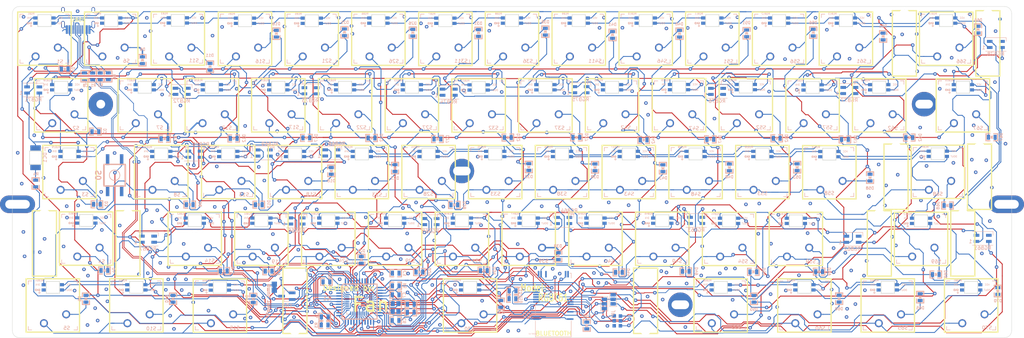
<source format=kicad_pcb>
(kicad_pcb (version 20171130) (host pcbnew "(5.1.0)-1")
  (title_block (title GH60) (date "20 jan 2014") (rev B) (company "geekhack GH60 design team"))
  (layers (0 F.Cu signal) (31 B.Cu signal) (34 B.Paste user) (35 F.Paste user) (36 B.SilkS user) (37 F.SilkS user) (38 B.Mask user) (39 F.Mask user) (44 Edge.Cuts user))
  (net 0 "")
  (net 1 GND)
  (net 2 VCC)
  (net 3 "Net-(C1-Pad1)")
  (net 4 "Net-(C2-Pad1)")
  (net 5 "Net-(C3-Pad1)")
  (net 6 /col1)
  (net 7 /col2)
  (net 8 "Net-(D10-Pad2)")
  (net 9 /col3)
  (net 10 "Net-(D11-Pad2)")
  (net 11 "Net-(D12-Pad2)")
  (net 12 "Net-(D13-Pad2)")
  (net 13 "Net-(D14-Pad2)")
  (net 14 "Net-(D15-Pad2)")
  (net 15 /col4)
  (net 16 "Net-(D16-Pad2)")
  (net 17 "Net-(D17-Pad2)")
  (net 18 "Net-(D18-Pad2)")
  (net 19 "Net-(D19-Pad2)")
  (net 20 /col5)
  (net 21 "Net-(D21-Pad2)")
  (net 22 "Net-(D22-Pad2)")
  (net 23 "Net-(D23-Pad2)")
  (net 24 "Net-(D24-Pad2)")
  (net 25 /col6)
  (net 26 "Net-(D26-Pad2)")
  (net 27 "Net-(D27-Pad2)")
  (net 28 "Net-(D28-Pad2)")
  (net 29 "Net-(D29-Pad2)")
  (net 30 "Net-(D30-Pad2)")
  (net 31 /col7)
  (net 32 "Net-(D31-Pad2)")
  (net 33 "Net-(D32-Pad2)")
  (net 34 "Net-(D33-Pad2)")
  (net 35 "Net-(D34-Pad2)")
  (net 36 /SCK)
  (net 37 "Net-(D36-Pad2)")
  (net 38 "Net-(D37-Pad2)")
  (net 39 "Net-(D38-Pad2)")
  (net 40 "Net-(D39-Pad2)")
  (net 41 /col9)
  (net 42 "Net-(D41-Pad2)")
  (net 43 "Net-(D42-Pad2)")
  (net 44 "Net-(D43-Pad2)")
  (net 45 "Net-(D44-Pad2)")
  (net 46 /col10)
  (net 47 "Net-(D46-Pad2)")
  (net 48 "Net-(D47-Pad2)")
  (net 49 "Net-(D48-Pad2)")
  (net 50 "Net-(D49-Pad2)")
  (net 51 /col11)
  (net 52 "Net-(D51-Pad2)")
  (net 53 "Net-(D52-Pad2)")
  (net 54 "Net-(D53-Pad2)")
  (net 55 "Net-(D54-Pad2)")
  (net 56 "Net-(D55-Pad2)")
  (net 57 /col12)
  (net 58 "Net-(D56-Pad2)")
  (net 59 "Net-(D57-Pad2)")
  (net 60 "Net-(D58-Pad2)")
  (net 61 "Net-(D59-Pad2)")
  (net 62 "Net-(D60-Pad2)")
  (net 63 /col13)
  (net 64 "Net-(D61-Pad2)")
  (net 65 "Net-(D62-Pad2)")
  (net 66 "Net-(D65-Pad2)")
  (net 67 /MISO)
  (net 68 "Net-(D66-Pad2)")
  (net 69 "Net-(D67-Pad2)")
  (net 70 "Net-(D68-Pad2)")
  (net 71 "Net-(D69-Pad2)")
  (net 72 "Net-(D70-Pad2)")
  (net 73 "Net-(DC1-Pad2)")
  (net 74 "Net-(IC1-Pad39)")
  (net 75 "Net-(IC1-Pad42)")
  (net 76 /WS2812)
  (net 77 /row3)
  (net 78 /row4)
  (net 79 /row1)
  (net 80 /row2)
  (net 81 /row5)
  (net 82 /caps)
  (net 83 /MOSI)
  (net 84 "Net-(IC1-Pad33)")
  (net 85 /DIN_M)
  (net 86 /DIN_D)
  (net 87 /DOUT_D)
  (net 88 /DOUT_M)
  (net 89 "Net-(R1-Pad2)")
  (net 90 "Net-(R2-Pad2)")
  (net 91 "Net-(R6-Pad2)")
  (net 92 "Net-(RGB1-Pad2)")
  (net 93 "Net-(RGB2-Pad2)")
  (net 94 "Net-(RGB3-Pad2)")
  (net 95 "Net-(RGB4-Pad2)")
  (net 96 "Net-(RGB5-Pad2)")
  (net 97 "Net-(RGB6-Pad2)")
  (net 98 "Net-(RGB7-Pad2)")
  (net 99 "Net-(RGB8-Pad2)")
  (net 100 "Net-(RGB10-Pad4)")
  (net 101 "Net-(RGB10-Pad2)")
  (net 102 "Net-(RGB11-Pad2)")
  (net 103 "Net-(RGB12-Pad2)")
  (net 104 "Net-(RGB13-Pad2)")
  (net 105 "Net-(RGB14-Pad2)")
  (net 106 "Net-(RGB15-Pad2)")
  (net 107 "Net-(RGB16-Pad2)")
  (net 108 "Net-(RGB17-Pad2)")
  (net 109 "Net-(RGB18-Pad2)")
  (net 110 "Net-(RGB19-Pad2)")
  (net 111 "Net-(RGB20-Pad2)")
  (net 112 "Net-(RGB21-Pad2)")
  (net 113 "Net-(RGB22-Pad2)")
  (net 114 "Net-(RGB23-Pad2)")
  (net 115 "Net-(RGB24-Pad2)")
  (net 116 "Net-(RGB25-Pad2)")
  (net 117 "Net-(RGB26-Pad2)")
  (net 118 "Net-(RGB27-Pad2)")
  (net 119 "Net-(RGB28-Pad2)")
  (net 120 "Net-(RGB29-Pad2)")
  (net 121 "Net-(RGB30-Pad2)")
  (net 122 "Net-(RGB31-Pad2)")
  (net 123 "Net-(RGB32-Pad2)")
  (net 124 "Net-(RGB33-Pad2)")
  (net 125 "Net-(RGB34-Pad2)")
  (net 126 "Net-(RGB35-Pad2)")
  (net 127 "Net-(RGB36-Pad2)")
  (net 128 "Net-(RGB37-Pad2)")
  (net 129 "Net-(RGB38-Pad2)")
  (net 130 "Net-(RGB39-Pad2)")
  (net 131 "Net-(RGB40-Pad2)")
  (net 132 "Net-(RGB41-Pad2)")
  (net 133 "Net-(RGB42-Pad2)")
  (net 134 "Net-(RGB43-Pad2)")
  (net 135 "Net-(RGB44-Pad2)")
  (net 136 "Net-(RGB45-Pad2)")
  (net 137 "Net-(RGB46-Pad2)")
  (net 138 "Net-(RGB47-Pad2)")
  (net 139 "Net-(RGB48-Pad2)")
  (net 140 "Net-(RGB49-Pad2)")
  (net 141 "Net-(RGB50-Pad2)")
  (net 142 "Net-(RGB51-Pad2)")
  (net 143 "Net-(RGB52-Pad2)")
  (net 144 "Net-(RGB53-Pad2)")
  (net 145 "Net-(RGB54-Pad2)")
  (net 146 "Net-(RGB55-Pad2)")
  (net 147 "Net-(RGB56-Pad2)")
  (net 148 "Net-(RGB57-Pad2)")
  (net 149 "Net-(RGB58-Pad2)")
  (net 150 "Net-(RGB59-Pad2)")
  (net 151 "Net-(RGB61-Pad2)")
  (net 152 "Net-(RGB62-Pad2)")
  (net 153 "Net-(RGB63-Pad2)")
  (net 154 "Net-(RGB64-Pad2)")
  (net 155 "Net-(RGB65-Pad2)")
  (net 156 "Net-(RGB66-Pad2)")
  (net 157 "Net-(RGB67-Pad2)")
  (net 158 "Net-(RGB68-Pad2)")
  (net 159 "Net-(RGB69-Pad2)")
  (net 160 "Net-(RGB70-Pad2)")
  (net 161 "Net-(RGB71-Pad2)")
  (net 162 "Net-(RGB72-Pad2)")
  (net 163 "Net-(RGB73-Pad2)")
  (net 164 "Net-(RGB74-Pad2)")
  (net 165 "Net-(RGB75-Pad2)")
  (net 166 "Net-(RGB76-Pad2)")
  (net 167 "Net-(RGB77-Pad2)")
  (net 168 "Net-(S0-Pad4)")
  (net 169 "Net-(S0-Pad2)")
  (net 170 "Net-(USB1-Pad9)")
  (net 171 "Net-(USB1-Pad3)")
  (net 172 "Net-(RGB60-Pad2)")
  (net 173 /D+)
  (net 174 /D-)
  (net 175 "Net-(D1-Pad2)")
  (net 176 "Net-(D2-Pad2)")
  (net 177 "Net-(D3-Pad2)")
  (net 178 "Net-(D4-Pad2)")
  (net 179 "Net-(D5-Pad2)")
  (net 180 "Net-(D6-Pad2)")
  (net 181 "Net-(D7-Pad2)")
  (net 182 "Net-(D8-Pad2)")
  (net 183 /col8)
  (net 184 /col14)
  (net 185 /CONed)
  (net 186 "Net-(IC1-Pad13)")
  (net 187 /DIO_RST)
  (net 188 /DFU)
  (net 189 /FACRST)
  (net 190 /SWCLK)
  (net 191 "Net-(R10-Pad2)")
  (module Keebio-Parts:SOT-23_Handsoldering (layer B.Cu) (at 140.58392 147.36826 180)
    (fp_text reference LDO (at 0.02286 -2.73558 180) (layer B.SilkS) (effects (justify mirror)))
    (fp_text value 2N7002)
    (pad 3 smd rect (at 1.5 0 180) (size 1.9 0.8) (layers B.Cu B.Paste B.Mask) (net 2 VCC))
    (pad 2 smd rect (at -1.5 -0.95 180) (size 1.9 0.8) (layers B.Cu B.Paste B.Mask) (net 2 VCC))
    (pad 1 smd rect (at -1.5 0.95 180) (size 1.9 0.8) (layers B.Cu B.Paste B.Mask) (net 1 GND))
  )
  (module mdbt40_carrier:MDBT40_F (layer B.Cu) (at 216.57056 149.9108)
    (fp_text reference BLUETOOTH (at -5.17652 8.81126 -180) (layer F.SilkS) (effects (font (size 1.2065 1.2065) (thickness 0.2286)) (justify left bottom)))
    (fp_text value MDBT40 (at -4.766 8.458) (layer B.SilkS) (effects (font (size 0.38608 0.38608) (thickness 0.04064)) (justify left bottom mirror)))
    (pad 8 smd rect (at -4.825 -4.4) (size 1.85 0.45) (layers B.Cu B.Paste B.Mask) (net 74 "Net-(IC1-Pad39)"))
    (pad "" np_thru_hole circle (at 2.2 4.45) (size 0.9 0.9) (drill 0.9) (layers *.Cu))
    (pad 42 smd rect (at 4.825 4) (size 1.85 0.45) (layers B.Cu B.Paste B.Mask) (net 1 GND))
    (pad 39 smd rect (at 4.825 1.9) (size 1.85 0.45) (layers B.Cu B.Paste B.Mask) (net 185 /CONed))
    (pad 36 smd rect (at 4.825 -0.2) (size 1.85 0.45) (layers B.Cu B.Paste B.Mask) (net 190 /SWCLK))
    (pad 35 smd rect (at 4.825 -0.9) (size 1.85 0.45) (layers B.Cu B.Paste B.Mask) (net 187 /DIO_RST))
    (pad 34 smd rect (at 4.825 -1.6) (size 1.85 0.45) (layers B.Cu B.Paste B.Mask) (net 189 /FACRST))
    (pad 25 smd rect (at 4.2 -8.825 270) (size 1.85 0.45) (layers B.Cu B.Paste B.Mask) (net 1 GND))
    (pad 24 smd rect (at 3.5 -8.825 270) (size 1.85 0.45) (layers B.Cu B.Paste B.Mask) (net 188 /DFU))
    (pad 16 smd rect (at -2.1 -8.825 270) (size 1.85 0.45) (layers B.Cu B.Paste B.Mask) (net 1 GND))
    (pad 14 smd rect (at -3.5 -8.825 270) (size 1.85 0.45) (layers B.Cu B.Paste B.Mask) (net 2 VCC))
    (pad 13 smd rect (at -4.2 -8.825 270) (size 1.85 0.45) (layers B.Cu B.Paste B.Mask) (net 1 GND))
    (pad 7 smd rect (at -4.825 -3.7) (size 1.85 0.45) (layers B.Cu B.Paste B.Mask) (net 191 "Net-(R10-Pad2)"))
    (pad 6 smd rect (at -4.825 -3) (size 1.85 0.45) (layers B.Cu B.Paste B.Mask) (net 83 /MOSI))
    (pad 5 smd rect (at -4.825 -2.3) (size 1.85 0.45) (layers B.Cu B.Paste B.Mask) (net 67 /MISO))
    (pad 4 smd rect (at -4.825 -1.6) (size 1.85 0.45) (layers B.Cu B.Paste B.Mask) (net 36 /SCK))
    (pad 3 smd rect (at -4.825 -0.9) (size 1.85 0.45) (layers B.Cu B.Paste B.Mask) (net 2 VCC))
    (pad 2 smd rect (at -4.825 3.3) (size 1.85 0.45) (layers B.Cu B.Paste B.Mask) (net 1 GND))
    (pad 1 smd rect (at -4.825 4) (size 1.85 0.45) (layers B.Cu B.Paste B.Mask) (net 1 GND))
  )
  (module random-keyboard-parts:Jumper-UserFriendly (layer B.Cu) (at 235.7247 154.54122 180)
    (fp_text reference P2)
    (fp_text value CONN_3X2)
    (pad 2 smd rect (at 1.7653 1.5367 180) (size 1 1) (layers B.Cu B.Mask) (net 190 /SWCLK))
    (pad 4 smd rect (at 1.7653 0.1397 180) (size 1 1) (layers B.Cu B.Mask) (net 189 /FACRST))
    (pad 6 smd rect (at 1.778 -1.2827 180) (size 1 1) (layers B.Cu B.Mask) (net 1 GND))
    (pad 5 smd rect (at 0.0127 -1.2827 180) (size 1 1) (layers B.Cu B.Mask) (net 188 /DFU))
    (pad 3 smd rect (at 0 0.127 180) (size 1 1) (layers B.Cu B.Mask) (net 187 /DIO_RST))
    (pad 1 smd rect (at 0 1.4986 180) (size 1 1) (layers B.Cu B.Mask) (net 2 VCC))
  )
  (module keyswitches:MX (layer F.Cu) (at 335.75625 150.01875 180)
    (fp_text reference S70 (at -4.50469 -6.34111 180) (layer B.SilkS) (effects (justify mirror)))
    (fp_text value MX1A)
    (pad "" np_thru_hole circle (at -5.08 0 180) (size 1.7018 1.7018) (drill 1.7018) (layers *.Cu *.Mask))
    (pad "" np_thru_hole circle (at 5.08 0 180) (size 1.7018 1.7018) (drill 1.7018) (layers *.Cu *.Mask))
    (pad 2 thru_hole circle (at -3.81 -2.54 180) (size 2.286 2.286) (drill 1.4986) (layers *.Cu *.Mask) (net 72 "Net-(D70-Pad2)"))
    (pad "" np_thru_hole circle (at 0 0 180) (size 3.9878 3.9878) (drill 3.9878) (layers *.Cu *.Mask))
    (pad 1 thru_hole circle (at 2.54 -5.08 180) (size 2.286 2.286) (drill 1.4986) (layers *.Cu *.Mask) (net 81 /row5))
  )
  (module keyswitches:MX (layer F.Cu) (at 311.94375 150.01875 180)
    (fp_text reference S65 (at -4.31419 -6.38175 180) (layer B.SilkS) (effects (justify mirror)))
    (fp_text value MX1A)
    (pad "" np_thru_hole circle (at -5.08 0 180) (size 1.7018 1.7018) (drill 1.7018) (layers *.Cu *.Mask))
    (pad "" np_thru_hole circle (at 5.08 0 180) (size 1.7018 1.7018) (drill 1.7018) (layers *.Cu *.Mask))
    (pad 2 thru_hole circle (at -3.81 -2.54 180) (size 2.286 2.286) (drill 1.4986) (layers *.Cu *.Mask) (net 66 "Net-(D65-Pad2)"))
    (pad "" np_thru_hole circle (at 0 0 180) (size 3.9878 3.9878) (drill 3.9878) (layers *.Cu *.Mask))
    (pad 1 thru_hole circle (at 2.54 -5.08 180) (size 2.286 2.286) (drill 1.4986) (layers *.Cu *.Mask) (net 81 /row5))
  )
  (module keyswitches:MX (layer F.Cu) (at 288.13125 150.01875 180)
    (fp_text reference S60 (at -4.59105 -6.48589 180) (layer B.SilkS) (effects (justify mirror)))
    (fp_text value MX1A)
    (pad "" np_thru_hole circle (at -5.08 0 180) (size 1.7018 1.7018) (drill 1.7018) (layers *.Cu *.Mask))
    (pad "" np_thru_hole circle (at 5.08 0 180) (size 1.7018 1.7018) (drill 1.7018) (layers *.Cu *.Mask))
    (pad 2 thru_hole circle (at -3.81 -2.54 180) (size 2.286 2.286) (drill 1.4986) (layers *.Cu *.Mask) (net 62 "Net-(D60-Pad2)"))
    (pad "" np_thru_hole circle (at 0 0 180) (size 3.9878 3.9878) (drill 3.9878) (layers *.Cu *.Mask))
    (pad 1 thru_hole circle (at 2.54 -5.08 180) (size 2.286 2.286) (drill 1.4986) (layers *.Cu *.Mask) (net 81 /row5))
  )
  (module keyswitches:MX (layer F.Cu) (at 264.31875 150.01875 180)
    (fp_text reference S55 (at -4.51739 -6.23697 180) (layer B.SilkS) (effects (justify mirror)))
    (fp_text value MX1A)
    (pad "" np_thru_hole circle (at -5.08 0 180) (size 1.7018 1.7018) (drill 1.7018) (layers *.Cu *.Mask))
    (pad "" np_thru_hole circle (at 5.08 0 180) (size 1.7018 1.7018) (drill 1.7018) (layers *.Cu *.Mask))
    (pad 2 thru_hole circle (at -3.81 -2.54 180) (size 2.286 2.286) (drill 1.4986) (layers *.Cu *.Mask) (net 56 "Net-(D55-Pad2)"))
    (pad "" np_thru_hole circle (at 0 0 180) (size 3.9878 3.9878) (drill 3.9878) (layers *.Cu *.Mask))
    (pad 1 thru_hole circle (at 2.54 -5.08 180) (size 2.286 2.286) (drill 1.4986) (layers *.Cu *.Mask) (net 81 /row5))
  )
  (module keyswitches:MX (layer F.Cu) (at 192.88125 150.01875 180)
    (fp_text reference S30 (at 0.23749 -6.72465 180) (layer B.SilkS) (effects (justify mirror)))
    (fp_text value MX1A)
    (pad "" np_thru_hole circle (at -5.08 0 180) (size 1.7018 1.7018) (drill 1.7018) (layers *.Cu *.Mask))
    (pad "" np_thru_hole circle (at 5.08 0 180) (size 1.7018 1.7018) (drill 1.7018) (layers *.Cu *.Mask))
    (pad 2 thru_hole circle (at -3.81 -2.54 180) (size 2.286 2.286) (drill 1.4986) (layers *.Cu *.Mask) (net 30 "Net-(D30-Pad2)"))
    (pad "" np_thru_hole circle (at 0 0 180) (size 3.9878 3.9878) (drill 3.9878) (layers *.Cu *.Mask))
    (pad 1 thru_hole circle (at 2.54 -5.08 180) (size 2.286 2.286) (drill 1.4986) (layers *.Cu *.Mask) (net 81 /row5))
  )
  (module keyswitches:MX (layer F.Cu) (at 121.44375 150.01875 180)
    (fp_text reference S15 (at -4.24815 -6.43255 180) (layer B.SilkS) (effects (justify mirror)))
    (fp_text value MX1A)
    (pad "" np_thru_hole circle (at -5.08 0 180) (size 1.7018 1.7018) (drill 1.7018) (layers *.Cu *.Mask))
    (pad "" np_thru_hole circle (at 5.08 0 180) (size 1.7018 1.7018) (drill 1.7018) (layers *.Cu *.Mask))
    (pad 2 thru_hole circle (at -3.81 -2.54 180) (size 2.286 2.286) (drill 1.4986) (layers *.Cu *.Mask) (net 14 "Net-(D15-Pad2)"))
    (pad "" np_thru_hole circle (at 0 0 180) (size 3.9878 3.9878) (drill 3.9878) (layers *.Cu *.Mask))
    (pad 1 thru_hole circle (at 2.54 -5.08 180) (size 2.286 2.286) (drill 1.4986) (layers *.Cu *.Mask) (net 81 /row5))
  )
  (module keyswitches:MX (layer F.Cu) (at 97.63125 150.01875 180)
    (fp_text reference S10 (at -4.26085 -6.61543 180) (layer B.SilkS) (effects (justify mirror)))
    (fp_text value MX1A)
    (pad "" np_thru_hole circle (at -5.08 0 180) (size 1.7018 1.7018) (drill 1.7018) (layers *.Cu *.Mask))
    (pad "" np_thru_hole circle (at 5.08 0 180) (size 1.7018 1.7018) (drill 1.7018) (layers *.Cu *.Mask))
    (pad 2 thru_hole circle (at -3.81 -2.54 180) (size 2.286 2.286) (drill 1.4986) (layers *.Cu *.Mask) (net 8 "Net-(D10-Pad2)"))
    (pad "" np_thru_hole circle (at 0 0 180) (size 3.9878 3.9878) (drill 3.9878) (layers *.Cu *.Mask))
    (pad 1 thru_hole circle (at 2.54 -5.08 180) (size 2.286 2.286) (drill 1.4986) (layers *.Cu *.Mask) (net 81 /row5))
  )
  (module keyswitches:MX (layer F.Cu) (at 73.81875 150.01875 180)
    (fp_text reference S5 (at -3.96113 -6.45287 180) (layer B.SilkS) (effects (justify mirror)))
    (fp_text value MX1A)
    (pad "" np_thru_hole circle (at -5.08 0 180) (size 1.7018 1.7018) (drill 1.7018) (layers *.Cu *.Mask))
    (pad "" np_thru_hole circle (at 5.08 0 180) (size 1.7018 1.7018) (drill 1.7018) (layers *.Cu *.Mask))
    (pad 2 thru_hole circle (at -3.81 -2.54 180) (size 2.286 2.286) (drill 1.4986) (layers *.Cu *.Mask) (net 179 "Net-(D5-Pad2)"))
    (pad "" np_thru_hole circle (at 0 0 180) (size 3.9878 3.9878) (drill 3.9878) (layers *.Cu *.Mask))
    (pad 1 thru_hole circle (at 2.54 -5.08 180) (size 2.286 2.286) (drill 1.4986) (layers *.Cu *.Mask) (net 81 /row5))
  )
  (module keyswitches:MX (layer F.Cu) (at 83.34375 130.96875 180)
    (fp_text reference S4 (at -4.39801 -6.48843 180) (layer B.SilkS) (effects (justify mirror)))
    (fp_text value MX1A)
    (pad "" np_thru_hole circle (at -5.08 0 180) (size 1.7018 1.7018) (drill 1.7018) (layers *.Cu *.Mask))
    (pad "" np_thru_hole circle (at 5.08 0 180) (size 1.7018 1.7018) (drill 1.7018) (layers *.Cu *.Mask))
    (pad 2 thru_hole circle (at -3.81 -2.54 180) (size 2.286 2.286) (drill 1.4986) (layers *.Cu *.Mask) (net 178 "Net-(D4-Pad2)"))
    (pad "" np_thru_hole circle (at 0 0 180) (size 3.9878 3.9878) (drill 3.9878) (layers *.Cu *.Mask))
    (pad 1 thru_hole circle (at 2.54 -5.08 180) (size 2.286 2.286) (drill 1.4986) (layers *.Cu *.Mask) (net 78 /row4))
  )
  (module keyswitches:MX (layer F.Cu) (at 114.3 130.97002 180)
    (fp_text reference S14 (at -4.2545 -6.29412 180) (layer B.SilkS) (effects (justify mirror)))
    (fp_text value MX1A)
    (pad "" np_thru_hole circle (at -5.08 0 180) (size 1.7018 1.7018) (drill 1.7018) (layers *.Cu *.Mask))
    (pad "" np_thru_hole circle (at 5.08 0 180) (size 1.7018 1.7018) (drill 1.7018) (layers *.Cu *.Mask))
    (pad 2 thru_hole circle (at -3.81 -2.54 180) (size 2.286 2.286) (drill 1.4986) (layers *.Cu *.Mask) (net 13 "Net-(D14-Pad2)"))
    (pad "" np_thru_hole circle (at 0 0 180) (size 3.9878 3.9878) (drill 3.9878) (layers *.Cu *.Mask))
    (pad 1 thru_hole circle (at 2.54 -5.08 180) (size 2.286 2.286) (drill 1.4986) (layers *.Cu *.Mask) (net 78 /row4))
  )
  (module keyswitches:MX (layer F.Cu) (at 133.35 130.97002 180)
    (fp_text reference S19 (at -4.32308 -6.53034 180) (layer B.SilkS) (effects (justify mirror)))
    (fp_text value MX1A)
    (pad "" np_thru_hole circle (at -5.08 0 180) (size 1.7018 1.7018) (drill 1.7018) (layers *.Cu *.Mask))
    (pad "" np_thru_hole circle (at 5.08 0 180) (size 1.7018 1.7018) (drill 1.7018) (layers *.Cu *.Mask))
    (pad 2 thru_hole circle (at -3.81 -2.54 180) (size 2.286 2.286) (drill 1.4986) (layers *.Cu *.Mask) (net 19 "Net-(D19-Pad2)"))
    (pad "" np_thru_hole circle (at 0 0 180) (size 3.9878 3.9878) (drill 3.9878) (layers *.Cu *.Mask))
    (pad 1 thru_hole circle (at 2.54 -5.08 180) (size 2.286 2.286) (drill 1.4986) (layers *.Cu *.Mask) (net 78 /row4))
  )
  (module keyswitches:MX (layer F.Cu) (at 152.4 130.97002 180)
    (fp_text reference S24 (at -4.37896 -6.25856 180) (layer B.SilkS) (effects (justify mirror)))
    (fp_text value MX1A)
    (pad "" np_thru_hole circle (at -5.08 0 180) (size 1.7018 1.7018) (drill 1.7018) (layers *.Cu *.Mask))
    (pad "" np_thru_hole circle (at 5.08 0 180) (size 1.7018 1.7018) (drill 1.7018) (layers *.Cu *.Mask))
    (pad 2 thru_hole circle (at -3.81 -2.54 180) (size 2.286 2.286) (drill 1.4986) (layers *.Cu *.Mask) (net 24 "Net-(D24-Pad2)"))
    (pad "" np_thru_hole circle (at 0 0 180) (size 3.9878 3.9878) (drill 3.9878) (layers *.Cu *.Mask))
    (pad 1 thru_hole circle (at 2.54 -5.08 180) (size 2.286 2.286) (drill 1.4986) (layers *.Cu *.Mask) (net 78 /row4))
  )
  (module keyswitches:MX (layer F.Cu) (at 171.45 130.97002 180)
    (fp_text reference S29 (at -4.33578 -6.28904 180) (layer B.SilkS) (effects (justify mirror)))
    (fp_text value MX1A)
    (pad "" np_thru_hole circle (at -5.08 0 180) (size 1.7018 1.7018) (drill 1.7018) (layers *.Cu *.Mask))
    (pad "" np_thru_hole circle (at 5.08 0 180) (size 1.7018 1.7018) (drill 1.7018) (layers *.Cu *.Mask))
    (pad 2 thru_hole circle (at -3.81 -2.54 180) (size 2.286 2.286) (drill 1.4986) (layers *.Cu *.Mask) (net 29 "Net-(D29-Pad2)"))
    (pad "" np_thru_hole circle (at 0 0 180) (size 3.9878 3.9878) (drill 3.9878) (layers *.Cu *.Mask))
    (pad 1 thru_hole circle (at 2.54 -5.08 180) (size 2.286 2.286) (drill 1.4986) (layers *.Cu *.Mask) (net 78 /row4))
  )
  (module keyswitches:MX (layer F.Cu) (at 190.5 130.97002 180)
    (fp_text reference S34 (at -4.318 -6.30682 180) (layer B.SilkS) (effects (justify mirror)))
    (fp_text value MX1A)
    (pad "" np_thru_hole circle (at -5.08 0 180) (size 1.7018 1.7018) (drill 1.7018) (layers *.Cu *.Mask))
    (pad "" np_thru_hole circle (at 5.08 0 180) (size 1.7018 1.7018) (drill 1.7018) (layers *.Cu *.Mask))
    (pad 2 thru_hole circle (at -3.81 -2.54 180) (size 2.286 2.286) (drill 1.4986) (layers *.Cu *.Mask) (net 35 "Net-(D34-Pad2)"))
    (pad "" np_thru_hole circle (at 0 0 180) (size 3.9878 3.9878) (drill 3.9878) (layers *.Cu *.Mask))
    (pad 1 thru_hole circle (at 2.54 -5.08 180) (size 2.286 2.286) (drill 1.4986) (layers *.Cu *.Mask) (net 78 /row4))
  )
  (module keyswitches:MX (layer F.Cu) (at 209.55 130.97002 180)
    (fp_text reference S39 (at -4.24942 -6.34746 180) (layer B.SilkS) (effects (justify mirror)))
    (fp_text value MX1A)
    (pad "" np_thru_hole circle (at -5.08 0 180) (size 1.7018 1.7018) (drill 1.7018) (layers *.Cu *.Mask))
    (pad "" np_thru_hole circle (at 5.08 0 180) (size 1.7018 1.7018) (drill 1.7018) (layers *.Cu *.Mask))
    (pad 2 thru_hole circle (at -3.81 -2.54 180) (size 2.286 2.286) (drill 1.4986) (layers *.Cu *.Mask) (net 40 "Net-(D39-Pad2)"))
    (pad "" np_thru_hole circle (at 0 0 180) (size 3.9878 3.9878) (drill 3.9878) (layers *.Cu *.Mask))
    (pad 1 thru_hole circle (at 2.54 -5.08 180) (size 2.286 2.286) (drill 1.4986) (layers *.Cu *.Mask) (net 78 /row4))
  )
  (module keyswitches:MX (layer F.Cu) (at 228.6 130.97002 180)
    (fp_text reference S44 (at -3.9497 -6.3881 180) (layer B.SilkS) (effects (justify mirror)))
    (fp_text value MX1A)
    (pad "" np_thru_hole circle (at -5.08 0 180) (size 1.7018 1.7018) (drill 1.7018) (layers *.Cu *.Mask))
    (pad "" np_thru_hole circle (at 5.08 0 180) (size 1.7018 1.7018) (drill 1.7018) (layers *.Cu *.Mask))
    (pad 2 thru_hole circle (at -3.81 -2.54 180) (size 2.286 2.286) (drill 1.4986) (layers *.Cu *.Mask) (net 45 "Net-(D44-Pad2)"))
    (pad "" np_thru_hole circle (at 0 0 180) (size 3.9878 3.9878) (drill 3.9878) (layers *.Cu *.Mask))
    (pad 1 thru_hole circle (at 2.54 -5.08 180) (size 2.286 2.286) (drill 1.4986) (layers *.Cu *.Mask) (net 78 /row4))
  )
  (module keyswitches:MX (layer F.Cu) (at 247.65 130.97002 180)
    (fp_text reference S49 (at -4.24942 -6.3881 180) (layer B.SilkS) (effects (justify mirror)))
    (fp_text value MX1A)
    (pad "" np_thru_hole circle (at -5.08 0 180) (size 1.7018 1.7018) (drill 1.7018) (layers *.Cu *.Mask))
    (pad "" np_thru_hole circle (at 5.08 0 180) (size 1.7018 1.7018) (drill 1.7018) (layers *.Cu *.Mask))
    (pad 2 thru_hole circle (at -3.81 -2.54 180) (size 2.286 2.286) (drill 1.4986) (layers *.Cu *.Mask) (net 50 "Net-(D49-Pad2)"))
    (pad "" np_thru_hole circle (at 0 0 180) (size 3.9878 3.9878) (drill 3.9878) (layers *.Cu *.Mask))
    (pad 1 thru_hole circle (at 2.54 -5.08 180) (size 2.286 2.286) (drill 1.4986) (layers *.Cu *.Mask) (net 78 /row4))
  )
  (module keyswitches:MX (layer F.Cu) (at 266.7 130.97002 180)
    (fp_text reference S54 (at -3.99542 -6.46176 180) (layer B.SilkS) (effects (justify mirror)))
    (fp_text value MX1A)
    (pad "" np_thru_hole circle (at -5.08 0 180) (size 1.7018 1.7018) (drill 1.7018) (layers *.Cu *.Mask))
    (pad "" np_thru_hole circle (at 5.08 0 180) (size 1.7018 1.7018) (drill 1.7018) (layers *.Cu *.Mask))
    (pad 2 thru_hole circle (at -3.81 -2.54 180) (size 2.286 2.286) (drill 1.4986) (layers *.Cu *.Mask) (net 55 "Net-(D54-Pad2)"))
    (pad "" np_thru_hole circle (at 0 0 180) (size 3.9878 3.9878) (drill 3.9878) (layers *.Cu *.Mask))
    (pad 1 thru_hole circle (at 2.54 -5.08 180) (size 2.286 2.286) (drill 1.4986) (layers *.Cu *.Mask) (net 78 /row4))
  )
  (module keyswitches:MX (layer F.Cu) (at 285.75 130.97002 180)
    (fp_text reference S59 (at -4.28244 -6.47192 180) (layer B.SilkS) (effects (justify mirror)))
    (fp_text value MX1A)
    (pad "" np_thru_hole circle (at -5.08 0 180) (size 1.7018 1.7018) (drill 1.7018) (layers *.Cu *.Mask))
    (pad "" np_thru_hole circle (at 5.08 0 180) (size 1.7018 1.7018) (drill 1.7018) (layers *.Cu *.Mask))
    (pad 2 thru_hole circle (at -3.81 -2.54 180) (size 2.286 2.286) (drill 1.4986) (layers *.Cu *.Mask) (net 61 "Net-(D59-Pad2)"))
    (pad "" np_thru_hole circle (at 0 0 180) (size 3.9878 3.9878) (drill 3.9878) (layers *.Cu *.Mask))
    (pad 1 thru_hole circle (at 2.54 -5.08 180) (size 2.286 2.286) (drill 1.4986) (layers *.Cu *.Mask) (net 78 /row4))
  )
  (module keyswitches:MX (layer F.Cu) (at 321.47002 130.97002 180)
    (fp_text reference S69 (at -4.3307 -6.51002 180) (layer B.SilkS) (effects (justify mirror)))
    (fp_text value MX1A)
    (pad "" np_thru_hole circle (at -5.08 0 180) (size 1.7018 1.7018) (drill 1.7018) (layers *.Cu *.Mask))
    (pad "" np_thru_hole circle (at 5.08 0 180) (size 1.7018 1.7018) (drill 1.7018) (layers *.Cu *.Mask))
    (pad 2 thru_hole circle (at -3.81 -2.54 180) (size 2.286 2.286) (drill 1.4986) (layers *.Cu *.Mask) (net 71 "Net-(D69-Pad2)"))
    (pad "" np_thru_hole circle (at 0 0 180) (size 3.9878 3.9878) (drill 3.9878) (layers *.Cu *.Mask))
    (pad 1 thru_hole circle (at 2.54 -5.08 180) (size 2.286 2.286) (drill 1.4986) (layers *.Cu *.Mask) (net 78 /row4))
  )
  (module keyswitches:MX (layer F.Cu) (at 326.23125 111.91875 180)
    (fp_text reference S68 (at -0.00635 -6.26745 180) (layer B.SilkS) (effects (justify mirror)))
    (fp_text value MX1A)
    (pad "" np_thru_hole circle (at -5.08 0 180) (size 1.7018 1.7018) (drill 1.7018) (layers *.Cu *.Mask))
    (pad "" np_thru_hole circle (at 5.08 0 180) (size 1.7018 1.7018) (drill 1.7018) (layers *.Cu *.Mask))
    (pad 2 thru_hole circle (at -3.81 -2.54 180) (size 2.286 2.286) (drill 1.4986) (layers *.Cu *.Mask) (net 70 "Net-(D68-Pad2)"))
    (pad "" np_thru_hole circle (at 0 0 180) (size 3.9878 3.9878) (drill 3.9878) (layers *.Cu *.Mask))
    (pad 1 thru_hole circle (at 2.54 -5.08 180) (size 2.286 2.286) (drill 1.4986) (layers *.Cu *.Mask) (net 77 /row3))
  )
  (module keyswitches:MX (layer F.Cu) (at 295.275 111.92002 180)
    (fp_text reference S58 (at -0.01524 -6.02234 180) (layer B.SilkS) (effects (justify mirror)))
    (fp_text value MX1A)
    (pad "" np_thru_hole circle (at -5.08 0 180) (size 1.7018 1.7018) (drill 1.7018) (layers *.Cu *.Mask))
    (pad "" np_thru_hole circle (at 5.08 0 180) (size 1.7018 1.7018) (drill 1.7018) (layers *.Cu *.Mask))
    (pad 2 thru_hole circle (at -3.81 -2.54 180) (size 2.286 2.286) (drill 1.4986) (layers *.Cu *.Mask) (net 60 "Net-(D58-Pad2)"))
    (pad "" np_thru_hole circle (at 0 0 180) (size 3.9878 3.9878) (drill 3.9878) (layers *.Cu *.Mask))
    (pad 1 thru_hole circle (at 2.54 -5.08 180) (size 2.286 2.286) (drill 1.4986) (layers *.Cu *.Mask) (net 77 /row3))
  )
  (module keyswitches:MX (layer F.Cu) (at 276.225 111.92002 180)
    (fp_text reference S53 (at 0.00254 -6.08584 180) (layer B.SilkS) (effects (justify mirror)))
    (fp_text value MX1A)
    (pad "" np_thru_hole circle (at -5.08 0 180) (size 1.7018 1.7018) (drill 1.7018) (layers *.Cu *.Mask))
    (pad "" np_thru_hole circle (at 5.08 0 180) (size 1.7018 1.7018) (drill 1.7018) (layers *.Cu *.Mask))
    (pad 2 thru_hole circle (at -3.81 -2.54 180) (size 2.286 2.286) (drill 1.4986) (layers *.Cu *.Mask) (net 54 "Net-(D53-Pad2)"))
    (pad "" np_thru_hole circle (at 0 0 180) (size 3.9878 3.9878) (drill 3.9878) (layers *.Cu *.Mask))
    (pad 1 thru_hole circle (at 2.54 -5.08 180) (size 2.286 2.286) (drill 1.4986) (layers *.Cu *.Mask) (net 77 /row3))
  )
  (module keyswitches:MX (layer F.Cu) (at 257.175 111.92002 180)
    (fp_text reference S48 (at -0.06858 -6.29158 180) (layer B.SilkS) (effects (justify mirror)))
    (fp_text value MX1A)
    (pad "" np_thru_hole circle (at -5.08 0 180) (size 1.7018 1.7018) (drill 1.7018) (layers *.Cu *.Mask))
    (pad "" np_thru_hole circle (at 5.08 0 180) (size 1.7018 1.7018) (drill 1.7018) (layers *.Cu *.Mask))
    (pad 2 thru_hole circle (at -3.81 -2.54 180) (size 2.286 2.286) (drill 1.4986) (layers *.Cu *.Mask) (net 49 "Net-(D48-Pad2)"))
    (pad "" np_thru_hole circle (at 0 0 180) (size 3.9878 3.9878) (drill 3.9878) (layers *.Cu *.Mask))
    (pad 1 thru_hole circle (at 2.54 -5.08 180) (size 2.286 2.286) (drill 1.4986) (layers *.Cu *.Mask) (net 77 /row3))
  )
  (module keyswitches:MX (layer F.Cu) (at 238.125 111.92002 180)
    (fp_text reference S43 (at -0.06604 -6.223 180) (layer B.SilkS) (effects (justify mirror)))
    (fp_text value MX1A)
    (pad "" np_thru_hole circle (at -5.08 0 180) (size 1.7018 1.7018) (drill 1.7018) (layers *.Cu *.Mask))
    (pad "" np_thru_hole circle (at 5.08 0 180) (size 1.7018 1.7018) (drill 1.7018) (layers *.Cu *.Mask))
    (pad 2 thru_hole circle (at -3.81 -2.54 180) (size 2.286 2.286) (drill 1.4986) (layers *.Cu *.Mask) (net 44 "Net-(D43-Pad2)"))
    (pad "" np_thru_hole circle (at 0 0 180) (size 3.9878 3.9878) (drill 3.9878) (layers *.Cu *.Mask))
    (pad 1 thru_hole circle (at 2.54 -5.08 180) (size 2.286 2.286) (drill 1.4986) (layers *.Cu *.Mask) (net 77 /row3))
  )
  (module keyswitches:MX (layer F.Cu) (at 219.075 111.92002 180)
    (fp_text reference S38 (at 0.04572 -6.18998 180) (layer B.SilkS) (effects (justify mirror)))
    (fp_text value MX1A)
    (pad "" np_thru_hole circle (at -5.08 0 180) (size 1.7018 1.7018) (drill 1.7018) (layers *.Cu *.Mask))
    (pad "" np_thru_hole circle (at 5.08 0 180) (size 1.7018 1.7018) (drill 1.7018) (layers *.Cu *.Mask))
    (pad 2 thru_hole circle (at -3.81 -2.54 180) (size 2.286 2.286) (drill 1.4986) (layers *.Cu *.Mask) (net 39 "Net-(D38-Pad2)"))
    (pad "" np_thru_hole circle (at 0 0 180) (size 3.9878 3.9878) (drill 3.9878) (layers *.Cu *.Mask))
    (pad 1 thru_hole circle (at 2.54 -5.08 180) (size 2.286 2.286) (drill 1.4986) (layers *.Cu *.Mask) (net 77 /row3))
  )
  (module keyswitches:MX (layer F.Cu) (at 200.025 111.92002 180)
    (fp_text reference S33 (at -0.0635 -6.22046 180) (layer B.SilkS) (effects (justify mirror)))
    (fp_text value MX1A)
    (pad "" np_thru_hole circle (at -5.08 0 180) (size 1.7018 1.7018) (drill 1.7018) (layers *.Cu *.Mask))
    (pad "" np_thru_hole circle (at 5.08 0 180) (size 1.7018 1.7018) (drill 1.7018) (layers *.Cu *.Mask))
    (pad 2 thru_hole circle (at -3.81 -2.54 180) (size 2.286 2.286) (drill 1.4986) (layers *.Cu *.Mask) (net 34 "Net-(D33-Pad2)"))
    (pad "" np_thru_hole circle (at 0 0 180) (size 3.9878 3.9878) (drill 3.9878) (layers *.Cu *.Mask))
    (pad 1 thru_hole circle (at 2.54 -5.08 180) (size 2.286 2.286) (drill 1.4986) (layers *.Cu *.Mask) (net 77 /row3))
  )
  (module keyswitches:MX (layer F.Cu) (at 180.975 111.92002 180)
    (fp_text reference S28 (at 0.04318 -6.25602 180) (layer B.SilkS) (effects (justify mirror)))
    (fp_text value MX1A)
    (pad "" np_thru_hole circle (at -5.08 0 180) (size 1.7018 1.7018) (drill 1.7018) (layers *.Cu *.Mask))
    (pad "" np_thru_hole circle (at 5.08 0 180) (size 1.7018 1.7018) (drill 1.7018) (layers *.Cu *.Mask))
    (pad 2 thru_hole circle (at -3.81 -2.54 180) (size 2.286 2.286) (drill 1.4986) (layers *.Cu *.Mask) (net 28 "Net-(D28-Pad2)"))
    (pad "" np_thru_hole circle (at 0 0 180) (size 3.9878 3.9878) (drill 3.9878) (layers *.Cu *.Mask))
    (pad 1 thru_hole circle (at 2.54 -5.08 180) (size 2.286 2.286) (drill 1.4986) (layers *.Cu *.Mask) (net 77 /row3))
  )
  (module keyswitches:MX (layer F.Cu) (at 161.925 111.92002 180)
    (fp_text reference S23 (at -4.39166 -6.49732 180) (layer B.SilkS) (effects (justify mirror)))
    (fp_text value MX1A)
    (pad "" np_thru_hole circle (at -5.08 0 180) (size 1.7018 1.7018) (drill 1.7018) (layers *.Cu *.Mask))
    (pad "" np_thru_hole circle (at 5.08 0 180) (size 1.7018 1.7018) (drill 1.7018) (layers *.Cu *.Mask))
    (pad 2 thru_hole circle (at -3.81 -2.54 180) (size 2.286 2.286) (drill 1.4986) (layers *.Cu *.Mask) (net 23 "Net-(D23-Pad2)"))
    (pad "" np_thru_hole circle (at 0 0 180) (size 3.9878 3.9878) (drill 3.9878) (layers *.Cu *.Mask))
    (pad 1 thru_hole circle (at 2.54 -5.08 180) (size 2.286 2.286) (drill 1.4986) (layers *.Cu *.Mask) (net 77 /row3))
  )
  (module keyswitches:MX (layer F.Cu) (at 142.875 111.92002 180)
    (fp_text reference S18 (at -4.62534 -6.37032 180) (layer B.SilkS) (effects (justify mirror)))
    (fp_text value MX1A)
    (pad "" np_thru_hole circle (at -5.08 0 180) (size 1.7018 1.7018) (drill 1.7018) (layers *.Cu *.Mask))
    (pad "" np_thru_hole circle (at 5.08 0 180) (size 1.7018 1.7018) (drill 1.7018) (layers *.Cu *.Mask))
    (pad 2 thru_hole circle (at -3.81 -2.54 180) (size 2.286 2.286) (drill 1.4986) (layers *.Cu *.Mask) (net 18 "Net-(D18-Pad2)"))
    (pad "" np_thru_hole circle (at 0 0 180) (size 3.9878 3.9878) (drill 3.9878) (layers *.Cu *.Mask))
    (pad 1 thru_hole circle (at 2.54 -5.08 180) (size 2.286 2.286) (drill 1.4986) (layers *.Cu *.Mask) (net 77 /row3))
  )
  (module keyswitches:MX (layer F.Cu) (at 123.825 111.92002 180)
    (fp_text reference S13 (at -4.55676 -6.44652 180) (layer B.SilkS) (effects (justify mirror)))
    (fp_text value MX1A)
    (pad "" np_thru_hole circle (at -5.08 0 180) (size 1.7018 1.7018) (drill 1.7018) (layers *.Cu *.Mask))
    (pad "" np_thru_hole circle (at 5.08 0 180) (size 1.7018 1.7018) (drill 1.7018) (layers *.Cu *.Mask))
    (pad 2 thru_hole circle (at -3.81 -2.54 180) (size 2.286 2.286) (drill 1.4986) (layers *.Cu *.Mask) (net 12 "Net-(D13-Pad2)"))
    (pad "" np_thru_hole circle (at 0 0 180) (size 3.9878 3.9878) (drill 3.9878) (layers *.Cu *.Mask))
    (pad 1 thru_hole circle (at 2.54 -5.08 180) (size 2.286 2.286) (drill 1.4986) (layers *.Cu *.Mask) (net 77 /row3))
  )
  (module keyswitches:MX (layer F.Cu) (at 104.775 111.92002 180)
    (fp_text reference S8 (at -4.44754 -6.44906 180) (layer B.SilkS) (effects (justify mirror)))
    (fp_text value MX1A)
    (pad "" np_thru_hole circle (at -5.08 0 180) (size 1.7018 1.7018) (drill 1.7018) (layers *.Cu *.Mask))
    (pad "" np_thru_hole circle (at 5.08 0 180) (size 1.7018 1.7018) (drill 1.7018) (layers *.Cu *.Mask))
    (pad 2 thru_hole circle (at -3.81 -2.54 180) (size 2.286 2.286) (drill 1.4986) (layers *.Cu *.Mask) (net 182 "Net-(D8-Pad2)"))
    (pad "" np_thru_hole circle (at 0 0 180) (size 3.9878 3.9878) (drill 3.9878) (layers *.Cu *.Mask))
    (pad 1 thru_hole circle (at 2.54 -5.08 180) (size 2.286 2.286) (drill 1.4986) (layers *.Cu *.Mask) (net 77 /row3))
  )
  (module keyswitches:MX (layer F.Cu) (at 78.58252 111.92002 180)
    (fp_text reference S3 (at -4.47548 -6.40334 180) (layer B.SilkS) (effects (justify mirror)))
    (fp_text value MX1A)
    (pad "" np_thru_hole circle (at -5.08 0 180) (size 1.7018 1.7018) (drill 1.7018) (layers *.Cu *.Mask))
    (pad "" np_thru_hole circle (at 5.08 0 180) (size 1.7018 1.7018) (drill 1.7018) (layers *.Cu *.Mask))
    (pad 2 thru_hole circle (at -3.81 -2.54 180) (size 2.286 2.286) (drill 1.4986) (layers *.Cu *.Mask) (net 177 "Net-(D3-Pad2)"))
    (pad "" np_thru_hole circle (at 0 0 180) (size 3.9878 3.9878) (drill 3.9878) (layers *.Cu *.Mask))
    (pad 1 thru_hole circle (at 2.54 -5.08 180) (size 2.286 2.286) (drill 1.4986) (layers *.Cu *.Mask) (net 77 /row3))
  )
  (module keyswitches:MX (layer F.Cu) (at 76.2 92.87002 180)
    (fp_text reference S2 (at -4.22402 -6.49986 180) (layer B.SilkS) (effects (justify mirror)))
    (fp_text value MX1A)
    (pad "" np_thru_hole circle (at -5.08 0 180) (size 1.7018 1.7018) (drill 1.7018) (layers *.Cu *.Mask))
    (pad "" np_thru_hole circle (at 5.08 0 180) (size 1.7018 1.7018) (drill 1.7018) (layers *.Cu *.Mask))
    (pad 2 thru_hole circle (at -3.81 -2.54 180) (size 2.286 2.286) (drill 1.4986) (layers *.Cu *.Mask) (net 176 "Net-(D2-Pad2)"))
    (pad "" np_thru_hole circle (at 0 0 180) (size 3.9878 3.9878) (drill 3.9878) (layers *.Cu *.Mask))
    (pad 1 thru_hole circle (at 2.54 -5.08 180) (size 2.286 2.286) (drill 1.4986) (layers *.Cu *.Mask) (net 80 /row2))
  )
  (module keyswitches:MX (layer F.Cu) (at 100.0125 92.87002 180)
    (fp_text reference S7 (at -4.3053 -6.35254 180) (layer B.SilkS) (effects (justify mirror)))
    (fp_text value MX1A)
    (pad "" np_thru_hole circle (at -5.08 0 180) (size 1.7018 1.7018) (drill 1.7018) (layers *.Cu *.Mask))
    (pad "" np_thru_hole circle (at 5.08 0 180) (size 1.7018 1.7018) (drill 1.7018) (layers *.Cu *.Mask))
    (pad 2 thru_hole circle (at -3.81 -2.54 180) (size 2.286 2.286) (drill 1.4986) (layers *.Cu *.Mask) (net 181 "Net-(D7-Pad2)"))
    (pad "" np_thru_hole circle (at 0 0 180) (size 3.9878 3.9878) (drill 3.9878) (layers *.Cu *.Mask))
    (pad 1 thru_hole circle (at 2.54 -5.08 180) (size 2.286 2.286) (drill 1.4986) (layers *.Cu *.Mask) (net 80 /row2))
  )
  (module keyswitches:MX (layer F.Cu) (at 119.0625 92.87002 180)
    (fp_text reference S12 (at -4.39928 -6.42366 180) (layer B.SilkS) (effects (justify mirror)))
    (fp_text value MX1A)
    (pad "" np_thru_hole circle (at -5.08 0 180) (size 1.7018 1.7018) (drill 1.7018) (layers *.Cu *.Mask))
    (pad "" np_thru_hole circle (at 5.08 0 180) (size 1.7018 1.7018) (drill 1.7018) (layers *.Cu *.Mask))
    (pad 2 thru_hole circle (at -3.81 -2.54 180) (size 2.286 2.286) (drill 1.4986) (layers *.Cu *.Mask) (net 11 "Net-(D12-Pad2)"))
    (pad "" np_thru_hole circle (at 0 0 180) (size 3.9878 3.9878) (drill 3.9878) (layers *.Cu *.Mask))
    (pad 1 thru_hole circle (at 2.54 -5.08 180) (size 2.286 2.286) (drill 1.4986) (layers *.Cu *.Mask) (net 80 /row2))
  )
  (module keyswitches:MX (layer F.Cu) (at 138.1125 92.87002 180)
    (fp_text reference S17 (at -4.51612 -6.25094 180) (layer B.SilkS) (effects (justify mirror)))
    (fp_text value MX1A)
    (pad "" np_thru_hole circle (at -5.08 0 180) (size 1.7018 1.7018) (drill 1.7018) (layers *.Cu *.Mask))
    (pad "" np_thru_hole circle (at 5.08 0 180) (size 1.7018 1.7018) (drill 1.7018) (layers *.Cu *.Mask))
    (pad 2 thru_hole circle (at -3.81 -2.54 180) (size 2.286 2.286) (drill 1.4986) (layers *.Cu *.Mask) (net 17 "Net-(D17-Pad2)"))
    (pad "" np_thru_hole circle (at 0 0 180) (size 3.9878 3.9878) (drill 3.9878) (layers *.Cu *.Mask))
    (pad 1 thru_hole circle (at 2.54 -5.08 180) (size 2.286 2.286) (drill 1.4986) (layers *.Cu *.Mask) (net 80 /row2))
  )
  (module keyswitches:MX (layer F.Cu) (at 157.1625 92.87002 180)
    (fp_text reference S22 (at -4.67106 -6.30174 180) (layer B.SilkS) (effects (justify mirror)))
    (fp_text value MX1A)
    (pad "" np_thru_hole circle (at -5.08 0 180) (size 1.7018 1.7018) (drill 1.7018) (layers *.Cu *.Mask))
    (pad "" np_thru_hole circle (at 5.08 0 180) (size 1.7018 1.7018) (drill 1.7018) (layers *.Cu *.Mask))
    (pad 2 thru_hole circle (at -3.81 -2.54 180) (size 2.286 2.286) (drill 1.4986) (layers *.Cu *.Mask) (net 22 "Net-(D22-Pad2)"))
    (pad "" np_thru_hole circle (at 0 0 180) (size 3.9878 3.9878) (drill 3.9878) (layers *.Cu *.Mask))
    (pad 1 thru_hole circle (at 2.54 -5.08 180) (size 2.286 2.286) (drill 1.4986) (layers *.Cu *.Mask) (net 80 /row2))
  )
  (module keyswitches:MX (layer F.Cu) (at 176.2125 92.87002 180)
    (fp_text reference S27 (at -4.45262 -6.36016 180) (layer B.SilkS) (effects (justify mirror)))
    (fp_text value MX1A)
    (pad "" np_thru_hole circle (at -5.08 0 180) (size 1.7018 1.7018) (drill 1.7018) (layers *.Cu *.Mask))
    (pad "" np_thru_hole circle (at 5.08 0 180) (size 1.7018 1.7018) (drill 1.7018) (layers *.Cu *.Mask))
    (pad 2 thru_hole circle (at -3.81 -2.54 180) (size 2.286 2.286) (drill 1.4986) (layers *.Cu *.Mask) (net 27 "Net-(D27-Pad2)"))
    (pad "" np_thru_hole circle (at 0 0 180) (size 3.9878 3.9878) (drill 3.9878) (layers *.Cu *.Mask))
    (pad 1 thru_hole circle (at 2.54 -5.08 180) (size 2.286 2.286) (drill 1.4986) (layers *.Cu *.Mask) (net 80 /row2))
  )
  (module keyswitches:MX (layer F.Cu) (at 195.2625 92.87002 180)
    (fp_text reference S32 (at -4.2545 -6.44398 180) (layer B.SilkS) (effects (justify mirror)))
    (fp_text value MX1A)
    (pad "" np_thru_hole circle (at -5.08 0 180) (size 1.7018 1.7018) (drill 1.7018) (layers *.Cu *.Mask))
    (pad "" np_thru_hole circle (at 5.08 0 180) (size 1.7018 1.7018) (drill 1.7018) (layers *.Cu *.Mask))
    (pad 2 thru_hole circle (at -3.81 -2.54 180) (size 2.286 2.286) (drill 1.4986) (layers *.Cu *.Mask) (net 33 "Net-(D32-Pad2)"))
    (pad "" np_thru_hole circle (at 0 0 180) (size 3.9878 3.9878) (drill 3.9878) (layers *.Cu *.Mask))
    (pad 1 thru_hole circle (at 2.54 -5.08 180) (size 2.286 2.286) (drill 1.4986) (layers *.Cu *.Mask) (net 80 /row2))
  )
  (module keyswitches:MX (layer F.Cu) (at 214.3125 92.87002 180)
    (fp_text reference S37 (at -4.04622 -6.4389 180) (layer B.SilkS) (effects (justify mirror)))
    (fp_text value MX1A)
    (pad "" np_thru_hole circle (at -5.08 0 180) (size 1.7018 1.7018) (drill 1.7018) (layers *.Cu *.Mask))
    (pad "" np_thru_hole circle (at 5.08 0 180) (size 1.7018 1.7018) (drill 1.7018) (layers *.Cu *.Mask))
    (pad 2 thru_hole circle (at -3.81 -2.54 180) (size 2.286 2.286) (drill 1.4986) (layers *.Cu *.Mask) (net 38 "Net-(D37-Pad2)"))
    (pad "" np_thru_hole circle (at 0 0 180) (size 3.9878 3.9878) (drill 3.9878) (layers *.Cu *.Mask))
    (pad 1 thru_hole circle (at 2.54 -5.08 180) (size 2.286 2.286) (drill 1.4986) (layers *.Cu *.Mask) (net 80 /row2))
  )
  (module keyswitches:MX (layer F.Cu) (at 233.3625 92.87002 180)
    (fp_text reference S42 (at -3.87604 -6.3246 180) (layer B.SilkS) (effects (justify mirror)))
    (fp_text value MX1A)
    (pad "" np_thru_hole circle (at -5.08 0 180) (size 1.7018 1.7018) (drill 1.7018) (layers *.Cu *.Mask))
    (pad "" np_thru_hole circle (at 5.08 0 180) (size 1.7018 1.7018) (drill 1.7018) (layers *.Cu *.Mask))
    (pad 2 thru_hole circle (at -3.81 -2.54 180) (size 2.286 2.286) (drill 1.4986) (layers *.Cu *.Mask) (net 43 "Net-(D42-Pad2)"))
    (pad "" np_thru_hole circle (at 0 0 180) (size 3.9878 3.9878) (drill 3.9878) (layers *.Cu *.Mask))
    (pad 1 thru_hole circle (at 2.54 -5.08 180) (size 2.286 2.286) (drill 1.4986) (layers *.Cu *.Mask) (net 80 /row2))
  )
  (module keyswitches:MX (layer F.Cu) (at 252.4125 92.87002 180)
    (fp_text reference S47 (at -4.30022 -6.5532 180) (layer B.SilkS) (effects (justify mirror)))
    (fp_text value MX1A)
    (pad "" np_thru_hole circle (at -5.08 0 180) (size 1.7018 1.7018) (drill 1.7018) (layers *.Cu *.Mask))
    (pad "" np_thru_hole circle (at 5.08 0 180) (size 1.7018 1.7018) (drill 1.7018) (layers *.Cu *.Mask))
    (pad 2 thru_hole circle (at -3.81 -2.54 180) (size 2.286 2.286) (drill 1.4986) (layers *.Cu *.Mask) (net 48 "Net-(D47-Pad2)"))
    (pad "" np_thru_hole circle (at 0 0 180) (size 3.9878 3.9878) (drill 3.9878) (layers *.Cu *.Mask))
    (pad 1 thru_hole circle (at 2.54 -5.08 180) (size 2.286 2.286) (drill 1.4986) (layers *.Cu *.Mask) (net 80 /row2))
  )
  (module keyswitches:MX (layer F.Cu) (at 271.4625 92.87002 180)
    (fp_text reference S52 (at -4.3815 -6.3119 180) (layer B.SilkS) (effects (justify mirror)))
    (fp_text value MX1A)
    (pad "" np_thru_hole circle (at -5.08 0 180) (size 1.7018 1.7018) (drill 1.7018) (layers *.Cu *.Mask))
    (pad "" np_thru_hole circle (at 5.08 0 180) (size 1.7018 1.7018) (drill 1.7018) (layers *.Cu *.Mask))
    (pad 2 thru_hole circle (at -3.81 -2.54 180) (size 2.286 2.286) (drill 1.4986) (layers *.Cu *.Mask) (net 53 "Net-(D52-Pad2)"))
    (pad "" np_thru_hole circle (at 0 0 180) (size 3.9878 3.9878) (drill 3.9878) (layers *.Cu *.Mask))
    (pad 1 thru_hole circle (at 2.54 -5.08 180) (size 2.286 2.286) (drill 1.4986) (layers *.Cu *.Mask) (net 80 /row2))
  )
  (module keyswitches:MX (layer F.Cu) (at 290.5125 92.87002 180)
    (fp_text reference S57 (at -4.28752 -6.3119 180) (layer B.SilkS) (effects (justify mirror)))
    (fp_text value MX1A)
    (pad "" np_thru_hole circle (at -5.08 0 180) (size 1.7018 1.7018) (drill 1.7018) (layers *.Cu *.Mask))
    (pad "" np_thru_hole circle (at 5.08 0 180) (size 1.7018 1.7018) (drill 1.7018) (layers *.Cu *.Mask))
    (pad 2 thru_hole circle (at -3.81 -2.54 180) (size 2.286 2.286) (drill 1.4986) (layers *.Cu *.Mask) (net 59 "Net-(D57-Pad2)"))
    (pad "" np_thru_hole circle (at 0 0 180) (size 3.9878 3.9878) (drill 3.9878) (layers *.Cu *.Mask))
    (pad 1 thru_hole circle (at 2.54 -5.08 180) (size 2.286 2.286) (drill 1.4986) (layers *.Cu *.Mask) (net 80 /row2))
  )
  (module keyswitches:MX (layer F.Cu) (at 309.5625 92.87002 180)
    (fp_text reference S62 (at -3.85064 -6.48462 180) (layer B.SilkS) (effects (justify mirror)))
    (fp_text value MX1A)
    (pad "" np_thru_hole circle (at -5.08 0 180) (size 1.7018 1.7018) (drill 1.7018) (layers *.Cu *.Mask))
    (pad "" np_thru_hole circle (at 5.08 0 180) (size 1.7018 1.7018) (drill 1.7018) (layers *.Cu *.Mask))
    (pad 2 thru_hole circle (at -3.81 -2.54 180) (size 2.286 2.286) (drill 1.4986) (layers *.Cu *.Mask) (net 65 "Net-(D62-Pad2)"))
    (pad "" np_thru_hole circle (at 0 0 180) (size 3.9878 3.9878) (drill 3.9878) (layers *.Cu *.Mask))
    (pad 1 thru_hole circle (at 2.54 -5.08 180) (size 2.286 2.286) (drill 1.4986) (layers *.Cu *.Mask) (net 80 /row2))
  )
  (module keyswitches:MX (layer F.Cu) (at 333.375 92.86875 180)
    (fp_text reference S67 (at -4.35864 -6.49351 180) (layer B.SilkS) (effects (justify mirror)))
    (fp_text value MX1A)
    (pad "" np_thru_hole circle (at -5.08 0 180) (size 1.7018 1.7018) (drill 1.7018) (layers *.Cu *.Mask))
    (pad "" np_thru_hole circle (at 5.08 0 180) (size 1.7018 1.7018) (drill 1.7018) (layers *.Cu *.Mask))
    (pad 2 thru_hole circle (at -3.81 -2.54 180) (size 2.286 2.286) (drill 1.4986) (layers *.Cu *.Mask) (net 69 "Net-(D67-Pad2)"))
    (pad "" np_thru_hole circle (at 0 0 180) (size 3.9878 3.9878) (drill 3.9878) (layers *.Cu *.Mask))
    (pad 1 thru_hole circle (at 2.54 -5.08 180) (size 2.286 2.286) (drill 1.4986) (layers *.Cu *.Mask) (net 80 /row2))
  )
  (module keyswitches:MX (layer F.Cu) (at 328.6125 73.82002 180)
    (fp_text reference S66 (at -4.35864 -6.48208 180) (layer B.SilkS) (effects (justify mirror)))
    (fp_text value MX1A)
    (pad "" np_thru_hole circle (at -5.08 0 180) (size 1.7018 1.7018) (drill 1.7018) (layers *.Cu *.Mask))
    (pad "" np_thru_hole circle (at 5.08 0 180) (size 1.7018 1.7018) (drill 1.7018) (layers *.Cu *.Mask))
    (pad 2 thru_hole circle (at -3.81 -2.54 180) (size 2.286 2.286) (drill 1.4986) (layers *.Cu *.Mask) (net 68 "Net-(D66-Pad2)"))
    (pad "" np_thru_hole circle (at 0 0 180) (size 3.9878 3.9878) (drill 3.9878) (layers *.Cu *.Mask))
    (pad 1 thru_hole circle (at 2.54 -5.08 180) (size 2.286 2.286) (drill 1.4986) (layers *.Cu *.Mask) (net 79 /row1))
  )
  (module keyswitches:MX (layer F.Cu) (at 300.0375 73.82002 180)
    (fp_text reference S61 (at -4.43484 -6.4262 180) (layer B.SilkS) (effects (justify mirror)))
    (fp_text value MX1A)
    (pad "" np_thru_hole circle (at -5.08 0 180) (size 1.7018 1.7018) (drill 1.7018) (layers *.Cu *.Mask))
    (pad "" np_thru_hole circle (at 5.08 0 180) (size 1.7018 1.7018) (drill 1.7018) (layers *.Cu *.Mask))
    (pad 2 thru_hole circle (at -3.81 -2.54 180) (size 2.286 2.286) (drill 1.4986) (layers *.Cu *.Mask) (net 64 "Net-(D61-Pad2)"))
    (pad "" np_thru_hole circle (at 0 0 180) (size 3.9878 3.9878) (drill 3.9878) (layers *.Cu *.Mask))
    (pad 1 thru_hole circle (at 2.54 -5.08 180) (size 2.286 2.286) (drill 1.4986) (layers *.Cu *.Mask) (net 79 /row1))
  )
  (module keyswitches:MX (layer F.Cu) (at 280.9875 73.82002 180)
    (fp_text reference S56 (at -4.54152 -6.47954 180) (layer B.SilkS) (effects (justify mirror)))
    (fp_text value MX1A)
    (pad "" np_thru_hole circle (at -5.08 0 180) (size 1.7018 1.7018) (drill 1.7018) (layers *.Cu *.Mask))
    (pad "" np_thru_hole circle (at 5.08 0 180) (size 1.7018 1.7018) (drill 1.7018) (layers *.Cu *.Mask))
    (pad 2 thru_hole circle (at -3.81 -2.54 180) (size 2.286 2.286) (drill 1.4986) (layers *.Cu *.Mask) (net 58 "Net-(D56-Pad2)"))
    (pad "" np_thru_hole circle (at 0 0 180) (size 3.9878 3.9878) (drill 3.9878) (layers *.Cu *.Mask))
    (pad 1 thru_hole circle (at 2.54 -5.08 180) (size 2.286 2.286) (drill 1.4986) (layers *.Cu *.Mask) (net 79 /row1))
  )
  (module keyswitches:MX (layer F.Cu) (at 261.9375 73.82002 180)
    (fp_text reference S51 (at -4.57962 -6.4897 180) (layer B.SilkS) (effects (justify mirror)))
    (fp_text value MX1A)
    (pad "" np_thru_hole circle (at -5.08 0 180) (size 1.7018 1.7018) (drill 1.7018) (layers *.Cu *.Mask))
    (pad "" np_thru_hole circle (at 5.08 0 180) (size 1.7018 1.7018) (drill 1.7018) (layers *.Cu *.Mask))
    (pad 2 thru_hole circle (at -3.81 -2.54 180) (size 2.286 2.286) (drill 1.4986) (layers *.Cu *.Mask) (net 52 "Net-(D51-Pad2)"))
    (pad "" np_thru_hole circle (at 0 0 180) (size 3.9878 3.9878) (drill 3.9878) (layers *.Cu *.Mask))
    (pad 1 thru_hole circle (at 2.54 -5.08 180) (size 2.286 2.286) (drill 1.4986) (layers *.Cu *.Mask) (net 79 /row1))
  )
  (module keyswitches:MX (layer F.Cu) (at 242.8875 73.82002 180)
    (fp_text reference S46 (at -4.70408 -6.39064 180) (layer B.SilkS) (effects (justify mirror)))
    (fp_text value MX1A)
    (pad "" np_thru_hole circle (at -5.08 0 180) (size 1.7018 1.7018) (drill 1.7018) (layers *.Cu *.Mask))
    (pad "" np_thru_hole circle (at 5.08 0 180) (size 1.7018 1.7018) (drill 1.7018) (layers *.Cu *.Mask))
    (pad 2 thru_hole circle (at -3.81 -2.54 180) (size 2.286 2.286) (drill 1.4986) (layers *.Cu *.Mask) (net 47 "Net-(D46-Pad2)"))
    (pad "" np_thru_hole circle (at 0 0 180) (size 3.9878 3.9878) (drill 3.9878) (layers *.Cu *.Mask))
    (pad 1 thru_hole circle (at 2.54 -5.08 180) (size 2.286 2.286) (drill 1.4986) (layers *.Cu *.Mask) (net 79 /row1))
  )
  (module keyswitches:MX (layer F.Cu) (at 223.8375 73.82002 180)
    (fp_text reference S411 (at -4.6101 -6.38048 180) (layer B.SilkS) (effects (justify mirror)))
    (fp_text value MX1A)
    (pad "" np_thru_hole circle (at -5.08 0 180) (size 1.7018 1.7018) (drill 1.7018) (layers *.Cu *.Mask))
    (pad "" np_thru_hole circle (at 5.08 0 180) (size 1.7018 1.7018) (drill 1.7018) (layers *.Cu *.Mask))
    (pad 2 thru_hole circle (at -3.81 -2.54 180) (size 2.286 2.286) (drill 1.4986) (layers *.Cu *.Mask) (net 42 "Net-(D41-Pad2)"))
    (pad "" np_thru_hole circle (at 0 0 180) (size 3.9878 3.9878) (drill 3.9878) (layers *.Cu *.Mask))
    (pad 1 thru_hole circle (at 2.54 -5.08 180) (size 2.286 2.286) (drill 1.4986) (layers *.Cu *.Mask) (net 79 /row1))
  )
  (module keyswitches:MX (layer F.Cu) (at 204.7875 73.82002 180)
    (fp_text reference S36 (at -4.5339 -6.42112 180) (layer B.SilkS) (effects (justify mirror)))
    (fp_text value MX1A)
    (pad "" np_thru_hole circle (at -5.08 0 180) (size 1.7018 1.7018) (drill 1.7018) (layers *.Cu *.Mask))
    (pad "" np_thru_hole circle (at 5.08 0 180) (size 1.7018 1.7018) (drill 1.7018) (layers *.Cu *.Mask))
    (pad 2 thru_hole circle (at -3.81 -2.54 180) (size 2.286 2.286) (drill 1.4986) (layers *.Cu *.Mask) (net 37 "Net-(D36-Pad2)"))
    (pad "" np_thru_hole circle (at 0 0 180) (size 3.9878 3.9878) (drill 3.9878) (layers *.Cu *.Mask))
    (pad 1 thru_hole circle (at 2.54 -5.08 180) (size 2.286 2.286) (drill 1.4986) (layers *.Cu *.Mask) (net 79 /row1))
  )
  (module keyswitches:MX (layer F.Cu) (at 185.7375 73.82002 180)
    (fp_text reference S311 (at -4.49326 -6.37032 180) (layer B.SilkS) (effects (justify mirror)))
    (fp_text value MX1A)
    (pad "" np_thru_hole circle (at -5.08 0 180) (size 1.7018 1.7018) (drill 1.7018) (layers *.Cu *.Mask))
    (pad "" np_thru_hole circle (at 5.08 0 180) (size 1.7018 1.7018) (drill 1.7018) (layers *.Cu *.Mask))
    (pad 2 thru_hole circle (at -3.81 -2.54 180) (size 2.286 2.286) (drill 1.4986) (layers *.Cu *.Mask) (net 32 "Net-(D31-Pad2)"))
    (pad "" np_thru_hole circle (at 0 0 180) (size 3.9878 3.9878) (drill 3.9878) (layers *.Cu *.Mask))
    (pad 1 thru_hole circle (at 2.54 -5.08 180) (size 2.286 2.286) (drill 1.4986) (layers *.Cu *.Mask) (net 79 /row1))
  )
  (module keyswitches:MX (layer F.Cu) (at 166.6875 73.82002 180)
    (fp_text reference S26 (at -4.41452 -6.44906 180) (layer B.SilkS) (effects (justify mirror)))
    (fp_text value MX1A)
    (pad "" np_thru_hole circle (at -5.08 0 180) (size 1.7018 1.7018) (drill 1.7018) (layers *.Cu *.Mask))
    (pad "" np_thru_hole circle (at 5.08 0 180) (size 1.7018 1.7018) (drill 1.7018) (layers *.Cu *.Mask))
    (pad 2 thru_hole circle (at -3.81 -2.54 180) (size 2.286 2.286) (drill 1.4986) (layers *.Cu *.Mask) (net 26 "Net-(D26-Pad2)"))
    (pad "" np_thru_hole circle (at 0 0 180) (size 3.9878 3.9878) (drill 3.9878) (layers *.Cu *.Mask))
    (pad 1 thru_hole circle (at 2.54 -5.08 180) (size 2.286 2.286) (drill 1.4986) (layers *.Cu *.Mask) (net 79 /row1))
  )
  (module keyswitches:MX (layer F.Cu) (at 147.6375 73.82002 180)
    (fp_text reference S21 (at -4.31546 -6.34238 180) (layer B.SilkS) (effects (justify mirror)))
    (fp_text value MX1A)
    (pad "" np_thru_hole circle (at -5.08 0 180) (size 1.7018 1.7018) (drill 1.7018) (layers *.Cu *.Mask))
    (pad "" np_thru_hole circle (at 5.08 0 180) (size 1.7018 1.7018) (drill 1.7018) (layers *.Cu *.Mask))
    (pad 2 thru_hole circle (at -3.81 -2.54 180) (size 2.286 2.286) (drill 1.4986) (layers *.Cu *.Mask) (net 21 "Net-(D21-Pad2)"))
    (pad "" np_thru_hole circle (at 0 0 180) (size 3.9878 3.9878) (drill 3.9878) (layers *.Cu *.Mask))
    (pad 1 thru_hole circle (at 2.54 -5.08 180) (size 2.286 2.286) (drill 1.4986) (layers *.Cu *.Mask) (net 79 /row1))
  )
  (module keyswitches:MX (layer F.Cu) (at 128.5875 73.82002 180)
    (fp_text reference S16 (at -4.43484 -6.46176 180) (layer B.SilkS) (effects (justify mirror)))
    (fp_text value MX1A)
    (pad "" np_thru_hole circle (at -5.08 0 180) (size 1.7018 1.7018) (drill 1.7018) (layers *.Cu *.Mask))
    (pad "" np_thru_hole circle (at 5.08 0 180) (size 1.7018 1.7018) (drill 1.7018) (layers *.Cu *.Mask))
    (pad 2 thru_hole circle (at -3.81 -2.54 180) (size 2.286 2.286) (drill 1.4986) (layers *.Cu *.Mask) (net 16 "Net-(D16-Pad2)"))
    (pad "" np_thru_hole circle (at 0 0 180) (size 3.9878 3.9878) (drill 3.9878) (layers *.Cu *.Mask))
    (pad 1 thru_hole circle (at 2.54 -5.08 180) (size 2.286 2.286) (drill 1.4986) (layers *.Cu *.Mask) (net 79 /row1))
  )
  (module keyswitches:MX (layer F.Cu) (at 109.5375 73.82002 180)
    (fp_text reference S11 (at -4.5085 -6.23824 180) (layer B.SilkS) (effects (justify mirror)))
    (fp_text value MX1A)
    (pad "" np_thru_hole circle (at -5.08 0 180) (size 1.7018 1.7018) (drill 1.7018) (layers *.Cu *.Mask))
    (pad "" np_thru_hole circle (at 5.08 0 180) (size 1.7018 1.7018) (drill 1.7018) (layers *.Cu *.Mask))
    (pad 2 thru_hole circle (at -3.81 -2.54 180) (size 2.286 2.286) (drill 1.4986) (layers *.Cu *.Mask) (net 10 "Net-(D11-Pad2)"))
    (pad "" np_thru_hole circle (at 0 0 180) (size 3.9878 3.9878) (drill 3.9878) (layers *.Cu *.Mask))
    (pad 1 thru_hole circle (at 2.54 -5.08 180) (size 2.286 2.286) (drill 1.4986) (layers *.Cu *.Mask) (net 79 /row1))
  )
  (module keyswitches:MX (layer F.Cu) (at 90.4875 73.81875 180)
    (fp_text reference S6 (at -4.3053 -6.35381 180) (layer B.SilkS) (effects (justify mirror)))
    (fp_text value MX1A)
    (pad "" np_thru_hole circle (at -5.08 0 180) (size 1.7018 1.7018) (drill 1.7018) (layers *.Cu *.Mask))
    (pad "" np_thru_hole circle (at 5.08 0 180) (size 1.7018 1.7018) (drill 1.7018) (layers *.Cu *.Mask))
    (pad 2 thru_hole circle (at -3.81 -2.54 180) (size 2.286 2.286) (drill 1.4986) (layers *.Cu *.Mask) (net 180 "Net-(D6-Pad2)"))
    (pad "" np_thru_hole circle (at 0 0 180) (size 3.9878 3.9878) (drill 3.9878) (layers *.Cu *.Mask))
    (pad 1 thru_hole circle (at 2.54 -5.08 180) (size 2.286 2.286) (drill 1.4986) (layers *.Cu *.Mask) (net 79 /row1))
  )
  (module keyswitches:MX (layer F.Cu) (at 71.4375 73.81875 180)
    (fp_text reference S1 (at -4.38404 -6.53161 180) (layer B.SilkS) (effects (justify mirror)))
    (fp_text value MX1A)
    (pad "" np_thru_hole circle (at -5.08 0 180) (size 1.7018 1.7018) (drill 1.7018) (layers *.Cu *.Mask))
    (pad "" np_thru_hole circle (at 5.08 0 180) (size 1.7018 1.7018) (drill 1.7018) (layers *.Cu *.Mask))
    (pad 2 thru_hole circle (at -3.81 -2.54 180) (size 2.286 2.286) (drill 1.4986) (layers *.Cu *.Mask) (net 175 "Net-(D1-Pad2)"))
    (pad "" np_thru_hole circle (at 0 0 180) (size 3.9878 3.9878) (drill 3.9878) (layers *.Cu *.Mask))
    (pad 1 thru_hole circle (at 2.54 -5.08 180) (size 2.286 2.286) (drill 1.4986) (layers *.Cu *.Mask) (net 79 /row1))
  )
  (module random-keyboard-parts:Jumper-UserFriendly-Small (layer B.Cu) (at 136.99236 144.82064)
    (fp_text reference REF**)
    (fp_text value Jumper-UserFriendly-Small)
    (pad 1 smd rect (at 0 0.85) (size 1.5 1.5) (layers B.Cu B.Mask) (net 2 VCC))
    (pad 2 smd rect (at 0 -0.85) (size 1.5 1.5) (layers B.Cu B.Mask) (net 2 VCC))
  )
  (module mx1a:MXST (layer F.Cu) (at 142.875 150.02002 180)
    (fp_text reference MXST hide)
    (fp_text value VAL** hide)
    (pad "" np_thru_hole circle (at 0 -6.985 180) (size 3.048 3.048) (drill 3.048) (layers *.Cu *.Mask))
    (pad "" np_thru_hole circle (at 0 8.255 180) (size 3.9802 3.9802) (drill 3.9802) (layers *.Cu *.Mask))
  )
  (module mx1a:MXST (layer F.Cu) (at 242.8875 150.02002 180)
    (fp_text reference MXST hide)
    (fp_text value VAL** hide)
    (pad "" np_thru_hole circle (at 0 -6.985 180) (size 3.048 3.048) (drill 3.048) (layers *.Cu *.Mask))
    (pad "" np_thru_hole circle (at 0 8.255 180) (size 3.9802 3.9802) (drill 3.9802) (layers *.Cu *.Mask))
  )
  (module WS2812B:WS2812-3528-with-sik (layer B.Cu) (at 192.8368 150.0124)
    (fp_text reference RGB57 (at -3.81 -7.112) (layer B.SilkS) (effects (font (size 0.5 0.5) (thickness 0.075)) (justify mirror)))
    (fp_text value WS2812B)
    (fp_line (start -1.9 -3.465652) (end -1.9 -6.865652) (layer Edge.Cuts) (width 0.15))
    (fp_line (start 1.9 -6.865652) (end -1.9 -6.865652) (layer Edge.Cuts) (width 0.15))
    (fp_line (start 1.9 -3.465652) (end 1.9 -6.865652) (layer Edge.Cuts) (width 0.15))
    (fp_line (start 1.9 -3.465652) (end -1.9 -3.465652) (layer Edge.Cuts) (width 0.15))
    (fp_text user GND (at -4.318 -4.403652) (layer B.SilkS) (effects (font (size 0.5 0.5) (thickness 0.125)) (justify mirror)))
    (fp_text user DIN (at -4.318 -5.927652) (layer B.SilkS) (effects (font (size 0.5 0.5) (thickness 0.075)) (justify mirror)))
    (fp_text user VCC (at 4.572 -5.927652) (layer B.SilkS) (effects (font (size 0.5 0.5) (thickness 0.075)) (justify mirror)))
    (fp_text user DOUT (at 4.572 -4.403652) (layer B.SilkS) (effects (font (size 0.5 0.5) (thickness 0.075)) (justify mirror)))
    (pad 1 smd rect (at 2.595 -5.915652) (size 1.19 0.9) (layers B.Cu B.Paste B.Mask) (net 2 VCC))
    (pad 3 smd rect (at -2.595 -4.415652) (size 1.19 0.9) (layers B.Cu B.Paste B.Mask) (net 1 GND))
    (pad 4 smd rect (at -2.595 -5.915652) (size 1.19 0.9) (layers B.Cu B.Paste B.Mask) (net 147 "Net-(RGB56-Pad2)"))
    (pad 2 smd rect (at 2.595 -4.415652) (size 1.19 0.9) (layers B.Cu B.Paste B.Mask) (net 148 "Net-(RGB57-Pad2)"))
  )
  (module WS2812B:WS2812-3528-with-sik (layer B.Cu) (at 321.4624 131.0132)
    (fp_text reference RGB42 (at -3.81 -7.112) (layer B.SilkS) (effects (font (size 0.5 0.5) (thickness 0.075)) (justify mirror)))
    (fp_text value WS2812B)
    (fp_line (start -1.9 -3.465652) (end -1.9 -6.865652) (layer Edge.Cuts) (width 0.15))
    (fp_line (start 1.9 -6.865652) (end -1.9 -6.865652) (layer Edge.Cuts) (width 0.15))
    (fp_line (start 1.9 -3.465652) (end 1.9 -6.865652) (layer Edge.Cuts) (width 0.15))
    (fp_line (start 1.9 -3.465652) (end -1.9 -3.465652) (layer Edge.Cuts) (width 0.15))
    (fp_text user GND (at -4.318 -4.403652) (layer B.SilkS) (effects (font (size 0.5 0.5) (thickness 0.125)) (justify mirror)))
    (fp_text user DIN (at -4.318 -5.927652) (layer B.SilkS) (effects (font (size 0.5 0.5) (thickness 0.075)) (justify mirror)))
    (fp_text user VCC (at 4.572 -5.927652) (layer B.SilkS) (effects (font (size 0.5 0.5) (thickness 0.075)) (justify mirror)))
    (fp_text user DOUT (at 4.572 -4.403652) (layer B.SilkS) (effects (font (size 0.5 0.5) (thickness 0.075)) (justify mirror)))
    (pad 1 smd rect (at 2.595 -5.915652) (size 1.19 0.9) (layers B.Cu B.Paste B.Mask) (net 2 VCC))
    (pad 3 smd rect (at -2.595 -4.415652) (size 1.19 0.9) (layers B.Cu B.Paste B.Mask) (net 1 GND))
    (pad 4 smd rect (at -2.595 -5.915652) (size 1.19 0.9) (layers B.Cu B.Paste B.Mask) (net 132 "Net-(RGB41-Pad2)"))
    (pad 2 smd rect (at 2.595 -4.415652) (size 1.19 0.9) (layers B.Cu B.Paste B.Mask) (net 133 "Net-(RGB42-Pad2)"))
  )
  (module WS2812B:WS2812-3528-with-sik (layer B.Cu) (at 195.2752 92.9132)
    (fp_text reference RGB22 (at -3.81 -7.112) (layer B.SilkS) (effects (font (size 0.5 0.5) (thickness 0.075)) (justify mirror)))
    (fp_text value WS2812B)
    (fp_text user DOUT (at 4.572 -4.403652) (layer B.SilkS) (effects (font (size 0.5 0.5) (thickness 0.075)) (justify mirror)))
    (fp_text user VCC (at 4.572 -5.927652) (layer B.SilkS) (effects (font (size 0.5 0.5) (thickness 0.075)) (justify mirror)))
    (fp_text user DIN (at -4.318 -5.927652) (layer B.SilkS) (effects (font (size 0.5 0.5) (thickness 0.075)) (justify mirror)))
    (fp_text user GND (at -4.318 -4.403652) (layer B.SilkS) (effects (font (size 0.5 0.5) (thickness 0.125)) (justify mirror)))
    (fp_line (start 1.9 -3.465652) (end -1.9 -3.465652) (layer Edge.Cuts) (width 0.15))
    (fp_line (start 1.9 -3.465652) (end 1.9 -6.865652) (layer Edge.Cuts) (width 0.15))
    (fp_line (start 1.9 -6.865652) (end -1.9 -6.865652) (layer Edge.Cuts) (width 0.15))
    (fp_line (start -1.9 -3.465652) (end -1.9 -6.865652) (layer Edge.Cuts) (width 0.15))
    (pad 2 smd rect (at 2.595 -4.415652) (size 1.19 0.9) (layers B.Cu B.Paste B.Mask) (net 113 "Net-(RGB22-Pad2)"))
    (pad 4 smd rect (at -2.595 -5.915652) (size 1.19 0.9) (layers B.Cu B.Paste B.Mask) (net 112 "Net-(RGB21-Pad2)"))
    (pad 3 smd rect (at -2.595 -4.415652) (size 1.19 0.9) (layers B.Cu B.Paste B.Mask) (net 1 GND))
    (pad 1 smd rect (at 2.595 -5.915652) (size 1.19 0.9) (layers B.Cu B.Paste B.Mask) (net 2 VCC))
  )
  (module WS2812B:WS2812-3528-with-sik (layer B.Cu) (at 309.5244 92.8624)
    (fp_text reference RGB16 (at -3.81 -7.112) (layer B.SilkS) (effects (font (size 0.5 0.5) (thickness 0.075)) (justify mirror)))
    (fp_text value WS2812B)
    (fp_text user DOUT (at 4.572 -4.403652) (layer B.SilkS) (effects (font (size 0.5 0.5) (thickness 0.075)) (justify mirror)))
    (fp_text user VCC (at 4.572 -5.927652) (layer B.SilkS) (effects (font (size 0.5 0.5) (thickness 0.075)) (justify mirror)))
    (fp_text user DIN (at -4.318 -5.927652) (layer B.SilkS) (effects (font (size 0.5 0.5) (thickness 0.075)) (justify mirror)))
    (fp_text user GND (at -4.318 -4.403652) (layer B.SilkS) (effects (font (size 0.5 0.5) (thickness 0.125)) (justify mirror)))
    (fp_line (start 1.9 -3.465652) (end -1.9 -3.465652) (layer Edge.Cuts) (width 0.15))
    (fp_line (start 1.9 -3.465652) (end 1.9 -6.865652) (layer Edge.Cuts) (width 0.15))
    (fp_line (start 1.9 -6.865652) (end -1.9 -6.865652) (layer Edge.Cuts) (width 0.15))
    (fp_line (start -1.9 -3.465652) (end -1.9 -6.865652) (layer Edge.Cuts) (width 0.15))
    (pad 2 smd rect (at 2.595 -4.415652) (size 1.19 0.9) (layers B.Cu B.Paste B.Mask) (net 107 "Net-(RGB16-Pad2)"))
    (pad 4 smd rect (at -2.595 -5.915652) (size 1.19 0.9) (layers B.Cu B.Paste B.Mask) (net 106 "Net-(RGB15-Pad2)"))
    (pad 3 smd rect (at -2.595 -4.415652) (size 1.19 0.9) (layers B.Cu B.Paste B.Mask) (net 1 GND))
    (pad 1 smd rect (at 2.595 -5.915652) (size 1.19 0.9) (layers B.Cu B.Paste B.Mask) (net 2 VCC))
  )
  (module mx1a:MXST (layer F.Cu) (at 340.52002 73.82002)
    (fp_text reference MXST hide)
    (fp_text value VAL** hide)
    (pad "" np_thru_hole circle (at 0 -6.985) (size 3.048 3.048) (drill 3.048) (layers *.Cu *.Mask))
    (pad "" np_thru_hole circle (at 0 8.255) (size 3.9802 3.9802) (drill 3.9802) (layers *.Cu *.Mask))
  )
  (module mx1a:MXST (layer F.Cu) (at 71.4375 130.97002)
    (fp_text reference MXST hide)
    (fp_text value VAL** hide)
    (pad "" np_thru_hole circle (at 0 -6.985) (size 3.048 3.048) (drill 3.048) (layers *.Cu *.Mask))
    (pad "" np_thru_hole circle (at 0 8.255) (size 3.9802 3.9802) (drill 3.9802) (layers *.Cu *.Mask))
  )
  (module mx1a:MXST (layer F.Cu) (at 95.25 130.97002)
    (fp_text reference MXST hide)
    (fp_text value VAL** hide)
    (pad "" np_thru_hole circle (at 0 -6.985) (size 3.048 3.048) (drill 3.048) (layers *.Cu *.Mask))
    (pad "" np_thru_hole circle (at 0 8.255) (size 3.9802 3.9802) (drill 3.9802) (layers *.Cu *.Mask))
  )
  (module mx1a:MXST (layer F.Cu) (at 309.5625 130.97002)
    (fp_text reference MXST hide)
    (fp_text value VAL** hide)
    (pad "" np_thru_hole circle (at 0 -6.985) (size 3.048 3.048) (drill 3.048) (layers *.Cu *.Mask))
    (pad "" np_thru_hole circle (at 0 8.255) (size 3.9802 3.9802) (drill 3.9802) (layers *.Cu *.Mask))
  )
  (module mx1a:MXST (layer F.Cu) (at 338.1375 111.91875)
    (fp_text reference MXST hide)
    (fp_text value VAL** hide)
    (pad "" np_thru_hole circle (at 0 -6.985) (size 3.048 3.048) (drill 3.048) (layers *.Cu *.Mask))
    (pad "" np_thru_hole circle (at 0 8.255) (size 3.9802 3.9802) (drill 3.9802) (layers *.Cu *.Mask))
  )
  (module mx1a:MXST (layer F.Cu) (at 314.325 111.92002)
    (fp_text reference MXST hide)
    (fp_text value VAL** hide)
    (pad "" np_thru_hole circle (at 0 -6.985) (size 3.048 3.048) (drill 3.048) (layers *.Cu *.Mask))
    (pad "" np_thru_hole circle (at 0 8.255) (size 3.9802 3.9802) (drill 3.9802) (layers *.Cu *.Mask))
  )
  (module mx1a:MXST (layer F.Cu) (at 316.70752 73.82002)
    (fp_text reference MXST hide)
    (fp_text value VAL** hide)
    (pad "" np_thru_hole circle (at 0 -6.985) (size 3.048 3.048) (drill 3.048) (layers *.Cu *.Mask))
    (pad "" np_thru_hole circle (at 0 8.255) (size 3.9802 3.9802) (drill 3.9802) (layers *.Cu *.Mask))
  )
  (module mx1a:MXST (layer F.Cu) (at 333.375 130.96875)
    (fp_text reference MXST hide)
    (fp_text value VAL** hide)
    (pad "" np_thru_hole circle (at 0 -6.985) (size 3.048 3.048) (drill 3.048) (layers *.Cu *.Mask))
    (pad "" np_thru_hole circle (at 0 8.255) (size 3.9802 3.9802) (drill 3.9802) (layers *.Cu *.Mask))
  )
  (module hole:PKRHSL (layer F.Cu) (at 345.8312 121.1212)
    (fp_text reference HOLE hide)
    (fp_text value VAL** hide)
    (pad 1 thru_hole oval (at 0 0) (size 9.99998 5.00126) (drill oval 7.00024 2.49936) (layers *.Cu *.Mask))
  )
  (module hole:PKRHSL (layer F.Cu) (at 63.7489 121.1212)
    (fp_text reference HOLE hide)
    (fp_text value VAL** hide)
    (pad 1 thru_hole oval (at 0 0) (size 9.99998 5.00126) (drill oval 7.00024 2.49936) (layers *.Cu *.Mask))
  )
  (module hole:PKRH (layer F.Cu) (at 322.3399 92.5208)
    (fp_text reference HOLE hide)
    (fp_text value VAL** hide)
    (pad 1 thru_hole circle (at 0 0) (size 7.00024 7.00024) (drill oval 5.00126 2.49936) (layers *.Cu *.Mask))
  )
  (module hole:PKRH (layer F.Cu) (at 252.7894 149.8207)
    (fp_text reference HOLE hide)
    (fp_text value VAL** hide)
    (pad 1 thru_hole circle (at 0 0) (size 7.00024 7.00024) (drill oval 5.00126 2.49936) (layers *.Cu *.Mask))
  )
  (module hole:PKRH (layer F.Cu) (at 190.49 111.62)
    (fp_text reference HOLE hide)
    (fp_text value VAL** hide)
    (pad 1 thru_hole circle (at 0 0) (size 7.00024 7.00024) (drill oval 5.00126 2.49936) (layers *.Cu *.Mask))
  )
  (module hole:PKRHC (layer F.Cu) (at 87.4893 92.5208)
    (fp_text reference HOLE hide)
    (fp_text value VAL** hide)
    (pad 1 thru_hole circle (at 0 0) (size 7.0013 7.0013) (drill 2.4994) (layers *.Cu *.Mask))
  )
  (module hole:FIDUCIAL (layer B.Cu) (at 343.99 68.22)
    (fp_text reference FID hide)
    (fp_text value FIDUCIAL hide)
    (pad 1 connect circle (at 0 0) (size 1 1) (layers B.Cu B.Mask) (clearance 0.6))
  )
  (module 0805:0805D (layer B.Cu) (at 252.5649 72.39 90)
    (fp_text reference D46 (at 2.76098 -0.05842 180) (layer B.SilkS) (effects (font (size 0.8 0.8)) (justify mirror)))
    (fp_text value 1N4148 hide)
    (pad 1 smd rect (at -0.9525 0 90) (size 0.889 1.397) (layers B.Cu B.Paste B.Mask) (net 46 /col10))
    (pad 2 smd rect (at 0.9525 0 90) (size 0.889 1.397) (layers B.Cu B.Paste B.Mask) (net 47 "Net-(D46-Pad2)"))
  )
  (module 0805:0805D (layer B.Cu) (at 242.34394 102.73538)
    (fp_text reference D42 (at 2.76098 -0.04572 90) (layer B.SilkS) (effects (font (size 0.8 0.8)) (justify mirror)))
    (fp_text value 1N4148 hide)
    (pad 1 smd rect (at -0.9525 0) (size 0.889 1.397) (layers B.Cu B.Paste B.Mask) (net 41 /col9))
    (pad 2 smd rect (at 0.9525 0) (size 0.889 1.397) (layers B.Cu B.Paste B.Mask) (net 43 "Net-(D42-Pad2)"))
  )
  (module 0805:0805D (layer B.Cu) (at 247.83288 110.81512 270)
    (fp_text reference D43 (at 2.77876 -0.08382) (layer B.SilkS) (effects (font (size 0.8 0.8)) (justify mirror)))
    (fp_text value 1N4148 hide)
    (pad 1 smd rect (at -0.9525 0 270) (size 0.889 1.397) (layers B.Cu B.Paste B.Mask) (net 41 /col9))
    (pad 2 smd rect (at 0.9525 0 270) (size 0.889 1.397) (layers B.Cu B.Paste B.Mask) (net 44 "Net-(D43-Pad2)"))
  )
  (module 0805:0805D (layer B.Cu) (at 164.7317 102.17912)
    (fp_text reference D22 (at 2.83718 -0.08382 90) (layer B.SilkS) (effects (font (size 0.8 0.8)) (justify mirror)))
    (fp_text value 1N4148 hide)
    (pad 1 smd rect (at -0.9525 0) (size 0.889 1.397) (layers B.Cu B.Paste B.Mask) (net 20 /col5))
    (pad 2 smd rect (at 0.9525 0) (size 0.889 1.397) (layers B.Cu B.Paste B.Mask) (net 22 "Net-(D22-Pad2)"))
  )
  (module 0805:0805D (layer B.Cu) (at 228.46284 110.56366 270)
    (fp_text reference D38 (at 2.71018 0.01778) (layer B.SilkS) (effects (font (size 0.8 0.8)) (justify mirror)))
    (fp_text value 1N4148 hide)
    (pad 1 smd rect (at -0.9525 0 270) (size 0.889 1.397) (layers B.Cu B.Paste B.Mask) (net 183 /col8))
    (pad 2 smd rect (at 0.9525 0 270) (size 0.889 1.397) (layers B.Cu B.Paste B.Mask) (net 39 "Net-(D38-Pad2)"))
  )
  (module 0805:0805D (layer B.Cu) (at 223.14408 102.01402)
    (fp_text reference D37 (at 2.96164 -0.09144 90) (layer B.SilkS) (effects (font (size 0.8 0.8)) (justify mirror)))
    (fp_text value 1N4148 hide)
    (pad 1 smd rect (at -0.9525 0) (size 0.889 1.397) (layers B.Cu B.Paste B.Mask) (net 183 /col8))
    (pad 2 smd rect (at 0.9525 0) (size 0.889 1.397) (layers B.Cu B.Paste B.Mask) (net 38 "Net-(D37-Pad2)"))
  )
  (module 0805:0805D (layer B.Cu) (at 233.45648 72.74306 90)
    (fp_text reference D41 (at 2.9845 -0.00762 180) (layer B.SilkS) (effects (font (size 0.8 0.8)) (justify mirror)))
    (fp_text value 1N4148 hide)
    (pad 1 smd rect (at -0.9525 0 90) (size 0.889 1.397) (layers B.Cu B.Paste B.Mask) (net 41 /col9))
    (pad 2 smd rect (at 0.9525 0 90) (size 0.889 1.397) (layers B.Cu B.Paste B.Mask) (net 42 "Net-(D41-Pad2)"))
  )
  (module 0805:0805D (layer B.Cu) (at 214.2998 71.8185 90)
    (fp_text reference D36 (at 2.80924 -0.0254 180) (layer B.SilkS) (effects (font (size 0.8 0.8)) (justify mirror)))
    (fp_text value 1N4148 hide)
    (pad 1 smd rect (at -0.9525 0 90) (size 0.889 1.397) (layers B.Cu B.Paste B.Mask) (net 183 /col8))
    (pad 2 smd rect (at 0.9525 0 90) (size 0.889 1.397) (layers B.Cu B.Paste B.Mask) (net 37 "Net-(D36-Pad2)"))
  )
  (module 0805:0805D (layer B.Cu) (at 203.60132 102.05466)
    (fp_text reference D32 (at 3.05308 -0.04826 90) (layer B.SilkS) (effects (font (size 0.8 0.8)) (justify mirror)))
    (fp_text value 1N4148 hide)
    (pad 1 smd rect (at -0.9525 0) (size 0.889 1.397) (layers B.Cu B.Paste B.Mask) (net 31 /col7))
    (pad 2 smd rect (at 0.9525 0) (size 0.889 1.397) (layers B.Cu B.Paste B.Mask) (net 33 "Net-(D32-Pad2)"))
  )
  (module 0805:0805D (layer B.Cu) (at 209.58556 110.47222 270)
    (fp_text reference D33 (at 2.76606 -0.00762) (layer B.SilkS) (effects (font (size 0.8 0.8)) (justify mirror)))
    (fp_text value 1N4148 hide)
    (pad 1 smd rect (at -0.9525 0 270) (size 0.889 1.397) (layers B.Cu B.Paste B.Mask) (net 31 /col7))
    (pad 2 smd rect (at 0.9525 0 270) (size 0.889 1.397) (layers B.Cu B.Paste B.Mask) (net 34 "Net-(D33-Pad2)"))
  )
  (module 0805:0805D (layer B.Cu) (at 171.41952 110.77702 270)
    (fp_text reference D23 (at 2.90068 0.00254) (layer B.SilkS) (effects (font (size 0.8 0.8)) (justify mirror)))
    (fp_text value 1N4148 hide)
    (pad 1 smd rect (at -0.9525 0 270) (size 0.889 1.397) (layers B.Cu B.Paste B.Mask) (net 20 /col5))
    (pad 2 smd rect (at 0.9525 0 270) (size 0.889 1.397) (layers B.Cu B.Paste B.Mask) (net 23 "Net-(D23-Pad2)"))
  )
  (module 0805:0805D (layer B.Cu) (at 77.21092 82.50428)
    (fp_text reference D1 (at 2.43332 0.1524 270) (layer B.SilkS) (effects (font (size 0.8 0.8)) (justify mirror)))
    (fp_text value 1N4148 hide)
    (pad 1 smd rect (at -0.9525 0) (size 0.889 1.397) (layers B.Cu B.Paste B.Mask) (net 6 /col1))
    (pad 2 smd rect (at 0.9525 0) (size 0.889 1.397) (layers B.Cu B.Paste B.Mask) (net 175 "Net-(D1-Pad2)"))
  )
  (module 0805:0805D (layer B.Cu) (at 195.22694 72.17918 90)
    (fp_text reference D31 (at 2.73558 -0.07366 180) (layer B.SilkS) (effects (font (size 0.8 0.8)) (justify mirror)))
    (fp_text value 1N4148 hide)
    (pad 1 smd rect (at -0.9525 0 90) (size 0.889 1.397) (layers B.Cu B.Paste B.Mask) (net 31 /col7))
    (pad 2 smd rect (at 0.9525 0 90) (size 0.889 1.397) (layers B.Cu B.Paste B.Mask) (net 32 "Net-(D31-Pad2)"))
  )
  (module 0805:0805D (layer B.Cu) (at 156.99994 71.98868 90)
    (fp_text reference D21 (at 2.80162 0.09398 180) (layer B.SilkS) (effects (font (size 0.8 0.8)) (justify mirror)))
    (fp_text value 1N4148 hide)
    (pad 1 smd rect (at -0.9525 0 90) (size 0.889 1.397) (layers B.Cu B.Paste B.Mask) (net 20 /col5))
    (pad 2 smd rect (at 0.9525 0 90) (size 0.889 1.397) (layers B.Cu B.Paste B.Mask) (net 21 "Net-(D21-Pad2)"))
  )
  (module 0805:0805D (layer B.Cu) (at 135.36168 140.23594)
    (fp_text reference D19 (at 2.87528 0.0381 90) (layer B.SilkS) (effects (font (size 0.8 0.8)) (justify mirror)))
    (fp_text value 1N4148 hide)
    (pad 1 smd rect (at -0.9525 0) (size 0.889 1.397) (layers B.Cu B.Paste B.Mask) (net 15 /col4))
    (pad 2 smd rect (at 0.9525 0) (size 0.889 1.397) (layers B.Cu B.Paste B.Mask) (net 19 "Net-(D19-Pad2)"))
  )
  (module 0805:0805D (layer B.Cu) (at 153.24582 111.57712 270)
    (fp_text reference D18 (at 2.83972 0.01016) (layer B.SilkS) (effects (font (size 0.8 0.8)) (justify mirror)))
    (fp_text value 1N4148 hide)
    (pad 1 smd rect (at -0.9525 0 270) (size 0.889 1.397) (layers B.Cu B.Paste B.Mask) (net 15 /col4))
    (pad 2 smd rect (at 0.9525 0 270) (size 0.889 1.397) (layers B.Cu B.Paste B.Mask) (net 18 "Net-(D18-Pad2)"))
  )
  (module 0805:0805D (layer B.Cu) (at 146.1262 102.14102)
    (fp_text reference D17 (at 2.794 0.0254 90) (layer B.SilkS) (effects (font (size 0.8 0.8)) (justify mirror)))
    (fp_text value 1N4148 hide)
    (pad 1 smd rect (at -0.9525 0) (size 0.889 1.397) (layers B.Cu B.Paste B.Mask) (net 15 /col4))
    (pad 2 smd rect (at 0.9525 0) (size 0.889 1.397) (layers B.Cu B.Paste B.Mask) (net 17 "Net-(D17-Pad2)"))
  )
  (module 0805:0805D (layer B.Cu) (at 137.5791 72.38492 90)
    (fp_text reference D16 (at 2.82194 -0.01016 180) (layer B.SilkS) (effects (font (size 0.8 0.8)) (justify mirror)))
    (fp_text value 1N4148 hide)
    (pad 1 smd rect (at -0.9525 0 90) (size 0.889 1.397) (layers B.Cu B.Paste B.Mask) (net 15 /col4))
    (pad 2 smd rect (at 0.9525 0 90) (size 0.889 1.397) (layers B.Cu B.Paste B.Mask) (net 16 "Net-(D16-Pad2)"))
  )
  (module 0805:0805D (layer B.Cu) (at 178.37658 140.4747)
    (fp_text reference D29 (at 2.8829 -0.02794 90) (layer B.SilkS) (effects (font (size 0.8 0.8)) (justify mirror)))
    (fp_text value 1N4148 hide)
    (pad 1 smd rect (at -0.9525 0) (size 0.889 1.397) (layers B.Cu B.Paste B.Mask) (net 25 /col6))
    (pad 2 smd rect (at 0.9525 0) (size 0.889 1.397) (layers B.Cu B.Paste B.Mask) (net 29 "Net-(D29-Pad2)"))
  )
  (module 0805:0805D (layer B.Cu) (at 188.33084 121.28754)
    (fp_text reference D28 (at 2.93116 0.08382 90) (layer B.SilkS) (effects (font (size 0.8 0.8)) (justify mirror)))
    (fp_text value 1N4148 hide)
    (pad 1 smd rect (at -0.9525 0) (size 0.889 1.397) (layers B.Cu B.Paste B.Mask) (net 25 /col6))
    (pad 2 smd rect (at 0.9525 0) (size 0.889 1.397) (layers B.Cu B.Paste B.Mask) (net 28 "Net-(D28-Pad2)"))
  )
  (module 0805:0805D (layer B.Cu) (at 183.50992 102.4763)
    (fp_text reference D27 (at 2.921 -0.01778 90) (layer B.SilkS) (effects (font (size 0.8 0.8)) (justify mirror)))
    (fp_text value 1N4148 hide)
    (pad 1 smd rect (at -0.9525 0) (size 0.889 1.397) (layers B.Cu B.Paste B.Mask) (net 25 /col6))
    (pad 2 smd rect (at 0.9525 0) (size 0.889 1.397) (layers B.Cu B.Paste B.Mask) (net 27 "Net-(D27-Pad2)"))
  )
  (module 0805:0805D (layer B.Cu) (at 176.49444 72.10298 90)
    (fp_text reference D26 (at 2.70256 -0.05588 180) (layer B.SilkS) (effects (font (size 0.8 0.8)) (justify mirror)))
    (fp_text value 1N4148 hide)
    (pad 1 smd rect (at -0.9525 0 90) (size 0.889 1.397) (layers B.Cu B.Paste B.Mask) (net 25 /col6))
    (pad 2 smd rect (at 0.9525 0 90) (size 0.889 1.397) (layers B.Cu B.Paste B.Mask) (net 26 "Net-(D26-Pad2)"))
  )
  (module 0805:0805D (layer B.Cu) (at 122.58294 140.19276)
    (fp_text reference D14 (at 2.68986 -0.13716 90) (layer B.SilkS) (effects (font (size 0.8 0.8)) (justify mirror)))
    (fp_text value 1N4148 hide)
    (pad 1 smd rect (at -0.9525 0) (size 0.889 1.397) (layers B.Cu B.Paste B.Mask) (net 9 /col3))
    (pad 2 smd rect (at 0.9525 0) (size 0.889 1.397) (layers B.Cu B.Paste B.Mask) (net 13 "Net-(D14-Pad2)"))
  )
  (module 0805:0805D (layer B.Cu) (at 132.56514 121.24436)
    (fp_text reference D13 (at 2.89052 -0.19812 90) (layer B.SilkS) (effects (font (size 0.8 0.8)) (justify mirror)))
    (fp_text value 1N4148 hide)
    (pad 1 smd rect (at -0.9525 0) (size 0.889 1.397) (layers B.Cu B.Paste B.Mask) (net 9 /col3))
    (pad 2 smd rect (at 0.9525 0) (size 0.889 1.397) (layers B.Cu B.Paste B.Mask) (net 12 "Net-(D13-Pad2)"))
  )
  (module 0805:0805D (layer B.Cu) (at 125.40742 102.32136)
    (fp_text reference D12 (at 2.93878 -0.05334 90) (layer B.SilkS) (effects (font (size 0.8 0.8)) (justify mirror)))
    (fp_text value 1N4148 hide)
    (pad 1 smd rect (at -0.9525 0) (size 0.889 1.397) (layers B.Cu B.Paste B.Mask) (net 9 /col3))
    (pad 2 smd rect (at 0.9525 0) (size 0.889 1.397) (layers B.Cu B.Paste B.Mask) (net 11 "Net-(D12-Pad2)"))
  )
  (module 0805:0805D (layer B.Cu) (at 112.86236 121.2215)
    (fp_text reference D8 (at 3.00736 -0.12192 90) (layer B.SilkS) (effects (font (size 0.8 0.8)) (justify mirror)))
    (fp_text value 1N4148 hide)
    (pad 1 smd rect (at -0.9525 0) (size 0.889 1.397) (layers B.Cu B.Paste B.Mask) (net 7 /col2))
    (pad 2 smd rect (at 0.9525 0) (size 0.889 1.397) (layers B.Cu B.Paste B.Mask) (net 182 "Net-(D8-Pad2)"))
  )
  (module 0805:0805D (layer B.Cu) (at 105.6767 102.3874)
    (fp_text reference D7 (at 3.0988 -0.11938 90) (layer B.SilkS) (effects (font (size 0.8 0.8)) (justify mirror)))
    (fp_text value 1N4148 hide)
    (pad 1 smd rect (at -0.9525 0) (size 0.889 1.397) (layers B.Cu B.Paste B.Mask) (net 7 /col2))
    (pad 2 smd rect (at 0.9525 0) (size 0.889 1.397) (layers B.Cu B.Paste B.Mask) (net 181 "Net-(D7-Pad2)"))
  )
  (module 0805:0805D (layer B.Cu) (at 88.5317 140.02004)
    (fp_text reference D4 (at 2.7051 -0.0381 90) (layer B.SilkS) (effects (font (size 0.8 0.8)) (justify mirror)))
    (fp_text value 1N4148 hide)
    (pad 1 smd rect (at -0.9525 0) (size 0.889 1.397) (layers B.Cu B.Paste B.Mask) (net 6 /col1))
    (pad 2 smd rect (at 0.9525 0) (size 0.889 1.397) (layers B.Cu B.Paste B.Mask) (net 178 "Net-(D4-Pad2)"))
  )
  (module 0805:0805D (layer B.Cu) (at 85.96884 100.37572)
    (fp_text reference D2 (at 2.7559 -0.16002 270) (layer B.SilkS) (effects (font (size 0.8 0.8)) (justify mirror)))
    (fp_text value 1N4148 hide)
    (pad 1 smd rect (at -0.9525 0) (size 0.889 1.397) (layers B.Cu B.Paste B.Mask) (net 6 /col1))
    (pad 2 smd rect (at 0.9525 0) (size 0.889 1.397) (layers B.Cu B.Paste B.Mask) (net 176 "Net-(D2-Pad2)"))
  )
  (module 0805:0805D (layer B.Cu) (at 118.65864 81.82356 90)
    (fp_text reference D11 (at 3.23088 -0.09144 180) (layer B.SilkS) (effects (font (size 0.8 0.8)) (justify mirror)))
    (fp_text value 1N4148 hide)
    (pad 1 smd rect (at -0.9525 0 90) (size 0.889 1.397) (layers B.Cu B.Paste B.Mask) (net 9 /col3))
    (pad 2 smd rect (at 0.9525 0 90) (size 0.889 1.397) (layers B.Cu B.Paste B.Mask) (net 10 "Net-(D11-Pad2)"))
  )
  (module 0805:0805D (layer B.Cu) (at 99.38258 79.97444 90)
    (fp_text reference D6 (at 3.09118 0.04064) (layer B.SilkS) (effects (font (size 0.8 0.8)) (justify mirror)))
    (fp_text value 1N4148 hide)
    (pad 1 smd rect (at -0.9525 0 90) (size 0.889 1.397) (layers B.Cu B.Paste B.Mask) (net 7 /col2))
    (pad 2 smd rect (at 0.9525 0 90) (size 0.889 1.397) (layers B.Cu B.Paste B.Mask) (net 180 "Net-(D6-Pad2)"))
  )
  (module 0805:0805D (layer B.Cu) (at 86.40064 121.1199)
    (fp_text reference D3 (at 2.68986 -0.12446 90) (layer B.SilkS) (effects (font (size 0.8 0.8)) (justify mirror)))
    (fp_text value 1N4148 hide)
    (pad 1 smd rect (at -0.9525 0) (size 0.889 1.397) (layers B.Cu B.Paste B.Mask) (net 6 /col1))
    (pad 2 smd rect (at 0.9525 0) (size 0.889 1.397) (layers B.Cu B.Paste B.Mask) (net 177 "Net-(D3-Pad2)"))
  )
  (module 0805:0805D (layer B.Cu) (at 201.57186 149.56536 270)
    (fp_text reference D30 (at 2.40792 0.0127) (layer B.SilkS) (effects (font (size 0.8 0.8)) (justify mirror)))
    (fp_text value 1N4148 hide)
    (pad 1 smd rect (at -0.9525 0 270) (size 0.889 1.397) (layers B.Cu B.Paste B.Mask) (net 25 /col6))
    (pad 2 smd rect (at 0.9525 0 270) (size 0.889 1.397) (layers B.Cu B.Paste B.Mask) (net 30 "Net-(D30-Pad2)"))
  )
  (module 0805:0805D (layer B.Cu) (at 130.9878 148.1836 270)
    (fp_text reference D15 (at 0 1.775 270) (layer B.SilkS) (effects (font (size 0.8 0.8)) (justify mirror)))
    (fp_text value 1N4148 hide)
    (pad 1 smd rect (at -0.9525 0 270) (size 0.889 1.397) (layers B.Cu B.Paste B.Mask) (net 9 /col3))
    (pad 2 smd rect (at 0.9525 0 270) (size 0.889 1.397) (layers B.Cu B.Paste B.Mask) (net 14 "Net-(D15-Pad2)"))
  )
  (module 0805:0805D (layer B.Cu) (at 108.1024 148.1074 270)
    (fp_text reference D10 (at 0 1.775 270) (layer B.SilkS) (effects (font (size 0.8 0.8)) (justify mirror)))
    (fp_text value 1N4148 hide)
    (pad 1 smd rect (at -0.9525 0 270) (size 0.889 1.397) (layers B.Cu B.Paste B.Mask) (net 7 /col2))
    (pad 2 smd rect (at 0.9525 0 270) (size 0.889 1.397) (layers B.Cu B.Paste B.Mask) (net 8 "Net-(D10-Pad2)"))
  )
  (module 0805:0805D (layer B.Cu) (at 83.2612 148.1074 270)
    (fp_text reference D5 (at 0 1.775 270) (layer B.SilkS) (effects (font (size 0.8 0.8)) (justify mirror)))
    (fp_text value 1N4148 hide)
    (pad 1 smd rect (at -0.9525 0 270) (size 0.889 1.397) (layers B.Cu B.Paste B.Mask) (net 6 /col1))
    (pad 2 smd rect (at 0.9525 0 270) (size 0.889 1.397) (layers B.Cu B.Paste B.Mask) (net 179 "Net-(D5-Pad2)"))
  )
  (module 0805:0805D (layer B.Cu) (at 217.97772 135.9535 90)
    (fp_text reference D39 (at 2.8956 -0.08382 180) (layer B.SilkS) (effects (font (size 0.8 0.8)) (justify mirror)))
    (fp_text value 1N4148 hide)
    (pad 1 smd rect (at -0.9525 0 90) (size 0.889 1.397) (layers B.Cu B.Paste B.Mask) (net 183 /col8))
    (pad 2 smd rect (at 0.9525 0 90) (size 0.889 1.397) (layers B.Cu B.Paste B.Mask) (net 40 "Net-(D39-Pad2)"))
  )
  (module 0805:0805D (layer B.Cu) (at 196.76618 140.08354)
    (fp_text reference D34 (at 3.05562 0.00508 90) (layer B.SilkS) (effects (font (size 0.8 0.8)) (justify mirror)))
    (fp_text value 1N4148 hide)
    (pad 1 smd rect (at -0.9525 0) (size 0.889 1.397) (layers B.Cu B.Paste B.Mask) (net 31 /col7))
    (pad 2 smd rect (at 0.9525 0) (size 0.889 1.397) (layers B.Cu B.Paste B.Mask) (net 35 "Net-(D34-Pad2)"))
  )
  (module 0805:0805D (layer B.Cu) (at 161.8107 137.01268 90)
    (fp_text reference D24 (at 2.5908 -0.0381 180) (layer B.SilkS) (effects (font (size 0.8 0.8)) (justify mirror)))
    (fp_text value 1N4148 hide)
    (pad 1 smd rect (at -0.9525 0 90) (size 0.889 1.397) (layers B.Cu B.Paste B.Mask) (net 20 /col5))
    (pad 2 smd rect (at 0.9525 0 90) (size 0.889 1.397) (layers B.Cu B.Paste B.Mask) (net 24 "Net-(D24-Pad2)"))
  )
  (module 0805:0805D (layer B.Cu) (at 290.70808 72.07758 90)
    (fp_text reference D56 (at 2.8321 -0.04318) (layer B.SilkS) (effects (font (size 0.8 0.8)) (justify mirror)))
    (fp_text value 1N4148 hide)
    (pad 1 smd rect (at -0.9525 0 90) (size 0.889 1.397) (layers B.Cu B.Paste B.Mask) (net 57 /col12))
    (pad 2 smd rect (at 0.9525 0 90) (size 0.889 1.397) (layers B.Cu B.Paste B.Mask) (net 58 "Net-(D56-Pad2)"))
  )
  (module 0805:0805D (layer B.Cu) (at 310.642 73.18756 90)
    (fp_text reference D61 (at 2.96418 -0.05842 180) (layer B.SilkS) (effects (font (size 0.8 0.8)) (justify mirror)))
    (fp_text value 1N4148 hide)
    (pad 1 smd rect (at -0.9525 0 90) (size 0.889 1.397) (layers B.Cu B.Paste B.Mask) (net 63 /col13))
    (pad 2 smd rect (at 0.9525 0 90) (size 0.889 1.397) (layers B.Cu B.Paste B.Mask) (net 64 "Net-(D61-Pad2)"))
  )
  (module 0805:0805D (layer B.Cu) (at 337.7184 71.22414 90)
    (fp_text reference D66 (at 2.72542 0.04318 180) (layer B.SilkS) (effects (font (size 0.8 0.8)) (justify mirror)))
    (fp_text value 1N4148 hide)
    (pad 1 smd rect (at -0.9525 0 90) (size 0.889 1.397) (layers B.Cu B.Paste B.Mask) (net 184 /col14))
    (pad 2 smd rect (at 0.9525 0 90) (size 0.889 1.397) (layers B.Cu B.Paste B.Mask) (net 68 "Net-(D66-Pad2)"))
  )
  (module 0805:0805D (layer B.Cu) (at 299.74794 102.59314)
    (fp_text reference D57 (at 3.05562 -0.05334 90) (layer B.SilkS) (effects (font (size 0.8 0.8)) (justify mirror)))
    (fp_text value 1N4148 hide)
    (pad 1 smd rect (at -0.9525 0) (size 0.889 1.397) (layers B.Cu B.Paste B.Mask) (net 57 /col12))
    (pad 2 smd rect (at 0.9525 0) (size 0.889 1.397) (layers B.Cu B.Paste B.Mask) (net 59 "Net-(D57-Pad2)"))
  )
  (module 0805:0805D (layer B.Cu) (at 318.09182 102.06228)
    (fp_text reference D62 (at 3.1115 -0.0127 90) (layer B.SilkS) (effects (font (size 0.8 0.8)) (justify mirror)))
    (fp_text value 1N4148 hide)
    (pad 1 smd rect (at -0.9525 0) (size 0.889 1.397) (layers B.Cu B.Paste B.Mask) (net 63 /col13))
    (pad 2 smd rect (at 0.9525 0) (size 0.889 1.397) (layers B.Cu B.Paste B.Mask) (net 65 "Net-(D62-Pad2)"))
  )
  (module 0805:0805D (layer B.Cu) (at 341.63508 101.97084 180)
    (fp_text reference D67 (at -2.667 0.05334 270) (layer B.SilkS) (effects (font (size 0.8 0.8)) (justify mirror)))
    (fp_text value 1N4148 hide)
    (pad 1 smd rect (at -0.9525 0 180) (size 0.889 1.397) (layers B.Cu B.Paste B.Mask) (net 184 /col14))
    (pad 2 smd rect (at 0.9525 0 180) (size 0.889 1.397) (layers B.Cu B.Paste B.Mask) (net 69 "Net-(D67-Pad2)"))
  )
  (module 0805:0805D (layer B.Cu) (at 286.12084 110.53064 270)
    (fp_text reference D53 (at 2.80924 0.02794) (layer B.SilkS) (effects (font (size 0.8 0.8)) (justify mirror)))
    (fp_text value 1N4148 hide)
    (pad 1 smd rect (at -0.9525 0 270) (size 0.889 1.397) (layers B.Cu B.Paste B.Mask) (net 51 /col11))
    (pad 2 smd rect (at 0.9525 0 270) (size 0.889 1.397) (layers B.Cu B.Paste B.Mask) (net 54 "Net-(D53-Pad2)"))
  )
  (module 0805:0805D (layer B.Cu) (at 306.9082 113.49482 270)
    (fp_text reference D58 (at 3.02768 0.04318) (layer B.SilkS) (effects (font (size 0.8 0.8)) (justify mirror)))
    (fp_text value 1N4148 hide)
    (pad 1 smd rect (at -0.9525 0 270) (size 0.889 1.397) (layers B.Cu B.Paste B.Mask) (net 57 /col12))
    (pad 2 smd rect (at 0.9525 0 270) (size 0.889 1.397) (layers B.Cu B.Paste B.Mask) (net 60 "Net-(D58-Pad2)"))
  )
  (module 0805:0805D (layer B.Cu) (at 329.00112 121.47804 180)
    (fp_text reference D68 (at 2.69494 0.00508 270) (layer B.SilkS) (effects (font (size 0.8 0.8)) (justify mirror)))
    (fp_text value 1N4148 hide)
    (pad 1 smd rect (at -0.9525 0 180) (size 0.889 1.397) (layers B.Cu B.Paste B.Mask) (net 184 /col14))
    (pad 2 smd rect (at 0.9525 0 180) (size 0.889 1.397) (layers B.Cu B.Paste B.Mask) (net 70 "Net-(D68-Pad2)"))
  )
  (module 0805:0805D (layer B.Cu) (at 273.812 148.1328 270)
    (fp_text reference D55 (at 2.97942 0) (layer B.SilkS) (effects (font (size 0.8 0.8)) (justify mirror)))
    (fp_text value 1N4148 hide)
    (pad 1 smd rect (at -0.9525 0 270) (size 0.889 1.397) (layers B.Cu B.Paste B.Mask) (net 51 /col11))
    (pad 2 smd rect (at 0.9525 0 270) (size 0.889 1.397) (layers B.Cu B.Paste B.Mask) (net 56 "Net-(D55-Pad2)"))
  )
  (module 0805:0805D (layer B.Cu) (at 298.0944 148.082 270)
    (fp_text reference D60 (at 2.89052 0.03302) (layer B.SilkS) (effects (font (size 0.8 0.8)) (justify mirror)))
    (fp_text value 1N4148 hide)
    (pad 1 smd rect (at -0.9525 0 270) (size 0.889 1.397) (layers B.Cu B.Paste B.Mask) (net 57 /col12))
    (pad 2 smd rect (at 0.9525 0 270) (size 0.889 1.397) (layers B.Cu B.Paste B.Mask) (net 62 "Net-(D60-Pad2)"))
  )
  (module 0805:0805D (layer B.Cu) (at 321.2084 147.6502 270)
    (fp_text reference D65 (at 3.07848 -0.03302) (layer B.SilkS) (effects (font (size 0.8 0.8)) (justify mirror)))
    (fp_text value 1N4148 hide)
    (pad 1 smd rect (at -0.9525 0 270) (size 0.889 1.397) (layers B.Cu B.Paste B.Mask) (net 63 /col13))
    (pad 2 smd rect (at 0.9525 0 270) (size 0.889 1.397) (layers B.Cu B.Paste B.Mask) (net 66 "Net-(D65-Pad2)"))
  )
  (module 0805:0805D (layer B.Cu) (at 343.3572 145.8976 270)
    (fp_text reference D70 (at 2.78892 -0.03556) (layer B.SilkS) (effects (font (size 0.8 0.8)) (justify mirror)))
    (fp_text value 1N4148 hide)
    (pad 1 smd rect (at -0.9525 0 270) (size 0.889 1.397) (layers B.Cu B.Paste B.Mask) (net 184 /col14))
    (pad 2 smd rect (at 0.9525 0 270) (size 0.889 1.397) (layers B.Cu B.Paste B.Mask) (net 72 "Net-(D70-Pad2)"))
  )
  (module 0805:0805D (layer B.Cu) (at 325.67118 141.18082)
    (fp_text reference D69 (at 2.82956 -0.09652 90) (layer B.SilkS) (effects (font (size 0.8 0.8)) (justify mirror)))
    (fp_text value 1N4148 hide)
    (pad 1 smd rect (at -0.9525 0) (size 0.889 1.397) (layers B.Cu B.Paste B.Mask) (net 184 /col14))
    (pad 2 smd rect (at 0.9525 0) (size 0.889 1.397) (layers B.Cu B.Paste B.Mask) (net 71 "Net-(D69-Pad2)"))
  )
  (module 0805:0805D (layer B.Cu) (at 292.38702 140.37056)
    (fp_text reference D59 (at 2.921 -0.05588 90) (layer B.SilkS) (effects (font (size 0.8 0.8)) (justify mirror)))
    (fp_text value 1N4148 hide)
    (pad 1 smd rect (at -0.9525 0) (size 0.889 1.397) (layers B.Cu B.Paste B.Mask) (net 57 /col12))
    (pad 2 smd rect (at 0.9525 0) (size 0.889 1.397) (layers B.Cu B.Paste B.Mask) (net 61 "Net-(D59-Pad2)"))
  )
  (module 0805:0805D (layer B.Cu) (at 273.61388 140.41628)
    (fp_text reference D54 (at 3.03022 -0.0381 90) (layer B.SilkS) (effects (font (size 0.8 0.8)) (justify mirror)))
    (fp_text value 1N4148 hide)
    (pad 1 smd rect (at -0.9525 0) (size 0.889 1.397) (layers B.Cu B.Paste B.Mask) (net 51 /col11))
    (pad 2 smd rect (at 0.9525 0) (size 0.889 1.397) (layers B.Cu B.Paste B.Mask) (net 55 "Net-(D54-Pad2)"))
  )
  (module 0805:0805D (layer B.Cu) (at 254.36068 140.28928)
    (fp_text reference D49 (at 3.06324 -0.08636 90) (layer B.SilkS) (effects (font (size 0.8 0.8)) (justify mirror)))
    (fp_text value 1N4148 hide)
    (pad 1 smd rect (at -0.9525 0) (size 0.889 1.397) (layers B.Cu B.Paste B.Mask) (net 46 /col10))
    (pad 2 smd rect (at 0.9525 0) (size 0.889 1.397) (layers B.Cu B.Paste B.Mask) (net 50 "Net-(D49-Pad2)"))
  )
  (module 0805:0805D (layer B.Cu) (at 235.28528 140.56106)
    (fp_text reference D44 (at 2.70256 0 90) (layer B.SilkS) (effects (font (size 0.8 0.8)) (justify mirror)))
    (fp_text value 1N4148 hide)
    (pad 1 smd rect (at -0.9525 0) (size 0.889 1.397) (layers B.Cu B.Paste B.Mask) (net 41 /col9))
    (pad 2 smd rect (at 0.9525 0) (size 0.889 1.397) (layers B.Cu B.Paste B.Mask) (net 45 "Net-(D44-Pad2)"))
  )
  (module 0805:0805D (layer B.Cu) (at 280.30424 102.28326)
    (fp_text reference D52 (at 2.79146 -0.02794 90) (layer B.SilkS) (effects (font (size 0.8 0.8)) (justify mirror)))
    (fp_text value 1N4148 hide)
    (pad 1 smd rect (at -0.9525 0) (size 0.889 1.397) (layers B.Cu B.Paste B.Mask) (net 51 /col11))
    (pad 2 smd rect (at 0.9525 0) (size 0.889 1.397) (layers B.Cu B.Paste B.Mask) (net 53 "Net-(D52-Pad2)"))
  )
  (module 0805:0805D (layer B.Cu) (at 271.70126 72.2884 90)
    (fp_text reference D51 (at 3.03276 -0.04064 180) (layer B.SilkS) (effects (font (size 0.8 0.8)) (justify mirror)))
    (fp_text value 1N4148 hide)
    (pad 1 smd rect (at -0.9525 0 90) (size 0.889 1.397) (layers B.Cu B.Paste B.Mask) (net 51 /col11))
    (pad 2 smd rect (at 0.9525 0 90) (size 0.889 1.397) (layers B.Cu B.Paste B.Mask) (net 52 "Net-(D51-Pad2)"))
  )
  (module 0805:0805D (layer B.Cu) (at 261.35584 102.57536)
    (fp_text reference D47 (at 2.78384 -0.05334 90) (layer B.SilkS) (effects (font (size 0.8 0.8)) (justify mirror)))
    (fp_text value 1N4148 hide)
    (pad 1 smd rect (at -0.9525 0) (size 0.889 1.397) (layers B.Cu B.Paste B.Mask) (net 46 /col10))
    (pad 2 smd rect (at 0.9525 0) (size 0.889 1.397) (layers B.Cu B.Paste B.Mask) (net 48 "Net-(D47-Pad2)"))
  )
  (module 0805:0805D (layer B.Cu) (at 266.79652 110.57382 270)
    (fp_text reference D48 (at 2.72542 0) (layer B.SilkS) (effects (font (size 0.8 0.8)) (justify mirror)))
    (fp_text value 1N4148 hide)
    (pad 1 smd rect (at -0.9525 0 270) (size 0.889 1.397) (layers B.Cu B.Paste B.Mask) (net 46 /col10))
    (pad 2 smd rect (at 0.9525 0 270) (size 0.889 1.397) (layers B.Cu B.Paste B.Mask) (net 49 "Net-(D48-Pad2)"))
  )
  (module 0805:0805C (layer B.Cu) (at 171.62526 140.8049)
    (fp_text reference C3 (at 2.6416 0.0254 270) (layer B.SilkS) (effects (font (size 0.8 0.8)) (justify mirror)))
    (fp_text value 1u hide)
    (pad 1 smd rect (at -0.9525 0) (size 0.889 1.397) (layers B.Cu B.Paste B.Mask) (net 5 "Net-(C3-Pad1)"))
    (pad 2 smd rect (at 0.9525 0) (size 0.889 1.397) (layers B.Cu B.Paste B.Mask) (net 1 GND))
  )
  (module 0805:0805C (layer B.Cu) (at 171.6151 146.9644 180)
    (fp_text reference C7 (at -2.4257 -0.1016 90) (layer B.SilkS) (effects (font (size 0.8 0.8)) (justify mirror)))
    (fp_text value 100n hide)
    (pad 1 smd rect (at -0.9525 0 180) (size 0.889 1.397) (layers B.Cu B.Paste B.Mask) (net 2 VCC))
    (pad 2 smd rect (at 0.9525 0 180) (size 0.889 1.397) (layers B.Cu B.Paste B.Mask) (net 1 GND))
  )
  (module 0805:0805C (layer B.Cu) (at 171.577 154.305)
    (fp_text reference C6 (at 2.56032 0.07366 90) (layer B.SilkS) (effects (font (size 0.8 0.8)) (justify mirror)))
    (fp_text value 100n hide)
    (pad 1 smd rect (at -0.9525 0) (size 0.889 1.397) (layers B.Cu B.Paste B.Mask) (net 2 VCC))
    (pad 2 smd rect (at 0.9525 0) (size 0.889 1.397) (layers B.Cu B.Paste B.Mask) (net 1 GND))
  )
  (module 0805:0805C (layer B.Cu) (at 151.8539 143.256 180)
    (fp_text reference C5 (at -1.138 1.8655) (layer B.SilkS) (effects (font (size 0.8 0.8)) (justify mirror)))
    (fp_text value 100n hide)
    (pad 1 smd rect (at -0.9525 0 180) (size 0.889 1.397) (layers B.Cu B.Paste B.Mask) (net 2 VCC))
    (pad 2 smd rect (at 0.9525 0 180) (size 0.889 1.397) (layers B.Cu B.Paste B.Mask) (net 1 GND))
  )
  (module 0805:0805C (layer B.Cu) (at 151.384 153.26868 180)
    (fp_text reference C4 (at 2.2733 0.381 90) (layer B.SilkS) (effects (font (size 0.8 0.8)) (justify mirror)))
    (fp_text value 100n hide)
    (pad 1 smd rect (at -0.9525 0 180) (size 0.889 1.397) (layers B.Cu B.Paste B.Mask) (net 2 VCC))
    (pad 2 smd rect (at 0.9525 0 180) (size 0.889 1.397) (layers B.Cu B.Paste B.Mask) (net 1 GND))
  )
  (module 0805:0805C (layer B.Cu) (at 175.9077 151.9682)
    (fp_text reference C2 (at 2.3749 0.0254 270) (layer B.SilkS) (effects (font (size 0.8 0.8)) (justify mirror)))
    (fp_text value 22p hide)
    (pad 1 smd rect (at -0.9525 0) (size 0.889 1.397) (layers B.Cu B.Paste B.Mask) (net 4 "Net-(C2-Pad1)"))
    (pad 2 smd rect (at 0.9525 0) (size 0.889 1.397) (layers B.Cu B.Paste B.Mask) (net 1 GND))
  )
  (module 0805:0805C (layer B.Cu) (at 175.9331 149.6822)
    (fp_text reference C1 (at 2.2733 -0.0254 270) (layer B.SilkS) (effects (font (size 0.8 0.8)) (justify mirror)))
    (fp_text value 22p hide)
    (pad 1 smd rect (at -0.9525 0) (size 0.889 1.397) (layers B.Cu B.Paste B.Mask) (net 3 "Net-(C1-Pad1)"))
    (pad 2 smd rect (at 0.9525 0) (size 0.889 1.397) (layers B.Cu B.Paste B.Mask) (net 1 GND))
  )
  (module 0805:0805C (layer B.Cu) (at 82.8548 84.5439 270)
    (fp_text reference C8 (at 2.65176 -0.32258 180) (layer B.SilkS) (effects (font (size 0.8 0.8)) (justify mirror)))
    (fp_text value 1u hide)
    (pad 1 smd rect (at -0.9525 0 270) (size 0.889 1.397) (layers B.Cu B.Paste B.Mask) (net 2 VCC))
    (pad 2 smd rect (at 0.9525 0 270) (size 0.889 1.397) (layers B.Cu B.Paste B.Mask) (net 1 GND))
  )
  (module 0805:0805R (layer B.Cu) (at 151.34336 155.5877 180)
    (fp_text reference R3 (at 2.3368 -0.0508 90) (layer B.SilkS) (effects (font (size 0.8 0.8)) (justify mirror)))
    (fp_text value 10k hide)
    (pad 1 smd rect (at -0.9525 0 180) (size 0.889 1.397) (layers B.Cu B.Paste B.Mask) (net 84 "Net-(IC1-Pad33)"))
    (pad 2 smd rect (at 0.9525 0 180) (size 0.889 1.397) (layers B.Cu B.Paste B.Mask) (net 1 GND))
  )
  (module 0805:0805R (layer B.Cu) (at 171.6278 144.399 180)
    (fp_text reference R5 (at -2.6416 0.0254 90) (layer B.SilkS) (effects (font (size 0.8 0.8)) (justify mirror)))
    (fp_text value 10k hide)
    (pad 1 smd rect (at -0.9525 0 180) (size 0.889 1.397) (layers B.Cu B.Paste B.Mask) (net 2 VCC))
    (pad 2 smd rect (at 0.9525 0 180) (size 0.889 1.397) (layers B.Cu B.Paste B.Mask) (net 186 "Net-(IC1-Pad13)"))
  )
  (module 0805:0805R (layer B.Cu) (at 87.3379 84.582 90)
    (fp_text reference R2 (at -2.53746 0.04064) (layer B.SilkS) (effects (font (size 0.8 0.8)) (justify mirror)))
    (fp_text value 22 hide)
    (pad 1 smd rect (at -0.9525 0 90) (size 0.889 1.397) (layers B.Cu B.Paste B.Mask) (net 173 /D+))
    (pad 2 smd rect (at 0.9525 0 90) (size 0.889 1.397) (layers B.Cu B.Paste B.Mask) (net 90 "Net-(R2-Pad2)"))
  )
  (module 0805:0805R (layer B.Cu) (at 85.1789 84.582 90)
    (fp_text reference R1 (at -2.57556 0.19558) (layer B.SilkS) (effects (font (size 0.8 0.8)) (justify mirror)))
    (fp_text value 22 hide)
    (pad 1 smd rect (at -0.9525 0 90) (size 0.889 1.397) (layers B.Cu B.Paste B.Mask) (net 174 /D-))
    (pad 2 smd rect (at 0.9525 0 90) (size 0.889 1.397) (layers B.Cu B.Paste B.Mask) (net 89 "Net-(R1-Pad2)"))
  )
  (module ndk:4-SMD (layer B.Cu) (at 171.577 150.622 270)
    (fp_text reference X1 (at 1.278 2.577 90) (layer B.SilkS) (effects (font (thickness 0.1588)) (justify mirror)))
    (fp_text value ASX3F hide)
    (pad 4 smd rect (at -1.09982 0.8001 270) (size 1.39954 1.15062) (layers B.Cu B.Paste B.Mask) (net 1 GND))
    (pad 3 smd rect (at 1.09982 0.8001 270) (size 1.39954 1.15062) (layers B.Cu B.Paste B.Mask) (net 4 "Net-(C2-Pad1)"))
    (pad 1 smd rect (at -1.09982 -0.8001 270) (size 1.39954 1.15062) (layers B.Cu B.Paste B.Mask) (net 3 "Net-(C1-Pad1)"))
    (pad 2 smd rect (at 1.09982 -0.8001 270) (size 1.39954 1.15062) (layers B.Cu B.Paste B.Mask) (net 1 GND))
  )
  (module tqfp:TQFP44 (layer B.Cu) (at 161.28492 148.91004 270)
    (fp_text reference IC1 (at -0.89662 9.16686) (layer B.SilkS) (effects (font (thickness 0.2)) (justify mirror)))
    (fp_text value ATMEGA32U4 hide)
    (pad 39 smd oval (at 0 5.715 270) (size 0.4064 1.89992) (layers B.Cu B.Paste B.Mask) (net 74 "Net-(IC1-Pad39)"))
    (pad 40 smd oval (at -0.8001 5.715 270) (size 0.4064 1.89992) (layers B.Cu B.Paste B.Mask) (net 7 /col2))
    (pad 41 smd oval (at -1.6002 5.715 270) (size 0.4064 1.89992) (layers B.Cu B.Paste B.Mask) (net 6 /col1))
    (pad 42 smd oval (at -2.4003 5.715 270) (size 0.4064 1.89992) (layers B.Cu B.Paste B.Mask) (net 75 "Net-(IC1-Pad42)"))
    (pad 43 smd oval (at -3.2004 5.715 270) (size 0.4064 1.89992) (layers B.Cu B.Paste B.Mask) (net 1 GND))
    (pad 44 smd oval (at -4.0005 5.715 270) (size 0.4064 1.89992) (layers B.Cu B.Paste B.Mask) (net 2 VCC))
    (pad 38 smd oval (at 0.8001 5.715 270) (size 0.4064 1.89992) (layers B.Cu B.Paste B.Mask) (net 76 /WS2812))
    (pad 37 smd oval (at 1.6002 5.715 270) (size 0.4064 1.89992) (layers B.Cu B.Paste B.Mask) (net 77 /row3))
    (pad 36 smd oval (at 2.4003 5.715 270) (size 0.4064 1.89992) (layers B.Cu B.Paste B.Mask) (net 78 /row4))
    (pad 35 smd oval (at 3.2004 5.715 270) (size 0.4064 1.89992) (layers B.Cu B.Paste B.Mask) (net 1 GND))
    (pad 34 smd oval (at 4.0005 5.715 270) (size 0.4064 1.89992) (layers B.Cu B.Paste B.Mask) (net 2 VCC))
    (pad 17 smd oval (at 0 -5.715 270) (size 0.4064 1.89992) (layers B.Cu B.Paste B.Mask) (net 4 "Net-(C2-Pad1)"))
    (pad 16 smd oval (at -0.8001 -5.715 270) (size 0.4064 1.89992) (layers B.Cu B.Paste B.Mask) (net 3 "Net-(C1-Pad1)"))
    (pad 15 smd oval (at -1.6002 -5.715 270) (size 0.4064 1.89992) (layers B.Cu B.Paste B.Mask) (net 1 GND))
    (pad 14 smd oval (at -2.4003 -5.715 270) (size 0.4064 1.89992) (layers B.Cu B.Paste B.Mask) (net 2 VCC))
    (pad 13 smd oval (at -3.2004 -5.715 270) (size 0.4064 1.89992) (layers B.Cu B.Paste B.Mask) (net 186 "Net-(IC1-Pad13)"))
    (pad 12 smd oval (at -4.0005 -5.715 270) (size 0.4064 1.89992) (layers B.Cu B.Paste B.Mask) (net 41 /col9))
    (pad 18 smd oval (at 0.8001 -5.715 270) (size 0.4064 1.89992) (layers B.Cu B.Paste B.Mask) (net 79 /row1))
    (pad 19 smd oval (at 1.6002 -5.715 270) (size 0.4064 1.89992) (layers B.Cu B.Paste B.Mask) (net 80 /row2))
    (pad 20 smd oval (at 2.4003 -5.715 270) (size 0.4064 1.89992) (layers B.Cu B.Paste B.Mask) (net 183 /col8))
    (pad 21 smd oval (at 3.2004 -5.715 270) (size 0.4064 1.89992) (layers B.Cu B.Paste B.Mask) (net 184 /col14))
    (pad 22 smd oval (at 4.0005 -5.715 270) (size 0.4064 1.89992) (layers B.Cu B.Paste B.Mask) (net 81 /row5))
    (pad 6 smd oval (at -5.715 0 270) (size 1.89992 0.4064) (layers B.Cu B.Paste B.Mask) (net 5 "Net-(C3-Pad1)"))
    (pad 28 smd oval (at 5.715 0 270) (size 1.89992 0.4064) (layers B.Cu B.Paste B.Mask) (net 51 /col11))
    (pad 7 smd oval (at -5.715 -0.8001 270) (size 1.89992 0.4064) (layers B.Cu B.Paste B.Mask) (net 2 VCC))
    (pad 27 smd oval (at 5.715 -0.8001 270) (size 1.89992 0.4064) (layers B.Cu B.Paste B.Mask) (net 57 /col12))
    (pad 26 smd oval (at 5.715 -1.6002 270) (size 1.89992 0.4064) (layers B.Cu B.Paste B.Mask) (net 63 /col13))
    (pad 8 smd oval (at -5.715 -1.6002 270) (size 1.89992 0.4064) (layers B.Cu B.Paste B.Mask) (net 82 /caps))
    (pad 9 smd oval (at -5.715 -2.4003 270) (size 1.89992 0.4064) (layers B.Cu B.Paste B.Mask) (net 36 /SCK))
    (pad 25 smd oval (at 5.715 -2.4003 270) (size 1.89992 0.4064) (layers B.Cu B.Paste B.Mask) (net 31 /col7))
    (pad 24 smd oval (at 5.715 -3.2004 270) (size 1.89992 0.4064) (layers B.Cu B.Paste B.Mask) (net 2 VCC))
    (pad 10 smd oval (at -5.715 -3.2004 270) (size 1.89992 0.4064) (layers B.Cu B.Paste B.Mask) (net 83 /MOSI))
    (pad 11 smd oval (at -5.715 -4.0005 270) (size 1.89992 0.4064) (layers B.Cu B.Paste B.Mask) (net 67 /MISO))
    (pad 23 smd oval (at 5.715 -4.0005 270) (size 1.89992 0.4064) (layers B.Cu B.Paste B.Mask) (net 1 GND))
    (pad 29 smd oval (at 5.715 0.8001 270) (size 1.89992 0.4064) (layers B.Cu B.Paste B.Mask) (net 46 /col10))
    (pad 5 smd oval (at -5.715 0.8001 270) (size 1.89992 0.4064) (layers B.Cu B.Paste B.Mask) (net 1 GND))
    (pad 4 smd oval (at -5.715 1.6002 270) (size 1.89992 0.4064) (layers B.Cu B.Paste B.Mask) (net 173 /D+))
    (pad 30 smd oval (at 5.715 1.6002 270) (size 1.89992 0.4064) (layers B.Cu B.Paste B.Mask) (net 25 /col6))
    (pad 31 smd oval (at 5.715 2.4003 270) (size 1.89992 0.4064) (layers B.Cu B.Paste B.Mask) (net 20 /col5))
    (pad 3 smd oval (at -5.715 2.4003 270) (size 1.89992 0.4064) (layers B.Cu B.Paste B.Mask) (net 174 /D-))
    (pad 2 smd oval (at -5.715 3.2004 270) (size 1.89992 0.4064) (layers B.Cu B.Paste B.Mask) (net 2 VCC))
    (pad 32 smd oval (at 5.715 3.2004 270) (size 1.89992 0.4064) (layers B.Cu B.Paste B.Mask) (net 15 /col4))
    (pad 33 smd oval (at 5.715 4.0005 270) (size 1.89992 0.4064) (layers B.Cu B.Paste B.Mask) (net 84 "Net-(IC1-Pad33)"))
    (pad 1 smd oval (at -5.715 4.0005 270) (size 1.89992 0.4064) (layers B.Cu B.Paste B.Mask) (net 9 /col3))
  )
  (module dtsm:KSEM31GLFS (layer B.Cu) (at 91.441 112.818 270)
    (fp_text reference S0 (at 0 4.6 90) (layer B.SilkS) (effects (font (size 1.524 1.524) (thickness 0.3048)) (justify mirror)))
    (fp_text value DTSM-6 hide)
    (pad 1 smd rect (at -4.45 2.0015 270) (size 3.1 1) (layers B.Cu B.Paste B.Mask) (net 1 GND))
    (pad 4 smd rect (at 4.45 -1.999 270) (size 3.1 1) (layers B.Cu B.Paste B.Mask) (net 168 "Net-(S0-Pad4)"))
    (pad 2 smd rect (at 4.45 1.999 270) (size 3.1 1) (layers B.Cu B.Paste B.Mask) (net 169 "Net-(S0-Pad2)"))
    (pad 3 smd rect (at -4.45 -1.999 270) (size 3.1 1) (layers B.Cu B.Paste B.Mask) (net 186 "Net-(IC1-Pad13)"))
  )
  (module WS2812B:3528_LED (layer B.Cu) (at 63.8048 107.823 270)
    (fp_text reference DC1 (at -0.05588 -7.74192 90) (layer B.SilkS) (effects (justify mirror)))
    (fp_text value LED)
    (fp_line (start 1.9 -3.38) (end -1.9 -3.38) (layer Edge.Cuts) (width 0.15))
    (fp_line (start 1.9 -3.38) (end 1.9 -6.78) (layer Edge.Cuts) (width 0.15))
    (fp_line (start 1.9 -6.78) (end -1.9 -6.78) (layer Edge.Cuts) (width 0.15))
    (fp_line (start -1.9 -3.38) (end -1.9 -6.78) (layer Edge.Cuts) (width 0.15))
    (pad 1 smd rect (at -2.794 -5.08 270) (size 1.5 3) (layers B.Cu B.Paste B.Mask) (net 2 VCC))
    (pad 2 smd rect (at 2.794 -5.08 270) (size 1.5 3) (layers B.Cu B.Paste B.Mask) (net 73 "Net-(DC1-Pad2)"))
  )
  (module Jumper:SolderJumper-3_P1.3mm_Open_Pad1.0x1.5mm_NumberLabels (layer B.Cu) (at 231.124999 149.561001 270)
    (fp_text reference JP1 (at 3.108239 -2.598181 270) (layer B.SilkS) (effects (justify mirror)))
    (fp_text value JUMPER3)
    (pad 3 smd rect (at 1.3 0 270) (size 1 1.5) (layers B.Cu B.Mask) (net 85 /DIN_M))
    (pad 2 smd rect (at 0 0 270) (size 1 1.5) (layers B.Cu B.Mask) (net 76 /WS2812))
    (pad 1 smd rect (at -1.3 0 270) (size 1 1.5) (layers B.Cu B.Mask) (net 86 /DIN_D))
  )
  (module Jumper:SolderJumper-3_P1.3mm_Open_Pad1.0x1.5mm_NumberLabels (layer B.Cu) (at 233.6292 148.2598 270)
    (fp_text reference JP2 hide)
    (fp_text value JUMPER3)
    (pad 1 smd rect (at -1.3 0 270) (size 1 1.5) (layers B.Cu B.Mask) (net 87 /DOUT_D))
    (pad 2 smd rect (at 0 0 270) (size 1 1.5) (layers B.Cu B.Mask) (net 86 /DIN_D))
    (pad 3 smd rect (at 1.3 0 270) (size 1 1.5) (layers B.Cu B.Mask) (net 88 /DOUT_M))
  )
  (module 0805:0805R (layer B.Cu) (at 68.9102 115.1763 270)
    (fp_text reference R4 (at -2.69494 -0.09398 180) (layer B.SilkS) (effects (font (size 0.8 0.8)) (justify mirror)))
    (fp_text value 300 hide)
    (pad 2 smd rect (at 0.9525 0 270) (size 0.889 1.397) (layers B.Cu B.Paste B.Mask) (net 82 /caps))
    (pad 1 smd rect (at -0.9525 0 270) (size 0.889 1.397) (layers B.Cu B.Paste B.Mask) (net 73 "Net-(DC1-Pad2)"))
  )
  (module 0805:0805R (layer B.Cu) (at 89.662 84.5439 90)
    (fp_text reference R6 (at -0.14732 1.76276 90) (layer B.SilkS) (effects (font (size 0.8 0.8)) (justify mirror)))
    (fp_text value 5.1K hide)
    (pad 1 smd rect (at -0.9525 0 90) (size 0.889 1.397) (layers B.Cu B.Paste B.Mask) (net 1 GND))
    (pad 2 smd rect (at 0.9525 0 90) (size 0.889 1.397) (layers B.Cu B.Paste B.Mask) (net 91 "Net-(R6-Pad2)"))
  )
  (module LED_SMD:LED_SK6812MINI_PLCC4_3.5x3.5mm_P1.75mm (layer B.Cu) (at 339.0392 130.8608)
    (fp_text reference RGB61 (at 0 2.75) (layer B.SilkS) (effects (justify mirror)))
    (fp_text value WS2812B)
    (fp_text user 1 (at -3.5 0.875) (layer B.SilkS) (effects (justify mirror)))
    (pad 3 smd rect (at 1.75 -0.875) (size 1.6 0.85) (layers B.Cu B.Paste B.Mask) (net 1 GND))
    (pad 4 smd rect (at 1.75 0.875) (size 1.6 0.85) (layers B.Cu B.Paste B.Mask) (net 86 /DIN_D))
    (pad 2 smd rect (at -1.75 -0.875) (size 1.6 0.85) (layers B.Cu B.Paste B.Mask) (net 151 "Net-(RGB61-Pad2)"))
    (pad 1 smd rect (at -1.75 0.875) (size 1.6 0.85) (layers B.Cu B.Paste B.Mask) (net 2 VCC))
  )
  (module LED_SMD:LED_SK6812MINI_PLCC4_3.5x3.5mm_P1.75mm (layer B.Cu) (at 301.9044 131.1148)
    (fp_text reference RGB62 (at 0 2.75) (layer B.SilkS) (effects (justify mirror)))
    (fp_text value WS2812B)
    (fp_text user 1 (at -3.5 0.875) (layer B.SilkS) (effects (justify mirror)))
    (pad 1 smd rect (at -1.75 0.875) (size 1.6 0.85) (layers B.Cu B.Paste B.Mask) (net 2 VCC))
    (pad 2 smd rect (at -1.75 -0.875) (size 1.6 0.85) (layers B.Cu B.Paste B.Mask) (net 152 "Net-(RGB62-Pad2)"))
    (pad 4 smd rect (at 1.75 0.875) (size 1.6 0.85) (layers B.Cu B.Paste B.Mask) (net 151 "Net-(RGB61-Pad2)"))
    (pad 3 smd rect (at 1.75 -0.875) (size 1.6 0.85) (layers B.Cu B.Paste B.Mask) (net 1 GND))
  )
  (module LED_SMD:LED_SK6812MINI_PLCC4_3.5x3.5mm_P1.75mm (layer B.Cu) (at 257.3274 125.73)
    (fp_text reference RGB63 (at 0 2.75) (layer B.SilkS) (effects (justify mirror)))
    (fp_text value WS2812B)
    (fp_text user 1 (at -3.5 0.875) (layer B.SilkS) (effects (justify mirror)))
    (pad 3 smd rect (at 1.75 -0.875) (size 1.6 0.85) (layers B.Cu B.Paste B.Mask) (net 1 GND))
    (pad 4 smd rect (at 1.75 0.875) (size 1.6 0.85) (layers B.Cu B.Paste B.Mask) (net 152 "Net-(RGB62-Pad2)"))
    (pad 2 smd rect (at -1.75 -0.875) (size 1.6 0.85) (layers B.Cu B.Paste B.Mask) (net 153 "Net-(RGB63-Pad2)"))
    (pad 1 smd rect (at -1.75 0.875) (size 1.6 0.85) (layers B.Cu B.Paste B.Mask) (net 2 VCC))
  )
  (module LED_SMD:LED_SK6812MINI_PLCC4_3.5x3.5mm_P1.75mm (layer B.Cu) (at 219.4052 125.7554)
    (fp_text reference RGB64 (at 1.68148 -2.84226) (layer B.SilkS) (effects (justify mirror)))
    (fp_text value WS2812B)
    (fp_text user 1 (at -3.5 0.875) (layer B.SilkS) (effects (justify mirror)))
    (pad 3 smd rect (at 1.75 -0.875) (size 1.6 0.85) (layers B.Cu B.Paste B.Mask) (net 1 GND))
    (pad 4 smd rect (at 1.75 0.875) (size 1.6 0.85) (layers B.Cu B.Paste B.Mask) (net 153 "Net-(RGB63-Pad2)"))
    (pad 2 smd rect (at -1.75 -0.875) (size 1.6 0.85) (layers B.Cu B.Paste B.Mask) (net 154 "Net-(RGB64-Pad2)"))
    (pad 1 smd rect (at -1.75 0.875) (size 1.6 0.85) (layers B.Cu B.Paste B.Mask) (net 2 VCC))
  )
  (module LED_SMD:LED_SK6812MINI_PLCC4_3.5x3.5mm_P1.75mm (layer B.Cu) (at 181.5592 126.0602)
    (fp_text reference RGB65 (at 0 2.75) (layer B.SilkS) (effects (justify mirror)))
    (fp_text value WS2812B)
    (fp_text user 1 (at -3.5 0.875) (layer B.SilkS) (effects (justify mirror)))
    (pad 1 smd rect (at -1.75 0.875) (size 1.6 0.85) (layers B.Cu B.Paste B.Mask) (net 2 VCC))
    (pad 2 smd rect (at -1.75 -0.875) (size 1.6 0.85) (layers B.Cu B.Paste B.Mask) (net 155 "Net-(RGB65-Pad2)"))
    (pad 4 smd rect (at 1.75 0.875) (size 1.6 0.85) (layers B.Cu B.Paste B.Mask) (net 154 "Net-(RGB64-Pad2)"))
    (pad 3 smd rect (at 1.75 -0.875) (size 1.6 0.85) (layers B.Cu B.Paste B.Mask) (net 1 GND))
  )
  (module LED_SMD:LED_SK6812MINI_PLCC4_3.5x3.5mm_P1.75mm (layer B.Cu) (at 143.3322 125.8824)
    (fp_text reference RGB66 (at 0 2.75) (layer B.SilkS) (effects (justify mirror)))
    (fp_text value WS2812B)
    (fp_text user 1 (at -3.5 0.875) (layer B.SilkS) (effects (justify mirror)))
    (pad 3 smd rect (at 1.75 -0.875) (size 1.6 0.85) (layers B.Cu B.Paste B.Mask) (net 1 GND))
    (pad 4 smd rect (at 1.75 0.875) (size 1.6 0.85) (layers B.Cu B.Paste B.Mask) (net 155 "Net-(RGB65-Pad2)"))
    (pad 2 smd rect (at -1.75 -0.875) (size 1.6 0.85) (layers B.Cu B.Paste B.Mask) (net 156 "Net-(RGB66-Pad2)"))
    (pad 1 smd rect (at -1.75 0.875) (size 1.6 0.85) (layers B.Cu B.Paste B.Mask) (net 2 VCC))
  )
  (module LED_SMD:LED_SK6812MINI_PLCC4_3.5x3.5mm_P1.75mm (layer B.Cu) (at 100.965 131.0894)
    (fp_text reference RGB67 (at 0 2.75) (layer B.SilkS) (effects (justify mirror)))
    (fp_text value WS2812B)
    (fp_text user 1 (at -3.5 0.875) (layer B.SilkS) (effects (justify mirror)))
    (pad 1 smd rect (at -1.75 0.875) (size 1.6 0.85) (layers B.Cu B.Paste B.Mask) (net 2 VCC))
    (pad 2 smd rect (at -1.75 -0.875) (size 1.6 0.85) (layers B.Cu B.Paste B.Mask) (net 157 "Net-(RGB67-Pad2)"))
    (pad 4 smd rect (at 1.75 0.875) (size 1.6 0.85) (layers B.Cu B.Paste B.Mask) (net 156 "Net-(RGB66-Pad2)"))
    (pad 3 smd rect (at 1.75 -0.875) (size 1.6 0.85) (layers B.Cu B.Paste B.Mask) (net 1 GND))
  )
  (module LED_SMD:LED_SK6812MINI_PLCC4_3.5x3.5mm_P1.75mm (layer B.Cu) (at 153.2636 106.4514)
    (fp_text reference RGB68 (at 1.5367 -2.65938) (layer B.SilkS) (effects (justify mirror)))
    (fp_text value WS2812B)
    (fp_text user 1 (at -3.5 0.875) (layer B.SilkS) (effects (justify mirror)))
    (pad 3 smd rect (at 1.75 -0.875) (size 1.6 0.85) (layers B.Cu B.Paste B.Mask) (net 1 GND))
    (pad 4 smd rect (at 1.75 0.875) (size 1.6 0.85) (layers B.Cu B.Paste B.Mask) (net 157 "Net-(RGB67-Pad2)"))
    (pad 2 smd rect (at -1.75 -0.875) (size 1.6 0.85) (layers B.Cu B.Paste B.Mask) (net 158 "Net-(RGB68-Pad2)"))
    (pad 1 smd rect (at -1.75 0.875) (size 1.6 0.85) (layers B.Cu B.Paste B.Mask) (net 2 VCC))
  )
  (module LED_SMD:LED_SK6812MINI_PLCC4_3.5x3.5mm_P1.75mm (layer B.Cu) (at 133.985 106.4768)
    (fp_text reference RGB69 (at 1.7653 -2.6035) (layer B.SilkS) (effects (justify mirror)))
    (fp_text value WS2812B)
    (fp_text user 1 (at -3.5 0.875) (layer B.SilkS) (effects (justify mirror)))
    (pad 3 smd rect (at 1.75 -0.875) (size 1.6 0.85) (layers B.Cu B.Paste B.Mask) (net 1 GND))
    (pad 4 smd rect (at 1.75 0.875) (size 1.6 0.85) (layers B.Cu B.Paste B.Mask) (net 158 "Net-(RGB68-Pad2)"))
    (pad 2 smd rect (at -1.75 -0.875) (size 1.6 0.85) (layers B.Cu B.Paste B.Mask) (net 159 "Net-(RGB69-Pad2)"))
    (pad 1 smd rect (at -1.75 0.875) (size 1.6 0.85) (layers B.Cu B.Paste B.Mask) (net 2 VCC))
  )
  (module LED_SMD:LED_SK6812MINI_PLCC4_3.5x3.5mm_P1.75mm (layer B.Cu) (at 114.2238 106.807)
    (fp_text reference RGB70 (at 1.82372 -2.82194) (layer B.SilkS) (effects (justify mirror)))
    (fp_text value WS2812B)
    (fp_text user 1 (at -3.5 0.875) (layer B.SilkS) (effects (justify mirror)))
    (pad 3 smd rect (at 1.75 -0.875) (size 1.6 0.85) (layers B.Cu B.Paste B.Mask) (net 1 GND))
    (pad 4 smd rect (at 1.75 0.875) (size 1.6 0.85) (layers B.Cu B.Paste B.Mask) (net 159 "Net-(RGB69-Pad2)"))
    (pad 2 smd rect (at -1.75 -0.875) (size 1.6 0.85) (layers B.Cu B.Paste B.Mask) (net 160 "Net-(RGB70-Pad2)"))
    (pad 1 smd rect (at -1.75 0.875) (size 1.6 0.85) (layers B.Cu B.Paste B.Mask) (net 2 VCC))
  )
  (module LED_SMD:LED_SK6812MINI_PLCC4_3.5x3.5mm_P1.75mm (layer B.Cu) (at 68.2244 88.4682)
    (fp_text reference RGB71 (at 0 2.75) (layer B.SilkS) (effects (justify mirror)))
    (fp_text value WS2812B)
    (fp_text user 1 (at -3.5 0.875) (layer B.SilkS) (effects (justify mirror)))
    (pad 1 smd rect (at -1.75 0.875) (size 1.6 0.85) (layers B.Cu B.Paste B.Mask) (net 2 VCC))
    (pad 2 smd rect (at -1.75 -0.875) (size 1.6 0.85) (layers B.Cu B.Paste B.Mask) (net 161 "Net-(RGB71-Pad2)"))
    (pad 4 smd rect (at 1.75 0.875) (size 1.6 0.85) (layers B.Cu B.Paste B.Mask) (net 160 "Net-(RGB70-Pad2)"))
    (pad 3 smd rect (at 1.75 -0.875) (size 1.6 0.85) (layers B.Cu B.Paste B.Mask) (net 1 GND))
  )
  (module LED_SMD:LED_SK6812MINI_PLCC4_3.5x3.5mm_P1.75mm (layer B.Cu) (at 110.5662 88.8492)
    (fp_text reference RGB72 (at 0 2.75) (layer B.SilkS) (effects (justify mirror)))
    (fp_text value WS2812B)
    (fp_text user 1 (at -3.5 0.875) (layer B.SilkS) (effects (justify mirror)))
    (pad 1 smd rect (at -1.75 0.875) (size 1.6 0.85) (layers B.Cu B.Paste B.Mask) (net 2 VCC))
    (pad 2 smd rect (at -1.75 -0.875) (size 1.6 0.85) (layers B.Cu B.Paste B.Mask) (net 162 "Net-(RGB72-Pad2)"))
    (pad 4 smd rect (at 1.75 0.875) (size 1.6 0.85) (layers B.Cu B.Paste B.Mask) (net 161 "Net-(RGB71-Pad2)"))
    (pad 3 smd rect (at 1.75 -0.875) (size 1.6 0.85) (layers B.Cu B.Paste B.Mask) (net 1 GND))
  )
  (module LED_SMD:LED_SK6812MINI_PLCC4_3.5x3.5mm_P1.75mm (layer B.Cu) (at 147.32 88.6968)
    (fp_text reference RGB73 (at 0 2.75) (layer B.SilkS) (effects (justify mirror)))
    (fp_text value WS2812B)
    (fp_text user 1 (at -3.5 0.875) (layer B.SilkS) (effects (justify mirror)))
    (pad 3 smd rect (at 1.75 -0.875) (size 1.6 0.85) (layers B.Cu B.Paste B.Mask) (net 1 GND))
    (pad 4 smd rect (at 1.75 0.875) (size 1.6 0.85) (layers B.Cu B.Paste B.Mask) (net 162 "Net-(RGB72-Pad2)"))
    (pad 2 smd rect (at -1.75 -0.875) (size 1.6 0.85) (layers B.Cu B.Paste B.Mask) (net 163 "Net-(RGB73-Pad2)"))
    (pad 1 smd rect (at -1.75 0.875) (size 1.6 0.85) (layers B.Cu B.Paste B.Mask) (net 2 VCC))
  )
  (module LED_SMD:LED_SK6812MINI_PLCC4_3.5x3.5mm_P1.75mm (layer B.Cu) (at 186.7408 89.1032)
    (fp_text reference RGB74 (at 0 2.75) (layer B.SilkS) (effects (justify mirror)))
    (fp_text value WS2812B)
    (fp_text user 1 (at -3.5 0.875) (layer B.SilkS) (effects (justify mirror)))
    (pad 1 smd rect (at -1.75 0.875) (size 1.6 0.85) (layers B.Cu B.Paste B.Mask) (net 2 VCC))
    (pad 2 smd rect (at -1.75 -0.875) (size 1.6 0.85) (layers B.Cu B.Paste B.Mask) (net 164 "Net-(RGB74-Pad2)"))
    (pad 4 smd rect (at 1.75 0.875) (size 1.6 0.85) (layers B.Cu B.Paste B.Mask) (net 163 "Net-(RGB73-Pad2)"))
    (pad 3 smd rect (at 1.75 -0.875) (size 1.6 0.85) (layers B.Cu B.Paste B.Mask) (net 1 GND))
  )
  (module LED_SMD:LED_SK6812MINI_PLCC4_3.5x3.5mm_P1.75mm (layer B.Cu) (at 224.3328 88.392)
    (fp_text reference RGB75 (at 0 2.75) (layer B.SilkS) (effects (justify mirror)))
    (fp_text value WS2812B)
    (fp_text user 1 (at -3.5 0.875) (layer B.SilkS) (effects (justify mirror)))
    (pad 3 smd rect (at 1.75 -0.875) (size 1.6 0.85) (layers B.Cu B.Paste B.Mask) (net 1 GND))
    (pad 4 smd rect (at 1.75 0.875) (size 1.6 0.85) (layers B.Cu B.Paste B.Mask) (net 164 "Net-(RGB74-Pad2)"))
    (pad 2 smd rect (at -1.75 -0.875) (size 1.6 0.85) (layers B.Cu B.Paste B.Mask) (net 165 "Net-(RGB75-Pad2)"))
    (pad 1 smd rect (at -1.75 0.875) (size 1.6 0.85) (layers B.Cu B.Paste B.Mask) (net 2 VCC))
  )
  (module LED_SMD:LED_SK6812MINI_PLCC4_3.5x3.5mm_P1.75mm (layer B.Cu) (at 263.271 88.8746)
    (fp_text reference RGB76 (at 0 2.75) (layer B.SilkS) (effects (justify mirror)))
    (fp_text value WS2812B)
    (fp_text user 1 (at -3.5 0.875) (layer B.SilkS) (effects (justify mirror)))
    (pad 1 smd rect (at -1.75 0.875) (size 1.6 0.85) (layers B.Cu B.Paste B.Mask) (net 2 VCC))
    (pad 2 smd rect (at -1.75 -0.875) (size 1.6 0.85) (layers B.Cu B.Paste B.Mask) (net 166 "Net-(RGB76-Pad2)"))
    (pad 4 smd rect (at 1.75 0.875) (size 1.6 0.85) (layers B.Cu B.Paste B.Mask) (net 165 "Net-(RGB75-Pad2)"))
    (pad 3 smd rect (at 1.75 -0.875) (size 1.6 0.85) (layers B.Cu B.Paste B.Mask) (net 1 GND))
  )
  (module LED_SMD:LED_SK6812MINI_PLCC4_3.5x3.5mm_P1.75mm (layer B.Cu) (at 301.0154 88.6206)
    (fp_text reference RGB77 (at 0 2.75) (layer B.SilkS) (effects (justify mirror)))
    (fp_text value WS2812B)
    (fp_text user 1 (at -3.5 0.875) (layer B.SilkS) (effects (justify mirror)))
    (pad 1 smd rect (at -1.75 0.875) (size 1.6 0.85) (layers B.Cu B.Paste B.Mask) (net 2 VCC))
    (pad 2 smd rect (at -1.75 -0.875) (size 1.6 0.85) (layers B.Cu B.Paste B.Mask) (net 167 "Net-(RGB77-Pad2)"))
    (pad 4 smd rect (at 1.75 0.875) (size 1.6 0.85) (layers B.Cu B.Paste B.Mask) (net 166 "Net-(RGB76-Pad2)"))
    (pad 3 smd rect (at 1.75 -0.875) (size 1.6 0.85) (layers B.Cu B.Paste B.Mask) (net 1 GND))
  )
  (module LED_SMD:LED_SK6812MINI_PLCC4_3.5x3.5mm_P1.75mm (layer B.Cu) (at 342.7984 75.4634)
    (fp_text reference RGB78 (at 0 2.75) (layer B.SilkS) (effects (justify mirror)))
    (fp_text value WS2812B)
    (fp_text user 1 (at -3.5 0.875) (layer B.SilkS) (effects (justify mirror)))
    (pad 1 smd rect (at -1.75 0.875) (size 1.6 0.85) (layers B.Cu B.Paste B.Mask) (net 2 VCC))
    (pad 2 smd rect (at -1.75 -0.875) (size 1.6 0.85) (layers B.Cu B.Paste B.Mask) (net 87 /DOUT_D))
    (pad 4 smd rect (at 1.75 0.875) (size 1.6 0.85) (layers B.Cu B.Paste B.Mask) (net 167 "Net-(RGB77-Pad2)"))
    (pad 3 smd rect (at 1.75 -0.875) (size 1.6 0.85) (layers B.Cu B.Paste B.Mask) (net 1 GND))
  )
  (module Type-C:HRO-TYPE-C-31-M-12-HandSoldering (layer B.Cu) (at 81.0387 63.0174)
    (fp_text reference USB1 (at 0.10414 5.40004) (layer F.SilkS) (effects (justify mirror)))
    (fp_text value HRO-TYPE-C-31-M-12)
    (pad 13 thru_hole oval (at 4.32 2.6) (size 1 1.6) (drill oval 0.6 1.2) (layers *.Cu F.Mask) (net 1 GND))
    (pad 13 thru_hole oval (at -4.32 2.6) (size 1 1.6) (drill oval 0.6 1.2) (layers *.Cu F.Mask) (net 1 GND))
    (pad 13 thru_hole oval (at 4.32 6.78) (size 1 2.1) (drill oval 0.6 1.7) (layers *.Cu F.Mask) (net 1 GND))
    (pad 13 thru_hole oval (at -4.32 6.78) (size 1 2.1) (drill oval 0.6 1.7) (layers *.Cu F.Mask) (net 1 GND))
    (pad "" np_thru_hole circle (at -2.89 6.25) (size 0.65 0.65) (drill 0.65) (layers *.Cu *.Mask))
    (pad "" np_thru_hole circle (at 2.89 6.25) (size 0.65 0.65) (drill 0.65) (layers *.Cu *.Mask))
    (pad 6 smd rect (at -0.25 8.195) (size 0.3 2.45) (layers B.Cu B.Paste B.Mask) (net 90 "Net-(R2-Pad2)"))
    (pad 7 smd rect (at 0.25 8.195) (size 0.3 2.45) (layers B.Cu B.Paste B.Mask) (net 89 "Net-(R1-Pad2)"))
    (pad 8 smd rect (at 0.75 8.195) (size 0.3 2.45) (layers B.Cu B.Paste B.Mask) (net 90 "Net-(R2-Pad2)"))
    (pad 5 smd rect (at -0.75 8.195) (size 0.3 2.45) (layers B.Cu B.Paste B.Mask) (net 89 "Net-(R1-Pad2)"))
    (pad 9 smd rect (at 1.25 8.195) (size 0.3 2.45) (layers B.Cu B.Paste B.Mask) (net 170 "Net-(USB1-Pad9)"))
    (pad 4 smd rect (at -1.25 8.195) (size 0.3 2.45) (layers B.Cu B.Paste B.Mask) (net 91 "Net-(R6-Pad2)"))
    (pad 10 smd rect (at 1.75 8.195) (size 0.3 2.45) (layers B.Cu B.Paste B.Mask) (net 91 "Net-(R6-Pad2)"))
    (pad 3 smd rect (at -1.75 8.195) (size 0.3 2.45) (layers B.Cu B.Paste B.Mask) (net 171 "Net-(USB1-Pad3)"))
    (pad 2 smd rect (at -2.45 8.195) (size 0.6 2.45) (layers B.Cu B.Paste B.Mask) (net 2 VCC))
    (pad 11 smd rect (at 2.45 8.195) (size 0.6 2.45) (layers B.Cu B.Paste B.Mask) (net 2 VCC))
    (pad 1 smd rect (at -3.225 8.195) (size 0.6 2.45) (layers B.Cu B.Paste B.Mask) (net 1 GND))
    (pad 12 smd rect (at 3.225 8.195) (size 0.6 2.45) (layers B.Cu B.Paste B.Mask) (net 1 GND))
  )
  (module tqfp:QFN_32U4 (layer B.Cu) (at 161.2392 148.8948 270)
    (fp_text reference REF** hide)
    (fp_text value "" hide)
    (pad 1 smd roundrect (at -3.35 2.5 270) (size 1.05 0.25) (layers B.Cu B.Paste B.Mask) (net 9 /col3))
    (pad 2 smd roundrect (at -3.35 2 270) (size 1.05 0.25) (layers B.Cu B.Paste B.Mask) (net 2 VCC))
    (pad 3 smd roundrect (at -3.35 1.5 270) (size 1.05 0.25) (layers B.Cu B.Paste B.Mask) (net 174 /D-))
    (pad 4 smd roundrect (at -3.35 1 270) (size 1.05 0.25) (layers B.Cu B.Paste B.Mask) (net 173 /D+))
    (pad 5 smd roundrect (at -3.35 0.5 270) (size 1.05 0.25) (layers B.Cu B.Paste B.Mask) (net 1 GND))
    (pad 6 smd roundrect (at -3.35 0 270) (size 1.05 0.25) (layers B.Cu B.Paste B.Mask) (net 5 "Net-(C3-Pad1)"))
    (pad 7 smd roundrect (at -3.35 -0.5 270) (size 1.05 0.25) (layers B.Cu B.Paste B.Mask) (net 2 VCC))
    (pad 8 smd roundrect (at -3.35 -1 270) (size 1.05 0.25) (layers B.Cu B.Paste B.Mask) (net 82 /caps))
    (pad 9 smd roundrect (at -3.35 -1.5 270) (size 1.05 0.25) (layers B.Cu B.Paste B.Mask) (net 36 /SCK))
    (pad 10 smd roundrect (at -3.35 -2 270) (size 1.05 0.25) (layers B.Cu B.Paste B.Mask) (net 83 /MOSI))
    (pad 11 smd roundrect (at -3.35 -2.5 270) (size 1.05 0.25) (layers B.Cu B.Paste B.Mask) (net 67 /MISO))
    (pad 12 smd roundrect (at -2.5 -3.35 270) (size 0.25 1.05) (layers B.Cu B.Paste B.Mask) (net 41 /col9))
    (pad 13 smd roundrect (at -2 -3.35 270) (size 0.25 1.05) (layers B.Cu B.Paste B.Mask) (net 186 "Net-(IC1-Pad13)"))
    (pad 14 smd roundrect (at -1.5 -3.35 270) (size 0.25 1.05) (layers B.Cu B.Paste B.Mask) (net 2 VCC))
    (pad 15 smd roundrect (at -1 -3.35 270) (size 0.25 1.05) (layers B.Cu B.Paste B.Mask) (net 1 GND))
    (pad 16 smd roundrect (at -0.5 -3.35 270) (size 0.25 1.05) (layers B.Cu B.Paste B.Mask) (net 3 "Net-(C1-Pad1)"))
    (pad 17 smd roundrect (at 0 -3.35 270) (size 0.25 1.05) (layers B.Cu B.Paste B.Mask) (net 4 "Net-(C2-Pad1)"))
    (pad 18 smd roundrect (at 0.5 -3.35 270) (size 0.25 1.05) (layers B.Cu B.Paste B.Mask) (net 79 /row1))
    (pad 19 smd roundrect (at 1 -3.35 270) (size 0.25 1.05) (layers B.Cu B.Paste B.Mask) (net 80 /row2))
    (pad 20 smd roundrect (at 1.5 -3.35 270) (size 0.25 1.05) (layers B.Cu B.Paste B.Mask) (net 183 /col8))
    (pad 21 smd roundrect (at 2 -3.35 270) (size 0.25 1.05) (layers B.Cu B.Paste B.Mask) (net 184 /col14))
    (pad 22 smd roundrect (at 2.5 -3.35 270) (size 0.25 1.05) (layers B.Cu B.Paste B.Mask) (net 81 /row5))
    (pad 23 smd roundrect (at 3.35 -2.5 270) (size 1.05 0.25) (layers B.Cu B.Paste B.Mask) (net 1 GND))
    (pad 24 smd roundrect (at 3.35 -2 270) (size 1.05 0.25) (layers B.Cu B.Paste B.Mask) (net 2 VCC))
    (pad 25 smd roundrect (at 3.35 -1.5 270) (size 1.05 0.25) (layers B.Cu B.Paste B.Mask) (net 31 /col7))
    (pad 26 smd roundrect (at 3.35 -1 270) (size 1.05 0.25) (layers B.Cu B.Paste B.Mask) (net 63 /col13))
    (pad 27 smd roundrect (at 3.35 -0.5 270) (size 1.05 0.25) (layers B.Cu B.Paste B.Mask) (net 57 /col12))
    (pad 28 smd roundrect (at 3.35 0 270) (size 1.05 0.25) (layers B.Cu B.Paste B.Mask) (net 51 /col11))
    (pad 29 smd roundrect (at 3.35 0.5 270) (size 1.05 0.25) (layers B.Cu B.Paste B.Mask) (net 46 /col10))
    (pad 30 smd roundrect (at 3.35 1 270) (size 1.05 0.25) (layers B.Cu B.Paste B.Mask) (net 25 /col6))
    (pad 31 smd roundrect (at 3.35 1.5 270) (size 1.05 0.25) (layers B.Cu B.Paste B.Mask) (net 20 /col5))
    (pad 32 smd roundrect (at 3.35 2 270) (size 1.05 0.25) (layers B.Cu B.Paste B.Mask) (net 15 /col4))
    (pad 33 smd roundrect (at 3.35 2.5 270) (size 1.05 0.25) (layers B.Cu B.Paste B.Mask) (net 84 "Net-(IC1-Pad33)"))
    (pad 34 smd roundrect (at 2.5 3.35 270) (size 0.25 1.05) (layers B.Cu B.Paste B.Mask) (net 2 VCC))
    (pad 35 smd roundrect (at 2 3.35 270) (size 0.25 1.05) (layers B.Cu B.Paste B.Mask) (net 1 GND))
    (pad 36 smd roundrect (at 1.5 3.35 270) (size 0.25 1.05) (layers B.Cu B.Paste B.Mask) (net 78 /row4))
    (pad 37 smd roundrect (at 1 3.35 270) (size 0.25 1.05) (layers B.Cu B.Paste B.Mask) (net 77 /row3))
    (pad 38 smd roundrect (at 0.5 3.35 270) (size 0.25 1.05) (layers B.Cu B.Paste B.Mask) (net 76 /WS2812))
    (pad 39 smd roundrect (at 0 3.35 270) (size 0.25 1.05) (layers B.Cu B.Paste B.Mask) (net 74 "Net-(IC1-Pad39)"))
    (pad 40 smd roundrect (at -0.5 3.35 270) (size 0.25 1.05) (layers B.Cu B.Paste B.Mask) (net 7 /col2))
    (pad 41 smd roundrect (at -1 3.35 270) (size 0.25 1.05) (layers B.Cu B.Paste B.Mask) (net 6 /col1))
    (pad 42 smd roundrect (at -1.5 3.35 270) (size 0.25 1.05) (layers B.Cu B.Paste B.Mask) (net 75 "Net-(IC1-Pad42)"))
    (pad 43 smd roundrect (at -2 3.35 270) (size 0.25 1.05) (layers B.Cu B.Paste B.Mask) (net 1 GND))
    (pad 44 smd roundrect (at -2.5 3.35 270) (size 0.25 1.05) (layers B.Cu B.Paste B.Mask) (net 2 VCC))
  )
  (module WS2812B:WS2812-3528-with-sik (layer B.Cu) (at 71.4248 73.8124)
    (fp_text reference RGB1 (at -3.81 -7.112) (layer B.SilkS) (effects (font (size 0.5 0.5) (thickness 0.075)) (justify mirror)))
    (fp_text value WS2812B)
    (fp_text user DOUT (at 4.572 -4.403652) (layer B.SilkS) (effects (font (size 0.5 0.5) (thickness 0.075)) (justify mirror)))
    (fp_text user VCC (at 4.572 -5.927652) (layer B.SilkS) (effects (font (size 0.5 0.5) (thickness 0.075)) (justify mirror)))
    (fp_text user DIN (at -4.318 -5.927652) (layer B.SilkS) (effects (font (size 0.5 0.5) (thickness 0.075)) (justify mirror)))
    (fp_text user GND (at -4.318 -4.403652) (layer B.SilkS) (effects (font (size 0.5 0.5) (thickness 0.125)) (justify mirror)))
    (fp_line (start 1.9 -3.465652) (end -1.9 -3.465652) (layer Edge.Cuts) (width 0.15))
    (fp_line (start 1.9 -3.465652) (end 1.9 -6.865652) (layer Edge.Cuts) (width 0.15))
    (fp_line (start 1.9 -6.865652) (end -1.9 -6.865652) (layer Edge.Cuts) (width 0.15))
    (fp_line (start -1.9 -3.465652) (end -1.9 -6.865652) (layer Edge.Cuts) (width 0.15))
    (pad 2 smd rect (at 2.595 -4.415652) (size 1.19 0.9) (layers B.Cu B.Paste B.Mask) (net 92 "Net-(RGB1-Pad2)"))
    (pad 4 smd rect (at -2.595 -5.915652) (size 1.19 0.9) (layers B.Cu B.Paste B.Mask) (net 85 /DIN_M))
    (pad 3 smd rect (at -2.595 -4.415652) (size 1.19 0.9) (layers B.Cu B.Paste B.Mask) (net 1 GND))
    (pad 1 smd rect (at 2.595 -5.915652) (size 1.19 0.9) (layers B.Cu B.Paste B.Mask) (net 2 VCC))
  )
  (module WS2812B:WS2812-3528-with-sik (layer B.Cu) (at 90.4748 73.8124)
    (fp_text reference RGB2 (at -3.81 -7.112) (layer B.SilkS) (effects (font (size 0.5 0.5) (thickness 0.075)) (justify mirror)))
    (fp_text value WS2812B)
    (fp_line (start -1.9 -3.465652) (end -1.9 -6.865652) (layer Edge.Cuts) (width 0.15))
    (fp_line (start 1.9 -6.865652) (end -1.9 -6.865652) (layer Edge.Cuts) (width 0.15))
    (fp_line (start 1.9 -3.465652) (end 1.9 -6.865652) (layer Edge.Cuts) (width 0.15))
    (fp_line (start 1.9 -3.465652) (end -1.9 -3.465652) (layer Edge.Cuts) (width 0.15))
    (fp_text user GND (at -4.318 -4.403652) (layer B.SilkS) (effects (font (size 0.5 0.5) (thickness 0.125)) (justify mirror)))
    (fp_text user DIN (at -4.318 -5.927652) (layer B.SilkS) (effects (font (size 0.5 0.5) (thickness 0.075)) (justify mirror)))
    (fp_text user VCC (at 4.572 -5.927652) (layer B.SilkS) (effects (font (size 0.5 0.5) (thickness 0.075)) (justify mirror)))
    (fp_text user DOUT (at 4.572 -4.403652) (layer B.SilkS) (effects (font (size 0.5 0.5) (thickness 0.075)) (justify mirror)))
    (pad 1 smd rect (at 2.595 -5.915652) (size 1.19 0.9) (layers B.Cu B.Paste B.Mask) (net 2 VCC))
    (pad 3 smd rect (at -2.595 -4.415652) (size 1.19 0.9) (layers B.Cu B.Paste B.Mask) (net 1 GND))
    (pad 4 smd rect (at -2.595 -5.915652) (size 1.19 0.9) (layers B.Cu B.Paste B.Mask) (net 92 "Net-(RGB1-Pad2)"))
    (pad 2 smd rect (at 2.595 -4.415652) (size 1.19 0.9) (layers B.Cu B.Paste B.Mask) (net 93 "Net-(RGB2-Pad2)"))
  )
  (module WS2812B:WS2812-3528-with-sik (layer B.Cu) (at 109.474 73.7616)
    (fp_text reference RGB3 (at -3.81 -7.112) (layer B.SilkS) (effects (font (size 0.5 0.5) (thickness 0.075)) (justify mirror)))
    (fp_text value WS2812B)
    (fp_line (start -1.9 -3.465652) (end -1.9 -6.865652) (layer Edge.Cuts) (width 0.15))
    (fp_line (start 1.9 -6.865652) (end -1.9 -6.865652) (layer Edge.Cuts) (width 0.15))
    (fp_line (start 1.9 -3.465652) (end 1.9 -6.865652) (layer Edge.Cuts) (width 0.15))
    (fp_line (start 1.9 -3.465652) (end -1.9 -3.465652) (layer Edge.Cuts) (width 0.15))
    (fp_text user GND (at -4.318 -4.403652) (layer B.SilkS) (effects (font (size 0.5 0.5) (thickness 0.125)) (justify mirror)))
    (fp_text user DIN (at -4.318 -5.927652) (layer B.SilkS) (effects (font (size 0.5 0.5) (thickness 0.075)) (justify mirror)))
    (fp_text user VCC (at 4.572 -5.927652) (layer B.SilkS) (effects (font (size 0.5 0.5) (thickness 0.075)) (justify mirror)))
    (fp_text user DOUT (at 4.572 -4.403652) (layer B.SilkS) (effects (font (size 0.5 0.5) (thickness 0.075)) (justify mirror)))
    (pad 1 smd rect (at 2.595 -5.915652) (size 1.19 0.9) (layers B.Cu B.Paste B.Mask) (net 2 VCC))
    (pad 3 smd rect (at -2.595 -4.415652) (size 1.19 0.9) (layers B.Cu B.Paste B.Mask) (net 1 GND))
    (pad 4 smd rect (at -2.595 -5.915652) (size 1.19 0.9) (layers B.Cu B.Paste B.Mask) (net 93 "Net-(RGB2-Pad2)"))
    (pad 2 smd rect (at 2.595 -4.415652) (size 1.19 0.9) (layers B.Cu B.Paste B.Mask) (net 94 "Net-(RGB3-Pad2)"))
  )
  (module WS2812B:WS2812-3528-with-sik (layer B.Cu) (at 128.6256 73.8632)
    (fp_text reference RGB4 (at -3.81 -7.112) (layer B.SilkS) (effects (font (size 0.5 0.5) (thickness 0.075)) (justify mirror)))
    (fp_text value WS2812B)
    (fp_text user DOUT (at 4.572 -4.403652) (layer B.SilkS) (effects (font (size 0.5 0.5) (thickness 0.075)) (justify mirror)))
    (fp_text user VCC (at 4.572 -5.927652) (layer B.SilkS) (effects (font (size 0.5 0.5) (thickness 0.075)) (justify mirror)))
    (fp_text user DIN (at -4.318 -5.927652) (layer B.SilkS) (effects (font (size 0.5 0.5) (thickness 0.075)) (justify mirror)))
    (fp_text user GND (at -4.318 -4.403652) (layer B.SilkS) (effects (font (size 0.5 0.5) (thickness 0.125)) (justify mirror)))
    (fp_line (start 1.9 -3.465652) (end -1.9 -3.465652) (layer Edge.Cuts) (width 0.15))
    (fp_line (start 1.9 -3.465652) (end 1.9 -6.865652) (layer Edge.Cuts) (width 0.15))
    (fp_line (start 1.9 -6.865652) (end -1.9 -6.865652) (layer Edge.Cuts) (width 0.15))
    (fp_line (start -1.9 -3.465652) (end -1.9 -6.865652) (layer Edge.Cuts) (width 0.15))
    (pad 2 smd rect (at 2.595 -4.415652) (size 1.19 0.9) (layers B.Cu B.Paste B.Mask) (net 95 "Net-(RGB4-Pad2)"))
    (pad 4 smd rect (at -2.595 -5.915652) (size 1.19 0.9) (layers B.Cu B.Paste B.Mask) (net 94 "Net-(RGB3-Pad2)"))
    (pad 3 smd rect (at -2.595 -4.415652) (size 1.19 0.9) (layers B.Cu B.Paste B.Mask) (net 1 GND))
    (pad 1 smd rect (at 2.595 -5.915652) (size 1.19 0.9) (layers B.Cu B.Paste B.Mask) (net 2 VCC))
  )
  (module WS2812B:WS2812-3528-with-sik (layer B.Cu) (at 147.6756 73.8632)
    (fp_text reference RGB5 (at -3.81 -7.112) (layer B.SilkS) (effects (font (size 0.5 0.5) (thickness 0.075)) (justify mirror)))
    (fp_text value WS2812B)
    (fp_line (start -1.9 -3.465652) (end -1.9 -6.865652) (layer Edge.Cuts) (width 0.15))
    (fp_line (start 1.9 -6.865652) (end -1.9 -6.865652) (layer Edge.Cuts) (width 0.15))
    (fp_line (start 1.9 -3.465652) (end 1.9 -6.865652) (layer Edge.Cuts) (width 0.15))
    (fp_line (start 1.9 -3.465652) (end -1.9 -3.465652) (layer Edge.Cuts) (width 0.15))
    (fp_text user GND (at -4.318 -4.403652) (layer B.SilkS) (effects (font (size 0.5 0.5) (thickness 0.125)) (justify mirror)))
    (fp_text user DIN (at -4.318 -5.927652) (layer B.SilkS) (effects (font (size 0.5 0.5) (thickness 0.075)) (justify mirror)))
    (fp_text user VCC (at 4.572 -5.927652) (layer B.SilkS) (effects (font (size 0.5 0.5) (thickness 0.075)) (justify mirror)))
    (fp_text user DOUT (at 4.572 -4.403652) (layer B.SilkS) (effects (font (size 0.5 0.5) (thickness 0.075)) (justify mirror)))
    (pad 1 smd rect (at 2.595 -5.915652) (size 1.19 0.9) (layers B.Cu B.Paste B.Mask) (net 2 VCC))
    (pad 3 smd rect (at -2.595 -4.415652) (size 1.19 0.9) (layers B.Cu B.Paste B.Mask) (net 1 GND))
    (pad 4 smd rect (at -2.595 -5.915652) (size 1.19 0.9) (layers B.Cu B.Paste B.Mask) (net 95 "Net-(RGB4-Pad2)"))
    (pad 2 smd rect (at 2.595 -4.415652) (size 1.19 0.9) (layers B.Cu B.Paste B.Mask) (net 96 "Net-(RGB5-Pad2)"))
  )
  (module WS2812B:WS2812-3528-with-sik (layer B.Cu) (at 166.6748 73.8124)
    (fp_text reference RGB6 (at -3.81 -7.112) (layer B.SilkS) (effects (font (size 0.5 0.5) (thickness 0.075)) (justify mirror)))
    (fp_text value WS2812B)
    (fp_text user DOUT (at 4.572 -4.403652) (layer B.SilkS) (effects (font (size 0.5 0.5) (thickness 0.075)) (justify mirror)))
    (fp_text user VCC (at 4.572 -5.927652) (layer B.SilkS) (effects (font (size 0.5 0.5) (thickness 0.075)) (justify mirror)))
    (fp_text user DIN (at -4.318 -5.927652) (layer B.SilkS) (effects (font (size 0.5 0.5) (thickness 0.075)) (justify mirror)))
    (fp_text user GND (at -4.318 -4.403652) (layer B.SilkS) (effects (font (size 0.5 0.5) (thickness 0.125)) (justify mirror)))
    (fp_line (start 1.9 -3.465652) (end -1.9 -3.465652) (layer Edge.Cuts) (width 0.15))
    (fp_line (start 1.9 -3.465652) (end 1.9 -6.865652) (layer Edge.Cuts) (width 0.15))
    (fp_line (start 1.9 -6.865652) (end -1.9 -6.865652) (layer Edge.Cuts) (width 0.15))
    (fp_line (start -1.9 -3.465652) (end -1.9 -6.865652) (layer Edge.Cuts) (width 0.15))
    (pad 2 smd rect (at 2.595 -4.415652) (size 1.19 0.9) (layers B.Cu B.Paste B.Mask) (net 97 "Net-(RGB6-Pad2)"))
    (pad 4 smd rect (at -2.595 -5.915652) (size 1.19 0.9) (layers B.Cu B.Paste B.Mask) (net 96 "Net-(RGB5-Pad2)"))
    (pad 3 smd rect (at -2.595 -4.415652) (size 1.19 0.9) (layers B.Cu B.Paste B.Mask) (net 1 GND))
    (pad 1 smd rect (at 2.595 -5.915652) (size 1.19 0.9) (layers B.Cu B.Paste B.Mask) (net 2 VCC))
  )
  (module WS2812B:WS2812-3528-with-sik (layer B.Cu) (at 185.7756 73.8632)
    (fp_text reference RGB7 (at -3.81 -7.112) (layer B.SilkS) (effects (font (size 0.5 0.5) (thickness 0.075)) (justify mirror)))
    (fp_text value WS2812B)
    (fp_line (start -1.9 -3.465652) (end -1.9 -6.865652) (layer Edge.Cuts) (width 0.15))
    (fp_line (start 1.9 -6.865652) (end -1.9 -6.865652) (layer Edge.Cuts) (width 0.15))
    (fp_line (start 1.9 -3.465652) (end 1.9 -6.865652) (layer Edge.Cuts) (width 0.15))
    (fp_line (start 1.9 -3.465652) (end -1.9 -3.465652) (layer Edge.Cuts) (width 0.15))
    (fp_text user GND (at -4.318 -4.403652) (layer B.SilkS) (effects (font (size 0.5 0.5) (thickness 0.125)) (justify mirror)))
    (fp_text user DIN (at -4.318 -5.927652) (layer B.SilkS) (effects (font (size 0.5 0.5) (thickness 0.075)) (justify mirror)))
    (fp_text user VCC (at 4.572 -5.927652) (layer B.SilkS) (effects (font (size 0.5 0.5) (thickness 0.075)) (justify mirror)))
    (fp_text user DOUT (at 4.572 -4.403652) (layer B.SilkS) (effects (font (size 0.5 0.5) (thickness 0.075)) (justify mirror)))
    (pad 1 smd rect (at 2.595 -5.915652) (size 1.19 0.9) (layers B.Cu B.Paste B.Mask) (net 2 VCC))
    (pad 3 smd rect (at -2.595 -4.415652) (size 1.19 0.9) (layers B.Cu B.Paste B.Mask) (net 1 GND))
    (pad 4 smd rect (at -2.595 -5.915652) (size 1.19 0.9) (layers B.Cu B.Paste B.Mask) (net 97 "Net-(RGB6-Pad2)"))
    (pad 2 smd rect (at 2.595 -4.415652) (size 1.19 0.9) (layers B.Cu B.Paste B.Mask) (net 98 "Net-(RGB7-Pad2)"))
  )
  (module WS2812B:WS2812-3528-with-sik (layer B.Cu) (at 204.7748 73.8124)
    (fp_text reference RGB8 (at -3.81 -7.112) (layer B.SilkS) (effects (font (size 0.5 0.5) (thickness 0.075)) (justify mirror)))
    (fp_text value WS2812B)
    (fp_text user DOUT (at 4.572 -4.403652) (layer B.SilkS) (effects (font (size 0.5 0.5) (thickness 0.075)) (justify mirror)))
    (fp_text user VCC (at 4.572 -5.927652) (layer B.SilkS) (effects (font (size 0.5 0.5) (thickness 0.075)) (justify mirror)))
    (fp_text user DIN (at -4.318 -5.927652) (layer B.SilkS) (effects (font (size 0.5 0.5) (thickness 0.075)) (justify mirror)))
    (fp_text user GND (at -4.318 -4.403652) (layer B.SilkS) (effects (font (size 0.5 0.5) (thickness 0.125)) (justify mirror)))
    (fp_line (start 1.9 -3.465652) (end -1.9 -3.465652) (layer Edge.Cuts) (width 0.15))
    (fp_line (start 1.9 -3.465652) (end 1.9 -6.865652) (layer Edge.Cuts) (width 0.15))
    (fp_line (start 1.9 -6.865652) (end -1.9 -6.865652) (layer Edge.Cuts) (width 0.15))
    (fp_line (start -1.9 -3.465652) (end -1.9 -6.865652) (layer Edge.Cuts) (width 0.15))
    (pad 2 smd rect (at 2.595 -4.415652) (size 1.19 0.9) (layers B.Cu B.Paste B.Mask) (net 99 "Net-(RGB8-Pad2)"))
    (pad 4 smd rect (at -2.595 -5.915652) (size 1.19 0.9) (layers B.Cu B.Paste B.Mask) (net 98 "Net-(RGB7-Pad2)"))
    (pad 3 smd rect (at -2.595 -4.415652) (size 1.19 0.9) (layers B.Cu B.Paste B.Mask) (net 1 GND))
    (pad 1 smd rect (at 2.595 -5.915652) (size 1.19 0.9) (layers B.Cu B.Paste B.Mask) (net 2 VCC))
  )
  (module WS2812B:WS2812-3528-with-sik (layer B.Cu) (at 223.8248 73.8124)
    (fp_text reference RGB9 (at -3.81 -7.112) (layer B.SilkS) (effects (font (size 0.5 0.5) (thickness 0.075)) (justify mirror)))
    (fp_text value WS2812B)
    (fp_line (start -1.9 -3.465652) (end -1.9 -6.865652) (layer Edge.Cuts) (width 0.15))
    (fp_line (start 1.9 -6.865652) (end -1.9 -6.865652) (layer Edge.Cuts) (width 0.15))
    (fp_line (start 1.9 -3.465652) (end 1.9 -6.865652) (layer Edge.Cuts) (width 0.15))
    (fp_line (start 1.9 -3.465652) (end -1.9 -3.465652) (layer Edge.Cuts) (width 0.15))
    (fp_text user GND (at -4.318 -4.403652) (layer B.SilkS) (effects (font (size 0.5 0.5) (thickness 0.125)) (justify mirror)))
    (fp_text user DIN (at -4.318 -5.927652) (layer B.SilkS) (effects (font (size 0.5 0.5) (thickness 0.075)) (justify mirror)))
    (fp_text user VCC (at 4.572 -5.927652) (layer B.SilkS) (effects (font (size 0.5 0.5) (thickness 0.075)) (justify mirror)))
    (fp_text user DOUT (at 4.572 -4.403652) (layer B.SilkS) (effects (font (size 0.5 0.5) (thickness 0.075)) (justify mirror)))
    (pad 1 smd rect (at 2.595 -5.915652) (size 1.19 0.9) (layers B.Cu B.Paste B.Mask) (net 2 VCC))
    (pad 3 smd rect (at -2.595 -4.415652) (size 1.19 0.9) (layers B.Cu B.Paste B.Mask) (net 1 GND))
    (pad 4 smd rect (at -2.595 -5.915652) (size 1.19 0.9) (layers B.Cu B.Paste B.Mask) (net 99 "Net-(RGB8-Pad2)"))
    (pad 2 smd rect (at 2.595 -4.415652) (size 1.19 0.9) (layers B.Cu B.Paste B.Mask) (net 100 "Net-(RGB10-Pad4)"))
  )
  (module WS2812B:WS2812-3528-with-sik (layer B.Cu) (at 242.9256 73.8124)
    (fp_text reference RGB10 (at -3.81 -7.112) (layer B.SilkS) (effects (font (size 0.5 0.5) (thickness 0.075)) (justify mirror)))
    (fp_text value WS2812B)
    (fp_text user DOUT (at 4.572 -4.403652) (layer B.SilkS) (effects (font (size 0.5 0.5) (thickness 0.075)) (justify mirror)))
    (fp_text user VCC (at 4.572 -5.927652) (layer B.SilkS) (effects (font (size 0.5 0.5) (thickness 0.075)) (justify mirror)))
    (fp_text user DIN (at -4.318 -5.927652) (layer B.SilkS) (effects (font (size 0.5 0.5) (thickness 0.075)) (justify mirror)))
    (fp_text user GND (at -4.318 -4.403652) (layer B.SilkS) (effects (font (size 0.5 0.5) (thickness 0.125)) (justify mirror)))
    (fp_line (start 1.9 -3.465652) (end -1.9 -3.465652) (layer Edge.Cuts) (width 0.15))
    (fp_line (start 1.9 -3.465652) (end 1.9 -6.865652) (layer Edge.Cuts) (width 0.15))
    (fp_line (start 1.9 -6.865652) (end -1.9 -6.865652) (layer Edge.Cuts) (width 0.15))
    (fp_line (start -1.9 -3.465652) (end -1.9 -6.865652) (layer Edge.Cuts) (width 0.15))
    (pad 2 smd rect (at 2.595 -4.415652) (size 1.19 0.9) (layers B.Cu B.Paste B.Mask) (net 101 "Net-(RGB10-Pad2)"))
    (pad 4 smd rect (at -2.595 -5.915652) (size 1.19 0.9) (layers B.Cu B.Paste B.Mask) (net 100 "Net-(RGB10-Pad4)"))
    (pad 3 smd rect (at -2.595 -4.415652) (size 1.19 0.9) (layers B.Cu B.Paste B.Mask) (net 1 GND))
    (pad 1 smd rect (at 2.595 -5.915652) (size 1.19 0.9) (layers B.Cu B.Paste B.Mask) (net 2 VCC))
  )
  (module WS2812B:WS2812-3528-with-sik (layer B.Cu) (at 261.9248 73.8124)
    (fp_text reference RGB11 (at -3.81 -7.112) (layer B.SilkS) (effects (font (size 0.5 0.5) (thickness 0.075)) (justify mirror)))
    (fp_text value WS2812B)
    (fp_line (start -1.9 -3.465652) (end -1.9 -6.865652) (layer Edge.Cuts) (width 0.15))
    (fp_line (start 1.9 -6.865652) (end -1.9 -6.865652) (layer Edge.Cuts) (width 0.15))
    (fp_line (start 1.9 -3.465652) (end 1.9 -6.865652) (layer Edge.Cuts) (width 0.15))
    (fp_line (start 1.9 -3.465652) (end -1.9 -3.465652) (layer Edge.Cuts) (width 0.15))
    (fp_text user GND (at -4.318 -4.403652) (layer B.SilkS) (effects (font (size 0.5 0.5) (thickness 0.125)) (justify mirror)))
    (fp_text user DIN (at -4.318 -5.927652) (layer B.SilkS) (effects (font (size 0.5 0.5) (thickness 0.075)) (justify mirror)))
    (fp_text user VCC (at 4.572 -5.927652) (layer B.SilkS) (effects (font (size 0.5 0.5) (thickness 0.075)) (justify mirror)))
    (fp_text user DOUT (at 4.572 -4.403652) (layer B.SilkS) (effects (font (size 0.5 0.5) (thickness 0.075)) (justify mirror)))
    (pad 1 smd rect (at 2.595 -5.915652) (size 1.19 0.9) (layers B.Cu B.Paste B.Mask) (net 2 VCC))
    (pad 3 smd rect (at -2.595 -4.415652) (size 1.19 0.9) (layers B.Cu B.Paste B.Mask) (net 1 GND))
    (pad 4 smd rect (at -2.595 -5.915652) (size 1.19 0.9) (layers B.Cu B.Paste B.Mask) (net 101 "Net-(RGB10-Pad2)"))
    (pad 2 smd rect (at 2.595 -4.415652) (size 1.19 0.9) (layers B.Cu B.Paste B.Mask) (net 102 "Net-(RGB11-Pad2)"))
  )
  (module WS2812B:WS2812-3528-with-sik (layer B.Cu) (at 280.9748 73.8124)
    (fp_text reference RGB12 (at -3.81 -7.112) (layer B.SilkS) (effects (font (size 0.5 0.5) (thickness 0.075)) (justify mirror)))
    (fp_text value WS2812B)
    (fp_text user DOUT (at 4.572 -4.403652) (layer B.SilkS) (effects (font (size 0.5 0.5) (thickness 0.075)) (justify mirror)))
    (fp_text user VCC (at 4.572 -5.927652) (layer B.SilkS) (effects (font (size 0.5 0.5) (thickness 0.075)) (justify mirror)))
    (fp_text user DIN (at -4.318 -5.927652) (layer B.SilkS) (effects (font (size 0.5 0.5) (thickness 0.075)) (justify mirror)))
    (fp_text user GND (at -4.318 -4.403652) (layer B.SilkS) (effects (font (size 0.5 0.5) (thickness 0.125)) (justify mirror)))
    (fp_line (start 1.9 -3.465652) (end -1.9 -3.465652) (layer Edge.Cuts) (width 0.15))
    (fp_line (start 1.9 -3.465652) (end 1.9 -6.865652) (layer Edge.Cuts) (width 0.15))
    (fp_line (start 1.9 -6.865652) (end -1.9 -6.865652) (layer Edge.Cuts) (width 0.15))
    (fp_line (start -1.9 -3.465652) (end -1.9 -6.865652) (layer Edge.Cuts) (width 0.15))
    (pad 2 smd rect (at 2.595 -4.415652) (size 1.19 0.9) (layers B.Cu B.Paste B.Mask) (net 103 "Net-(RGB12-Pad2)"))
    (pad 4 smd rect (at -2.595 -5.915652) (size 1.19 0.9) (layers B.Cu B.Paste B.Mask) (net 102 "Net-(RGB11-Pad2)"))
    (pad 3 smd rect (at -2.595 -4.415652) (size 1.19 0.9) (layers B.Cu B.Paste B.Mask) (net 1 GND))
    (pad 1 smd rect (at 2.595 -5.915652) (size 1.19 0.9) (layers B.Cu B.Paste B.Mask) (net 2 VCC))
  )
  (module WS2812B:WS2812-3528-with-sik (layer B.Cu) (at 300.0248 73.8124)
    (fp_text reference RGB13 (at -3.81 -7.112) (layer B.SilkS) (effects (font (size 0.5 0.5) (thickness 0.075)) (justify mirror)))
    (fp_text value WS2812B)
    (fp_line (start -1.9 -3.465652) (end -1.9 -6.865652) (layer Edge.Cuts) (width 0.15))
    (fp_line (start 1.9 -6.865652) (end -1.9 -6.865652) (layer Edge.Cuts) (width 0.15))
    (fp_line (start 1.9 -3.465652) (end 1.9 -6.865652) (layer Edge.Cuts) (width 0.15))
    (fp_line (start 1.9 -3.465652) (end -1.9 -3.465652) (layer Edge.Cuts) (width 0.15))
    (fp_text user GND (at -4.318 -4.403652) (layer B.SilkS) (effects (font (size 0.5 0.5) (thickness 0.125)) (justify mirror)))
    (fp_text user DIN (at -4.318 -5.927652) (layer B.SilkS) (effects (font (size 0.5 0.5) (thickness 0.075)) (justify mirror)))
    (fp_text user VCC (at 4.572 -5.927652) (layer B.SilkS) (effects (font (size 0.5 0.5) (thickness 0.075)) (justify mirror)))
    (fp_text user DOUT (at 4.572 -4.403652) (layer B.SilkS) (effects (font (size 0.5 0.5) (thickness 0.075)) (justify mirror)))
    (pad 1 smd rect (at 2.595 -5.915652) (size 1.19 0.9) (layers B.Cu B.Paste B.Mask) (net 2 VCC))
    (pad 3 smd rect (at -2.595 -4.415652) (size 1.19 0.9) (layers B.Cu B.Paste B.Mask) (net 1 GND))
    (pad 4 smd rect (at -2.595 -5.915652) (size 1.19 0.9) (layers B.Cu B.Paste B.Mask) (net 103 "Net-(RGB12-Pad2)"))
    (pad 2 smd rect (at 2.595 -4.415652) (size 1.19 0.9) (layers B.Cu B.Paste B.Mask) (net 104 "Net-(RGB13-Pad2)"))
  )
  (module WS2812B:WS2812-3528-with-sik (layer B.Cu) (at 328.6252 73.8124)
    (fp_text reference RGB14 (at -3.81 -7.112) (layer B.SilkS) (effects (font (size 0.5 0.5) (thickness 0.075)) (justify mirror)))
    (fp_text value WS2812B)
    (fp_text user DOUT (at 4.572 -4.403652) (layer B.SilkS) (effects (font (size 0.5 0.5) (thickness 0.075)) (justify mirror)))
    (fp_text user VCC (at 4.572 -5.927652) (layer B.SilkS) (effects (font (size 0.5 0.5) (thickness 0.075)) (justify mirror)))
    (fp_text user DIN (at -4.318 -5.927652) (layer B.SilkS) (effects (font (size 0.5 0.5) (thickness 0.075)) (justify mirror)))
    (fp_text user GND (at -4.318 -4.403652) (layer B.SilkS) (effects (font (size 0.5 0.5) (thickness 0.125)) (justify mirror)))
    (fp_line (start 1.9 -3.465652) (end -1.9 -3.465652) (layer Edge.Cuts) (width 0.15))
    (fp_line (start 1.9 -3.465652) (end 1.9 -6.865652) (layer Edge.Cuts) (width 0.15))
    (fp_line (start 1.9 -6.865652) (end -1.9 -6.865652) (layer Edge.Cuts) (width 0.15))
    (fp_line (start -1.9 -3.465652) (end -1.9 -6.865652) (layer Edge.Cuts) (width 0.15))
    (pad 2 smd rect (at 2.595 -4.415652) (size 1.19 0.9) (layers B.Cu B.Paste B.Mask) (net 105 "Net-(RGB14-Pad2)"))
    (pad 4 smd rect (at -2.595 -5.915652) (size 1.19 0.9) (layers B.Cu B.Paste B.Mask) (net 104 "Net-(RGB13-Pad2)"))
    (pad 3 smd rect (at -2.595 -4.415652) (size 1.19 0.9) (layers B.Cu B.Paste B.Mask) (net 1 GND))
    (pad 1 smd rect (at 2.595 -5.915652) (size 1.19 0.9) (layers B.Cu B.Paste B.Mask) (net 2 VCC))
  )
  (module WS2812B:WS2812-3528-with-sik (layer B.Cu) (at 333.4004 92.8624)
    (fp_text reference RGB15 (at -3.81 -7.112) (layer B.SilkS) (effects (font (size 0.5 0.5) (thickness 0.075)) (justify mirror)))
    (fp_text value WS2812B)
    (fp_line (start -1.9 -3.465652) (end -1.9 -6.865652) (layer Edge.Cuts) (width 0.15))
    (fp_line (start 1.9 -6.865652) (end -1.9 -6.865652) (layer Edge.Cuts) (width 0.15))
    (fp_line (start 1.9 -3.465652) (end 1.9 -6.865652) (layer Edge.Cuts) (width 0.15))
    (fp_line (start 1.9 -3.465652) (end -1.9 -3.465652) (layer Edge.Cuts) (width 0.15))
    (fp_text user GND (at -4.318 -4.403652) (layer B.SilkS) (effects (font (size 0.5 0.5) (thickness 0.125)) (justify mirror)))
    (fp_text user DIN (at -4.318 -5.927652) (layer B.SilkS) (effects (font (size 0.5 0.5) (thickness 0.075)) (justify mirror)))
    (fp_text user VCC (at 4.572 -5.927652) (layer B.SilkS) (effects (font (size 0.5 0.5) (thickness 0.075)) (justify mirror)))
    (fp_text user DOUT (at 4.572 -4.403652) (layer B.SilkS) (effects (font (size 0.5 0.5) (thickness 0.075)) (justify mirror)))
    (pad 1 smd rect (at 2.595 -5.915652) (size 1.19 0.9) (layers B.Cu B.Paste B.Mask) (net 2 VCC))
    (pad 3 smd rect (at -2.595 -4.415652) (size 1.19 0.9) (layers B.Cu B.Paste B.Mask) (net 1 GND))
    (pad 4 smd rect (at -2.595 -5.915652) (size 1.19 0.9) (layers B.Cu B.Paste B.Mask) (net 105 "Net-(RGB14-Pad2)"))
    (pad 2 smd rect (at 2.595 -4.415652) (size 1.19 0.9) (layers B.Cu B.Paste B.Mask) (net 106 "Net-(RGB15-Pad2)"))
  )
  (module WS2812B:WS2812-3528-with-sik (layer B.Cu) (at 290.5252 92.9132)
    (fp_text reference RGB17 (at -3.81 -7.112) (layer B.SilkS) (effects (font (size 0.5 0.5) (thickness 0.075)) (justify mirror)))
    (fp_text value WS2812B)
    (fp_text user DOUT (at 4.572 -4.403652) (layer B.SilkS) (effects (font (size 0.5 0.5) (thickness 0.075)) (justify mirror)))
    (fp_text user VCC (at 4.572 -5.927652) (layer B.SilkS) (effects (font (size 0.5 0.5) (thickness 0.075)) (justify mirror)))
    (fp_text user DIN (at -4.318 -5.927652) (layer B.SilkS) (effects (font (size 0.5 0.5) (thickness 0.075)) (justify mirror)))
    (fp_text user GND (at -4.318 -4.403652) (layer B.SilkS) (effects (font (size 0.5 0.5) (thickness 0.125)) (justify mirror)))
    (fp_line (start 1.9 -3.465652) (end -1.9 -3.465652) (layer Edge.Cuts) (width 0.15))
    (fp_line (start 1.9 -3.465652) (end 1.9 -6.865652) (layer Edge.Cuts) (width 0.15))
    (fp_line (start 1.9 -6.865652) (end -1.9 -6.865652) (layer Edge.Cuts) (width 0.15))
    (fp_line (start -1.9 -3.465652) (end -1.9 -6.865652) (layer Edge.Cuts) (width 0.15))
    (pad 2 smd rect (at 2.595 -4.415652) (size 1.19 0.9) (layers B.Cu B.Paste B.Mask) (net 108 "Net-(RGB17-Pad2)"))
    (pad 4 smd rect (at -2.595 -5.915652) (size 1.19 0.9) (layers B.Cu B.Paste B.Mask) (net 107 "Net-(RGB16-Pad2)"))
    (pad 3 smd rect (at -2.595 -4.415652) (size 1.19 0.9) (layers B.Cu B.Paste B.Mask) (net 1 GND))
    (pad 1 smd rect (at 2.595 -5.915652) (size 1.19 0.9) (layers B.Cu B.Paste B.Mask) (net 2 VCC))
  )
  (module WS2812B:WS2812-3528-with-sik (layer B.Cu) (at 271.4752 92.8116)
    (fp_text reference RGB18 (at -3.81 -7.112) (layer B.SilkS) (effects (font (size 0.5 0.5) (thickness 0.075)) (justify mirror)))
    (fp_text value WS2812B)
    (fp_line (start -1.9 -3.465652) (end -1.9 -6.865652) (layer Edge.Cuts) (width 0.15))
    (fp_line (start 1.9 -6.865652) (end -1.9 -6.865652) (layer Edge.Cuts) (width 0.15))
    (fp_line (start 1.9 -3.465652) (end 1.9 -6.865652) (layer Edge.Cuts) (width 0.15))
    (fp_line (start 1.9 -3.465652) (end -1.9 -3.465652) (layer Edge.Cuts) (width 0.15))
    (fp_text user GND (at -4.318 -4.403652) (layer B.SilkS) (effects (font (size 0.5 0.5) (thickness 0.125)) (justify mirror)))
    (fp_text user DIN (at -4.318 -5.927652) (layer B.SilkS) (effects (font (size 0.5 0.5) (thickness 0.075)) (justify mirror)))
    (fp_text user VCC (at 4.572 -5.927652) (layer B.SilkS) (effects (font (size 0.5 0.5) (thickness 0.075)) (justify mirror)))
    (fp_text user DOUT (at 4.572 -4.403652) (layer B.SilkS) (effects (font (size 0.5 0.5) (thickness 0.075)) (justify mirror)))
    (pad 1 smd rect (at 2.595 -5.915652) (size 1.19 0.9) (layers B.Cu B.Paste B.Mask) (net 2 VCC))
    (pad 3 smd rect (at -2.595 -4.415652) (size 1.19 0.9) (layers B.Cu B.Paste B.Mask) (net 1 GND))
    (pad 4 smd rect (at -2.595 -5.915652) (size 1.19 0.9) (layers B.Cu B.Paste B.Mask) (net 108 "Net-(RGB17-Pad2)"))
    (pad 2 smd rect (at 2.595 -4.415652) (size 1.19 0.9) (layers B.Cu B.Paste B.Mask) (net 109 "Net-(RGB18-Pad2)"))
  )
  (module WS2812B:WS2812-3528-with-sik (layer B.Cu) (at 252.4252 92.8116)
    (fp_text reference RGB19 (at -3.81 -7.112) (layer B.SilkS) (effects (font (size 0.5 0.5) (thickness 0.075)) (justify mirror)))
    (fp_text value WS2812B)
    (fp_text user DOUT (at 4.572 -4.403652) (layer B.SilkS) (effects (font (size 0.5 0.5) (thickness 0.075)) (justify mirror)))
    (fp_text user VCC (at 4.572 -5.927652) (layer B.SilkS) (effects (font (size 0.5 0.5) (thickness 0.075)) (justify mirror)))
    (fp_text user DIN (at -4.318 -5.927652) (layer B.SilkS) (effects (font (size 0.5 0.5) (thickness 0.075)) (justify mirror)))
    (fp_text user GND (at -4.318 -4.403652) (layer B.SilkS) (effects (font (size 0.5 0.5) (thickness 0.125)) (justify mirror)))
    (fp_line (start 1.9 -3.465652) (end -1.9 -3.465652) (layer Edge.Cuts) (width 0.15))
    (fp_line (start 1.9 -3.465652) (end 1.9 -6.865652) (layer Edge.Cuts) (width 0.15))
    (fp_line (start 1.9 -6.865652) (end -1.9 -6.865652) (layer Edge.Cuts) (width 0.15))
    (fp_line (start -1.9 -3.465652) (end -1.9 -6.865652) (layer Edge.Cuts) (width 0.15))
    (pad 2 smd rect (at 2.595 -4.415652) (size 1.19 0.9) (layers B.Cu B.Paste B.Mask) (net 110 "Net-(RGB19-Pad2)"))
    (pad 4 smd rect (at -2.595 -5.915652) (size 1.19 0.9) (layers B.Cu B.Paste B.Mask) (net 109 "Net-(RGB18-Pad2)"))
    (pad 3 smd rect (at -2.595 -4.415652) (size 1.19 0.9) (layers B.Cu B.Paste B.Mask) (net 1 GND))
    (pad 1 smd rect (at 2.595 -5.915652) (size 1.19 0.9) (layers B.Cu B.Paste B.Mask) (net 2 VCC))
  )
  (module WS2812B:WS2812-3528-with-sik (layer B.Cu) (at 233.3244 92.8624)
    (fp_text reference RGB20 (at -3.81 -7.112) (layer B.SilkS) (effects (font (size 0.5 0.5) (thickness 0.075)) (justify mirror)))
    (fp_text value WS2812B)
    (fp_line (start -1.9 -3.465652) (end -1.9 -6.865652) (layer Edge.Cuts) (width 0.15))
    (fp_line (start 1.9 -6.865652) (end -1.9 -6.865652) (layer Edge.Cuts) (width 0.15))
    (fp_line (start 1.9 -3.465652) (end 1.9 -6.865652) (layer Edge.Cuts) (width 0.15))
    (fp_line (start 1.9 -3.465652) (end -1.9 -3.465652) (layer Edge.Cuts) (width 0.15))
    (fp_text user GND (at -4.318 -4.403652) (layer B.SilkS) (effects (font (size 0.5 0.5) (thickness 0.125)) (justify mirror)))
    (fp_text user DIN (at -4.318 -5.927652) (layer B.SilkS) (effects (font (size 0.5 0.5) (thickness 0.075)) (justify mirror)))
    (fp_text user VCC (at 4.572 -5.927652) (layer B.SilkS) (effects (font (size 0.5 0.5) (thickness 0.075)) (justify mirror)))
    (fp_text user DOUT (at 4.572 -4.403652) (layer B.SilkS) (effects (font (size 0.5 0.5) (thickness 0.075)) (justify mirror)))
    (pad 1 smd rect (at 2.595 -5.915652) (size 1.19 0.9) (layers B.Cu B.Paste B.Mask) (net 2 VCC))
    (pad 3 smd rect (at -2.595 -4.415652) (size 1.19 0.9) (layers B.Cu B.Paste B.Mask) (net 1 GND))
    (pad 4 smd rect (at -2.595 -5.915652) (size 1.19 0.9) (layers B.Cu B.Paste B.Mask) (net 110 "Net-(RGB19-Pad2)"))
    (pad 2 smd rect (at 2.595 -4.415652) (size 1.19 0.9) (layers B.Cu B.Paste B.Mask) (net 111 "Net-(RGB20-Pad2)"))
  )
  (module WS2812B:WS2812-3528-with-sik (layer B.Cu) (at 214.3252 92.8624)
    (fp_text reference RGB21 (at -3.81 -7.112) (layer B.SilkS) (effects (font (size 0.5 0.5) (thickness 0.075)) (justify mirror)))
    (fp_text value WS2812B)
    (fp_line (start -1.9 -3.465652) (end -1.9 -6.865652) (layer Edge.Cuts) (width 0.15))
    (fp_line (start 1.9 -6.865652) (end -1.9 -6.865652) (layer Edge.Cuts) (width 0.15))
    (fp_line (start 1.9 -3.465652) (end 1.9 -6.865652) (layer Edge.Cuts) (width 0.15))
    (fp_line (start 1.9 -3.465652) (end -1.9 -3.465652) (layer Edge.Cuts) (width 0.15))
    (fp_text user GND (at -4.318 -4.403652) (layer B.SilkS) (effects (font (size 0.5 0.5) (thickness 0.125)) (justify mirror)))
    (fp_text user DIN (at -4.318 -5.927652) (layer B.SilkS) (effects (font (size 0.5 0.5) (thickness 0.075)) (justify mirror)))
    (fp_text user VCC (at 4.572 -5.927652) (layer B.SilkS) (effects (font (size 0.5 0.5) (thickness 0.075)) (justify mirror)))
    (fp_text user DOUT (at 4.572 -4.403652) (layer B.SilkS) (effects (font (size 0.5 0.5) (thickness 0.075)) (justify mirror)))
    (pad 1 smd rect (at 2.595 -5.915652) (size 1.19 0.9) (layers B.Cu B.Paste B.Mask) (net 2 VCC))
    (pad 3 smd rect (at -2.595 -4.415652) (size 1.19 0.9) (layers B.Cu B.Paste B.Mask) (net 1 GND))
    (pad 4 smd rect (at -2.595 -5.915652) (size 1.19 0.9) (layers B.Cu B.Paste B.Mask) (net 111 "Net-(RGB20-Pad2)"))
    (pad 2 smd rect (at 2.595 -4.415652) (size 1.19 0.9) (layers B.Cu B.Paste B.Mask) (net 112 "Net-(RGB21-Pad2)"))
  )
  (module WS2812B:WS2812-3528-with-sik (layer B.Cu) (at 176.2252 92.8624)
    (fp_text reference RGB23 (at -3.81 -7.112) (layer B.SilkS) (effects (font (size 0.5 0.5) (thickness 0.075)) (justify mirror)))
    (fp_text value WS2812B)
    (fp_line (start -1.9 -3.465652) (end -1.9 -6.865652) (layer Edge.Cuts) (width 0.15))
    (fp_line (start 1.9 -6.865652) (end -1.9 -6.865652) (layer Edge.Cuts) (width 0.15))
    (fp_line (start 1.9 -3.465652) (end 1.9 -6.865652) (layer Edge.Cuts) (width 0.15))
    (fp_line (start 1.9 -3.465652) (end -1.9 -3.465652) (layer Edge.Cuts) (width 0.15))
    (fp_text user GND (at -4.318 -4.403652) (layer B.SilkS) (effects (font (size 0.5 0.5) (thickness 0.125)) (justify mirror)))
    (fp_text user DIN (at -4.318 -5.927652) (layer B.SilkS) (effects (font (size 0.5 0.5) (thickness 0.075)) (justify mirror)))
    (fp_text user VCC (at 4.572 -5.927652) (layer B.SilkS) (effects (font (size 0.5 0.5) (thickness 0.075)) (justify mirror)))
    (fp_text user DOUT (at 4.572 -4.403652) (layer B.SilkS) (effects (font (size 0.5 0.5) (thickness 0.075)) (justify mirror)))
    (pad 1 smd rect (at 2.595 -5.915652) (size 1.19 0.9) (layers B.Cu B.Paste B.Mask) (net 2 VCC))
    (pad 3 smd rect (at -2.595 -4.415652) (size 1.19 0.9) (layers B.Cu B.Paste B.Mask) (net 1 GND))
    (pad 4 smd rect (at -2.595 -5.915652) (size 1.19 0.9) (layers B.Cu B.Paste B.Mask) (net 113 "Net-(RGB22-Pad2)"))
    (pad 2 smd rect (at 2.595 -4.415652) (size 1.19 0.9) (layers B.Cu B.Paste B.Mask) (net 114 "Net-(RGB23-Pad2)"))
  )
  (module WS2812B:WS2812-3528-with-sik (layer B.Cu) (at 157.1752 92.8624)
    (fp_text reference RGB24 (at -3.81 -7.112) (layer B.SilkS) (effects (font (size 0.5 0.5) (thickness 0.075)) (justify mirror)))
    (fp_text value WS2812B)
    (fp_text user DOUT (at 4.572 -4.403652) (layer B.SilkS) (effects (font (size 0.5 0.5) (thickness 0.075)) (justify mirror)))
    (fp_text user VCC (at 4.572 -5.927652) (layer B.SilkS) (effects (font (size 0.5 0.5) (thickness 0.075)) (justify mirror)))
    (fp_text user DIN (at -4.318 -5.927652) (layer B.SilkS) (effects (font (size 0.5 0.5) (thickness 0.075)) (justify mirror)))
    (fp_text user GND (at -4.318 -4.403652) (layer B.SilkS) (effects (font (size 0.5 0.5) (thickness 0.125)) (justify mirror)))
    (fp_line (start 1.9 -3.465652) (end -1.9 -3.465652) (layer Edge.Cuts) (width 0.15))
    (fp_line (start 1.9 -3.465652) (end 1.9 -6.865652) (layer Edge.Cuts) (width 0.15))
    (fp_line (start 1.9 -6.865652) (end -1.9 -6.865652) (layer Edge.Cuts) (width 0.15))
    (fp_line (start -1.9 -3.465652) (end -1.9 -6.865652) (layer Edge.Cuts) (width 0.15))
    (pad 2 smd rect (at 2.595 -4.415652) (size 1.19 0.9) (layers B.Cu B.Paste B.Mask) (net 115 "Net-(RGB24-Pad2)"))
    (pad 4 smd rect (at -2.595 -5.915652) (size 1.19 0.9) (layers B.Cu B.Paste B.Mask) (net 114 "Net-(RGB23-Pad2)"))
    (pad 3 smd rect (at -2.595 -4.415652) (size 1.19 0.9) (layers B.Cu B.Paste B.Mask) (net 1 GND))
    (pad 1 smd rect (at 2.595 -5.915652) (size 1.19 0.9) (layers B.Cu B.Paste B.Mask) (net 2 VCC))
  )
  (module WS2812B:WS2812-3528-with-sik (layer B.Cu) (at 138.1252 92.8624)
    (fp_text reference RGB25 (at -3.81 -7.112) (layer B.SilkS) (effects (font (size 0.5 0.5) (thickness 0.075)) (justify mirror)))
    (fp_text value WS2812B)
    (fp_line (start -1.9 -3.465652) (end -1.9 -6.865652) (layer Edge.Cuts) (width 0.15))
    (fp_line (start 1.9 -6.865652) (end -1.9 -6.865652) (layer Edge.Cuts) (width 0.15))
    (fp_line (start 1.9 -3.465652) (end 1.9 -6.865652) (layer Edge.Cuts) (width 0.15))
    (fp_line (start 1.9 -3.465652) (end -1.9 -3.465652) (layer Edge.Cuts) (width 0.15))
    (fp_text user GND (at -4.318 -4.403652) (layer B.SilkS) (effects (font (size 0.5 0.5) (thickness 0.125)) (justify mirror)))
    (fp_text user DIN (at -4.318 -5.927652) (layer B.SilkS) (effects (font (size 0.5 0.5) (thickness 0.075)) (justify mirror)))
    (fp_text user VCC (at 4.572 -5.927652) (layer B.SilkS) (effects (font (size 0.5 0.5) (thickness 0.075)) (justify mirror)))
    (fp_text user DOUT (at 4.572 -4.403652) (layer B.SilkS) (effects (font (size 0.5 0.5) (thickness 0.075)) (justify mirror)))
    (pad 1 smd rect (at 2.595 -5.915652) (size 1.19 0.9) (layers B.Cu B.Paste B.Mask) (net 2 VCC))
    (pad 3 smd rect (at -2.595 -4.415652) (size 1.19 0.9) (layers B.Cu B.Paste B.Mask) (net 1 GND))
    (pad 4 smd rect (at -2.595 -5.915652) (size 1.19 0.9) (layers B.Cu B.Paste B.Mask) (net 115 "Net-(RGB24-Pad2)"))
    (pad 2 smd rect (at 2.595 -4.415652) (size 1.19 0.9) (layers B.Cu B.Paste B.Mask) (net 116 "Net-(RGB25-Pad2)"))
  )
  (module WS2812B:WS2812-3528-with-sik (layer B.Cu) (at 119.1768 92.8624)
    (fp_text reference RGB26 (at -3.81 -7.112) (layer B.SilkS) (effects (font (size 0.5 0.5) (thickness 0.075)) (justify mirror)))
    (fp_text value WS2812B)
    (fp_text user DOUT (at 4.572 -4.403652) (layer B.SilkS) (effects (font (size 0.5 0.5) (thickness 0.075)) (justify mirror)))
    (fp_text user VCC (at 4.572 -5.927652) (layer B.SilkS) (effects (font (size 0.5 0.5) (thickness 0.075)) (justify mirror)))
    (fp_text user DIN (at -4.318 -5.927652) (layer B.SilkS) (effects (font (size 0.5 0.5) (thickness 0.075)) (justify mirror)))
    (fp_text user GND (at -4.318 -4.403652) (layer B.SilkS) (effects (font (size 0.5 0.5) (thickness 0.125)) (justify mirror)))
    (fp_line (start 1.9 -3.465652) (end -1.9 -3.465652) (layer Edge.Cuts) (width 0.15))
    (fp_line (start 1.9 -3.465652) (end 1.9 -6.865652) (layer Edge.Cuts) (width 0.15))
    (fp_line (start 1.9 -6.865652) (end -1.9 -6.865652) (layer Edge.Cuts) (width 0.15))
    (fp_line (start -1.9 -3.465652) (end -1.9 -6.865652) (layer Edge.Cuts) (width 0.15))
    (pad 2 smd rect (at 2.595 -4.415652) (size 1.19 0.9) (layers B.Cu B.Paste B.Mask) (net 117 "Net-(RGB26-Pad2)"))
    (pad 4 smd rect (at -2.595 -5.915652) (size 1.19 0.9) (layers B.Cu B.Paste B.Mask) (net 116 "Net-(RGB25-Pad2)"))
    (pad 3 smd rect (at -2.595 -4.415652) (size 1.19 0.9) (layers B.Cu B.Paste B.Mask) (net 1 GND))
    (pad 1 smd rect (at 2.595 -5.915652) (size 1.19 0.9) (layers B.Cu B.Paste B.Mask) (net 2 VCC))
  )
  (module WS2812B:WS2812-3528-with-sik (layer B.Cu) (at 100.0252 92.8624)
    (fp_text reference RGB27 (at -3.81 -7.112) (layer B.SilkS) (effects (font (size 0.5 0.5) (thickness 0.075)) (justify mirror)))
    (fp_text value WS2812B)
    (fp_line (start -1.9 -3.465652) (end -1.9 -6.865652) (layer Edge.Cuts) (width 0.15))
    (fp_line (start 1.9 -6.865652) (end -1.9 -6.865652) (layer Edge.Cuts) (width 0.15))
    (fp_line (start 1.9 -3.465652) (end 1.9 -6.865652) (layer Edge.Cuts) (width 0.15))
    (fp_line (start 1.9 -3.465652) (end -1.9 -3.465652) (layer Edge.Cuts) (width 0.15))
    (fp_text user GND (at -4.318 -4.403652) (layer B.SilkS) (effects (font (size 0.5 0.5) (thickness 0.125)) (justify mirror)))
    (fp_text user DIN (at -4.318 -5.927652) (layer B.SilkS) (effects (font (size 0.5 0.5) (thickness 0.075)) (justify mirror)))
    (fp_text user VCC (at 4.572 -5.927652) (layer B.SilkS) (effects (font (size 0.5 0.5) (thickness 0.075)) (justify mirror)))
    (fp_text user DOUT (at 4.572 -4.403652) (layer B.SilkS) (effects (font (size 0.5 0.5) (thickness 0.075)) (justify mirror)))
    (pad 1 smd rect (at 2.595 -5.915652) (size 1.19 0.9) (layers B.Cu B.Paste B.Mask) (net 2 VCC))
    (pad 3 smd rect (at -2.595 -4.415652) (size 1.19 0.9) (layers B.Cu B.Paste B.Mask) (net 1 GND))
    (pad 4 smd rect (at -2.595 -5.915652) (size 1.19 0.9) (layers B.Cu B.Paste B.Mask) (net 117 "Net-(RGB26-Pad2)"))
    (pad 2 smd rect (at 2.595 -4.415652) (size 1.19 0.9) (layers B.Cu B.Paste B.Mask) (net 118 "Net-(RGB27-Pad2)"))
  )
  (module WS2812B:WS2812-3528-with-sik (layer B.Cu) (at 76.2 92.8624)
    (fp_text reference RGB28 (at -3.81 -7.112) (layer B.SilkS) (effects (font (size 0.5 0.5) (thickness 0.075)) (justify mirror)))
    (fp_text value WS2812B)
    (fp_text user DOUT (at 4.572 -4.403652) (layer B.SilkS) (effects (font (size 0.5 0.5) (thickness 0.075)) (justify mirror)))
    (fp_text user VCC (at 4.572 -5.927652) (layer B.SilkS) (effects (font (size 0.5 0.5) (thickness 0.075)) (justify mirror)))
    (fp_text user DIN (at -4.318 -5.927652) (layer B.SilkS) (effects (font (size 0.5 0.5) (thickness 0.075)) (justify mirror)))
    (fp_text user GND (at -4.318 -4.403652) (layer B.SilkS) (effects (font (size 0.5 0.5) (thickness 0.125)) (justify mirror)))
    (fp_line (start 1.9 -3.465652) (end -1.9 -3.465652) (layer Edge.Cuts) (width 0.15))
    (fp_line (start 1.9 -3.465652) (end 1.9 -6.865652) (layer Edge.Cuts) (width 0.15))
    (fp_line (start 1.9 -6.865652) (end -1.9 -6.865652) (layer Edge.Cuts) (width 0.15))
    (fp_line (start -1.9 -3.465652) (end -1.9 -6.865652) (layer Edge.Cuts) (width 0.15))
    (pad 2 smd rect (at 2.595 -4.415652) (size 1.19 0.9) (layers B.Cu B.Paste B.Mask) (net 119 "Net-(RGB28-Pad2)"))
    (pad 4 smd rect (at -2.595 -5.915652) (size 1.19 0.9) (layers B.Cu B.Paste B.Mask) (net 118 "Net-(RGB27-Pad2)"))
    (pad 3 smd rect (at -2.595 -4.415652) (size 1.19 0.9) (layers B.Cu B.Paste B.Mask) (net 1 GND))
    (pad 1 smd rect (at 2.595 -5.915652) (size 1.19 0.9) (layers B.Cu B.Paste B.Mask) (net 2 VCC))
  )
  (module WS2812B:WS2812-3528-with-sik (layer B.Cu) (at 78.5876 111.9124)
    (fp_text reference RGB29 (at -3.81 -7.112) (layer B.SilkS) (effects (font (size 0.5 0.5) (thickness 0.075)) (justify mirror)))
    (fp_text value WS2812B)
    (fp_line (start -1.9 -3.465652) (end -1.9 -6.865652) (layer Edge.Cuts) (width 0.15))
    (fp_line (start 1.9 -6.865652) (end -1.9 -6.865652) (layer Edge.Cuts) (width 0.15))
    (fp_line (start 1.9 -3.465652) (end 1.9 -6.865652) (layer Edge.Cuts) (width 0.15))
    (fp_line (start 1.9 -3.465652) (end -1.9 -3.465652) (layer Edge.Cuts) (width 0.15))
    (fp_text user GND (at -4.318 -4.403652) (layer B.SilkS) (effects (font (size 0.5 0.5) (thickness 0.125)) (justify mirror)))
    (fp_text user DIN (at -4.318 -5.927652) (layer B.SilkS) (effects (font (size 0.5 0.5) (thickness 0.075)) (justify mirror)))
    (fp_text user VCC (at 4.572 -5.927652) (layer B.SilkS) (effects (font (size 0.5 0.5) (thickness 0.075)) (justify mirror)))
    (fp_text user DOUT (at 4.572 -4.403652) (layer B.SilkS) (effects (font (size 0.5 0.5) (thickness 0.075)) (justify mirror)))
    (pad 1 smd rect (at 2.595 -5.915652) (size 1.19 0.9) (layers B.Cu B.Paste B.Mask) (net 2 VCC))
    (pad 3 smd rect (at -2.595 -4.415652) (size 1.19 0.9) (layers B.Cu B.Paste B.Mask) (net 1 GND))
    (pad 4 smd rect (at -2.595 -5.915652) (size 1.19 0.9) (layers B.Cu B.Paste B.Mask) (net 119 "Net-(RGB28-Pad2)"))
    (pad 2 smd rect (at 2.595 -4.415652) (size 1.19 0.9) (layers B.Cu B.Paste B.Mask) (net 120 "Net-(RGB29-Pad2)"))
  )
  (module WS2812B:WS2812-3528-with-sik (layer B.Cu) (at 104.7496 111.9124)
    (fp_text reference RGB30 (at -3.81 -7.112) (layer B.SilkS) (effects (font (size 0.5 0.5) (thickness 0.075)) (justify mirror)))
    (fp_text value WS2812B)
    (fp_text user DOUT (at 4.572 -4.403652) (layer B.SilkS) (effects (font (size 0.5 0.5) (thickness 0.075)) (justify mirror)))
    (fp_text user VCC (at 4.572 -5.927652) (layer B.SilkS) (effects (font (size 0.5 0.5) (thickness 0.075)) (justify mirror)))
    (fp_text user DIN (at -4.318 -5.927652) (layer B.SilkS) (effects (font (size 0.5 0.5) (thickness 0.075)) (justify mirror)))
    (fp_text user GND (at -4.318 -4.403652) (layer B.SilkS) (effects (font (size 0.5 0.5) (thickness 0.125)) (justify mirror)))
    (fp_line (start 1.9 -3.465652) (end -1.9 -3.465652) (layer Edge.Cuts) (width 0.15))
    (fp_line (start 1.9 -3.465652) (end 1.9 -6.865652) (layer Edge.Cuts) (width 0.15))
    (fp_line (start 1.9 -6.865652) (end -1.9 -6.865652) (layer Edge.Cuts) (width 0.15))
    (fp_line (start -1.9 -3.465652) (end -1.9 -6.865652) (layer Edge.Cuts) (width 0.15))
    (pad 2 smd rect (at 2.595 -4.415652) (size 1.19 0.9) (layers B.Cu B.Paste B.Mask) (net 121 "Net-(RGB30-Pad2)"))
    (pad 4 smd rect (at -2.595 -5.915652) (size 1.19 0.9) (layers B.Cu B.Paste B.Mask) (net 120 "Net-(RGB29-Pad2)"))
    (pad 3 smd rect (at -2.595 -4.415652) (size 1.19 0.9) (layers B.Cu B.Paste B.Mask) (net 1 GND))
    (pad 1 smd rect (at 2.595 -5.915652) (size 1.19 0.9) (layers B.Cu B.Paste B.Mask) (net 2 VCC))
  )
  (module WS2812B:WS2812-3528-with-sik (layer B.Cu) (at 123.8504 111.9124)
    (fp_text reference RGB31 (at -3.81 -7.112) (layer B.SilkS) (effects (font (size 0.5 0.5) (thickness 0.075)) (justify mirror)))
    (fp_text value WS2812B)
    (fp_line (start -1.9 -3.465652) (end -1.9 -6.865652) (layer Edge.Cuts) (width 0.15))
    (fp_line (start 1.9 -6.865652) (end -1.9 -6.865652) (layer Edge.Cuts) (width 0.15))
    (fp_line (start 1.9 -3.465652) (end 1.9 -6.865652) (layer Edge.Cuts) (width 0.15))
    (fp_line (start 1.9 -3.465652) (end -1.9 -3.465652) (layer Edge.Cuts) (width 0.15))
    (fp_text user GND (at -4.318 -4.403652) (layer B.SilkS) (effects (font (size 0.5 0.5) (thickness 0.125)) (justify mirror)))
    (fp_text user DIN (at -4.318 -5.927652) (layer B.SilkS) (effects (font (size 0.5 0.5) (thickness 0.075)) (justify mirror)))
    (fp_text user VCC (at 4.572 -5.927652) (layer B.SilkS) (effects (font (size 0.5 0.5) (thickness 0.075)) (justify mirror)))
    (fp_text user DOUT (at 4.572 -4.403652) (layer B.SilkS) (effects (font (size 0.5 0.5) (thickness 0.075)) (justify mirror)))
    (pad 1 smd rect (at 2.595 -5.915652) (size 1.19 0.9) (layers B.Cu B.Paste B.Mask) (net 2 VCC))
    (pad 3 smd rect (at -2.595 -4.415652) (size 1.19 0.9) (layers B.Cu B.Paste B.Mask) (net 1 GND))
    (pad 4 smd rect (at -2.595 -5.915652) (size 1.19 0.9) (layers B.Cu B.Paste B.Mask) (net 121 "Net-(RGB30-Pad2)"))
    (pad 2 smd rect (at 2.595 -4.415652) (size 1.19 0.9) (layers B.Cu B.Paste B.Mask) (net 122 "Net-(RGB31-Pad2)"))
  )
  (module WS2812B:WS2812-3528-with-sik (layer B.Cu) (at 142.9004 111.9124)
    (fp_text reference RGB32 (at -3.81 -7.112) (layer B.SilkS) (effects (font (size 0.5 0.5) (thickness 0.075)) (justify mirror)))
    (fp_text value WS2812B)
    (fp_text user DOUT (at 4.572 -4.403652) (layer B.SilkS) (effects (font (size 0.5 0.5) (thickness 0.075)) (justify mirror)))
    (fp_text user VCC (at 4.572 -5.927652) (layer B.SilkS) (effects (font (size 0.5 0.5) (thickness 0.075)) (justify mirror)))
    (fp_text user DIN (at -4.318 -5.927652) (layer B.SilkS) (effects (font (size 0.5 0.5) (thickness 0.075)) (justify mirror)))
    (fp_text user GND (at -4.318 -4.403652) (layer B.SilkS) (effects (font (size 0.5 0.5) (thickness 0.125)) (justify mirror)))
    (fp_line (start 1.9 -3.465652) (end -1.9 -3.465652) (layer Edge.Cuts) (width 0.15))
    (fp_line (start 1.9 -3.465652) (end 1.9 -6.865652) (layer Edge.Cuts) (width 0.15))
    (fp_line (start 1.9 -6.865652) (end -1.9 -6.865652) (layer Edge.Cuts) (width 0.15))
    (fp_line (start -1.9 -3.465652) (end -1.9 -6.865652) (layer Edge.Cuts) (width 0.15))
    (pad 2 smd rect (at 2.595 -4.415652) (size 1.19 0.9) (layers B.Cu B.Paste B.Mask) (net 123 "Net-(RGB32-Pad2)"))
    (pad 4 smd rect (at -2.595 -5.915652) (size 1.19 0.9) (layers B.Cu B.Paste B.Mask) (net 122 "Net-(RGB31-Pad2)"))
    (pad 3 smd rect (at -2.595 -4.415652) (size 1.19 0.9) (layers B.Cu B.Paste B.Mask) (net 1 GND))
    (pad 1 smd rect (at 2.595 -5.915652) (size 1.19 0.9) (layers B.Cu B.Paste B.Mask) (net 2 VCC))
  )
  (module WS2812B:WS2812-3528-with-sik (layer B.Cu) (at 161.9504 111.9124)
    (fp_text reference RGB33 (at -3.81 -7.112) (layer B.SilkS) (effects (font (size 0.5 0.5) (thickness 0.075)) (justify mirror)))
    (fp_text value WS2812B)
    (fp_line (start -1.9 -3.465652) (end -1.9 -6.865652) (layer Edge.Cuts) (width 0.15))
    (fp_line (start 1.9 -6.865652) (end -1.9 -6.865652) (layer Edge.Cuts) (width 0.15))
    (fp_line (start 1.9 -3.465652) (end 1.9 -6.865652) (layer Edge.Cuts) (width 0.15))
    (fp_line (start 1.9 -3.465652) (end -1.9 -3.465652) (layer Edge.Cuts) (width 0.15))
    (fp_text user GND (at -4.318 -4.403652) (layer B.SilkS) (effects (font (size 0.5 0.5) (thickness 0.125)) (justify mirror)))
    (fp_text user DIN (at -4.318 -5.927652) (layer B.SilkS) (effects (font (size 0.5 0.5) (thickness 0.075)) (justify mirror)))
    (fp_text user VCC (at 4.572 -5.927652) (layer B.SilkS) (effects (font (size 0.5 0.5) (thickness 0.075)) (justify mirror)))
    (fp_text user DOUT (at 4.572 -4.403652) (layer B.SilkS) (effects (font (size 0.5 0.5) (thickness 0.075)) (justify mirror)))
    (pad 1 smd rect (at 2.595 -5.915652) (size 1.19 0.9) (layers B.Cu B.Paste B.Mask) (net 2 VCC))
    (pad 3 smd rect (at -2.595 -4.415652) (size 1.19 0.9) (layers B.Cu B.Paste B.Mask) (net 1 GND))
    (pad 4 smd rect (at -2.595 -5.915652) (size 1.19 0.9) (layers B.Cu B.Paste B.Mask) (net 123 "Net-(RGB32-Pad2)"))
    (pad 2 smd rect (at 2.595 -4.415652) (size 1.19 0.9) (layers B.Cu B.Paste B.Mask) (net 124 "Net-(RGB33-Pad2)"))
  )
  (module WS2812B:WS2812-3528-with-sik (layer B.Cu) (at 181.0004 111.9124)
    (fp_text reference RGB34 (at -3.81 -7.112) (layer B.SilkS) (effects (font (size 0.5 0.5) (thickness 0.075)) (justify mirror)))
    (fp_text value WS2812B)
    (fp_text user DOUT (at 4.572 -4.403652) (layer B.SilkS) (effects (font (size 0.5 0.5) (thickness 0.075)) (justify mirror)))
    (fp_text user VCC (at 4.572 -5.927652) (layer B.SilkS) (effects (font (size 0.5 0.5) (thickness 0.075)) (justify mirror)))
    (fp_text user DIN (at -4.318 -5.927652) (layer B.SilkS) (effects (font (size 0.5 0.5) (thickness 0.075)) (justify mirror)))
    (fp_text user GND (at -4.318 -4.403652) (layer B.SilkS) (effects (font (size 0.5 0.5) (thickness 0.125)) (justify mirror)))
    (fp_line (start 1.9 -3.465652) (end -1.9 -3.465652) (layer Edge.Cuts) (width 0.15))
    (fp_line (start 1.9 -3.465652) (end 1.9 -6.865652) (layer Edge.Cuts) (width 0.15))
    (fp_line (start 1.9 -6.865652) (end -1.9 -6.865652) (layer Edge.Cuts) (width 0.15))
    (fp_line (start -1.9 -3.465652) (end -1.9 -6.865652) (layer Edge.Cuts) (width 0.15))
    (pad 2 smd rect (at 2.595 -4.415652) (size 1.19 0.9) (layers B.Cu B.Paste B.Mask) (net 125 "Net-(RGB34-Pad2)"))
    (pad 4 smd rect (at -2.595 -5.915652) (size 1.19 0.9) (layers B.Cu B.Paste B.Mask) (net 124 "Net-(RGB33-Pad2)"))
    (pad 3 smd rect (at -2.595 -4.415652) (size 1.19 0.9) (layers B.Cu B.Paste B.Mask) (net 1 GND))
    (pad 1 smd rect (at 2.595 -5.915652) (size 1.19 0.9) (layers B.Cu B.Paste B.Mask) (net 2 VCC))
  )
  (module WS2812B:WS2812-3528-with-sik (layer B.Cu) (at 199.9996 111.9124)
    (fp_text reference RGB35 (at -3.81 -7.112) (layer B.SilkS) (effects (font (size 0.5 0.5) (thickness 0.075)) (justify mirror)))
    (fp_text value WS2812B)
    (fp_line (start -1.9 -3.465652) (end -1.9 -6.865652) (layer Edge.Cuts) (width 0.15))
    (fp_line (start 1.9 -6.865652) (end -1.9 -6.865652) (layer Edge.Cuts) (width 0.15))
    (fp_line (start 1.9 -3.465652) (end 1.9 -6.865652) (layer Edge.Cuts) (width 0.15))
    (fp_line (start 1.9 -3.465652) (end -1.9 -3.465652) (layer Edge.Cuts) (width 0.15))
    (fp_text user GND (at -4.318 -4.403652) (layer B.SilkS) (effects (font (size 0.5 0.5) (thickness 0.125)) (justify mirror)))
    (fp_text user DIN (at -4.318 -5.927652) (layer B.SilkS) (effects (font (size 0.5 0.5) (thickness 0.075)) (justify mirror)))
    (fp_text user VCC (at 4.572 -5.927652) (layer B.SilkS) (effects (font (size 0.5 0.5) (thickness 0.075)) (justify mirror)))
    (fp_text user DOUT (at 4.572 -4.403652) (layer B.SilkS) (effects (font (size 0.5 0.5) (thickness 0.075)) (justify mirror)))
    (pad 1 smd rect (at 2.595 -5.915652) (size 1.19 0.9) (layers B.Cu B.Paste B.Mask) (net 2 VCC))
    (pad 3 smd rect (at -2.595 -4.415652) (size 1.19 0.9) (layers B.Cu B.Paste B.Mask) (net 1 GND))
    (pad 4 smd rect (at -2.595 -5.915652) (size 1.19 0.9) (layers B.Cu B.Paste B.Mask) (net 125 "Net-(RGB34-Pad2)"))
    (pad 2 smd rect (at 2.595 -4.415652) (size 1.19 0.9) (layers B.Cu B.Paste B.Mask) (net 126 "Net-(RGB35-Pad2)"))
  )
  (module WS2812B:WS2812-3528-with-sik (layer B.Cu) (at 219.0496 111.9124)
    (fp_text reference RGB36 (at -3.81 -7.112) (layer B.SilkS) (effects (font (size 0.5 0.5) (thickness 0.075)) (justify mirror)))
    (fp_text value WS2812B)
    (fp_text user DOUT (at 4.572 -4.403652) (layer B.SilkS) (effects (font (size 0.5 0.5) (thickness 0.075)) (justify mirror)))
    (fp_text user VCC (at 4.572 -5.927652) (layer B.SilkS) (effects (font (size 0.5 0.5) (thickness 0.075)) (justify mirror)))
    (fp_text user DIN (at -4.318 -5.927652) (layer B.SilkS) (effects (font (size 0.5 0.5) (thickness 0.075)) (justify mirror)))
    (fp_text user GND (at -4.318 -4.403652) (layer B.SilkS) (effects (font (size 0.5 0.5) (thickness 0.125)) (justify mirror)))
    (fp_line (start 1.9 -3.465652) (end -1.9 -3.465652) (layer Edge.Cuts) (width 0.15))
    (fp_line (start 1.9 -3.465652) (end 1.9 -6.865652) (layer Edge.Cuts) (width 0.15))
    (fp_line (start 1.9 -6.865652) (end -1.9 -6.865652) (layer Edge.Cuts) (width 0.15))
    (fp_line (start -1.9 -3.465652) (end -1.9 -6.865652) (layer Edge.Cuts) (width 0.15))
    (pad 2 smd rect (at 2.595 -4.415652) (size 1.19 0.9) (layers B.Cu B.Paste B.Mask) (net 127 "Net-(RGB36-Pad2)"))
    (pad 4 smd rect (at -2.595 -5.915652) (size 1.19 0.9) (layers B.Cu B.Paste B.Mask) (net 126 "Net-(RGB35-Pad2)"))
    (pad 3 smd rect (at -2.595 -4.415652) (size 1.19 0.9) (layers B.Cu B.Paste B.Mask) (net 1 GND))
    (pad 1 smd rect (at 2.595 -5.915652) (size 1.19 0.9) (layers B.Cu B.Paste B.Mask) (net 2 VCC))
  )
  (module WS2812B:WS2812-3528-with-sik (layer B.Cu) (at 238.0996 111.9124)
    (fp_text reference RGB37 (at -3.81 -7.112) (layer B.SilkS) (effects (font (size 0.5 0.5) (thickness 0.075)) (justify mirror)))
    (fp_text value WS2812B)
    (fp_line (start -1.9 -3.465652) (end -1.9 -6.865652) (layer Edge.Cuts) (width 0.15))
    (fp_line (start 1.9 -6.865652) (end -1.9 -6.865652) (layer Edge.Cuts) (width 0.15))
    (fp_line (start 1.9 -3.465652) (end 1.9 -6.865652) (layer Edge.Cuts) (width 0.15))
    (fp_line (start 1.9 -3.465652) (end -1.9 -3.465652) (layer Edge.Cuts) (width 0.15))
    (fp_text user GND (at -4.318 -4.403652) (layer B.SilkS) (effects (font (size 0.5 0.5) (thickness 0.125)) (justify mirror)))
    (fp_text user DIN (at -4.318 -5.927652) (layer B.SilkS) (effects (font (size 0.5 0.5) (thickness 0.075)) (justify mirror)))
    (fp_text user VCC (at 4.572 -5.927652) (layer B.SilkS) (effects (font (size 0.5 0.5) (thickness 0.075)) (justify mirror)))
    (fp_text user DOUT (at 4.572 -4.403652) (layer B.SilkS) (effects (font (size 0.5 0.5) (thickness 0.075)) (justify mirror)))
    (pad 1 smd rect (at 2.595 -5.915652) (size 1.19 0.9) (layers B.Cu B.Paste B.Mask) (net 2 VCC))
    (pad 3 smd rect (at -2.595 -4.415652) (size 1.19 0.9) (layers B.Cu B.Paste B.Mask) (net 1 GND))
    (pad 4 smd rect (at -2.595 -5.915652) (size 1.19 0.9) (layers B.Cu B.Paste B.Mask) (net 127 "Net-(RGB36-Pad2)"))
    (pad 2 smd rect (at 2.595 -4.415652) (size 1.19 0.9) (layers B.Cu B.Paste B.Mask) (net 128 "Net-(RGB37-Pad2)"))
  )
  (module WS2812B:WS2812-3528-with-sik (layer B.Cu) (at 257.1496 111.9124)
    (fp_text reference RGB38 (at -3.81 -7.112) (layer B.SilkS) (effects (font (size 0.5 0.5) (thickness 0.075)) (justify mirror)))
    (fp_text value WS2812B)
    (fp_text user DOUT (at 4.572 -4.403652) (layer B.SilkS) (effects (font (size 0.5 0.5) (thickness 0.075)) (justify mirror)))
    (fp_text user VCC (at 4.572 -5.927652) (layer B.SilkS) (effects (font (size 0.5 0.5) (thickness 0.075)) (justify mirror)))
    (fp_text user DIN (at -4.318 -5.927652) (layer B.SilkS) (effects (font (size 0.5 0.5) (thickness 0.075)) (justify mirror)))
    (fp_text user GND (at -4.318 -4.403652) (layer B.SilkS) (effects (font (size 0.5 0.5) (thickness 0.125)) (justify mirror)))
    (fp_line (start 1.9 -3.465652) (end -1.9 -3.465652) (layer Edge.Cuts) (width 0.15))
    (fp_line (start 1.9 -3.465652) (end 1.9 -6.865652) (layer Edge.Cuts) (width 0.15))
    (fp_line (start 1.9 -6.865652) (end -1.9 -6.865652) (layer Edge.Cuts) (width 0.15))
    (fp_line (start -1.9 -3.465652) (end -1.9 -6.865652) (layer Edge.Cuts) (width 0.15))
    (pad 2 smd rect (at 2.595 -4.415652) (size 1.19 0.9) (layers B.Cu B.Paste B.Mask) (net 129 "Net-(RGB38-Pad2)"))
    (pad 4 smd rect (at -2.595 -5.915652) (size 1.19 0.9) (layers B.Cu B.Paste B.Mask) (net 128 "Net-(RGB37-Pad2)"))
    (pad 3 smd rect (at -2.595 -4.415652) (size 1.19 0.9) (layers B.Cu B.Paste B.Mask) (net 1 GND))
    (pad 1 smd rect (at 2.595 -5.915652) (size 1.19 0.9) (layers B.Cu B.Paste B.Mask) (net 2 VCC))
  )
  (module WS2812B:WS2812-3528-with-sik (layer B.Cu) (at 276.1996 111.9124)
    (fp_text reference RGB39 (at -3.81 -7.112) (layer B.SilkS) (effects (font (size 0.5 0.5) (thickness 0.075)) (justify mirror)))
    (fp_text value WS2812B)
    (fp_line (start -1.9 -3.465652) (end -1.9 -6.865652) (layer Edge.Cuts) (width 0.15))
    (fp_line (start 1.9 -6.865652) (end -1.9 -6.865652) (layer Edge.Cuts) (width 0.15))
    (fp_line (start 1.9 -3.465652) (end 1.9 -6.865652) (layer Edge.Cuts) (width 0.15))
    (fp_line (start 1.9 -3.465652) (end -1.9 -3.465652) (layer Edge.Cuts) (width 0.15))
    (fp_text user GND (at -4.318 -4.403652) (layer B.SilkS) (effects (font (size 0.5 0.5) (thickness 0.125)) (justify mirror)))
    (fp_text user DIN (at -4.318 -5.927652) (layer B.SilkS) (effects (font (size 0.5 0.5) (thickness 0.075)) (justify mirror)))
    (fp_text user VCC (at 4.572 -5.927652) (layer B.SilkS) (effects (font (size 0.5 0.5) (thickness 0.075)) (justify mirror)))
    (fp_text user DOUT (at 4.572 -4.403652) (layer B.SilkS) (effects (font (size 0.5 0.5) (thickness 0.075)) (justify mirror)))
    (pad 1 smd rect (at 2.595 -5.915652) (size 1.19 0.9) (layers B.Cu B.Paste B.Mask) (net 2 VCC))
    (pad 3 smd rect (at -2.595 -4.415652) (size 1.19 0.9) (layers B.Cu B.Paste B.Mask) (net 1 GND))
    (pad 4 smd rect (at -2.595 -5.915652) (size 1.19 0.9) (layers B.Cu B.Paste B.Mask) (net 129 "Net-(RGB38-Pad2)"))
    (pad 2 smd rect (at 2.595 -4.415652) (size 1.19 0.9) (layers B.Cu B.Paste B.Mask) (net 130 "Net-(RGB39-Pad2)"))
  )
  (module WS2812B:WS2812-3528-with-sik (layer B.Cu) (at 295.3004 111.9632)
    (fp_text reference RGB40 (at -3.81 -7.112) (layer B.SilkS) (effects (font (size 0.5 0.5) (thickness 0.075)) (justify mirror)))
    (fp_text value WS2812B)
    (fp_text user DOUT (at 4.572 -4.403652) (layer B.SilkS) (effects (font (size 0.5 0.5) (thickness 0.075)) (justify mirror)))
    (fp_text user VCC (at 4.572 -5.927652) (layer B.SilkS) (effects (font (size 0.5 0.5) (thickness 0.075)) (justify mirror)))
    (fp_text user DIN (at -4.318 -5.927652) (layer B.SilkS) (effects (font (size 0.5 0.5) (thickness 0.075)) (justify mirror)))
    (fp_text user GND (at -4.318 -4.403652) (layer B.SilkS) (effects (font (size 0.5 0.5) (thickness 0.125)) (justify mirror)))
    (fp_line (start 1.9 -3.465652) (end -1.9 -3.465652) (layer Edge.Cuts) (width 0.15))
    (fp_line (start 1.9 -3.465652) (end 1.9 -6.865652) (layer Edge.Cuts) (width 0.15))
    (fp_line (start 1.9 -6.865652) (end -1.9 -6.865652) (layer Edge.Cuts) (width 0.15))
    (fp_line (start -1.9 -3.465652) (end -1.9 -6.865652) (layer Edge.Cuts) (width 0.15))
    (pad 2 smd rect (at 2.595 -4.415652) (size 1.19 0.9) (layers B.Cu B.Paste B.Mask) (net 131 "Net-(RGB40-Pad2)"))
    (pad 4 smd rect (at -2.595 -5.915652) (size 1.19 0.9) (layers B.Cu B.Paste B.Mask) (net 130 "Net-(RGB39-Pad2)"))
    (pad 3 smd rect (at -2.595 -4.415652) (size 1.19 0.9) (layers B.Cu B.Paste B.Mask) (net 1 GND))
    (pad 1 smd rect (at 2.595 -5.915652) (size 1.19 0.9) (layers B.Cu B.Paste B.Mask) (net 2 VCC))
  )
  (module WS2812B:WS2812-3528-with-sik (layer B.Cu) (at 326.2376 111.8616)
    (fp_text reference RGB41 (at -3.81 -7.112) (layer B.SilkS) (effects (font (size 0.5 0.5) (thickness 0.075)) (justify mirror)))
    (fp_text value WS2812B)
    (fp_text user DOUT (at 4.572 -4.403652) (layer B.SilkS) (effects (font (size 0.5 0.5) (thickness 0.075)) (justify mirror)))
    (fp_text user VCC (at 4.572 -5.927652) (layer B.SilkS) (effects (font (size 0.5 0.5) (thickness 0.075)) (justify mirror)))
    (fp_text user DIN (at -4.318 -5.927652) (layer B.SilkS) (effects (font (size 0.5 0.5) (thickness 0.075)) (justify mirror)))
    (fp_text user GND (at -4.318 -4.403652) (layer B.SilkS) (effects (font (size 0.5 0.5) (thickness 0.125)) (justify mirror)))
    (fp_line (start 1.9 -3.465652) (end -1.9 -3.465652) (layer Edge.Cuts) (width 0.15))
    (fp_line (start 1.9 -3.465652) (end 1.9 -6.865652) (layer Edge.Cuts) (width 0.15))
    (fp_line (start 1.9 -6.865652) (end -1.9 -6.865652) (layer Edge.Cuts) (width 0.15))
    (fp_line (start -1.9 -3.465652) (end -1.9 -6.865652) (layer Edge.Cuts) (width 0.15))
    (pad 2 smd rect (at 2.595 -4.415652) (size 1.19 0.9) (layers B.Cu B.Paste B.Mask) (net 132 "Net-(RGB41-Pad2)"))
    (pad 4 smd rect (at -2.595 -5.915652) (size 1.19 0.9) (layers B.Cu B.Paste B.Mask) (net 131 "Net-(RGB40-Pad2)"))
    (pad 3 smd rect (at -2.595 -4.415652) (size 1.19 0.9) (layers B.Cu B.Paste B.Mask) (net 1 GND))
    (pad 1 smd rect (at 2.595 -5.915652) (size 1.19 0.9) (layers B.Cu B.Paste B.Mask) (net 2 VCC))
  )
  (module WS2812B:WS2812-3528-with-sik (layer B.Cu) (at 285.75 131.0132)
    (fp_text reference RGB43 (at -3.81 -7.112) (layer B.SilkS) (effects (font (size 0.5 0.5) (thickness 0.075)) (justify mirror)))
    (fp_text value WS2812B)
    (fp_text user DOUT (at 4.572 -4.403652) (layer B.SilkS) (effects (font (size 0.5 0.5) (thickness 0.075)) (justify mirror)))
    (fp_text user VCC (at 4.572 -5.927652) (layer B.SilkS) (effects (font (size 0.5 0.5) (thickness 0.075)) (justify mirror)))
    (fp_text user DIN (at -4.318 -5.927652) (layer B.SilkS) (effects (font (size 0.5 0.5) (thickness 0.075)) (justify mirror)))
    (fp_text user GND (at -4.318 -4.403652) (layer B.SilkS) (effects (font (size 0.5 0.5) (thickness 0.125)) (justify mirror)))
    (fp_line (start 1.9 -3.465652) (end -1.9 -3.465652) (layer Edge.Cuts) (width 0.15))
    (fp_line (start 1.9 -3.465652) (end 1.9 -6.865652) (layer Edge.Cuts) (width 0.15))
    (fp_line (start 1.9 -6.865652) (end -1.9 -6.865652) (layer Edge.Cuts) (width 0.15))
    (fp_line (start -1.9 -3.465652) (end -1.9 -6.865652) (layer Edge.Cuts) (width 0.15))
    (pad 2 smd rect (at 2.595 -4.415652) (size 1.19 0.9) (layers B.Cu B.Paste B.Mask) (net 134 "Net-(RGB43-Pad2)"))
    (pad 4 smd rect (at -2.595 -5.915652) (size 1.19 0.9) (layers B.Cu B.Paste B.Mask) (net 133 "Net-(RGB42-Pad2)"))
    (pad 3 smd rect (at -2.595 -4.415652) (size 1.19 0.9) (layers B.Cu B.Paste B.Mask) (net 1 GND))
    (pad 1 smd rect (at 2.595 -5.915652) (size 1.19 0.9) (layers B.Cu B.Paste B.Mask) (net 2 VCC))
  )
  (module WS2812B:WS2812-3528-with-sik (layer B.Cu) (at 266.7 131.0132)
    (fp_text reference RGB44 (at -3.81 -7.112) (layer B.SilkS) (effects (font (size 0.5 0.5) (thickness 0.075)) (justify mirror)))
    (fp_text value WS2812B)
    (fp_text user DOUT (at 4.572 -4.403652) (layer B.SilkS) (effects (font (size 0.5 0.5) (thickness 0.075)) (justify mirror)))
    (fp_text user VCC (at 4.572 -5.927652) (layer B.SilkS) (effects (font (size 0.5 0.5) (thickness 0.075)) (justify mirror)))
    (fp_text user DIN (at -4.318 -5.927652) (layer B.SilkS) (effects (font (size 0.5 0.5) (thickness 0.075)) (justify mirror)))
    (fp_text user GND (at -4.318 -4.403652) (layer B.SilkS) (effects (font (size 0.5 0.5) (thickness 0.125)) (justify mirror)))
    (fp_line (start 1.9 -3.465652) (end -1.9 -3.465652) (layer Edge.Cuts) (width 0.15))
    (fp_line (start 1.9 -3.465652) (end 1.9 -6.865652) (layer Edge.Cuts) (width 0.15))
    (fp_line (start 1.9 -6.865652) (end -1.9 -6.865652) (layer Edge.Cuts) (width 0.15))
    (fp_line (start -1.9 -3.465652) (end -1.9 -6.865652) (layer Edge.Cuts) (width 0.15))
    (pad 2 smd rect (at 2.595 -4.415652) (size 1.19 0.9) (layers B.Cu B.Paste B.Mask) (net 135 "Net-(RGB44-Pad2)"))
    (pad 4 smd rect (at -2.595 -5.915652) (size 1.19 0.9) (layers B.Cu B.Paste B.Mask) (net 134 "Net-(RGB43-Pad2)"))
    (pad 3 smd rect (at -2.595 -4.415652) (size 1.19 0.9) (layers B.Cu B.Paste B.Mask) (net 1 GND))
    (pad 1 smd rect (at 2.595 -5.915652) (size 1.19 0.9) (layers B.Cu B.Paste B.Mask) (net 2 VCC))
  )
  (module WS2812B:WS2812-3528-with-sik (layer B.Cu) (at 247.65 130.9624)
    (fp_text reference RGB45 (at -3.81 -7.112) (layer B.SilkS) (effects (font (size 0.5 0.5) (thickness 0.075)) (justify mirror)))
    (fp_text value WS2812B)
    (fp_line (start -1.9 -3.465652) (end -1.9 -6.865652) (layer Edge.Cuts) (width 0.15))
    (fp_line (start 1.9 -6.865652) (end -1.9 -6.865652) (layer Edge.Cuts) (width 0.15))
    (fp_line (start 1.9 -3.465652) (end 1.9 -6.865652) (layer Edge.Cuts) (width 0.15))
    (fp_line (start 1.9 -3.465652) (end -1.9 -3.465652) (layer Edge.Cuts) (width 0.15))
    (fp_text user GND (at -4.318 -4.403652) (layer B.SilkS) (effects (font (size 0.5 0.5) (thickness 0.125)) (justify mirror)))
    (fp_text user DIN (at -4.318 -5.927652) (layer B.SilkS) (effects (font (size 0.5 0.5) (thickness 0.075)) (justify mirror)))
    (fp_text user VCC (at 4.572 -5.927652) (layer B.SilkS) (effects (font (size 0.5 0.5) (thickness 0.075)) (justify mirror)))
    (fp_text user DOUT (at 4.572 -4.403652) (layer B.SilkS) (effects (font (size 0.5 0.5) (thickness 0.075)) (justify mirror)))
    (pad 1 smd rect (at 2.595 -5.915652) (size 1.19 0.9) (layers B.Cu B.Paste B.Mask) (net 2 VCC))
    (pad 3 smd rect (at -2.595 -4.415652) (size 1.19 0.9) (layers B.Cu B.Paste B.Mask) (net 1 GND))
    (pad 4 smd rect (at -2.595 -5.915652) (size 1.19 0.9) (layers B.Cu B.Paste B.Mask) (net 135 "Net-(RGB44-Pad2)"))
    (pad 2 smd rect (at 2.595 -4.415652) (size 1.19 0.9) (layers B.Cu B.Paste B.Mask) (net 136 "Net-(RGB45-Pad2)"))
  )
  (module WS2812B:WS2812-3528-with-sik (layer B.Cu) (at 228.6 130.9624)
    (fp_text reference RGB46 (at -3.81 -7.112) (layer B.SilkS) (effects (font (size 0.5 0.5) (thickness 0.075)) (justify mirror)))
    (fp_text value WS2812B)
    (fp_text user DOUT (at 4.572 -4.403652) (layer B.SilkS) (effects (font (size 0.5 0.5) (thickness 0.075)) (justify mirror)))
    (fp_text user VCC (at 4.572 -5.927652) (layer B.SilkS) (effects (font (size 0.5 0.5) (thickness 0.075)) (justify mirror)))
    (fp_text user DIN (at -4.318 -5.927652) (layer B.SilkS) (effects (font (size 0.5 0.5) (thickness 0.075)) (justify mirror)))
    (fp_text user GND (at -4.318 -4.403652) (layer B.SilkS) (effects (font (size 0.5 0.5) (thickness 0.125)) (justify mirror)))
    (fp_line (start 1.9 -3.465652) (end -1.9 -3.465652) (layer Edge.Cuts) (width 0.15))
    (fp_line (start 1.9 -3.465652) (end 1.9 -6.865652) (layer Edge.Cuts) (width 0.15))
    (fp_line (start 1.9 -6.865652) (end -1.9 -6.865652) (layer Edge.Cuts) (width 0.15))
    (fp_line (start -1.9 -3.465652) (end -1.9 -6.865652) (layer Edge.Cuts) (width 0.15))
    (pad 2 smd rect (at 2.595 -4.415652) (size 1.19 0.9) (layers B.Cu B.Paste B.Mask) (net 137 "Net-(RGB46-Pad2)"))
    (pad 4 smd rect (at -2.595 -5.915652) (size 1.19 0.9) (layers B.Cu B.Paste B.Mask) (net 136 "Net-(RGB45-Pad2)"))
    (pad 3 smd rect (at -2.595 -4.415652) (size 1.19 0.9) (layers B.Cu B.Paste B.Mask) (net 1 GND))
    (pad 1 smd rect (at 2.595 -5.915652) (size 1.19 0.9) (layers B.Cu B.Paste B.Mask) (net 2 VCC))
  )
  (module WS2812B:WS2812-3528-with-sik (layer B.Cu) (at 209.55 130.9624)
    (fp_text reference RGB47 (at -3.81 -7.112) (layer B.SilkS) (effects (font (size 0.5 0.5) (thickness 0.075)) (justify mirror)))
    (fp_text value WS2812B)
    (fp_line (start -1.9 -3.465652) (end -1.9 -6.865652) (layer Edge.Cuts) (width 0.15))
    (fp_line (start 1.9 -6.865652) (end -1.9 -6.865652) (layer Edge.Cuts) (width 0.15))
    (fp_line (start 1.9 -3.465652) (end 1.9 -6.865652) (layer Edge.Cuts) (width 0.15))
    (fp_line (start 1.9 -3.465652) (end -1.9 -3.465652) (layer Edge.Cuts) (width 0.15))
    (fp_text user GND (at -4.318 -4.403652) (layer B.SilkS) (effects (font (size 0.5 0.5) (thickness 0.125)) (justify mirror)))
    (fp_text user DIN (at -4.318 -5.927652) (layer B.SilkS) (effects (font (size 0.5 0.5) (thickness 0.075)) (justify mirror)))
    (fp_text user VCC (at 4.572 -5.927652) (layer B.SilkS) (effects (font (size 0.5 0.5) (thickness 0.075)) (justify mirror)))
    (fp_text user DOUT (at 4.572 -4.403652) (layer B.SilkS) (effects (font (size 0.5 0.5) (thickness 0.075)) (justify mirror)))
    (pad 1 smd rect (at 2.595 -5.915652) (size 1.19 0.9) (layers B.Cu B.Paste B.Mask) (net 2 VCC))
    (pad 3 smd rect (at -2.595 -4.415652) (size 1.19 0.9) (layers B.Cu B.Paste B.Mask) (net 1 GND))
    (pad 4 smd rect (at -2.595 -5.915652) (size 1.19 0.9) (layers B.Cu B.Paste B.Mask) (net 137 "Net-(RGB46-Pad2)"))
    (pad 2 smd rect (at 2.595 -4.415652) (size 1.19 0.9) (layers B.Cu B.Paste B.Mask) (net 138 "Net-(RGB47-Pad2)"))
  )
  (module WS2812B:WS2812-3528-with-sik (layer B.Cu) (at 190.5 130.9624)
    (fp_text reference RGB48 (at -3.81 -7.112) (layer B.SilkS) (effects (font (size 0.5 0.5) (thickness 0.075)) (justify mirror)))
    (fp_text value WS2812B)
    (fp_text user DOUT (at 4.572 -4.403652) (layer B.SilkS) (effects (font (size 0.5 0.5) (thickness 0.075)) (justify mirror)))
    (fp_text user VCC (at 4.572 -5.927652) (layer B.SilkS) (effects (font (size 0.5 0.5) (thickness 0.075)) (justify mirror)))
    (fp_text user DIN (at -4.318 -5.927652) (layer B.SilkS) (effects (font (size 0.5 0.5) (thickness 0.075)) (justify mirror)))
    (fp_text user GND (at -4.318 -4.403652) (layer B.SilkS) (effects (font (size 0.5 0.5) (thickness 0.125)) (justify mirror)))
    (fp_line (start 1.9 -3.465652) (end -1.9 -3.465652) (layer Edge.Cuts) (width 0.15))
    (fp_line (start 1.9 -3.465652) (end 1.9 -6.865652) (layer Edge.Cuts) (width 0.15))
    (fp_line (start 1.9 -6.865652) (end -1.9 -6.865652) (layer Edge.Cuts) (width 0.15))
    (fp_line (start -1.9 -3.465652) (end -1.9 -6.865652) (layer Edge.Cuts) (width 0.15))
    (pad 2 smd rect (at 2.595 -4.415652) (size 1.19 0.9) (layers B.Cu B.Paste B.Mask) (net 139 "Net-(RGB48-Pad2)"))
    (pad 4 smd rect (at -2.595 -5.915652) (size 1.19 0.9) (layers B.Cu B.Paste B.Mask) (net 138 "Net-(RGB47-Pad2)"))
    (pad 3 smd rect (at -2.595 -4.415652) (size 1.19 0.9) (layers B.Cu B.Paste B.Mask) (net 1 GND))
    (pad 1 smd rect (at 2.595 -5.915652) (size 1.19 0.9) (layers B.Cu B.Paste B.Mask) (net 2 VCC))
  )
  (module WS2812B:WS2812-3528-with-sik (layer B.Cu) (at 171.45 130.9624)
    (fp_text reference RGB49 (at -3.81 -7.112) (layer B.SilkS) (effects (font (size 0.5 0.5) (thickness 0.075)) (justify mirror)))
    (fp_text value WS2812B)
    (fp_line (start -1.9 -3.465652) (end -1.9 -6.865652) (layer Edge.Cuts) (width 0.15))
    (fp_line (start 1.9 -6.865652) (end -1.9 -6.865652) (layer Edge.Cuts) (width 0.15))
    (fp_line (start 1.9 -3.465652) (end 1.9 -6.865652) (layer Edge.Cuts) (width 0.15))
    (fp_line (start 1.9 -3.465652) (end -1.9 -3.465652) (layer Edge.Cuts) (width 0.15))
    (fp_text user GND (at -4.318 -4.403652) (layer B.SilkS) (effects (font (size 0.5 0.5) (thickness 0.125)) (justify mirror)))
    (fp_text user DIN (at -4.318 -5.927652) (layer B.SilkS) (effects (font (size 0.5 0.5) (thickness 0.075)) (justify mirror)))
    (fp_text user VCC (at 4.572 -5.927652) (layer B.SilkS) (effects (font (size 0.5 0.5) (thickness 0.075)) (justify mirror)))
    (fp_text user DOUT (at 4.572 -4.403652) (layer B.SilkS) (effects (font (size 0.5 0.5) (thickness 0.075)) (justify mirror)))
    (pad 1 smd rect (at 2.595 -5.915652) (size 1.19 0.9) (layers B.Cu B.Paste B.Mask) (net 2 VCC))
    (pad 3 smd rect (at -2.595 -4.415652) (size 1.19 0.9) (layers B.Cu B.Paste B.Mask) (net 1 GND))
    (pad 4 smd rect (at -2.595 -5.915652) (size 1.19 0.9) (layers B.Cu B.Paste B.Mask) (net 139 "Net-(RGB48-Pad2)"))
    (pad 2 smd rect (at 2.595 -4.415652) (size 1.19 0.9) (layers B.Cu B.Paste B.Mask) (net 140 "Net-(RGB49-Pad2)"))
  )
  (module WS2812B:WS2812-3528-with-sik (layer B.Cu) (at 152.4 130.9624)
    (fp_text reference RGB50 (at -3.81 -7.112) (layer B.SilkS) (effects (font (size 0.5 0.5) (thickness 0.075)) (justify mirror)))
    (fp_text value WS2812B)
    (fp_text user DOUT (at 4.572 -4.403652) (layer B.SilkS) (effects (font (size 0.5 0.5) (thickness 0.075)) (justify mirror)))
    (fp_text user VCC (at 4.572 -5.927652) (layer B.SilkS) (effects (font (size 0.5 0.5) (thickness 0.075)) (justify mirror)))
    (fp_text user DIN (at -4.318 -5.927652) (layer B.SilkS) (effects (font (size 0.5 0.5) (thickness 0.075)) (justify mirror)))
    (fp_text user GND (at -4.318 -4.403652) (layer B.SilkS) (effects (font (size 0.5 0.5) (thickness 0.125)) (justify mirror)))
    (fp_line (start 1.9 -3.465652) (end -1.9 -3.465652) (layer Edge.Cuts) (width 0.15))
    (fp_line (start 1.9 -3.465652) (end 1.9 -6.865652) (layer Edge.Cuts) (width 0.15))
    (fp_line (start 1.9 -6.865652) (end -1.9 -6.865652) (layer Edge.Cuts) (width 0.15))
    (fp_line (start -1.9 -3.465652) (end -1.9 -6.865652) (layer Edge.Cuts) (width 0.15))
    (pad 2 smd rect (at 2.595 -4.415652) (size 1.19 0.9) (layers B.Cu B.Paste B.Mask) (net 141 "Net-(RGB50-Pad2)"))
    (pad 4 smd rect (at -2.595 -5.915652) (size 1.19 0.9) (layers B.Cu B.Paste B.Mask) (net 140 "Net-(RGB49-Pad2)"))
    (pad 3 smd rect (at -2.595 -4.415652) (size 1.19 0.9) (layers B.Cu B.Paste B.Mask) (net 1 GND))
    (pad 1 smd rect (at 2.595 -5.915652) (size 1.19 0.9) (layers B.Cu B.Paste B.Mask) (net 2 VCC))
  )
  (module WS2812B:WS2812-3528-with-sik (layer B.Cu) (at 133.2992 130.9624)
    (fp_text reference RGB51 (at -3.81 -7.112) (layer B.SilkS) (effects (font (size 0.5 0.5) (thickness 0.075)) (justify mirror)))
    (fp_text value WS2812B)
    (fp_text user DOUT (at 4.572 -4.403652) (layer B.SilkS) (effects (font (size 0.5 0.5) (thickness 0.075)) (justify mirror)))
    (fp_text user VCC (at 4.572 -5.927652) (layer B.SilkS) (effects (font (size 0.5 0.5) (thickness 0.075)) (justify mirror)))
    (fp_text user DIN (at -4.318 -5.927652) (layer B.SilkS) (effects (font (size 0.5 0.5) (thickness 0.075)) (justify mirror)))
    (fp_text user GND (at -4.318 -4.403652) (layer B.SilkS) (effects (font (size 0.5 0.5) (thickness 0.125)) (justify mirror)))
    (fp_line (start 1.9 -3.465652) (end -1.9 -3.465652) (layer Edge.Cuts) (width 0.15))
    (fp_line (start 1.9 -3.465652) (end 1.9 -6.865652) (layer Edge.Cuts) (width 0.15))
    (fp_line (start 1.9 -6.865652) (end -1.9 -6.865652) (layer Edge.Cuts) (width 0.15))
    (fp_line (start -1.9 -3.465652) (end -1.9 -6.865652) (layer Edge.Cuts) (width 0.15))
    (pad 2 smd rect (at 2.595 -4.415652) (size 1.19 0.9) (layers B.Cu B.Paste B.Mask) (net 142 "Net-(RGB51-Pad2)"))
    (pad 4 smd rect (at -2.595 -5.915652) (size 1.19 0.9) (layers B.Cu B.Paste B.Mask) (net 141 "Net-(RGB50-Pad2)"))
    (pad 3 smd rect (at -2.595 -4.415652) (size 1.19 0.9) (layers B.Cu B.Paste B.Mask) (net 1 GND))
    (pad 1 smd rect (at 2.595 -5.915652) (size 1.19 0.9) (layers B.Cu B.Paste B.Mask) (net 2 VCC))
  )
  (module WS2812B:WS2812-3528-with-sik (layer B.Cu) (at 114.3 130.9624)
    (fp_text reference RGB52 (at -3.81 -7.112) (layer B.SilkS) (effects (font (size 0.5 0.5) (thickness 0.075)) (justify mirror)))
    (fp_text value WS2812B)
    (fp_line (start -1.9 -3.465652) (end -1.9 -6.865652) (layer Edge.Cuts) (width 0.15))
    (fp_line (start 1.9 -6.865652) (end -1.9 -6.865652) (layer Edge.Cuts) (width 0.15))
    (fp_line (start 1.9 -3.465652) (end 1.9 -6.865652) (layer Edge.Cuts) (width 0.15))
    (fp_line (start 1.9 -3.465652) (end -1.9 -3.465652) (layer Edge.Cuts) (width 0.15))
    (fp_text user GND (at -4.318 -4.403652) (layer B.SilkS) (effects (font (size 0.5 0.5) (thickness 0.125)) (justify mirror)))
    (fp_text user DIN (at -4.318 -5.927652) (layer B.SilkS) (effects (font (size 0.5 0.5) (thickness 0.075)) (justify mirror)))
    (fp_text user VCC (at 4.572 -5.927652) (layer B.SilkS) (effects (font (size 0.5 0.5) (thickness 0.075)) (justify mirror)))
    (fp_text user DOUT (at 4.572 -4.403652) (layer B.SilkS) (effects (font (size 0.5 0.5) (thickness 0.075)) (justify mirror)))
    (pad 1 smd rect (at 2.595 -5.915652) (size 1.19 0.9) (layers B.Cu B.Paste B.Mask) (net 2 VCC))
    (pad 3 smd rect (at -2.595 -4.415652) (size 1.19 0.9) (layers B.Cu B.Paste B.Mask) (net 1 GND))
    (pad 4 smd rect (at -2.595 -5.915652) (size 1.19 0.9) (layers B.Cu B.Paste B.Mask) (net 142 "Net-(RGB51-Pad2)"))
    (pad 2 smd rect (at 2.595 -4.415652) (size 1.19 0.9) (layers B.Cu B.Paste B.Mask) (net 143 "Net-(RGB52-Pad2)"))
  )
  (module WS2812B:WS2812-3528-with-sik (layer B.Cu) (at 83.3628 130.9116)
    (fp_text reference RGB53 (at -3.81 -7.112) (layer B.SilkS) (effects (font (size 0.5 0.5) (thickness 0.075)) (justify mirror)))
    (fp_text value WS2812B)
    (fp_line (start -1.9 -3.465652) (end -1.9 -6.865652) (layer Edge.Cuts) (width 0.15))
    (fp_line (start 1.9 -6.865652) (end -1.9 -6.865652) (layer Edge.Cuts) (width 0.15))
    (fp_line (start 1.9 -3.465652) (end 1.9 -6.865652) (layer Edge.Cuts) (width 0.15))
    (fp_line (start 1.9 -3.465652) (end -1.9 -3.465652) (layer Edge.Cuts) (width 0.15))
    (fp_text user GND (at -4.318 -4.403652) (layer B.SilkS) (effects (font (size 0.5 0.5) (thickness 0.125)) (justify mirror)))
    (fp_text user DIN (at -4.318 -5.927652) (layer B.SilkS) (effects (font (size 0.5 0.5) (thickness 0.075)) (justify mirror)))
    (fp_text user VCC (at 4.572 -5.927652) (layer B.SilkS) (effects (font (size 0.5 0.5) (thickness 0.075)) (justify mirror)))
    (fp_text user DOUT (at 4.572 -4.403652) (layer B.SilkS) (effects (font (size 0.5 0.5) (thickness 0.075)) (justify mirror)))
    (pad 1 smd rect (at 2.595 -5.915652) (size 1.19 0.9) (layers B.Cu B.Paste B.Mask) (net 2 VCC))
    (pad 3 smd rect (at -2.595 -4.415652) (size 1.19 0.9) (layers B.Cu B.Paste B.Mask) (net 1 GND))
    (pad 4 smd rect (at -2.595 -5.915652) (size 1.19 0.9) (layers B.Cu B.Paste B.Mask) (net 143 "Net-(RGB52-Pad2)"))
    (pad 2 smd rect (at 2.595 -4.415652) (size 1.19 0.9) (layers B.Cu B.Paste B.Mask) (net 144 "Net-(RGB53-Pad2)"))
  )
  (module WS2812B:WS2812-3528-with-sik (layer B.Cu) (at 73.8124 150.0124)
    (fp_text reference RGB54 (at -3.81 -7.112) (layer B.SilkS) (effects (font (size 0.5 0.5) (thickness 0.075)) (justify mirror)))
    (fp_text value WS2812B)
    (fp_text user DOUT (at 4.572 -4.403652) (layer B.SilkS) (effects (font (size 0.5 0.5) (thickness 0.075)) (justify mirror)))
    (fp_text user VCC (at 4.572 -5.927652) (layer B.SilkS) (effects (font (size 0.5 0.5) (thickness 0.075)) (justify mirror)))
    (fp_text user DIN (at -4.318 -5.927652) (layer B.SilkS) (effects (font (size 0.5 0.5) (thickness 0.075)) (justify mirror)))
    (fp_text user GND (at -4.318 -4.403652) (layer B.SilkS) (effects (font (size 0.5 0.5) (thickness 0.125)) (justify mirror)))
    (fp_line (start 1.9 -3.465652) (end -1.9 -3.465652) (layer Edge.Cuts) (width 0.15))
    (fp_line (start 1.9 -3.465652) (end 1.9 -6.865652) (layer Edge.Cuts) (width 0.15))
    (fp_line (start 1.9 -6.865652) (end -1.9 -6.865652) (layer Edge.Cuts) (width 0.15))
    (fp_line (start -1.9 -3.465652) (end -1.9 -6.865652) (layer Edge.Cuts) (width 0.15))
    (pad 2 smd rect (at 2.595 -4.415652) (size 1.19 0.9) (layers B.Cu B.Paste B.Mask) (net 145 "Net-(RGB54-Pad2)"))
    (pad 4 smd rect (at -2.595 -5.915652) (size 1.19 0.9) (layers B.Cu B.Paste B.Mask) (net 144 "Net-(RGB53-Pad2)"))
    (pad 3 smd rect (at -2.595 -4.415652) (size 1.19 0.9) (layers B.Cu B.Paste B.Mask) (net 1 GND))
    (pad 1 smd rect (at 2.595 -5.915652) (size 1.19 0.9) (layers B.Cu B.Paste B.Mask) (net 2 VCC))
  )
  (module WS2812B:WS2812-3528-with-sik (layer B.Cu) (at 97.6376 150.0124)
    (fp_text reference RGB55 (at -3.81 -7.112) (layer B.SilkS) (effects (font (size 0.5 0.5) (thickness 0.075)) (justify mirror)))
    (fp_text value WS2812B)
    (fp_line (start -1.9 -3.465652) (end -1.9 -6.865652) (layer Edge.Cuts) (width 0.15))
    (fp_line (start 1.9 -6.865652) (end -1.9 -6.865652) (layer Edge.Cuts) (width 0.15))
    (fp_line (start 1.9 -3.465652) (end 1.9 -6.865652) (layer Edge.Cuts) (width 0.15))
    (fp_line (start 1.9 -3.465652) (end -1.9 -3.465652) (layer Edge.Cuts) (width 0.15))
    (fp_text user GND (at -4.318 -4.403652) (layer B.SilkS) (effects (font (size 0.5 0.5) (thickness 0.125)) (justify mirror)))
    (fp_text user DIN (at -4.318 -5.927652) (layer B.SilkS) (effects (font (size 0.5 0.5) (thickness 0.075)) (justify mirror)))
    (fp_text user VCC (at 4.572 -5.927652) (layer B.SilkS) (effects (font (size 0.5 0.5) (thickness 0.075)) (justify mirror)))
    (fp_text user DOUT (at 4.572 -4.403652) (layer B.SilkS) (effects (font (size 0.5 0.5) (thickness 0.075)) (justify mirror)))
    (pad 1 smd rect (at 2.595 -5.915652) (size 1.19 0.9) (layers B.Cu B.Paste B.Mask) (net 2 VCC))
    (pad 3 smd rect (at -2.595 -4.415652) (size 1.19 0.9) (layers B.Cu B.Paste B.Mask) (net 1 GND))
    (pad 4 smd rect (at -2.595 -5.915652) (size 1.19 0.9) (layers B.Cu B.Paste B.Mask) (net 145 "Net-(RGB54-Pad2)"))
    (pad 2 smd rect (at 2.595 -4.415652) (size 1.19 0.9) (layers B.Cu B.Paste B.Mask) (net 146 "Net-(RGB55-Pad2)"))
  )
  (module WS2812B:WS2812-3528-with-sik (layer B.Cu) (at 121.4628 150.0632)
    (fp_text reference RGB56 (at -3.81 -7.112) (layer B.SilkS) (effects (font (size 0.5 0.5) (thickness 0.075)) (justify mirror)))
    (fp_text value WS2812B)
    (fp_text user DOUT (at 4.572 -4.403652) (layer B.SilkS) (effects (font (size 0.5 0.5) (thickness 0.075)) (justify mirror)))
    (fp_text user VCC (at 4.572 -5.927652) (layer B.SilkS) (effects (font (size 0.5 0.5) (thickness 0.075)) (justify mirror)))
    (fp_text user DIN (at -4.318 -5.927652) (layer B.SilkS) (effects (font (size 0.5 0.5) (thickness 0.075)) (justify mirror)))
    (fp_text user GND (at -4.318 -4.403652) (layer B.SilkS) (effects (font (size 0.5 0.5) (thickness 0.125)) (justify mirror)))
    (fp_line (start 1.9 -3.465652) (end -1.9 -3.465652) (layer Edge.Cuts) (width 0.15))
    (fp_line (start 1.9 -3.465652) (end 1.9 -6.865652) (layer Edge.Cuts) (width 0.15))
    (fp_line (start 1.9 -6.865652) (end -1.9 -6.865652) (layer Edge.Cuts) (width 0.15))
    (fp_line (start -1.9 -3.465652) (end -1.9 -6.865652) (layer Edge.Cuts) (width 0.15))
    (pad 2 smd rect (at 2.595 -4.415652) (size 1.19 0.9) (layers B.Cu B.Paste B.Mask) (net 147 "Net-(RGB56-Pad2)"))
    (pad 4 smd rect (at -2.595 -5.915652) (size 1.19 0.9) (layers B.Cu B.Paste B.Mask) (net 146 "Net-(RGB55-Pad2)"))
    (pad 3 smd rect (at -2.595 -4.415652) (size 1.19 0.9) (layers B.Cu B.Paste B.Mask) (net 1 GND))
    (pad 1 smd rect (at 2.595 -5.915652) (size 1.19 0.9) (layers B.Cu B.Paste B.Mask) (net 2 VCC))
  )
  (module WS2812B:WS2812-3528-with-sik (layer B.Cu) (at 264.3124 150.0124)
    (fp_text reference RGB58 (at -3.81 -7.112) (layer B.SilkS) (effects (font (size 0.5 0.5) (thickness 0.075)) (justify mirror)))
    (fp_text value WS2812B)
    (fp_text user DOUT (at 4.572 -4.403652) (layer B.SilkS) (effects (font (size 0.5 0.5) (thickness 0.075)) (justify mirror)))
    (fp_text user VCC (at 4.572 -5.927652) (layer B.SilkS) (effects (font (size 0.5 0.5) (thickness 0.075)) (justify mirror)))
    (fp_text user DIN (at -4.318 -5.927652) (layer B.SilkS) (effects (font (size 0.5 0.5) (thickness 0.075)) (justify mirror)))
    (fp_text user GND (at -4.318 -4.403652) (layer B.SilkS) (effects (font (size 0.5 0.5) (thickness 0.125)) (justify mirror)))
    (fp_line (start 1.9 -3.465652) (end -1.9 -3.465652) (layer Edge.Cuts) (width 0.15))
    (fp_line (start 1.9 -3.465652) (end 1.9 -6.865652) (layer Edge.Cuts) (width 0.15))
    (fp_line (start 1.9 -6.865652) (end -1.9 -6.865652) (layer Edge.Cuts) (width 0.15))
    (fp_line (start -1.9 -3.465652) (end -1.9 -6.865652) (layer Edge.Cuts) (width 0.15))
    (pad 2 smd rect (at 2.595 -4.415652) (size 1.19 0.9) (layers B.Cu B.Paste B.Mask) (net 149 "Net-(RGB58-Pad2)"))
    (pad 4 smd rect (at -2.595 -5.915652) (size 1.19 0.9) (layers B.Cu B.Paste B.Mask) (net 148 "Net-(RGB57-Pad2)"))
    (pad 3 smd rect (at -2.595 -4.415652) (size 1.19 0.9) (layers B.Cu B.Paste B.Mask) (net 1 GND))
    (pad 1 smd rect (at 2.595 -5.915652) (size 1.19 0.9) (layers B.Cu B.Paste B.Mask) (net 2 VCC))
  )
  (module WS2812B:WS2812-3528-with-sik (layer B.Cu) (at 288.1884 150.0124)
    (fp_text reference RGB59 (at -3.81 -7.112) (layer B.SilkS) (effects (font (size 0.5 0.5) (thickness 0.075)) (justify mirror)))
    (fp_text value WS2812B)
    (fp_line (start -1.9 -3.465652) (end -1.9 -6.865652) (layer Edge.Cuts) (width 0.15))
    (fp_line (start 1.9 -6.865652) (end -1.9 -6.865652) (layer Edge.Cuts) (width 0.15))
    (fp_line (start 1.9 -3.465652) (end 1.9 -6.865652) (layer Edge.Cuts) (width 0.15))
    (fp_line (start 1.9 -3.465652) (end -1.9 -3.465652) (layer Edge.Cuts) (width 0.15))
    (fp_text user GND (at -4.318 -4.403652) (layer B.SilkS) (effects (font (size 0.5 0.5) (thickness 0.125)) (justify mirror)))
    (fp_text user DIN (at -4.318 -5.927652) (layer B.SilkS) (effects (font (size 0.5 0.5) (thickness 0.075)) (justify mirror)))
    (fp_text user VCC (at 4.572 -5.927652) (layer B.SilkS) (effects (font (size 0.5 0.5) (thickness 0.075)) (justify mirror)))
    (fp_text user DOUT (at 4.572 -4.403652) (layer B.SilkS) (effects (font (size 0.5 0.5) (thickness 0.075)) (justify mirror)))
    (pad 1 smd rect (at 2.595 -5.915652) (size 1.19 0.9) (layers B.Cu B.Paste B.Mask) (net 2 VCC))
    (pad 3 smd rect (at -2.595 -4.415652) (size 1.19 0.9) (layers B.Cu B.Paste B.Mask) (net 1 GND))
    (pad 4 smd rect (at -2.595 -5.915652) (size 1.19 0.9) (layers B.Cu B.Paste B.Mask) (net 149 "Net-(RGB58-Pad2)"))
    (pad 2 smd rect (at 2.595 -4.415652) (size 1.19 0.9) (layers B.Cu B.Paste B.Mask) (net 150 "Net-(RGB59-Pad2)"))
  )
  (module WS2812B:WS2812-3528-with-sik (layer B.Cu) (at 311.9628 150.0124)
    (fp_text reference RGB60 (at -3.81 -7.112) (layer B.SilkS) (effects (font (size 0.5 0.5) (thickness 0.075)) (justify mirror)))
    (fp_text value WS2812B)
    (fp_text user DOUT (at 4.572 -4.403652) (layer B.SilkS) (effects (font (size 0.5 0.5) (thickness 0.075)) (justify mirror)))
    (fp_text user VCC (at 4.572 -5.927652) (layer B.SilkS) (effects (font (size 0.5 0.5) (thickness 0.075)) (justify mirror)))
    (fp_text user DIN (at -4.318 -5.927652) (layer B.SilkS) (effects (font (size 0.5 0.5) (thickness 0.075)) (justify mirror)))
    (fp_text user GND (at -4.318 -4.403652) (layer B.SilkS) (effects (font (size 0.5 0.5) (thickness 0.125)) (justify mirror)))
    (fp_line (start 1.9 -3.465652) (end -1.9 -3.465652) (layer Edge.Cuts) (width 0.15))
    (fp_line (start 1.9 -3.465652) (end 1.9 -6.865652) (layer Edge.Cuts) (width 0.15))
    (fp_line (start 1.9 -6.865652) (end -1.9 -6.865652) (layer Edge.Cuts) (width 0.15))
    (fp_line (start -1.9 -3.465652) (end -1.9 -6.865652) (layer Edge.Cuts) (width 0.15))
    (pad 2 smd rect (at 2.595 -4.415652) (size 1.19 0.9) (layers B.Cu B.Paste B.Mask) (net 172 "Net-(RGB60-Pad2)"))
    (pad 4 smd rect (at -2.595 -5.915652) (size 1.19 0.9) (layers B.Cu B.Paste B.Mask) (net 150 "Net-(RGB59-Pad2)"))
    (pad 3 smd rect (at -2.595 -4.415652) (size 1.19 0.9) (layers B.Cu B.Paste B.Mask) (net 1 GND))
    (pad 1 smd rect (at 2.595 -5.915652) (size 1.19 0.9) (layers B.Cu B.Paste B.Mask) (net 2 VCC))
  )
  (module WS2812B:WS2812-3528-with-sik (layer B.Cu) (at 335.75625 150.01875)
    (fp_text reference RGB81 (at -3.81 -7.112) (layer B.SilkS) (effects (font (size 0.5 0.5) (thickness 0.075)) (justify mirror)))
    (fp_text value WS2812B)
    (fp_line (start -1.9 -3.465652) (end -1.9 -6.865652) (layer Edge.Cuts) (width 0.15))
    (fp_line (start 1.9 -6.865652) (end -1.9 -6.865652) (layer Edge.Cuts) (width 0.15))
    (fp_line (start 1.9 -3.465652) (end 1.9 -6.865652) (layer Edge.Cuts) (width 0.15))
    (fp_line (start 1.9 -3.465652) (end -1.9 -3.465652) (layer Edge.Cuts) (width 0.15))
    (fp_text user GND (at -4.318 -4.403652) (layer B.SilkS) (effects (font (size 0.5 0.5) (thickness 0.125)) (justify mirror)))
    (fp_text user DIN (at -4.318 -5.927652) (layer B.SilkS) (effects (font (size 0.5 0.5) (thickness 0.075)) (justify mirror)))
    (fp_text user VCC (at 4.572 -5.927652) (layer B.SilkS) (effects (font (size 0.5 0.5) (thickness 0.075)) (justify mirror)))
    (fp_text user DOUT (at 4.572 -4.403652) (layer B.SilkS) (effects (font (size 0.5 0.5) (thickness 0.075)) (justify mirror)))
    (pad 1 smd rect (at 2.595 -5.915652) (size 1.19 0.9) (layers B.Cu B.Paste B.Mask) (net 2 VCC))
    (pad 3 smd rect (at -2.595 -4.415652) (size 1.19 0.9) (layers B.Cu B.Paste B.Mask) (net 1 GND))
    (pad 4 smd rect (at -2.595 -5.915652) (size 1.19 0.9) (layers B.Cu B.Paste B.Mask) (net 172 "Net-(RGB60-Pad2)"))
    (pad 2 smd rect (at 2.595 -4.415652) (size 1.19 0.9) (layers B.Cu B.Paste B.Mask) (net 88 /DOUT_M))
  )
  (module 0805:0805C (layer B.Cu) (at 204.9526 145.8087)
    (fp_text reference C10 (at 2.30886 -0.09652 90) (layer B.SilkS) (effects (font (size 0.8 0.8)) (justify mirror)))
    (fp_text value 1u hide)
    (pad 1 smd rect (at -0.9525 0) (size 0.889 1.397) (layers B.Cu B.Paste B.Mask) (net 1 GND))
    (pad 2 smd rect (at 0.9525 0) (size 0.889 1.397) (layers B.Cu B.Paste B.Mask) (net 2 VCC))
  )
  (module 0805:0805D (layer B.Cu) (at 226.10826 155.74518 270)
    (fp_text reference CON (at -2.55524 -0.14986 180) (layer B.SilkS) (effects (font (size 0.8 0.8)) (justify mirror)))
    (fp_text value LED hide)
    (pad 1 smd rect (at -0.9525 0 270) (size 0.889 1.397) (layers B.Cu B.Paste B.Mask) (net 185 /CONed))
    (pad 2 smd rect (at 0.9525 0 270) (size 0.889 1.397) (layers B.Cu B.Paste B.Mask) (net 1 GND))
  )
  (module 0805:0805R (layer B.Cu) (at 204.91196 148.09978)
    (fp_text reference R10 (at 2.4511 0.12446 90) (layer B.SilkS) (effects (font (size 0.8 0.8)) (justify mirror)))
    (fp_text value 10K hide)
    (pad 1 smd rect (at -0.9525 0) (size 0.889 1.397) (layers B.Cu B.Paste B.Mask) (net 1 GND))
    (pad 2 smd rect (at 0.9525 0) (size 0.889 1.397) (layers B.Cu B.Paste B.Mask) (net 191 "Net-(R10-Pad2)"))
  )
  (gr_text "Power Jump" (at 135.23722 148.44014 90) (layer B.SilkS) (effects (font (size 1 1) (thickness 0.25))))
  (gr_text "RGBT61\n" (at 216.535 147.82546) (layer F.SilkS) (effects (font (size 2.032 1.524) (thickness 0.3048))))
  (gr_text "Model:\n" (at 210.86826 144.9832) (layer F.SilkS) (effects (font (size 2.032 1.524) (thickness 0.3048))))
  (gr_text "\nFan\n" (at 170.22318 146.54022) (layer F.SilkS) (effects (font (size 4 4) (thickness 0.6)) (justify right)))
  (gr_text "Designed by:" (at 158.16326 144.9832) (layer F.SilkS) (effects (font (size 1.524 1.524) (thickness 0.3048))))
  (gr_arc (start 64.29 66.62) (end 62.29 66.62) (angle 90) (layer Edge.Cuts) (width 0.0991))
  (gr_arc (start 64.29 157.22) (end 64.29 159.22) (angle 90) (layer Edge.Cuts) (width 0.0991))
  (gr_arc (start 345.29 157.22) (end 347.29 157.22) (angle 90) (layer Edge.Cuts) (width 0.0991))
  (gr_arc (start 345.29 66.62) (end 345.29 64.62) (angle 90) (layer Edge.Cuts) (width 0.0991))
  (gr_line (start 62.29 157.2212) (end 62.29 66.6188) (angle 90) (layer Edge.Cuts) (width 0.0991))
  (gr_line (start 345.29 159.22) (end 64.29 159.22) (angle 90) (layer Edge.Cuts) (width 0.0991))
  (gr_line (start 347.29 66.6188) (end 347.29 157.2212) (angle 90) (layer Edge.Cuts) (width 0.0991))
  (gr_line (start 64.29 64.62) (end 345.29 64.62) (angle 90) (layer Edge.Cuts) (width 0.0991))
  (via (at 106.74096 142.5829) (size 1) (drill 0.4) (layers F.Cu B.Cu) (net 0))
  (via (at 111.80826 142.57528) (size 1) (drill 0.4) (layers F.Cu B.Cu) (net 0))
  (via (at 249.56262 143.63954) (size 1) (drill 0.4) (layers F.Cu B.Cu) (net 0))
  (via (at 254.5842 143.75892) (size 1) (drill 0.4) (layers F.Cu B.Cu) (net 0))
  (segment (start 165.28542 153.79102) (end 165.28542 154.62504) (width 0.2) (layer B.Cu) (net 1))
  (segment (start 163.7392 152.2448) (end 165.28542 153.79102) (width 0.2) (layer B.Cu) (net 1))
  (segment (start 166.25316 147.30984) (end 166.99992 147.30984) (width 0.2) (layer B.Cu) (net 1))
  (segment (start 165.6682 147.8948) (end 166.25316 147.30984) (width 0.2) (layer B.Cu) (net 1))
  (segment (start 164.5892 147.8948) (end 165.6682 147.8948) (width 0.2) (layer B.Cu) (net 1))
  (segment (start 157.347006 146.8948) (end 157.8892 146.8948) (width 0.2) (layer B.Cu) (net 1))
  (segment (start 157.06099 146.608784) (end 157.347006 146.8948) (width 0.2) (layer B.Cu) (net 1))
  (segment (start 157.06099 146.45395) (end 157.06099 146.608784) (width 0.2) (layer B.Cu) (net 1))
  (segment (start 156.31668 145.70964) (end 157.06099 146.45395) (width 0.2) (layer B.Cu) (net 1))
  (segment (start 155.56992 145.70964) (end 156.31668 145.70964) (width 0.2) (layer B.Cu) (net 1))
  (segment (start 168.20388 147.30984) (end 168.21912 147.2946) (width 0.254) (layer B.Cu) (net 1))
  (segment (start 168.21912 147.2946) (end 169.4942 147.2946) (width 0.254) (layer B.Cu) (net 1))
  (segment (start 169.8244 146.9644) (end 170.6626 146.9644) (width 0.254) (layer B.Cu) (net 1))
  (segment (start 169.4942 147.2946) (end 169.8244 146.9644) (width 0.254) (layer B.Cu) (net 1))
  (segment (start 176.8856 151.9428) (end 176.8602 151.9682) (width 0.254) (layer B.Cu) (net 1))
  (segment (start 170.7769 147.0787) (end 170.6626 146.9644) (width 0.254) (layer B.Cu) (net 1))
  (segment (start 170.7769 149.52218) (end 170.7769 147.0787) (width 0.254) (layer B.Cu) (net 1))
  (segment (start 170.7769 148.56841) (end 171.12361 148.2217) (width 0.254) (layer B.Cu) (net 1))
  (segment (start 170.7769 149.52218) (end 170.7769 148.56841) (width 0.254) (layer B.Cu) (net 1))
  (segment (start 176.8856 149.4282) (end 176.8856 149.6822) (width 0.254) (layer B.Cu) (net 1))
  (segment (start 175.6791 148.2217) (end 176.8856 149.4282) (width 0.254) (layer B.Cu) (net 1))
  (segment (start 171.12361 148.2217) (end 175.6791 148.2217) (width 0.254) (layer B.Cu) (net 1))
  (segment (start 166.99992 147.30984) (end 168.20388 147.30984) (width 0.254) (layer B.Cu) (net 1))
  (segment (start 174.01921 150.90902) (end 176.8856 150.90902) (width 0.254) (layer B.Cu) (net 1))
  (segment (start 173.20641 151.72182) (end 174.01921 150.90902) (width 0.254) (layer B.Cu) (net 1))
  (segment (start 172.3771 151.72182) (end 173.20641 151.72182) (width 0.254) (layer B.Cu) (net 1))
  (segment (start 176.8856 149.6822) (end 176.8856 150.90902) (width 0.254) (layer B.Cu) (net 1))
  (segment (start 176.8856 150.90902) (end 176.8856 151.9428) (width 0.254) (layer B.Cu) (net 1))
  (segment (start 173.228 154.305) (end 174.16272 153.37028) (width 0.254) (layer B.Cu) (net 1))
  (segment (start 172.5295 154.305) (end 173.228 154.305) (width 0.254) (layer B.Cu) (net 1))
  (segment (start 176.8602 152.2222) (end 176.8602 151.9682) (width 0.254) (layer B.Cu) (net 1))
  (segment (start 175.71212 153.37028) (end 176.8602 152.2222) (width 0.254) (layer B.Cu) (net 1))
  (segment (start 174.16272 153.37028) (end 175.71212 153.37028) (width 0.254) (layer B.Cu) (net 1))
  (via (at 174.99584 146.30146) (size 1) (drill 0.4) (layers F.Cu B.Cu) (net 1))
  (segment (start 176.8856 149.6822) (end 176.8856 148.19122) (width 0.254) (layer B.Cu) (net 1))
  (segment (start 176.8856 148.19122) (end 174.99584 146.30146) (width 0.254) (layer B.Cu) (net 1))
  (via (at 160.29432 141.06398) (size 1) (drill 0.4) (layers F.Cu B.Cu) (net 1))
  (segment (start 160.19272 141.16558) (end 160.29432 141.06398) (width 0.2) (layer B.Cu) (net 1))
  (segment (start 150.4315 155.54706) (end 150.39086 155.5877) (width 0.2) (layer B.Cu) (net 1))
  (segment (start 150.4315 153.26868) (end 150.4315 155.54706) (width 0.2) (layer B.Cu) (net 1))
  (segment (start 160.7392 146.02422) (end 160.6931 146.07032) (width 0) (layer B.Cu) (net 1))
  (segment (start 160.7392 145.5448) (end 160.7392 146.02422) (width 0) (layer B.Cu) (net 1))
  (segment (start 158.5142 146.8948) (end 157.8892 146.8948) (width 0.2) (layer B.Cu) (net 1))
  (segment (start 158.5142 150.8948) (end 158.74039 150.66861) (width 0.2) (layer B.Cu) (net 1))
  (segment (start 157.8892 150.8948) (end 158.5142 150.8948) (width 0.2) (layer B.Cu) (net 1))
  (segment (start 158.74039 150.66861) (end 158.74039 149.47591) (width 0.2) (layer B.Cu) (net 1))
  (segment (start 158.74039 149.47591) (end 159.05734 149.15896) (width 0.2) (layer B.Cu) (net 1))
  (segment (start 159.05734 149.15896) (end 159.05734 147.43794) (width 0.2) (layer B.Cu) (net 1))
  (segment (start 159.05734 147.43794) (end 158.5142 146.8948) (width 0.2) (layer B.Cu) (net 1))
  (via (at 118.76278 107.56646) (size 1) (drill 0.4) (layers F.Cu B.Cu) (net 1))
  (via (at 89.08288 145.4023) (size 1) (drill 0.4) (layers F.Cu B.Cu) (net 1))
  (via (at 80.02524 145.77314) (size 1) (drill 0.4) (layers F.Cu B.Cu) (net 1))
  (via (at 70.10146 134.7978) (size 1) (drill 0.4) (layers F.Cu B.Cu) (net 1))
  (via (at 71.4629 130.99288) (size 1) (drill 0.4) (layers F.Cu B.Cu) (net 1))
  (via (at 65.42786 129.01676) (size 1) (drill 0.4) (layers F.Cu B.Cu) (net 1))
  (via (at 65.42786 144.21866) (size 1) (drill 0.4) (layers F.Cu B.Cu) (net 1))
  (via (at 65.75806 135.98652) (size 1) (drill 0.4) (layers F.Cu B.Cu) (net 1))
  (via (at 86.59876 154.32786) (size 1) (drill 0.4) (layers F.Cu B.Cu) (net 1))
  (via (at 83.70824 155.6131) (size 1) (drill 0.4) (layers F.Cu B.Cu) (net 1))
  (via (at 85.89264 150.79472) (size 1) (drill 0.4) (layers F.Cu B.Cu) (net 1))
  (via (at 108.37164 156.71038) (size 1) (drill 0.4) (layers F.Cu B.Cu) (net 1))
  (via (at 110.57382 145.62582) (size 1) (drill 0.4) (layers F.Cu B.Cu) (net 1))
  (via (at 106.05008 145.55216) (size 1) (drill 0.4) (layers F.Cu B.Cu) (net 1))
  (via (at 116.35486 145.62582) (size 1) (drill 0.4) (layers F.Cu B.Cu) (net 1))
  (via (at 106.80954 139.02436) (size 1) (drill 0.4) (layers F.Cu B.Cu) (net 1))
  (via (at 111.67872 139.1539) (size 1) (drill 0.4) (layers F.Cu B.Cu) (net 1))
  (via (at 104.46004 137.85088) (size 1) (drill 0.4) (layers F.Cu B.Cu) (net 1))
  (via (at 100.89642 140.80744) (size 1) (drill 0.4) (layers F.Cu B.Cu) (net 1))
  (via (at 98.36912 141.1224) (size 1) (drill 0.4) (layers F.Cu B.Cu) (net 1))
  (via (at 82.70494 139.71016) (size 1) (drill 0.4) (layers F.Cu B.Cu) (net 1))
  (via (at 83.83778 141.50086) (size 1) (drill 0.4) (layers F.Cu B.Cu) (net 1))
  (via (at 87.80018 128.45288) (size 1) (drill 0.4) (layers F.Cu B.Cu) (net 1))
  (via (at 76.88072 133.16966) (size 1) (drill 0.4) (layers F.Cu B.Cu) (net 1))
  (via (at 88.99652 124.79782) (size 1) (drill 0.4) (layers F.Cu B.Cu) (net 1))
  (via (at 102.10292 126.17958) (size 1) (drill 0.4) (layers F.Cu B.Cu) (net 1))
  (via (at 103.6193 122.8217) (size 1) (drill 0.4) (layers F.Cu B.Cu) (net 1))
  (via (at 92.89796 127.18034) (size 1) (drill 0.4) (layers F.Cu B.Cu) (net 1))
  (via (at 111.1377 132.44068) (size 1) (drill 0.4) (layers F.Cu B.Cu) (net 1))
  (via (at 109.1184 125.39726) (size 1) (drill 0.4) (layers F.Cu B.Cu) (net 1))
  (via (at 109.21238 121.92508) (size 1) (drill 0.4) (layers F.Cu B.Cu) (net 1))
  (via (at 119.99976 121.85904) (size 1) (drill 0.4) (layers F.Cu B.Cu) (net 1))
  (via (at 128.70942 122.2883) (size 1) (drill 0.4) (layers F.Cu B.Cu) (net 1))
  (via (at 136.58342 129.64414) (size 1) (drill 0.4) (layers F.Cu B.Cu) (net 1))
  (via (at 134.15264 114.33302) (size 1) (drill 0.4) (layers F.Cu B.Cu) (net 1))
  (via (at 127.73406 118.13794) (size 1) (drill 0.4) (layers F.Cu B.Cu) (net 1))
  (via (at 77.7748 121.66346) (size 1) (drill 0.4) (layers F.Cu B.Cu) (net 1))
  (via (at 77.85608 124.92228) (size 1) (drill 0.4) (layers F.Cu B.Cu) (net 1))
  (via (at 72.94626 105.89768) (size 1) (drill 0.4) (layers F.Cu B.Cu) (net 1))
  (via (at 71.17588 113.58118) (size 1) (drill 0.4) (layers F.Cu B.Cu) (net 1))
  (via (at 64.94272 115.23472) (size 1) (drill 0.4) (layers F.Cu B.Cu) (net 1))
  (via (at 63.79972 106.41838) (size 1) (drill 0.4) (layers F.Cu B.Cu) (net 1))
  (via (at 68.51904 101.40696) (size 1) (drill 0.4) (layers F.Cu B.Cu) (net 1))
  (via (at 147.63496 154.77998) (size 1) (drill 0.4) (layers F.Cu B.Cu) (net 1))
  (via (at 148.60016 151.9809) (size 1) (drill 0.4) (layers F.Cu B.Cu) (net 1))
  (via (at 247.75668 148.33854) (size 1) (drill 0.4) (layers F.Cu B.Cu) (net 1))
  (via (at 243.45392 147.46986) (size 1) (drill 0.4) (layers F.Cu B.Cu) (net 1))
  (via (at 247.36552 140.21308) (size 1) (drill 0.4) (layers F.Cu B.Cu) (net 1))
  (via (at 259.26288 139.22502) (size 1) (drill 0.4) (layers F.Cu B.Cu) (net 1))
  (via (at 268.36624 139.45616) (size 1) (drill 0.4) (layers F.Cu B.Cu) (net 1))
  (via (at 264.06094 140.83538) (size 1) (drill 0.4) (layers F.Cu B.Cu) (net 1))
  (via (at 258.76758 141.46022) (size 1) (drill 0.4) (layers F.Cu B.Cu) (net 1))
  (via (at 275.04136 129.53238) (size 1) (drill 0.4) (layers F.Cu B.Cu) (net 1))
  (via (at 278.64816 132.37972) (size 1) (drill 0.4) (layers F.Cu B.Cu) (net 1))
  (via (at 282.88234 145.7452) (size 1) (drill 0.4) (layers F.Cu B.Cu) (net 1))
  (via (at 278.54148 146.78406) (size 1) (drill 0.4) (layers F.Cu B.Cu) (net 1))
  (via (at 278.15032 153.6065) (size 1) (drill 0.4) (layers F.Cu B.Cu) (net 1))
  (via (at 280.41346 150.46452) (size 1) (drill 0.4) (layers F.Cu B.Cu) (net 1))
  (via (at 302.73244 149.63394) (size 1) (drill 0.4) (layers F.Cu B.Cu) (net 1))
  (via (at 300.21022 153.31948) (size 1) (drill 0.4) (layers F.Cu B.Cu) (net 1))
  (via (at 300.37532 150.9649) (size 1) (drill 0.4) (layers F.Cu B.Cu) (net 1))
  (via (at 296.05478 149.46884) (size 1) (drill 0.4) (layers F.Cu B.Cu) (net 1))
  (via (at 305.44516 145.67154) (size 1) (drill 0.4) (layers F.Cu B.Cu) (net 1))
  (via (at 305.92522 137.27938) (size 1) (drill 0.4) (layers F.Cu B.Cu) (net 1))
  (via (at 305.1937 141.50086) (size 1) (drill 0.4) (layers F.Cu B.Cu) (net 1))
  (via (at 301.5361 140.03782) (size 1) (drill 0.4) (layers F.Cu B.Cu) (net 1))
  (via (at 296.51452 133.64464) (size 1) (drill 0.4) (layers F.Cu B.Cu) (net 1))
  (via (at 313.24042 130.39852) (size 1) (drill 0.4) (layers F.Cu B.Cu) (net 1))
  (via (at 314.27674 132.88264) (size 1) (drill 0.4) (layers F.Cu B.Cu) (net 1))
  (via (at 321.43446 120.01754) (size 1) (drill 0.4) (layers F.Cu B.Cu) (net 1))
  (via (at 311.1627 121.47042) (size 1) (drill 0.4) (layers F.Cu B.Cu) (net 1))
  (via (at 306.56022 118.8085) (size 1) (drill 0.4) (layers F.Cu B.Cu) (net 1))
  (via (at 311.48782 115.72748) (size 1) (drill 0.4) (layers F.Cu B.Cu) (net 1))
  (via (at 309.36692 109.73816) (size 1) (drill 0.4) (layers F.Cu B.Cu) (net 1))
  (via (at 314.80252 112.68202) (size 1) (drill 0.4) (layers F.Cu B.Cu) (net 1))
  (via (at 321.54622 107.55884) (size 1) (drill 0.4) (layers F.Cu B.Cu) (net 1))
  (via (at 340.0679 108.54436) (size 1) (drill 0.4) (layers F.Cu B.Cu) (net 1))
  (via (at 337.0453 111.97082) (size 1) (drill 0.4) (layers F.Cu B.Cu) (net 1))
  (via (at 335.93532 108.37926) (size 1) (drill 0.4) (layers F.Cu B.Cu) (net 1))
  (via (at 330.69022 109.27842) (size 1) (drill 0.4) (layers F.Cu B.Cu) (net 1))
  (via (at 345.54922 103.81996) (size 1) (drill 0.4) (layers F.Cu B.Cu) (net 1))
  (via (at 341.66048 116.33708) (size 1) (drill 0.4) (layers F.Cu B.Cu) (net 1))
  (via (at 336.46618 98.57486) (size 1) (drill 0.4) (layers F.Cu B.Cu) (net 1))
  (via (at 336.09788 101.35108) (size 1) (drill 0.4) (layers F.Cu B.Cu) (net 1))
  (via (at 321.2084 99.19462) (size 1) (drill 0.4) (layers F.Cu B.Cu) (net 1))
  (via (at 326.79132 88.1253) (size 1) (drill 0.4) (layers F.Cu B.Cu) (net 1))
  (via (at 320.35496 83.1342) (size 1) (drill 0.4) (layers F.Cu B.Cu) (net 1))
  (via (at 328.3204 82.91576) (size 1) (drill 0.4) (layers F.Cu B.Cu) (net 1))
  (via (at 330.18476 79.26578) (size 1) (drill 0.4) (layers F.Cu B.Cu) (net 1))
  (via (at 320.21272 72.47636) (size 1) (drill 0.4) (layers F.Cu B.Cu) (net 1))
  (via (at 316.0776 72.59574) (size 1) (drill 0.4) (layers F.Cu B.Cu) (net 1))
  (via (at 313.02452 66.92646) (size 1) (drill 0.4) (layers F.Cu B.Cu) (net 1))
  (via (at 306.40274 67.01282) (size 1) (drill 0.4) (layers F.Cu B.Cu) (net 1))
  (via (at 321.16776 66.78422) (size 1) (drill 0.4) (layers F.Cu B.Cu) (net 1))
  (via (at 335.41716 66.8401) (size 1) (drill 0.4) (layers F.Cu B.Cu) (net 1))
  (via (at 342.71966 71.66356) (size 1) (drill 0.4) (layers F.Cu B.Cu) (net 1))
  (via (at 301.07382 79.5401) (size 1) (drill 0.4) (layers F.Cu B.Cu) (net 1))
  (via (at 282.65882 79.66456) (size 1) (drill 0.4) (layers F.Cu B.Cu) (net 1))
  (via (at 242.98656 92.202) (size 1) (drill 0.4) (layers F.Cu B.Cu) (net 1))
  (via (at 239.05464 88.81364) (size 1) (drill 0.4) (layers F.Cu B.Cu) (net 1))
  (via (at 226.28606 85.19414) (size 1) (drill 0.4) (layers F.Cu B.Cu) (net 1))
  (via (at 219.71254 89.3191) (size 1) (drill 0.4) (layers F.Cu B.Cu) (net 1))
  (via (at 209.05978 89.0143) (size 1) (drill 0.4) (layers F.Cu B.Cu) (net 1))
  (via (at 201.8411 89.02954) (size 1) (drill 0.4) (layers F.Cu B.Cu) (net 1))
  (via (at 191.06642 88.61044) (size 1) (drill 0.4) (layers F.Cu B.Cu) (net 1))
  (via (at 182.35168 89.33942) (size 1) (drill 0.4) (layers F.Cu B.Cu) (net 1))
  (via (at 171.3865 89.07272) (size 1) (drill 0.4) (layers F.Cu B.Cu) (net 1))
  (via (at 164.48786 88.92032) (size 1) (drill 0.4) (layers F.Cu B.Cu) (net 1))
  (via (at 152.5778 88.14308) (size 1) (drill 0.4) (layers F.Cu B.Cu) (net 1))
  (via (at 145.73758 92.40774) (size 1) (drill 0.4) (layers F.Cu B.Cu) (net 1))
  (via (at 142.93342 89.0905) (size 1) (drill 0.4) (layers F.Cu B.Cu) (net 1))
  (via (at 150.59914 91.08948) (size 1) (drill 0.4) (layers F.Cu B.Cu) (net 1))
  (via (at 129.9591 89.11844) (size 1) (drill 0.4) (layers F.Cu B.Cu) (net 1))
  (via (at 133.70306 87.24646) (size 1) (drill 0.4) (layers F.Cu B.Cu) (net 1))
  (via (at 126.2507 88.12276) (size 1) (drill 0.4) (layers F.Cu B.Cu) (net 1))
  (via (at 114.53368 88.50122) (size 1) (drill 0.4) (layers F.Cu B.Cu) (net 1))
  (via (at 104.99344 89.75852) (size 1) (drill 0.4) (layers F.Cu B.Cu) (net 1))
  (via (at 110.236 92.89796) (size 1) (drill 0.4) (layers F.Cu B.Cu) (net 1))
  (via (at 94.77502 87.95004) (size 1) (drill 0.4) (layers F.Cu B.Cu) (net 1))
  (via (at 81.97342 88.60282) (size 1) (drill 0.4) (layers F.Cu B.Cu) (net 1))
  (via (at 84.2899 87.96274) (size 1) (drill 0.4) (layers F.Cu B.Cu) (net 1))
  (via (at 79.58836 90.95232) (size 1) (drill 0.4) (layers F.Cu B.Cu) (net 1))
  (via (at 92.30106 79.30896) (size 1) (drill 0.4) (layers F.Cu B.Cu) (net 1))
  (via (at 100.09886 73.1139) (size 1) (drill 0.4) (layers F.Cu B.Cu) (net 1))
  (via (at 122.10542 70.46468) (size 1) (drill 0.4) (layers F.Cu B.Cu) (net 1))
  (via (at 119.36984 72.94118) (size 1) (drill 0.4) (layers F.Cu B.Cu) (net 1))
  (via (at 139.88034 70.34276) (size 1) (drill 0.4) (layers F.Cu B.Cu) (net 1))
  (via (at 159.00654 70.19036) (size 1) (drill 0.4) (layers F.Cu B.Cu) (net 1))
  (via (at 180.43398 70.3961) (size 1) (drill 0.4) (layers F.Cu B.Cu) (net 1))
  (via (at 198.58482 69.83222) (size 1) (drill 0.4) (layers F.Cu B.Cu) (net 1))
  (via (at 236.2835 70.69582) (size 1) (drill 0.4) (layers F.Cu B.Cu) (net 1))
  (via (at 254.89662 70.74916) (size 1) (drill 0.4) (layers F.Cu B.Cu) (net 1))
  (via (at 274.22856 70.74916) (size 1) (drill 0.4) (layers F.Cu B.Cu) (net 1))
  (via (at 65.46596 67.5767) (size 1) (drill 0.4) (layers F.Cu B.Cu) (net 1))
  (via (at 80.88376 65.97396) (size 1) (drill 0.4) (layers F.Cu B.Cu) (net 1))
  (via (at 101.69144 71.63562) (size 1) (drill 0.4) (layers F.Cu B.Cu) (net 1))
  (via (at 100.62464 67.86626) (size 1) (drill 0.4) (layers F.Cu B.Cu) (net 1))
  (via (at 116.38026 67.89674) (size 1) (drill 0.4) (layers F.Cu B.Cu) (net 1))
  (via (at 136.15924 67.80022) (size 1) (drill 0.4) (layers F.Cu B.Cu) (net 1))
  (via (at 155.3591 67.82816) (size 1) (drill 0.4) (layers F.Cu B.Cu) (net 1))
  (via (at 174.0535 67.54368) (size 1) (drill 0.4) (layers F.Cu B.Cu) (net 1))
  (via (at 193.08826 67.73418) (size 1) (drill 0.4) (layers F.Cu B.Cu) (net 1))
  (via (at 212.55228 67.79006) (size 1) (drill 0.4) (layers F.Cu B.Cu) (net 1))
  (via (at 231.02316 67.79006) (size 1) (drill 0.4) (layers F.Cu B.Cu) (net 1))
  (via (at 250.37796 68.13042) (size 1) (drill 0.4) (layers F.Cu B.Cu) (net 1))
  (via (at 269.10792 67.7037) (size 1) (drill 0.4) (layers F.Cu B.Cu) (net 1))
  (via (at 291.35324 67.81546) (size 1) (drill 0.4) (layers F.Cu B.Cu) (net 1))
  (via (at 132.54482 110.44682) (size 1) (drill 0.4) (layers F.Cu B.Cu) (net 1))
  (via (at 137.92708 106.8832) (size 1) (drill 0.4) (layers F.Cu B.Cu) (net 1))
  (via (at 195.00596 107.52836) (size 1) (drill 0.4) (layers F.Cu B.Cu) (net 1))
  (via (at 192.07734 120.60936) (size 1) (drill 0.4) (layers F.Cu B.Cu) (net 1))
  (via (at 197.71868 120.5103) (size 1) (drill 0.4) (layers F.Cu B.Cu) (net 1))
  (via (at 204.00264 121.67362) (size 1) (drill 0.4) (layers F.Cu B.Cu) (net 1))
  (via (at 213.2584 121.68632) (size 1) (drill 0.4) (layers F.Cu B.Cu) (net 1))
  (via (at 224.3455 121.7041) (size 1) (drill 0.4) (layers F.Cu B.Cu) (net 1))
  (via (at 232.3719 120.58904) (size 1) (drill 0.4) (layers F.Cu B.Cu) (net 1))
  (via (at 238.0488 121.37898) (size 1) (drill 0.4) (layers F.Cu B.Cu) (net 1))
  (via (at 248.8819 120.51792) (size 1) (drill 0.4) (layers F.Cu B.Cu) (net 1))
  (via (at 280.76652 124.10948) (size 1) (drill 0.4) (layers F.Cu B.Cu) (net 1))
  (via (at 275.3106 120.91416) (size 1) (drill 0.4) (layers F.Cu B.Cu) (net 1))
  (via (at 271.5133 121.14784) (size 1) (drill 0.4) (layers F.Cu B.Cu) (net 1))
  (via (at 289.8775 120.89384) (size 1) (drill 0.4) (layers F.Cu B.Cu) (net 1))
  (via (at 299.8724 134.9883) (size 1) (drill 0.4) (layers F.Cu B.Cu) (net 1))
  (via (at 286.639 141.38656) (size 1) (drill 0.4) (layers F.Cu B.Cu) (net 1))
  (via (at 280.1874 138.79576) (size 1) (drill 0.4) (layers F.Cu B.Cu) (net 1))
  (via (at 286.00654 88.4174) (size 1) (drill 0.4) (layers F.Cu B.Cu) (net 1))
  (via (at 265.3665 85.6742) (size 1) (drill 0.4) (layers F.Cu B.Cu) (net 1))
  (segment (start 226.4578 87.517) (end 227.71608 88.77528) (width 0.254) (layer B.Cu) (net 1))
  (segment (start 226.0828 87.517) (end 226.4578 87.517) (width 0.254) (layer B.Cu) (net 1))
  (via (at 137.81532 100.24364) (size 1) (drill 0.4) (layers F.Cu B.Cu) (net 1))
  (via (at 114.52352 100.62718) (size 1) (drill 0.4) (layers F.Cu B.Cu) (net 1))
  (via (at 91.43492 106.47934) (size 1) (drill 0.4) (layers F.Cu B.Cu) (net 1))
  (via (at 89.40038 148.84908) (size 1) (drill 0.4) (layers F.Cu B.Cu) (net 1))
  (via (at 113.88344 149.1234) (size 1) (drill 0.4) (layers F.Cu B.Cu) (net 1))
  (via (at 118.2243 151.50084) (size 1) (drill 0.4) (layers F.Cu B.Cu) (net 1))
  (via (at 177.42408 120.60936) (size 1) (drill 0.4) (layers F.Cu B.Cu) (net 1))
  (via (at 198.12508 130.29438) (size 1) (drill 0.4) (layers F.Cu B.Cu) (net 1))
  (via (at 206.41056 132.49402) (size 1) (drill 0.4) (layers F.Cu B.Cu) (net 1))
  (via (at 149.3266 132.334) (size 1) (drill 0.4) (layers F.Cu B.Cu) (net 1))
  (via (at 143.8402 134.09676) (size 1) (drill 0.4) (layers F.Cu B.Cu) (net 1))
  (via (at 149.07768 122.6058) (size 1) (drill 0.4) (layers F.Cu B.Cu) (net 1))
  (via (at 259.04952 133.10616) (size 1) (drill 0.4) (layers F.Cu B.Cu) (net 1))
  (via (at 248.43994 137.36066) (size 1) (drill 0.4) (layers F.Cu B.Cu) (net 1))
  (via (at 290.74872 126.746) (size 1) (drill 0.4) (layers F.Cu B.Cu) (net 1))
  (via (at 289.10026 129.36728) (size 1) (drill 0.4) (layers F.Cu B.Cu) (net 1))
  (via (at 323.02704 110.15726) (size 1) (drill 0.4) (layers F.Cu B.Cu) (net 1))
  (via (at 267.71346 148.40966) (size 1) (drill 0.4) (layers F.Cu B.Cu) (net 1))
  (via (at 182.05958 144.17802) (size 1) (drill 0.4) (layers F.Cu B.Cu) (net 1))
  (via (at 129.83464 145.29054) (size 1) (drill 0.4) (layers F.Cu B.Cu) (net 1))
  (via (at 142.61846 153.36774) (size 1) (drill 0.4) (layers F.Cu B.Cu) (net 1))
  (via (at 155.62834 142.53972) (size 1) (drill 0.4) (layers F.Cu B.Cu) (net 1))
  (via (at 163.068 124.841) (size 1) (drill 0.4) (layers F.Cu B.Cu) (net 1))
  (via (at 167.82542 142.44574) (size 1) (drill 0.4) (layers F.Cu B.Cu) (net 1))
  (via (at 175.82134 154.0383) (size 1) (drill 0.4) (layers F.Cu B.Cu) (net 1))
  (segment (start 84.2637 70.8924) (end 85.3587 69.7974) (width 0.254) (layer B.Cu) (net 1))
  (segment (start 84.2637 71.2124) (end 84.2637 70.8924) (width 0.254) (layer B.Cu) (net 1))
  (segment (start 84.8177 71.2124) (end 85.54572 71.94042) (width 0.254) (layer B.Cu) (net 1))
  (segment (start 84.8177 71.2124) (end 84.2637 71.2124) (width 0.254) (layer B.Cu) (net 1))
  (segment (start 77.8137 70.8924) (end 76.7187 69.7974) (width 0.254) (layer B.Cu) (net 1))
  (segment (start 77.8137 71.2124) (end 77.8137 70.8924) (width 0.254) (layer B.Cu) (net 1))
  (segment (start 76.97628 71.2124) (end 77.8137 71.2124) (width 0.254) (layer B.Cu) (net 1))
  (segment (start 76.5556 71.63308) (end 76.97628 71.2124) (width 0.254) (layer B.Cu) (net 1))
  (via (at 166.74064 154.615947) (size 1) (drill 0.4) (layers F.Cu B.Cu) (net 1))
  (via (at 173.69028 122.20448) (size 1) (drill 0.4) (layers F.Cu B.Cu) (net 1))
  (segment (start 268.8802 88.395948) (end 268.7352 88.395948) (width 0.254) (layer B.Cu) (net 1))
  (segment (start 266.013452 85.6742) (end 265.3665 85.6742) (width 0.254) (layer B.Cu) (net 1))
  (segment (start 268.7352 88.395948) (end 266.013452 85.6742) (width 0.254) (layer B.Cu) (net 1))
  (via (at 299.57014 86.06282) (size 1) (drill 0.4) (layers F.Cu B.Cu) (net 1))
  (via (at 159.26562 72.42302) (size 1) (drill 0.4) (layers F.Cu B.Cu) (net 1))
  (via (at 178.81346 69.4309) (size 1) (drill 0.4) (layers F.Cu B.Cu) (net 1))
  (via (at 198.2978 71.54164) (size 1) (drill 0.4) (layers F.Cu B.Cu) (net 1))
  (via (at 229.74808 70.72122) (size 1) (drill 0.4) (layers F.Cu B.Cu) (net 1))
  (via (at 248.8311 70.88886) (size 1) (drill 0.4) (layers F.Cu B.Cu) (net 1))
  (via (at 267.3096 70.4469) (size 1) (drill 0.4) (layers F.Cu B.Cu) (net 1))
  (via (at 294.59428 71.27494) (size 1) (drill 0.4) (layers F.Cu B.Cu) (net 1))
  (via (at 128.67132 98.73742) (size 1) (drill 0.4) (layers F.Cu B.Cu) (net 1))
  (via (at 243.60886 95.55734) (size 1) (drill 0.4) (layers F.Cu B.Cu) (net 1))
  (via (at 262.53694 96.6343) (size 1) (drill 0.4) (layers F.Cu B.Cu) (net 1))
  (via (at 326.39 124.62002) (size 1) (drill 0.4) (layers F.Cu B.Cu) (net 1))
  (via (at 328.45248 123.75388) (size 1) (drill 0.4) (layers F.Cu B.Cu) (net 1))
  (via (at 81.04886 121.43486) (size 1) (drill 0.4) (layers F.Cu B.Cu) (net 1))
  (via (at 87.60968 117.57152) (size 1) (drill 0.4) (layers F.Cu B.Cu) (net 1))
  (via (at 229.42804 143.55064) (size 1) (drill 0.4) (layers F.Cu B.Cu) (net 1))
  (via (at 248.84634 140.61694) (size 1) (drill 0.4) (layers F.Cu B.Cu) (net 1))
  (via (at 265.811 139.46632) (size 1) (drill 0.4) (layers F.Cu B.Cu) (net 1))
  (via (at 185.20918 121.78284) (size 1) (drill 0.4) (layers F.Cu B.Cu) (net 1))
  (via (at 174.8917 129.46126) (size 1) (drill 0.4) (layers F.Cu B.Cu) (net 1))
  (via (at 182.61584 131.44754) (size 1) (drill 0.4) (layers F.Cu B.Cu) (net 1))
  (via (at 271.49298 145.7452) (size 1) (drill 0.4) (layers F.Cu B.Cu) (net 1))
  (via (at 295.95572 145.47342) (size 1) (drill 0.4) (layers F.Cu B.Cu) (net 1))
  (via (at 338.80552 135.1661) (size 1) (drill 0.4) (layers F.Cu B.Cu) (net 1))
  (via (at 341.08136 125.92558) (size 1) (drill 0.4) (layers F.Cu B.Cu) (net 1))
  (via (at 342.52916 86.24062) (size 1) (drill 0.4) (layers F.Cu B.Cu) (net 1))
  (via (at 278.11984 88.91778) (size 1) (drill 0.4) (layers F.Cu B.Cu) (net 1))
  (via (at 138.43 120.10136) (size 1) (drill 0.4) (layers F.Cu B.Cu) (net 1))
  (via (at 128.31826 137.78992) (size 1) (drill 0.4) (layers F.Cu B.Cu) (net 1))
  (via (at 163.97224 134.49046) (size 1) (drill 0.4) (layers F.Cu B.Cu) (net 1))
  (via (at 262.4074 123.06808) (size 1) (drill 0.4) (layers F.Cu B.Cu) (net 1))
  (via (at 232.00614 155.84424) (size 1) (drill 0.4) (layers F.Cu B.Cu) (net 1))
  (via (at 228.16058 140.73378) (size 1) (drill 0.4) (layers F.Cu B.Cu) (net 1))
  (via (at 218.39428 140.92682) (size 1) (drill 0.4) (layers F.Cu B.Cu) (net 1))
  (via (at 208.17586 145.19148) (size 1) (drill 0.4) (layers F.Cu B.Cu) (net 1))
  (via (at 188.53912 144.09928) (size 1) (drill 0.4) (layers F.Cu B.Cu) (net 1))
  (via (at 175.1457 140.89888) (size 1) (drill 0.4) (layers F.Cu B.Cu) (net 1))
  (via (at 173.0502 136.7917) (size 1) (drill 0.4) (layers F.Cu B.Cu) (net 1))
  (segment (start 212.92456 153.9108) (end 213.333 153.50236) (width 0.254) (layer B.Cu) (net 1))
  (segment (start 211.74556 153.9108) (end 212.92456 153.9108) (width 0.254) (layer B.Cu) (net 1))
  (segment (start 220.21656 153.9108) (end 221.39556 153.9108) (width 0.254) (layer B.Cu) (net 1))
  (segment (start 219.80812 153.50236) (end 220.21656 153.9108) (width 0.254) (layer B.Cu) (net 1))
  (segment (start 213.333 153.50236) (end 219.80812 153.50236) (width 0.254) (layer B.Cu) (net 1))
  (via (at 241.83594 153.07818) (size 1) (drill 0.4) (layers F.Cu B.Cu) (net 1))
  (via (at 221.49308 145.9865) (size 1) (drill 0.4) (layers F.Cu B.Cu) (net 1))
  (segment (start 210.56656 153.2108) (end 208.46288 155.31448) (width 0.254) (layer B.Cu) (net 1))
  (segment (start 211.74556 153.2108) (end 210.56656 153.2108) (width 0.254) (layer B.Cu) (net 1))
  (via (at 157.26664 126.57582) (size 1) (drill 0.4) (layers F.Cu B.Cu) (net 1))
  (via (at 254.2413 156.18968) (size 1) (drill 0.4) (layers F.Cu B.Cu) (net 1))
  (via (at 155.55468 139.01928) (size 1) (drill 0.4) (layers F.Cu B.Cu) (net 1))
  (via (at 216.3953 139.55268) (size 1) (drill 0.4) (layers F.Cu B.Cu) (net 1))
  (via (at 211.4169 139.28598) (size 1) (drill 0.4) (layers F.Cu B.Cu) (net 1))
  (via (at 242.3033 126.39294) (size 1) (drill 0.4) (layers F.Cu B.Cu) (net 1))
  (via (at 195.94576 127.08636) (size 1) (drill 0.4) (layers F.Cu B.Cu) (net 1))
  (via (at 120.58142 110.30204) (size 1) (drill 0.4) (layers F.Cu B.Cu) (net 1))
  (via (at 231.52354 137.32002) (size 1) (drill 0.4) (layers F.Cu B.Cu) (net 1))
  (segment (start 204.0001 148.05914) (end 203.95946 148.09978) (width 0.254) (layer B.Cu) (net 1))
  (segment (start 204.0001 145.8087) (end 204.0001 148.05914) (width 0.254) (layer B.Cu) (net 1))
  (via (at 129.67462 133.17765) (size 1) (drill 0.4) (layers F.Cu B.Cu) (net 1))
  (via (at 135.456526 136.59575) (size 1) (drill 0.4) (layers F.Cu B.Cu) (net 1))
  (segment (start 156.39288 152.11044) (end 155.56992 152.11044) (width 0.2) (layer B.Cu) (net 1))
  (segment (start 156.94914 151.55418) (end 156.39288 152.11044) (width 0.2) (layer B.Cu) (net 1))
  (segment (start 156.94914 151.292666) (end 156.94914 151.55418) (width 0.2) (layer B.Cu) (net 1))
  (segment (start 157.8892 150.8948) (end 157.347006 150.8948) (width 0.2) (layer B.Cu) (net 1))
  (segment (start 157.347006 150.8948) (end 156.94914 151.292666) (width 0.2) (layer B.Cu) (net 1))
  (via (at 107.29214 152.94102) (size 1) (drill 0.4) (layers F.Cu B.Cu) (net 1))
  (via (at 128.6129 153.76398) (size 1) (drill 0.4) (layers F.Cu B.Cu) (net 1))
  (via (at 207.23606 142.53718) (size 1) (drill 0.4) (layers F.Cu B.Cu) (net 1))
  (via (at 184.2389 155.55976) (size 1) (drill 0.4) (layers F.Cu B.Cu) (net 1))
  (via (at 160.85058 132.17906) (size 1) (drill 0.4) (layers F.Cu B.Cu) (net 1))
  (via (at 196.26072 148.6662) (size 1) (drill 0.4) (layers F.Cu B.Cu) (net 1))
  (segment (start 165.28542 156.86786) (end 165.28542 154.62504) (width 0.2) (layer B.Cu) (net 1))
  (segment (start 166.731547 154.62504) (end 166.74064 154.615947) (width 0.2) (layer B.Cu) (net 1))
  (segment (start 165.28542 154.62504) (end 166.731547 154.62504) (width 0.2) (layer B.Cu) (net 1))
  (segment (start 160.48482 141.25448) (end 160.29432 141.06398) (width 0.2) (layer B.Cu) (net 1))
  (segment (start 160.48482 143.19504) (end 160.48482 141.25448) (width 0.2) (layer B.Cu) (net 1))
  (via (at 138.97356 142.37716) (size 1) (drill 0.4) (layers F.Cu B.Cu) (net 1))
  (via (at 153.05786 146.354798) (size 1) (drill 0.4) (layers F.Cu B.Cu) (net 1))
  (segment (start 154.36596 145.70964) (end 155.56992 145.70964) (width 0.254) (layer B.Cu) (net 1))
  (segment (start 154.09418 145.43786) (end 154.36596 145.70964) (width 0.254) (layer B.Cu) (net 1))
  (segment (start 152.13076 145.43786) (end 154.09418 145.43786) (width 0.254) (layer B.Cu) (net 1))
  (segment (start 150.9014 143.256) (end 150.9014 144.2085) (width 0.254) (layer B.Cu) (net 1))
  (segment (start 150.9014 144.2085) (end 152.13076 145.43786) (width 0.254) (layer B.Cu) (net 1))
  (segment (start 138.97356 144.21104) (end 138.97356 142.37716) (width 0.254) (layer B.Cu) (net 1))
  (segment (start 142.08392 146.41826) (end 141.18078 146.41826) (width 0.254) (layer B.Cu) (net 1))
  (segment (start 141.18078 146.41826) (end 138.97356 144.21104) (width 0.254) (layer B.Cu) (net 1))
  (via (at 164.47516 139.14628) (size 1) (drill 0.4) (layers F.Cu B.Cu) (net 1))
  (via (at 130.21564 153.45156) (size 1) (drill 0.4) (layers F.Cu B.Cu) (net 1))
  (segment (start 211.74556 153.2108) (end 214.32574 153.2108) (width 0.254) (layer B.Cu) (net 1))
  (segment (start 210.56656 153.9108) (end 210.5305 153.94686) (width 0.254) (layer B.Cu) (net 1))
  (segment (start 211.74556 153.9108) (end 210.56656 153.9108) (width 0.254) (layer B.Cu) (net 1))
  (segment (start 210.5305 153.94686) (end 210.058 153.94686) (width 0.254) (layer B.Cu) (net 1))
  (segment (start 160.7392 144.50352) (end 160.7392 145.5448) (width 0.2) (layer B.Cu) (net 1))
  (segment (start 160.48482 143.19504) (end 160.48482 144.24914) (width 0.2) (layer B.Cu) (net 1))
  (segment (start 160.48482 144.24914) (end 160.7392 144.50352) (width 0.2) (layer B.Cu) (net 1))
  (via (at 203.67498 157.33522) (size 1) (drill 0.4) (layers F.Cu B.Cu) (net 1))
  (via (at 206.64678 157.17774) (size 1) (drill 0.4) (layers F.Cu B.Cu) (net 1))
  (segment (start 205.9051 145.8087) (end 205.9051 146.0627) (width 0.254) (layer B.Cu) (net 2))
  (segment (start 303.481748 67.896748) (end 302.6198 67.896748) (width 0.254) (layer B.Cu) (net 2))
  (segment (start 331.2202 67.896748) (end 331.2202 67.040348) (width 0.254) (layer B.Cu) (net 2))
  (segment (start 331.216 67.036148) (end 331.216 66.5734) (width 0.254) (layer B.Cu) (net 2))
  (segment (start 305.054 69.469) (end 303.481748 67.896748) (width 0.254) (layer B.Cu) (net 2))
  (segment (start 331.216 66.5734) (end 330.6572 66.0146) (width 0.254) (layer B.Cu) (net 2))
  (segment (start 331.2202 67.040348) (end 331.216 67.036148) (width 0.254) (layer B.Cu) (net 2))
  (segment (start 330.6572 66.0146) (end 324.1548 66.0146) (width 0.254) (layer B.Cu) (net 2))
  (segment (start 324.1548 66.0146) (end 320.7004 69.469) (width 0.254) (layer B.Cu) (net 2))
  (segment (start 288.846252 67.896748) (end 283.5698 67.896748) (width 0.254) (layer B.Cu) (net 2))
  (segment (start 302.6198 67.040348) (end 302.6156 67.036148) (width 0.254) (layer B.Cu) (net 2))
  (segment (start 302.6198 67.896748) (end 302.6198 67.040348) (width 0.254) (layer B.Cu) (net 2))
  (segment (start 302.6156 67.036148) (end 302.6156 66.675) (width 0.254) (layer B.Cu) (net 2))
  (segment (start 302.6156 66.675) (end 302.0568 66.1162) (width 0.254) (layer B.Cu) (net 2))
  (segment (start 290.6268 66.1162) (end 288.846252 67.896748) (width 0.254) (layer B.Cu) (net 2))
  (segment (start 291.338 66.1162) (end 290.6268 66.1162) (width 0.254) (layer B.Cu) (net 2))
  (segment (start 302.0568 66.1162) (end 291.338 66.1162) (width 0.254) (layer B.Cu) (net 2))
  (segment (start 97.914452 67.896748) (end 96.669852 67.896748) (width 0.254) (layer B.Cu) (net 2))
  (segment (start 99.7204 66.0908) (end 97.914452 67.896748) (width 0.254) (layer B.Cu) (net 2))
  (segment (start 220.9546 66.1162) (end 220.9292 66.0908) (width 0.254) (layer B.Cu) (net 2))
  (segment (start 114.825548 66.0908) (end 117.4242 66.0908) (width 0.254) (layer B.Cu) (net 2))
  (segment (start 113.0704 67.845948) (end 114.825548 66.0908) (width 0.254) (layer B.Cu) (net 2))
  (segment (start 112.069 67.845948) (end 113.0704 67.845948) (width 0.254) (layer B.Cu) (net 2))
  (segment (start 117.4242 66.0908) (end 99.7204 66.0908) (width 0.254) (layer B.Cu) (net 2))
  (segment (start 134.078748 66.0908) (end 137.0584 66.0908) (width 0.254) (layer B.Cu) (net 2))
  (segment (start 132.222 67.947548) (end 134.078748 66.0908) (width 0.254) (layer B.Cu) (net 2))
  (segment (start 131.2206 67.947548) (end 132.222 67.947548) (width 0.254) (layer B.Cu) (net 2))
  (segment (start 137.0584 66.0908) (end 117.4242 66.0908) (width 0.254) (layer B.Cu) (net 2))
  (segment (start 153.128748 66.0908) (end 155.1178 66.0908) (width 0.254) (layer B.Cu) (net 2))
  (segment (start 151.272 67.947548) (end 153.128748 66.0908) (width 0.254) (layer B.Cu) (net 2))
  (segment (start 150.2706 67.947548) (end 151.272 67.947548) (width 0.254) (layer B.Cu) (net 2))
  (segment (start 155.1178 66.0908) (end 137.0584 66.0908) (width 0.254) (layer B.Cu) (net 2))
  (segment (start 172.077148 66.0908) (end 175.0314 66.0908) (width 0.254) (layer B.Cu) (net 2))
  (segment (start 170.2712 67.896748) (end 172.077148 66.0908) (width 0.254) (layer B.Cu) (net 2))
  (segment (start 169.2698 67.896748) (end 170.2712 67.896748) (width 0.254) (layer B.Cu) (net 2))
  (segment (start 175.0314 66.0908) (end 155.1178 66.0908) (width 0.254) (layer B.Cu) (net 2))
  (segment (start 191.228748 66.0908) (end 194.5894 66.0908) (width 0.254) (layer B.Cu) (net 2))
  (segment (start 189.372 67.947548) (end 191.228748 66.0908) (width 0.254) (layer B.Cu) (net 2))
  (segment (start 188.3706 67.947548) (end 189.372 67.947548) (width 0.254) (layer B.Cu) (net 2))
  (segment (start 194.5894 66.0908) (end 175.0314 66.0908) (width 0.254) (layer B.Cu) (net 2))
  (segment (start 210.177148 66.0908) (end 213.6648 66.0908) (width 0.254) (layer B.Cu) (net 2))
  (segment (start 208.3712 67.896748) (end 210.177148 66.0908) (width 0.254) (layer B.Cu) (net 2))
  (segment (start 207.3698 67.896748) (end 208.3712 67.896748) (width 0.254) (layer B.Cu) (net 2))
  (segment (start 220.9292 66.0908) (end 213.6648 66.0908) (width 0.254) (layer B.Cu) (net 2))
  (segment (start 213.6648 66.0908) (end 194.5894 66.0908) (width 0.254) (layer B.Cu) (net 2))
  (segment (start 229.201748 66.1162) (end 229.743 66.1162) (width 0.254) (layer B.Cu) (net 2))
  (segment (start 227.4212 67.896748) (end 229.201748 66.1162) (width 0.254) (layer B.Cu) (net 2))
  (segment (start 226.4198 67.896748) (end 227.4212 67.896748) (width 0.254) (layer B.Cu) (net 2))
  (segment (start 229.743 66.1162) (end 220.9546 66.1162) (width 0.254) (layer B.Cu) (net 2))
  (segment (start 248.302548 66.1162) (end 249.8852 66.1162) (width 0.254) (layer B.Cu) (net 2))
  (segment (start 246.522 67.896748) (end 248.302548 66.1162) (width 0.254) (layer B.Cu) (net 2))
  (segment (start 245.5206 67.896748) (end 246.522 67.896748) (width 0.254) (layer B.Cu) (net 2))
  (segment (start 249.8852 66.1162) (end 229.743 66.1162) (width 0.254) (layer B.Cu) (net 2))
  (segment (start 267.301748 66.1162) (end 271.526 66.1162) (width 0.254) (layer B.Cu) (net 2))
  (segment (start 265.5212 67.896748) (end 267.301748 66.1162) (width 0.254) (layer B.Cu) (net 2))
  (segment (start 264.5198 67.896748) (end 265.5212 67.896748) (width 0.254) (layer B.Cu) (net 2))
  (segment (start 291.338 66.1162) (end 271.526 66.1162) (width 0.254) (layer B.Cu) (net 2))
  (segment (start 271.526 66.1162) (end 249.8852 66.1162) (width 0.254) (layer B.Cu) (net 2))
  (segment (start 335.9954 86.946748) (end 335.9954 85.78) (width 0.254) (layer B.Cu) (net 2))
  (segment (start 335.9954 85.78) (end 334.1116 83.8962) (width 0.254) (layer B.Cu) (net 2))
  (segment (start 334.1116 83.8962) (end 333.248 83.8962) (width 0.254) (layer B.Cu) (net 2))
  (segment (start 333.248 83.8962) (end 332.1558 82.804) (width 0.254) (layer B.Cu) (net 2))
  (segment (start 332.1558 82.804) (end 332.1558 82.3722) (width 0.254) (layer B.Cu) (net 2))
  (segment (start 332.1558 82.3722) (end 331.2922 81.5086) (width 0.254) (layer B.Cu) (net 2))
  (segment (start 331.2922 81.5086) (end 320.7766 81.5086) (width 0.254) (layer B.Cu) (net 2))
  (segment (start 320.7766 81.5086) (end 317.8302 78.5622) (width 0.254) (layer B.Cu) (net 2))
  (segment (start 317.8302 78.5622) (end 314.1726 78.5622) (width 0.254) (layer B.Cu) (net 2))
  (segment (start 314.1726 78.5622) (end 310.6166 82.1182) (width 0.254) (layer B.Cu) (net 2))
  (segment (start 312.1194 85.653) (end 312.1194 86.946748) (width 0.254) (layer B.Cu) (net 2))
  (segment (start 310.6166 84.1502) (end 312.1194 85.653) (width 0.254) (layer B.Cu) (net 2))
  (segment (start 293.1202 86.997548) (end 294.1216 86.997548) (width 0.254) (layer B.Cu) (net 2))
  (segment (start 310.6166 82.1182) (end 310.6166 83.6168) (width 0.254) (layer B.Cu) (net 2))
  (segment (start 310.6166 83.6168) (end 310.6166 84.1502) (width 0.254) (layer B.Cu) (net 2))
  (segment (start 311.658 69.469) (end 311.0738 69.469) (width 0.254) (layer B.Cu) (net 2))
  (segment (start 311.658 69.469) (end 305.054 69.469) (width 0.254) (layer B.Cu) (net 2))
  (segment (start 320.7004 69.469) (end 311.658 69.469) (width 0.254) (layer B.Cu) (net 2))
  (segment (start 311.0738 69.469) (end 309.4482 67.8434) (width 0.254) (layer B.Cu) (net 2))
  (segment (start 309.4482 67.8434) (end 309.4482 67.8434) (width 0.254) (layer B.Cu) (net 2))
  (via (at 309.4482 67.8434) (size 1) (drill 0.4) (layers F.Cu B.Cu) (net 2))
  (segment (start 314.1726 78.5622) (end 314.1726 78.5622) (width 0.254) (layer B.Cu) (net 2))
  (segment (start 83.4887 72.6914) (end 83.7184 72.9211) (width 0.254) (layer B.Cu) (net 2))
  (segment (start 83.4887 71.2124) (end 83.4887 72.6914) (width 0.254) (layer B.Cu) (net 2))
  (segment (start 83.7184 72.9211) (end 83.7184 74.422) (width 0.254) (layer B.Cu) (net 2))
  (segment (start 83.7184 74.422) (end 84.9376 75.6412) (width 0.254) (layer B.Cu) (net 2))
  (segment (start 84.9376 75.6412) (end 86.5378 75.6412) (width 0.254) (layer B.Cu) (net 2))
  (segment (start 86.5378 75.6412) (end 86.5378 75.6412) (width 0.254) (layer B.Cu) (net 2))
  (via (at 86.5378 75.6412) (size 1) (drill 0.4) (layers F.Cu B.Cu) (net 2))
  (segment (start 86.5378 75.6412) (end 86.9696 75.2094) (width 0.254) (layer F.Cu) (net 2))
  (segment (start 86.9696 75.2094) (end 87.249 74.93) (width 0.254) (layer F.Cu) (net 2))
  (segment (start 87.249 74.93) (end 87.249 71.9328) (width 0.254) (layer F.Cu) (net 2))
  (segment (start 87.249 71.9328) (end 88.1126 71.0692) (width 0.254) (layer F.Cu) (net 2))
  (segment (start 88.1126 71.0692) (end 92.3798 71.0692) (width 0.254) (layer F.Cu) (net 2))
  (segment (start 92.3798 71.0692) (end 92.4052 71.0438) (width 0.254) (layer F.Cu) (net 2))
  (segment (start 92.4052 71.0438) (end 94.2086 71.0438) (width 0.254) (layer F.Cu) (net 2))
  (segment (start 94.2086 71.0438) (end 96.5454 68.707) (width 0.254) (layer F.Cu) (net 2))
  (segment (start 96.5454 68.707) (end 96.5454 67.8434) (width 0.254) (layer F.Cu) (net 2))
  (segment (start 96.669852 67.896748) (end 93.0698 67.896748) (width 0.254) (layer B.Cu) (net 2))
  (via (at 96.669852 67.896748) (size 1) (drill 0.4) (layers F.Cu B.Cu) (net 2))
  (segment (start 96.169853 67.396749) (end 96.169853 67.391653) (width 0.254) (layer B.Cu) (net 2))
  (segment (start 96.669852 67.896748) (end 96.169853 67.396749) (width 0.254) (layer B.Cu) (net 2))
  (segment (start 96.169853 67.391653) (end 94.7928 66.0146) (width 0.254) (layer B.Cu) (net 2))
  (segment (start 94.7928 66.0146) (end 87.376 66.0146) (width 0.254) (layer B.Cu) (net 2))
  (segment (start 87.376 66.0146) (end 86.1568 67.2338) (width 0.254) (layer B.Cu) (net 2))
  (segment (start 74.8688 67.896748) (end 74.0198 67.896748) (width 0.254) (layer B.Cu) (net 2))
  (segment (start 75.531748 67.2338) (end 74.8688 67.896748) (width 0.254) (layer B.Cu) (net 2))
  (segment (start 86.1568 67.2338) (end 75.531748 67.2338) (width 0.254) (layer B.Cu) (net 2))
  (segment (start 294.408852 86.997548) (end 294.1216 86.997548) (width 0.254) (layer B.Cu) (net 2))
  (segment (start 295.91 85.4964) (end 294.408852 86.997548) (width 0.254) (layer B.Cu) (net 2))
  (segment (start 296.7228 85.4964) (end 295.91 85.4964) (width 0.254) (layer B.Cu) (net 2))
  (segment (start 156.71988 144.90954) (end 156.9974 145.18706) (width 0.2) (layer B.Cu) (net 2))
  (segment (start 155.56992 144.90954) (end 156.71988 144.90954) (width 0.2) (layer B.Cu) (net 2))
  (segment (start 156.9974 145.503) (end 157.8892 146.3948) (width 0.2) (layer B.Cu) (net 2))
  (segment (start 156.9974 145.18706) (end 156.9974 145.503) (width 0.2) (layer B.Cu) (net 2))
  (segment (start 154.41996 144.90954) (end 155.56992 144.90954) (width 0.2) (layer B.Cu) (net 2))
  (segment (start 153.56144 144.90954) (end 154.41996 144.90954) (width 0.2) (layer B.Cu) (net 2))
  (segment (start 152.8064 144.1545) (end 153.56144 144.90954) (width 0.2) (layer B.Cu) (net 2))
  (segment (start 152.8064 143.256) (end 152.8064 144.1545) (width 0.2) (layer B.Cu) (net 2))
  (segment (start 274.0702 86.895948) (end 274.0702 85.797) (width 0.254) (layer B.Cu) (net 2))
  (segment (start 274.0702 85.797) (end 275.1836 84.6836) (width 0.254) (layer B.Cu) (net 2))
  (segment (start 256.945748 85.1154) (end 255.1652 86.895948) (width 0.254) (layer B.Cu) (net 2))
  (segment (start 259.5372 85.1154) (end 256.945748 85.1154) (width 0.254) (layer B.Cu) (net 2))
  (segment (start 255.1652 86.895948) (end 255.0202 86.895948) (width 0.254) (layer B.Cu) (net 2))
  (segment (start 268.5542 84.6836) (end 267.4366 83.566) (width 0.254) (layer B.Cu) (net 2))
  (segment (start 275.1836 84.6836) (end 268.5542 84.6836) (width 0.254) (layer B.Cu) (net 2))
  (segment (start 267.4366 83.566) (end 265.9126 83.566) (width 0.254) (layer B.Cu) (net 2))
  (segment (start 265.9126 83.566) (end 262.9154 86.5632) (width 0.254) (layer B.Cu) (net 2))
  (segment (start 260.985 86.5632) (end 259.5372 85.1154) (width 0.254) (layer B.Cu) (net 2))
  (segment (start 260.467 89.7496) (end 259.7952 89.0778) (width 0.254) (layer B.Cu) (net 2))
  (segment (start 261.521 89.7496) (end 260.467 89.7496) (width 0.254) (layer B.Cu) (net 2))
  (segment (start 262.9154 86.5632) (end 261.6962 86.5632) (width 0.254) (layer B.Cu) (net 2))
  (segment (start 261.6962 86.5632) (end 260.985 86.5632) (width 0.254) (layer B.Cu) (net 2))
  (segment (start 259.7952 87.5752) (end 259.7952 89.0778) (width 0.254) (layer B.Cu) (net 2))
  (segment (start 260.8072 86.5632) (end 260.1595 87.2109) (width 0.254) (layer B.Cu) (net 2))
  (segment (start 260.985 86.5632) (end 260.8072 86.5632) (width 0.254) (layer B.Cu) (net 2))
  (segment (start 260.2484 87.122) (end 260.1595 87.2109) (width 0.254) (layer B.Cu) (net 2))
  (segment (start 260.1595 87.2109) (end 259.7952 87.5752) (width 0.254) (layer B.Cu) (net 2))
  (segment (start 237.9472 86.3854) (end 237.385852 86.946748) (width 0.254) (layer B.Cu) (net 2))
  (segment (start 237.385852 86.946748) (end 235.9194 86.946748) (width 0.254) (layer B.Cu) (net 2))
  (segment (start 237.9472 85.1916) (end 237.9472 86.3854) (width 0.254) (layer B.Cu) (net 2))
  (segment (start 221.1946 89.267) (end 220.853 88.9254) (width 0.254) (layer B.Cu) (net 2))
  (segment (start 222.5828 89.267) (end 221.1946 89.267) (width 0.254) (layer B.Cu) (net 2))
  (segment (start 220.853 88.9254) (end 220.853 86.8426) (width 0.254) (layer B.Cu) (net 2))
  (segment (start 217.7692 86.946748) (end 218.186 86.529948) (width 0.254) (layer B.Cu) (net 2))
  (segment (start 216.9202 86.946748) (end 217.7692 86.946748) (width 0.254) (layer B.Cu) (net 2))
  (segment (start 218.186 86.529948) (end 218.186 84.8106) (width 0.254) (layer B.Cu) (net 2))
  (segment (start 218.186 84.8106) (end 218.9226 84.074) (width 0.254) (layer B.Cu) (net 2))
  (segment (start 218.9226 84.074) (end 219.7862 84.074) (width 0.254) (layer B.Cu) (net 2))
  (segment (start 219.7862 84.074) (end 220.4212 84.709) (width 0.254) (layer B.Cu) (net 2))
  (segment (start 220.4212 86.4108) (end 220.853 86.8426) (width 0.254) (layer B.Cu) (net 2))
  (segment (start 220.4212 84.709) (end 220.4212 86.4108) (width 0.254) (layer B.Cu) (net 2))
  (segment (start 198.7192 86.997548) (end 197.8702 86.997548) (width 0.254) (layer B.Cu) (net 2))
  (segment (start 199.1614 86.555348) (end 198.7192 86.997548) (width 0.254) (layer B.Cu) (net 2))
  (segment (start 199.1614 84.455) (end 199.1614 86.555348) (width 0.254) (layer B.Cu) (net 2))
  (segment (start 189.1792 84.455) (end 199.1614 84.455) (width 0.254) (layer B.Cu) (net 2))
  (segment (start 188.4426 85.1916) (end 189.1792 84.455) (width 0.254) (layer B.Cu) (net 2))
  (segment (start 188.4426 85.8266) (end 188.4426 85.1916) (width 0.254) (layer B.Cu) (net 2))
  (segment (start 188.087 86.1822) (end 188.4426 85.8266) (width 0.254) (layer B.Cu) (net 2))
  (segment (start 186.563 86.1822) (end 188.087 86.1822) (width 0.254) (layer B.Cu) (net 2))
  (segment (start 183.6788 89.9782) (end 183.515 89.8144) (width 0.254) (layer B.Cu) (net 2))
  (segment (start 184.9908 89.9782) (end 183.6788 89.9782) (width 0.254) (layer B.Cu) (net 2))
  (segment (start 183.515 89.8144) (end 183.515 87.884638) (width 0.254) (layer B.Cu) (net 2))
  (segment (start 183.515 87.884638) (end 184.430038 86.9696) (width 0.254) (layer B.Cu) (net 2))
  (segment (start 185.7756 86.9696) (end 186.563 86.1822) (width 0.254) (layer B.Cu) (net 2))
  (segment (start 178.8202 86.946748) (end 181.785252 86.946748) (width 0.254) (layer B.Cu) (net 2))
  (segment (start 181.785252 86.946748) (end 181.991 86.741) (width 0.254) (layer B.Cu) (net 2))
  (segment (start 181.991 85.1154) (end 182.6006 84.5058) (width 0.254) (layer B.Cu) (net 2))
  (segment (start 182.6006 84.5058) (end 183.769 84.5058) (width 0.254) (layer B.Cu) (net 2))
  (segment (start 183.769 84.5058) (end 184.277 85.0138) (width 0.254) (layer B.Cu) (net 2))
  (segment (start 184.277 86.614) (end 184.6326 86.9696) (width 0.254) (layer B.Cu) (net 2))
  (segment (start 184.277 85.0138) (end 184.277 86.614) (width 0.254) (layer B.Cu) (net 2))
  (segment (start 184.430038 86.9696) (end 184.6326 86.9696) (width 0.254) (layer B.Cu) (net 2))
  (segment (start 184.6326 86.9696) (end 185.7756 86.9696) (width 0.254) (layer B.Cu) (net 2))
  (segment (start 181.991 85.3186) (end 181.991 85.1154) (width 0.254) (layer B.Cu) (net 2))
  (segment (start 181.991 86.741) (end 181.991 85.3186) (width 0.254) (layer B.Cu) (net 2))
  (segment (start 162.405052 86.946748) (end 159.7702 86.946748) (width 0.254) (layer B.Cu) (net 2))
  (segment (start 162.9664 86.3854) (end 162.405052 86.946748) (width 0.254) (layer B.Cu) (net 2))
  (segment (start 162.9664 85.0646) (end 162.9664 86.3854) (width 0.254) (layer B.Cu) (net 2))
  (segment (start 144.516 89.5718) (end 145.57 89.5718) (width 0.254) (layer B.Cu) (net 2))
  (segment (start 144.018 86.995) (end 144.018 89.0738) (width 0.254) (layer B.Cu) (net 2))
  (segment (start 149.5806 85.7504) (end 145.2626 85.7504) (width 0.254) (layer B.Cu) (net 2))
  (segment (start 162.9664 85.0646) (end 152.8826 85.0646) (width 0.254) (layer B.Cu) (net 2))
  (segment (start 152.8826 85.0646) (end 152.1206 84.3026) (width 0.254) (layer B.Cu) (net 2))
  (segment (start 152.1206 84.3026) (end 151.0538 84.3026) (width 0.254) (layer B.Cu) (net 2))
  (segment (start 144.018 89.0738) (end 144.516 89.5718) (width 0.254) (layer B.Cu) (net 2))
  (segment (start 151.0538 84.3026) (end 150.1648 85.1916) (width 0.254) (layer B.Cu) (net 2))
  (segment (start 150.1648 85.1916) (end 150.1394 85.1916) (width 0.254) (layer B.Cu) (net 2))
  (segment (start 150.1394 85.1916) (end 149.5806 85.7504) (width 0.254) (layer B.Cu) (net 2))
  (segment (start 140.7202 86.946748) (end 140.840452 86.946748) (width 0.254) (layer B.Cu) (net 2))
  (segment (start 140.840452 86.946748) (end 142.0368 85.7504) (width 0.254) (layer B.Cu) (net 2))
  (segment (start 142.0368 85.7504) (end 142.0368 84.6074) (width 0.254) (layer B.Cu) (net 2))
  (segment (start 142.0368 84.6074) (end 142.7226 83.9216) (width 0.254) (layer B.Cu) (net 2))
  (segment (start 142.7226 83.9216) (end 143.764 83.9216) (width 0.254) (layer B.Cu) (net 2))
  (segment (start 143.764 83.9216) (end 144.4752 84.6328) (width 0.254) (layer B.Cu) (net 2))
  (segment (start 144.4752 86.5378) (end 144.0942 86.9188) (width 0.254) (layer B.Cu) (net 2))
  (segment (start 144.4752 84.6328) (end 144.4752 86.5378) (width 0.254) (layer B.Cu) (net 2))
  (segment (start 145.2626 85.7504) (end 144.0942 86.9188) (width 0.254) (layer B.Cu) (net 2))
  (segment (start 144.0942 86.9188) (end 144.018 86.995) (width 0.254) (layer B.Cu) (net 2))
  (segment (start 123.644652 86.946748) (end 121.7718 86.946748) (width 0.254) (layer B.Cu) (net 2))
  (segment (start 124.5108 86.0806) (end 123.644652 86.946748) (width 0.254) (layer B.Cu) (net 2))
  (segment (start 102.6202 86.242748) (end 103.7082 85.154748) (width 0.254) (layer B.Cu) (net 2))
  (segment (start 102.6202 86.946748) (end 102.6202 86.242748) (width 0.254) (layer B.Cu) (net 2))
  (segment (start 103.7082 85.154748) (end 103.7082 84.582) (width 0.254) (layer B.Cu) (net 2))
  (segment (start 103.7082 84.582) (end 104.1908 84.0994) (width 0.254) (layer B.Cu) (net 2))
  (segment (start 104.1908 84.0994) (end 105.5624 84.0994) (width 0.254) (layer B.Cu) (net 2))
  (segment (start 105.5624 84.0994) (end 106.2482 84.7852) (width 0.254) (layer B.Cu) (net 2))
  (segment (start 106.2482 84.7852) (end 106.2482 88.4936) (width 0.254) (layer B.Cu) (net 2))
  (segment (start 107.4788 89.7242) (end 108.8162 89.7242) (width 0.254) (layer B.Cu) (net 2))
  (segment (start 106.2482 88.4936) (end 107.4788 89.7242) (width 0.254) (layer B.Cu) (net 2))
  (segment (start 124.5108 85.1154) (end 114.5794 85.1154) (width 0.254) (layer B.Cu) (net 2))
  (segment (start 124.5108 85.1154) (end 124.5108 86.0806) (width 0.254) (layer B.Cu) (net 2))
  (segment (start 114.5794 85.1154) (end 113.9698 84.5058) (width 0.254) (layer B.Cu) (net 2))
  (segment (start 113.9698 84.5058) (end 111.8362 84.5058) (width 0.254) (layer B.Cu) (net 2))
  (segment (start 111.8362 84.5058) (end 111.4552 84.8868) (width 0.254) (layer B.Cu) (net 2))
  (segment (start 111.4552 84.8868) (end 111.4552 84.8868) (width 0.254) (layer B.Cu) (net 2))
  (via (at 111.4552 84.8868) (size 1) (drill 0.4) (layers F.Cu B.Cu) (net 2))
  (segment (start 110.955201 85.386799) (end 108.313601 85.386799) (width 0.254) (layer F.Cu) (net 2))
  (segment (start 111.4552 84.8868) (end 110.955201 85.386799) (width 0.254) (layer F.Cu) (net 2))
  (segment (start 108.313601 85.386799) (end 106.5784 87.122) (width 0.254) (layer F.Cu) (net 2))
  (segment (start 106.5784 87.122) (end 106.2736 87.4268) (width 0.254) (layer F.Cu) (net 2))
  (segment (start 106.2736 87.4268) (end 106.2736 87.4268) (width 0.254) (layer F.Cu) (net 2))
  (via (at 106.2736 87.4268) (size 1) (drill 0.4) (layers F.Cu B.Cu) (net 2))
  (segment (start 78.795 86.242748) (end 78.795 86.946748) (width 0.254) (layer B.Cu) (net 2))
  (segment (start 80.633548 84.4042) (end 78.795 86.242748) (width 0.254) (layer B.Cu) (net 2))
  (segment (start 76.2 84.4042) (end 75.3618 83.566) (width 0.254) (layer B.Cu) (net 2))
  (segment (start 75.3618 83.566) (end 72.9996 83.566) (width 0.254) (layer B.Cu) (net 2))
  (segment (start 72.9996 83.566) (end 71.2216 85.344) (width 0.254) (layer B.Cu) (net 2))
  (segment (start 71.2216 85.344) (end 69.2404 85.344) (width 0.254) (layer B.Cu) (net 2))
  (segment (start 69.2404 85.344) (end 68.326 86.2584) (width 0.254) (layer B.Cu) (net 2))
  (segment (start 66.8494 89.3432) (end 66.4744 89.3432) (width 0.254) (layer B.Cu) (net 2))
  (segment (start 68.326 87.8666) (end 66.8494 89.3432) (width 0.254) (layer B.Cu) (net 2))
  (segment (start 68.326 86.2584) (end 68.326 87.8666) (width 0.254) (layer B.Cu) (net 2))
  (segment (start 68.8848 105.029) (end 68.8848 104.025) (width 0.254) (layer B.Cu) (net 2))
  (segment (start 66.4744 91.6966) (end 66.4744 89.3432) (width 0.254) (layer B.Cu) (net 2))
  (segment (start 67.056 92.2782) (end 66.4744 91.6966) (width 0.254) (layer B.Cu) (net 2))
  (segment (start 68.1676 103.3078) (end 73.0818 103.3078) (width 0.254) (layer B.Cu) (net 2))
  (segment (start 68.1676 103.3078) (end 67.0306 102.1708) (width 0.254) (layer B.Cu) (net 2))
  (segment (start 68.8848 104.025) (end 68.1676 103.3078) (width 0.254) (layer B.Cu) (net 2))
  (segment (start 73.0818 103.3078) (end 73.279 103.505) (width 0.254) (layer B.Cu) (net 2))
  (segment (start 73.279 103.505) (end 73.279 103.505) (width 0.254) (layer B.Cu) (net 2))
  (via (at 73.279 103.505) (size 1) (drill 0.4) (layers F.Cu B.Cu) (net 2))
  (segment (start 73.279 103.505) (end 73.986106 103.505) (width 0.254) (layer F.Cu) (net 2))
  (segment (start 73.986106 103.505) (end 81.026 103.505) (width 0.254) (layer F.Cu) (net 2))
  (segment (start 81.026 103.505) (end 81.026 103.505) (width 0.254) (layer F.Cu) (net 2))
  (via (at 81.026 103.505) (size 1) (drill 0.4) (layers F.Cu B.Cu) (net 2))
  (segment (start 81.026 105.840148) (end 81.1826 105.996748) (width 0.254) (layer B.Cu) (net 2))
  (segment (start 81.026 103.505) (end 81.026 105.840148) (width 0.254) (layer B.Cu) (net 2))
  (segment (start 78.5114 84.4042) (end 76.2 84.4042) (width 0.254) (layer B.Cu) (net 2))
  (segment (start 75.3618 83.566) (end 73.1012 83.566) (width 0.254) (layer B.Cu) (net 2))
  (segment (start 73.1012 83.566) (end 71.7042 82.169) (width 0.254) (layer B.Cu) (net 2))
  (segment (start 71.7042 82.169) (end 71.7042 82.169) (width 0.254) (layer B.Cu) (net 2))
  (via (at 71.7042 82.169) (size 1) (drill 0.4) (layers F.Cu B.Cu) (net 2))
  (segment (start 84.963 75.6412) (end 86.5378 75.6412) (width 0.254) (layer F.Cu) (net 2))
  (segment (start 84.0232 74.7014) (end 84.963 75.6412) (width 0.254) (layer F.Cu) (net 2))
  (segment (start 71.7042 82.169) (end 72.204199 81.669001) (width 0.254) (layer F.Cu) (net 2))
  (segment (start 79.214599 81.669001) (end 82.3468 78.5368) (width 0.254) (layer F.Cu) (net 2))
  (segment (start 82.3468 78.5368) (end 82.3468 75.2856) (width 0.254) (layer F.Cu) (net 2))
  (segment (start 72.204199 81.669001) (end 79.214599 81.669001) (width 0.254) (layer F.Cu) (net 2))
  (segment (start 82.3468 75.2856) (end 82.931 74.7014) (width 0.254) (layer F.Cu) (net 2))
  (segment (start 82.931 74.7014) (end 84.0232 74.7014) (width 0.254) (layer F.Cu) (net 2))
  (segment (start 240.157 82.7786) (end 238.76 82.7786) (width 0.254) (layer B.Cu) (net 2))
  (segment (start 240.8174 83.439) (end 240.157 82.7786) (width 0.254) (layer B.Cu) (net 2))
  (segment (start 240.8174 87.63) (end 240.8174 83.439) (width 0.254) (layer B.Cu) (net 2))
  (segment (start 237.9472 83.5914) (end 237.9472 85.1916) (width 0.254) (layer B.Cu) (net 2))
  (segment (start 238.76 82.7786) (end 237.9472 83.5914) (width 0.254) (layer B.Cu) (net 2))
  (segment (start 248.3358 84.9884) (end 248.3358 87.0712) (width 0.254) (layer B.Cu) (net 2))
  (segment (start 248.3358 87.0712) (end 246.8372 88.5698) (width 0.254) (layer B.Cu) (net 2))
  (segment (start 250.5202 82.804) (end 248.3358 84.9884) (width 0.254) (layer B.Cu) (net 2))
  (segment (start 251.6632 82.804) (end 250.5202 82.804) (width 0.254) (layer B.Cu) (net 2))
  (segment (start 256.945748 85.1154) (end 252.5776 85.1154) (width 0.254) (layer B.Cu) (net 2))
  (segment (start 246.8372 88.5698) (end 241.7572 88.5698) (width 0.254) (layer B.Cu) (net 2))
  (segment (start 252.5776 85.1154) (end 252.3236 84.8614) (width 0.254) (layer B.Cu) (net 2))
  (segment (start 241.7572 88.5698) (end 240.8174 87.63) (width 0.254) (layer B.Cu) (net 2))
  (segment (start 252.3236 84.8614) (end 252.3236 83.4644) (width 0.254) (layer B.Cu) (net 2))
  (segment (start 252.3236 83.4644) (end 251.6632 82.804) (width 0.254) (layer B.Cu) (net 2))
  (segment (start 150.4596 107.3264) (end 149.8854 106.7522) (width 0.254) (layer B.Cu) (net 2))
  (segment (start 151.5136 107.3264) (end 150.4596 107.3264) (width 0.254) (layer B.Cu) (net 2))
  (segment (start 149.8854 104.6988) (end 149.1234 103.9368) (width 0.254) (layer B.Cu) (net 2))
  (segment (start 149.1234 103.9368) (end 147.5994 103.9368) (width 0.254) (layer B.Cu) (net 2))
  (segment (start 145.6404 105.996748) (end 145.4954 105.996748) (width 0.254) (layer B.Cu) (net 2))
  (segment (start 147.5994 103.9368) (end 147.5994 104.037748) (width 0.254) (layer B.Cu) (net 2))
  (segment (start 149.8854 105.9434) (end 149.8854 104.6988) (width 0.254) (layer B.Cu) (net 2))
  (segment (start 149.8854 106.7522) (end 149.8854 105.9434) (width 0.254) (layer B.Cu) (net 2))
  (segment (start 165.3944 105.996748) (end 166.153852 106.7562) (width 0.254) (layer B.Cu) (net 2))
  (segment (start 164.5454 105.996748) (end 165.3944 105.996748) (width 0.254) (layer B.Cu) (net 2))
  (segment (start 166.153852 106.7562) (end 175.5394 106.7562) (width 0.254) (layer B.Cu) (net 2))
  (segment (start 175.5394 106.7562) (end 177.8254 104.4702) (width 0.254) (layer B.Cu) (net 2))
  (segment (start 177.8254 104.4702) (end 183.007 104.4702) (width 0.254) (layer B.Cu) (net 2))
  (segment (start 183.5954 105.0586) (end 183.5954 105.996748) (width 0.254) (layer B.Cu) (net 2))
  (segment (start 183.007 104.4702) (end 183.5954 105.0586) (width 0.254) (layer B.Cu) (net 2))
  (segment (start 184.4444 105.996748) (end 185.305452 106.8578) (width 0.254) (layer B.Cu) (net 2))
  (segment (start 183.5954 105.996748) (end 184.4444 105.996748) (width 0.254) (layer B.Cu) (net 2))
  (segment (start 185.305452 106.8578) (end 186.3852 106.8578) (width 0.254) (layer B.Cu) (net 2))
  (segment (start 186.3852 106.8578) (end 187.833 105.41) (width 0.254) (layer B.Cu) (net 2))
  (segment (start 187.833 105.41) (end 195.5038 105.41) (width 0.254) (layer B.Cu) (net 2))
  (segment (start 195.5038 105.41) (end 196.469 104.4448) (width 0.254) (layer B.Cu) (net 2))
  (segment (start 196.469 104.4448) (end 202.2856 104.4448) (width 0.254) (layer B.Cu) (net 2))
  (segment (start 202.5946 104.7538) (end 202.5946 105.996748) (width 0.254) (layer B.Cu) (net 2))
  (segment (start 202.2856 104.4448) (end 202.5946 104.7538) (width 0.254) (layer B.Cu) (net 2))
  (segment (start 127.2944 105.996748) (end 126.4454 105.996748) (width 0.254) (layer B.Cu) (net 2))
  (segment (start 129.825948 105.996748) (end 127.2944 105.996748) (width 0.254) (layer B.Cu) (net 2))
  (segment (start 131.181 107.3518) (end 129.825948 105.996748) (width 0.254) (layer B.Cu) (net 2))
  (segment (start 132.235 107.3518) (end 131.181 107.3518) (width 0.254) (layer B.Cu) (net 2))
  (segment (start 147.141874 104.495274) (end 139.039274 104.495274) (width 0.254) (layer B.Cu) (net 2))
  (segment (start 147.5994 104.037748) (end 147.141874 104.495274) (width 0.254) (layer B.Cu) (net 2))
  (segment (start 147.141874 104.495274) (end 145.6404 105.996748) (width 0.254) (layer B.Cu) (net 2))
  (segment (start 139.039274 104.495274) (end 137.9728 103.4288) (width 0.254) (layer B.Cu) (net 2))
  (segment (start 137.9728 103.4288) (end 131.3688 103.4288) (width 0.254) (layer B.Cu) (net 2))
  (segment (start 131.3688 103.4288) (end 131.0132 103.0732) (width 0.254) (layer B.Cu) (net 2))
  (segment (start 131.0132 103.0732) (end 130.0988 103.0732) (width 0.254) (layer B.Cu) (net 2))
  (segment (start 130.0988 103.0732) (end 129.3114 103.8606) (width 0.254) (layer B.Cu) (net 2))
  (segment (start 333.8068 103.6828) (end 332.8797 104.6099) (width 0.254) (layer B.Cu) (net 2))
  (segment (start 333.8068 96.3168) (end 333.8068 103.6828) (width 0.254) (layer B.Cu) (net 2))
  (segment (start 341.4014 90.805) (end 340.9442 91.2622) (width 0.254) (layer B.Cu) (net 2))
  (segment (start 331.597 89.9922) (end 330.5048 91.0844) (width 0.254) (layer B.Cu) (net 2))
  (segment (start 339.8266 87.4522) (end 341.4014 89.027) (width 0.254) (layer B.Cu) (net 2))
  (segment (start 335.9954 86.946748) (end 336.8444 86.946748) (width 0.254) (layer B.Cu) (net 2))
  (segment (start 331.978 95.7072) (end 333.1972 95.7072) (width 0.254) (layer B.Cu) (net 2))
  (segment (start 331.543652 105.945948) (end 328.8326 105.945948) (width 0.254) (layer B.Cu) (net 2))
  (segment (start 337.349852 87.4522) (end 339.8266 87.4522) (width 0.254) (layer B.Cu) (net 2))
  (segment (start 336.8444 86.946748) (end 337.349852 87.4522) (width 0.254) (layer B.Cu) (net 2))
  (segment (start 339.1408 91.2622) (end 338.6328 90.7542) (width 0.254) (layer B.Cu) (net 2))
  (segment (start 333.1972 95.7072) (end 333.8068 96.3168) (width 0.254) (layer B.Cu) (net 2))
  (segment (start 340.9442 91.2622) (end 339.1408 91.2622) (width 0.254) (layer B.Cu) (net 2))
  (segment (start 330.5048 94.234) (end 331.978 95.7072) (width 0.254) (layer B.Cu) (net 2))
  (segment (start 338.6328 90.7542) (end 338.6328 90.7288) (width 0.254) (layer B.Cu) (net 2))
  (segment (start 338.6328 90.7288) (end 337.8962 89.9922) (width 0.254) (layer B.Cu) (net 2))
  (segment (start 341.4014 89.027) (end 341.4014 90.805) (width 0.254) (layer B.Cu) (net 2))
  (segment (start 337.8962 89.9922) (end 331.597 89.9922) (width 0.254) (layer B.Cu) (net 2))
  (segment (start 330.5048 91.0844) (end 330.5048 94.234) (width 0.254) (layer B.Cu) (net 2))
  (segment (start 278.9396 105.996748) (end 278.7946 105.996748) (width 0.254) (layer B.Cu) (net 2))
  (segment (start 279.673652 106.7308) (end 278.9396 105.996748) (width 0.254) (layer B.Cu) (net 2))
  (segment (start 284.0228 106.7308) (end 279.673652 106.7308) (width 0.254) (layer B.Cu) (net 2))
  (segment (start 297.8954 106.047548) (end 297.8954 104.9316) (width 0.254) (layer B.Cu) (net 2))
  (segment (start 297.3578 104.394) (end 291.7444 104.394) (width 0.254) (layer B.Cu) (net 2))
  (segment (start 291.7444 104.394) (end 290.83 105.3084) (width 0.254) (layer B.Cu) (net 2))
  (segment (start 290.83 105.3084) (end 285.4452 105.3084) (width 0.254) (layer B.Cu) (net 2))
  (segment (start 297.8954 104.9316) (end 297.3578 104.394) (width 0.254) (layer B.Cu) (net 2))
  (segment (start 285.4452 105.3084) (end 284.0228 106.7308) (width 0.254) (layer B.Cu) (net 2))
  (segment (start 259.8896 105.996748) (end 259.7446 105.996748) (width 0.254) (layer B.Cu) (net 2))
  (segment (start 278.7946 105.996748) (end 278.7946 104.9316) (width 0.254) (layer B.Cu) (net 2))
  (segment (start 278.7946 104.9316) (end 278.3586 104.4956) (width 0.254) (layer B.Cu) (net 2))
  (segment (start 278.3586 104.4956) (end 270.3322 104.4956) (width 0.254) (layer B.Cu) (net 2))
  (segment (start 270.3322 104.4956) (end 267.9446 106.8832) (width 0.254) (layer B.Cu) (net 2))
  (segment (start 267.9446 106.8832) (end 260.776052 106.8832) (width 0.254) (layer B.Cu) (net 2))
  (segment (start 260.776052 106.8832) (end 259.8896 105.996748) (width 0.254) (layer B.Cu) (net 2))
  (segment (start 240.8396 105.996748) (end 240.6946 105.996748) (width 0.254) (layer B.Cu) (net 2))
  (segment (start 259.7446 105.996748) (end 259.7446 104.83) (width 0.254) (layer B.Cu) (net 2))
  (segment (start 259.7446 104.83) (end 259.2578 104.3432) (width 0.254) (layer B.Cu) (net 2))
  (segment (start 259.2578 104.3432) (end 253.5428 104.3432) (width 0.254) (layer B.Cu) (net 2))
  (segment (start 253.5428 104.3432) (end 250.9266 106.9594) (width 0.254) (layer B.Cu) (net 2))
  (segment (start 250.9266 106.9594) (end 241.802252 106.9594) (width 0.254) (layer B.Cu) (net 2))
  (segment (start 241.802252 106.9594) (end 240.8396 105.996748) (width 0.254) (layer B.Cu) (net 2))
  (segment (start 221.7896 105.996748) (end 221.6446 105.996748) (width 0.254) (layer B.Cu) (net 2))
  (segment (start 240.6946 105.996748) (end 240.6946 105.0078) (width 0.254) (layer B.Cu) (net 2))
  (segment (start 240.6946 105.0078) (end 240.1316 104.4448) (width 0.254) (layer B.Cu) (net 2))
  (segment (start 240.1316 104.4448) (end 235.0262 104.4448) (width 0.254) (layer B.Cu) (net 2))
  (segment (start 235.0262 104.4448) (end 232.4608 107.0102) (width 0.254) (layer B.Cu) (net 2))
  (segment (start 232.4608 107.0102) (end 222.803052 107.0102) (width 0.254) (layer B.Cu) (net 2))
  (segment (start 222.803052 107.0102) (end 221.7896 105.996748) (width 0.254) (layer B.Cu) (net 2))
  (segment (start 332.8797 104.6099) (end 331.543652 105.945948) (width 0.254) (layer B.Cu) (net 2))
  (via (at 332.8797 104.6099) (size 1) (drill 0.4) (layers F.Cu B.Cu) (net 2))
  (segment (start 333.379699 105.109899) (end 333.379699 110.037499) (width 0.254) (layer F.Cu) (net 2))
  (segment (start 332.8797 104.6099) (end 333.379699 105.109899) (width 0.254) (layer F.Cu) (net 2))
  (segment (start 333.379699 110.037499) (end 333.9338 110.5916) (width 0.254) (layer F.Cu) (net 2))
  (segment (start 333.9338 110.5916) (end 333.9338 116.6368) (width 0.254) (layer F.Cu) (net 2))
  (segment (start 333.9338 116.6368) (end 331.089 119.4816) (width 0.254) (layer F.Cu) (net 2))
  (segment (start 331.089 119.4816) (end 326.6948 119.4816) (width 0.254) (layer F.Cu) (net 2))
  (segment (start 326.6948 119.4816) (end 325.1962 120.9802) (width 0.254) (layer F.Cu) (net 2))
  (segment (start 325.1962 120.9802) (end 325.1962 120.9802) (width 0.254) (layer F.Cu) (net 2))
  (via (at 325.1962 120.9802) (size 1) (drill 0.4) (layers F.Cu B.Cu) (net 2))
  (segment (start 324.2024 125.097548) (end 324.0574 125.097548) (width 0.254) (layer B.Cu) (net 2))
  (segment (start 325.1962 124.103748) (end 324.2024 125.097548) (width 0.254) (layer B.Cu) (net 2))
  (segment (start 325.1962 120.9802) (end 325.1962 124.103748) (width 0.254) (layer B.Cu) (net 2))
  (segment (start 108.1936 105.996748) (end 107.3446 105.996748) (width 0.254) (layer B.Cu) (net 2))
  (segment (start 109.734548 105.996748) (end 108.1936 105.996748) (width 0.254) (layer B.Cu) (net 2))
  (segment (start 111.4198 107.682) (end 109.734548 105.996748) (width 0.254) (layer B.Cu) (net 2))
  (segment (start 112.4738 107.682) (end 111.4198 107.682) (width 0.254) (layer B.Cu) (net 2))
  (segment (start 129.3114 104.013) (end 129.3114 105.4822) (width 0.254) (layer B.Cu) (net 2))
  (segment (start 129.3114 103.8606) (end 129.3114 104.013) (width 0.254) (layer B.Cu) (net 2))
  (segment (start 338.3432 131.7358) (end 338.7852 131.2938) (width 0.254) (layer B.Cu) (net 2))
  (segment (start 337.2892 131.7358) (end 338.3432 131.7358) (width 0.254) (layer B.Cu) (net 2))
  (segment (start 338.7852 131.2938) (end 338.7852 131.2926) (width 0.254) (layer B.Cu) (net 2))
  (segment (start 338.7852 131.2926) (end 339.0646 131.0132) (width 0.254) (layer B.Cu) (net 2))
  (segment (start 339.0646 131.0132) (end 339.0646 128.016) (width 0.254) (layer B.Cu) (net 2))
  (segment (start 339.0646 128.016) (end 338.2264 127.1778) (width 0.254) (layer B.Cu) (net 2))
  (via (at 337.4644 126.7714) (size 1) (drill 0.4) (layers F.Cu B.Cu) (net 2))
  (segment (start 338.2264 127.1778) (end 337.82 126.7714) (width 0.254) (layer B.Cu) (net 2))
  (segment (start 337.82 126.7714) (end 337.4644 126.7714) (width 0.254) (layer B.Cu) (net 2))
  (segment (start 337.4644 126.7714) (end 326.9996 126.7714) (width 0.254) (layer F.Cu) (net 2))
  (segment (start 326.9996 126.7714) (end 326.0344 125.8062) (width 0.254) (layer F.Cu) (net 2))
  (segment (start 326.0344 125.8062) (end 326.009 125.8062) (width 0.254) (layer F.Cu) (net 2))
  (segment (start 326.009 125.8062) (end 325.1962 124.9934) (width 0.254) (layer F.Cu) (net 2))
  (segment (start 301.2084 131.9898) (end 301.9044 131.2938) (width 0.254) (layer B.Cu) (net 2))
  (segment (start 300.1544 131.9898) (end 301.2084 131.9898) (width 0.254) (layer B.Cu) (net 2))
  (segment (start 301.9044 131.2938) (end 301.9044 129.2606) (width 0.254) (layer B.Cu) (net 2))
  (segment (start 301.9044 129.2606) (end 302.9712 128.1938) (width 0.254) (layer B.Cu) (net 2))
  (via (at 308.2544 129.2352) (size 1) (drill 0.4) (layers F.Cu B.Cu) (net 2))
  (segment (start 302.9712 128.1938) (end 307.213 128.1938) (width 0.254) (layer B.Cu) (net 2))
  (segment (start 307.213 128.1938) (end 308.2544 129.2352) (width 0.254) (layer B.Cu) (net 2))
  (segment (start 325.1962 124.9934) (end 325.1962 122.555) (width 0.254) (layer F.Cu) (net 2))
  (segment (start 325.1962 122.555) (end 325.1962 120.9802) (width 0.254) (layer F.Cu) (net 2))
  (via (at 292.1 125.4506) (size 1) (drill 0.4) (layers F.Cu B.Cu) (net 2))
  (segment (start 295.4642 131.9898) (end 292.1 128.6256) (width 0.254) (layer B.Cu) (net 2))
  (segment (start 292.1 128.6256) (end 292.1 126.157706) (width 0.254) (layer B.Cu) (net 2))
  (segment (start 300.1544 131.9898) (end 295.4642 131.9898) (width 0.254) (layer B.Cu) (net 2))
  (segment (start 292.1 126.157706) (end 292.1 125.4506) (width 0.254) (layer B.Cu) (net 2))
  (segment (start 288.345 125.097548) (end 291.746948 125.097548) (width 0.254) (layer B.Cu) (net 2))
  (segment (start 291.746948 125.097548) (end 292.1 125.4506) (width 0.254) (layer B.Cu) (net 2))
  (segment (start 291.600001 124.950601) (end 289.974401 124.950601) (width 0.254) (layer F.Cu) (net 2))
  (segment (start 292.1 125.4506) (end 291.600001 124.950601) (width 0.254) (layer F.Cu) (net 2))
  (segment (start 289.974401 124.950601) (end 288.544 123.5202) (width 0.254) (layer F.Cu) (net 2))
  (segment (start 288.544 123.5202) (end 283.3878 123.5202) (width 0.254) (layer F.Cu) (net 2))
  (segment (start 283.3878 123.5202) (end 281.686 125.222) (width 0.254) (layer F.Cu) (net 2))
  (segment (start 281.686 125.222) (end 281.686 127.1016) (width 0.254) (layer F.Cu) (net 2))
  (segment (start 281.686 127.1016) (end 281.2796 127.508) (width 0.254) (layer F.Cu) (net 2))
  (segment (start 281.2796 127.508) (end 272.5674 127.508) (width 0.254) (layer F.Cu) (net 2))
  (segment (start 272.5674 127.508) (end 272.1102 127.0508) (width 0.254) (layer F.Cu) (net 2))
  (segment (start 272.1102 127.0508) (end 272.1102 126.5174) (width 0.254) (layer F.Cu) (net 2))
  (segment (start 272.1102 126.5174) (end 271.5514 125.9586) (width 0.254) (layer F.Cu) (net 2))
  (segment (start 271.5514 125.9586) (end 271.5514 125.9586) (width 0.254) (layer F.Cu) (net 2))
  (via (at 271.5514 125.9586) (size 1) (drill 0.4) (layers F.Cu B.Cu) (net 2))
  (segment (start 270.690348 125.097548) (end 269.295 125.097548) (width 0.254) (layer B.Cu) (net 2))
  (segment (start 271.5514 125.9586) (end 270.690348 125.097548) (width 0.254) (layer B.Cu) (net 2))
  (segment (start 255.2024 126.605) (end 253.6444 125.047) (width 0.254) (layer B.Cu) (net 2))
  (segment (start 255.5774 126.605) (end 255.2024 126.605) (width 0.254) (layer B.Cu) (net 2))
  (segment (start 253.6444 125.047) (end 253.6444 123.7742) (width 0.254) (layer B.Cu) (net 2))
  (segment (start 253.6444 123.7742) (end 252.2474 122.3772) (width 0.254) (layer B.Cu) (net 2))
  (segment (start 252.2474 122.3772) (end 252.2474 121.793) (width 0.254) (layer B.Cu) (net 2))
  (segment (start 250.39 125.046748) (end 250.793852 125.4506) (width 0.254) (layer B.Cu) (net 2))
  (segment (start 250.245 125.046748) (end 250.39 125.046748) (width 0.254) (layer B.Cu) (net 2))
  (segment (start 250.793852 125.4506) (end 251.1806 125.4506) (width 0.254) (layer B.Cu) (net 2))
  (segment (start 251.1806 125.4506) (end 251.6124 125.8824) (width 0.254) (layer B.Cu) (net 2))
  (segment (start 251.6124 125.8824) (end 251.6124 125.9078) (width 0.254) (layer B.Cu) (net 2))
  (segment (start 251.6124 125.9078) (end 251.968 126.2634) (width 0.254) (layer B.Cu) (net 2))
  (via (at 251.968 126.5682) (size 1) (drill 0.4) (layers F.Cu B.Cu) (net 2))
  (segment (start 251.968 126.2634) (end 251.968 126.5682) (width 0.254) (layer B.Cu) (net 2))
  (segment (start 252.1966 121.793) (end 252.2474 121.793) (width 0.254) (layer F.Cu) (net 2))
  (segment (start 251.968 122.0216) (end 252.1966 121.793) (width 0.254) (layer F.Cu) (net 2))
  (segment (start 251.968 126.5682) (end 251.968 122.0216) (width 0.254) (layer F.Cu) (net 2))
  (via (at 252.2474 121.793) (size 1) (drill 0.4) (layers F.Cu B.Cu) (net 2))
  (segment (start 251.540294 121.793) (end 249.914694 123.4186) (width 0.254) (layer F.Cu) (net 2))
  (segment (start 252.2474 121.793) (end 251.540294 121.793) (width 0.254) (layer F.Cu) (net 2))
  (segment (start 249.914694 123.4186) (end 236.1946 123.4186) (width 0.254) (layer F.Cu) (net 2))
  (segment (start 236.1946 123.4186) (end 234.5182 125.095) (width 0.254) (layer F.Cu) (net 2))
  (via (at 234.5182 125.095) (size 1) (drill 0.4) (layers F.Cu B.Cu) (net 2))
  (segment (start 231.243252 125.095) (end 231.195 125.046748) (width 0.254) (layer B.Cu) (net 2))
  (segment (start 234.5182 125.095) (end 231.243252 125.095) (width 0.254) (layer B.Cu) (net 2))
  (segment (start 212.994 125.046748) (end 212.145 125.046748) (width 0.254) (layer B.Cu) (net 2))
  (segment (start 215.017548 125.046748) (end 212.994 125.046748) (width 0.254) (layer B.Cu) (net 2))
  (segment (start 216.6012 126.6304) (end 215.1019 125.1311) (width 0.254) (layer B.Cu) (net 2))
  (segment (start 217.6552 126.6304) (end 216.6012 126.6304) (width 0.254) (layer B.Cu) (net 2))
  (segment (start 155.2956 124.746148) (end 154.995 125.046748) (width 0.254) (layer B.Cu) (net 2))
  (segment (start 215.1019 125.1311) (end 215.017548 125.046748) (width 0.254) (layer B.Cu) (net 2))
  (via (at 215.1019 125.1311) (size 1) (drill 0.4) (layers F.Cu B.Cu) (net 2))
  (segment (start 216.8144 123.4186) (end 215.1019 125.1311) (width 0.254) (layer F.Cu) (net 2))
  (segment (start 236.1946 123.4186) (end 216.8144 123.4186) (width 0.254) (layer F.Cu) (net 2))
  (via (at 196.8754 124.9934) (size 1) (drill 0.4) (layers F.Cu B.Cu) (net 2))
  (segment (start 198.374 123.4186) (end 196.8754 124.9172) (width 0.254) (layer F.Cu) (net 2))
  (segment (start 196.8754 124.9172) (end 196.8754 124.9934) (width 0.254) (layer F.Cu) (net 2))
  (segment (start 193.148348 124.9934) (end 193.095 125.046748) (width 0.254) (layer B.Cu) (net 2))
  (segment (start 196.8754 124.9934) (end 193.148348 124.9934) (width 0.254) (layer B.Cu) (net 2))
  (via (at 176.9872 125.1712) (size 1) (drill 0.4) (layers F.Cu B.Cu) (net 2))
  (segment (start 178.7398 123.4186) (end 176.9872 125.1712) (width 0.254) (layer F.Cu) (net 2))
  (segment (start 216.8144 123.4186) (end 198.9836 123.4186) (width 0.254) (layer F.Cu) (net 2))
  (segment (start 198.9836 123.4186) (end 198.374 123.4186) (width 0.254) (layer F.Cu) (net 2))
  (segment (start 174.169452 125.1712) (end 174.045 125.046748) (width 0.254) (layer B.Cu) (net 2))
  (segment (start 176.9872 125.1712) (end 174.169452 125.1712) (width 0.254) (layer B.Cu) (net 2))
  (segment (start 178.7512 126.9352) (end 179.8092 126.9352) (width 0.254) (layer B.Cu) (net 2))
  (segment (start 176.9872 125.1712) (end 178.7512 126.9352) (width 0.254) (layer B.Cu) (net 2))
  (segment (start 198.9836 123.4186) (end 179.07 123.4186) (width 0.254) (layer F.Cu) (net 2))
  (segment (start 179.07 123.4186) (end 178.7398 123.4186) (width 0.254) (layer F.Cu) (net 2))
  (segment (start 135.8942 125.046748) (end 137.721348 125.046748) (width 0.254) (layer B.Cu) (net 2))
  (segment (start 139.432 126.7574) (end 141.5822 126.7574) (width 0.254) (layer B.Cu) (net 2))
  (segment (start 137.721348 125.046748) (end 138.557 125.8824) (width 0.254) (layer B.Cu) (net 2))
  (segment (start 138.557 125.8824) (end 139.432 126.7574) (width 0.254) (layer B.Cu) (net 2))
  (via (at 138.557 125.8824) (size 1) (drill 0.4) (layers F.Cu B.Cu) (net 2))
  (segment (start 138.557 124.2314) (end 138.5062 124.2314) (width 0.254) (layer F.Cu) (net 2))
  (segment (start 138.557 124.2314) (end 138.557 125.8824) (width 0.254) (layer F.Cu) (net 2))
  (segment (start 138.5062 124.2314) (end 137.8966 123.6218) (width 0.254) (layer F.Cu) (net 2))
  (segment (start 131.301095 123.6218) (end 129.8194 125.103495) (width 0.254) (layer F.Cu) (net 2))
  (segment (start 137.8966 123.6218) (end 131.301095 123.6218) (width 0.254) (layer F.Cu) (net 2))
  (segment (start 129.8194 125.103495) (end 129.8194 127.127) (width 0.254) (layer F.Cu) (net 2))
  (segment (start 129.8194 127.127) (end 129.286 127.6604) (width 0.254) (layer F.Cu) (net 2))
  (segment (start 129.286 127.6604) (end 119.1768 127.6604) (width 0.254) (layer F.Cu) (net 2))
  (via (at 118.8212 125.9586) (size 1) (drill 0.4) (layers F.Cu B.Cu) (net 2))
  (segment (start 119.1768 127.6604) (end 118.8212 127.3048) (width 0.254) (layer F.Cu) (net 2))
  (segment (start 118.8212 127.3048) (end 118.8212 125.9586) (width 0.254) (layer F.Cu) (net 2))
  (segment (start 117.909348 125.046748) (end 116.895 125.046748) (width 0.254) (layer B.Cu) (net 2))
  (segment (start 118.8212 125.9586) (end 117.909348 125.046748) (width 0.254) (layer B.Cu) (net 2))
  (segment (start 118.8212 125.251494) (end 116.962906 123.3932) (width 0.254) (layer F.Cu) (net 2))
  (segment (start 118.8212 125.9586) (end 118.8212 125.251494) (width 0.254) (layer F.Cu) (net 2))
  (segment (start 116.962906 123.3932) (end 111.9378 123.3932) (width 0.254) (layer F.Cu) (net 2))
  (segment (start 111.9378 123.3932) (end 111.4552 123.8758) (width 0.254) (layer F.Cu) (net 2))
  (segment (start 111.4552 123.8758) (end 111.4552 126.8476) (width 0.254) (layer F.Cu) (net 2))
  (segment (start 111.4552 126.8476) (end 110.7694 127.5334) (width 0.254) (layer F.Cu) (net 2))
  (segment (start 110.7694 127.5334) (end 108.4072 127.5334) (width 0.254) (layer F.Cu) (net 2))
  (segment (start 108.4072 127.5334) (end 107.2134 128.7272) (width 0.254) (layer F.Cu) (net 2))
  (segment (start 86.8068 124.995948) (end 92.265252 130.4544) (width 0.254) (layer B.Cu) (net 2))
  (segment (start 85.9578 124.995948) (end 86.8068 124.995948) (width 0.254) (layer B.Cu) (net 2))
  (segment (start 92.265252 130.4544) (end 95.8342 130.4544) (width 0.254) (layer B.Cu) (net 2))
  (segment (start 97.3442 131.9644) (end 99.215 131.9644) (width 0.254) (layer B.Cu) (net 2))
  (segment (start 95.8342 130.4544) (end 97.3442 131.9644) (width 0.254) (layer B.Cu) (net 2))
  (segment (start 105.8672 128.7272) (end 97.3328 128.7272) (width 0.254) (layer F.Cu) (net 2))
  (segment (start 107.2134 128.7272) (end 105.8672 128.7272) (width 0.254) (layer F.Cu) (net 2))
  (segment (start 105.8672 128.7272) (end 105.5116 128.7272) (width 0.254) (layer F.Cu) (net 2))
  (via (at 95.8342 130.4544) (size 1) (drill 0.4) (layers F.Cu B.Cu) (net 2))
  (segment (start 97.3328 128.7272) (end 95.8342 130.2258) (width 0.254) (layer F.Cu) (net 2))
  (segment (start 95.8342 130.2258) (end 95.8342 130.4544) (width 0.254) (layer F.Cu) (net 2))
  (segment (start 324.5612 123.19) (end 325.1962 122.555) (width 0.254) (layer F.Cu) (net 2))
  (segment (start 308.2544 129.2352) (end 308.961506 129.2352) (width 0.254) (layer F.Cu) (net 2))
  (segment (start 310.637906 127.5588) (end 315.1124 127.5588) (width 0.254) (layer F.Cu) (net 2))
  (segment (start 315.1124 127.5588) (end 317.5 125.1712) (width 0.254) (layer F.Cu) (net 2))
  (segment (start 317.9318 123.19) (end 324.5612 123.19) (width 0.254) (layer F.Cu) (net 2))
  (segment (start 308.961506 129.2352) (end 310.637906 127.5588) (width 0.254) (layer F.Cu) (net 2))
  (segment (start 317.5 125.1712) (end 317.5 123.6218) (width 0.254) (layer F.Cu) (net 2))
  (segment (start 317.5 123.6218) (end 317.9318 123.19) (width 0.254) (layer F.Cu) (net 2))
  (segment (start 338.35125 143.275045) (end 337.570205 142.494) (width 0.254) (layer B.Cu) (net 2))
  (segment (start 338.35125 144.103098) (end 338.35125 143.275045) (width 0.254) (layer B.Cu) (net 2))
  (segment (start 337.570205 142.494) (end 332.8416 142.494) (width 0.254) (layer B.Cu) (net 2))
  (segment (start 332.8416 142.494) (end 331.7748 143.5608) (width 0.254) (layer B.Cu) (net 2))
  (segment (start 315.4068 144.096748) (end 314.5578 144.096748) (width 0.254) (layer B.Cu) (net 2))
  (segment (start 315.942748 143.5608) (end 315.4068 144.096748) (width 0.254) (layer B.Cu) (net 2))
  (segment (start 331.7748 143.5608) (end 315.942748 143.5608) (width 0.254) (layer B.Cu) (net 2))
  (segment (start 314.5578 143.392748) (end 314.579 143.371548) (width 0.254) (layer B.Cu) (net 2))
  (segment (start 314.5578 144.096748) (end 314.5578 143.392748) (width 0.254) (layer B.Cu) (net 2))
  (segment (start 314.579 143.371548) (end 314.579 143.289895) (width 0.254) (layer B.Cu) (net 2))
  (segment (start 314.579 143.289895) (end 314.579 143.0274) (width 0.254) (layer B.Cu) (net 2))
  (segment (start 314.579 143.0274) (end 314.1472 142.5956) (width 0.254) (layer B.Cu) (net 2))
  (segment (start 314.1472 142.5956) (end 308.483 142.5956) (width 0.254) (layer B.Cu) (net 2))
  (segment (start 308.483 142.5956) (end 307.6702 143.4084) (width 0.254) (layer B.Cu) (net 2))
  (segment (start 307.6702 143.4084) (end 303.0474 143.4084) (width 0.254) (layer B.Cu) (net 2))
  (via (at 300.3042 145.0086) (size 1) (drill 0.4) (layers F.Cu B.Cu) (net 2))
  (segment (start 303.0474 143.4084) (end 301.4472 145.0086) (width 0.254) (layer B.Cu) (net 2))
  (segment (start 301.4472 145.0086) (end 300.3042 145.0086) (width 0.254) (layer B.Cu) (net 2))
  (segment (start 300.3042 145.0086) (end 300.3042 143.6624) (width 0.254) (layer F.Cu) (net 2))
  (segment (start 300.3042 143.6624) (end 299.1358 142.494) (width 0.254) (layer F.Cu) (net 2))
  (via (at 293.5224 145.2372) (size 1) (drill 0.4) (layers F.Cu B.Cu) (net 2))
  (segment (start 299.1358 142.494) (end 296.2656 142.494) (width 0.254) (layer F.Cu) (net 2))
  (segment (start 296.2656 142.494) (end 293.5224 145.2372) (width 0.254) (layer F.Cu) (net 2))
  (segment (start 291.6324 144.096748) (end 290.7834 144.096748) (width 0.254) (layer B.Cu) (net 2))
  (segment (start 292.381948 144.096748) (end 291.6324 144.096748) (width 0.254) (layer B.Cu) (net 2))
  (segment (start 293.5224 145.2372) (end 292.381948 144.096748) (width 0.254) (layer B.Cu) (net 2))
  (segment (start 77.2564 144.096748) (end 78.198748 143.1544) (width 0.254) (layer B.Cu) (net 2))
  (segment (start 76.4074 144.096748) (end 77.2564 144.096748) (width 0.254) (layer B.Cu) (net 2))
  (segment (start 78.198748 143.1544) (end 93.4466 143.1544) (width 0.254) (layer B.Cu) (net 2))
  (segment (start 93.4466 143.1544) (end 94.1832 142.4178) (width 0.254) (layer B.Cu) (net 2))
  (segment (start 94.1832 142.4178) (end 99.7712 142.4178) (width 0.254) (layer B.Cu) (net 2))
  (segment (start 100.2326 142.8792) (end 100.2326 144.096748) (width 0.254) (layer B.Cu) (net 2))
  (segment (start 99.7712 142.4178) (end 100.2326 142.8792) (width 0.254) (layer B.Cu) (net 2))
  (segment (start 67.056 96.774) (end 67.0306 96.7994) (width 0.254) (layer B.Cu) (net 2))
  (segment (start 67.056 92.2782) (end 67.056 96.774) (width 0.254) (layer B.Cu) (net 2))
  (segment (start 67.0306 102.1708) (end 67.0306 96.7994) (width 0.254) (layer B.Cu) (net 2))
  (segment (start 67.0306 96.7994) (end 67.0306 96.4184) (width 0.254) (layer B.Cu) (net 2))
  (segment (start 113.4618 103.9622) (end 112.6236 103.124) (width 0.254) (layer B.Cu) (net 2))
  (segment (start 112.6236 103.124) (end 111.506 103.124) (width 0.254) (layer B.Cu) (net 2))
  (segment (start 109.734548 104.895452) (end 109.734548 105.996748) (width 0.254) (layer B.Cu) (net 2))
  (segment (start 109.8677 104.7623) (end 107.7087 104.7623) (width 0.254) (layer B.Cu) (net 2))
  (segment (start 111.506 103.124) (end 109.8677 104.7623) (width 0.254) (layer B.Cu) (net 2))
  (segment (start 109.8677 104.7623) (end 109.734548 104.895452) (width 0.254) (layer B.Cu) (net 2))
  (segment (start 107.245348 104.298948) (end 101.568052 104.298948) (width 0.254) (layer B.Cu) (net 2))
  (segment (start 107.7087 104.7623) (end 107.245348 104.298948) (width 0.254) (layer B.Cu) (net 2))
  (segment (start 290.7834 143.268695) (end 290.110305 142.5956) (width 0.254) (layer B.Cu) (net 2))
  (segment (start 290.7834 144.096748) (end 290.7834 143.268695) (width 0.254) (layer B.Cu) (net 2))
  (segment (start 290.110305 142.5956) (end 286.131 142.5956) (width 0.254) (layer B.Cu) (net 2))
  (segment (start 286.131 142.5956) (end 286.1056 142.621) (width 0.254) (layer B.Cu) (net 2))
  (segment (start 286.1056 142.621) (end 284.7086 142.621) (width 0.254) (layer B.Cu) (net 2))
  (segment (start 284.7086 142.621) (end 283.972 143.3576) (width 0.254) (layer B.Cu) (net 2))
  (segment (start 283.972 143.3576) (end 278.3586 143.3576) (width 0.254) (layer B.Cu) (net 2))
  (via (at 274.955 144.2212) (size 1) (drill 0.4) (layers F.Cu B.Cu) (net 2))
  (segment (start 278.3586 143.3576) (end 277.495 144.2212) (width 0.254) (layer B.Cu) (net 2))
  (segment (start 277.495 144.2212) (end 274.955 144.2212) (width 0.254) (layer B.Cu) (net 2))
  (via (at 269.9512 144.1958) (size 1) (drill 0.4) (layers F.Cu B.Cu) (net 2))
  (segment (start 274.955 144.2212) (end 269.9766 144.2212) (width 0.254) (layer F.Cu) (net 2))
  (segment (start 269.9766 144.2212) (end 269.9512 144.1958) (width 0.254) (layer F.Cu) (net 2))
  (segment (start 267.006452 144.1958) (end 266.9074 144.096748) (width 0.254) (layer B.Cu) (net 2))
  (segment (start 269.9512 144.1958) (end 267.006452 144.1958) (width 0.254) (layer B.Cu) (net 2))
  (segment (start 157.83242 151.3948) (end 157.8892 151.3948) (width 0.2) (layer B.Cu) (net 2))
  (segment (start 156.31668 152.91054) (end 157.83242 151.3948) (width 0.2) (layer B.Cu) (net 2))
  (segment (start 161.7392 144.9198) (end 161.7392 145.5448) (width 0.2) (layer B.Cu) (net 2))
  (segment (start 161.7392 144.69082) (end 161.7392 144.9198) (width 0.2) (layer B.Cu) (net 2))
  (segment (start 162.08502 144.345) (end 161.7392 144.69082) (width 0.2) (layer B.Cu) (net 2))
  (segment (start 162.08502 143.19504) (end 162.08502 144.345) (width 0.2) (layer B.Cu) (net 2))
  (segment (start 166.25316 146.50974) (end 166.99992 146.50974) (width 0.2) (layer B.Cu) (net 2))
  (segment (start 165.3681 147.3948) (end 166.25316 146.50974) (width 0.2) (layer B.Cu) (net 2))
  (segment (start 164.5892 147.3948) (end 165.3681 147.3948) (width 0.2) (layer B.Cu) (net 2))
  (segment (start 168.20388 146.50974) (end 168.20642 146.5072) (width 0.254) (layer B.Cu) (net 2))
  (segment (start 166.99992 146.50974) (end 168.20388 146.50974) (width 0.254) (layer B.Cu) (net 2))
  (segment (start 168.20642 146.5072) (end 168.783 146.5072) (width 0.254) (layer B.Cu) (net 2))
  (segment (start 168.783 146.5072) (end 169.5958 145.6944) (width 0.254) (layer B.Cu) (net 2))
  (segment (start 172.5676 146.7104) (end 172.5676 146.9644) (width 0.254) (layer B.Cu) (net 2))
  (segment (start 171.5516 145.6944) (end 172.5676 146.7104) (width 0.254) (layer B.Cu) (net 2))
  (segment (start 169.5958 145.6944) (end 171.5516 145.6944) (width 0.254) (layer B.Cu) (net 2))
  (segment (start 172.5803 144.653) (end 172.5803 144.399) (width 0.254) (layer B.Cu) (net 2))
  (segment (start 171.5516 145.6817) (end 172.5803 144.653) (width 0.254) (layer B.Cu) (net 2))
  (segment (start 171.5516 145.6944) (end 171.5516 145.6817) (width 0.254) (layer B.Cu) (net 2))
  (segment (start 124.5108 83.3628) (end 124.5108 85.1154) (width 0.254) (layer B.Cu) (net 2))
  (segment (start 126.0602 82.8294) (end 125.0442 82.8294) (width 0.254) (layer B.Cu) (net 2))
  (segment (start 126.8476 83.6168) (end 126.0602 82.8294) (width 0.254) (layer B.Cu) (net 2))
  (segment (start 138.3792 83.9216) (end 137.2108 82.7532) (width 0.254) (layer B.Cu) (net 2))
  (segment (start 126.8476 87.0331) (end 126.8476 83.6168) (width 0.254) (layer B.Cu) (net 2))
  (segment (start 142.7226 83.9216) (end 138.3792 83.9216) (width 0.254) (layer B.Cu) (net 2))
  (segment (start 137.2108 82.7532) (end 136.0678 82.7532) (width 0.254) (layer B.Cu) (net 2))
  (segment (start 136.0678 82.7532) (end 131.0005 87.8205) (width 0.254) (layer B.Cu) (net 2))
  (segment (start 125.0442 82.8294) (end 124.5108 83.3628) (width 0.254) (layer B.Cu) (net 2))
  (segment (start 131.0005 87.8205) (end 127.635 87.8205) (width 0.254) (layer B.Cu) (net 2))
  (segment (start 127.635 87.8205) (end 126.8476 87.0331) (width 0.254) (layer B.Cu) (net 2))
  (segment (start 129.49755 105.66835) (end 129.825948 105.996748) (width 0.254) (layer B.Cu) (net 2))
  (segment (start 129.3114 105.4822) (end 129.49755 105.66835) (width 0.254) (layer B.Cu) (net 2))
  (segment (start 116.0272 103.9622) (end 115.8367 103.9622) (width 0.254) (layer B.Cu) (net 2))
  (segment (start 115.8367 103.9622) (end 113.4618 103.9622) (width 0.254) (layer B.Cu) (net 2))
  (segment (start 128.2466 104.4174) (end 120.6266 104.4174) (width 0.254) (layer B.Cu) (net 2))
  (segment (start 128.2466 104.4174) (end 129.49755 105.66835) (width 0.254) (layer B.Cu) (net 2))
  (segment (start 120.6266 104.4174) (end 119.8499 105.1941) (width 0.254) (layer B.Cu) (net 2))
  (segment (start 119.8499 105.1941) (end 118.7069 105.1941) (width 0.254) (layer B.Cu) (net 2))
  (segment (start 117.475 103.9622) (end 115.8367 103.9622) (width 0.254) (layer B.Cu) (net 2))
  (segment (start 118.7069 105.1941) (end 117.475 103.9622) (width 0.254) (layer B.Cu) (net 2))
  (segment (start 152.8064 143.256) (end 152.8064 144.2085) (width 0.254) (layer B.Cu) (net 2))
  (segment (start 162.9664 83.4898) (end 162.9664 85.0646) (width 0.254) (layer B.Cu) (net 2))
  (segment (start 163.6522 82.804) (end 162.9664 83.4898) (width 0.254) (layer B.Cu) (net 2))
  (segment (start 164.846 82.804) (end 163.6522 82.804) (width 0.254) (layer B.Cu) (net 2))
  (segment (start 165.481 83.439) (end 164.846 82.804) (width 0.254) (layer B.Cu) (net 2))
  (segment (start 166.2938 88.2904) (end 165.481 87.4776) (width 0.254) (layer B.Cu) (net 2))
  (segment (start 172.8724 85.598) (end 170.18 88.2904) (width 0.254) (layer B.Cu) (net 2))
  (segment (start 172.8724 84.2518) (end 172.8724 85.598) (width 0.254) (layer B.Cu) (net 2))
  (segment (start 170.18 88.2904) (end 166.2938 88.2904) (width 0.254) (layer B.Cu) (net 2))
  (segment (start 177.3428 85.3186) (end 176.8348 84.8106) (width 0.254) (layer B.Cu) (net 2))
  (segment (start 181.991 85.3186) (end 177.3428 85.3186) (width 0.254) (layer B.Cu) (net 2))
  (segment (start 176.8348 84.8106) (end 176.8348 83.566) (width 0.254) (layer B.Cu) (net 2))
  (segment (start 176.8348 83.566) (end 176.0982 82.8294) (width 0.254) (layer B.Cu) (net 2))
  (segment (start 176.0982 82.8294) (end 174.2948 82.8294) (width 0.254) (layer B.Cu) (net 2))
  (segment (start 165.481 87.4776) (end 165.481 83.439) (width 0.254) (layer B.Cu) (net 2))
  (segment (start 174.2948 82.8294) (end 172.8724 84.2518) (width 0.254) (layer B.Cu) (net 2))
  (segment (start 221.6446 104.703) (end 221.6446 105.996748) (width 0.254) (layer B.Cu) (net 2))
  (segment (start 203.0476 104.4448) (end 205.3336 106.7308) (width 0.254) (layer B.Cu) (net 2))
  (segment (start 202.2856 104.4448) (end 203.0476 104.4448) (width 0.254) (layer B.Cu) (net 2))
  (segment (start 205.3336 106.7308) (end 212.9536 106.7308) (width 0.254) (layer B.Cu) (net 2))
  (segment (start 215.1888 104.4956) (end 221.4372 104.4956) (width 0.254) (layer B.Cu) (net 2))
  (segment (start 212.9536 106.7308) (end 215.1888 104.4956) (width 0.254) (layer B.Cu) (net 2))
  (segment (start 221.4372 104.4956) (end 221.6446 104.703) (width 0.254) (layer B.Cu) (net 2))
  (via (at 98.9965 103.2764) (size 1) (drill 0.4) (layers F.Cu B.Cu) (net 2))
  (segment (start 101.568052 104.298948) (end 100.019048 104.298948) (width 0.2) (layer B.Cu) (net 2))
  (segment (start 100.019048 104.298948) (end 98.9965 103.2764) (width 0.2) (layer B.Cu) (net 2))
  (via (at 89.3699 103.2764) (size 1) (drill 0.4) (layers F.Cu B.Cu) (net 2))
  (segment (start 98.9965 103.2764) (end 89.3699 103.2764) (width 0.2) (layer F.Cu) (net 2))
  (segment (start 81.1826 105.996748) (end 85.455752 105.996748) (width 0.2) (layer B.Cu) (net 2))
  (segment (start 88.1761 103.2764) (end 89.3699 103.2764) (width 0.2) (layer B.Cu) (net 2))
  (segment (start 85.455752 105.996748) (end 88.1761 103.2764) (width 0.2) (layer B.Cu) (net 2))
  (segment (start 81.2927 83.5914) (end 82.8548 83.5914) (width 0.2) (layer B.Cu) (net 2))
  (segment (start 80.4799 84.4042) (end 81.2927 83.5914) (width 0.2) (layer B.Cu) (net 2))
  (segment (start 80.633548 84.4042) (end 80.4799 84.4042) (width 0.254) (layer B.Cu) (net 2))
  (segment (start 80.4799 84.4042) (end 78.5114 84.4042) (width 0.254) (layer B.Cu) (net 2))
  (segment (start 81.446348 83.5914) (end 82.8548 83.5914) (width 0.2) (layer B.Cu) (net 2))
  (segment (start 80.633548 84.4042) (end 81.446348 83.5914) (width 0.2) (layer B.Cu) (net 2))
  (via (at 101.5873 134.6708) (size 1) (drill 0.4) (layers F.Cu B.Cu) (net 2))
  (segment (start 97.3709 130.4544) (end 101.087301 134.170801) (width 0.254) (layer F.Cu) (net 2))
  (segment (start 99.7712 142.4178) (end 99.7712 136.4869) (width 0.254) (layer B.Cu) (net 2))
  (segment (start 99.7712 136.4869) (end 101.087301 135.170799) (width 0.254) (layer B.Cu) (net 2))
  (segment (start 101.087301 135.170799) (end 101.5873 134.6708) (width 0.254) (layer B.Cu) (net 2))
  (segment (start 101.087301 134.170801) (end 101.5873 134.6708) (width 0.254) (layer F.Cu) (net 2))
  (segment (start 95.8342 130.4544) (end 97.3709 130.4544) (width 0.254) (layer F.Cu) (net 2))
  (segment (start 199.1614 83.693) (end 199.1614 84.455) (width 0.254) (layer B.Cu) (net 2))
  (segment (start 214.3506 83.566) (end 213.6902 82.9056) (width 0.254) (layer B.Cu) (net 2))
  (segment (start 212.44949 82.9056) (end 210.856511 84.498579) (width 0.254) (layer B.Cu) (net 2))
  (segment (start 214.3506 84.582) (end 214.3506 83.566) (width 0.254) (layer B.Cu) (net 2))
  (segment (start 214.5538 84.7852) (end 214.3506 84.582) (width 0.254) (layer B.Cu) (net 2))
  (segment (start 200.1266 82.7278) (end 199.1614 83.693) (width 0.254) (layer B.Cu) (net 2))
  (segment (start 215.3666 84.7852) (end 214.5538 84.7852) (width 0.254) (layer B.Cu) (net 2))
  (segment (start 218.186 84.8106) (end 215.392 84.8106) (width 0.254) (layer B.Cu) (net 2))
  (segment (start 203.278362 87.652482) (end 201.9046 86.27872) (width 0.254) (layer B.Cu) (net 2))
  (segment (start 215.392 84.8106) (end 215.3666 84.7852) (width 0.254) (layer B.Cu) (net 2))
  (segment (start 213.6902 82.9056) (end 212.44949 82.9056) (width 0.254) (layer B.Cu) (net 2))
  (segment (start 210.856511 84.498579) (end 210.856511 85.223009) (width 0.254) (layer B.Cu) (net 2))
  (segment (start 201.9046 83.3628) (end 201.2696 82.7278) (width 0.254) (layer B.Cu) (net 2))
  (segment (start 210.856511 85.223009) (end 208.427038 87.652482) (width 0.254) (layer B.Cu) (net 2))
  (segment (start 208.427038 87.652482) (end 203.278362 87.652482) (width 0.254) (layer B.Cu) (net 2))
  (segment (start 201.9046 86.27872) (end 201.9046 83.3628) (width 0.254) (layer B.Cu) (net 2))
  (segment (start 201.2696 82.7278) (end 200.1266 82.7278) (width 0.254) (layer B.Cu) (net 2))
  (via (at 202.8952 139.26312) (size 1) (drill 0.4) (layers F.Cu B.Cu) (net 2))
  (segment (start 271.051401 125.458601) (end 271.5514 125.9586) (width 0.254) (layer F.Cu) (net 2))
  (segment (start 266.885801 121.293001) (end 271.051401 125.458601) (width 0.254) (layer F.Cu) (net 2))
  (segment (start 252.2474 121.793) (end 252.747399 121.293001) (width 0.254) (layer F.Cu) (net 2))
  (segment (start 252.747399 121.293001) (end 266.885801 121.293001) (width 0.254) (layer F.Cu) (net 2))
  (via (at 134.14248 144.145) (size 1) (drill 0.4) (layers F.Cu B.Cu) (net 2))
  (via (at 127.77978 144.07134) (size 1) (drill 0.4) (layers F.Cu B.Cu) (net 2))
  (segment (start 134.14248 144.145) (end 127.85344 144.145) (width 0.254) (layer F.Cu) (net 2))
  (segment (start 127.85344 144.145) (end 127.77978 144.07134) (width 0.254) (layer F.Cu) (net 2))
  (segment (start 124.134008 144.07134) (end 124.0578 144.147548) (width 0.254) (layer B.Cu) (net 2))
  (segment (start 127.77978 144.07134) (end 124.134008 144.07134) (width 0.254) (layer B.Cu) (net 2))
  (segment (start 154.216643 155.966721) (end 153.798979 155.549057) (width 0.2) (layer B.Cu) (net 2))
  (segment (start 153.798979 155.549057) (end 153.798979 154.985159) (width 0.2) (layer B.Cu) (net 2))
  (segment (start 156.71988 155.047358) (end 155.800517 155.966721) (width 0.2) (layer B.Cu) (net 2))
  (segment (start 155.800517 155.966721) (end 154.216643 155.966721) (width 0.2) (layer B.Cu) (net 2))
  (segment (start 156.71988 154.4637) (end 156.71988 155.047358) (width 0.2) (layer B.Cu) (net 2))
  (segment (start 155.56992 152.91054) (end 155.56992 153.31374) (width 0.2) (layer B.Cu) (net 2))
  (segment (start 152.3365 153.52268) (end 152.3365 153.26868) (width 0.2) (layer B.Cu) (net 2))
  (segment (start 153.798979 154.985159) (end 152.3365 153.52268) (width 0.2) (layer B.Cu) (net 2))
  (segment (start 155.56992 153.31374) (end 156.71988 154.4637) (width 0.2) (layer B.Cu) (net 2))
  (segment (start 150.426702 151.104882) (end 150.53564 151.21382) (width 0.2) (layer B.Cu) (net 2))
  (segment (start 170.6245 154.559) (end 170.6245 154.305) (width 0.254) (layer B.Cu) (net 2))
  (segment (start 171.4246 155.3591) (end 171.42968 155.3591) (width 0.254) (layer B.Cu) (net 2))
  (segment (start 171.4246 155.3591) (end 171.33316 155.26766) (width 0.254) (layer B.Cu) (net 2))
  (segment (start 171.33316 155.26766) (end 170.6245 154.559) (width 0.254) (layer B.Cu) (net 2))
  (segment (start 136.818 144.145) (end 136.99236 143.97064) (width 0.254) (layer B.Cu) (net 2))
  (segment (start 134.14248 144.145) (end 136.818 144.145) (width 0.254) (layer B.Cu) (net 2))
  (segment (start 161.7392 146.1698) (end 161.11982 146.78918) (width 0.2) (layer B.Cu) (net 2))
  (segment (start 161.7392 145.5448) (end 161.7392 146.1698) (width 0.2) (layer B.Cu) (net 2))
  (segment (start 159.2392 146.31314) (end 159.2392 145.5448) (width 0.2) (layer B.Cu) (net 2))
  (segment (start 161.11982 146.78918) (end 160.55082 146.78918) (width 0.2) (layer B.Cu) (net 2))
  (segment (start 160.55082 146.78918) (end 159.71524 146.78918) (width 0.2) (layer B.Cu) (net 2))
  (segment (start 163.2392 151.6198) (end 163.58616 151.27284) (width 0.2) (layer B.Cu) (net 2))
  (segment (start 163.2392 152.2448) (end 163.2392 151.6198) (width 0.2) (layer B.Cu) (net 2))
  (segment (start 163.58616 151.27284) (end 163.58616 150.4696) (width 0.2) (layer B.Cu) (net 2))
  (segment (start 163.58616 150.4696) (end 162.56 149.44344) (width 0.2) (layer B.Cu) (net 2))
  (segment (start 159.56534 148.93594) (end 159.56534 146.63928) (width 0.2) (layer B.Cu) (net 2))
  (segment (start 159.56534 146.63928) (end 159.2392 146.31314) (width 0.2) (layer B.Cu) (net 2))
  (segment (start 159.71524 146.78918) (end 159.56534 146.63928) (width 0.2) (layer B.Cu) (net 2))
  (segment (start 160.55082 147.164062) (end 160.55082 146.78918) (width 0.2) (layer B.Cu) (net 2))
  (segment (start 164.047006 147.3948) (end 163.76099 147.680816) (width 0.2) (layer B.Cu) (net 2))
  (segment (start 164.5892 147.3948) (end 164.047006 147.3948) (width 0.2) (layer B.Cu) (net 2))
  (segment (start 160.07284 149.44344) (end 159.56534 148.93594) (width 0.2) (layer B.Cu) (net 2))
  (segment (start 161.495543 148.108785) (end 160.55082 147.164062) (width 0.2) (layer B.Cu) (net 2))
  (segment (start 163.438481 148.108785) (end 161.495543 148.108785) (width 0.2) (layer B.Cu) (net 2))
  (segment (start 162.56 149.44344) (end 160.07284 149.44344) (width 0.2) (layer B.Cu) (net 2))
  (segment (start 163.76099 147.786276) (end 163.438481 148.108785) (width 0.2) (layer B.Cu) (net 2))
  (segment (start 163.76099 147.680816) (end 163.76099 147.786276) (width 0.2) (layer B.Cu) (net 2))
  (segment (start 298.0404 106.047548) (end 297.8954 106.047548) (width 0.254) (layer B.Cu) (net 2))
  (segment (start 328.8326 104.9316) (end 328.2442 104.3432) (width 0.254) (layer B.Cu) (net 2))
  (segment (start 328.8326 105.945948) (end 328.8326 104.9316) (width 0.254) (layer B.Cu) (net 2))
  (segment (start 328.2442 104.3432) (end 321.80276 104.3432) (width 0.254) (layer B.Cu) (net 2))
  (segment (start 321.80276 104.3432) (end 318.70396 107.442) (width 0.254) (layer B.Cu) (net 2))
  (segment (start 318.70396 107.442) (end 299.434852 107.442) (width 0.254) (layer B.Cu) (net 2))
  (segment (start 299.434852 107.442) (end 298.0404 106.047548) (width 0.254) (layer B.Cu) (net 2))
  (segment (start 230.63708 85.1916) (end 237.9472 85.1916) (width 0.254) (layer B.Cu) (net 2))
  (segment (start 229.39248 83.947) (end 230.63708 85.1916) (width 0.254) (layer B.Cu) (net 2))
  (segment (start 225.6282 83.947) (end 229.39248 83.947) (width 0.254) (layer B.Cu) (net 2))
  (segment (start 223.4184 86.1568) (end 225.6282 83.947) (width 0.254) (layer B.Cu) (net 2))
  (segment (start 220.853 86.8426) (end 221.5388 86.1568) (width 0.254) (layer B.Cu) (net 2))
  (segment (start 221.5388 86.1568) (end 223.4184 86.1568) (width 0.254) (layer B.Cu) (net 2))
  (segment (start 299.1358 142.494) (end 299.1358 139.25804) (width 0.254) (layer F.Cu) (net 2))
  (segment (start 299.1358 139.25804) (end 304.60696 133.78688) (width 0.254) (layer F.Cu) (net 2))
  (segment (start 304.60696 132.88264) (end 308.2544 129.2352) (width 0.254) (layer F.Cu) (net 2))
  (segment (start 304.60696 133.78688) (end 304.60696 132.88264) (width 0.254) (layer F.Cu) (net 2))
  (segment (start 171.35094 155.26766) (end 171.77004 155.68676) (width 0.254) (layer B.Cu) (net 2))
  (segment (start 171.33316 155.26766) (end 171.35094 155.26766) (width 0.254) (layer B.Cu) (net 2))
  (segment (start 171.77004 155.68676) (end 175.82388 155.68676) (width 0.254) (layer B.Cu) (net 2))
  (segment (start 175.82388 155.68676) (end 178.67884 152.8318) (width 0.254) (layer B.Cu) (net 2))
  (segment (start 174.95266 144.399) (end 172.5803 144.399) (width 0.254) (layer B.Cu) (net 2))
  (segment (start 178.67884 152.8318) (end 178.67884 148.12518) (width 0.254) (layer B.Cu) (net 2))
  (segment (start 178.67884 148.12518) (end 177.37074 146.81708) (width 0.254) (layer B.Cu) (net 2))
  (segment (start 151.692 152.37018) (end 152.3365 153.01468) (width 0.2) (layer B.Cu) (net 2))
  (segment (start 150.53564 151.67104) (end 151.23478 152.37018) (width 0.2) (layer B.Cu) (net 2))
  (segment (start 152.3365 153.01468) (end 152.3365 153.26868) (width 0.2) (layer B.Cu) (net 2))
  (segment (start 150.53564 151.21382) (end 150.53564 151.67104) (width 0.2) (layer B.Cu) (net 2))
  (segment (start 151.23478 152.37018) (end 151.692 152.37018) (width 0.2) (layer B.Cu) (net 2))
  (segment (start 296.9006 85.4964) (end 296.7228 85.4964) (width 0.254) (layer B.Cu) (net 2))
  (segment (start 297.3959 85.9917) (end 296.9006 85.4964) (width 0.254) (layer B.Cu) (net 2))
  (segment (start 297.3959 85.9917) (end 297.3959 87.503) (width 0.254) (layer B.Cu) (net 2))
  (segment (start 297.3959 87.503) (end 296.8117 88.0872) (width 0.254) (layer B.Cu) (net 2))
  (segment (start 296.8117 88.0872) (end 296.8117 88.85936) (width 0.254) (layer B.Cu) (net 2))
  (segment (start 297.44794 89.4956) (end 299.2654 89.4956) (width 0.254) (layer B.Cu) (net 2))
  (segment (start 296.8117 88.85936) (end 297.44794 89.4956) (width 0.254) (layer B.Cu) (net 2))
  (segment (start 304.3936 83.6168) (end 310.6166 83.6168) (width 0.254) (layer B.Cu) (net 2))
  (segment (start 302.9077 85.1027) (end 304.3936 83.6168) (width 0.254) (layer B.Cu) (net 2))
  (segment (start 296.7228 85.4964) (end 297.1165 85.1027) (width 0.254) (layer B.Cu) (net 2))
  (segment (start 297.1165 85.1027) (end 302.9077 85.1027) (width 0.254) (layer B.Cu) (net 2))
  (via (at 313.74334 73.4441) (size 1) (drill 0.4) (layers F.Cu B.Cu) (net 2))
  (segment (start 313.74334 78.13294) (end 313.74334 74.151206) (width 0.254) (layer B.Cu) (net 2))
  (segment (start 313.74334 74.151206) (end 313.74334 73.4441) (width 0.254) (layer B.Cu) (net 2))
  (segment (start 314.1726 78.5622) (end 313.74334 78.13294) (width 0.254) (layer B.Cu) (net 2))
  (segment (start 313.243341 72.944101) (end 313.74334 73.4441) (width 0.254) (layer F.Cu) (net 2))
  (segment (start 309.4482 67.8434) (end 309.4482 69.14896) (width 0.254) (layer F.Cu) (net 2))
  (segment (start 309.4482 69.14896) (end 313.243341 72.944101) (width 0.254) (layer F.Cu) (net 2))
  (segment (start 339.41258 75.07758) (end 340.6734 76.3384) (width 0.254) (layer B.Cu) (net 2))
  (segment (start 339.41258 73.69048) (end 339.41258 75.07758) (width 0.254) (layer B.Cu) (net 2))
  (segment (start 339.85962 73.24344) (end 339.41258 73.69048) (width 0.254) (layer B.Cu) (net 2))
  (segment (start 340.6734 76.3384) (end 341.0484 76.3384) (width 0.254) (layer B.Cu) (net 2))
  (segment (start 331.2202 67.896748) (end 331.3652 67.896748) (width 0.254) (layer B.Cu) (net 2))
  (segment (start 331.3652 67.896748) (end 332.302452 68.834) (width 0.254) (layer B.Cu) (net 2))
  (segment (start 339.85962 73.24344) (end 339.85962 70.35292) (width 0.254) (layer B.Cu) (net 2))
  (segment (start 338.3407 68.834) (end 332.302452 68.834) (width 0.254) (layer B.Cu) (net 2))
  (segment (start 339.85962 70.35292) (end 338.3407 68.834) (width 0.254) (layer B.Cu) (net 2))
  (segment (start 164.5666 105.271548) (end 164.5666 104.8258) (width 0.254) (layer B.Cu) (net 2))
  (segment (start 151.168479 103.085521) (end 149.8854 104.3686) (width 0.254) (layer B.Cu) (net 2))
  (segment (start 157.1752 103.6066) (end 153.0096 103.6066) (width 0.254) (layer B.Cu) (net 2))
  (segment (start 152.488521 103.085521) (end 151.168479 103.085521) (width 0.254) (layer B.Cu) (net 2))
  (segment (start 164.5454 105.996748) (end 164.5454 105.292748) (width 0.254) (layer B.Cu) (net 2))
  (segment (start 163.9824 104.2416) (end 157.8102 104.2416) (width 0.254) (layer B.Cu) (net 2))
  (segment (start 157.8102 104.2416) (end 157.1752 103.6066) (width 0.254) (layer B.Cu) (net 2))
  (segment (start 153.0096 103.6066) (end 152.488521 103.085521) (width 0.254) (layer B.Cu) (net 2))
  (segment (start 164.5454 105.292748) (end 164.5666 105.271548) (width 0.254) (layer B.Cu) (net 2))
  (segment (start 164.5666 104.8258) (end 163.9824 104.2416) (width 0.254) (layer B.Cu) (net 2))
  (segment (start 149.8854 104.3686) (end 149.8854 105.9434) (width 0.254) (layer B.Cu) (net 2))
  (segment (start 127.279781 143.571341) (end 127.77978 144.07134) (width 0.254) (layer B.Cu) (net 2))
  (segment (start 126.55296 142.84452) (end 127.279781 143.571341) (width 0.254) (layer B.Cu) (net 2))
  (segment (start 123.582825 142.84452) (end 126.55296 142.84452) (width 0.254) (layer B.Cu) (net 2))
  (segment (start 119.394957 142.792338) (end 123.530643 142.792338) (width 0.254) (layer B.Cu) (net 2))
  (segment (start 118.18112 142.84452) (end 119.342775 142.84452) (width 0.254) (layer B.Cu) (net 2))
  (segment (start 101.0816 144.096748) (end 101.539182 143.639166) (width 0.254) (layer B.Cu) (net 2))
  (segment (start 101.539182 143.639166) (end 103.522502 143.639166) (width 0.254) (layer B.Cu) (net 2))
  (segment (start 103.522502 143.639166) (end 103.578008 143.58366) (width 0.254) (layer B.Cu) (net 2))
  (segment (start 119.342775 142.84452) (end 119.394957 142.792338) (width 0.254) (layer B.Cu) (net 2))
  (segment (start 100.2326 144.096748) (end 101.0816 144.096748) (width 0.254) (layer B.Cu) (net 2))
  (segment (start 103.578008 143.58366) (end 117.44198 143.58366) (width 0.254) (layer B.Cu) (net 2))
  (segment (start 123.530643 142.792338) (end 123.582825 142.84452) (width 0.254) (layer B.Cu) (net 2))
  (segment (start 117.44198 143.58366) (end 118.18112 142.84452) (width 0.254) (layer B.Cu) (net 2))
  (segment (start 202.8952 140.19022) (end 202.8952 139.26312) (width 0.254) (layer B.Cu) (net 2))
  (segment (start 195.4318 144.096748) (end 198.988672 144.096748) (width 0.254) (layer B.Cu) (net 2))
  (segment (start 198.988672 144.096748) (end 202.8952 140.19022) (width 0.254) (layer B.Cu) (net 2))
  (segment (start 277.4696 82.3214) (end 276.7838 83.0072) (width 0.254) (layer B.Cu) (net 2))
  (segment (start 278.7396 82.3214) (end 277.4696 82.3214) (width 0.254) (layer B.Cu) (net 2))
  (segment (start 279.7556 88.8238) (end 279.2476 88.3158) (width 0.254) (layer B.Cu) (net 2))
  (segment (start 276.7838 83.0834) (end 275.1836 84.6836) (width 0.254) (layer B.Cu) (net 2))
  (segment (start 279.2476 88.3158) (end 279.2476 82.8294) (width 0.254) (layer B.Cu) (net 2))
  (segment (start 289.5854 82.9056) (end 288.798 82.9056) (width 0.254) (layer B.Cu) (net 2))
  (segment (start 293.1202 85.6276) (end 292.6334 85.1408) (width 0.254) (layer B.Cu) (net 2))
  (segment (start 282.8798 88.8238) (end 279.7556 88.8238) (width 0.254) (layer B.Cu) (net 2))
  (segment (start 288.798 82.9056) (end 282.8798 88.8238) (width 0.254) (layer B.Cu) (net 2))
  (segment (start 293.1202 86.997548) (end 293.1202 85.6276) (width 0.254) (layer B.Cu) (net 2))
  (segment (start 276.7838 83.0072) (end 276.7838 83.0834) (width 0.254) (layer B.Cu) (net 2))
  (segment (start 291.211 85.1408) (end 290.576 84.5058) (width 0.254) (layer B.Cu) (net 2))
  (segment (start 279.2476 82.8294) (end 278.7396 82.3214) (width 0.254) (layer B.Cu) (net 2))
  (segment (start 290.576 84.5058) (end 290.576 83.8962) (width 0.254) (layer B.Cu) (net 2))
  (segment (start 292.6334 85.1408) (end 291.211 85.1408) (width 0.254) (layer B.Cu) (net 2))
  (segment (start 290.576 83.8962) (end 289.5854 82.9056) (width 0.254) (layer B.Cu) (net 2))
  (segment (start 80.8736 82.042) (end 78.5114 84.4042) (width 0.254) (layer B.Cu) (net 2))
  (segment (start 80.8736 74.8792) (end 80.8736 82.042) (width 0.254) (layer B.Cu) (net 2))
  (segment (start 80.0354 74.041) (end 80.8736 74.8792) (width 0.254) (layer B.Cu) (net 2))
  (segment (start 79.9383 74.041) (end 80.0354 74.041) (width 0.254) (layer B.Cu) (net 2))
  (segment (start 78.5887 71.2124) (end 78.5887 72.6914) (width 0.254) (layer B.Cu) (net 2))
  (segment (start 78.5887 72.6914) (end 79.9383 74.041) (width 0.254) (layer B.Cu) (net 2))
  (via (at 158.93796 124.76226) (size 1) (drill 0.4) (layers F.Cu B.Cu) (net 2))
  (segment (start 142.0368 120.7516) (end 154.9273 120.7516) (width 0.254) (layer F.Cu) (net 2))
  (segment (start 154.9273 120.7516) (end 158.437961 124.262261) (width 0.254) (layer F.Cu) (net 2))
  (segment (start 158.437961 124.262261) (end 158.93796 124.76226) (width 0.254) (layer F.Cu) (net 2))
  (segment (start 167.894 123.4186) (end 167.259 124.0536) (width 0.254) (layer F.Cu) (net 2))
  (segment (start 158.653472 125.046748) (end 158.93796 124.76226) (width 0.254) (layer B.Cu) (net 2))
  (segment (start 166.2684 127.5588) (end 161.7345 127.5588) (width 0.254) (layer F.Cu) (net 2))
  (segment (start 161.7345 127.5588) (end 159.437959 125.262259) (width 0.254) (layer F.Cu) (net 2))
  (segment (start 159.437959 125.262259) (end 158.93796 124.76226) (width 0.254) (layer F.Cu) (net 2))
  (segment (start 167.259 124.0536) (end 167.259 126.5682) (width 0.254) (layer F.Cu) (net 2))
  (segment (start 179.07 123.4186) (end 167.894 123.4186) (width 0.254) (layer F.Cu) (net 2))
  (segment (start 138.557 124.2314) (end 142.0368 120.7516) (width 0.254) (layer F.Cu) (net 2))
  (segment (start 154.995 125.046748) (end 158.653472 125.046748) (width 0.254) (layer B.Cu) (net 2))
  (segment (start 167.259 126.5682) (end 166.2684 127.5588) (width 0.254) (layer F.Cu) (net 2))
  (via (at 199.91578 133.92912) (size 1) (drill 0.4) (layers F.Cu B.Cu) (net 2))
  (segment (start 196.8754 124.9934) (end 199.91578 128.03378) (width 0.254) (layer B.Cu) (net 2))
  (segment (start 200.6346 134.64794) (end 200.415779 134.429119) (width 0.254) (layer F.Cu) (net 2))
  (segment (start 200.415779 134.429119) (end 199.91578 133.92912) (width 0.254) (layer F.Cu) (net 2))
  (segment (start 200.6346 137.00252) (end 200.6346 134.64794) (width 0.254) (layer F.Cu) (net 2))
  (segment (start 202.8952 139.26312) (end 200.6346 137.00252) (width 0.254) (layer F.Cu) (net 2))
  (segment (start 199.91578 133.222014) (end 199.91578 133.92912) (width 0.254) (layer B.Cu) (net 2))
  (segment (start 199.91578 128.03378) (end 199.91578 133.222014) (width 0.254) (layer B.Cu) (net 2))
  (segment (start 213.07056 141.7858) (end 214.11912 142.83436) (width 0.2) (layer B.Cu) (net 2))
  (segment (start 213.07056 141.0858) (end 213.07056 141.7858) (width 0.2) (layer B.Cu) (net 2))
  (via (at 217.05062 142.00124) (size 1) (drill 0.4) (layers F.Cu B.Cu) (net 2))
  (segment (start 216.2175 142.83436) (end 217.05062 142.00124) (width 0.2) (layer B.Cu) (net 2))
  (segment (start 214.11912 142.83436) (end 216.2175 142.83436) (width 0.2) (layer B.Cu) (net 2))
  (segment (start 177.37074 146.81708) (end 174.95266 144.399) (width 0.254) (layer B.Cu) (net 2))
  (via (at 177.37074 146.81708) (size 1) (drill 0.4) (layers F.Cu B.Cu) (net 2))
  (segment (start 177.37074 146.81708) (end 181.17312 146.81708) (width 0.2) (layer F.Cu) (net 2))
  (segment (start 181.17312 146.81708) (end 184.18556 143.80464) (width 0.2) (layer F.Cu) (net 2))
  (via (at 187.39612 145.39722) (size 1) (drill 0.4) (layers F.Cu B.Cu) (net 2))
  (segment (start 184.18556 143.80464) (end 185.80354 143.80464) (width 0.2) (layer F.Cu) (net 2))
  (segment (start 185.80354 143.80464) (end 187.39612 145.39722) (width 0.2) (layer F.Cu) (net 2))
  (via (at 218.29776 149.48662) (size 1) (drill 0.4) (layers F.Cu B.Cu) (net 2))
  (segment (start 217.797761 148.986621) (end 218.29776 149.48662) (width 0.2) (layer F.Cu) (net 2))
  (segment (start 217.05062 148.23948) (end 217.797761 148.986621) (width 0.2) (layer F.Cu) (net 2))
  (segment (start 217.05062 142.00124) (end 217.05062 148.23948) (width 0.2) (layer F.Cu) (net 2))
  (segment (start 217.371653 149.705621) (end 217.590654 149.48662) (width 0.2) (layer B.Cu) (net 2))
  (segment (start 217.590654 149.48662) (end 218.29776 149.48662) (width 0.2) (layer B.Cu) (net 2))
  (segment (start 211.74556 149.0108) (end 215.116822 149.0108) (width 0.2) (layer B.Cu) (net 2))
  (segment (start 215.811643 149.705621) (end 217.371653 149.705621) (width 0.2) (layer B.Cu) (net 2))
  (segment (start 215.116822 149.0108) (end 215.811643 149.705621) (width 0.2) (layer B.Cu) (net 2))
  (via (at 230.36022 141.0843) (size 1) (drill 0.4) (layers F.Cu B.Cu) (net 2))
  (segment (start 241.64544 147.9804) (end 241.64544 146.89582) (width 0.2) (layer B.Cu) (net 2))
  (segment (start 233.764201 142.832201) (end 234.2642 143.3322) (width 0.2) (layer F.Cu) (net 2))
  (segment (start 238.08182 143.3322) (end 234.971306 143.3322) (width 0.2) (layer B.Cu) (net 2))
  (segment (start 234.971306 143.3322) (end 234.2642 143.3322) (width 0.2) (layer B.Cu) (net 2))
  (segment (start 241.64544 146.89582) (end 238.08182 143.3322) (width 0.2) (layer B.Cu) (net 2))
  (segment (start 232.0163 141.0843) (end 233.764201 142.832201) (width 0.2) (layer F.Cu) (net 2))
  (segment (start 230.36022 141.0843) (end 232.0163 141.0843) (width 0.2) (layer F.Cu) (net 2))
  (via (at 234.2642 143.3322) (size 1) (drill 0.4) (layers F.Cu B.Cu) (net 2))
  (segment (start 241.64544 150.36292) (end 238.96574 153.04262) (width 0.254) (layer B.Cu) (net 2))
  (segment (start 241.64544 147.9804) (end 241.64544 150.36292) (width 0.254) (layer B.Cu) (net 2))
  (segment (start 235.7247 153.04262) (end 238.96574 153.04262) (width 0.254) (layer B.Cu) (net 2))
  (segment (start 230.2764 141.0843) (end 230.36022 141.0843) (width 0.2) (layer B.Cu) (net 2))
  (segment (start 213.07056 139.82688) (end 214.3252 138.57224) (width 0.2) (layer B.Cu) (net 2))
  (segment (start 213.07056 141.0858) (end 213.07056 139.82688) (width 0.2) (layer B.Cu) (net 2))
  (segment (start 214.3252 138.57224) (end 220.70314 138.57224) (width 0.2) (layer B.Cu) (net 2))
  (segment (start 220.70314 138.57224) (end 221.55404 139.42314) (width 0.2) (layer B.Cu) (net 2))
  (segment (start 221.55404 139.42314) (end 228.61524 139.42314) (width 0.2) (layer B.Cu) (net 2))
  (segment (start 228.61524 139.42314) (end 230.2764 141.0843) (width 0.2) (layer B.Cu) (net 2))
  (segment (start 202.66472 145.11782) (end 202.66914 145.11782) (width 0.254) (layer B.Cu) (net 2))
  (segment (start 202.66914 145.11782) (end 203.17206 144.6149) (width 0.254) (layer B.Cu) (net 2))
  (segment (start 205.9051 145.5547) (end 205.9051 145.8087) (width 0.254) (layer B.Cu) (net 2))
  (segment (start 204.9653 144.6149) (end 205.9051 145.5547) (width 0.254) (layer B.Cu) (net 2))
  (segment (start 203.17206 144.6149) (end 204.9653 144.6149) (width 0.254) (layer B.Cu) (net 2))
  (segment (start 159.2392 144.9198) (end 159.2392 145.5448) (width 0.2) (layer B.Cu) (net 2))
  (segment (start 158.93938 144.61998) (end 159.2392 144.9198) (width 0.2) (layer B.Cu) (net 2))
  (segment (start 158.08452 143.84274) (end 158.37821 144.13643) (width 0.2) (layer B.Cu) (net 2))
  (segment (start 158.08452 143.19504) (end 158.08452 143.84274) (width 0.2) (layer B.Cu) (net 2))
  (segment (start 158.37821 144.13643) (end 158.37821 144.151561) (width 0.2) (layer B.Cu) (net 2))
  (segment (start 158.86176 144.61998) (end 158.93938 144.61998) (width 0.2) (layer B.Cu) (net 2))
  (segment (start 158.37821 144.151561) (end 158.674859 144.44821) (width 0.2) (layer B.Cu) (net 2))
  (segment (start 158.674859 144.44821) (end 158.68999 144.44821) (width 0.2) (layer B.Cu) (net 2))
  (segment (start 158.68999 144.44821) (end 158.86176 144.61998) (width 0.2) (layer B.Cu) (net 2))
  (segment (start 164.48532 153.82494) (end 164.48532 154.62504) (width 0.2) (layer B.Cu) (net 2))
  (segment (start 163.82492 153.16454) (end 164.48532 153.82494) (width 0.2) (layer B.Cu) (net 2))
  (segment (start 163.616746 153.16454) (end 163.82492 153.16454) (width 0.2) (layer B.Cu) (net 2))
  (segment (start 163.2392 152.2448) (end 163.2392 152.786994) (width 0.2) (layer B.Cu) (net 2))
  (segment (start 163.2392 152.786994) (end 163.616746 153.16454) (width 0.2) (layer B.Cu) (net 2))
  (segment (start 205.2606 145.8087) (end 204.94752 146.12178) (width 0.2) (layer B.Cu) (net 2))
  (segment (start 205.9051 145.8087) (end 205.2606 145.8087) (width 0.2) (layer B.Cu) (net 2))
  (segment (start 204.94752 146.12178) (end 204.94752 149.36978) (width 0.2) (layer B.Cu) (net 2))
  (segment (start 204.94752 149.36978) (end 205.1558 149.57806) (width 0.2) (layer B.Cu) (net 2))
  (segment (start 205.1558 149.57806) (end 209.09026 149.57806) (width 0.2) (layer B.Cu) (net 2))
  (segment (start 209.65752 149.0108) (end 210.45 149.0108) (width 0.2) (layer B.Cu) (net 2))
  (segment (start 209.09026 149.57806) (end 209.65752 149.0108) (width 0.2) (layer B.Cu) (net 2))
  (segment (start 210.19092 149.0108) (end 210.45 149.0108) (width 0.2) (layer B.Cu) (net 2))
  (segment (start 210.45 149.0108) (end 211.74556 149.0108) (width 0.2) (layer B.Cu) (net 2))
  (segment (start 187.50026 145.39722) (end 189.33414 147.2311) (width 0.2) (layer B.Cu) (net 2))
  (segment (start 187.39612 145.39722) (end 187.50026 145.39722) (width 0.2) (layer B.Cu) (net 2))
  (segment (start 200.15708 145.11782) (end 202.66472 145.11782) (width 0.2) (layer B.Cu) (net 2))
  (segment (start 189.33414 147.2311) (end 198.05396 147.2311) (width 0.2) (layer B.Cu) (net 2))
  (segment (start 198.05396 147.2311) (end 199.47636 145.8087) (width 0.2) (layer B.Cu) (net 2))
  (segment (start 199.47636 145.8087) (end 199.47636 145.79854) (width 0.2) (layer B.Cu) (net 2))
  (segment (start 199.47636 145.79854) (end 200.15708 145.11782) (width 0.2) (layer B.Cu) (net 2))
  (segment (start 136.99236 145.05178) (end 136.99236 145.67064) (width 0.254) (layer B.Cu) (net 2))
  (segment (start 137.87992 147.36826) (end 139.08392 147.36826) (width 0.254) (layer B.Cu) (net 2))
  (segment (start 137.68598 147.36826) (end 137.87992 147.36826) (width 0.254) (layer B.Cu) (net 2))
  (segment (start 136.99236 146.67464) (end 137.68598 147.36826) (width 0.254) (layer B.Cu) (net 2))
  (segment (start 136.99236 145.67064) (end 136.99236 146.67464) (width 0.254) (layer B.Cu) (net 2))
  (segment (start 158.08452 142.44828) (end 158.08452 143.19504) (width 0.254) (layer B.Cu) (net 2))
  (segment (start 157.1244 141.48816) (end 158.08452 142.44828) (width 0.254) (layer B.Cu) (net 2))
  (segment (start 153.3652 141.48816) (end 157.1244 141.48816) (width 0.254) (layer B.Cu) (net 2))
  (segment (start 152.26284 140.3858) (end 153.3652 141.48816) (width 0.254) (layer B.Cu) (net 2))
  (segment (start 144.16024 145.64614) (end 149.42058 140.3858) (width 0.254) (layer B.Cu) (net 2))
  (segment (start 143.28792 148.31826) (end 144.16024 147.44594) (width 0.254) (layer B.Cu) (net 2))
  (segment (start 149.42058 140.3858) (end 152.26284 140.3858) (width 0.254) (layer B.Cu) (net 2))
  (segment (start 142.08392 148.31826) (end 143.28792 148.31826) (width 0.254) (layer B.Cu) (net 2))
  (segment (start 144.16024 147.44594) (end 144.16024 145.64614) (width 0.254) (layer B.Cu) (net 2))
  (segment (start 152.8064 143.002) (end 151.5745 141.7701) (width 0.254) (layer B.Cu) (net 2))
  (segment (start 152.8064 143.256) (end 152.8064 143.002) (width 0.254) (layer B.Cu) (net 2))
  (segment (start 151.5745 141.7701) (end 149.6314 141.7701) (width 0.254) (layer B.Cu) (net 2))
  (segment (start 149.6314 141.7701) (end 148.62175 142.77975) (width 0.254) (layer B.Cu) (net 2))
  (via (at 143.3449 145.12798) (size 1) (drill 0.4) (layers F.Cu B.Cu) (net 2))
  (segment (start 144.142079 145.627979) (end 144.16024 145.64614) (width 0.254) (layer B.Cu) (net 2))
  (segment (start 143.844899 145.627979) (end 144.142079 145.627979) (width 0.254) (layer B.Cu) (net 2))
  (segment (start 143.3449 145.12798) (end 143.844899 145.627979) (width 0.254) (layer B.Cu) (net 2))
  (segment (start 144.79524 150.00478) (end 145.612839 150.822379) (width 0.254) (layer B.Cu) (net 2))
  (segment (start 148.62175 142.77975) (end 145.532227 145.869273) (width 0.254) (layer B.Cu) (net 2))
  (segment (start 150.073739 150.822379) (end 150.46518 151.21382) (width 0.254) (layer B.Cu) (net 2))
  (segment (start 150.46518 151.21382) (end 150.53564 151.21382) (width 0.254) (layer B.Cu) (net 2))
  (segment (start 145.612839 150.822379) (end 150.073739 150.822379) (width 0.254) (layer B.Cu) (net 2))
  (segment (start 144.79524 149.1361) (end 144.79524 150.00478) (width 0.254) (layer B.Cu) (net 2))
  (segment (start 145.532227 148.399113) (end 144.79524 149.1361) (width 0.254) (layer B.Cu) (net 2))
  (segment (start 145.532227 145.869273) (end 145.532227 148.399113) (width 0.254) (layer B.Cu) (net 2))
  (segment (start 146.736181 145.252821) (end 147.23618 145.75282) (width 0.254) (layer F.Cu) (net 2))
  (segment (start 147.23618 144.16532) (end 147.23618 145.045714) (width 0.254) (layer B.Cu) (net 2))
  (segment (start 147.23618 145.045714) (end 147.23618 145.75282) (width 0.254) (layer B.Cu) (net 2))
  (segment (start 148.62175 142.77975) (end 147.23618 144.16532) (width 0.254) (layer B.Cu) (net 2))
  (segment (start 146.61134 145.12798) (end 146.736181 145.252821) (width 0.254) (layer F.Cu) (net 2))
  (segment (start 143.3449 145.12798) (end 146.61134 145.12798) (width 0.254) (layer F.Cu) (net 2))
  (via (at 147.23618 145.75282) (size 1) (drill 0.4) (layers F.Cu B.Cu) (net 2))
  (segment (start 136.99236 143.97064) (end 136.99236 145.67064) (width 0.889) (layer B.Cu) (net 2))
  (segment (start 172.3771 149.791422) (end 171.571922 150.5966) (width 0.254) (layer B.Cu) (net 3))
  (segment (start 172.3771 149.52218) (end 172.3771 149.791422) (width 0.254) (layer B.Cu) (net 3))
  (segment (start 169.981878 150.5966) (end 169.6466 150.261322) (width 0.254) (layer B.Cu) (net 3))
  (segment (start 171.571922 150.5966) (end 169.981878 150.5966) (width 0.254) (layer B.Cu) (net 3))
  (segment (start 169.6466 150.261322) (end 169.6466 148.8694) (width 0.254) (layer B.Cu) (net 3))
  (segment (start 168.88714 148.10994) (end 166.99992 148.10994) (width 0.254) (layer B.Cu) (net 3))
  (segment (start 169.6466 148.8694) (end 168.88714 148.10994) (width 0.254) (layer B.Cu) (net 3))
  (segment (start 174.82058 149.52218) (end 174.9806 149.6822) (width 0.254) (layer B.Cu) (net 3))
  (segment (start 172.3771 149.52218) (end 174.82058 149.52218) (width 0.254) (layer B.Cu) (net 3))
  (segment (start 165.82098 148.3948) (end 164.5892 148.3948) (width 0.2) (layer B.Cu) (net 3))
  (segment (start 166.08044 148.13534) (end 165.82098 148.3948) (width 0.2) (layer B.Cu) (net 3))
  (segment (start 166.99992 148.10994) (end 166.97452 148.13534) (width 0.2) (layer B.Cu) (net 3))
  (segment (start 166.97452 148.13534) (end 166.08044 148.13534) (width 0.2) (layer B.Cu) (net 3))
  (segment (start 174.9552 152.5524) (end 174.9552 151.9682) (width 0.254) (layer B.Cu) (net 4))
  (segment (start 174.6504 152.8572) (end 174.9552 152.5524) (width 0.254) (layer B.Cu) (net 4))
  (segment (start 170.95851 152.8572) (end 174.6504 152.8572) (width 0.254) (layer B.Cu) (net 4))
  (segment (start 170.7769 151.72182) (end 170.7769 152.67559) (width 0.254) (layer B.Cu) (net 4))
  (segment (start 170.7769 152.67559) (end 170.95851 152.8572) (width 0.254) (layer B.Cu) (net 4))
  (segment (start 164.60444 148.91004) (end 164.5892 148.8948) (width 0.2) (layer B.Cu) (net 4))
  (segment (start 166.99992 148.91004) (end 164.60444 148.91004) (width 0.2) (layer B.Cu) (net 4))
  (segment (start 168.46804 148.91004) (end 166.99992 148.91004) (width 0.254) (layer B.Cu) (net 4))
  (segment (start 169.0116 149.4536) (end 168.46804 148.91004) (width 0.254) (layer B.Cu) (net 4))
  (segment (start 169.0116 150.36546) (end 169.0116 149.4536) (width 0.254) (layer B.Cu) (net 4))
  (segment (start 170.7769 151.72182) (end 170.36796 151.72182) (width 0.254) (layer B.Cu) (net 4))
  (segment (start 170.36796 151.72182) (end 169.0116 150.36546) (width 0.254) (layer B.Cu) (net 4))
  (segment (start 161.28492 143.95196) (end 161.28492 143.19504) (width 0.2) (layer B.Cu) (net 5))
  (segment (start 161.2392 145.5448) (end 161.2392 143.99768) (width 0.2) (layer B.Cu) (net 5))
  (segment (start 161.2392 143.99768) (end 161.28492 143.95196) (width 0.2) (layer B.Cu) (net 5))
  (segment (start 161.28492 143.19504) (end 161.28492 140.43152) (width 0.2) (layer B.Cu) (net 5))
  (segment (start 161.28492 140.43152) (end 162.4838 139.23264) (width 0.2) (layer B.Cu) (net 5))
  (segment (start 170.67276 140.5509) (end 170.67276 140.8049) (width 0.254) (layer B.Cu) (net 5))
  (segment (start 167.002838 137.833478) (end 169.97426 140.8049) (width 0.254) (layer B.Cu) (net 5))
  (segment (start 163.882962 137.833478) (end 167.002838 137.833478) (width 0.254) (layer B.Cu) (net 5))
  (segment (start 162.4838 139.23264) (end 163.882962 137.833478) (width 0.254) (layer B.Cu) (net 5))
  (segment (start 169.97426 140.8049) (end 170.67276 140.8049) (width 0.254) (layer B.Cu) (net 5))
  (segment (start 77.8256 100.1268) (end 77.8256 100.1268) (width 0.254) (layer F.Cu) (net 6))
  (via (at 77.8256 100.1268) (size 1) (drill 0.4) (layers F.Cu B.Cu) (net 6))
  (via (at 65.0748 93.9038) (size 1) (drill 0.4) (layers F.Cu B.Cu) (net 6))
  (segment (start 77.8256 100.1268) (end 71.2978 100.1268) (width 0.254) (layer F.Cu) (net 6))
  (segment (start 65.0748 93.196694) (end 65.0748 93.9038) (width 0.254) (layer B.Cu) (net 6))
  (segment (start 71.2978 100.1268) (end 65.574799 94.403799) (width 0.254) (layer F.Cu) (net 6))
  (segment (start 65.574799 94.403799) (end 65.0748 93.9038) (width 0.254) (layer F.Cu) (net 6))
  (segment (start 65.0748 86.106) (end 65.0748 93.9038) (width 0.254) (layer B.Cu) (net 6))
  (segment (start 64.9732 86.0044) (end 65.0748 86.106) (width 0.254) (layer B.Cu) (net 6))
  (segment (start 69.9008 81.0768) (end 64.9732 86.0044) (width 0.254) (layer B.Cu) (net 6))
  (via (at 86.6902 147.1168) (size 1) (drill 0.4) (layers F.Cu B.Cu) (net 6))
  (segment (start 83.2993 147.1168) (end 83.2612 147.1549) (width 0.254) (layer B.Cu) (net 6))
  (segment (start 86.6902 147.1168) (end 83.2993 147.1168) (width 0.254) (layer B.Cu) (net 6))
  (via (at 81.2292 119.2022) (size 1) (drill 0.4) (layers F.Cu B.Cu) (net 6))
  (segment (start 80.729201 118.702201) (end 80.729201 117.533801) (width 0.254) (layer F.Cu) (net 6))
  (segment (start 81.2292 119.2022) (end 80.729201 118.702201) (width 0.254) (layer F.Cu) (net 6))
  (segment (start 80.729201 117.533801) (end 77.9526 114.7572) (width 0.254) (layer F.Cu) (net 6))
  (segment (start 77.9526 114.7572) (end 76.2508 114.7572) (width 0.254) (layer F.Cu) (net 6))
  (segment (start 76.2508 114.7572) (end 75.4888 113.9952) (width 0.254) (layer F.Cu) (net 6))
  (segment (start 75.4888 113.9952) (end 75.4888 110.3122) (width 0.254) (layer F.Cu) (net 6))
  (segment (start 75.4888 110.3122) (end 76.6572 109.1438) (width 0.254) (layer F.Cu) (net 6))
  (segment (start 76.6572 109.1438) (end 82.5246 109.1438) (width 0.254) (layer F.Cu) (net 6))
  (via (at 83.4898 104.5464) (size 1) (drill 0.4) (layers F.Cu B.Cu) (net 6))
  (segment (start 82.5246 109.1438) (end 83.4898 108.1786) (width 0.254) (layer F.Cu) (net 6))
  (segment (start 83.4898 108.1786) (end 83.4898 104.5464) (width 0.254) (layer F.Cu) (net 6))
  (segment (start 83.4898 101.20376) (end 83.4898 103.99776) (width 0.254) (layer B.Cu) (net 6))
  (segment (start 84.31784 100.37572) (end 83.4898 101.20376) (width 0.254) (layer B.Cu) (net 6))
  (segment (start 85.01634 100.37572) (end 84.31784 100.37572) (width 0.254) (layer B.Cu) (net 6))
  (segment (start 83.4898 104.5464) (end 83.4898 103.99776) (width 0.254) (layer B.Cu) (net 6))
  (segment (start 83.4898 103.7336) (end 83.4898 103.99776) (width 0.254) (layer B.Cu) (net 6))
  (segment (start 81.04886 101.29266) (end 83.4898 103.7336) (width 0.254) (layer B.Cu) (net 6))
  (segment (start 81.04124 101.29266) (end 81.04886 101.29266) (width 0.254) (layer B.Cu) (net 6))
  (segment (start 77.8256 100.1268) (end 79.87538 100.1268) (width 0.254) (layer B.Cu) (net 6))
  (segment (start 79.87538 100.1268) (end 81.04124 101.29266) (width 0.254) (layer B.Cu) (net 6))
  (segment (start 83.1469 121.1199) (end 85.44814 121.1199) (width 0.254) (layer B.Cu) (net 6))
  (segment (start 81.2292 119.2022) (end 83.1469 121.1199) (width 0.254) (layer B.Cu) (net 6))
  (via (at 84.3788 137.81278) (size 1) (drill 0.4) (layers F.Cu B.Cu) (net 6))
  (segment (start 86.6902 147.1168) (end 86.6902 140.12418) (width 0.254) (layer F.Cu) (net 6))
  (segment (start 80.0608 131.318) (end 84.3788 135.636) (width 0.254) (layer F.Cu) (net 6))
  (segment (start 84.3788 135.636) (end 84.3788 137.105674) (width 0.254) (layer F.Cu) (net 6))
  (segment (start 84.3788 137.105674) (end 84.3788 137.81278) (width 0.254) (layer F.Cu) (net 6))
  (segment (start 81.2292 119.2022) (end 80.0608 120.3706) (width 0.254) (layer F.Cu) (net 6))
  (segment (start 80.0608 120.3706) (end 80.0608 131.318) (width 0.254) (layer F.Cu) (net 6))
  (segment (start 84.878799 138.312779) (end 84.3788 137.81278) (width 0.254) (layer F.Cu) (net 6))
  (segment (start 86.6902 140.12418) (end 84.878799 138.312779) (width 0.254) (layer F.Cu) (net 6))
  (segment (start 86.8807 140.02004) (end 87.5792 140.02004) (width 0.254) (layer B.Cu) (net 6))
  (segment (start 85.878954 140.02004) (end 86.8807 140.02004) (width 0.254) (layer B.Cu) (net 6))
  (segment (start 84.3788 138.519886) (end 85.878954 140.02004) (width 0.254) (layer B.Cu) (net 6))
  (segment (start 84.3788 137.81278) (end 84.3788 138.519886) (width 0.254) (layer B.Cu) (net 6))
  (segment (start 76.25842 82.25028) (end 76.25842 82.50428) (width 0.254) (layer B.Cu) (net 6))
  (segment (start 75.08494 81.0768) (end 76.25842 82.25028) (width 0.254) (layer B.Cu) (net 6))
  (segment (start 74.69886 81.0768) (end 75.08494 81.0768) (width 0.254) (layer B.Cu) (net 6))
  (segment (start 74.69886 81.0768) (end 69.9008 81.0768) (width 0.254) (layer B.Cu) (net 6))
  (segment (start 157.1912 147.8948) (end 157.8892 147.8948) (width 0.2) (layer B.Cu) (net 6))
  (segment (start 156.60878 147.31238) (end 157.1912 147.8948) (width 0.2) (layer B.Cu) (net 6))
  (segment (start 156.19222 147.31238) (end 156.60878 147.31238) (width 0.2) (layer B.Cu) (net 6))
  (segment (start 155.56992 147.30984) (end 156.18968 147.30984) (width 0.2) (layer B.Cu) (net 6))
  (segment (start 156.18968 147.30984) (end 156.19222 147.31238) (width 0.2) (layer B.Cu) (net 6))
  (segment (start 102.9589 148.1201) (end 117.9322 148.1201) (width 0.254) (layer B.Cu) (net 6))
  (segment (start 133.89864 150.03272) (end 142.833374 150.03272) (width 0.254) (layer B.Cu) (net 6))
  (segment (start 142.848614 150.04796) (end 143.55572 150.04796) (width 0.254) (layer B.Cu) (net 6))
  (segment (start 118.6561 147.3962) (end 127.6604 147.3962) (width 0.254) (layer B.Cu) (net 6))
  (segment (start 128.4351 148.1709) (end 132.03682 148.1709) (width 0.254) (layer B.Cu) (net 6))
  (segment (start 132.03682 148.1709) (end 133.89864 150.03272) (width 0.254) (layer B.Cu) (net 6))
  (segment (start 86.6902 147.1168) (end 101.9556 147.1168) (width 0.254) (layer B.Cu) (net 6))
  (segment (start 142.833374 150.03272) (end 142.848614 150.04796) (width 0.254) (layer B.Cu) (net 6))
  (segment (start 127.6604 147.3962) (end 128.4351 148.1709) (width 0.254) (layer B.Cu) (net 6))
  (segment (start 117.9322 148.1201) (end 118.6561 147.3962) (width 0.254) (layer B.Cu) (net 6))
  (via (at 143.55572 150.04796) (size 1) (drill 0.4) (layers F.Cu B.Cu) (net 6))
  (segment (start 101.9556 147.1168) (end 102.9589 148.1201) (width 0.254) (layer B.Cu) (net 6))
  (segment (start 145.962086 148.3487) (end 146.023614 148.3487) (width 0.254) (layer F.Cu) (net 6))
  (segment (start 146.023614 148.3487) (end 146.73072 148.3487) (width 0.254) (layer F.Cu) (net 6))
  (segment (start 143.55572 150.04796) (end 144.262826 150.04796) (width 0.254) (layer F.Cu) (net 6))
  (segment (start 147.230719 147.848701) (end 146.73072 148.3487) (width 0.254) (layer B.Cu) (net 6))
  (segment (start 155.56992 147.30984) (end 147.76958 147.30984) (width 0.254) (layer B.Cu) (net 6))
  (via (at 146.73072 148.3487) (size 1) (drill 0.4) (layers F.Cu B.Cu) (net 6))
  (segment (start 147.76958 147.30984) (end 147.230719 147.848701) (width 0.254) (layer B.Cu) (net 6))
  (segment (start 144.262826 150.04796) (end 145.962086 148.3487) (width 0.254) (layer F.Cu) (net 6))
  (segment (start 157.00474 148.3948) (end 157.8892 148.3948) (width 0.2) (layer B.Cu) (net 7))
  (segment (start 155.56992 148.10994) (end 156.71988 148.10994) (width 0.2) (layer B.Cu) (net 7))
  (segment (start 156.71988 148.10994) (end 157.00474 148.3948) (width 0.2) (layer B.Cu) (net 7))
  (segment (start 96.774 119.6848) (end 96.232599 119.143399) (width 0.2) (layer B.Cu) (net 7))
  (segment (start 96.232599 119.143399) (end 95.7326 118.6434) (width 0.2) (layer B.Cu) (net 7))
  (via (at 95.7326 118.6434) (size 1) (drill 0.4) (layers F.Cu B.Cu) (net 7))
  (segment (start 107.061 119.6848) (end 96.774 119.6848) (width 0.2) (layer B.Cu) (net 7))
  (via (at 107.061 119.6848) (size 1) (drill 0.4) (layers F.Cu B.Cu) (net 7))
  (via (at 104.8766 125.349) (size 1) (drill 0.4) (layers F.Cu B.Cu) (net 7))
  (segment (start 107.061 119.6848) (end 107.061 123.1646) (width 0.254) (layer F.Cu) (net 7))
  (segment (start 107.061 123.1646) (end 104.8766 125.349) (width 0.254) (layer F.Cu) (net 7))
  (segment (start 104.8766 126.056106) (end 107.5436 128.723106) (width 0.254) (layer B.Cu) (net 7))
  (segment (start 104.8766 125.349) (end 104.8766 126.056106) (width 0.254) (layer B.Cu) (net 7))
  (segment (start 107.5436 131.6482) (end 107.5436 132.08) (width 0.254) (layer B.Cu) (net 7))
  (segment (start 107.5436 128.723106) (end 107.5436 131.6482) (width 0.254) (layer B.Cu) (net 7))
  (segment (start 107.5436 131.6482) (end 107.5436 131.8514) (width 0.254) (layer B.Cu) (net 7))
  (via (at 103.632 134.3406) (size 1) (drill 0.4) (layers F.Cu B.Cu) (net 7))
  (segment (start 107.5436 132.08) (end 105.283 134.3406) (width 0.254) (layer B.Cu) (net 7))
  (segment (start 105.283 134.3406) (end 103.632 134.3406) (width 0.254) (layer B.Cu) (net 7))
  (segment (start 103.632 134.3406) (end 103.132001 134.840599) (width 0.254) (layer F.Cu) (net 7))
  (via (at 103.124 146.1262) (size 1) (drill 0.4) (layers F.Cu B.Cu) (net 7))
  (segment (start 104.1527 147.1549) (end 108.1024 147.1549) (width 0.254) (layer B.Cu) (net 7))
  (segment (start 103.124 146.1262) (end 104.1527 147.1549) (width 0.254) (layer B.Cu) (net 7))
  (via (at 112.7252 146.7993) (size 1) (drill 0.4) (layers F.Cu B.Cu) (net 7))
  (segment (start 108.1024 147.1549) (end 112.3696 147.1549) (width 0.254) (layer B.Cu) (net 7))
  (segment (start 112.3696 147.1549) (end 112.7252 146.7993) (width 0.254) (layer B.Cu) (net 7))
  (via (at 140.0175 154.0129) (size 1) (drill 0.4) (layers F.Cu B.Cu) (net 7))
  (via (at 146.304 151.7142) (size 1) (drill 0.4) (layers F.Cu B.Cu) (net 7))
  (segment (start 140.0175 154.0129) (end 142.3162 151.7142) (width 0.254) (layer B.Cu) (net 7))
  (segment (start 142.3162 151.7142) (end 146.304 151.7142) (width 0.254) (layer B.Cu) (net 7))
  (segment (start 95.7326 108.3056) (end 100.249101 103.789099) (width 0.2) (layer F.Cu) (net 7))
  (segment (start 100.249101 103.789099) (end 100.7491 103.2891) (width 0.2) (layer F.Cu) (net 7))
  (segment (start 95.7326 118.6434) (end 95.7326 108.3056) (width 0.2) (layer F.Cu) (net 7))
  (via (at 100.7491 103.2891) (size 1) (drill 0.4) (layers F.Cu B.Cu) (net 7))
  (via (at 102.2477 136.144) (size 1) (drill 0.4) (layers F.Cu B.Cu) (net 7))
  (segment (start 103.632 134.7597) (end 103.632 134.3406) (width 0.2) (layer F.Cu) (net 7))
  (segment (start 102.2477 136.144) (end 103.632 134.7597) (width 0.2) (layer F.Cu) (net 7))
  (segment (start 101.63302 144.63522) (end 101.63302 143.074106) (width 0.2) (layer F.Cu) (net 7))
  (via (at 101.63302 142.367) (size 1) (drill 0.4) (layers F.Cu B.Cu) (net 7))
  (segment (start 103.124 146.1262) (end 101.63302 144.63522) (width 0.2) (layer F.Cu) (net 7))
  (segment (start 101.63302 143.074106) (end 101.63302 142.367) (width 0.2) (layer F.Cu) (net 7))
  (segment (start 102.2477 141.75232) (end 102.133019 141.867001) (width 0.2) (layer B.Cu) (net 7))
  (segment (start 102.133019 141.867001) (end 101.63302 142.367) (width 0.2) (layer B.Cu) (net 7))
  (segment (start 102.2477 136.144) (end 102.2477 141.75232) (width 0.2) (layer B.Cu) (net 7))
  (segment (start 95.58086 80.92694) (end 99.38258 80.92694) (width 0.254) (layer B.Cu) (net 7))
  (segment (start 95.3294 81.1784) (end 95.58086 80.92694) (width 0.254) (layer B.Cu) (net 7))
  (segment (start 101.6508 102.3874) (end 104.7242 102.3874) (width 0.254) (layer B.Cu) (net 7))
  (segment (start 100.7491 103.2891) (end 101.6508 102.3874) (width 0.254) (layer B.Cu) (net 7))
  (segment (start 100.75926 103.27894) (end 100.7491 103.2891) (width 0.2) (layer B.Cu) (net 7))
  (segment (start 100.75926 96.74606) (end 100.75926 103.27894) (width 0.2) (layer B.Cu) (net 7))
  (segment (start 99.7966 95.7834) (end 100.75926 96.74606) (width 0.2) (layer B.Cu) (net 7))
  (segment (start 92.7862 83.7216) (end 92.7862 88.265) (width 0.2) (layer B.Cu) (net 7))
  (segment (start 95.3294 81.1784) (end 92.7862 83.7216) (width 0.2) (layer B.Cu) (net 7))
  (segment (start 92.7862 88.265) (end 96.8502 92.329) (width 0.2) (layer B.Cu) (net 7))
  (segment (start 96.8502 92.329) (end 96.8502 94.2594) (width 0.2) (layer B.Cu) (net 7))
  (segment (start 96.8502 94.2594) (end 98.3742 95.7834) (width 0.2) (layer B.Cu) (net 7))
  (segment (start 98.3742 95.7834) (end 99.7966 95.7834) (width 0.2) (layer B.Cu) (net 7))
  (segment (start 107.768106 119.6848) (end 107.061 119.6848) (width 0.254) (layer B.Cu) (net 7))
  (segment (start 109.67466 119.6848) (end 107.768106 119.6848) (width 0.254) (layer B.Cu) (net 7))
  (segment (start 111.21136 121.2215) (end 109.67466 119.6848) (width 0.254) (layer B.Cu) (net 7))
  (segment (start 111.90986 121.2215) (end 111.21136 121.2215) (width 0.254) (layer B.Cu) (net 7))
  (via (at 147.435049 149.533516) (size 1) (drill 0.4) (layers F.Cu B.Cu) (net 7))
  (segment (start 146.93505 150.033515) (end 147.435049 149.533516) (width 0.254) (layer F.Cu) (net 7))
  (segment (start 155.56992 148.10994) (end 148.858625 148.10994) (width 0.254) (layer B.Cu) (net 7))
  (segment (start 147.935048 149.033517) (end 147.435049 149.533516) (width 0.254) (layer B.Cu) (net 7))
  (segment (start 148.858625 148.10994) (end 147.935048 149.033517) (width 0.254) (layer B.Cu) (net 7))
  (segment (start 146.304 151.7142) (end 146.304 150.664565) (width 0.254) (layer F.Cu) (net 7))
  (segment (start 146.304 150.664565) (end 146.93505 150.033515) (width 0.254) (layer F.Cu) (net 7))
  (segment (start 139.2682 153.2636) (end 140.0175 154.0129) (width 0.254) (layer F.Cu) (net 7))
  (segment (start 126.5809 147.02028) (end 132.82422 153.2636) (width 0.254) (layer F.Cu) (net 7))
  (segment (start 113.653286 147.02028) (end 126.5809 147.02028) (width 0.254) (layer F.Cu) (net 7))
  (segment (start 112.7252 146.7993) (end 113.432306 146.7993) (width 0.254) (layer F.Cu) (net 7))
  (segment (start 132.82422 153.2636) (end 139.2682 153.2636) (width 0.254) (layer F.Cu) (net 7))
  (segment (start 113.432306 146.7993) (end 113.653286 147.02028) (width 0.254) (layer F.Cu) (net 7))
  (segment (start 105.30205 152.55875) (end 105.19125 152.55875) (width 0.254) (layer B.Cu) (net 8))
  (segment (start 108.1024 149.7584) (end 105.30205 152.55875) (width 0.254) (layer B.Cu) (net 8))
  (segment (start 108.1024 149.0599) (end 108.1024 149.7584) (width 0.254) (layer B.Cu) (net 8))
  (segment (start 103.057696 152.55875) (end 105.30205 152.55875) (width 0.254) (layer B.Cu) (net 8))
  (segment (start 101.44125 152.55875) (end 103.057696 152.55875) (width 0.254) (layer B.Cu) (net 8))
  (segment (start 158.54349 145.34909) (end 158.7392 145.5448) (width 0.254) (layer B.Cu) (net 9))
  (segment (start 157.28442 143.19504) (end 157.28442 144.09002) (width 0.254) (layer B.Cu) (net 9))
  (segment (start 124.8537 81.6737) (end 127.0254 81.6737) (width 0.254) (layer B.Cu) (net 9))
  (segment (start 127.0254 81.6737) (end 129.0574 83.7057) (width 0.254) (layer B.Cu) (net 9))
  (via (at 129.0701 86.3219) (size 1) (drill 0.4) (layers F.Cu B.Cu) (net 9))
  (segment (start 129.0574 83.7057) (end 129.0574 86.3092) (width 0.254) (layer B.Cu) (net 9))
  (segment (start 129.0574 86.3092) (end 129.0701 86.3219) (width 0.254) (layer B.Cu) (net 9))
  (segment (start 129.0701 87.029006) (end 126.2126 89.886506) (width 0.254) (layer F.Cu) (net 9))
  (segment (start 129.0701 86.3219) (end 129.0701 87.029006) (width 0.254) (layer F.Cu) (net 9))
  (segment (start 126.2126 89.886506) (end 126.2126 96.2279) (width 0.254) (layer F.Cu) (net 9))
  (via (at 121.8184 99.3902) (size 1) (drill 0.4) (layers F.Cu B.Cu) (net 9))
  (segment (start 126.2126 96.2279) (end 123.0503 99.3902) (width 0.254) (layer F.Cu) (net 9))
  (segment (start 123.0503 99.3902) (end 121.8184 99.3902) (width 0.254) (layer F.Cu) (net 9))
  (via (at 119.4689 103.7082) (size 1) (drill 0.4) (layers F.Cu B.Cu) (net 9))
  (segment (start 121.8184 101.3587) (end 119.4689 103.7082) (width 0.254) (layer B.Cu) (net 9))
  (via (at 116.205 113.2332) (size 1) (drill 0.4) (layers F.Cu B.Cu) (net 9))
  (segment (start 116.205 113.2332) (end 117.6147 114.6429) (width 0.254) (layer F.Cu) (net 9))
  (segment (start 117.6147 114.6429) (end 122.6058 114.6429) (width 0.254) (layer F.Cu) (net 9))
  (via (at 125.6665 119.761) (size 1) (drill 0.4) (layers F.Cu B.Cu) (net 9))
  (segment (start 122.6058 114.6429) (end 125.6665 117.7036) (width 0.254) (layer F.Cu) (net 9))
  (segment (start 125.6665 117.7036) (end 125.6665 119.761) (width 0.254) (layer F.Cu) (net 9))
  (via (at 122.6185 121.9073) (size 1) (drill 0.4) (layers F.Cu B.Cu) (net 9))
  (segment (start 125.6665 119.761) (end 124.7648 119.761) (width 0.254) (layer B.Cu) (net 9))
  (segment (start 124.7648 119.761) (end 122.6185 121.9073) (width 0.254) (layer B.Cu) (net 9))
  (via (at 122.6312 126.0856) (size 1) (drill 0.4) (layers F.Cu B.Cu) (net 9))
  (segment (start 122.6185 121.9073) (end 122.6185 126.0729) (width 0.254) (layer F.Cu) (net 9))
  (segment (start 122.6185 126.0729) (end 122.6312 126.0856) (width 0.254) (layer F.Cu) (net 9))
  (via (at 122.8725 130.0226) (size 1) (drill 0.4) (layers F.Cu B.Cu) (net 9))
  (segment (start 122.6312 126.0856) (end 122.6312 129.7813) (width 0.254) (layer B.Cu) (net 9))
  (segment (start 122.6312 129.7813) (end 122.8725 130.0226) (width 0.254) (layer B.Cu) (net 9))
  (via (at 115.9383 138.0617) (size 1) (drill 0.4) (layers F.Cu B.Cu) (net 9))
  (segment (start 119.6721 138.0617) (end 115.9383 138.0617) (width 0.254) (layer F.Cu) (net 9))
  (segment (start 122.8725 130.0226) (end 122.8725 134.8613) (width 0.254) (layer F.Cu) (net 9))
  (segment (start 122.8725 134.8613) (end 119.6721 138.0617) (width 0.254) (layer F.Cu) (net 9))
  (segment (start 131.9403 147.2311) (end 131.953 147.2438) (width 0.254) (layer B.Cu) (net 9))
  (segment (start 150.356407 140.9827) (end 150.6093 140.9827) (width 0.254) (layer B.Cu) (net 9))
  (segment (start 150.6093 140.9827) (end 150.4061 140.9827) (width 0.254) (layer B.Cu) (net 9))
  (segment (start 157.4224 144.228) (end 158.54349 145.34909) (width 0.254) (layer B.Cu) (net 9))
  (segment (start 157.28442 144.09002) (end 157.4224 144.228) (width 0.254) (layer B.Cu) (net 9))
  (segment (start 150.4061 140.9827) (end 152.213148 140.9827) (width 0.254) (layer B.Cu) (net 9))
  (segment (start 152.213148 140.9827) (end 155.337348 144.1069) (width 0.254) (layer B.Cu) (net 9))
  (segment (start 157.3013 144.1069) (end 157.4224 144.228) (width 0.254) (layer B.Cu) (net 9))
  (segment (start 155.337348 144.1069) (end 157.3013 144.1069) (width 0.254) (layer B.Cu) (net 9))
  (segment (start 131.9403 147.2311) (end 130.9878 147.2311) (width 0.254) (layer B.Cu) (net 9))
  (via (at 116.81206 109.44098) (size 1) (drill 0.4) (layers F.Cu B.Cu) (net 9))
  (segment (start 116.205 110.04804) (end 116.312061 109.940979) (width 0.254) (layer B.Cu) (net 9))
  (segment (start 116.312061 109.940979) (end 116.81206 109.44098) (width 0.254) (layer B.Cu) (net 9))
  (segment (start 116.81206 108.733874) (end 116.81206 109.44098) (width 0.254) (layer F.Cu) (net 9))
  (segment (start 116.81206 106.36504) (end 116.81206 108.733874) (width 0.254) (layer F.Cu) (net 9))
  (segment (start 116.205 113.2332) (end 116.205 110.04804) (width 0.254) (layer B.Cu) (net 9))
  (segment (start 119.4689 103.7082) (end 116.81206 106.36504) (width 0.254) (layer F.Cu) (net 9))
  (segment (start 118.65864 83.47456) (end 119.19204 84.00796) (width 0.254) (layer B.Cu) (net 9))
  (segment (start 118.65864 82.77606) (end 118.65864 83.47456) (width 0.254) (layer B.Cu) (net 9))
  (segment (start 122.51944 84.00796) (end 122.81027 83.71713) (width 0.254) (layer B.Cu) (net 9))
  (segment (start 119.19204 84.00796) (end 122.51944 84.00796) (width 0.254) (layer B.Cu) (net 9))
  (segment (start 122.5423 83.9851) (end 122.81027 83.71713) (width 0.254) (layer B.Cu) (net 9))
  (segment (start 122.81027 83.71713) (end 124.8537 81.6737) (width 0.254) (layer B.Cu) (net 9))
  (segment (start 121.8184 99.3902) (end 121.8184 99.85756) (width 0.254) (layer B.Cu) (net 9))
  (segment (start 121.8184 99.85756) (end 121.8184 101.3587) (width 0.254) (layer B.Cu) (net 9))
  (segment (start 121.8184 99.43084) (end 121.8184 99.3902) (width 0.254) (layer B.Cu) (net 9))
  (segment (start 124.45492 102.32136) (end 124.45492 102.06736) (width 0.254) (layer B.Cu) (net 9))
  (segment (start 124.45492 102.06736) (end 121.8184 99.43084) (width 0.254) (layer B.Cu) (net 9))
  (segment (start 125.6665 119.761) (end 128.7145 119.761) (width 0.254) (layer B.Cu) (net 9))
  (segment (start 130.19786 121.24436) (end 131.61264 121.24436) (width 0.254) (layer B.Cu) (net 9))
  (segment (start 128.7145 119.761) (end 130.19786 121.24436) (width 0.254) (layer B.Cu) (net 9))
  (segment (start 118.06936 140.19276) (end 121.63044 140.19276) (width 0.254) (layer B.Cu) (net 9))
  (segment (start 115.9383 138.0617) (end 118.06936 140.19276) (width 0.254) (layer B.Cu) (net 9))
  (segment (start 121.63044 141.61516) (end 121.63044 140.19276) (width 0.254) (layer B.Cu) (net 9))
  (segment (start 122.31878 142.3035) (end 121.63044 141.61516) (width 0.254) (layer B.Cu) (net 9))
  (segment (start 129.75336 142.3035) (end 122.31878 142.3035) (width 0.254) (layer B.Cu) (net 9))
  (segment (start 130.9878 147.2311) (end 130.9878 143.53794) (width 0.254) (layer B.Cu) (net 9))
  (segment (start 130.9878 143.53794) (end 129.75336 142.3035) (width 0.254) (layer B.Cu) (net 9))
  (segment (start 132.041151 147.331951) (end 131.9403 147.2311) (width 0.254) (layer B.Cu) (net 9))
  (segment (start 149.60854 140.9827) (end 144.9578 145.63344) (width 0.254) (layer B.Cu) (net 9))
  (segment (start 150.4061 140.9827) (end 149.60854 140.9827) (width 0.254) (layer B.Cu) (net 9))
  (segment (start 144.9578 145.63344) (end 144.9578 147.38924) (width 0.254) (layer B.Cu) (net 9))
  (segment (start 144.9578 147.38924) (end 142.77406 149.57298) (width 0.254) (layer B.Cu) (net 9))
  (segment (start 142.77406 149.57298) (end 134.28218 149.57298) (width 0.254) (layer B.Cu) (net 9))
  (segment (start 134.28218 149.57298) (end 132.041151 147.331951) (width 0.254) (layer B.Cu) (net 9))
  (segment (start 118.40464 80.87106) (end 118.65864 80.87106) (width 0.254) (layer B.Cu) (net 10))
  (segment (start 117.0975 79.56392) (end 118.40464 80.87106) (width 0.254) (layer B.Cu) (net 10))
  (segment (start 117.0975 78.493574) (end 117.0975 79.33532) (width 0.254) (layer B.Cu) (net 10))
  (segment (start 114.963946 76.36002) (end 117.0975 78.493574) (width 0.254) (layer B.Cu) (net 10))
  (segment (start 113.3475 76.36002) (end 114.963946 76.36002) (width 0.254) (layer B.Cu) (net 10))
  (segment (start 117.0975 79.33532) (end 117.0975 79.56392) (width 0.254) (layer B.Cu) (net 10))
  (segment (start 126.35992 100.06838) (end 126.35992 102.32136) (width 0.254) (layer B.Cu) (net 11))
  (segment (start 126.35992 98.89744) (end 126.35992 102.32136) (width 0.4064) (layer B.Cu) (net 11))
  (segment (start 122.8725 95.41002) (end 126.35992 98.89744) (width 0.4064) (layer B.Cu) (net 11))
  (segment (start 133.51764 120.29186) (end 133.51764 121.24436) (width 0.254) (layer B.Cu) (net 12))
  (segment (start 133.51764 118.09666) (end 133.51764 120.29186) (width 0.254) (layer B.Cu) (net 12))
  (segment (start 129.881 114.46002) (end 131.76282 116.34184) (width 0.254) (layer B.Cu) (net 12))
  (segment (start 127.635 114.46002) (end 129.881 114.46002) (width 0.254) (layer B.Cu) (net 12))
  (segment (start 131.385 115.96402) (end 131.76282 116.34184) (width 0.254) (layer B.Cu) (net 12))
  (segment (start 131.76282 116.34184) (end 133.51764 118.09666) (width 0.254) (layer B.Cu) (net 12))
  (segment (start 123.53544 139.24026) (end 123.53544 140.19276) (width 0.254) (layer B.Cu) (net 13))
  (segment (start 123.53544 136.68946) (end 123.53544 139.24026) (width 0.254) (layer B.Cu) (net 13))
  (segment (start 120.356 133.51002) (end 121.97239 135.12641) (width 0.254) (layer B.Cu) (net 13))
  (segment (start 118.11 133.51002) (end 120.356 133.51002) (width 0.254) (layer B.Cu) (net 13))
  (segment (start 121.86 135.01402) (end 121.97239 135.12641) (width 0.254) (layer B.Cu) (net 13))
  (segment (start 121.97239 135.12641) (end 123.53544 136.68946) (width 0.254) (layer B.Cu) (net 13))
  (segment (start 129.02875 152.55875) (end 129.00375 152.55875) (width 0.254) (layer B.Cu) (net 14))
  (segment (start 130.9878 150.5997) (end 129.02875 152.55875) (width 0.254) (layer B.Cu) (net 14))
  (segment (start 130.9878 149.1361) (end 130.9878 150.5997) (width 0.254) (layer B.Cu) (net 14))
  (segment (start 125.25375 152.55875) (end 129.02875 152.55875) (width 0.254) (layer B.Cu) (net 14))
  (segment (start 158.08452 153.962209) (end 158.08452 154.62504) (width 0.2) (layer B.Cu) (net 15))
  (segment (start 159.2392 152.2448) (end 159.2392 152.807529) (width 0.2) (layer B.Cu) (net 15))
  (segment (start 159.2392 152.807529) (end 158.08452 153.962209) (width 0.2) (layer B.Cu) (net 15))
  (via (at 130.9751 86.487) (size 1) (drill 0.4) (layers F.Cu B.Cu) (net 15))
  (segment (start 130.9751 86.487) (end 135.128 90.6399) (width 0.254) (layer F.Cu) (net 15))
  (segment (start 135.128 90.6399) (end 135.128 94.3102) (width 0.254) (layer F.Cu) (net 15))
  (via (at 140.8176 99.5045) (size 1) (drill 0.4) (layers F.Cu B.Cu) (net 15))
  (segment (start 135.128 94.3102) (end 140.3223 99.5045) (width 0.254) (layer F.Cu) (net 15))
  (segment (start 140.3223 99.5045) (end 140.8176 99.5045) (width 0.254) (layer F.Cu) (net 15))
  (via (at 143.0782 103.2002) (size 1) (drill 0.4) (layers F.Cu B.Cu) (net 15))
  (segment (start 140.8176 99.5045) (end 140.8176 100.9396) (width 0.254) (layer B.Cu) (net 15))
  (segment (start 140.8176 100.9396) (end 143.0782 103.2002) (width 0.254) (layer B.Cu) (net 15))
  (via (at 145.0213 119.2403) (size 1) (drill 0.4) (layers F.Cu B.Cu) (net 15))
  (via (at 142.9639 122.2248) (size 1) (drill 0.4) (layers F.Cu B.Cu) (net 15))
  (segment (start 145.0213 119.2403) (end 145.0213 120.1674) (width 0.254) (layer B.Cu) (net 15))
  (segment (start 145.0213 120.1674) (end 142.9639 122.2248) (width 0.254) (layer B.Cu) (net 15))
  (via (at 126.7841 139.09294) (size 1) (drill 0.4) (layers F.Cu B.Cu) (net 15))
  (segment (start 142.9639 122.2248) (end 142.9639 133.1214) (width 0.254) (layer F.Cu) (net 15))
  (segment (start 142.9639 133.1214) (end 136.99236 139.09294) (width 0.254) (layer F.Cu) (net 15))
  (segment (start 136.99236 139.09294) (end 127.491206 139.09294) (width 0.254) (layer F.Cu) (net 15))
  (segment (start 127.491206 139.09294) (end 126.7841 139.09294) (width 0.254) (layer F.Cu) (net 15))
  (segment (start 142.348234 103.22306) (end 142.17396 103.22306) (width 0.254) (layer F.Cu) (net 15))
  (segment (start 142.371094 103.2002) (end 142.348234 103.22306) (width 0.254) (layer F.Cu) (net 15))
  (segment (start 143.0782 103.2002) (end 142.371094 103.2002) (width 0.254) (layer F.Cu) (net 15))
  (segment (start 142.7353 103.22306) (end 142.17396 103.22306) (width 0.254) (layer F.Cu) (net 15))
  (segment (start 137.31748 81.76514) (end 135.69696 81.76514) (width 0.254) (layer B.Cu) (net 15))
  (segment (start 134.15645 83.30565) (end 130.9751 86.487) (width 0.254) (layer B.Cu) (net 15))
  (segment (start 134.3279 83.1342) (end 134.15645 83.30565) (width 0.254) (layer B.Cu) (net 15))
  (segment (start 135.69696 81.76514) (end 134.15645 83.30565) (width 0.254) (layer B.Cu) (net 15))
  (segment (start 137.5791 73.33742) (end 138.5316 73.33742) (width 0.254) (layer B.Cu) (net 15))
  (segment (start 138.5316 73.33742) (end 138.99134 73.79716) (width 0.254) (layer B.Cu) (net 15))
  (segment (start 138.99134 73.79716) (end 138.99134 80.09128) (width 0.254) (layer B.Cu) (net 15))
  (segment (start 138.99134 80.09128) (end 137.31748 81.76514) (width 0.254) (layer B.Cu) (net 15))
  (segment (start 144.13738 102.14102) (end 143.0782 103.2002) (width 0.254) (layer B.Cu) (net 15))
  (segment (start 145.1737 102.14102) (end 144.13738 102.14102) (width 0.254) (layer B.Cu) (net 15))
  (segment (start 145.521299 118.740301) (end 148.764879 118.740301) (width 0.254) (layer F.Cu) (net 15))
  (segment (start 145.0213 119.2403) (end 145.521299 118.740301) (width 0.254) (layer F.Cu) (net 15))
  (via (at 150.63978 111.7219) (size 1) (drill 0.4) (layers F.Cu B.Cu) (net 15))
  (segment (start 148.764879 118.740301) (end 150.63978 116.8654) (width 0.254) (layer F.Cu) (net 15))
  (segment (start 150.63978 116.8654) (end 150.63978 111.7219) (width 0.254) (layer F.Cu) (net 15))
  (segment (start 151.73706 110.62462) (end 153.24582 110.62462) (width 0.254) (layer B.Cu) (net 15))
  (segment (start 150.63978 111.7219) (end 151.73706 110.62462) (width 0.254) (layer B.Cu) (net 15))
  (via (at 136.438259 109.621701) (size 1) (drill 0.4) (layers F.Cu B.Cu) (net 15))
  (segment (start 142.17396 103.22306) (end 140.21308 105.18394) (width 0.254) (layer F.Cu) (net 15))
  (segment (start 140.21308 105.18394) (end 140.21308 105.84688) (width 0.254) (layer F.Cu) (net 15))
  (segment (start 140.21308 105.84688) (end 136.938258 109.121702) (width 0.254) (layer F.Cu) (net 15))
  (segment (start 136.938258 109.121702) (end 136.438259 109.621701) (width 0.254) (layer F.Cu) (net 15))
  (via (at 137.072863 114.166157) (size 1) (drill 0.4) (layers F.Cu B.Cu) (net 15))
  (segment (start 140.654263 114.166157) (end 137.779969 114.166157) (width 0.254) (layer F.Cu) (net 15))
  (segment (start 136.438259 109.621701) (end 136.438259 113.531553) (width 0.254) (layer B.Cu) (net 15))
  (segment (start 136.572864 113.666158) (end 137.072863 114.166157) (width 0.254) (layer B.Cu) (net 15))
  (segment (start 145.0213 118.533194) (end 140.654263 114.166157) (width 0.254) (layer F.Cu) (net 15))
  (segment (start 145.0213 119.2403) (end 145.0213 118.533194) (width 0.254) (layer F.Cu) (net 15))
  (segment (start 136.438259 113.531553) (end 136.572864 113.666158) (width 0.254) (layer B.Cu) (net 15))
  (segment (start 137.779969 114.166157) (end 137.072863 114.166157) (width 0.254) (layer F.Cu) (net 15))
  (segment (start 132.56768 139.09294) (end 127.491206 139.09294) (width 0.254) (layer B.Cu) (net 15))
  (segment (start 133.71068 140.23594) (end 132.56768 139.09294) (width 0.254) (layer B.Cu) (net 15))
  (segment (start 134.40918 140.23594) (end 133.71068 140.23594) (width 0.254) (layer B.Cu) (net 15))
  (segment (start 140.42898 155.27782) (end 139.56792 155.27782) (width 0.254) (layer B.Cu) (net 15))
  (segment (start 158.08452 155.3718) (end 155.67152 157.7848) (width 0.254) (layer B.Cu) (net 15))
  (segment (start 158.08452 154.62504) (end 158.08452 155.3718) (width 0.254) (layer B.Cu) (net 15))
  (segment (start 155.67152 157.7848) (end 147.828 157.7848) (width 0.254) (layer B.Cu) (net 15))
  (segment (start 147.828 157.7848) (end 144.2593 154.2161) (width 0.254) (layer B.Cu) (net 15))
  (segment (start 139.56792 155.27782) (end 139.0015 154.7114) (width 0.254) (layer B.Cu) (net 15))
  (segment (start 144.2593 154.2161) (end 141.4907 154.2161) (width 0.254) (layer B.Cu) (net 15))
  (segment (start 141.4907 154.2161) (end 140.42898 155.27782) (width 0.254) (layer B.Cu) (net 15))
  (segment (start 139.0015 153.91892) (end 139.0015 153.65222) (width 0.254) (layer B.Cu) (net 15))
  (segment (start 139.0015 154.7114) (end 139.0015 153.91892) (width 0.254) (layer B.Cu) (net 15))
  (via (at 134.37108 150.9649) (size 1) (drill 0.4) (layers F.Cu B.Cu) (net 15))
  (segment (start 126.7841 139.09294) (end 127.491206 139.09294) (width 0.254) (layer B.Cu) (net 15))
  (segment (start 134.37108 150.9649) (end 134.37108 148.26488) (width 0.254) (layer F.Cu) (net 15))
  (segment (start 134.365619 148.259419) (end 133.86562 147.75942) (width 0.254) (layer F.Cu) (net 15))
  (segment (start 134.37108 148.26488) (end 134.365619 148.259419) (width 0.254) (layer F.Cu) (net 15))
  (via (at 133.86562 147.75942) (size 1) (drill 0.4) (layers F.Cu B.Cu) (net 15))
  (segment (start 133.86562 147.052314) (end 133.86562 147.75942) (width 0.254) (layer B.Cu) (net 15))
  (segment (start 131.66598 144.852674) (end 133.86562 147.052314) (width 0.254) (layer B.Cu) (net 15))
  (segment (start 127.491206 139.09294) (end 131.66598 143.267714) (width 0.254) (layer B.Cu) (net 15))
  (segment (start 131.66598 143.267714) (end 131.66598 144.852674) (width 0.254) (layer B.Cu) (net 15))
  (segment (start 139.0015 153.41854) (end 140.100941 152.319099) (width 0.254) (layer B.Cu) (net 15))
  (segment (start 140.100941 152.319099) (end 140.100941 151.097263) (width 0.254) (layer B.Cu) (net 15))
  (segment (start 140.100941 151.097263) (end 139.503769 150.500091) (width 0.254) (layer B.Cu) (net 15))
  (segment (start 135.542995 150.500091) (end 135.078186 150.9649) (width 0.254) (layer B.Cu) (net 15))
  (segment (start 135.078186 150.9649) (end 134.37108 150.9649) (width 0.254) (layer B.Cu) (net 15))
  (segment (start 139.503769 150.500091) (end 135.542995 150.500091) (width 0.254) (layer B.Cu) (net 15))
  (segment (start 139.0015 153.91892) (end 139.0015 153.41854) (width 0.254) (layer B.Cu) (net 15))
  (segment (start 136.6266 71.43242) (end 135.81888 72.24014) (width 0.254) (layer B.Cu) (net 16))
  (segment (start 137.5791 71.43242) (end 136.6266 71.43242) (width 0.254) (layer B.Cu) (net 16))
  (segment (start 135.81888 74.94524) (end 135.81888 73.76414) (width 0.254) (layer B.Cu) (net 16))
  (segment (start 134.4041 76.36002) (end 135.81888 74.94524) (width 0.254) (layer B.Cu) (net 16))
  (segment (start 132.3975 76.36002) (end 134.4041 76.36002) (width 0.254) (layer B.Cu) (net 16))
  (segment (start 135.81888 72.24014) (end 135.81888 73.76414) (width 0.254) (layer B.Cu) (net 16))
  (segment (start 135.81888 73.76414) (end 135.81888 74.02576) (width 0.254) (layer B.Cu) (net 16))
  (segment (start 147.0787 98.3507) (end 147.0787 102.14102) (width 0.254) (layer B.Cu) (net 17))
  (segment (start 145.281019 96.553019) (end 146.44021 97.71221) (width 0.254) (layer B.Cu) (net 17))
  (segment (start 143.065499 96.553019) (end 145.281019 96.553019) (width 0.254) (layer B.Cu) (net 17))
  (segment (start 141.9225 95.41002) (end 143.065499 96.553019) (width 0.254) (layer B.Cu) (net 17))
  (segment (start 145.6725 96.9445) (end 146.44021 97.71221) (width 0.254) (layer B.Cu) (net 17))
  (segment (start 146.44021 97.71221) (end 147.0787 98.3507) (width 0.254) (layer B.Cu) (net 17))
  (segment (start 152.01392 114.46002) (end 151.964 114.46002) (width 0.254) (layer B.Cu) (net 18))
  (segment (start 153.24582 113.22812) (end 152.01392 114.46002) (width 0.254) (layer B.Cu) (net 18))
  (segment (start 153.24582 112.52962) (end 153.24582 113.22812) (width 0.254) (layer B.Cu) (net 18))
  (segment (start 148.301446 114.46002) (end 151.36368 114.46002) (width 0.254) (layer B.Cu) (net 18))
  (segment (start 146.685 114.46002) (end 148.301446 114.46002) (width 0.254) (layer B.Cu) (net 18))
  (segment (start 151.964 114.46002) (end 151.36368 114.46002) (width 0.254) (layer B.Cu) (net 18))
  (segment (start 151.36368 114.46002) (end 150.435 114.46002) (width 0.254) (layer B.Cu) (net 18))
  (segment (start 137.61466 140.23594) (end 136.31418 140.23594) (width 0.254) (layer B.Cu) (net 19))
  (segment (start 138.51763 136.484096) (end 138.51763 139.33297) (width 0.254) (layer B.Cu) (net 19))
  (segment (start 137.16 135.126466) (end 138.51763 136.484096) (width 0.254) (layer B.Cu) (net 19))
  (segment (start 137.16 133.51002) (end 137.16 135.126466) (width 0.254) (layer B.Cu) (net 19))
  (segment (start 138.51763 139.33297) (end 137.61466 140.23594) (width 0.254) (layer B.Cu) (net 19))
  (segment (start 158.88462 153.87828) (end 158.88462 154.62504) (width 0.254) (layer B.Cu) (net 20))
  (segment (start 159.7392 153.0237) (end 158.88462 153.87828) (width 0.254) (layer B.Cu) (net 20))
  (segment (start 159.7392 152.2448) (end 159.7392 153.0237) (width 0.254) (layer B.Cu) (net 20))
  (via (at 147.5486 84.7471) (size 1) (drill 0.4) (layers F.Cu B.Cu) (net 20))
  (segment (start 151.8539 83.312) (end 148.9837 83.312) (width 0.254) (layer B.Cu) (net 20))
  (segment (start 148.9837 83.312) (end 147.5486 84.7471) (width 0.254) (layer B.Cu) (net 20))
  (segment (start 148.048599 85.247099) (end 148.048599 92.727399) (width 0.254) (layer F.Cu) (net 20))
  (segment (start 147.5486 84.7471) (end 148.048599 85.247099) (width 0.254) (layer F.Cu) (net 20))
  (segment (start 148.048599 92.727399) (end 150.7363 95.4151) (width 0.254) (layer F.Cu) (net 20))
  (segment (start 150.7363 95.4151) (end 155.7147 95.4151) (width 0.254) (layer F.Cu) (net 20))
  (via (at 158.2801 98.9711) (size 1) (drill 0.4) (layers F.Cu B.Cu) (net 20))
  (segment (start 155.7147 95.4151) (end 158.2801 97.9805) (width 0.254) (layer F.Cu) (net 20))
  (segment (start 158.2801 97.9805) (end 158.2801 98.9711) (width 0.254) (layer F.Cu) (net 20))
  (via (at 168.0591 104.8766) (size 1) (drill 0.4) (layers F.Cu B.Cu) (net 20))
  (segment (start 167.4241 104.8766) (end 168.0591 104.8766) (width 0.254) (layer B.Cu) (net 20))
  (segment (start 168.0591 105.583706) (end 169.3545 106.879106) (width 0.254) (layer F.Cu) (net 20))
  (segment (start 168.0591 104.8766) (end 168.0591 105.583706) (width 0.254) (layer F.Cu) (net 20))
  (segment (start 169.3545 115.0874) (end 165.7858 118.6561) (width 0.254) (layer F.Cu) (net 20))
  (segment (start 165.7858 119.363206) (end 166.2176 119.795006) (width 0.254) (layer F.Cu) (net 20))
  (segment (start 165.7858 118.6561) (end 165.7858 119.363206) (width 0.254) (layer F.Cu) (net 20))
  (via (at 164.5539 126.4158) (size 1) (drill 0.4) (layers F.Cu B.Cu) (net 20))
  (segment (start 166.2176 119.795006) (end 166.2176 124.7521) (width 0.254) (layer F.Cu) (net 20))
  (segment (start 166.2176 124.7521) (end 164.5539 126.4158) (width 0.254) (layer F.Cu) (net 20))
  (segment (start 159.7392 152.2448) (end 159.7392 150.243237) (width 0.254) (layer B.Cu) (net 20))
  (segment (start 160.402804 149.188415) (end 160.04359 149.547629) (width 0.254) (layer F.Cu) (net 20))
  (segment (start 164.168229 147.103523) (end 164.168229 148.668574) (width 0.254) (layer F.Cu) (net 20))
  (segment (start 164.168229 148.668574) (end 163.648388 149.188415) (width 0.254) (layer F.Cu) (net 20))
  (segment (start 160.04359 149.547629) (end 159.543591 150.047628) (width 0.254) (layer F.Cu) (net 20))
  (segment (start 159.7392 150.243237) (end 159.543591 150.047628) (width 0.254) (layer B.Cu) (net 20))
  (segment (start 163.648388 149.188415) (end 160.402804 149.188415) (width 0.254) (layer F.Cu) (net 20))
  (via (at 159.543591 150.047628) (size 1) (drill 0.4) (layers F.Cu B.Cu) (net 20))
  (segment (start 156.99994 73.63968) (end 157.72892 74.36866) (width 0.254) (layer B.Cu) (net 20))
  (segment (start 156.99994 72.94118) (end 156.99994 73.63968) (width 0.254) (layer B.Cu) (net 20))
  (segment (start 157.72892 77.43698) (end 152.92959 82.23631) (width 0.254) (layer B.Cu) (net 20))
  (segment (start 157.72892 74.36866) (end 157.72892 77.43698) (width 0.254) (layer B.Cu) (net 20))
  (segment (start 153.289 81.8769) (end 152.92959 82.23631) (width 0.254) (layer B.Cu) (net 20))
  (segment (start 152.92959 82.23631) (end 151.8539 83.312) (width 0.254) (layer B.Cu) (net 20))
  (segment (start 167.351994 104.8766) (end 168.0591 104.8766) (width 0.254) (layer B.Cu) (net 20))
  (segment (start 166.22268 104.8766) (end 167.351994 104.8766) (width 0.254) (layer B.Cu) (net 20))
  (segment (start 163.7792 102.43312) (end 166.22268 104.8766) (width 0.254) (layer B.Cu) (net 20))
  (segment (start 163.7792 102.17912) (end 163.7792 102.43312) (width 0.254) (layer B.Cu) (net 20))
  (segment (start 161.48812 102.17912) (end 158.2801 98.9711) (width 0.254) (layer B.Cu) (net 20))
  (segment (start 163.7792 102.17912) (end 161.48812 102.17912) (width 0.254) (layer B.Cu) (net 20))
  (via (at 169.3545 109.3216) (size 1) (drill 0.4) (layers F.Cu B.Cu) (net 20))
  (segment (start 169.85742 109.82452) (end 169.3545 109.3216) (width 0.254) (layer B.Cu) (net 20))
  (segment (start 171.41952 109.82452) (end 169.85742 109.82452) (width 0.254) (layer B.Cu) (net 20))
  (segment (start 169.3545 106.879106) (end 169.3545 109.3216) (width 0.254) (layer F.Cu) (net 20))
  (segment (start 169.3545 109.3216) (end 169.3545 115.0874) (width 0.254) (layer F.Cu) (net 20))
  (segment (start 162.66668 128.30302) (end 162.66668 131.494812) (width 0.254) (layer B.Cu) (net 20))
  (segment (start 162.66668 131.494812) (end 162.66668 132.201918) (width 0.254) (layer B.Cu) (net 20))
  (segment (start 164.5539 126.4158) (end 162.66668 128.30302) (width 0.254) (layer B.Cu) (net 20))
  (via (at 162.66668 132.201918) (size 1) (drill 0.4) (layers F.Cu B.Cu) (net 20))
  (segment (start 162.66668 132.909024) (end 160.08096 135.494744) (width 0.254) (layer F.Cu) (net 20))
  (segment (start 162.66668 132.201918) (end 162.66668 132.909024) (width 0.254) (layer F.Cu) (net 20))
  (segment (start 160.08096 135.494744) (end 160.08096 138.18108) (width 0.254) (layer F.Cu) (net 20))
  (segment (start 160.08096 138.18108) (end 158.69666 139.56538) (width 0.254) (layer F.Cu) (net 20))
  (segment (start 158.69666 141.631954) (end 158.744143 141.679437) (width 0.254) (layer F.Cu) (net 20))
  (segment (start 158.744143 141.679437) (end 164.168229 147.103523) (width 0.254) (layer F.Cu) (net 20))
  (segment (start 158.69666 139.56538) (end 158.69666 139.73556) (width 0.254) (layer F.Cu) (net 20))
  (segment (start 158.69666 139.73556) (end 158.69666 141.631954) (width 0.254) (layer F.Cu) (net 20))
  (via (at 157.33522 137.79754) (size 1) (drill 0.4) (layers F.Cu B.Cu) (net 20))
  (segment (start 161.8107 137.96518) (end 157.50286 137.96518) (width 0.254) (layer B.Cu) (net 20))
  (segment (start 157.50286 137.96518) (end 157.33522 137.79754) (width 0.254) (layer B.Cu) (net 20))
  (segment (start 158.69666 139.73556) (end 158.69666 139.15898) (width 0.254) (layer F.Cu) (net 20))
  (segment (start 158.69666 139.15898) (end 157.835219 138.297539) (width 0.254) (layer F.Cu) (net 20))
  (segment (start 157.835219 138.297539) (end 157.33522 137.79754) (width 0.254) (layer F.Cu) (net 20))
  (segment (start 156.74594 71.03618) (end 155.1975 72.58462) (width 0.254) (layer B.Cu) (net 21))
  (segment (start 156.99994 71.03618) (end 156.74594 71.03618) (width 0.254) (layer B.Cu) (net 21))
  (segment (start 155.1975 74.226466) (end 155.1975 73.00056) (width 0.254) (layer B.Cu) (net 21))
  (segment (start 153.063946 76.36002) (end 155.1975 74.226466) (width 0.254) (layer B.Cu) (net 21))
  (segment (start 151.4475 76.36002) (end 153.063946 76.36002) (width 0.254) (layer B.Cu) (net 21))
  (segment (start 155.1975 72.58462) (end 155.1975 73.00056) (width 0.254) (layer B.Cu) (net 21))
  (segment (start 165.6842 99.98456) (end 165.6842 102.17912) (width 0.254) (layer B.Cu) (net 22))
  (segment (start 164.7225 99.02286) (end 165.6842 99.98456) (width 0.254) (layer B.Cu) (net 22))
  (segment (start 164.7225 97.543574) (end 164.7225 98.8279) (width 0.254) (layer B.Cu) (net 22))
  (segment (start 162.588946 95.41002) (end 164.7225 97.543574) (width 0.254) (layer B.Cu) (net 22))
  (segment (start 160.9725 95.41002) (end 162.588946 95.41002) (width 0.254) (layer B.Cu) (net 22))
  (segment (start 164.7225 98.8279) (end 164.7225 99.02286) (width 0.254) (layer B.Cu) (net 22))
  (segment (start 169.51 114.46002) (end 169.485 114.46002) (width 0.254) (layer B.Cu) (net 23))
  (segment (start 171.41952 112.5505) (end 169.51 114.46002) (width 0.254) (layer B.Cu) (net 23))
  (segment (start 171.41952 111.72952) (end 171.41952 112.5505) (width 0.254) (layer B.Cu) (net 23))
  (segment (start 169.51 114.46002) (end 165.735 114.46002) (width 0.254) (layer B.Cu) (net 23))
  (segment (start 161.8107 135.36168) (end 161.8107 136.06018) (width 0.254) (layer B.Cu) (net 24))
  (segment (start 161.8107 135.33572) (end 161.8107 135.36168) (width 0.254) (layer B.Cu) (net 24))
  (segment (start 159.985 133.51002) (end 161.8107 135.33572) (width 0.254) (layer B.Cu) (net 24))
  (segment (start 159.96 133.51002) (end 159.985 133.51002) (width 0.254) (layer B.Cu) (net 24))
  (segment (start 156.21 133.51002) (end 159.985 133.51002) (width 0.254) (layer B.Cu) (net 24))
  (segment (start 159.68472 153.87828) (end 159.68472 154.62504) (width 0.254) (layer B.Cu) (net 25))
  (segment (start 160.2392 153.3238) (end 159.68472 153.87828) (width 0.254) (layer B.Cu) (net 25))
  (segment (start 160.2392 152.2448) (end 160.2392 153.3238) (width 0.254) (layer B.Cu) (net 25))
  (via (at 169.0116 86.6013) (size 1) (drill 0.4) (layers F.Cu B.Cu) (net 25))
  (segment (start 169.0116 86.6013) (end 169.0116 93.7006) (width 0.254) (layer F.Cu) (net 25))
  (segment (start 169.0116 93.7006) (end 170.7515 95.4405) (width 0.254) (layer F.Cu) (net 25))
  (segment (start 170.7515 95.4405) (end 174.5742 95.4405) (width 0.254) (layer F.Cu) (net 25))
  (via (at 178.8795 100.0252) (size 1) (drill 0.4) (layers F.Cu B.Cu) (net 25))
  (segment (start 174.5742 95.4405) (end 178.8795 99.7458) (width 0.254) (layer F.Cu) (net 25))
  (segment (start 178.8795 99.7458) (end 178.8795 100.0252) (width 0.254) (layer F.Cu) (net 25))
  (via (at 173.8122 104.6734) (size 1) (drill 0.4) (layers F.Cu B.Cu) (net 25))
  (segment (start 178.8795 100.0252) (end 174.2313 104.6734) (width 0.254) (layer B.Cu) (net 25))
  (segment (start 174.2313 104.6734) (end 173.8122 104.6734) (width 0.254) (layer B.Cu) (net 25))
  (segment (start 173.8122 105.380506) (end 178.0032 109.571506) (width 0.254) (layer F.Cu) (net 25))
  (segment (start 173.8122 104.6734) (end 173.8122 105.380506) (width 0.254) (layer F.Cu) (net 25))
  (segment (start 178.0032 109.571506) (end 178.0032 113.2967) (width 0.254) (layer F.Cu) (net 25))
  (via (at 183.0832 119.9896) (size 1) (drill 0.4) (layers F.Cu B.Cu) (net 25))
  (segment (start 178.0032 113.2967) (end 183.0832 118.3767) (width 0.254) (layer F.Cu) (net 25))
  (segment (start 183.0832 118.3767) (end 183.0832 119.9896) (width 0.254) (layer F.Cu) (net 25))
  (via (at 179.0446 121.7676) (size 1) (drill 0.4) (layers F.Cu B.Cu) (net 25))
  (segment (start 183.0832 119.9896) (end 180.8226 119.9896) (width 0.254) (layer F.Cu) (net 25))
  (segment (start 180.8226 119.9896) (end 179.0446 121.7676) (width 0.254) (layer F.Cu) (net 25))
  (via (at 158.75 156.8323) (size 1) (drill 0.4) (layers F.Cu B.Cu) (net 25))
  (segment (start 159.68472 155.829) (end 159.68472 154.62504) (width 0.254) (layer B.Cu) (net 25))
  (segment (start 159.68472 156.604686) (end 159.68472 155.829) (width 0.254) (layer B.Cu) (net 25))
  (segment (start 159.457106 156.8323) (end 159.68472 156.604686) (width 0.254) (layer B.Cu) (net 25))
  (segment (start 158.75 156.8323) (end 159.457106 156.8323) (width 0.254) (layer B.Cu) (net 25))
  (segment (start 176.49444 73.75398) (end 176.4919 73.75652) (width 0.254) (layer B.Cu) (net 25))
  (segment (start 176.49444 73.05548) (end 176.49444 73.75398) (width 0.254) (layer B.Cu) (net 25))
  (segment (start 176.4919 79.121) (end 172.14596 83.46694) (width 0.254) (layer B.Cu) (net 25))
  (segment (start 176.4919 73.75652) (end 176.4919 79.121) (width 0.254) (layer B.Cu) (net 25))
  (segment (start 172.3771 83.2358) (end 172.14596 83.46694) (width 0.254) (layer B.Cu) (net 25))
  (segment (start 172.14596 83.46694) (end 169.0116 86.6013) (width 0.254) (layer B.Cu) (net 25))
  (segment (start 179.586606 100.0252) (end 178.8795 100.0252) (width 0.254) (layer B.Cu) (net 25))
  (segment (start 181.05882 100.0252) (end 179.586606 100.0252) (width 0.254) (layer B.Cu) (net 25))
  (segment (start 182.55742 101.5238) (end 181.05882 100.0252) (width 0.254) (layer B.Cu) (net 25))
  (segment (start 182.55742 102.4763) (end 182.55742 101.5238) (width 0.254) (layer B.Cu) (net 25))
  (segment (start 187.37834 121.03354) (end 187.37834 121.28754) (width 0.254) (layer B.Cu) (net 25))
  (segment (start 186.3344 119.9896) (end 187.37834 121.03354) (width 0.254) (layer B.Cu) (net 25))
  (segment (start 183.0832 119.9896) (end 186.3344 119.9896) (width 0.254) (layer B.Cu) (net 25))
  (via (at 175.516538 137.99349) (size 1) (drill 0.4) (layers F.Cu B.Cu) (net 25))
  (segment (start 175.592738 138.557) (end 175.516538 138.4808) (width 0.254) (layer B.Cu) (net 25))
  (segment (start 177.42408 140.4747) (end 177.42408 140.2207) (width 0.254) (layer B.Cu) (net 25))
  (segment (start 175.516538 138.313158) (end 175.516538 137.99349) (width 0.254) (layer B.Cu) (net 25))
  (segment (start 177.42408 140.2207) (end 175.516538 138.313158) (width 0.254) (layer B.Cu) (net 25))
  (segment (start 175.516538 138.4808) (end 175.516538 137.99349) (width 0.254) (layer B.Cu) (net 25))
  (segment (start 174.809432 137.99349) (end 175.516538 137.99349) (width 0.254) (layer F.Cu) (net 25))
  (segment (start 174.472885 138.330037) (end 174.809432 137.99349) (width 0.254) (layer F.Cu) (net 25))
  (segment (start 166.689137 138.330037) (end 174.472885 138.330037) (width 0.254) (layer F.Cu) (net 25))
  (segment (start 164.17036 137.54608) (end 165.90518 137.54608) (width 0.254) (layer F.Cu) (net 25))
  (segment (start 160.8328 138.4808) (end 163.23564 138.4808) (width 0.254) (layer F.Cu) (net 25))
  (segment (start 159.3723 139.9413) (end 160.8328 138.4808) (width 0.254) (layer F.Cu) (net 25))
  (segment (start 165.90518 137.54608) (end 166.689137 138.330037) (width 0.254) (layer F.Cu) (net 25))
  (segment (start 164.62544 146.66764) (end 159.3723 141.4145) (width 0.254) (layer F.Cu) (net 25))
  (segment (start 159.3723 141.4145) (end 159.3723 139.9413) (width 0.254) (layer F.Cu) (net 25))
  (segment (start 160.524629 155.057671) (end 160.524629 150.19741) (width 0.254) (layer F.Cu) (net 25))
  (segment (start 158.75 156.8323) (end 160.524629 155.057671) (width 0.254) (layer F.Cu) (net 25))
  (segment (start 163.23564 138.4808) (end 164.17036 137.54608) (width 0.254) (layer F.Cu) (net 25))
  (segment (start 160.524629 150.19741) (end 161.076413 149.645626) (width 0.254) (layer F.Cu) (net 25))
  (segment (start 161.076413 149.645626) (end 163.83777 149.645626) (width 0.254) (layer F.Cu) (net 25))
  (segment (start 163.83777 149.645626) (end 164.62544 148.857956) (width 0.254) (layer F.Cu) (net 25))
  (segment (start 164.62544 148.857956) (end 164.62544 146.66764) (width 0.254) (layer F.Cu) (net 25))
  (via (at 182.22976 133.9977) (size 1) (drill 0.4) (layers F.Cu B.Cu) (net 25))
  (segment (start 181.522654 133.9977) (end 182.22976 133.9977) (width 0.254) (layer F.Cu) (net 25))
  (segment (start 179.512328 133.9977) (end 181.522654 133.9977) (width 0.254) (layer F.Cu) (net 25))
  (segment (start 175.516538 137.99349) (end 179.512328 133.9977) (width 0.254) (layer F.Cu) (net 25))
  (segment (start 182.936866 133.9977) (end 182.22976 133.9977) (width 0.254) (layer B.Cu) (net 25))
  (segment (start 183.640446 133.29412) (end 182.936866 133.9977) (width 0.254) (layer B.Cu) (net 25))
  (segment (start 185.61558 133.29412) (end 183.640446 133.29412) (width 0.254) (layer B.Cu) (net 25))
  (segment (start 179.0446 121.7676) (end 182.296908 121.7676) (width 0.254) (layer B.Cu) (net 25))
  (segment (start 185.2549 124.725592) (end 185.2549 127.9652) (width 0.254) (layer B.Cu) (net 25))
  (segment (start 185.2549 127.9652) (end 187.3123 130.0226) (width 0.254) (layer B.Cu) (net 25))
  (segment (start 187.3123 130.0226) (end 187.3123 131.5974) (width 0.254) (layer B.Cu) (net 25))
  (segment (start 182.296908 121.7676) (end 185.2549 124.725592) (width 0.254) (layer B.Cu) (net 25))
  (segment (start 187.3123 131.5974) (end 185.61558 133.29412) (width 0.254) (layer B.Cu) (net 25))
  (via (at 201.08418 146.43608) (size 1) (drill 0.4) (layers F.Cu B.Cu) (net 25))
  (segment (start 182.22976 133.9977) (end 182.22976 137.41334) (width 0.254) (layer F.Cu) (net 25))
  (segment (start 182.22976 137.41334) (end 186.53826 141.72184) (width 0.254) (layer F.Cu) (net 25))
  (segment (start 186.53826 141.72184) (end 196.36994 141.72184) (width 0.254) (layer F.Cu) (net 25))
  (segment (start 200.584181 145.936081) (end 201.08418 146.43608) (width 0.254) (layer F.Cu) (net 25))
  (segment (start 201.57186 148.61286) (end 201.57186 146.92376) (width 0.2) (layer B.Cu) (net 25))
  (segment (start 201.57186 146.92376) (end 201.08418 146.43608) (width 0.2) (layer B.Cu) (net 25))
  (segment (start 196.36994 141.72184) (end 200.584181 145.936081) (width 0.254) (layer F.Cu) (net 25))
  (segment (start 175.54194 71.15048) (end 174.2475 72.44492) (width 0.254) (layer B.Cu) (net 26))
  (segment (start 176.49444 71.15048) (end 175.54194 71.15048) (width 0.254) (layer B.Cu) (net 26))
  (segment (start 174.2475 74.226466) (end 174.2475 73.26788) (width 0.254) (layer B.Cu) (net 26))
  (segment (start 172.113946 76.36002) (end 174.2475 74.226466) (width 0.254) (layer B.Cu) (net 26))
  (segment (start 170.4975 76.36002) (end 172.113946 76.36002) (width 0.254) (layer B.Cu) (net 26))
  (segment (start 174.2475 72.44492) (end 174.2475 73.26788) (width 0.254) (layer B.Cu) (net 26))
  (segment (start 183.7725 101.78638) (end 184.46242 102.4763) (width 0.254) (layer B.Cu) (net 27))
  (segment (start 183.7725 97.543574) (end 183.7725 98.15418) (width 0.254) (layer B.Cu) (net 27))
  (segment (start 181.638946 95.41002) (end 183.7725 97.543574) (width 0.254) (layer B.Cu) (net 27))
  (segment (start 180.0225 95.41002) (end 181.638946 95.41002) (width 0.254) (layer B.Cu) (net 27))
  (segment (start 183.7725 98.15418) (end 183.7725 101.78638) (width 0.254) (layer B.Cu) (net 27))
  (segment (start 189.28334 121.28754) (end 189.28334 117.856) (width 0.254) (layer B.Cu) (net 28))
  (segment (start 189.28334 117.856) (end 188.535 117.10766) (width 0.254) (layer B.Cu) (net 28))
  (segment (start 187.43264 117.10766) (end 184.785 114.46002) (width 0.254) (layer B.Cu) (net 28))
  (segment (start 188.535 117.10766) (end 187.43264 117.10766) (width 0.254) (layer B.Cu) (net 28))
  (segment (start 179.32908 136.95426) (end 179.32908 140.4747) (width 0.254) (layer B.Cu) (net 29))
  (segment (start 175.26 133.51002) (end 175.88484 133.51002) (width 0.254) (layer B.Cu) (net 29))
  (segment (start 175.88484 133.51002) (end 179.32908 136.95426) (width 0.254) (layer B.Cu) (net 29))
  (segment (start 199.96023 152.55875) (end 200.22185 152.55875) (width 0.2) (layer B.Cu) (net 30))
  (segment (start 200.15835 152.55875) (end 199.96023 152.55875) (width 0.254) (layer B.Cu) (net 30))
  (segment (start 199.96023 152.55875) (end 196.69125 152.55875) (width 0.254) (layer B.Cu) (net 30))
  (segment (start 201.57186 151.20874) (end 201.57186 150.51786) (width 0.2) (layer B.Cu) (net 30))
  (segment (start 200.22185 152.55875) (end 201.57186 151.20874) (width 0.2) (layer B.Cu) (net 30))
  (segment (start 163.68522 153.87828) (end 163.68522 154.62504) (width 0.2) (layer B.Cu) (net 31))
  (segment (start 162.7392 152.93226) (end 163.68522 153.87828) (width 0.2) (layer B.Cu) (net 31))
  (segment (start 162.7392 152.2448) (end 162.7392 152.93226) (width 0.2) (layer B.Cu) (net 31))
  (via (at 185.6232 85.1281) (size 1) (drill 0.4) (layers F.Cu B.Cu) (net 31))
  (segment (start 189.8269 80.9244) (end 185.6232 85.1281) (width 0.254) (layer B.Cu) (net 31))
  (segment (start 185.6232 85.835206) (end 187.4266 87.638606) (width 0.254) (layer F.Cu) (net 31))
  (segment (start 185.6232 85.1281) (end 185.6232 85.835206) (width 0.254) (layer F.Cu) (net 31))
  (segment (start 187.4266 87.638606) (end 187.4266 96.9518) (width 0.254) (layer F.Cu) (net 31))
  (via (at 196.5833 100.4189) (size 1) (drill 0.4) (layers F.Cu B.Cu) (net 31))
  (segment (start 187.4266 96.9518) (end 190.8937 100.4189) (width 0.254) (layer F.Cu) (net 31))
  (segment (start 190.8937 100.4189) (end 196.5833 100.4189) (width 0.254) (layer F.Cu) (net 31))
  (via (at 208.0133 105.4735) (size 1) (drill 0.4) (layers F.Cu B.Cu) (net 31))
  (via (at 202.1332 120.015) (size 1) (drill 0.4) (layers F.Cu B.Cu) (net 31))
  (via (at 199.4281 136.2202) (size 1) (drill 0.4) (layers F.Cu B.Cu) (net 31))
  (via (at 191.7319 138.3665) (size 1) (drill 0.4) (layers F.Cu B.Cu) (net 31))
  (segment (start 199.4281 136.2202) (end 197.2818 138.3665) (width 0.254) (layer F.Cu) (net 31))
  (segment (start 197.2818 138.3665) (end 191.7319 138.3665) (width 0.254) (layer F.Cu) (net 31))
  (via (at 202.018898 124.5489) (size 1) (drill 0.4) (layers F.Cu B.Cu) (net 31))
  (segment (start 202.1332 120.015) (end 202.1332 124.434598) (width 0.254) (layer B.Cu) (net 31))
  (segment (start 202.1332 124.434598) (end 202.018898 124.5489) (width 0.254) (layer B.Cu) (net 31))
  (segment (start 199.4281 136.2202) (end 201.4728 134.1755) (width 0.254) (layer B.Cu) (net 31))
  (segment (start 201.4728 127.796006) (end 201.4728 127.0889) (width 0.254) (layer B.Cu) (net 31))
  (segment (start 201.972799 126.588901) (end 201.4728 127.0889) (width 0.254) (layer F.Cu) (net 31))
  (segment (start 202.018898 126.542802) (end 201.972799 126.588901) (width 0.254) (layer F.Cu) (net 31))
  (segment (start 202.018898 124.5489) (end 202.018898 126.542802) (width 0.254) (layer F.Cu) (net 31))
  (via (at 201.4728 127.0889) (size 1) (drill 0.4) (layers F.Cu B.Cu) (net 31))
  (segment (start 201.4728 134.1755) (end 201.4728 127.796006) (width 0.254) (layer B.Cu) (net 31))
  (segment (start 163.68522 156.19259) (end 163.7284 156.23577) (width 0.254) (layer B.Cu) (net 31))
  (via (at 163.7284 156.23577) (size 1) (drill 0.4) (layers F.Cu B.Cu) (net 31))
  (segment (start 163.68522 154.62504) (end 163.68522 156.19259) (width 0.254) (layer B.Cu) (net 31))
  (via (at 181.13465 154.998665) (size 1) (drill 0.4) (layers F.Cu B.Cu) (net 31))
  (segment (start 180.427544 154.998665) (end 181.13465 154.998665) (width 0.254) (layer F.Cu) (net 31))
  (segment (start 177.008628 155.9687) (end 177.978663 154.998665) (width 0.254) (layer F.Cu) (net 31))
  (segment (start 166.11563 156.23577) (end 166.3827 155.9687) (width 0.254) (layer F.Cu) (net 31))
  (segment (start 163.7284 156.23577) (end 166.11563 156.23577) (width 0.254) (layer F.Cu) (net 31))
  (segment (start 177.978663 154.998665) (end 180.427544 154.998665) (width 0.254) (layer F.Cu) (net 31))
  (segment (start 166.3827 155.9687) (end 177.008628 155.9687) (width 0.254) (layer F.Cu) (net 31))
  (segment (start 195.22694 73.13168) (end 195.22694 79.70012) (width 0.254) (layer B.Cu) (net 31))
  (segment (start 194.00266 80.9244) (end 190.8937 80.9244) (width 0.254) (layer B.Cu) (net 31))
  (segment (start 195.22694 79.70012) (end 194.00266 80.9244) (width 0.254) (layer B.Cu) (net 31))
  (segment (start 191.3763 80.9244) (end 190.8937 80.9244) (width 0.254) (layer B.Cu) (net 31))
  (segment (start 190.8937 80.9244) (end 189.8269 80.9244) (width 0.254) (layer B.Cu) (net 31))
  (segment (start 207.306194 105.4735) (end 208.0133 105.4735) (width 0.254) (layer B.Cu) (net 31))
  (segment (start 205.81366 105.4735) (end 207.306194 105.4735) (width 0.254) (layer B.Cu) (net 31))
  (segment (start 202.64882 102.30866) (end 205.81366 105.4735) (width 0.254) (layer B.Cu) (net 31))
  (segment (start 202.64882 102.05466) (end 202.64882 102.30866) (width 0.254) (layer B.Cu) (net 31))
  (segment (start 200.31456 100.4189) (end 199.5297 100.4189) (width 0.254) (layer B.Cu) (net 31))
  (segment (start 201.95032 102.05466) (end 200.31456 100.4189) (width 0.254) (layer B.Cu) (net 31))
  (segment (start 202.64882 102.05466) (end 201.95032 102.05466) (width 0.254) (layer B.Cu) (net 31))
  (segment (start 196.5833 100.4189) (end 199.5297 100.4189) (width 0.254) (layer B.Cu) (net 31))
  (via (at 206.48676 108.9533) (size 1) (drill 0.4) (layers F.Cu B.Cu) (net 31))
  (segment (start 209.58556 109.51972) (end 207.05318 109.51972) (width 0.254) (layer B.Cu) (net 31))
  (segment (start 207.05318 109.51972) (end 206.48676 108.9533) (width 0.254) (layer B.Cu) (net 31))
  (segment (start 208.0133 107.42676) (end 208.0133 105.4735) (width 0.254) (layer F.Cu) (net 31))
  (segment (start 206.48676 108.9533) (end 208.0133 107.42676) (width 0.254) (layer F.Cu) (net 31))
  (segment (start 208.0133 114.1349) (end 202.1332 120.015) (width 0.254) (layer F.Cu) (net 31))
  (segment (start 208.0133 105.4735) (end 208.0133 114.1349) (width 0.254) (layer F.Cu) (net 31))
  (segment (start 193.44894 140.08354) (end 195.81368 140.08354) (width 0.254) (layer B.Cu) (net 31))
  (segment (start 191.7319 138.3665) (end 193.44894 140.08354) (width 0.254) (layer B.Cu) (net 31))
  (segment (start 186.1312 151.56688) (end 185.8518 151.84628) (width 0.254) (layer B.Cu) (net 31))
  (segment (start 184.39003 141.27861) (end 183.261379 142.407261) (width 0.254) (layer B.Cu) (net 31))
  (segment (start 188.81979 141.27861) (end 184.39003 141.27861) (width 0.254) (layer B.Cu) (net 31))
  (segment (start 181.634649 154.498666) (end 181.13465 154.998665) (width 0.254) (layer B.Cu) (net 31))
  (segment (start 183.261379 147.648039) (end 186.1312 150.51786) (width 0.254) (layer B.Cu) (net 31))
  (segment (start 183.261379 142.407261) (end 183.261379 147.648039) (width 0.254) (layer B.Cu) (net 31))
  (segment (start 185.8518 151.84628) (end 184.287035 151.84628) (width 0.254) (layer B.Cu) (net 31))
  (segment (start 191.7319 138.3665) (end 188.81979 141.27861) (width 0.254) (layer B.Cu) (net 31))
  (segment (start 184.287035 151.84628) (end 181.634649 154.498666) (width 0.254) (layer B.Cu) (net 31))
  (segment (start 186.1312 150.51786) (end 186.1312 151.56688) (width 0.254) (layer B.Cu) (net 31))
  (segment (start 194.27444 71.22668) (end 193.2975 72.20362) (width 0.254) (layer B.Cu) (net 32))
  (segment (start 195.22694 71.22668) (end 194.27444 71.22668) (width 0.254) (layer B.Cu) (net 32))
  (segment (start 193.2975 74.226466) (end 193.2975 73.55744) (width 0.254) (layer B.Cu) (net 32))
  (segment (start 191.163946 76.36002) (end 193.2975 74.226466) (width 0.254) (layer B.Cu) (net 32))
  (segment (start 189.5475 76.36002) (end 191.163946 76.36002) (width 0.254) (layer B.Cu) (net 32))
  (segment (start 193.2975 72.20362) (end 193.2975 73.55744) (width 0.254) (layer B.Cu) (net 32))
  (segment (start 202.8475 95.41002) (end 202.8225 95.41002) (width 0.254) (layer B.Cu) (net 33))
  (segment (start 204.55382 97.11634) (end 202.8475 95.41002) (width 0.254) (layer B.Cu) (net 33))
  (segment (start 204.55382 102.05466) (end 204.55382 97.11634) (width 0.254) (layer B.Cu) (net 33))
  (segment (start 202.8475 95.41002) (end 199.0725 95.41002) (width 0.254) (layer B.Cu) (net 33))
  (segment (start 207.61 114.46002) (end 207.585 114.46002) (width 0.254) (layer B.Cu) (net 34))
  (segment (start 209.58556 112.48446) (end 207.61 114.46002) (width 0.254) (layer B.Cu) (net 34))
  (segment (start 209.58556 111.42472) (end 209.58556 112.48446) (width 0.254) (layer B.Cu) (net 34))
  (segment (start 205.451446 114.46002) (end 207.61 114.46002) (width 0.254) (layer B.Cu) (net 34))
  (segment (start 203.835 114.46002) (end 205.451446 114.46002) (width 0.254) (layer B.Cu) (net 34))
  (segment (start 195.452999 134.653019) (end 195.486019 134.653019) (width 0.254) (layer B.Cu) (net 35))
  (segment (start 194.31 133.51002) (end 195.452999 134.653019) (width 0.254) (layer B.Cu) (net 35))
  (segment (start 197.71868 136.88568) (end 197.71868 140.08354) (width 0.254) (layer B.Cu) (net 35))
  (segment (start 195.486019 134.653019) (end 197.71868 136.88568) (width 0.254) (layer B.Cu) (net 35))
  (segment (start 163.68522 143.19504) (end 163.68522 143.9418) (width 0.2) (layer B.Cu) (net 36))
  (segment (start 163.28202 144.345) (end 163.28202 144.38956) (width 0.2) (layer B.Cu) (net 36))
  (segment (start 162.7392 144.93238) (end 162.7392 145.5448) (width 0.2) (layer B.Cu) (net 36))
  (segment (start 163.68522 143.9418) (end 163.28202 144.345) (width 0.2) (layer B.Cu) (net 36))
  (segment (start 163.28202 144.38956) (end 162.7392 144.93238) (width 0.2) (layer B.Cu) (net 36))
  (via (at 181.356 135.67156) (size 1) (drill 0.4) (layers F.Cu B.Cu) (net 36))
  (via (at 185.68162 134.46252) (size 1) (drill 0.4) (layers F.Cu B.Cu) (net 36))
  (segment (start 181.356 135.67156) (end 181.855999 135.171561) (width 0.2) (layer B.Cu) (net 36))
  (segment (start 181.855999 135.171561) (end 184.972579 135.171561) (width 0.2) (layer B.Cu) (net 36))
  (segment (start 185.181621 134.962519) (end 185.68162 134.46252) (width 0.2) (layer B.Cu) (net 36))
  (segment (start 184.972579 135.171561) (end 185.181621 134.962519) (width 0.2) (layer B.Cu) (net 36))
  (via (at 208.70926 148.25726) (size 1) (drill 0.4) (layers F.Cu B.Cu) (net 36))
  (segment (start 211.74556 148.3108) (end 208.7628 148.3108) (width 0.2) (layer B.Cu) (net 36))
  (segment (start 208.7628 148.3108) (end 208.70926 148.25726) (width 0.2) (layer B.Cu) (net 36))
  (segment (start 185.68162 138.32332) (end 187.78474 140.42644) (width 0.2) (layer F.Cu) (net 36))
  (segment (start 210.87842 146.0881) (end 209.209259 147.757261) (width 0.2) (layer F.Cu) (net 36))
  (segment (start 209.53222 140.30706) (end 210.87842 141.65326) (width 0.2) (layer F.Cu) (net 36))
  (segment (start 205.261194 140.30706) (end 209.53222 140.30706) (width 0.2) (layer F.Cu) (net 36))
  (segment (start 185.68162 134.46252) (end 185.68162 138.32332) (width 0.2) (layer F.Cu) (net 36))
  (segment (start 187.78474 140.42644) (end 197.08876 140.42644) (width 0.2) (layer F.Cu) (net 36))
  (segment (start 209.209259 147.757261) (end 208.70926 148.25726) (width 0.2) (layer F.Cu) (net 36))
  (segment (start 197.08876 140.42644) (end 199.1868 142.52448) (width 0.2) (layer F.Cu) (net 36))
  (segment (start 199.1868 142.52448) (end 203.043774 142.52448) (width 0.2) (layer F.Cu) (net 36))
  (segment (start 210.87842 141.65326) (end 210.87842 146.0881) (width 0.2) (layer F.Cu) (net 36))
  (segment (start 203.043774 142.52448) (end 205.261194 140.30706) (width 0.2) (layer F.Cu) (net 36))
  (via (at 162.49904 140.84808) (size 1) (drill 0.4) (layers F.Cu B.Cu) (net 36))
  (segment (start 163.68522 142.03426) (end 162.999039 141.348079) (width 0.2) (layer B.Cu) (net 36))
  (segment (start 162.999039 141.348079) (end 162.49904 140.84808) (width 0.2) (layer B.Cu) (net 36))
  (segment (start 163.68522 143.19504) (end 163.68522 142.03426) (width 0.2) (layer B.Cu) (net 36))
  (segment (start 164.731319 140.348081) (end 162.999039 140.348081) (width 0.2) (layer F.Cu) (net 36))
  (segment (start 177.30978 139.71778) (end 165.36162 139.71778) (width 0.2) (layer F.Cu) (net 36))
  (segment (start 162.999039 140.348081) (end 162.49904 140.84808) (width 0.2) (layer F.Cu) (net 36))
  (segment (start 181.356 135.67156) (end 177.30978 139.71778) (width 0.2) (layer F.Cu) (net 36))
  (segment (start 165.36162 139.71778) (end 164.731319 140.348081) (width 0.2) (layer F.Cu) (net 36))
  (segment (start 214.0458 70.866) (end 212.3475 72.5643) (width 0.254) (layer B.Cu) (net 37))
  (segment (start 214.2998 70.866) (end 214.0458 70.866) (width 0.254) (layer B.Cu) (net 37))
  (segment (start 212.3475 74.226466) (end 212.3475 73.29836) (width 0.254) (layer B.Cu) (net 37))
  (segment (start 210.213946 76.36002) (end 212.3475 74.226466) (width 0.254) (layer B.Cu) (net 37))
  (segment (start 208.5975 76.36002) (end 210.213946 76.36002) (width 0.254) (layer B.Cu) (net 37))
  (segment (start 212.3475 72.5643) (end 212.3475 73.29836) (width 0.254) (layer B.Cu) (net 37))
  (segment (start 221.8975 95.41002) (end 221.8725 95.41002) (width 0.254) (layer B.Cu) (net 38))
  (segment (start 224.09658 97.6091) (end 221.8975 95.41002) (width 0.254) (layer B.Cu) (net 38))
  (segment (start 224.09658 102.01402) (end 224.09658 97.6091) (width 0.254) (layer B.Cu) (net 38))
  (segment (start 221.8975 95.41002) (end 218.1225 95.41002) (width 0.254) (layer B.Cu) (net 38))
  (segment (start 226.66 114.46002) (end 226.635 114.46002) (width 0.254) (layer B.Cu) (net 39))
  (segment (start 228.46284 112.65718) (end 228.46284 111.51616) (width 0.254) (layer B.Cu) (net 39))
  (segment (start 226.66 114.46002) (end 228.46284 112.65718) (width 0.254) (layer B.Cu) (net 39))
  (segment (start 222.885 114.46002) (end 226.66 114.46002) (width 0.254) (layer B.Cu) (net 39))
  (segment (start 217.97772 134.112) (end 217.97772 134.9629) (width 0.4064) (layer B.Cu) (net 40))
  (segment (start 217.37574 133.51002) (end 217.97772 134.112) (width 0.4064) (layer B.Cu) (net 40))
  (segment (start 213.36 133.51002) (end 217.37574 133.51002) (width 0.4064) (layer B.Cu) (net 40))
  (segment (start 236.7788 83.7946) (end 238.0488 82.5246) (width 0.254) (layer B.Cu) (net 41))
  (segment (start 238.0488 82.5246) (end 238.0488 82.4738) (width 0.254) (layer B.Cu) (net 41))
  (segment (start 238.0488 82.4738) (end 238.4298 82.0928) (width 0.254) (layer B.Cu) (net 41))
  (segment (start 238.4298 82.0928) (end 240.5126 82.0928) (width 0.254) (layer B.Cu) (net 41))
  (segment (start 240.5126 82.0928) (end 242.5192 84.0994) (width 0.254) (layer B.Cu) (net 41))
  (segment (start 242.5192 84.0994) (end 242.5192 86.6902) (width 0.254) (layer B.Cu) (net 41))
  (segment (start 242.5192 86.6902) (end 242.5192 86.6902) (width 0.254) (layer B.Cu) (net 41))
  (via (at 242.5192 86.6902) (size 1) (drill 0.4) (layers F.Cu B.Cu) (net 41))
  (segment (start 242.5192 87.397306) (end 240.6904 89.226106) (width 0.254) (layer F.Cu) (net 41))
  (segment (start 242.5192 86.6902) (end 242.5192 87.397306) (width 0.254) (layer F.Cu) (net 41))
  (segment (start 166.07446 144.90954) (end 166.99992 144.90954) (width 0.2) (layer B.Cu) (net 41))
  (segment (start 164.5892 146.3948) (end 166.07446 144.90954) (width 0.2) (layer B.Cu) (net 41))
  (via (at 236.47908 99.949) (size 1) (drill 0.4) (layers F.Cu B.Cu) (net 41))
  (segment (start 240.6904 89.226106) (end 240.6904 95.73768) (width 0.254) (layer F.Cu) (net 41))
  (segment (start 240.6904 95.73768) (end 236.47908 99.949) (width 0.254) (layer F.Cu) (net 41))
  (via (at 243.9924 105.49636) (size 1) (drill 0.4) (layers F.Cu B.Cu) (net 41))
  (segment (start 243.9924 106.203466) (end 245.53418 107.745246) (width 0.254) (layer F.Cu) (net 41))
  (segment (start 243.9924 105.49636) (end 243.9924 106.203466) (width 0.254) (layer F.Cu) (net 41))
  (via (at 241.1095 119.93118) (size 1) (drill 0.4) (layers F.Cu B.Cu) (net 41))
  (segment (start 245.53418 115.5065) (end 241.1095 119.93118) (width 0.254) (layer F.Cu) (net 41))
  (via (at 240.31702 125.20676) (size 1) (drill 0.4) (layers F.Cu B.Cu) (net 41))
  (segment (start 241.1095 119.93118) (end 241.1095 124.41428) (width 0.254) (layer B.Cu) (net 41))
  (segment (start 241.1095 124.41428) (end 240.31702 125.20676) (width 0.254) (layer B.Cu) (net 41))
  (via (at 236.04474 126.92126) (size 1) (drill 0.4) (layers F.Cu B.Cu) (net 41))
  (segment (start 240.31702 125.20676) (end 238.60252 126.92126) (width 0.254) (layer F.Cu) (net 41))
  (segment (start 238.60252 126.92126) (end 236.04474 126.92126) (width 0.254) (layer F.Cu) (net 41))
  (via (at 239.48644 131.8133) (size 1) (drill 0.4) (layers F.Cu B.Cu) (net 41))
  (segment (start 236.04474 126.92126) (end 236.04474 128.3716) (width 0.254) (layer B.Cu) (net 41))
  (segment (start 236.04474 128.3716) (end 239.48644 131.8133) (width 0.254) (layer B.Cu) (net 41))
  (via (at 229.80904 138.81862) (size 1) (drill 0.4) (layers F.Cu B.Cu) (net 41))
  (segment (start 239.48644 131.8133) (end 232.48112 138.81862) (width 0.254) (layer F.Cu) (net 41))
  (segment (start 232.48112 138.81862) (end 229.80904 138.81862) (width 0.254) (layer F.Cu) (net 41))
  (segment (start 185.452639 139.407519) (end 184.95264 138.90752) (width 0.254) (layer F.Cu) (net 41))
  (via (at 184.95264 138.90752) (size 1) (drill 0.4) (layers F.Cu B.Cu) (net 41))
  (segment (start 233.45648 74.39406) (end 233.76128 74.69886) (width 0.254) (layer B.Cu) (net 41))
  (segment (start 233.45648 73.69556) (end 233.45648 74.39406) (width 0.254) (layer B.Cu) (net 41))
  (segment (start 233.76128 74.69886) (end 233.76128 79.10322) (width 0.254) (layer B.Cu) (net 41))
  (segment (start 233.76128 79.10322) (end 232.50144 80.36306) (width 0.254) (layer B.Cu) (net 41))
  (segment (start 232.50144 80.36306) (end 232.50144 82.8421) (width 0.254) (layer B.Cu) (net 41))
  (segment (start 233.45394 83.7946) (end 234.16768 83.7946) (width 0.254) (layer B.Cu) (net 41))
  (segment (start 232.50144 82.8421) (end 233.45394 83.7946) (width 0.254) (layer B.Cu) (net 41))
  (segment (start 234.16768 83.7946) (end 236.7788 83.7946) (width 0.254) (layer B.Cu) (net 41))
  (segment (start 243.89842 105.49636) (end 243.9924 105.49636) (width 0.254) (layer B.Cu) (net 41))
  (segment (start 241.39144 102.98938) (end 243.89842 105.49636) (width 0.254) (layer B.Cu) (net 41))
  (segment (start 241.39144 102.73538) (end 241.39144 102.98938) (width 0.254) (layer B.Cu) (net 41))
  (segment (start 237.186186 99.949) (end 236.47908 99.949) (width 0.254) (layer B.Cu) (net 41))
  (segment (start 239.55756 99.949) (end 237.186186 99.949) (width 0.254) (layer B.Cu) (net 41))
  (segment (start 241.39144 101.78288) (end 239.55756 99.949) (width 0.254) (layer B.Cu) (net 41))
  (segment (start 241.39144 102.73538) (end 241.39144 101.78288) (width 0.254) (layer B.Cu) (net 41))
  (via (at 245.53418 109.27588) (size 1) (drill 0.4) (layers F.Cu B.Cu) (net 41))
  (segment (start 246.12092 109.86262) (end 245.53418 109.27588) (width 0.254) (layer B.Cu) (net 41))
  (segment (start 247.83288 109.86262) (end 246.12092 109.86262) (width 0.254) (layer B.Cu) (net 41))
  (segment (start 245.53418 107.745246) (end 245.53418 109.27588) (width 0.254) (layer F.Cu) (net 41))
  (segment (start 245.53418 109.27588) (end 245.53418 115.5065) (width 0.254) (layer F.Cu) (net 41))
  (segment (start 168.20388 144.90954) (end 166.99992 144.90954) (width 0.254) (layer B.Cu) (net 41))
  (segment (start 177.752023 143.016861) (end 177.572062 142.8369) (width 0.254) (layer B.Cu) (net 41))
  (segment (start 184.245534 138.90752) (end 180.136193 143.016861) (width 0.254) (layer B.Cu) (net 41))
  (segment (start 184.95264 138.90752) (end 184.245534 138.90752) (width 0.254) (layer B.Cu) (net 41))
  (segment (start 180.136193 143.016861) (end 177.752023 143.016861) (width 0.254) (layer B.Cu) (net 41))
  (segment (start 170.200332 142.913088) (end 168.20388 144.90954) (width 0.254) (layer B.Cu) (net 41))
  (segment (start 180.136193 143.016861) (end 177.752023 143.016861) (width 0.254) (layer B.Cu) (net 41))
  (segment (start 168.20388 144.90954) (end 166.99992 144.90954) (width 0.254) (layer B.Cu) (net 41))
  (segment (start 184.245534 138.90752) (end 180.136193 143.016861) (width 0.254) (layer B.Cu) (net 41))
  (segment (start 177.752023 143.016861) (end 177.572062 142.8369) (width 0.254) (layer B.Cu) (net 41))
  (segment (start 184.95264 138.90752) (end 184.245534 138.90752) (width 0.254) (layer B.Cu) (net 41))
  (segment (start 175.14636 142.8369) (end 174.2662 142.8369) (width 0.254) (layer B.Cu) (net 41))
  (segment (start 175.953138 142.846682) (end 175.156142 142.846682) (width 0.254) (layer B.Cu) (net 41))
  (segment (start 175.156142 142.846682) (end 175.14636 142.8369) (width 0.254) (layer B.Cu) (net 41))
  (segment (start 170.27652 142.8369) (end 168.20388 144.90954) (width 0.254) (layer B.Cu) (net 41))
  (segment (start 175.14636 142.8369) (end 170.27652 142.8369) (width 0.254) (layer B.Cu) (net 41))
  (segment (start 177.572062 142.8369) (end 175.96292 142.8369) (width 0.254) (layer B.Cu) (net 41))
  (segment (start 175.96292 142.8369) (end 175.953138 142.846682) (width 0.254) (layer B.Cu) (net 41))
  (segment (start 231.55148 140.56106) (end 234.33278 140.56106) (width 0.254) (layer B.Cu) (net 41))
  (segment (start 229.80904 138.81862) (end 231.55148 140.56106) (width 0.254) (layer B.Cu) (net 41))
  (segment (start 187.25896 141.21384) (end 196.83222 141.21384) (width 0.254) (layer F.Cu) (net 41))
  (segment (start 184.95264 138.90752) (end 187.25896 141.21384) (width 0.254) (layer F.Cu) (net 41))
  (via (at 208.79054 141.51102) (size 1) (drill 0.4) (layers F.Cu B.Cu) (net 41))
  (segment (start 208.083434 141.51102) (end 208.79054 141.51102) (width 0.254) (layer F.Cu) (net 41))
  (via (at 222.04426 138.52652) (size 1) (drill 0.4) (layers F.Cu B.Cu) (net 41))
  (segment (start 229.80904 138.81862) (end 222.33636 138.81862) (width 0.254) (layer F.Cu) (net 41))
  (segment (start 222.33636 138.81862) (end 222.04426 138.52652) (width 0.254) (layer F.Cu) (net 41))
  (segment (start 221.337154 138.52652) (end 222.04426 138.52652) (width 0.254) (layer B.Cu) (net 41))
  (segment (start 220.935834 138.1252) (end 221.337154 138.52652) (width 0.254) (layer B.Cu) (net 41))
  (segment (start 209.91576 138.1252) (end 220.935834 138.1252) (width 0.254) (layer B.Cu) (net 41))
  (segment (start 208.79054 141.51102) (end 208.79054 139.25042) (width 0.254) (layer B.Cu) (net 41))
  (segment (start 208.79054 139.25042) (end 209.91576 138.1252) (width 0.254) (layer B.Cu) (net 41))
  (segment (start 198.85914 143.24076) (end 196.83222 141.21384) (width 0.2) (layer F.Cu) (net 41))
  (segment (start 202.89772 143.24076) (end 198.85914 143.24076) (width 0.2) (layer F.Cu) (net 41))
  (segment (start 204.667475 141.471005) (end 202.89772 143.24076) (width 0.2) (layer F.Cu) (net 41))
  (segment (start 204.98816 141.51102) (end 204.948145 141.471005) (width 0.254) (layer F.Cu) (net 41))
  (segment (start 206.08544 141.51102) (end 204.98816 141.51102) (width 0.254) (layer F.Cu) (net 41))
  (segment (start 204.948145 141.471005) (end 204.667475 141.471005) (width 0.2) (layer F.Cu) (net 41))
  (segment (start 205.476465 141.471005) (end 204.948145 141.471005) (width 0.2) (layer F.Cu) (net 41))
  (segment (start 205.65872 141.51102) (end 206.08544 141.51102) (width 0.254) (layer F.Cu) (net 41))
  (segment (start 206.08544 141.51102) (end 208.083434 141.51102) (width 0.254) (layer F.Cu) (net 41))
  (segment (start 233.20248 71.79056) (end 231.3975 73.59554) (width 0.254) (layer B.Cu) (net 42))
  (segment (start 233.45648 71.79056) (end 233.20248 71.79056) (width 0.254) (layer B.Cu) (net 42))
  (segment (start 231.3975 74.226466) (end 231.3975 73.83176) (width 0.254) (layer B.Cu) (net 42))
  (segment (start 229.263946 76.36002) (end 231.3975 74.226466) (width 0.254) (layer B.Cu) (net 42))
  (segment (start 227.6475 76.36002) (end 229.263946 76.36002) (width 0.254) (layer B.Cu) (net 42))
  (segment (start 231.3975 73.59554) (end 231.3975 73.83176) (width 0.254) (layer B.Cu) (net 42))
  (segment (start 240.9475 95.41002) (end 242.35664 96.81916) (width 0.254) (layer B.Cu) (net 43))
  (segment (start 240.9225 95.41002) (end 240.9475 95.41002) (width 0.254) (layer B.Cu) (net 43))
  (segment (start 242.35664 96.81916) (end 242.35664 100.5205) (width 0.254) (layer B.Cu) (net 43))
  (segment (start 243.29644 101.4603) (end 243.29644 102.73538) (width 0.254) (layer B.Cu) (net 43))
  (segment (start 242.35664 100.5205) (end 243.29644 101.4603) (width 0.254) (layer B.Cu) (net 43))
  (segment (start 240.9225 95.41002) (end 237.1725 95.41002) (width 0.254) (layer B.Cu) (net 43))
  (segment (start 245.83898 114.46002) (end 245.685 114.46002) (width 0.254) (layer B.Cu) (net 44))
  (segment (start 247.83288 112.46612) (end 245.83898 114.46002) (width 0.254) (layer B.Cu) (net 44))
  (segment (start 247.83288 111.76762) (end 247.83288 112.46612) (width 0.254) (layer B.Cu) (net 44))
  (segment (start 243.551446 114.46002) (end 243.576846 114.48542) (width 0.254) (layer B.Cu) (net 44))
  (segment (start 241.935 114.46002) (end 243.551446 114.46002) (width 0.254) (layer B.Cu) (net 44))
  (segment (start 245.81358 114.48542) (end 245.83898 114.46002) (width 0.254) (layer B.Cu) (net 44))
  (segment (start 243.576846 114.48542) (end 245.81358 114.48542) (width 0.254) (layer B.Cu) (net 44))
  (segment (start 236.23778 135.58012) (end 236.23778 140.56106) (width 0.254) (layer B.Cu) (net 45))
  (segment (start 234.1626 133.50494) (end 236.23778 135.58012) (width 0.254) (layer B.Cu) (net 45))
  (segment (start 232.41 133.51002) (end 232.41508 133.50494) (width 0.254) (layer B.Cu) (net 45))
  (segment (start 232.41508 133.50494) (end 234.1626 133.50494) (width 0.254) (layer B.Cu) (net 45))
  (segment (start 244.729 86.6648) (end 244.729 86.6648) (width 0.254) (layer B.Cu) (net 46))
  (via (at 244.729 86.6648) (size 1) (drill 0.4) (layers F.Cu B.Cu) (net 46))
  (segment (start 244.729 86.6648) (end 244.729 87.371906) (width 0.254) (layer F.Cu) (net 46))
  (segment (start 244.729 87.371906) (end 244.729 93.9038) (width 0.254) (layer F.Cu) (net 46))
  (segment (start 244.729 93.9038) (end 245.8466 95.0214) (width 0.254) (layer F.Cu) (net 46))
  (segment (start 245.8466 95.0214) (end 250.3932 95.0214) (width 0.254) (layer F.Cu) (net 46))
  (segment (start 250.3932 95.0214) (end 255.524 100.1522) (width 0.254) (layer F.Cu) (net 46))
  (segment (start 255.524 100.1522) (end 255.524 100.1522) (width 0.254) (layer F.Cu) (net 46))
  (via (at 255.524 100.1522) (size 1) (drill 0.4) (layers F.Cu B.Cu) (net 46))
  (segment (start 160.48482 154.62504) (end 160.48482 153.73858) (width 0.2) (layer B.Cu) (net 46))
  (segment (start 160.7392 153.4842) (end 160.7392 152.2448) (width 0.2) (layer B.Cu) (net 46))
  (segment (start 160.48482 153.73858) (end 160.7392 153.4842) (width 0.2) (layer B.Cu) (net 46))
  (via (at 263.48182 104.89946) (size 1) (drill 0.4) (layers F.Cu B.Cu) (net 46))
  (segment (start 259.788279 118.806341) (end 259.28828 119.30634) (width 0.254) (layer F.Cu) (net 46))
  (segment (start 263.48182 104.89946) (end 263.48182 108.9533) (width 0.254) (layer F.Cu) (net 46))
  (via (at 259.28828 119.30634) (size 1) (drill 0.4) (layers F.Cu B.Cu) (net 46))
  (segment (start 263.48182 115.1128) (end 259.788279 118.806341) (width 0.254) (layer F.Cu) (net 46))
  (via (at 250.27382 138.76782) (size 1) (drill 0.4) (layers F.Cu B.Cu) (net 46))
  (via (at 257.11404 128.48336) (size 1) (drill 0.4) (layers F.Cu B.Cu) (net 46))
  (segment (start 257.11404 131.9276) (end 257.11404 129.190466) (width 0.254) (layer F.Cu) (net 46))
  (segment (start 257.11404 129.190466) (end 257.11404 128.48336) (width 0.254) (layer F.Cu) (net 46))
  (segment (start 250.27382 138.76782) (end 257.11404 131.9276) (width 0.254) (layer F.Cu) (net 46))
  (segment (start 257.11404 127.776254) (end 257.11404 128.48336) (width 0.254) (layer B.Cu) (net 46))
  (segment (start 257.11404 121.48058) (end 257.11404 127.776254) (width 0.254) (layer B.Cu) (net 46))
  (segment (start 259.28828 119.30634) (end 257.11404 121.48058) (width 0.254) (layer B.Cu) (net 46))
  (via (at 194.44462 155.13812) (size 1) (drill 0.4) (layers F.Cu B.Cu) (net 46))
  (segment (start 160.48482 157.148297) (end 161.217462 157.880939) (width 0.254) (layer B.Cu) (net 46))
  (segment (start 166.571041 157.880939) (end 167.07104 157.38094) (width 0.254) (layer B.Cu) (net 46))
  (segment (start 161.217462 157.880939) (end 166.571041 157.880939) (width 0.254) (layer B.Cu) (net 46))
  (segment (start 160.48482 154.62504) (end 160.48482 157.148297) (width 0.254) (layer B.Cu) (net 46))
  (via (at 167.07104 157.38094) (size 1) (drill 0.4) (layers F.Cu B.Cu) (net 46))
  (segment (start 244.729 84.4423) (end 244.729 86.6648) (width 0.254) (layer B.Cu) (net 46))
  (segment (start 252.5649 74.041) (end 252.87224 74.34834) (width 0.254) (layer B.Cu) (net 46))
  (segment (start 252.87224 74.34834) (end 252.87224 78.83398) (width 0.254) (layer B.Cu) (net 46))
  (segment (start 252.87224 78.83398) (end 250.37542 81.3308) (width 0.254) (layer B.Cu) (net 46))
  (segment (start 252.5649 73.3425) (end 252.5649 74.041) (width 0.254) (layer B.Cu) (net 46))
  (segment (start 250.37542 81.3308) (end 247.8405 81.3308) (width 0.254) (layer B.Cu) (net 46))
  (segment (start 247.8405 81.3308) (end 244.729 84.4423) (width 0.254) (layer B.Cu) (net 46))
  (segment (start 257.94716 102.57536) (end 260.40334 102.57536) (width 0.254) (layer B.Cu) (net 46))
  (segment (start 255.524 100.1522) (end 257.94716 102.57536) (width 0.254) (layer B.Cu) (net 46))
  (segment (start 262.774714 104.89946) (end 263.48182 104.89946) (width 0.254) (layer B.Cu) (net 46))
  (segment (start 261.77494 104.89946) (end 262.774714 104.89946) (width 0.254) (layer B.Cu) (net 46))
  (segment (start 260.40334 103.52786) (end 261.77494 104.89946) (width 0.254) (layer B.Cu) (net 46))
  (segment (start 260.40334 102.57536) (end 260.40334 103.52786) (width 0.254) (layer B.Cu) (net 46))
  (segment (start 263.48182 108.9533) (end 263.48182 115.1128) (width 0.254) (layer F.Cu) (net 46))
  (via (at 263.48182 108.9533) (size 1) (drill 0.4) (layers F.Cu B.Cu) (net 46))
  (segment (start 263.48182 108.9533) (end 266.42314 108.9533) (width 0.254) (layer B.Cu) (net 46))
  (segment (start 266.79652 109.32668) (end 266.79652 109.62132) (width 0.254) (layer B.Cu) (net 46))
  (segment (start 266.42314 108.9533) (end 266.79652 109.32668) (width 0.254) (layer B.Cu) (net 46))
  (segment (start 253.40818 139.07008) (end 253.40818 140.28928) (width 0.254) (layer B.Cu) (net 46))
  (segment (start 250.27382 138.76782) (end 253.10592 138.76782) (width 0.254) (layer B.Cu) (net 46))
  (segment (start 253.10592 138.76782) (end 253.40818 139.07008) (width 0.254) (layer B.Cu) (net 46))
  (via (at 224.86112 142.38224) (size 1) (drill 0.4) (layers F.Cu B.Cu) (net 46))
  (segment (start 197.60184 155.13812) (end 194.44462 155.13812) (width 0.254) (layer F.Cu) (net 46))
  (segment (start 200.596122 152.143838) (end 197.60184 155.13812) (width 0.254) (layer F.Cu) (net 46))
  (segment (start 219.40266 149.95398) (end 217.35796 151.99868) (width 0.254) (layer F.Cu) (net 46))
  (segment (start 217.35796 151.99868) (end 201.655776 151.99868) (width 0.254) (layer F.Cu) (net 46))
  (segment (start 201.655776 151.99868) (end 201.510618 152.143838) (width 0.254) (layer F.Cu) (net 46))
  (segment (start 201.510618 152.143838) (end 200.596122 152.143838) (width 0.254) (layer F.Cu) (net 46))
  (segment (start 234.087062 142.38224) (end 225.568226 142.38224) (width 0.254) (layer B.Cu) (net 46))
  (segment (start 225.568226 142.38224) (end 224.86112 142.38224) (width 0.254) (layer B.Cu) (net 46))
  (segment (start 237.634401 142.380079) (end 234.089223 142.380079) (width 0.254) (layer B.Cu) (net 46))
  (segment (start 234.089223 142.380079) (end 234.087062 142.38224) (width 0.254) (layer B.Cu) (net 46))
  (segment (start 241.24666 138.76782) (end 237.634401 142.380079) (width 0.254) (layer B.Cu) (net 46))
  (segment (start 250.27382 138.76782) (end 241.24666 138.76782) (width 0.254) (layer B.Cu) (net 46))
  (segment (start 219.40266 149.95398) (end 219.41282 149.95398) (width 0.254) (layer F.Cu) (net 46))
  (segment (start 219.41282 149.95398) (end 223.94926 145.41754) (width 0.254) (layer F.Cu) (net 46))
  (segment (start 223.94926 143.2941) (end 224.86112 142.38224) (width 0.254) (layer F.Cu) (net 46))
  (segment (start 223.94926 145.41754) (end 223.94926 143.2941) (width 0.254) (layer F.Cu) (net 46))
  (segment (start 179.359939 156.35732) (end 180.342549 157.33993) (width 0.254) (layer F.Cu) (net 46))
  (via (at 183.52262 157.33993) (size 1) (drill 0.4) (layers F.Cu B.Cu) (net 46))
  (segment (start 184.229726 157.33993) (end 183.52262 157.33993) (width 0.254) (layer B.Cu) (net 46))
  (segment (start 180.342549 157.33993) (end 182.815514 157.33993) (width 0.254) (layer F.Cu) (net 46))
  (segment (start 182.815514 157.33993) (end 183.52262 157.33993) (width 0.254) (layer F.Cu) (net 46))
  (segment (start 178.24196 156.35732) (end 179.359939 156.35732) (width 0.254) (layer F.Cu) (net 46))
  (segment (start 194.44462 155.13812) (end 192.24281 157.33993) (width 0.254) (layer B.Cu) (net 46))
  (segment (start 192.24281 157.33993) (end 184.229726 157.33993) (width 0.254) (layer B.Cu) (net 46))
  (segment (start 167.07104 157.38094) (end 177.21834 157.38094) (width 0.254) (layer F.Cu) (net 46))
  (segment (start 177.21834 157.38094) (end 178.24196 156.35732) (width 0.254) (layer F.Cu) (net 46))
  (segment (start 252.3109 71.4375) (end 250.4475 73.3009) (width 0.254) (layer B.Cu) (net 47))
  (segment (start 252.5649 71.4375) (end 252.3109 71.4375) (width 0.254) (layer B.Cu) (net 47))
  (segment (start 250.4475 74.226466) (end 250.4475 73.52696) (width 0.254) (layer B.Cu) (net 47))
  (segment (start 248.313946 76.36002) (end 250.4475 74.226466) (width 0.254) (layer B.Cu) (net 47))
  (segment (start 246.6975 76.36002) (end 248.313946 76.36002) (width 0.254) (layer B.Cu) (net 47))
  (segment (start 250.4475 73.3009) (end 250.4475 73.52696) (width 0.254) (layer B.Cu) (net 47))
  (segment (start 262.30834 102.57536) (end 262.30834 100.94722) (width 0.254) (layer B.Cu) (net 48))
  (segment (start 257.914139 96.553019) (end 260.26999 98.90887) (width 0.254) (layer B.Cu) (net 48))
  (segment (start 257.365499 96.553019) (end 257.914139 96.553019) (width 0.254) (layer B.Cu) (net 48))
  (segment (start 256.2225 95.41002) (end 257.365499 96.553019) (width 0.254) (layer B.Cu) (net 48))
  (segment (start 262.30834 100.94722) (end 260.26999 98.90887) (width 0.254) (layer B.Cu) (net 48))
  (segment (start 260.26999 98.90887) (end 259.9725 98.61138) (width 0.254) (layer B.Cu) (net 48))
  (segment (start 264.76 114.46002) (end 264.735 114.46002) (width 0.254) (layer B.Cu) (net 49))
  (segment (start 266.79652 112.4235) (end 264.76 114.46002) (width 0.254) (layer B.Cu) (net 49))
  (segment (start 266.79652 111.52632) (end 266.79652 112.4235) (width 0.254) (layer B.Cu) (net 49))
  (segment (start 260.985 114.46002) (end 264.76 114.46002) (width 0.254) (layer B.Cu) (net 49))
  (segment (start 255.21 138.9669) (end 255.2319 138.9888) (width 0.254) (layer B.Cu) (net 50))
  (segment (start 255.31318 139.07008) (end 255.31318 140.28928) (width 0.254) (layer B.Cu) (net 50))
  (segment (start 255.21 138.9669) (end 255.31318 139.07008) (width 0.254) (layer B.Cu) (net 50))
  (segment (start 253.91364 133.51002) (end 255.21 134.80638) (width 0.254) (layer B.Cu) (net 50))
  (segment (start 251.46 133.51002) (end 253.91364 133.51002) (width 0.254) (layer B.Cu) (net 50))
  (segment (start 255.21 134.80638) (end 255.21 138.9669) (width 0.254) (layer B.Cu) (net 50))
  (segment (start 273.558 147.1803) (end 273.812 147.1803) (width 0.254) (layer B.Cu) (net 51))
  (segment (start 266.8905 81.1276) (end 262.9535 85.0646) (width 0.254) (layer B.Cu) (net 51))
  (segment (start 262.9535 85.0646) (end 262.128 85.0646) (width 0.254) (layer B.Cu) (net 51))
  (segment (start 262.128 85.0646) (end 262.128 85.0646) (width 0.254) (layer B.Cu) (net 51))
  (via (at 262.128 85.0646) (size 1) (drill 0.4) (layers F.Cu B.Cu) (net 51))
  (segment (start 262.128 85.771706) (end 262.8138 86.457506) (width 0.254) (layer F.Cu) (net 51))
  (segment (start 262.128 85.0646) (end 262.128 85.771706) (width 0.254) (layer F.Cu) (net 51))
  (segment (start 262.8138 86.457506) (end 262.8138 93.4212) (width 0.254) (layer F.Cu) (net 51))
  (segment (start 262.8138 93.4212) (end 264.7442 95.3516) (width 0.254) (layer F.Cu) (net 51))
  (segment (start 264.7442 95.3516) (end 269.7226 95.3516) (width 0.254) (layer F.Cu) (net 51))
  (segment (start 269.7226 95.3516) (end 274.4216 100.076) (width 0.254) (layer F.Cu) (net 51))
  (segment (start 274.4216 100.076) (end 274.4216 100.0506) (width 0.254) (layer F.Cu) (net 51))
  (via (at 274.4216 100.076) (size 1) (drill 0.4) (layers F.Cu B.Cu) (net 51))
  (via (at 277.7744 125.7046) (size 1) (drill 0.4) (layers F.Cu B.Cu) (net 51))
  (segment (start 280.0604 122.4534) (end 277.7744 124.7394) (width 0.254) (layer F.Cu) (net 51))
  (segment (start 277.7744 124.7394) (end 277.7744 125.7046) (width 0.254) (layer F.Cu) (net 51))
  (segment (start 277.7744 126.411706) (end 276.3012 127.884906) (width 0.254) (layer B.Cu) (net 51))
  (segment (start 277.7744 125.7046) (end 277.7744 126.411706) (width 0.254) (layer B.Cu) (net 51))
  (segment (start 276.3012 127.884906) (end 276.3012 139.2174) (width 0.254) (layer B.Cu) (net 51))
  (segment (start 161.2392 154.57932) (end 161.28492 154.62504) (width 0.254) (layer B.Cu) (net 51))
  (segment (start 161.2392 152.2448) (end 161.2392 154.57932) (width 0.254) (layer B.Cu) (net 51))
  (via (at 225.00844 143.9926) (size 1) (drill 0.4) (layers F.Cu B.Cu) (net 51))
  (segment (start 225.72726 144.71142) (end 225.00844 143.9926) (width 0.254) (layer B.Cu) (net 51))
  (via (at 281.8638 104.65054) (size 1) (drill 0.4) (layers F.Cu B.Cu) (net 51))
  (segment (start 281.8638 105.357646) (end 284.13202 107.625866) (width 0.254) (layer F.Cu) (net 51))
  (segment (start 281.8638 104.65054) (end 281.8638 105.357646) (width 0.254) (layer F.Cu) (net 51))
  (segment (start 284.13202 118.38178) (end 280.0604 122.4534) (width 0.254) (layer F.Cu) (net 51))
  (segment (start 284.13202 107.625866) (end 284.13202 109.54766) (width 0.254) (layer F.Cu) (net 51))
  (segment (start 182.24754 149.77618) (end 182.02148 149.77618) (width 0.254) (layer F.Cu) (net 51))
  (segment (start 190.17234 157.42158) (end 189.89294 157.42158) (width 0.254) (layer F.Cu) (net 51))
  (segment (start 189.9793 157.42158) (end 190.17234 157.42158) (width 0.254) (layer F.Cu) (net 51))
  (segment (start 183.89854 151.34082) (end 189.9793 157.42158) (width 0.254) (layer F.Cu) (net 51))
  (segment (start 183.89854 151.057) (end 183.89854 151.34082) (width 0.254) (layer F.Cu) (net 51))
  (segment (start 182.02148 149.77618) (end 182.61772 149.77618) (width 0.254) (layer F.Cu) (net 51))
  (segment (start 182.61772 149.77618) (end 183.89854 151.057) (width 0.254) (layer F.Cu) (net 51))
  (via (at 161.35483 150.587199) (size 1) (drill 0.4) (layers F.Cu B.Cu) (net 51))
  (segment (start 161.2392 152.2448) (end 161.2392 150.702829) (width 0.254) (layer B.Cu) (net 51))
  (segment (start 161.2392 150.702829) (end 161.35483 150.587199) (width 0.254) (layer B.Cu) (net 51))
  (segment (start 164.027152 150.102837) (end 161.839192 150.102837) (width 0.254) (layer F.Cu) (net 51))
  (segment (start 164.353808 149.77618) (end 164.027152 150.102837) (width 0.254) (layer F.Cu) (net 51))
  (segment (start 182.02148 149.77618) (end 164.353808 149.77618) (width 0.254) (layer F.Cu) (net 51))
  (segment (start 161.839192 150.102837) (end 161.35483 150.587199) (width 0.254) (layer F.Cu) (net 51))
  (segment (start 271.70126 73.9394) (end 272.12544 74.36358) (width 0.254) (layer B.Cu) (net 51))
  (segment (start 271.70126 73.2409) (end 271.70126 73.9394) (width 0.254) (layer B.Cu) (net 51))
  (segment (start 272.12544 74.36358) (end 272.12544 78.61046) (width 0.254) (layer B.Cu) (net 51))
  (segment (start 269.6083 81.1276) (end 267.16228 81.1276) (width 0.254) (layer B.Cu) (net 51))
  (segment (start 272.12544 78.61046) (end 269.6083 81.1276) (width 0.254) (layer B.Cu) (net 51))
  (segment (start 267.589 81.1276) (end 267.16228 81.1276) (width 0.254) (layer B.Cu) (net 51))
  (segment (start 267.16228 81.1276) (end 266.8905 81.1276) (width 0.254) (layer B.Cu) (net 51))
  (segment (start 281.46502 104.65054) (end 281.8638 104.65054) (width 0.254) (layer B.Cu) (net 51))
  (segment (start 279.35174 102.53726) (end 281.46502 104.65054) (width 0.254) (layer B.Cu) (net 51))
  (segment (start 279.35174 102.28326) (end 279.35174 102.53726) (width 0.254) (layer B.Cu) (net 51))
  (segment (start 276.62886 102.28326) (end 274.4216 100.076) (width 0.254) (layer B.Cu) (net 51))
  (segment (start 279.35174 102.28326) (end 276.62886 102.28326) (width 0.254) (layer B.Cu) (net 51))
  (segment (start 284.13202 109.54766) (end 284.13202 118.38178) (width 0.254) (layer F.Cu) (net 51))
  (via (at 284.13202 109.54766) (size 1) (drill 0.4) (layers F.Cu B.Cu) (net 51))
  (segment (start 284.1625 109.57814) (end 284.13202 109.54766) (width 0.254) (layer B.Cu) (net 51))
  (segment (start 286.12084 109.57814) (end 284.1625 109.57814) (width 0.254) (layer B.Cu) (net 51))
  (segment (start 272.88998 146.51228) (end 273.558 147.1803) (width 0.254) (layer B.Cu) (net 51))
  (segment (start 257.5814 144.71142) (end 260.37286 141.91996) (width 0.254) (layer B.Cu) (net 51))
  (segment (start 260.37286 141.91996) (end 270.83258 141.91996) (width 0.254) (layer B.Cu) (net 51))
  (segment (start 270.83258 141.91996) (end 272.88998 143.97736) (width 0.254) (layer B.Cu) (net 51))
  (segment (start 272.88998 141.59738) (end 272.88998 144.16786) (width 0.254) (layer B.Cu) (net 51))
  (segment (start 272.66138 141.36878) (end 272.88998 141.59738) (width 0.254) (layer B.Cu) (net 51))
  (segment (start 272.88998 143.97736) (end 272.88998 144.16786) (width 0.254) (layer B.Cu) (net 51))
  (segment (start 272.88998 144.16786) (end 272.88998 146.51228) (width 0.254) (layer B.Cu) (net 51))
  (segment (start 276.3012 139.2174) (end 276.3012 139.37996) (width 0.254) (layer B.Cu) (net 51))
  (segment (start 276.3012 139.2174) (end 276.3012 141.6431) (width 0.254) (layer B.Cu) (net 51))
  (segment (start 276.3012 141.6431) (end 275.38426 142.56004) (width 0.254) (layer B.Cu) (net 51))
  (segment (start 273.96186 142.56004) (end 272.66138 141.25956) (width 0.254) (layer B.Cu) (net 51))
  (segment (start 275.38426 142.56004) (end 273.96186 142.56004) (width 0.254) (layer B.Cu) (net 51))
  (segment (start 272.66138 140.41628) (end 272.66138 141.25956) (width 0.254) (layer B.Cu) (net 51))
  (segment (start 272.66138 141.25956) (end 272.66138 141.36878) (width 0.254) (layer B.Cu) (net 51))
  (via (at 231.75214 143.60906) (size 1) (drill 0.4) (layers F.Cu B.Cu) (net 51))
  (segment (start 225.72726 144.71142) (end 230.64978 144.71142) (width 0.2) (layer B.Cu) (net 51))
  (segment (start 230.64978 144.71142) (end 231.75214 143.60906) (width 0.2) (layer B.Cu) (net 51))
  (segment (start 232.459246 143.60906) (end 233.030746 144.18056) (width 0.2) (layer F.Cu) (net 51))
  (segment (start 231.75214 143.60906) (end 232.459246 143.60906) (width 0.2) (layer F.Cu) (net 51))
  (via (at 239.00638 142.67434) (size 1) (drill 0.4) (layers F.Cu B.Cu) (net 51))
  (segment (start 233.030746 144.18056) (end 237.50016 144.18056) (width 0.2) (layer F.Cu) (net 51))
  (segment (start 237.50016 144.18056) (end 239.00638 142.67434) (width 0.2) (layer F.Cu) (net 51))
  (segment (start 239.506379 143.174339) (end 239.524159 143.174339) (width 0.2) (layer B.Cu) (net 51))
  (segment (start 239.00638 142.67434) (end 239.506379 143.174339) (width 0.2) (layer B.Cu) (net 51))
  (segment (start 241.06124 144.71142) (end 257.5814 144.71142) (width 0.2) (layer B.Cu) (net 51))
  (segment (start 239.524159 143.174339) (end 241.06124 144.71142) (width 0.2) (layer B.Cu) (net 51))
  (segment (start 225.00844 145.29428) (end 225.00844 144.699706) (width 0.254) (layer F.Cu) (net 51))
  (segment (start 217.77318 152.52954) (end 225.00844 145.29428) (width 0.254) (layer F.Cu) (net 51))
  (segment (start 193.05016 157.42158) (end 193.87312 156.59862) (width 0.254) (layer F.Cu) (net 51))
  (segment (start 204.38806 152.52954) (end 217.77318 152.52954) (width 0.254) (layer F.Cu) (net 51))
  (segment (start 190.17234 157.42158) (end 193.05016 157.42158) (width 0.254) (layer F.Cu) (net 51))
  (segment (start 225.00844 144.699706) (end 225.00844 143.9926) (width 0.254) (layer F.Cu) (net 51))
  (segment (start 193.87312 156.59862) (end 200.31898 156.59862) (width 0.254) (layer F.Cu) (net 51))
  (segment (start 200.31898 156.59862) (end 204.38806 152.52954) (width 0.254) (layer F.Cu) (net 51))
  (segment (start 271.44726 71.3359) (end 269.4975 73.28566) (width 0.254) (layer B.Cu) (net 52))
  (segment (start 271.70126 71.3359) (end 271.44726 71.3359) (width 0.254) (layer B.Cu) (net 52))
  (segment (start 269.4975 74.226466) (end 269.4975 73.66666) (width 0.254) (layer B.Cu) (net 52))
  (segment (start 267.363946 76.36002) (end 269.4975 74.226466) (width 0.254) (layer B.Cu) (net 52))
  (segment (start 265.7475 76.36002) (end 267.363946 76.36002) (width 0.254) (layer B.Cu) (net 52))
  (segment (start 269.4975 73.28566) (end 269.4975 73.66666) (width 0.254) (layer B.Cu) (net 52))
  (segment (start 279.0225 95.41002) (end 275.2725 95.41002) (width 0.254) (layer B.Cu) (net 53))
  (segment (start 279.0475 95.41002) (end 279.0225 95.41002) (width 0.254) (layer B.Cu) (net 53))
  (segment (start 281.25674 102.28326) (end 281.25674 97.61926) (width 0.254) (layer B.Cu) (net 53))
  (segment (start 281.25674 97.61926) (end 279.0475 95.41002) (width 0.254) (layer B.Cu) (net 53))
  (segment (start 283.84246 114.46002) (end 283.785 114.46002) (width 0.254) (layer B.Cu) (net 54))
  (segment (start 286.12084 112.18164) (end 283.84246 114.46002) (width 0.254) (layer B.Cu) (net 54))
  (segment (start 286.12084 111.48314) (end 286.12084 112.18164) (width 0.254) (layer B.Cu) (net 54))
  (segment (start 281.651446 114.46002) (end 283.84246 114.46002) (width 0.254) (layer B.Cu) (net 54))
  (segment (start 280.035 114.46002) (end 281.651446 114.46002) (width 0.254) (layer B.Cu) (net 54))
  (segment (start 274.56638 138.423) (end 274.56638 140.41628) (width 0.254) (layer B.Cu) (net 55))
  (segment (start 271.652999 135.509619) (end 274.39208 138.2487) (width 0.254) (layer B.Cu) (net 55))
  (segment (start 271.652999 134.653019) (end 271.652999 135.509619) (width 0.254) (layer B.Cu) (net 55))
  (segment (start 270.51 133.51002) (end 271.652999 134.653019) (width 0.254) (layer B.Cu) (net 55))
  (segment (start 274.26 138.11662) (end 274.39208 138.2487) (width 0.254) (layer B.Cu) (net 55))
  (segment (start 274.39208 138.2487) (end 274.56638 138.423) (width 0.254) (layer B.Cu) (net 55))
  (segment (start 271.90375 152.55875) (end 271.87875 152.55875) (width 0.254) (layer B.Cu) (net 56))
  (segment (start 274.371301 151.595199) (end 273.40775 152.55875) (width 0.254) (layer B.Cu) (net 56))
  (segment (start 278.892 150.9268) (end 278.223601 151.595199) (width 0.254) (layer B.Cu) (net 56))
  (segment (start 278.29764 149.0853) (end 278.892 149.67966) (width 0.254) (layer B.Cu) (net 56))
  (segment (start 273.812 149.0853) (end 278.29764 149.0853) (width 0.254) (layer B.Cu) (net 56))
  (segment (start 278.223601 151.595199) (end 274.371301 151.595199) (width 0.254) (layer B.Cu) (net 56))
  (segment (start 278.892 149.67966) (end 278.892 150.9268) (width 0.254) (layer B.Cu) (net 56))
  (segment (start 268.12875 152.55875) (end 273.09953 152.55875) (width 0.254) (layer B.Cu) (net 56))
  (segment (start 273.40775 152.55875) (end 273.09953 152.55875) (width 0.254) (layer B.Cu) (net 56))
  (segment (start 273.09953 152.55875) (end 271.87875 152.55875) (width 0.254) (layer B.Cu) (net 56))
  (segment (start 297.8404 147.1295) (end 298.0944 147.1295) (width 0.254) (layer B.Cu) (net 57))
  (segment (start 282.6258 87.2236) (end 282.6258 87.249) (width 0.254) (layer B.Cu) (net 57))
  (via (at 282.6258 87.2236) (size 1) (drill 0.4) (layers F.Cu B.Cu) (net 57))
  (segment (start 282.6258 87.930706) (end 285.017494 90.3224) (width 0.254) (layer F.Cu) (net 57))
  (segment (start 282.6258 87.2236) (end 282.6258 87.930706) (width 0.254) (layer F.Cu) (net 57))
  (segment (start 285.017494 90.3224) (end 285.8262 90.3224) (width 0.254) (layer F.Cu) (net 57))
  (segment (start 285.8262 90.3224) (end 287.401 91.8972) (width 0.254) (layer F.Cu) (net 57))
  (segment (start 287.401 91.8972) (end 287.401 94.3864) (width 0.254) (layer F.Cu) (net 57))
  (segment (start 287.401 94.3864) (end 288.544 95.5294) (width 0.254) (layer F.Cu) (net 57))
  (segment (start 288.544 95.5294) (end 289.2298 95.5294) (width 0.254) (layer F.Cu) (net 57))
  (segment (start 289.2298 95.5294) (end 292.5318 98.8314) (width 0.254) (layer F.Cu) (net 57))
  (segment (start 292.5318 98.8314) (end 292.5572 98.8568) (width 0.254) (layer F.Cu) (net 57))
  (via (at 292.5318 98.8314) (size 1) (drill 0.4) (layers F.Cu B.Cu) (net 57))
  (segment (start 297.307 119.1768) (end 297.307 119.1768) (width 0.254) (layer F.Cu) (net 57))
  (segment (start 288.7345 138.4681) (end 288.7218 138.4808) (width 0.254) (layer F.Cu) (net 57))
  (via (at 288.7345 138.4681) (size 1) (drill 0.4) (layers F.Cu B.Cu) (net 57))
  (segment (start 288.7472 138.4554) (end 288.7345 138.4681) (width 0.254) (layer B.Cu) (net 57))
  (segment (start 161.7392 152.2448) (end 161.7392 153.424699) (width 0.254) (layer B.Cu) (net 57))
  (segment (start 162.08502 153.770519) (end 162.08502 154.62504) (width 0.254) (layer B.Cu) (net 57))
  (segment (start 161.7392 153.424699) (end 162.08502 153.770519) (width 0.254) (layer B.Cu) (net 57))
  (via (at 161.87674 156.6799) (size 1) (drill 0.4) (layers F.Cu B.Cu) (net 57))
  (segment (start 162.08502 156.47162) (end 161.87674 156.6799) (width 0.254) (layer B.Cu) (net 57))
  (segment (start 162.08502 154.62504) (end 162.08502 156.47162) (width 0.254) (layer B.Cu) (net 57))
  (via (at 184.89422 150.80488) (size 1) (drill 0.4) (layers F.Cu B.Cu) (net 57))
  (segment (start 193.93408 156.06014) (end 189.99962 152.12568) (width 0.254) (layer F.Cu) (net 57))
  (segment (start 186.21502 152.12568) (end 185.394219 151.304879) (width 0.254) (layer F.Cu) (net 57))
  (segment (start 185.394219 151.304879) (end 184.89422 150.80488) (width 0.254) (layer F.Cu) (net 57))
  (segment (start 189.99962 152.12568) (end 186.21502 152.12568) (width 0.254) (layer F.Cu) (net 57))
  (segment (start 290.9062 136.2964) (end 288.7345 138.4681) (width 0.254) (layer F.Cu) (net 57))
  (segment (start 296.164 136.2964) (end 290.9062 136.2964) (width 0.254) (layer F.Cu) (net 57))
  (segment (start 299.42536 133.03504) (end 296.164 136.2964) (width 0.254) (layer F.Cu) (net 57))
  (segment (start 299.42536 122.002266) (end 299.42536 133.03504) (width 0.254) (layer F.Cu) (net 57))
  (segment (start 297.307 119.1768) (end 297.307 119.883906) (width 0.254) (layer F.Cu) (net 57))
  (segment (start 297.307 119.883906) (end 299.42536 122.002266) (width 0.254) (layer F.Cu) (net 57))
  (segment (start 180.17744 154.610455) (end 180.17744 155.246354) (width 0.254) (layer B.Cu) (net 57))
  (segment (start 183.983015 150.80488) (end 180.17744 154.610455) (width 0.254) (layer B.Cu) (net 57))
  (via (at 180.17744 155.95346) (size 1) (drill 0.4) (layers F.Cu B.Cu) (net 57))
  (segment (start 180.17744 155.246354) (end 180.17744 155.95346) (width 0.254) (layer B.Cu) (net 57))
  (segment (start 184.89422 150.80488) (end 183.983015 150.80488) (width 0.254) (layer B.Cu) (net 57))
  (segment (start 180.1114 155.88742) (end 180.17744 155.95346) (width 0.254) (layer F.Cu) (net 57))
  (segment (start 176.82464 156.79928) (end 177.77714 155.84678) (width 0.254) (layer F.Cu) (net 57))
  (segment (start 166.60876 156.44876) (end 167.51808 156.44876) (width 0.254) (layer F.Cu) (net 57))
  (segment (start 177.77714 155.84678) (end 180.07076 155.84678) (width 0.254) (layer F.Cu) (net 57))
  (segment (start 180.07076 155.84678) (end 180.17744 155.95346) (width 0.254) (layer F.Cu) (net 57))
  (segment (start 167.8686 156.79928) (end 176.82464 156.79928) (width 0.254) (layer F.Cu) (net 57))
  (segment (start 161.87674 156.6799) (end 162.376739 157.179899) (width 0.254) (layer F.Cu) (net 57))
  (segment (start 167.51808 156.44876) (end 167.8686 156.79928) (width 0.254) (layer F.Cu) (net 57))
  (segment (start 165.877621 157.179899) (end 166.60876 156.44876) (width 0.254) (layer F.Cu) (net 57))
  (segment (start 162.376739 157.179899) (end 165.877621 157.179899) (width 0.254) (layer F.Cu) (net 57))
  (segment (start 290.70808 79.45882) (end 290.70808 73.03008) (width 0.254) (layer B.Cu) (net 57))
  (segment (start 289.0393 81.1276) (end 290.70808 79.45882) (width 0.254) (layer B.Cu) (net 57))
  (segment (start 285.9405 81.1276) (end 289.0393 81.1276) (width 0.254) (layer B.Cu) (net 57))
  (segment (start 282.6258 87.2236) (end 282.6258 84.4423) (width 0.254) (layer B.Cu) (net 57))
  (segment (start 282.6258 84.4423) (end 285.9405 81.1276) (width 0.254) (layer B.Cu) (net 57))
  (segment (start 296.29354 102.59314) (end 298.79544 102.59314) (width 0.254) (layer B.Cu) (net 57))
  (segment (start 292.5318 98.8314) (end 296.29354 102.59314) (width 0.254) (layer B.Cu) (net 57))
  (segment (start 298.79544 103.54564) (end 299.4025 104.1527) (width 0.254) (layer B.Cu) (net 57))
  (segment (start 298.79544 102.59314) (end 298.79544 103.54564) (width 0.254) (layer B.Cu) (net 57))
  (via (at 306.16398 105.66654) (size 1) (drill 0.4) (layers F.Cu B.Cu) (net 57))
  (segment (start 306.16398 110.31982) (end 306.16398 106.373646) (width 0.254) (layer F.Cu) (net 57))
  (segment (start 306.16398 106.373646) (end 306.16398 105.66654) (width 0.254) (layer F.Cu) (net 57))
  (segment (start 297.307 119.1768) (end 306.16398 110.31982) (width 0.254) (layer F.Cu) (net 57))
  (segment (start 304.65014 104.1527) (end 306.16398 105.66654) (width 0.254) (layer B.Cu) (net 57))
  (segment (start 299.4025 104.1527) (end 304.65014 104.1527) (width 0.254) (layer B.Cu) (net 57))
  (via (at 306.16398 110.31982) (size 1) (drill 0.4) (layers F.Cu B.Cu) (net 57))
  (segment (start 306.9082 112.54232) (end 306.9082 111.06404) (width 0.254) (layer B.Cu) (net 57))
  (segment (start 306.9082 111.06404) (end 306.16398 110.31982) (width 0.254) (layer B.Cu) (net 57))
  (segment (start 290.63696 140.37056) (end 291.43452 140.37056) (width 0.254) (layer B.Cu) (net 57))
  (segment (start 288.7345 138.4681) (end 290.63696 140.37056) (width 0.254) (layer B.Cu) (net 57))
  (segment (start 291.43452 141.32306) (end 291.42436 141.33322) (width 0.254) (layer B.Cu) (net 57))
  (segment (start 291.43452 140.37056) (end 291.43452 141.32306) (width 0.254) (layer B.Cu) (net 57))
  (segment (start 291.42436 141.33322) (end 291.42436 141.76502) (width 0.254) (layer B.Cu) (net 57))
  (segment (start 291.42436 141.76502) (end 293.00678 143.34744) (width 0.254) (layer B.Cu) (net 57))
  (segment (start 293.00678 143.34744) (end 296.35704 143.34744) (width 0.254) (layer B.Cu) (net 57))
  (segment (start 298.0944 145.0848) (end 298.0944 147.1295) (width 0.254) (layer B.Cu) (net 57))
  (segment (start 296.35704 143.34744) (end 298.0944 145.0848) (width 0.254) (layer B.Cu) (net 57))
  (segment (start 283.13634 138.4681) (end 274.30222 147.30222) (width 0.254) (layer F.Cu) (net 57))
  (segment (start 244.881033 144.709247) (end 228.548833 144.709247) (width 0.254) (layer F.Cu) (net 57))
  (via (at 219.59062 146.304) (size 1) (drill 0.4) (layers F.Cu B.Cu) (net 57))
  (segment (start 228.548833 144.709247) (end 227.7745 143.934914) (width 0.254) (layer F.Cu) (net 57))
  (segment (start 220.090619 145.804001) (end 219.59062 146.304) (width 0.254) (layer F.Cu) (net 57))
  (segment (start 227.7745 142.75054) (end 225.83648 140.81252) (width 0.254) (layer F.Cu) (net 57))
  (segment (start 225.0821 140.81252) (end 220.090619 145.804001) (width 0.254) (layer F.Cu) (net 57))
  (segment (start 225.83648 140.81252) (end 225.0821 140.81252) (width 0.254) (layer F.Cu) (net 57))
  (segment (start 256.48158 141.80058) (end 247.7897 141.80058) (width 0.254) (layer F.Cu) (net 57))
  (segment (start 274.30222 147.30222) (end 261.98322 147.30222) (width 0.254) (layer F.Cu) (net 57))
  (segment (start 227.7745 143.934914) (end 227.7745 142.75054) (width 0.254) (layer F.Cu) (net 57))
  (segment (start 261.98322 147.30222) (end 256.48158 141.80058) (width 0.254) (layer F.Cu) (net 57))
  (segment (start 288.7345 138.4681) (end 283.13634 138.4681) (width 0.254) (layer F.Cu) (net 57))
  (segment (start 247.7897 141.80058) (end 244.881033 144.709247) (width 0.254) (layer F.Cu) (net 57))
  (via (at 214.10676 145.84426) (size 1) (drill 0.4) (layers F.Cu B.Cu) (net 57))
  (segment (start 218.883514 146.304) (end 218.423774 145.84426) (width 0.254) (layer B.Cu) (net 57))
  (segment (start 218.423774 145.84426) (end 214.813866 145.84426) (width 0.254) (layer B.Cu) (net 57))
  (segment (start 219.59062 146.304) (end 218.883514 146.304) (width 0.254) (layer B.Cu) (net 57))
  (segment (start 214.813866 145.84426) (end 214.10676 145.84426) (width 0.254) (layer B.Cu) (net 57))
  (via (at 210.5533 150.65793) (size 1) (drill 0.4) (layers F.Cu B.Cu) (net 57))
  (segment (start 214.10676 147.10447) (end 211.053299 150.157931) (width 0.254) (layer F.Cu) (net 57))
  (segment (start 214.10676 145.84426) (end 214.10676 147.10447) (width 0.254) (layer F.Cu) (net 57))
  (segment (start 211.053299 150.157931) (end 210.5533 150.65793) (width 0.254) (layer F.Cu) (net 57))
  (segment (start 201.938001 153.788999) (end 202.438 153.289) (width 0.2) (layer F.Cu) (net 57))
  (segment (start 207.92223 153.289) (end 203.145106 153.289) (width 0.254) (layer B.Cu) (net 57))
  (segment (start 199.66686 156.06014) (end 201.938001 153.788999) (width 0.2) (layer F.Cu) (net 57))
  (segment (start 203.145106 153.289) (end 202.438 153.289) (width 0.254) (layer B.Cu) (net 57))
  (segment (start 193.93408 156.06014) (end 199.66686 156.06014) (width 0.2) (layer F.Cu) (net 57))
  (segment (start 210.5533 150.65793) (end 207.92223 153.289) (width 0.254) (layer B.Cu) (net 57))
  (via (at 202.438 153.289) (size 1) (drill 0.4) (layers F.Cu B.Cu) (net 57))
  (segment (start 290.45408 71.12508) (end 288.5475 73.03166) (width 0.254) (layer B.Cu) (net 58))
  (segment (start 290.70808 71.12508) (end 290.45408 71.12508) (width 0.254) (layer B.Cu) (net 58))
  (segment (start 286.77616 76.36002) (end 288.5475 74.58868) (width 0.254) (layer B.Cu) (net 58))
  (segment (start 284.7975 76.36002) (end 286.77616 76.36002) (width 0.254) (layer B.Cu) (net 58))
  (segment (start 288.5475 73.03166) (end 288.5475 74.58868) (width 0.254) (layer B.Cu) (net 58))
  (segment (start 300.70044 101.64064) (end 300.70044 102.59314) (width 0.254) (layer B.Cu) (net 59))
  (segment (start 300.70044 98.01296) (end 300.70044 101.64064) (width 0.254) (layer B.Cu) (net 59))
  (segment (start 294.3225 95.41002) (end 298.0975 95.41002) (width 0.254) (layer B.Cu) (net 59))
  (segment (start 298.0975 95.41002) (end 300.70044 98.01296) (width 0.254) (layer B.Cu) (net 59))
  (segment (start 302.8477 114.44732) (end 302.835 114.46002) (width 0.254) (layer B.Cu) (net 60))
  (segment (start 300.714146 114.44732) (end 303.43602 114.44732) (width 0.254) (layer B.Cu) (net 60))
  (segment (start 300.701446 114.46002) (end 300.714146 114.44732) (width 0.254) (layer B.Cu) (net 60))
  (segment (start 299.085 114.46002) (end 300.701446 114.46002) (width 0.254) (layer B.Cu) (net 60))
  (segment (start 306.9082 114.44732) (end 303.43602 114.44732) (width 0.254) (layer B.Cu) (net 60))
  (segment (start 303.43602 114.44732) (end 302.8477 114.44732) (width 0.254) (layer B.Cu) (net 60))
  (segment (start 293.31 138.4462) (end 293.3192 138.4554) (width 0.254) (layer B.Cu) (net 61))
  (segment (start 293.33952 138.47572) (end 293.33952 140.37056) (width 0.254) (layer B.Cu) (net 61))
  (segment (start 293.31 138.4462) (end 293.33952 138.47572) (width 0.254) (layer B.Cu) (net 61))
  (segment (start 292.447979 134.653019) (end 293.31 135.51504) (width 0.254) (layer B.Cu) (net 61))
  (segment (start 290.702999 134.653019) (end 292.447979 134.653019) (width 0.254) (layer B.Cu) (net 61))
  (segment (start 289.56 133.51002) (end 290.702999 134.653019) (width 0.254) (layer B.Cu) (net 61))
  (segment (start 293.31 135.51504) (end 293.31 138.4462) (width 0.254) (layer B.Cu) (net 61))
  (segment (start 295.71625 152.55875) (end 295.69125 152.55875) (width 0.254) (layer B.Cu) (net 62))
  (segment (start 298.0944 150.1806) (end 295.71625 152.55875) (width 0.254) (layer B.Cu) (net 62))
  (segment (start 298.0944 149.0345) (end 298.0944 150.1806) (width 0.254) (layer B.Cu) (net 62))
  (segment (start 293.557696 152.55875) (end 295.71625 152.55875) (width 0.254) (layer B.Cu) (net 62))
  (segment (start 291.94125 152.55875) (end 293.557696 152.55875) (width 0.254) (layer B.Cu) (net 62))
  (segment (start 301.6504 84.2264) (end 301.6504 84.2264) (width 0.254) (layer B.Cu) (net 63))
  (via (at 301.6504 84.2264) (size 1) (drill 0.4) (layers F.Cu B.Cu) (net 63))
  (segment (start 301.6504 84.2264) (end 301.6504 87.0966) (width 0.254) (layer F.Cu) (net 63))
  (segment (start 301.6504 87.0966) (end 304.8 90.2462) (width 0.254) (layer F.Cu) (net 63))
  (segment (start 304.8 90.2462) (end 315.3156 90.2462) (width 0.254) (layer F.Cu) (net 63))
  (segment (start 315.3156 90.2462) (end 316.5348 91.4654) (width 0.254) (layer F.Cu) (net 63))
  (segment (start 316.5348 91.4654) (end 316.5348 96.647) (width 0.254) (layer F.Cu) (net 63))
  (segment (start 316.5348 96.647) (end 312.8772 100.3046) (width 0.254) (layer F.Cu) (net 63))
  (segment (start 312.8772 100.3046) (end 311.023 100.3046) (width 0.254) (layer F.Cu) (net 63))
  (segment (start 311.023 100.3046) (end 311.023 100.3046) (width 0.254) (layer F.Cu) (net 63))
  (via (at 311.023 100.3046) (size 1) (drill 0.4) (layers F.Cu B.Cu) (net 63))
  (via (at 318.0334 104.648) (size 1) (drill 0.4) (layers F.Cu B.Cu) (net 63))
  (segment (start 318.0334 105.355106) (end 318.6684 105.990106) (width 0.254) (layer F.Cu) (net 63))
  (segment (start 318.0334 104.648) (end 318.0334 105.355106) (width 0.254) (layer F.Cu) (net 63))
  (segment (start 318.6684 105.990106) (end 318.6684 120.8786) (width 0.254) (layer F.Cu) (net 63))
  (segment (start 318.6684 120.8786) (end 315.0616 124.4854) (width 0.254) (layer F.Cu) (net 63))
  (via (at 313.9948 125.5776) (size 1) (drill 0.4) (layers F.Cu B.Cu) (net 63))
  (segment (start 315.0616 124.4854) (end 315.0616 124.5108) (width 0.254) (layer F.Cu) (net 63))
  (segment (start 315.0616 124.5108) (end 313.9948 125.5776) (width 0.254) (layer F.Cu) (net 63))
  (via (at 322.0974 139.8016) (size 1) (drill 0.4) (layers F.Cu B.Cu) (net 63))
  (via (at 325.374 146.6088) (size 1) (drill 0.4) (layers F.Cu B.Cu) (net 63))
  (segment (start 322.0974 139.8016) (end 322.0974 143.3322) (width 0.254) (layer F.Cu) (net 63))
  (segment (start 322.0974 143.3322) (end 325.374 146.6088) (width 0.254) (layer F.Cu) (net 63))
  (segment (start 321.2973 146.6088) (end 321.2084 146.6977) (width 0.254) (layer B.Cu) (net 63))
  (segment (start 325.374 146.6088) (end 321.2973 146.6088) (width 0.254) (layer B.Cu) (net 63))
  (segment (start 162.88512 153.87828) (end 162.88512 154.62504) (width 0.2) (layer B.Cu) (net 63))
  (segment (start 162.2392 153.23236) (end 162.88512 153.87828) (width 0.2) (layer B.Cu) (net 63))
  (segment (start 162.2392 152.2448) (end 162.2392 153.23236) (width 0.2) (layer B.Cu) (net 63))
  (via (at 182.11292 148.30044) (size 1) (drill 0.4) (layers F.Cu B.Cu) (net 63))
  (via (at 258.21386 147.10156) (size 1) (drill 0.4) (layers F.Cu B.Cu) (net 63))
  (via (at 277.4188 150.59914) (size 1) (drill 0.4) (layers F.Cu B.Cu) (net 63))
  (segment (start 277.37308 150.55342) (end 277.4188 150.59914) (width 0.254) (layer B.Cu) (net 63))
  (segment (start 273.17192 150.55342) (end 277.37308 150.55342) (width 0.254) (layer B.Cu) (net 63))
  (segment (start 270.00454 147.38604) (end 273.17192 150.55342) (width 0.254) (layer B.Cu) (net 63))
  (segment (start 259.205446 147.38604) (end 270.00454 147.38604) (width 0.254) (layer B.Cu) (net 63))
  (segment (start 258.21386 147.10156) (end 258.920966 147.10156) (width 0.254) (layer B.Cu) (net 63))
  (segment (start 258.920966 147.10156) (end 259.205446 147.38604) (width 0.254) (layer B.Cu) (net 63))
  (segment (start 278.125906 150.59914) (end 281.374566 147.35048) (width 0.254) (layer F.Cu) (net 63))
  (segment (start 277.4188 150.59914) (end 278.125906 150.59914) (width 0.254) (layer F.Cu) (net 63))
  (segment (start 324.63232 147.35048) (end 325.374 146.6088) (width 0.254) (layer F.Cu) (net 63))
  (segment (start 281.374566 147.35048) (end 324.63232 147.35048) (width 0.254) (layer F.Cu) (net 63))
  (via (at 182.55488 150.94204) (size 1) (drill 0.4) (layers F.Cu B.Cu) (net 63))
  (segment (start 182.11292 148.30044) (end 182.11292 150.50008) (width 0.254) (layer B.Cu) (net 63))
  (segment (start 182.11292 150.50008) (end 182.55488 150.94204) (width 0.254) (layer B.Cu) (net 63))
  (segment (start 182.55488 150.94204) (end 162.548103 150.94204) (width 0.254) (layer F.Cu) (net 63))
  (via (at 162.53911 150.933047) (size 1) (drill 0.4) (layers F.Cu B.Cu) (net 63))
  (segment (start 162.2392 152.2448) (end 162.2392 151.232957) (width 0.254) (layer B.Cu) (net 63))
  (segment (start 162.548103 150.94204) (end 162.53911 150.933047) (width 0.254) (layer F.Cu) (net 63))
  (segment (start 162.2392 151.232957) (end 162.53911 150.933047) (width 0.254) (layer B.Cu) (net 63))
  (segment (start 320.9544 133.9088) (end 322.0974 135.0518) (width 0.254) (layer B.Cu) (net 63))
  (segment (start 322.0974 135.0518) (end 322.0974 139.8016) (width 0.254) (layer B.Cu) (net 63))
  (segment (start 313.9948 127.0127) (end 314.9727 127.9906) (width 0.254) (layer B.Cu) (net 63))
  (segment (start 313.9948 125.5776) (end 313.9948 127.0127) (width 0.254) (layer B.Cu) (net 63))
  (segment (start 314.9727 127.9906) (end 315.90488 127.9906) (width 0.254) (layer B.Cu) (net 63))
  (segment (start 315.90488 127.9906) (end 318.1858 130.27152) (width 0.254) (layer B.Cu) (net 63))
  (segment (start 318.1858 130.27152) (end 318.1858 132.2578) (width 0.254) (layer B.Cu) (net 63))
  (segment (start 319.8368 133.9088) (end 320.9544 133.9088) (width 0.254) (layer B.Cu) (net 63))
  (segment (start 318.1858 132.2578) (end 319.8368 133.9088) (width 0.254) (layer B.Cu) (net 63))
  (segment (start 310.642 74.83856) (end 310.65978 74.85634) (width 0.254) (layer B.Cu) (net 63))
  (segment (start 310.642 74.14006) (end 310.642 74.83856) (width 0.254) (layer B.Cu) (net 63))
  (segment (start 310.65978 74.85634) (end 310.65978 79.27086) (width 0.254) (layer B.Cu) (net 63))
  (segment (start 308.10454 81.8261) (end 304.0507 81.8261) (width 0.254) (layer B.Cu) (net 63))
  (segment (start 310.65978 79.27086) (end 308.10454 81.8261) (width 0.254) (layer B.Cu) (net 63))
  (segment (start 304.1015 81.7753) (end 304.0507 81.8261) (width 0.254) (layer B.Cu) (net 63))
  (segment (start 304.0507 81.8261) (end 301.6504 84.2264) (width 0.254) (layer B.Cu) (net 63))
  (segment (start 317.13932 103.75392) (end 318.0334 104.648) (width 0.254) (layer B.Cu) (net 63))
  (segment (start 317.13932 102.06228) (end 317.13932 103.75392) (width 0.254) (layer B.Cu) (net 63))
  (segment (start 312.78068 102.06228) (end 311.023 100.3046) (width 0.254) (layer B.Cu) (net 63))
  (segment (start 317.13932 102.06228) (end 312.78068 102.06228) (width 0.254) (layer B.Cu) (net 63))
  (via (at 225.13798 151.75484) (size 1) (drill 0.4) (layers F.Cu B.Cu) (net 63))
  (segment (start 258.21386 147.10156) (end 256.278758 145.166458) (width 0.254) (layer F.Cu) (net 63))
  (segment (start 224.637981 146.543039) (end 224.637981 151.254841) (width 0.254) (layer F.Cu) (net 63))
  (segment (start 224.637981 151.254841) (end 225.13798 151.75484) (width 0.254) (layer F.Cu) (net 63))
  (segment (start 226.014562 145.166458) (end 224.637981 146.543039) (width 0.254) (layer F.Cu) (net 63))
  (segment (start 256.278758 145.166458) (end 226.014562 145.166458) (width 0.254) (layer F.Cu) (net 63))
  (segment (start 202.767214 150.5585) (end 203.47432 150.5585) (width 0.254) (layer F.Cu) (net 63))
  (via (at 203.47432 150.5585) (size 1) (drill 0.4) (layers F.Cu B.Cu) (net 63))
  (segment (start 182.11292 148.30044) (end 183.461671 146.951689) (width 0.254) (layer F.Cu) (net 63))
  (segment (start 183.461671 146.951689) (end 190.284984 146.951689) (width 0.254) (layer F.Cu) (net 63))
  (segment (start 190.285253 146.951958) (end 199.051452 146.951958) (width 0.254) (layer F.Cu) (net 63))
  (segment (start 199.051452 146.951958) (end 202.657994 150.5585) (width 0.254) (layer F.Cu) (net 63))
  (segment (start 202.657994 150.5585) (end 202.767214 150.5585) (width 0.254) (layer F.Cu) (net 63))
  (segment (start 190.284984 146.951689) (end 190.285253 146.951958) (width 0.254) (layer F.Cu) (net 63))
  (segment (start 203.974319 151.058499) (end 203.47432 150.5585) (width 0.254) (layer B.Cu) (net 63))
  (segment (start 205.47584 152.56002) (end 203.974319 151.058499) (width 0.254) (layer B.Cu) (net 63))
  (segment (start 223.77654 150.3934) (end 214.052586 150.3934) (width 0.254) (layer B.Cu) (net 63))
  (segment (start 225.13798 151.75484) (end 223.77654 150.3934) (width 0.254) (layer B.Cu) (net 63))
  (segment (start 214.052586 150.3934) (end 213.486914 149.827728) (width 0.254) (layer B.Cu) (net 63))
  (segment (start 213.486914 149.827728) (end 210.172582 149.827728) (width 0.254) (layer B.Cu) (net 63))
  (segment (start 210.172582 149.827728) (end 207.44029 152.56002) (width 0.254) (layer B.Cu) (net 63))
  (segment (start 207.44029 152.56002) (end 205.47584 152.56002) (width 0.254) (layer B.Cu) (net 63))
  (segment (start 310.642 72.23506) (end 309.6895 72.23506) (width 0.254) (layer B.Cu) (net 64))
  (segment (start 305.56454 76.36002) (end 309.51932 72.40524) (width 0.254) (layer B.Cu) (net 64))
  (segment (start 303.8475 76.36002) (end 305.56454 76.36002) (width 0.254) (layer B.Cu) (net 64))
  (segment (start 309.6895 72.23506) (end 309.51932 72.40524) (width 0.254) (layer B.Cu) (net 64))
  (segment (start 309.51932 72.40524) (end 307.5975 74.32706) (width 0.254) (layer B.Cu) (net 64))
  (segment (start 317.1225 100.14046) (end 319.04432 102.06228) (width 0.254) (layer B.Cu) (net 65))
  (segment (start 317.1225 97.543574) (end 317.1225 98.7587) (width 0.254) (layer B.Cu) (net 65))
  (segment (start 314.988946 95.41002) (end 317.1225 97.543574) (width 0.254) (layer B.Cu) (net 65))
  (segment (start 313.3725 95.41002) (end 314.988946 95.41002) (width 0.254) (layer B.Cu) (net 65))
  (segment (start 317.1225 98.7587) (end 317.1225 100.14046) (width 0.254) (layer B.Cu) (net 65))
  (segment (start 319.52875 152.55875) (end 319.50375 152.55875) (width 0.254) (layer B.Cu) (net 66))
  (segment (start 321.2084 150.8791) (end 319.52875 152.55875) (width 0.254) (layer B.Cu) (net 66))
  (segment (start 321.2084 148.6027) (end 321.2084 150.8791) (width 0.254) (layer B.Cu) (net 66))
  (segment (start 317.370196 152.55875) (end 319.52875 152.55875) (width 0.254) (layer B.Cu) (net 66))
  (segment (start 315.75375 152.55875) (end 317.370196 152.55875) (width 0.254) (layer B.Cu) (net 66))
  (segment (start 163.9642 145.5448) (end 163.7392 145.5448) (width 0.2) (layer B.Cu) (net 67))
  (segment (start 164.08562 145.5448) (end 163.9642 145.5448) (width 0.2) (layer B.Cu) (net 67))
  (segment (start 165.28542 144.345) (end 164.08562 145.5448) (width 0.2) (layer B.Cu) (net 67))
  (segment (start 165.28542 143.19504) (end 165.28542 144.345) (width 0.2) (layer B.Cu) (net 67))
  (via (at 216.10828 148.33092) (size 1) (drill 0.4) (layers F.Cu B.Cu) (net 67))
  (segment (start 215.38816 147.6108) (end 215.608281 147.830921) (width 0.2) (layer B.Cu) (net 67))
  (segment (start 215.608281 147.830921) (end 216.10828 148.33092) (width 0.2) (layer B.Cu) (net 67))
  (segment (start 211.74556 147.6108) (end 215.38816 147.6108) (width 0.2) (layer B.Cu) (net 67))
  (via (at 167.59682 140.9827) (size 1) (drill 0.4) (layers F.Cu B.Cu) (net 67))
  (segment (start 165.28542 144.345) (end 165.28542 143.2941) (width 0.254) (layer B.Cu) (net 67))
  (segment (start 184.446911 147.409169) (end 182.65648 149.1996) (width 0.254) (layer F.Cu) (net 67))
  (segment (start 167.096821 141.482699) (end 167.59682 140.9827) (width 0.254) (layer B.Cu) (net 67))
  (segment (start 165.28542 143.2941) (end 167.096821 141.482699) (width 0.254) (layer B.Cu) (net 67))
  (segment (start 168.09466 149.1996) (end 163.3601 144.46504) (width 0.254) (layer F.Cu) (net 67))
  (segment (start 216.10828 148.33092) (end 212.941278 151.497922) (width 0.254) (layer F.Cu) (net 67))
  (segment (start 166.762111 140.147991) (end 167.096821 140.482701) (width 0.254) (layer F.Cu) (net 67))
  (segment (start 212.941278 151.497922) (end 202.412222 151.497922) (width 0.254) (layer F.Cu) (net 67))
  (segment (start 202.412222 151.497922) (end 198.323469 147.409169) (width 0.254) (layer F.Cu) (net 67))
  (segment (start 163.3601 142.32771) (end 165.539819 140.147991) (width 0.254) (layer F.Cu) (net 67))
  (segment (start 167.096821 140.482701) (end 167.59682 140.9827) (width 0.254) (layer F.Cu) (net 67))
  (segment (start 165.539819 140.147991) (end 166.762111 140.147991) (width 0.254) (layer F.Cu) (net 67))
  (segment (start 163.3601 144.46504) (end 163.3601 142.32771) (width 0.254) (layer F.Cu) (net 67))
  (segment (start 182.65648 149.1996) (end 168.09466 149.1996) (width 0.254) (layer F.Cu) (net 67))
  (segment (start 198.323469 147.409169) (end 184.446911 147.409169) (width 0.254) (layer F.Cu) (net 67))
  (segment (start 336.1725 71.56354) (end 336.1725 73.14534) (width 0.254) (layer B.Cu) (net 68))
  (segment (start 337.4644 70.27164) (end 336.1725 71.56354) (width 0.254) (layer B.Cu) (net 68))
  (segment (start 337.7184 70.27164) (end 337.4644 70.27164) (width 0.254) (layer B.Cu) (net 68))
  (segment (start 336.1725 72.90466) (end 336.1725 73.14534) (width 0.254) (layer B.Cu) (net 68))
  (segment (start 336.038886 74.36008) (end 336.1725 74.36008) (width 0.254) (layer B.Cu) (net 68))
  (segment (start 334.038946 76.36002) (end 336.038886 74.36008) (width 0.254) (layer B.Cu) (net 68))
  (segment (start 332.4225 76.36002) (end 334.038946 76.36002) (width 0.254) (layer B.Cu) (net 68))
  (segment (start 336.1725 73.14534) (end 336.1725 74.36008) (width 0.254) (layer B.Cu) (net 68))
  (segment (start 340.68258 98.90633) (end 340.68258 101.97084) (width 0.254) (layer B.Cu) (net 69))
  (segment (start 337.185 95.40875) (end 340.68258 98.90633) (width 0.254) (layer B.Cu) (net 69))
  (segment (start 328.04862 119.82704) (end 328.04862 121.47804) (width 0.254) (layer B.Cu) (net 70))
  (segment (start 328.898251 118.977409) (end 328.04862 119.82704) (width 0.254) (layer B.Cu) (net 70))
  (segment (start 330.04125 114.45875) (end 328.898251 115.601749) (width 0.254) (layer B.Cu) (net 70))
  (segment (start 328.898251 115.601749) (end 328.898251 118.977409) (width 0.254) (layer B.Cu) (net 70))
  (segment (start 326.62368 136.470126) (end 326.62368 140.35024) (width 0.254) (layer B.Cu) (net 71))
  (segment (start 325.28002 135.126466) (end 326.62368 136.470126) (width 0.254) (layer B.Cu) (net 71))
  (segment (start 325.28002 133.51002) (end 325.28002 135.126466) (width 0.254) (layer B.Cu) (net 71))
  (segment (start 326.62368 141.18082) (end 326.62368 140.35024) (width 0.254) (layer B.Cu) (net 71))
  (segment (start 326.62368 140.35024) (end 326.62368 139.26312) (width 0.254) (layer B.Cu) (net 71))
  (segment (start 343.3572 150.384246) (end 343.3572 149.76094) (width 0.254) (layer B.Cu) (net 72))
  (segment (start 341.182696 152.55875) (end 343.3572 150.384246) (width 0.254) (layer B.Cu) (net 72))
  (segment (start 339.56625 152.55875) (end 341.182696 152.55875) (width 0.254) (layer B.Cu) (net 72))
  (segment (start 343.3572 146.8501) (end 343.3572 149.76094) (width 0.254) (layer B.Cu) (net 72))
  (segment (start 68.8848 114.1984) (end 68.9102 114.2238) (width 0.254) (layer B.Cu) (net 73))
  (segment (start 68.8848 110.617) (end 68.8848 114.1984) (width 0.254) (layer B.Cu) (net 73))
  (segment (start 157.87396 148.91004) (end 157.8892 148.8948) (width 0.2) (layer B.Cu) (net 74))
  (segment (start 155.56992 148.91004) (end 157.87396 148.91004) (width 0.2) (layer B.Cu) (net 74))
  (via (at 108.60786 142.45082) (size 1) (drill 0.4) (layers F.Cu B.Cu) (net 74))
  (segment (start 108.60786 141.743714) (end 109.500954 140.85062) (width 0.254) (layer B.Cu) (net 74))
  (segment (start 108.60786 142.45082) (end 108.60786 141.743714) (width 0.254) (layer B.Cu) (net 74))
  (segment (start 109.500954 140.85062) (end 112.0648 140.85062) (width 0.254) (layer B.Cu) (net 74))
  (via (at 114.2365 139.04214) (size 1) (drill 0.4) (layers F.Cu B.Cu) (net 74))
  (segment (start 112.0648 140.85062) (end 113.87328 139.04214) (width 0.254) (layer B.Cu) (net 74))
  (segment (start 113.87328 139.04214) (end 114.2365 139.04214) (width 0.254) (layer B.Cu) (net 74))
  (via (at 137.39876 151.34844) (size 1) (drill 0.4) (layers F.Cu B.Cu) (net 74))
  (segment (start 114.736499 139.542139) (end 120.520841 139.542139) (width 0.254) (layer F.Cu) (net 74))
  (segment (start 114.2365 139.04214) (end 114.736499 139.542139) (width 0.254) (layer F.Cu) (net 74))
  (via (at 123.89612 135.36676) (size 1) (drill 0.4) (layers F.Cu B.Cu) (net 74))
  (segment (start 120.520841 139.542139) (end 123.89612 136.16686) (width 0.254) (layer F.Cu) (net 74))
  (segment (start 123.89612 136.16686) (end 123.89612 135.36676) (width 0.254) (layer F.Cu) (net 74))
  (segment (start 124.603226 135.36676) (end 125.962126 134.00786) (width 0.254) (layer B.Cu) (net 74))
  (segment (start 123.89612 135.36676) (end 124.603226 135.36676) (width 0.254) (layer B.Cu) (net 74))
  (via (at 133.96468 135.06704) (size 1) (drill 0.4) (layers F.Cu B.Cu) (net 74))
  (segment (start 125.962126 134.00786) (end 132.9055 134.00786) (width 0.254) (layer B.Cu) (net 74))
  (segment (start 132.9055 134.00786) (end 133.96468 135.06704) (width 0.254) (layer B.Cu) (net 74))
  (segment (start 134.671786 135.06704) (end 135.370286 135.76554) (width 0.254) (layer F.Cu) (net 74))
  (segment (start 133.96468 135.06704) (end 134.671786 135.06704) (width 0.254) (layer F.Cu) (net 74))
  (via (at 141.23416 132.87756) (size 1) (drill 0.4) (layers F.Cu B.Cu) (net 74))
  (segment (start 135.370286 135.76554) (end 138.34618 135.76554) (width 0.254) (layer F.Cu) (net 74))
  (segment (start 138.34618 135.76554) (end 141.23416 132.87756) (width 0.254) (layer F.Cu) (net 74))
  (segment (start 141.23416 132.87756) (end 146.25574 132.87756) (width 0.254) (layer B.Cu) (net 74))
  (segment (start 146.25574 132.87756) (end 147.18792 133.80974) (width 0.254) (layer B.Cu) (net 74))
  (segment (start 147.18792 133.80974) (end 151.9301 133.80974) (width 0.254) (layer B.Cu) (net 74))
  (via (at 153.84272 134.74446) (size 1) (drill 0.4) (layers F.Cu B.Cu) (net 74))
  (segment (start 151.9301 133.80974) (end 152.86482 134.74446) (width 0.254) (layer B.Cu) (net 74))
  (segment (start 152.86482 134.74446) (end 153.84272 134.74446) (width 0.254) (layer B.Cu) (net 74))
  (via (at 216.11082 144.9705) (size 1) (drill 0.4) (layers F.Cu B.Cu) (net 74))
  (segment (start 212.44556 145.5108) (end 213.01126 144.9451) (width 0.2) (layer B.Cu) (net 74))
  (segment (start 211.74556 145.5108) (end 212.44556 145.5108) (width 0.2) (layer B.Cu) (net 74))
  (segment (start 213.03666 144.9705) (end 216.11082 144.9705) (width 0.2) (layer B.Cu) (net 74))
  (segment (start 213.01126 144.9451) (end 213.03666 144.9705) (width 0.2) (layer B.Cu) (net 74))
  (segment (start 209.61604 139.01674) (end 215.5698 144.9705) (width 0.254) (layer F.Cu) (net 74))
  (segment (start 209.61604 135.33628) (end 209.61604 139.01674) (width 0.254) (layer F.Cu) (net 74))
  (segment (start 201.63536 131.58216) (end 203.80452 133.75132) (width 0.254) (layer F.Cu) (net 74))
  (segment (start 208.03108 133.75132) (end 209.61604 135.33628) (width 0.254) (layer F.Cu) (net 74))
  (segment (start 199.82942 131.58216) (end 201.63536 131.58216) (width 0.254) (layer F.Cu) (net 74))
  (segment (start 159.50438 131.62788) (end 161.7091 129.42316) (width 0.254) (layer F.Cu) (net 74))
  (segment (start 159.50438 134.26186) (end 159.50438 131.62788) (width 0.254) (layer F.Cu) (net 74))
  (segment (start 157.56636 136.19988) (end 159.50438 134.26186) (width 0.254) (layer F.Cu) (net 74))
  (segment (start 176.35474 135.69188) (end 179.23256 132.81406) (width 0.254) (layer F.Cu) (net 74))
  (segment (start 156.005246 136.19988) (end 157.56636 136.19988) (width 0.254) (layer F.Cu) (net 74))
  (segment (start 170.19016 133.6675) (end 172.21454 135.69188) (width 0.254) (layer F.Cu) (net 74))
  (segment (start 195.70954 135.70204) (end 199.82942 131.58216) (width 0.254) (layer F.Cu) (net 74))
  (segment (start 161.7091 129.42316) (end 162.61334 129.42316) (width 0.254) (layer F.Cu) (net 74))
  (segment (start 203.80452 133.75132) (end 208.03108 133.75132) (width 0.254) (layer F.Cu) (net 74))
  (segment (start 166.85768 133.6675) (end 170.19016 133.6675) (width 0.254) (layer F.Cu) (net 74))
  (segment (start 162.61334 129.42316) (end 166.85768 133.6675) (width 0.254) (layer F.Cu) (net 74))
  (segment (start 154.549826 134.74446) (end 156.005246 136.19988) (width 0.254) (layer F.Cu) (net 74))
  (segment (start 190.73622 135.70204) (end 195.70954 135.70204) (width 0.254) (layer F.Cu) (net 74))
  (segment (start 172.21454 135.69188) (end 176.35474 135.69188) (width 0.254) (layer F.Cu) (net 74))
  (segment (start 179.23256 132.81406) (end 187.84824 132.81406) (width 0.254) (layer F.Cu) (net 74))
  (segment (start 215.5698 144.9705) (end 216.11082 144.9705) (width 0.254) (layer F.Cu) (net 74))
  (segment (start 153.84272 134.74446) (end 154.549826 134.74446) (width 0.254) (layer F.Cu) (net 74))
  (segment (start 187.84824 132.81406) (end 190.73622 135.70204) (width 0.254) (layer F.Cu) (net 74))
  (segment (start 146.764189 150.365168) (end 146.468306 150.069285) (width 0.254) (layer B.Cu) (net 74))
  (segment (start 148.775704 148.874858) (end 148.265259 149.385303) (width 0.254) (layer B.Cu) (net 74))
  (segment (start 155.56992 148.91004) (end 154.36596 148.91004) (width 0.254) (layer B.Cu) (net 74))
  (via (at 145.968307 149.569286) (size 1) (drill 0.4) (layers F.Cu B.Cu) (net 74))
  (segment (start 146.468306 150.069285) (end 145.968307 149.569286) (width 0.254) (layer B.Cu) (net 74))
  (segment (start 148.265259 149.385303) (end 148.265259 150.245797) (width 0.254) (layer B.Cu) (net 74))
  (segment (start 148.145888 150.365168) (end 146.764189 150.365168) (width 0.254) (layer B.Cu) (net 74))
  (segment (start 148.265259 150.245797) (end 148.145888 150.365168) (width 0.254) (layer B.Cu) (net 74))
  (segment (start 154.330778 148.874858) (end 148.775704 148.874858) (width 0.254) (layer B.Cu) (net 74))
  (segment (start 154.36596 148.91004) (end 154.330778 148.874858) (width 0.254) (layer B.Cu) (net 74))
  (segment (start 142.659383 150.664801) (end 142.999743 151.005161) (width 0.254) (layer F.Cu) (net 74))
  (segment (start 142.999743 151.005161) (end 144.532432 151.005161) (width 0.254) (layer F.Cu) (net 74))
  (segment (start 145.468308 150.069285) (end 145.968307 149.569286) (width 0.254) (layer F.Cu) (net 74))
  (segment (start 144.532432 151.005161) (end 145.468308 150.069285) (width 0.254) (layer F.Cu) (net 74))
  (segment (start 137.39876 151.34844) (end 138.082399 150.664801) (width 0.254) (layer F.Cu) (net 74))
  (segment (start 138.082399 150.664801) (end 142.659383 150.664801) (width 0.254) (layer F.Cu) (net 74))
  (segment (start 126.401668 147.48764) (end 133.568225 154.654197) (width 0.254) (layer F.Cu) (net 74))
  (via (at 134.780335 154.654197) (size 1) (drill 0.4) (layers F.Cu B.Cu) (net 74))
  (segment (start 134.073229 154.654197) (end 134.780335 154.654197) (width 0.254) (layer F.Cu) (net 74))
  (segment (start 113.26114 147.79752) (end 113.57102 147.48764) (width 0.254) (layer F.Cu) (net 74))
  (segment (start 134.780335 153.966865) (end 134.780335 154.654197) (width 0.254) (layer B.Cu) (net 74))
  (segment (start 111.05896 147.79752) (end 113.26114 147.79752) (width 0.254) (layer F.Cu) (net 74))
  (segment (start 137.39876 151.34844) (end 134.780335 153.966865) (width 0.254) (layer B.Cu) (net 74))
  (segment (start 113.57102 147.48764) (end 126.401668 147.48764) (width 0.254) (layer F.Cu) (net 74))
  (segment (start 108.60786 142.45082) (end 108.60786 145.34642) (width 0.254) (layer F.Cu) (net 74))
  (segment (start 108.60786 145.34642) (end 111.05896 147.79752) (width 0.254) (layer F.Cu) (net 74))
  (segment (start 133.568225 154.654197) (end 134.073229 154.654197) (width 0.254) (layer F.Cu) (net 74))
  (segment (start 157.2642 147.3948) (end 157.8892 147.3948) (width 0.2) (layer B.Cu) (net 75))
  (segment (start 155.56992 146.50974) (end 156.37914 146.50974) (width 0.2) (layer B.Cu) (net 75))
  (segment (start 156.37914 146.50974) (end 157.2642 147.3948) (width 0.2) (layer B.Cu) (net 75))
  (segment (start 156.739781 149.3948) (end 157.2642 149.3948) (width 0.254) (layer B.Cu) (net 76))
  (segment (start 157.2642 149.3948) (end 157.8892 149.3948) (width 0.254) (layer B.Cu) (net 76))
  (segment (start 156.424441 149.71014) (end 156.739781 149.3948) (width 0.254) (layer B.Cu) (net 76))
  (segment (start 155.56992 149.71014) (end 156.424441 149.71014) (width 0.254) (layer B.Cu) (net 76))
  (via (at 153.264591 149.705061) (size 1) (drill 0.4) (layers F.Cu B.Cu) (net 76))
  (segment (start 153.26967 149.71014) (end 153.264591 149.705061) (width 0.254) (layer B.Cu) (net 76))
  (segment (start 155.56992 149.71014) (end 153.26967 149.71014) (width 0.254) (layer B.Cu) (net 76))
  (via (at 228.90537 149.53758) (size 1) (drill 0.4) (layers F.Cu B.Cu) (net 76))
  (segment (start 231.124999 149.561001) (end 228.928791 149.561001) (width 0.254) (layer B.Cu) (net 76))
  (segment (start 228.928791 149.561001) (end 228.90537 149.53758) (width 0.254) (layer B.Cu) (net 76))
  (segment (start 220.79458 150.3299) (end 223.09582 150.3299) (width 0.254) (layer F.Cu) (net 76))
  (segment (start 157.18282 153.62329) (end 157.18282 156.62656) (width 0.254) (layer F.Cu) (net 76))
  (segment (start 153.264591 149.705061) (end 157.18282 153.62329) (width 0.254) (layer F.Cu) (net 76))
  (segment (start 223.09582 150.3299) (end 224.0026 151.23668) (width 0.254) (layer F.Cu) (net 76))
  (segment (start 204.539353 153.02484) (end 218.09964 153.02484) (width 0.254) (layer F.Cu) (net 76))
  (segment (start 224.0026 152.4508) (end 224.366185 152.814385) (width 0.254) (layer F.Cu) (net 76))
  (segment (start 228.405371 150.037579) (end 228.90537 149.53758) (width 0.254) (layer F.Cu) (net 76))
  (segment (start 224.366185 152.814385) (end 225.628565 152.814385) (width 0.254) (layer F.Cu) (net 76))
  (segment (start 157.18282 156.62656) (end 158.24708 157.69082) (width 0.254) (layer F.Cu) (net 76))
  (segment (start 189.53734 157.88894) (end 193.25844 157.88894) (width 0.254) (layer F.Cu) (net 76))
  (segment (start 159.10306 157.69082) (end 164.62502 152.16886) (width 0.254) (layer F.Cu) (net 76))
  (segment (start 183.81726 152.16886) (end 189.53734 157.88894) (width 0.254) (layer F.Cu) (net 76))
  (segment (start 164.62502 152.16886) (end 183.81726 152.16886) (width 0.254) (layer F.Cu) (net 76))
  (segment (start 194.08648 157.0609) (end 200.503293 157.0609) (width 0.254) (layer F.Cu) (net 76))
  (segment (start 218.09964 153.02484) (end 220.79458 150.3299) (width 0.254) (layer F.Cu) (net 76))
  (segment (start 193.25844 157.88894) (end 194.08648 157.0609) (width 0.254) (layer F.Cu) (net 76))
  (segment (start 225.628565 152.814385) (end 228.405371 150.037579) (width 0.254) (layer F.Cu) (net 76))
  (segment (start 224.0026 151.23668) (end 224.0026 152.4508) (width 0.254) (layer F.Cu) (net 76))
  (segment (start 158.24708 157.69082) (end 159.10306 157.69082) (width 0.254) (layer F.Cu) (net 76))
  (segment (start 200.503293 157.0609) (end 204.539353 153.02484) (width 0.254) (layer F.Cu) (net 76))
  (segment (start 250.91 117.00002) (end 250.885 117.00002) (width 0.254) (layer B.Cu) (net 77))
  (segment (start 231.86 117.00002) (end 231.835 117.00002) (width 0.254) (layer B.Cu) (net 77))
  (segment (start 212.81 117.00002) (end 212.785 117.00002) (width 0.254) (layer B.Cu) (net 77))
  (segment (start 193.76 117.00002) (end 193.735 117.00002) (width 0.254) (layer B.Cu) (net 77))
  (segment (start 156.31668 150.51024) (end 155.56992 150.51024) (width 0.2) (layer B.Cu) (net 77))
  (segment (start 157.8892 149.8948) (end 156.93212 149.8948) (width 0.2) (layer B.Cu) (net 77))
  (segment (start 156.93212 149.8948) (end 156.31668 150.51024) (width 0.2) (layer B.Cu) (net 77))
  (via (at 154.92222 137.1219) (size 1) (drill 0.4) (layers F.Cu B.Cu) (net 77))
  (via (at 146.3929 122.14606) (size 1) (drill 0.4) (layers F.Cu B.Cu) (net 77))
  (via (at 147.49018 139.92606) (size 1) (drill 0.4) (layers F.Cu B.Cu) (net 77))
  (segment (start 307.6702 121.5136) (end 305.17592 124.00788) (width 0.254) (layer B.Cu) (net 77))
  (segment (start 308.4576 121.5136) (end 307.6702 121.5136) (width 0.254) (layer B.Cu) (net 77))
  (segment (start 312.97245 116.99875) (end 308.4576 121.5136) (width 0.254) (layer B.Cu) (net 77))
  (segment (start 298.93006 124.00788) (end 304.90922 124.00788) (width 0.254) (layer B.Cu) (net 77))
  (segment (start 305.17592 124.00788) (end 304.90922 124.00788) (width 0.254) (layer B.Cu) (net 77))
  (segment (start 288.985 117.00002) (end 289.01 117.00002) (width 0.254) (layer B.Cu) (net 77))
  (segment (start 304.90922 124.00788) (end 304.47488 124.00788) (width 0.254) (layer B.Cu) (net 77))
  (segment (start 287.456 117.00002) (end 288.985 117.00002) (width 0.254) (layer B.Cu) (net 77))
  (segment (start 192.206 117.00002) (end 190.97752 118.2285) (width 0.254) (layer B.Cu) (net 77))
  (segment (start 190.97752 118.2285) (end 190.97752 121.9073) (width 0.254) (layer B.Cu) (net 77))
  (segment (start 190.97752 121.9073) (end 190.24092 122.6439) (width 0.254) (layer B.Cu) (net 77))
  (segment (start 190.24092 122.6439) (end 188.67374 122.6439) (width 0.254) (layer B.Cu) (net 77))
  (segment (start 188.67374 122.6439) (end 188.3537 122.32386) (width 0.254) (layer B.Cu) (net 77))
  (segment (start 188.3537 122.32386) (end 188.3537 119.67718) (width 0.254) (layer B.Cu) (net 77))
  (segment (start 188.3537 119.67718) (end 187.01766 118.34114) (width 0.254) (layer B.Cu) (net 77))
  (segment (start 183.39054 118.34114) (end 182.96763 117.91823) (width 0.254) (layer B.Cu) (net 77))
  (segment (start 187.01766 118.34114) (end 183.39054 118.34114) (width 0.254) (layer B.Cu) (net 77))
  (segment (start 163.9062 116.8527) (end 164.05352 117.00002) (width 0.254) (layer B.Cu) (net 77))
  (segment (start 163.8935 116.8527) (end 163.9062 116.8527) (width 0.254) (layer B.Cu) (net 77))
  (segment (start 155.635 117.00002) (end 155.66 117.00002) (width 0.254) (layer B.Cu) (net 77))
  (segment (start 148.14042 120.39854) (end 146.3929 122.14606) (width 0.254) (layer B.Cu) (net 77))
  (segment (start 135.10514 122.78106) (end 132.97408 122.78106) (width 0.254) (layer B.Cu) (net 77))
  (segment (start 132.97408 122.78106) (end 132.57784 122.38482) (width 0.254) (layer B.Cu) (net 77))
  (segment (start 132.57784 122.38482) (end 132.57784 119.43842) (width 0.254) (layer B.Cu) (net 77))
  (segment (start 136.585 121.3012) (end 135.10514 122.78106) (width 0.254) (layer B.Cu) (net 77))
  (segment (start 132.57784 119.43842) (end 129.85242 116.713) (width 0.254) (layer B.Cu) (net 77))
  (segment (start 98.51 117.00002) (end 98.485 117.00002) (width 0.254) (layer B.Cu) (net 77))
  (segment (start 148.197286 139.92606) (end 147.49018 139.92606) (width 0.254) (layer B.Cu) (net 77))
  (segment (start 149.13102 139.92606) (end 148.197286 139.92606) (width 0.254) (layer B.Cu) (net 77))
  (segment (start 154.92222 137.1219) (end 151.93518 137.1219) (width 0.254) (layer B.Cu) (net 77))
  (segment (start 151.93518 137.1219) (end 149.13102 139.92606) (width 0.254) (layer B.Cu) (net 77))
  (segment (start 86.39556 122.24004) (end 86.39556 119.60098) (width 0.254) (layer B.Cu) (net 77))
  (segment (start 88.65108 122.61088) (end 86.7664 122.61088) (width 0.254) (layer B.Cu) (net 77))
  (segment (start 86.7664 122.61088) (end 86.39556 122.24004) (width 0.254) (layer B.Cu) (net 77))
  (segment (start 96.6724 117.00002) (end 94.13494 114.46256) (width 0.254) (layer B.Cu) (net 77))
  (segment (start 94.13494 114.46256) (end 92.51188 114.46256) (width 0.254) (layer B.Cu) (net 77))
  (segment (start 92.51188 114.46256) (end 91.1098 115.86464) (width 0.254) (layer B.Cu) (net 77))
  (segment (start 91.1098 115.86464) (end 91.1098 120.15216) (width 0.254) (layer B.Cu) (net 77))
  (segment (start 91.1098 120.15216) (end 88.65108 122.61088) (width 0.254) (layer B.Cu) (net 77))
  (segment (start 83.7946 117.00002) (end 83.95589 117.16131) (width 0.254) (layer B.Cu) (net 77))
  (segment (start 79.7052 117.00002) (end 83.7946 117.00002) (width 0.254) (layer B.Cu) (net 77))
  (segment (start 83.95589 117.16131) (end 83.81492 117.02034) (width 0.254) (layer B.Cu) (net 77))
  (segment (start 86.39556 119.60098) (end 83.95589 117.16131) (width 0.254) (layer B.Cu) (net 77))
  (segment (start 80.53324 117.00002) (end 79.7052 117.00002) (width 0.254) (layer B.Cu) (net 77))
  (segment (start 79.7052 117.00002) (end 76.04252 117.00002) (width 0.254) (layer B.Cu) (net 77))
  (segment (start 97.76206 117.00002) (end 102.235 117.00002) (width 0.254) (layer B.Cu) (net 77))
  (segment (start 98.485 117.00002) (end 97.76206 117.00002) (width 0.254) (layer B.Cu) (net 77))
  (segment (start 97.76206 117.00002) (end 96.6724 117.00002) (width 0.254) (layer B.Cu) (net 77))
  (segment (start 119.781 118.50402) (end 121.285 117.00002) (width 0.254) (layer B.Cu) (net 77))
  (segment (start 115.73764 121.9073) (end 115.73764 120.30138) (width 0.254) (layer B.Cu) (net 77))
  (segment (start 114.95278 122.69216) (end 115.73764 121.9073) (width 0.254) (layer B.Cu) (net 77))
  (segment (start 106.40822 117.00002) (end 107.03306 117.62486) (width 0.254) (layer B.Cu) (net 77))
  (segment (start 117.535 118.50402) (end 119.781 118.50402) (width 0.254) (layer B.Cu) (net 77))
  (segment (start 102.235 117.00002) (end 106.40822 117.00002) (width 0.254) (layer B.Cu) (net 77))
  (segment (start 113.20526 122.69216) (end 114.95278 122.69216) (width 0.254) (layer B.Cu) (net 77))
  (segment (start 107.03306 117.62486) (end 110.8837 117.62486) (width 0.254) (layer B.Cu) (net 77))
  (segment (start 110.8837 117.62486) (end 112.85982 119.60098) (width 0.254) (layer B.Cu) (net 77))
  (segment (start 115.73764 120.30138) (end 117.535 118.50402) (width 0.254) (layer B.Cu) (net 77))
  (segment (start 112.85982 119.60098) (end 112.85982 122.34672) (width 0.254) (layer B.Cu) (net 77))
  (segment (start 112.85982 122.34672) (end 113.20526 122.69216) (width 0.254) (layer B.Cu) (net 77))
  (segment (start 123.188466 116.713) (end 129.85242 116.713) (width 0.254) (layer B.Cu) (net 77))
  (segment (start 122.901446 117.00002) (end 123.188466 116.713) (width 0.254) (layer B.Cu) (net 77))
  (segment (start 121.285 117.00002) (end 122.901446 117.00002) (width 0.254) (layer B.Cu) (net 77))
  (segment (start 136.585 121.3012) (end 136.585 118.8882) (width 0.254) (layer B.Cu) (net 77))
  (segment (start 138.47318 117.00002) (end 140.335 117.00002) (width 0.254) (layer B.Cu) (net 77))
  (segment (start 136.585 118.8882) (end 138.47318 117.00002) (width 0.254) (layer B.Cu) (net 77))
  (segment (start 140.335 117.00002) (end 149.7965 117.00002) (width 0.254) (layer B.Cu) (net 77))
  (segment (start 149.7965 117.00002) (end 148.14042 117.00002) (width 0.254) (layer B.Cu) (net 77))
  (segment (start 148.14042 120.39854) (end 148.82876 120.39854) (width 0.254) (layer B.Cu) (net 77))
  (segment (start 152.22728 117.00002) (end 152.39238 117.00002) (width 0.254) (layer B.Cu) (net 77))
  (segment (start 148.82876 120.39854) (end 152.22728 117.00002) (width 0.254) (layer B.Cu) (net 77))
  (segment (start 155.635 117.00002) (end 152.39238 117.00002) (width 0.254) (layer B.Cu) (net 77))
  (segment (start 152.39238 117.00002) (end 149.7965 117.00002) (width 0.254) (layer B.Cu) (net 77))
  (segment (start 159.385 117.00002) (end 166.2811 117.00002) (width 0.254) (layer B.Cu) (net 77))
  (segment (start 164.05352 117.00002) (end 166.2811 117.00002) (width 0.254) (layer B.Cu) (net 77))
  (segment (start 166.2811 117.00002) (end 174.685 117.00002) (width 0.254) (layer B.Cu) (net 77))
  (segment (start 159.385 117.00002) (end 153.43632 117.00002) (width 0.254) (layer B.Cu) (net 77))
  (segment (start 174.685 117.00002) (end 178.435 117.00002) (width 0.254) (layer B.Cu) (net 77))
  (segment (start 182.04942 117.00002) (end 182.34787 117.29847) (width 0.254) (layer B.Cu) (net 77))
  (segment (start 178.435 117.00002) (end 182.04942 117.00002) (width 0.254) (layer B.Cu) (net 77))
  (segment (start 182.96763 117.91823) (end 182.34787 117.29847) (width 0.254) (layer B.Cu) (net 77))
  (segment (start 199.101446 117.00002) (end 202.49134 117.00002) (width 0.254) (layer B.Cu) (net 77))
  (segment (start 197.485 117.00002) (end 199.101446 117.00002) (width 0.254) (layer B.Cu) (net 77))
  (segment (start 202.49134 117.00002) (end 201.35342 117.00002) (width 0.254) (layer B.Cu) (net 77))
  (segment (start 195.868554 117.00002) (end 192.58026 117.00002) (width 0.254) (layer B.Cu) (net 77))
  (segment (start 197.485 117.00002) (end 195.868554 117.00002) (width 0.254) (layer B.Cu) (net 77))
  (segment (start 193.735 117.00002) (end 192.58026 117.00002) (width 0.254) (layer B.Cu) (net 77))
  (segment (start 192.58026 117.00002) (end 192.206 117.00002) (width 0.254) (layer B.Cu) (net 77))
  (segment (start 218.151446 117.00002) (end 221.94012 117.00002) (width 0.254) (layer B.Cu) (net 77))
  (segment (start 216.535 117.00002) (end 218.151446 117.00002) (width 0.254) (layer B.Cu) (net 77))
  (segment (start 221.94012 117.00002) (end 220.70822 117.00002) (width 0.254) (layer B.Cu) (net 77))
  (segment (start 212.40496 117.00002) (end 216.535 117.00002) (width 0.254) (layer B.Cu) (net 77))
  (segment (start 212.785 117.00002) (end 212.40496 117.00002) (width 0.254) (layer B.Cu) (net 77))
  (segment (start 212.40496 117.00002) (end 202.49134 117.00002) (width 0.254) (layer B.Cu) (net 77))
  (segment (start 235.585 117.00002) (end 240.64976 117.00002) (width 0.254) (layer B.Cu) (net 77))
  (segment (start 240.64976 117.00002) (end 239.63122 117.00002) (width 0.254) (layer B.Cu) (net 77))
  (segment (start 231.27716 117.00002) (end 235.585 117.00002) (width 0.254) (layer B.Cu) (net 77))
  (segment (start 231.835 117.00002) (end 231.27716 117.00002) (width 0.254) (layer B.Cu) (net 77))
  (segment (start 231.27716 117.00002) (end 221.94012 117.00002) (width 0.254) (layer B.Cu) (net 77))
  (segment (start 254.635 117.00002) (end 260.21284 117.00002) (width 0.254) (layer B.Cu) (net 77))
  (segment (start 260.21284 117.00002) (end 258.73202 117.00002) (width 0.254) (layer B.Cu) (net 77))
  (segment (start 253.018554 117.00002) (end 250.21794 117.00002) (width 0.254) (layer B.Cu) (net 77))
  (segment (start 254.635 117.00002) (end 253.018554 117.00002) (width 0.254) (layer B.Cu) (net 77))
  (segment (start 250.885 117.00002) (end 250.21794 117.00002) (width 0.254) (layer B.Cu) (net 77))
  (segment (start 250.21794 117.00002) (end 240.64976 117.00002) (width 0.254) (layer B.Cu) (net 77))
  (segment (start 275.979626 117.6782) (end 280.71064 117.6782) (width 0.254) (layer B.Cu) (net 77))
  (segment (start 275.301446 117.00002) (end 275.979626 117.6782) (width 0.254) (layer B.Cu) (net 77))
  (segment (start 273.685 117.00002) (end 275.301446 117.00002) (width 0.254) (layer B.Cu) (net 77))
  (segment (start 278.8158 117.6782) (end 280.71064 117.6782) (width 0.254) (layer B.Cu) (net 77))
  (segment (start 280.71064 117.6782) (end 286.77782 117.6782) (width 0.254) (layer B.Cu) (net 77))
  (segment (start 267.65504 117.00002) (end 273.685 117.00002) (width 0.254) (layer B.Cu) (net 77))
  (segment (start 269.935 117.00002) (end 267.65504 117.00002) (width 0.254) (layer B.Cu) (net 77))
  (segment (start 267.65504 117.00002) (end 260.21284 117.00002) (width 0.254) (layer B.Cu) (net 77))
  (segment (start 287.456 117.00002) (end 292.735 117.00002) (width 0.254) (layer B.Cu) (net 77))
  (segment (start 286.77782 117.6782) (end 287.456 117.00002) (width 0.254) (layer B.Cu) (net 77))
  (segment (start 293.877999 118.955819) (end 295.62806 120.70588) (width 0.254) (layer B.Cu) (net 77))
  (segment (start 293.877999 118.143019) (end 293.877999 118.955819) (width 0.254) (layer B.Cu) (net 77))
  (segment (start 292.735 117.00002) (end 293.877999 118.143019) (width 0.254) (layer B.Cu) (net 77))
  (segment (start 295.50614 120.58396) (end 295.62806 120.70588) (width 0.254) (layer B.Cu) (net 77))
  (segment (start 295.62806 120.70588) (end 298.93006 124.00788) (width 0.254) (layer B.Cu) (net 77))
  (segment (start 322.074804 116.99875) (end 319.52311 116.99875) (width 0.254) (layer B.Cu) (net 77))
  (segment (start 323.69125 116.99875) (end 322.074804 116.99875) (width 0.254) (layer B.Cu) (net 77))
  (segment (start 319.94125 116.99875) (end 319.52311 116.99875) (width 0.254) (layer B.Cu) (net 77))
  (segment (start 319.52311 116.99875) (end 312.97245 116.99875) (width 0.254) (layer B.Cu) (net 77))
  (segment (start 146.14906 122.14606) (end 146.3929 122.14606) (width 0.254) (layer F.Cu) (net 77))
  (segment (start 154.422221 136.621901) (end 154.094561 136.621901) (width 0.254) (layer F.Cu) (net 77))
  (segment (start 154.92222 137.1219) (end 154.422221 136.621901) (width 0.254) (layer F.Cu) (net 77))
  (segment (start 154.094561 136.621901) (end 151.52878 134.05612) (width 0.254) (layer F.Cu) (net 77))
  (segment (start 151.52878 134.05612) (end 145.78838 134.05612) (width 0.254) (layer F.Cu) (net 77))
  (segment (start 145.78838 134.05612) (end 143.98752 132.25526) (width 0.254) (layer F.Cu) (net 77))
  (segment (start 143.98752 124.3076) (end 146.14906 122.14606) (width 0.254) (layer F.Cu) (net 77))
  (segment (start 143.98752 132.25526) (end 143.98752 124.3076) (width 0.254) (layer F.Cu) (net 77))
  (segment (start 154.36596 150.96744) (end 151.23414 150.96744) (width 0.254) (layer B.Cu) (net 77))
  (via (at 149.09546 149.73808) (size 1) (drill 0.4) (layers F.Cu B.Cu) (net 77))
  (segment (start 150.00478 149.73808) (end 149.802566 149.73808) (width 0.254) (layer B.Cu) (net 77))
  (segment (start 149.802566 149.73808) (end 149.09546 149.73808) (width 0.254) (layer B.Cu) (net 77))
  (segment (start 151.23414 150.96744) (end 150.00478 149.73808) (width 0.254) (layer B.Cu) (net 77))
  (segment (start 155.56992 150.51024) (end 154.82316 150.51024) (width 0.254) (layer B.Cu) (net 77))
  (segment (start 154.82316 150.51024) (end 154.36596 150.96744) (width 0.254) (layer B.Cu) (net 77))
  (segment (start 147.990179 140.426059) (end 147.49018 139.92606) (width 0.254) (layer F.Cu) (net 77))
  (segment (start 148.83638 141.27226) (end 147.990179 140.426059) (width 0.254) (layer F.Cu) (net 77))
  (segment (start 148.83638 148.771894) (end 148.83638 141.27226) (width 0.254) (layer F.Cu) (net 77))
  (segment (start 149.09546 149.73808) (end 149.09546 149.030974) (width 0.254) (layer F.Cu) (net 77))
  (segment (start 149.09546 149.030974) (end 148.83638 148.771894) (width 0.254) (layer F.Cu) (net 77))
  (segment (start 313.65102 136.05002) (end 311.2812 133.6802) (width 0.254) (layer B.Cu) (net 78))
  (segment (start 311.2812 133.6802) (end 299.212 133.6802) (width 0.254) (layer B.Cu) (net 78))
  (segment (start 299.212 133.6802) (end 294.8178 138.0744) (width 0.254) (layer B.Cu) (net 78))
  (via (at 267.8684 135.509) (size 1) (drill 0.4) (layers F.Cu B.Cu) (net 78))
  (segment (start 260.435 136.05002) (end 260.41 136.05002) (width 0.254) (layer B.Cu) (net 78))
  (segment (start 156.31668 151.31034) (end 155.56992 151.31034) (width 0.2) (layer B.Cu) (net 78))
  (segment (start 157.23222 150.3948) (end 156.31668 151.31034) (width 0.2) (layer B.Cu) (net 78))
  (segment (start 157.8892 150.3948) (end 157.23222 150.3948) (width 0.2) (layer B.Cu) (net 78))
  (via (at 154.60218 155.16352) (size 1) (drill 0.4) (layers F.Cu B.Cu) (net 78))
  (segment (start 153.66365 154.22499) (end 153.64079 154.22499) (width 0.254) (layer F.Cu) (net 78))
  (segment (start 154.60218 155.16352) (end 153.66365 154.22499) (width 0.254) (layer F.Cu) (net 78))
  (segment (start 153.64079 154.22499) (end 153.872214 154.456414) (width 0.254) (layer F.Cu) (net 78))
  (segment (start 154.82316 151.31034) (end 154.102181 152.031319) (width 0.254) (layer B.Cu) (net 78))
  (segment (start 154.102181 152.031319) (end 154.102181 154.663521) (width 0.254) (layer B.Cu) (net 78))
  (segment (start 155.56992 151.31034) (end 154.82316 151.31034) (width 0.254) (layer B.Cu) (net 78))
  (segment (start 154.102181 154.663521) (end 154.60218 155.16352) (width 0.254) (layer B.Cu) (net 78))
  (segment (start 146.135 136.05002) (end 146.11 136.05002) (width 0.254) (layer B.Cu) (net 78))
  (segment (start 157.337762 135.9662) (end 153.7462 135.9662) (width 0.254) (layer B.Cu) (net 78))
  (segment (start 165.16 136.05002) (end 164.72916 136.05002) (width 0.254) (layer B.Cu) (net 78))
  (segment (start 164.72916 136.05002) (end 163.80714 136.97204) (width 0.254) (layer B.Cu) (net 78))
  (segment (start 158.343602 136.97204) (end 157.337762 135.9662) (width 0.254) (layer B.Cu) (net 78))
  (segment (start 163.80714 136.97204) (end 158.343602 136.97204) (width 0.254) (layer B.Cu) (net 78))
  (segment (start 184.185 136.05002) (end 184.21 136.05002) (width 0.254) (layer B.Cu) (net 78))
  (segment (start 165.16 136.05002) (end 165.185 136.05002) (width 0.254) (layer B.Cu) (net 78))
  (segment (start 184.235 136.05002) (end 184.21 136.05002) (width 0.254) (layer B.Cu) (net 78))
  (segment (start 203.26 136.05002) (end 203.285 136.05002) (width 0.254) (layer B.Cu) (net 78))
  (segment (start 256.667 138.26402) (end 258.881 136.05002) (width 0.254) (layer B.Cu) (net 78))
  (segment (start 256.667 141.54404) (end 256.667 138.26402) (width 0.254) (layer B.Cu) (net 78))
  (segment (start 256.22504 141.986) (end 256.667 141.54404) (width 0.254) (layer B.Cu) (net 78))
  (segment (start 254.3302 137.6934) (end 254.3302 141.52372) (width 0.254) (layer B.Cu) (net 78))
  (segment (start 254.79248 141.986) (end 256.22504 141.986) (width 0.254) (layer B.Cu) (net 78))
  (segment (start 254.3302 141.52372) (end 254.79248 141.986) (width 0.254) (layer B.Cu) (net 78))
  (segment (start 241.36 136.05002) (end 241.385 136.05002) (width 0.254) (layer B.Cu) (net 78))
  (via (at 277.75916 141.68374) (size 1) (drill 0.4) (layers F.Cu B.Cu) (net 78))
  (segment (start 271.58442 135.509) (end 277.259161 141.183741) (width 0.254) (layer F.Cu) (net 78))
  (segment (start 277.259161 141.183741) (end 277.75916 141.68374) (width 0.254) (layer F.Cu) (net 78))
  (segment (start 267.8684 135.509) (end 271.58442 135.509) (width 0.254) (layer F.Cu) (net 78))
  (segment (start 277.75916 140.976634) (end 277.75916 141.68374) (width 0.254) (layer B.Cu) (net 78))
  (segment (start 279.46 137.55402) (end 277.75916 139.25486) (width 0.254) (layer B.Cu) (net 78))
  (segment (start 277.75916 139.25486) (end 277.75916 140.976634) (width 0.254) (layer B.Cu) (net 78))
  (segment (start 294.8178 141.2748) (end 294.8178 139.1412) (width 0.254) (layer B.Cu) (net 78))
  (segment (start 294.12946 141.96314) (end 294.8178 141.2748) (width 0.254) (layer B.Cu) (net 78))
  (segment (start 292.4048 141.49324) (end 292.8747 141.96314) (width 0.254) (layer B.Cu) (net 78))
  (segment (start 292.0746 136.8298) (end 292.4048 137.16) (width 0.254) (layer B.Cu) (net 78))
  (segment (start 292.4048 137.16) (end 292.4048 141.49324) (width 0.254) (layer B.Cu) (net 78))
  (segment (start 294.8178 138.0744) (end 294.8178 139.1412) (width 0.254) (layer B.Cu) (net 78))
  (segment (start 292.8747 141.96314) (end 294.12946 141.96314) (width 0.254) (layer B.Cu) (net 78))
  (segment (start 294.8178 139.1412) (end 294.8178 139.2682) (width 0.254) (layer B.Cu) (net 78))
  (segment (start 315.04128 136.05002) (end 318.93002 136.05002) (width 0.254) (layer B.Cu) (net 78))
  (segment (start 315.18002 136.05002) (end 315.04128 136.05002) (width 0.254) (layer B.Cu) (net 78))
  (segment (start 315.04128 136.05002) (end 313.65102 136.05002) (width 0.254) (layer B.Cu) (net 78))
  (segment (start 285.606226 136.8298) (end 288.8361 136.8298) (width 0.254) (layer B.Cu) (net 78))
  (segment (start 284.826446 136.05002) (end 285.606226 136.8298) (width 0.254) (layer B.Cu) (net 78))
  (segment (start 283.21 136.05002) (end 284.826446 136.05002) (width 0.254) (layer B.Cu) (net 78))
  (segment (start 288.2392 136.8298) (end 288.8361 136.8298) (width 0.254) (layer B.Cu) (net 78))
  (segment (start 288.8361 136.8298) (end 292.0746 136.8298) (width 0.254) (layer B.Cu) (net 78))
  (segment (start 279.46 137.55402) (end 279.46 137.55212) (width 0.254) (layer B.Cu) (net 78))
  (segment (start 279.46 137.55402) (end 279.46064 137.55402) (width 0.254) (layer B.Cu) (net 78))
  (segment (start 279.46064 137.55402) (end 280.96718 136.04748) (width 0.254) (layer B.Cu) (net 78))
  (segment (start 280.96972 136.05002) (end 283.21 136.05002) (width 0.254) (layer B.Cu) (net 78))
  (segment (start 280.96718 136.04748) (end 280.96972 136.05002) (width 0.254) (layer B.Cu) (net 78))
  (segment (start 267.32738 136.05002) (end 267.8684 135.509) (width 0.254) (layer B.Cu) (net 78))
  (segment (start 264.16 136.05002) (end 267.32738 136.05002) (width 0.254) (layer B.Cu) (net 78))
  (segment (start 259.97916 136.05002) (end 264.16 136.05002) (width 0.254) (layer B.Cu) (net 78))
  (segment (start 258.881 136.05002) (end 259.97916 136.05002) (width 0.254) (layer B.Cu) (net 78))
  (segment (start 259.97916 136.05002) (end 260.41 136.05002) (width 0.254) (layer B.Cu) (net 78))
  (segment (start 252.68682 136.05002) (end 253.02718 136.39038) (width 0.254) (layer B.Cu) (net 78))
  (segment (start 245.11 136.05002) (end 252.68682 136.05002) (width 0.254) (layer B.Cu) (net 78))
  (segment (start 253.02718 136.39038) (end 254.3302 137.6934) (width 0.254) (layer B.Cu) (net 78))
  (segment (start 240.88344 136.05002) (end 246.28856 136.05002) (width 0.254) (layer B.Cu) (net 78))
  (segment (start 241.36 136.05002) (end 240.88344 136.05002) (width 0.254) (layer B.Cu) (net 78))
  (segment (start 223.96196 136.05002) (end 226.06 136.05002) (width 0.254) (layer B.Cu) (net 78))
  (segment (start 231.2416 136.05002) (end 226.06 136.05002) (width 0.254) (layer B.Cu) (net 78))
  (segment (start 233.088182 136.05002) (end 231.2416 136.05002) (width 0.254) (layer B.Cu) (net 78))
  (segment (start 235.2548 138.216638) (end 233.088182 136.05002) (width 0.254) (layer B.Cu) (net 78))
  (segment (start 235.2548 141.62786) (end 235.2548 138.216638) (width 0.254) (layer B.Cu) (net 78))
  (segment (start 240.88344 136.05002) (end 239.831 136.05002) (width 0.254) (layer B.Cu) (net 78))
  (segment (start 239.831 136.05002) (end 237.4138 138.46722) (width 0.254) (layer B.Cu) (net 78))
  (segment (start 237.4138 138.46722) (end 237.4138 141.47292) (width 0.254) (layer B.Cu) (net 78))
  (segment (start 237.4138 141.47292) (end 237.00232 141.8844) (width 0.254) (layer B.Cu) (net 78))
  (segment (start 237.00232 141.8844) (end 235.51134 141.8844) (width 0.254) (layer B.Cu) (net 78))
  (segment (start 235.51134 141.8844) (end 235.2548 141.62786) (width 0.254) (layer B.Cu) (net 78))
  (segment (start 202.87996 136.05002) (end 207.01 136.05002) (width 0.254) (layer B.Cu) (net 78))
  (segment (start 203.26 136.05002) (end 202.87996 136.05002) (width 0.254) (layer B.Cu) (net 78))
  (segment (start 209.25536 136.05002) (end 210.12912 135.17626) (width 0.254) (layer B.Cu) (net 78))
  (segment (start 207.01 136.05002) (end 209.25536 136.05002) (width 0.254) (layer B.Cu) (net 78))
  (segment (start 210.12912 135.17626) (end 211.49818 135.17626) (width 0.254) (layer B.Cu) (net 78))
  (segment (start 211.49818 135.17626) (end 212.18652 135.8646) (width 0.254) (layer B.Cu) (net 78))
  (segment (start 186.343554 136.05002) (end 184.185 136.05002) (width 0.254) (layer B.Cu) (net 78))
  (segment (start 187.96 136.05002) (end 186.343554 136.05002) (width 0.254) (layer B.Cu) (net 78))
  (segment (start 165.16 136.05002) (end 168.91 136.05002) (width 0.254) (layer B.Cu) (net 78))
  (segment (start 179.88026 142.11808) (end 180.65496 141.34338) (width 0.254) (layer B.Cu) (net 78))
  (segment (start 178.73726 142.11808) (end 179.88026 142.11808) (width 0.254) (layer B.Cu) (net 78))
  (segment (start 180.65496 139.58006) (end 184.185 136.05002) (width 0.254) (layer B.Cu) (net 78))
  (segment (start 178.33594 138.0363) (end 178.33594 141.71676) (width 0.254) (layer B.Cu) (net 78))
  (segment (start 170.526446 136.05002) (end 170.996346 135.58012) (width 0.254) (layer B.Cu) (net 78))
  (segment (start 168.91 136.05002) (end 170.526446 136.05002) (width 0.254) (layer B.Cu) (net 78))
  (segment (start 170.996346 135.58012) (end 175.874682 135.58012) (width 0.254) (layer B.Cu) (net 78))
  (segment (start 175.874682 135.58012) (end 178.0286 137.734038) (width 0.254) (layer B.Cu) (net 78))
  (segment (start 180.65496 141.34338) (end 180.65496 139.58006) (width 0.254) (layer B.Cu) (net 78))
  (segment (start 178.33594 141.71676) (end 178.73726 142.11808) (width 0.254) (layer B.Cu) (net 78))
  (segment (start 178.0286 137.734038) (end 178.033678 137.734038) (width 0.254) (layer B.Cu) (net 78))
  (segment (start 178.033678 137.734038) (end 178.33594 138.0363) (width 0.254) (layer B.Cu) (net 78))
  (segment (start 152.238446 135.28802) (end 153.06802 135.28802) (width 0.254) (layer B.Cu) (net 78))
  (segment (start 151.476446 136.05002) (end 152.238446 135.28802) (width 0.254) (layer B.Cu) (net 78))
  (segment (start 149.86 136.05002) (end 151.476446 136.05002) (width 0.254) (layer B.Cu) (net 78))
  (segment (start 153.7462 135.9662) (end 153.06802 135.28802) (width 0.254) (layer B.Cu) (net 78))
  (segment (start 145.8087 136.05002) (end 149.86 136.05002) (width 0.254) (layer B.Cu) (net 78))
  (segment (start 146.11 136.05002) (end 145.8087 136.05002) (width 0.254) (layer B.Cu) (net 78))
  (segment (start 142.89278 136.05002) (end 137.23874 141.70406) (width 0.254) (layer B.Cu) (net 78))
  (segment (start 145.8087 136.05002) (end 142.89278 136.05002) (width 0.254) (layer B.Cu) (net 78))
  (segment (start 137.23874 141.70406) (end 135.83158 141.70406) (width 0.254) (layer B.Cu) (net 78))
  (segment (start 135.83158 141.70406) (end 135.382 141.25448) (width 0.254) (layer B.Cu) (net 78))
  (segment (start 135.382 141.25448) (end 135.382 138.2268) (width 0.254) (layer B.Cu) (net 78))
  (segment (start 135.382 138.2268) (end 134.9502 137.795) (width 0.254) (layer B.Cu) (net 78))
  (segment (start 134.171426 137.795) (end 134.81304 137.795) (width 0.254) (layer B.Cu) (net 78))
  (segment (start 132.426446 136.05002) (end 134.171426 137.795) (width 0.254) (layer B.Cu) (net 78))
  (segment (start 130.81 136.05002) (end 132.426446 136.05002) (width 0.254) (layer B.Cu) (net 78))
  (segment (start 134.9502 137.795) (end 134.81304 137.795) (width 0.254) (layer B.Cu) (net 78))
  (segment (start 126.9619 136.05002) (end 127.085 136.05002) (width 0.254) (layer B.Cu) (net 78))
  (segment (start 125.40742 137.6045) (end 126.9619 136.05002) (width 0.254) (layer B.Cu) (net 78))
  (segment (start 125.40742 140.70584) (end 125.40742 137.6045) (width 0.254) (layer B.Cu) (net 78))
  (segment (start 120.04802 136.05002) (end 122.57532 138.57732) (width 0.254) (layer B.Cu) (net 78))
  (segment (start 111.76 136.05002) (end 120.04802 136.05002) (width 0.254) (layer B.Cu) (net 78))
  (segment (start 122.57532 138.57732) (end 122.57532 141.29512) (width 0.254) (layer B.Cu) (net 78))
  (segment (start 122.57532 141.29512) (end 122.83186 141.55166) (width 0.254) (layer B.Cu) (net 78))
  (segment (start 127.085 136.05002) (end 130.81 136.05002) (width 0.254) (layer B.Cu) (net 78))
  (segment (start 122.83186 141.55166) (end 124.5616 141.55166) (width 0.254) (layer B.Cu) (net 78))
  (segment (start 124.5616 141.55166) (end 125.40742 140.70584) (width 0.254) (layer B.Cu) (net 78))
  (segment (start 82.420196 136.04875) (end 80.80375 136.04875) (width 0.254) (layer B.Cu) (net 78))
  (segment (start 82.421466 136.04748) (end 82.420196 136.04875) (width 0.254) (layer B.Cu) (net 78))
  (segment (start 97.155 133.2738) (end 95.4278 131.5466) (width 0.254) (layer B.Cu) (net 78))
  (segment (start 101.406298 133.2738) (end 97.155 133.2738) (width 0.254) (layer B.Cu) (net 78))
  (segment (start 102.417501 134.285003) (end 101.406298 133.2738) (width 0.254) (layer B.Cu) (net 78))
  (segment (start 102.417501 134.348503) (end 102.417501 134.285003) (width 0.254) (layer B.Cu) (net 78))
  (segment (start 111.76 136.05002) (end 104.119018 136.05002) (width 0.254) (layer B.Cu) (net 78))
  (segment (start 104.119018 136.05002) (end 102.417501 134.348503) (width 0.254) (layer B.Cu) (net 78))
  (segment (start 95.4278 131.5466) (end 93.6498 131.5466) (width 0.254) (layer B.Cu) (net 78))
  (segment (start 91.46032 141.0208) (end 90.74404 141.73708) (width 0.254) (layer B.Cu) (net 78))
  (segment (start 93.6498 131.5466) (end 92.8878 132.3086) (width 0.254) (layer B.Cu) (net 78))
  (segment (start 85.94598 136.04748) (end 82.421466 136.04748) (width 0.254) (layer B.Cu) (net 78))
  (segment (start 92.8878 132.3086) (end 92.8878 136.48436) (width 0.254) (layer B.Cu) (net 78))
  (segment (start 92.8878 136.48436) (end 91.46032 137.91184) (width 0.254) (layer B.Cu) (net 78))
  (segment (start 91.46032 137.91184) (end 91.46032 141.0208) (width 0.254) (layer B.Cu) (net 78))
  (segment (start 90.74404 141.73708) (end 88.92794 141.73708) (width 0.254) (layer B.Cu) (net 78))
  (segment (start 88.92794 141.73708) (end 88.52154 141.33068) (width 0.254) (layer B.Cu) (net 78))
  (segment (start 88.52154 141.33068) (end 88.52154 138.62304) (width 0.254) (layer B.Cu) (net 78))
  (segment (start 88.52154 138.62304) (end 85.94598 136.04748) (width 0.254) (layer B.Cu) (net 78))
  (segment (start 212.37194 136.05002) (end 212.18652 135.8646) (width 0.254) (layer B.Cu) (net 78))
  (segment (start 226.06 136.05002) (end 212.37194 136.05002) (width 0.254) (layer B.Cu) (net 78))
  (segment (start 201.731 136.05002) (end 199.3646 138.41642) (width 0.254) (layer B.Cu) (net 78))
  (segment (start 202.87996 136.05002) (end 201.731 136.05002) (width 0.254) (layer B.Cu) (net 78))
  (segment (start 199.3646 138.41642) (end 199.3646 141.13256) (width 0.254) (layer B.Cu) (net 78))
  (segment (start 199.3646 141.13256) (end 198.63054 141.86662) (width 0.254) (layer B.Cu) (net 78))
  (segment (start 198.63054 141.86662) (end 197.16496 141.86662) (width 0.254) (layer B.Cu) (net 78))
  (segment (start 197.16496 141.86662) (end 196.75602 141.45768) (width 0.254) (layer B.Cu) (net 78))
  (segment (start 189.67704 136.05002) (end 192.30848 136.05002) (width 0.2) (layer B.Cu) (net 78))
  (segment (start 187.96 136.05002) (end 189.67704 136.05002) (width 0.254) (layer B.Cu) (net 78))
  (segment (start 189.67704 136.05002) (end 190.71336 136.05002) (width 0.254) (layer B.Cu) (net 78))
  (segment (start 192.30848 136.05002) (end 194.10934 137.85088) (width 0.2) (layer B.Cu) (net 78))
  (segment (start 195.80098 137.85088) (end 196.75602 138.80592) (width 0.2) (layer B.Cu) (net 78))
  (segment (start 194.10934 137.85088) (end 195.80098 137.85088) (width 0.2) (layer B.Cu) (net 78))
  (segment (start 196.75602 141.45768) (end 196.75602 138.80592) (width 0.254) (layer B.Cu) (net 78))
  (segment (start 146.737143 140.895143) (end 147.237142 141.395142) (width 0.254) (layer B.Cu) (net 78))
  (segment (start 146.11 140.268) (end 146.737143 140.895143) (width 0.254) (layer B.Cu) (net 78))
  (segment (start 146.11 136.05002) (end 146.11 140.268) (width 0.254) (layer B.Cu) (net 78))
  (via (at 147.237142 141.395142) (size 1) (drill 0.4) (layers F.Cu B.Cu) (net 78))
  (segment (start 147.737141 141.895141) (end 147.237142 141.395142) (width 0.254) (layer F.Cu) (net 78))
  (segment (start 148.265258 142.423258) (end 147.737141 141.895141) (width 0.254) (layer F.Cu) (net 78))
  (segment (start 148.265258 150.245798) (end 148.265258 142.423258) (width 0.254) (layer F.Cu) (net 78))
  (segment (start 148.712202 150.692742) (end 148.265258 150.245798) (width 0.254) (layer F.Cu) (net 78))
  (segment (start 153.64079 154.22499) (end 150.108542 150.692742) (width 0.254) (layer F.Cu) (net 78))
  (segment (start 150.108542 150.692742) (end 148.712202 150.692742) (width 0.254) (layer F.Cu) (net 78))
  (via (at 84.1502 76.2508) (size 1) (drill 0.4) (layers F.Cu B.Cu) (net 79))
  (segment (start 320.7935 78.90002) (end 319.0748 77.18132) (width 0.254) (layer B.Cu) (net 79))
  (segment (start 319.0748 77.18132) (end 319.0748 75.6412) (width 0.254) (layer B.Cu) (net 79))
  (segment (start 319.0748 75.6412) (end 319.0748 75.6412) (width 0.254) (layer B.Cu) (net 79))
  (via (at 319.0748 75.6412) (size 1) (drill 0.4) (layers F.Cu B.Cu) (net 79))
  (segment (start 319.0748 75.6412) (end 318.367694 75.6412) (width 0.254) (layer F.Cu) (net 79))
  (segment (start 318.367694 75.6412) (end 314.4012 75.6412) (width 0.254) (layer F.Cu) (net 79))
  (segment (start 314.4012 75.6412) (end 307.5686 82.4738) (width 0.254) (layer F.Cu) (net 79))
  (segment (start 307.5686 82.4738) (end 293.751 82.4738) (width 0.254) (layer F.Cu) (net 79))
  (segment (start 293.751 82.4738) (end 293.751 82.4738) (width 0.254) (layer F.Cu) (net 79))
  (via (at 293.751 82.4738) (size 1) (drill 0.4) (layers F.Cu B.Cu) (net 79))
  (segment (start 293.7475 82.4703) (end 293.751 82.4738) (width 0.254) (layer B.Cu) (net 79))
  (segment (start 293.751 82.4738) (end 293.043894 82.4738) (width 0.254) (layer F.Cu) (net 79))
  (segment (start 293.043894 82.4738) (end 274.9042 82.4738) (width 0.254) (layer F.Cu) (net 79))
  (segment (start 274.9042 82.4738) (end 274.6756 82.4738) (width 0.254) (layer F.Cu) (net 79))
  (segment (start 274.6756 82.4738) (end 274.6756 82.4738) (width 0.254) (layer F.Cu) (net 79))
  (via (at 274.6756 82.4738) (size 1) (drill 0.4) (layers F.Cu B.Cu) (net 79))
  (segment (start 274.6756 82.4738) (end 273.968494 82.4738) (width 0.254) (layer F.Cu) (net 79))
  (segment (start 273.968494 82.4738) (end 255.651 82.4738) (width 0.254) (layer F.Cu) (net 79))
  (segment (start 255.651 82.4738) (end 255.651 82.4738) (width 0.254) (layer F.Cu) (net 79))
  (via (at 255.651 82.4738) (size 1) (drill 0.4) (layers F.Cu B.Cu) (net 79))
  (via (at 110.5408 82.423) (size 1) (drill 0.4) (layers F.Cu B.Cu) (net 79))
  (segment (start 122.301 82.4738) (end 103.3272 82.4738) (width 0.254) (layer F.Cu) (net 79))
  (via (at 122.301 82.4738) (size 1) (drill 0.4) (layers F.Cu B.Cu) (net 79))
  (segment (start 141.351 82.4738) (end 122.301 82.4738) (width 0.254) (layer F.Cu) (net 79))
  (via (at 141.351 82.4738) (size 1) (drill 0.4) (layers F.Cu B.Cu) (net 79))
  (segment (start 160.2232 82.4738) (end 141.351 82.4738) (width 0.254) (layer F.Cu) (net 79))
  (via (at 160.2232 82.4738) (size 1) (drill 0.4) (layers F.Cu B.Cu) (net 79))
  (segment (start 179.5272 82.4738) (end 160.2232 82.4738) (width 0.254) (layer F.Cu) (net 79))
  (via (at 179.5272 82.4738) (size 1) (drill 0.4) (layers F.Cu B.Cu) (net 79))
  (segment (start 198.501 82.4738) (end 179.5272 82.4738) (width 0.254) (layer F.Cu) (net 79))
  (via (at 198.501 82.4738) (size 1) (drill 0.4) (layers F.Cu B.Cu) (net 79))
  (segment (start 217.7542 82.4738) (end 198.501 82.4738) (width 0.254) (layer F.Cu) (net 79))
  (via (at 217.7542 82.4738) (size 1) (drill 0.4) (layers F.Cu B.Cu) (net 79))
  (segment (start 236.5502 82.4738) (end 236.5502 82.4738) (width 0.254) (layer F.Cu) (net 79))
  (segment (start 274.6975 82.4519) (end 274.6756 82.4738) (width 0.254) (layer B.Cu) (net 79))
  (segment (start 255.6475 82.4703) (end 255.651 82.4738) (width 0.254) (layer B.Cu) (net 79))
  (segment (start 217.5475 82.2671) (end 217.7542 82.4738) (width 0.254) (layer B.Cu) (net 79))
  (segment (start 198.4975 82.4703) (end 198.501 82.4738) (width 0.254) (layer B.Cu) (net 79))
  (segment (start 179.4475 82.3941) (end 179.5272 82.4738) (width 0.254) (layer B.Cu) (net 79))
  (segment (start 160.3975 82.2995) (end 160.2232 82.4738) (width 0.254) (layer B.Cu) (net 79))
  (segment (start 141.3475 82.4703) (end 141.351 82.4738) (width 0.254) (layer B.Cu) (net 79))
  (segment (start 122.2975 82.4703) (end 122.301 82.4738) (width 0.254) (layer B.Cu) (net 79))
  (segment (start 84.1502 76.957906) (end 84.1756 76.983306) (width 0.254) (layer F.Cu) (net 79))
  (segment (start 84.1502 76.2508) (end 84.1502 76.957906) (width 0.254) (layer F.Cu) (net 79))
  (segment (start 84.1756 81.4578) (end 85.1916 82.4738) (width 0.254) (layer F.Cu) (net 79))
  (segment (start 84.1756 76.983306) (end 84.1756 81.4578) (width 0.254) (layer F.Cu) (net 79))
  (segment (start 103.3272 82.4738) (end 85.1916 82.4738) (width 0.254) (layer F.Cu) (net 79))
  (segment (start 109.8042 81.6864) (end 110.5408 82.423) (width 0.254) (layer B.Cu) (net 79))
  (via (at 67.1322 82.3468) (size 1) (drill 0.4) (layers F.Cu B.Cu) (net 79))
  (via (at 234.3658 82.4738) (size 1) (drill 0.4) (layers F.Cu B.Cu) (net 79))
  (segment (start 254.943894 82.4738) (end 234.3658 82.4738) (width 0.254) (layer F.Cu) (net 79))
  (segment (start 255.651 82.4738) (end 254.943894 82.4738) (width 0.254) (layer F.Cu) (net 79))
  (segment (start 217.7542 82.4738) (end 234.3658 82.4738) (width 0.254) (layer F.Cu) (net 79))
  (segment (start 164.5892 149.3948) (end 165.562001 149.3948) (width 0.2) (layer B.Cu) (net 79))
  (segment (start 165.877341 149.71014) (end 166.99992 149.71014) (width 0.2) (layer B.Cu) (net 79))
  (segment (start 165.562001 149.3948) (end 165.877341 149.71014) (width 0.2) (layer B.Cu) (net 79))
  (via (at 176.00168 144.15516) (size 1) (drill 0.4) (layers F.Cu B.Cu) (net 79))
  (via (at 180.84038 137.51814) (size 1) (drill 0.4) (layers F.Cu B.Cu) (net 79))
  (via (at 175.37176 121.67362) (size 1) (drill 0.4) (layers F.Cu B.Cu) (net 79))
  (segment (start 174.871761 121.173621) (end 173.650021 121.173621) (width 0.254) (layer F.Cu) (net 79))
  (segment (start 175.37176 121.67362) (end 174.871761 121.173621) (width 0.254) (layer F.Cu) (net 79))
  (via (at 171.44492 104.81818) (size 1) (drill 0.4) (layers F.Cu B.Cu) (net 79))
  (segment (start 173.650021 121.173621) (end 171.44492 118.96852) (width 0.254) (layer F.Cu) (net 79))
  (segment (start 171.44492 118.96852) (end 171.44492 104.81818) (width 0.254) (layer F.Cu) (net 79))
  (segment (start 171.44492 104.81818) (end 170.24858 104.81818) (width 0.254) (layer B.Cu) (net 79))
  (via (at 167.33774 92.00642) (size 1) (drill 0.4) (layers F.Cu B.Cu) (net 79))
  (segment (start 170.24858 104.81818) (end 167.33774 101.90734) (width 0.254) (layer B.Cu) (net 79))
  (segment (start 167.33774 101.90734) (end 167.33774 92.00642) (width 0.254) (layer B.Cu) (net 79))
  (via (at 166.93134 86.96706) (size 1) (drill 0.4) (layers F.Cu B.Cu) (net 79))
  (segment (start 167.33774 92.00642) (end 167.33774 87.37346) (width 0.254) (layer F.Cu) (net 79))
  (segment (start 167.33774 87.37346) (end 166.93134 86.96706) (width 0.254) (layer F.Cu) (net 79))
  (segment (start 167.431339 86.467061) (end 167.431339 82.409919) (width 0.254) (layer B.Cu) (net 79))
  (segment (start 166.93134 86.96706) (end 167.431339 86.467061) (width 0.254) (layer B.Cu) (net 79))
  (segment (start 179.136051 153.121349) (end 179.136051 147.289531) (width 0.254) (layer B.Cu) (net 79))
  (segment (start 176.07026 156.18714) (end 179.136051 153.121349) (width 0.254) (layer B.Cu) (net 79))
  (segment (start 170.5737 156.18714) (end 176.07026 156.18714) (width 0.254) (layer B.Cu) (net 79))
  (segment (start 168.20388 149.71014) (end 168.46804 149.9743) (width 0.254) (layer B.Cu) (net 79))
  (segment (start 169.51452 155.12796) (end 170.5737 156.18714) (width 0.254) (layer B.Cu) (net 79))
  (segment (start 166.99992 149.71014) (end 168.20388 149.71014) (width 0.254) (layer B.Cu) (net 79))
  (segment (start 179.136051 147.289531) (end 176.00168 144.15516) (width 0.254) (layer B.Cu) (net 79))
  (segment (start 168.46804 149.9743) (end 168.46804 151.13254) (width 0.254) (layer B.Cu) (net 79))
  (segment (start 168.46804 151.13254) (end 168.47058 151.13254) (width 0.254) (layer B.Cu) (net 79))
  (segment (start 168.47058 151.13254) (end 169.51452 152.17648) (width 0.254) (layer B.Cu) (net 79))
  (segment (start 169.51452 152.17648) (end 169.51452 155.12796) (width 0.254) (layer B.Cu) (net 79))
  (segment (start 67.839306 82.3468) (end 67.1322 82.3468) (width 0.254) (layer F.Cu) (net 79))
  (segment (start 68.601306 83.1088) (end 67.839306 82.3468) (width 0.254) (layer F.Cu) (net 79))
  (segment (start 79.121 83.1088) (end 68.601306 83.1088) (width 0.254) (layer F.Cu) (net 79))
  (segment (start 79.839067 83.826867) (end 79.121 83.1088) (width 0.254) (layer F.Cu) (net 79))
  (segment (start 85.1916 82.4738) (end 83.838533 83.826867) (width 0.254) (layer F.Cu) (net 79))
  (segment (start 83.838533 83.826867) (end 79.839067 83.826867) (width 0.254) (layer F.Cu) (net 79))
  (segment (start 67.1322 80.66405) (end 68.8975 78.89875) (width 0.254) (layer B.Cu) (net 79))
  (segment (start 67.1322 82.3468) (end 67.1322 80.66405) (width 0.254) (layer B.Cu) (net 79))
  (segment (start 86.79815 78.89875) (end 87.9475 78.89875) (width 0.254) (layer B.Cu) (net 79))
  (segment (start 84.1502 76.2508) (end 86.79815 78.89875) (width 0.254) (layer B.Cu) (net 79))
  (segment (start 107.01782 78.90002) (end 106.9975 78.90002) (width 0.254) (layer B.Cu) (net 79))
  (segment (start 110.5408 82.423) (end 107.01782 78.90002) (width 0.254) (layer B.Cu) (net 79))
  (segment (start 125.87478 78.90002) (end 126.0475 78.90002) (width 0.254) (layer B.Cu) (net 79))
  (segment (start 122.301 82.4738) (end 125.87478 78.90002) (width 0.254) (layer B.Cu) (net 79))
  (segment (start 141.52372 82.4738) (end 141.351 82.4738) (width 0.254) (layer B.Cu) (net 79))
  (segment (start 145.0975 78.90002) (end 141.52372 82.4738) (width 0.254) (layer B.Cu) (net 79))
  (segment (start 160.57372 82.4738) (end 160.2232 82.4738) (width 0.254) (layer B.Cu) (net 79))
  (segment (start 166.83736 81.58988) (end 164.1475 78.90002) (width 0.254) (layer B.Cu) (net 79))
  (segment (start 166.83736 81.81594) (end 166.83736 81.58988) (width 0.254) (layer B.Cu) (net 79))
  (segment (start 160.930306 82.4738) (end 161.557686 81.84642) (width 0.254) (layer B.Cu) (net 79))
  (segment (start 160.2232 82.4738) (end 160.930306 82.4738) (width 0.254) (layer B.Cu) (net 79))
  (segment (start 166.86784 81.84642) (end 167.21836 82.19694) (width 0.254) (layer B.Cu) (net 79))
  (segment (start 161.557686 81.84642) (end 166.86784 81.84642) (width 0.254) (layer B.Cu) (net 79))
  (segment (start 167.431339 82.409919) (end 167.21836 82.19694) (width 0.254) (layer B.Cu) (net 79))
  (segment (start 167.21836 82.19694) (end 166.83736 81.81594) (width 0.254) (layer B.Cu) (net 79))
  (segment (start 179.62372 82.4738) (end 179.5272 82.4738) (width 0.254) (layer B.Cu) (net 79))
  (segment (start 183.1975 78.90002) (end 179.62372 82.4738) (width 0.254) (layer B.Cu) (net 79))
  (segment (start 202.07478 78.90002) (end 202.2475 78.90002) (width 0.254) (layer B.Cu) (net 79))
  (segment (start 198.501 82.4738) (end 202.07478 78.90002) (width 0.254) (layer B.Cu) (net 79))
  (segment (start 221.2975 78.9305) (end 221.2975 78.90002) (width 0.254) (layer B.Cu) (net 79))
  (segment (start 217.7542 82.4738) (end 221.2975 78.9305) (width 0.254) (layer B.Cu) (net 79))
  (segment (start 236.5975 78.90002) (end 240.3475 78.90002) (width 0.254) (layer B.Cu) (net 79))
  (segment (start 236.5725 78.90002) (end 236.5975 78.90002) (width 0.254) (layer B.Cu) (net 79))
  (segment (start 234.3658 82.4738) (end 234.3658 81.10672) (width 0.254) (layer B.Cu) (net 79))
  (segment (start 234.3658 81.10672) (end 236.5725 78.90002) (width 0.254) (layer B.Cu) (net 79))
  (segment (start 259.22478 78.90002) (end 259.3975 78.90002) (width 0.254) (layer B.Cu) (net 79))
  (segment (start 255.651 82.4738) (end 259.22478 78.90002) (width 0.254) (layer B.Cu) (net 79))
  (segment (start 278.24938 78.90002) (end 278.4475 78.90002) (width 0.254) (layer B.Cu) (net 79))
  (segment (start 274.6756 82.4738) (end 278.24938 78.90002) (width 0.254) (layer B.Cu) (net 79))
  (segment (start 297.32478 78.90002) (end 297.4975 78.90002) (width 0.254) (layer B.Cu) (net 79))
  (segment (start 293.751 82.4738) (end 297.32478 78.90002) (width 0.254) (layer B.Cu) (net 79))
  (segment (start 322.1482 78.90002) (end 326.0725 78.90002) (width 0.254) (layer B.Cu) (net 79))
  (segment (start 322.3225 78.90002) (end 322.1482 78.90002) (width 0.254) (layer B.Cu) (net 79))
  (segment (start 322.1482 78.90002) (end 320.7935 78.90002) (width 0.254) (layer B.Cu) (net 79))
  (segment (start 181.84368 125.400318) (end 179.971182 123.52782) (width 0.254) (layer B.Cu) (net 79))
  (segment (start 181.84368 128.79832) (end 181.84368 125.400318) (width 0.254) (layer B.Cu) (net 79))
  (segment (start 179.971182 123.52782) (end 177.22596 123.52782) (width 0.254) (layer B.Cu) (net 79))
  (segment (start 180.84038 136.811034) (end 180.08346 136.054114) (width 0.254) (layer B.Cu) (net 79))
  (segment (start 180.84038 137.51814) (end 180.84038 136.811034) (width 0.254) (layer B.Cu) (net 79))
  (segment (start 177.22596 123.52782) (end 175.37176 121.67362) (width 0.254) (layer B.Cu) (net 79))
  (segment (start 180.08346 136.054114) (end 180.08346 130.76682) (width 0.254) (layer B.Cu) (net 79))
  (segment (start 180.08346 130.76682) (end 181.2163 129.63398) (width 0.254) (layer B.Cu) (net 79))
  (segment (start 181.2163 129.63398) (end 181.2163 129.4257) (width 0.254) (layer B.Cu) (net 79))
  (segment (start 181.2163 129.4257) (end 181.84368 128.79832) (width 0.254) (layer B.Cu) (net 79))
  (segment (start 180.84038 139.31646) (end 176.00168 144.15516) (width 0.254) (layer F.Cu) (net 79))
  (segment (start 180.84038 137.51814) (end 180.84038 139.31646) (width 0.254) (layer F.Cu) (net 79))
  (segment (start 70.9676 102.0318) (end 70.9676 102.0318) (width 0.254) (layer B.Cu) (net 80))
  (via (at 70.9676 102.0318) (size 1) (drill 0.4) (layers F.Cu B.Cu) (net 80))
  (segment (start 263.3472 102.0318) (end 261.8994 102.0318) (width 0.254) (layer F.Cu) (net 80))
  (segment (start 260.5532 102.0318) (end 265.0998 102.0318) (width 0.254) (layer F.Cu) (net 80))
  (segment (start 260.5532 102.0318) (end 261.8994 102.0318) (width 0.254) (layer F.Cu) (net 80))
  (segment (start 70.9676 102.0318) (end 93.853 102.0318) (width 0.254) (layer F.Cu) (net 80))
  (segment (start 326.5932 102.0318) (end 326.6186 102.0064) (width 0.254) (layer F.Cu) (net 80))
  (segment (start 326.6186 102.0064) (end 326.6186 102.0064) (width 0.254) (layer F.Cu) (net 80))
  (via (at 326.6186 102.0064) (size 1) (drill 0.4) (layers F.Cu B.Cu) (net 80))
  (segment (start 303.3522 102.0318) (end 326.5932 102.0318) (width 0.254) (layer F.Cu) (net 80))
  (via (at 303.3522 102.0318) (size 1) (drill 0.4) (layers F.Cu B.Cu) (net 80))
  (segment (start 284.3276 102.0318) (end 303.3522 102.0318) (width 0.254) (layer F.Cu) (net 80))
  (via (at 284.3276 102.0318) (size 1) (drill 0.4) (layers F.Cu B.Cu) (net 80))
  (segment (start 265.0998 102.0318) (end 284.3276 102.0318) (width 0.254) (layer F.Cu) (net 80))
  (via (at 265.0998 102.0318) (size 1) (drill 0.4) (layers F.Cu B.Cu) (net 80))
  (segment (start 246.507 102.0318) (end 260.5532 102.0318) (width 0.254) (layer F.Cu) (net 80))
  (via (at 246.507 102.0318) (size 1) (drill 0.4) (layers F.Cu B.Cu) (net 80))
  (segment (start 227.33 102.0318) (end 246.507 102.0318) (width 0.254) (layer F.Cu) (net 80))
  (via (at 227.33 102.0318) (size 1) (drill 0.4) (layers F.Cu B.Cu) (net 80))
  (segment (start 208.2292 102.0318) (end 227.33 102.0318) (width 0.254) (layer F.Cu) (net 80))
  (via (at 208.2292 102.0318) (size 1) (drill 0.4) (layers F.Cu B.Cu) (net 80))
  (segment (start 188.9506 102.0318) (end 208.2292 102.0318) (width 0.254) (layer F.Cu) (net 80))
  (via (at 188.9506 102.0318) (size 1) (drill 0.4) (layers F.Cu B.Cu) (net 80))
  (segment (start 169.6974 102.0318) (end 188.9506 102.0318) (width 0.254) (layer F.Cu) (net 80))
  (via (at 169.6974 102.0318) (size 1) (drill 0.4) (layers F.Cu B.Cu) (net 80))
  (via (at 93.853 102.0318) (size 1) (drill 0.4) (layers F.Cu B.Cu) (net 80))
  (segment (start 169.9225 101.8067) (end 169.6974 102.0318) (width 0.254) (layer B.Cu) (net 80))
  (segment (start 188.9725 102.0099) (end 188.9506 102.0318) (width 0.254) (layer B.Cu) (net 80))
  (segment (start 265.1725 101.9591) (end 265.0998 102.0318) (width 0.254) (layer B.Cu) (net 80))
  (segment (start 284.2225 101.9267) (end 284.3276 102.0318) (width 0.254) (layer B.Cu) (net 80))
  (segment (start 303.2725 101.9521) (end 303.3522 102.0318) (width 0.254) (layer B.Cu) (net 80))
  (segment (start 327.085 101.54) (end 326.6186 102.0064) (width 0.254) (layer B.Cu) (net 80))
  (segment (start 169.6974 102.0318) (end 150.9014 102.0318) (width 0.254) (layer F.Cu) (net 80))
  (via (at 139.9032 102.0318) (size 1) (drill 0.4) (layers F.Cu B.Cu) (net 80))
  (segment (start 150.9014 102.0318) (end 139.9032 102.0318) (width 0.254) (layer F.Cu) (net 80))
  (via (at 109.689898 102.0318) (size 1) (drill 0.4) (layers F.Cu B.Cu) (net 80))
  (segment (start 93.853 102.0318) (end 109.689898 102.0318) (width 0.254) (layer F.Cu) (net 80))
  (segment (start 166.107215 150.51024) (end 166.99992 150.51024) (width 0.2) (layer B.Cu) (net 80))
  (segment (start 165.491775 149.8948) (end 166.107215 150.51024) (width 0.2) (layer B.Cu) (net 80))
  (segment (start 164.5892 149.8948) (end 165.491775 149.8948) (width 0.2) (layer B.Cu) (net 80))
  (segment (start 139.9032 102.0318) (end 113.73866 102.0318) (width 0.254) (layer F.Cu) (net 80))
  (segment (start 113.73866 102.0318) (end 109.689898 102.0318) (width 0.254) (layer F.Cu) (net 80))
  (segment (start 115.45062 110.40364) (end 115.45062 103.74376) (width 0.254) (layer F.Cu) (net 80))
  (segment (start 124.89942 125.84176) (end 124.87656 125.8189) (width 0.254) (layer B.Cu) (net 80))
  (segment (start 123.952 120.70588) (end 123.35002 120.1039) (width 0.254) (layer F.Cu) (net 80))
  (segment (start 115.45062 103.74376) (end 113.73866 102.0318) (width 0.254) (layer F.Cu) (net 80))
  (segment (start 114.8207 111.03356) (end 115.45062 110.40364) (width 0.254) (layer F.Cu) (net 80))
  (segment (start 112.41024 109.67974) (end 112.41024 110.386846) (width 0.254) (layer F.Cu) (net 80))
  (segment (start 112.41024 110.98276) (end 112.41024 109.67974) (width 0.254) (layer B.Cu) (net 80))
  (segment (start 114.61242 113.664014) (end 114.61242 113.18494) (width 0.254) (layer B.Cu) (net 80))
  (segment (start 123.35002 120.1039) (end 115.53444 120.1039) (width 0.254) (layer F.Cu) (net 80))
  (segment (start 124.89942 130.29438) (end 124.89942 125.84176) (width 0.254) (layer B.Cu) (net 80))
  (segment (start 112.41024 110.386846) (end 113.056954 111.03356) (width 0.254) (layer F.Cu) (net 80))
  (segment (start 115.22202 114.98072) (end 115.22202 114.273614) (width 0.254) (layer B.Cu) (net 80))
  (segment (start 114.9604 115.24234) (end 115.22202 114.98072) (width 0.254) (layer F.Cu) (net 80))
  (segment (start 125.5903 140.09624) (end 124.89942 139.40536) (width 0.254) (layer F.Cu) (net 80))
  (segment (start 132.16128 140.76934) (end 131.454174 140.76934) (width 0.254) (layer F.Cu) (net 80))
  (segment (start 130.781074 140.09624) (end 125.5903 140.09624) (width 0.254) (layer F.Cu) (net 80))
  (segment (start 131.454174 140.76934) (end 130.781074 140.09624) (width 0.254) (layer F.Cu) (net 80))
  (segment (start 123.952 124.89434) (end 123.952 120.70588) (width 0.254) (layer F.Cu) (net 80))
  (segment (start 114.61242 113.18494) (end 112.41024 110.98276) (width 0.254) (layer B.Cu) (net 80))
  (segment (start 115.22202 114.273614) (end 114.61242 113.664014) (width 0.254) (layer B.Cu) (net 80))
  (segment (start 124.89942 139.40536) (end 124.89942 130.29438) (width 0.254) (layer F.Cu) (net 80))
  (segment (start 114.9604 119.52986) (end 114.9604 115.24234) (width 0.254) (layer F.Cu) (net 80))
  (segment (start 115.53444 120.1039) (end 114.9604 119.52986) (width 0.254) (layer F.Cu) (net 80))
  (segment (start 124.87656 125.8189) (end 123.952 124.89434) (width 0.254) (layer F.Cu) (net 80))
  (segment (start 113.056954 111.03356) (end 114.8207 111.03356) (width 0.254) (layer F.Cu) (net 80))
  (via (at 124.89942 130.29438) (size 1) (drill 0.4) (layers F.Cu B.Cu) (net 80))
  (via (at 112.41024 109.67974) (size 1) (drill 0.4) (layers F.Cu B.Cu) (net 80))
  (via (at 132.16128 140.76934) (size 1) (drill 0.4) (layers F.Cu B.Cu) (net 80))
  (via (at 115.22202 114.98072) (size 1) (drill 0.4) (layers F.Cu B.Cu) (net 80))
  (via (at 124.87656 125.8189) (size 1) (drill 0.4) (layers F.Cu B.Cu) (net 80))
  (via (at 151.15032 146.0119) (size 1) (drill 0.4) (layers F.Cu B.Cu) (net 80))
  (segment (start 160.938114 148.731204) (end 160.868549 148.661639) (width 0.254) (layer B.Cu) (net 80))
  (via (at 160.36855 148.16164) (size 1) (drill 0.4) (layers F.Cu B.Cu) (net 80))
  (segment (start 159.661444 148.16164) (end 160.36855 148.16164) (width 0.254) (layer F.Cu) (net 80))
  (segment (start 164.5892 149.8948) (end 163.9642 149.8948) (width 0.254) (layer B.Cu) (net 80))
  (segment (start 160.868549 148.661639) (end 160.36855 148.16164) (width 0.254) (layer B.Cu) (net 80))
  (segment (start 162.800604 148.731204) (end 160.938114 148.731204) (width 0.254) (layer B.Cu) (net 80))
  (segment (start 163.9642 149.8948) (end 162.800604 148.731204) (width 0.254) (layer B.Cu) (net 80))
  (segment (start 151.15032 146.0119) (end 153.30006 148.16164) (width 0.254) (layer F.Cu) (net 80))
  (segment (start 153.30006 148.16164) (end 159.661444 148.16164) (width 0.254) (layer F.Cu) (net 80))
  (segment (start 112.22228 102.0318) (end 109.689898 102.0318) (width 0.254) (layer B.Cu) (net 80))
  (segment (start 112.7725 101.48158) (end 112.22228 102.0318) (width 0.254) (layer B.Cu) (net 80))
  (segment (start 150.9014 102.0318) (end 153.10104 102.0318) (width 0.254) (layer F.Cu) (net 80))
  (via (at 153.10104 102.0318) (size 1) (drill 0.4) (layers F.Cu B.Cu) (net 80))
  (segment (start 330.67625 97.94875) (end 330.835 97.94875) (width 0.254) (layer B.Cu) (net 80))
  (segment (start 326.6186 102.0064) (end 330.67625 97.94875) (width 0.254) (layer B.Cu) (net 80))
  (segment (start 307.0225 98.3615) (end 307.0225 97.95002) (width 0.254) (layer B.Cu) (net 80))
  (segment (start 303.3522 102.0318) (end 307.0225 98.3615) (width 0.254) (layer B.Cu) (net 80))
  (segment (start 284.3276 101.59492) (end 284.3276 102.0318) (width 0.254) (layer B.Cu) (net 80))
  (segment (start 287.9725 97.95002) (end 284.3276 101.59492) (width 0.254) (layer B.Cu) (net 80))
  (segment (start 268.9225 98.2091) (end 268.9225 97.95002) (width 0.254) (layer B.Cu) (net 80))
  (segment (start 265.0998 102.0318) (end 268.9225 98.2091) (width 0.254) (layer B.Cu) (net 80))
  (segment (start 246.507 101.31552) (end 246.507 102.0318) (width 0.254) (layer B.Cu) (net 80))
  (segment (start 249.8725 97.95002) (end 246.507 101.31552) (width 0.254) (layer B.Cu) (net 80))
  (segment (start 230.8225 98.5393) (end 230.8225 97.95002) (width 0.254) (layer B.Cu) (net 80))
  (segment (start 227.33 102.0318) (end 230.8225 98.5393) (width 0.254) (layer B.Cu) (net 80))
  (segment (start 211.7725 98.4885) (end 211.7725 97.95002) (width 0.254) (layer B.Cu) (net 80))
  (segment (start 208.2292 102.0318) (end 211.7725 98.4885) (width 0.254) (layer B.Cu) (net 80))
  (segment (start 192.7225 98.2599) (end 192.7225 97.95002) (width 0.254) (layer B.Cu) (net 80))
  (segment (start 188.9506 102.0318) (end 192.7225 98.2599) (width 0.254) (layer B.Cu) (net 80))
  (segment (start 173.6725 98.0567) (end 173.6725 97.95002) (width 0.254) (layer B.Cu) (net 80))
  (segment (start 169.6974 102.0318) (end 173.6725 98.0567) (width 0.254) (layer B.Cu) (net 80))
  (segment (start 153.10104 99.47148) (end 154.6225 97.95002) (width 0.254) (layer B.Cu) (net 80))
  (segment (start 153.10104 102.0318) (end 153.10104 99.47148) (width 0.254) (layer B.Cu) (net 80))
  (segment (start 139.196094 102.0318) (end 139.9032 102.0318) (width 0.254) (layer B.Cu) (net 80))
  (segment (start 136.81456 102.0318) (end 139.196094 102.0318) (width 0.254) (layer B.Cu) (net 80))
  (segment (start 135.56928 100.78652) (end 136.81456 102.0318) (width 0.254) (layer B.Cu) (net 80))
  (segment (start 135.56928 99.569686) (end 135.56928 100.78652) (width 0.254) (layer B.Cu) (net 80))
  (segment (start 135.5725 97.95002) (end 135.5725 99.566466) (width 0.254) (layer B.Cu) (net 80))
  (segment (start 135.5725 99.566466) (end 135.56928 99.569686) (width 0.254) (layer B.Cu) (net 80))
  (segment (start 112.7725 100.083574) (end 112.7725 101.1266) (width 0.4064) (layer B.Cu) (net 80))
  (segment (start 114.906054 97.95002) (end 112.7725 100.083574) (width 0.4064) (layer B.Cu) (net 80))
  (segment (start 116.5225 97.95002) (end 114.906054 97.95002) (width 0.4064) (layer B.Cu) (net 80))
  (segment (start 112.7725 101.1266) (end 112.7725 101.48158) (width 0.254) (layer B.Cu) (net 80))
  (segment (start 97.4725 98.4123) (end 97.4725 97.95002) (width 0.254) (layer B.Cu) (net 80))
  (segment (start 93.853 102.0318) (end 97.4725 98.4123) (width 0.254) (layer B.Cu) (net 80))
  (segment (start 70.9676 100.64242) (end 70.9676 102.0318) (width 0.254) (layer B.Cu) (net 80))
  (segment (start 73.66 97.95002) (end 70.9676 100.64242) (width 0.254) (layer B.Cu) (net 80))
  (via (at 136.80948 148.13788) (size 1) (drill 0.4) (layers F.Cu B.Cu) (net 80))
  (segment (start 132.16128 141.476446) (end 132.15874 141.478986) (width 0.254) (layer B.Cu) (net 80))
  (segment (start 132.16128 140.76934) (end 132.16128 141.476446) (width 0.254) (layer B.Cu) (net 80))
  (segment (start 132.15874 141.478986) (end 132.15874 144.64538) (width 0.254) (layer B.Cu) (net 80))
  (segment (start 135.65124 148.13788) (end 136.80948 148.13788) (width 0.254) (layer B.Cu) (net 80))
  (segment (start 132.15874 144.64538) (end 135.65124 148.13788) (width 0.254) (layer B.Cu) (net 80))
  (segment (start 145.86243 147.342488) (end 146.362429 146.842489) (width 0.254) (layer F.Cu) (net 80))
  (segment (start 136.80948 148.13788) (end 145.067038 148.13788) (width 0.254) (layer F.Cu) (net 80))
  (segment (start 145.067038 148.13788) (end 145.86243 147.342488) (width 0.254) (layer F.Cu) (net 80))
  (via (at 146.362429 146.842489) (size 1) (drill 0.4) (layers F.Cu B.Cu) (net 80))
  (segment (start 150.319731 146.842489) (end 147.069535 146.842489) (width 0.254) (layer B.Cu) (net 80))
  (segment (start 147.069535 146.842489) (end 146.362429 146.842489) (width 0.254) (layer B.Cu) (net 80))
  (segment (start 151.15032 146.0119) (end 150.319731 146.842489) (width 0.254) (layer B.Cu) (net 80))
  (segment (start 327.93725 155.09875) (end 329.46625 155.09875) (width 0.254) (layer B.Cu) (net 81))
  (segment (start 325.302 157.734) (end 327.93725 155.09875) (width 0.254) (layer B.Cu) (net 81))
  (segment (start 304.12475 155.09875) (end 305.65375 155.09875) (width 0.254) (layer B.Cu) (net 81))
  (segment (start 301.6673 157.5562) (end 304.12475 155.09875) (width 0.254) (layer B.Cu) (net 81))
  (segment (start 277.5754 157.8356) (end 280.31225 155.09875) (width 0.254) (layer B.Cu) (net 81))
  (segment (start 166.10494 152.91054) (end 166.99992 152.91054) (width 0.2) (layer B.Cu) (net 81))
  (segment (start 164.5892 151.3948) (end 166.10494 152.91054) (width 0.2) (layer B.Cu) (net 81))
  (segment (start 86.9738 157.9372) (end 89.81225 155.09875) (width 0.254) (layer B.Cu) (net 81))
  (segment (start 110.7863 157.9372) (end 113.62475 155.09875) (width 0.254) (layer B.Cu) (net 81))
  (segment (start 86.9738 157.9372) (end 110.7863 157.9372) (width 0.254) (layer B.Cu) (net 81))
  (segment (start 259.2616 157.8356) (end 259.3086 157.8356) (width 0.254) (layer B.Cu) (net 81))
  (segment (start 110.7863 157.9372) (end 138.7094 157.9372) (width 0.254) (layer B.Cu) (net 81))
  (segment (start 166.978927 158.683971) (end 168.0718 157.591098) (width 0.254) (layer B.Cu) (net 81))
  (segment (start 143.9672 154.8638) (end 147.7391 158.6357) (width 0.254) (layer B.Cu) (net 81))
  (segment (start 138.7094 157.9372) (end 141.7828 154.8638) (width 0.254) (layer B.Cu) (net 81))
  (segment (start 168.0718 157.591098) (end 168.0718 157.1498) (width 0.254) (layer B.Cu) (net 81))
  (segment (start 161.373901 158.683971) (end 166.978927 158.683971) (width 0.254) (layer B.Cu) (net 81))
  (segment (start 161.32563 158.6357) (end 161.373901 158.683971) (width 0.254) (layer B.Cu) (net 81))
  (segment (start 141.7828 154.8638) (end 143.9672 154.8638) (width 0.254) (layer B.Cu) (net 81))
  (segment (start 147.7391 158.6357) (end 161.32563 158.6357) (width 0.254) (layer B.Cu) (net 81))
  (segment (start 74.1172 157.9372) (end 74.53376 157.9372) (width 0.254) (layer B.Cu) (net 81))
  (segment (start 71.27875 155.09875) (end 74.1172 157.9372) (width 0.254) (layer B.Cu) (net 81))
  (segment (start 74.53376 157.9372) (end 86.9738 157.9372) (width 0.254) (layer B.Cu) (net 81))
  (segment (start 93.474804 155.09875) (end 90.63355 155.09875) (width 0.254) (layer B.Cu) (net 81))
  (segment (start 95.09125 155.09875) (end 93.474804 155.09875) (width 0.254) (layer B.Cu) (net 81))
  (segment (start 89.81225 155.09875) (end 90.63355 155.09875) (width 0.254) (layer B.Cu) (net 81))
  (segment (start 90.63355 155.09875) (end 91.34125 155.09875) (width 0.254) (layer B.Cu) (net 81))
  (segment (start 114.97691 155.09875) (end 118.90375 155.09875) (width 0.254) (layer B.Cu) (net 81))
  (segment (start 113.62475 155.09875) (end 114.97691 155.09875) (width 0.254) (layer B.Cu) (net 81))
  (segment (start 114.97691 155.09875) (end 115.15375 155.09875) (width 0.254) (layer B.Cu) (net 81))
  (segment (start 262.899154 157.8356) (end 264.9728 157.8356) (width 0.254) (layer B.Cu) (net 81))
  (segment (start 261.77875 156.715196) (end 262.899154 157.8356) (width 0.254) (layer B.Cu) (net 81))
  (segment (start 261.77875 155.09875) (end 261.77875 156.715196) (width 0.254) (layer B.Cu) (net 81))
  (segment (start 259.3086 157.8356) (end 264.9728 157.8356) (width 0.254) (layer B.Cu) (net 81))
  (segment (start 264.9728 157.8356) (end 277.5754 157.8356) (width 0.254) (layer B.Cu) (net 81))
  (segment (start 281.66695 155.09875) (end 285.59125 155.09875) (width 0.254) (layer B.Cu) (net 81))
  (segment (start 280.31225 155.09875) (end 281.66695 155.09875) (width 0.254) (layer B.Cu) (net 81))
  (segment (start 281.66695 155.09875) (end 281.84125 155.09875) (width 0.254) (layer B.Cu) (net 81))
  (segment (start 286.734249 156.264609) (end 288.02584 157.5562) (width 0.254) (layer B.Cu) (net 81))
  (segment (start 286.734249 156.241749) (end 286.734249 156.264609) (width 0.254) (layer B.Cu) (net 81))
  (segment (start 285.59125 155.09875) (end 286.734249 156.241749) (width 0.254) (layer B.Cu) (net 81))
  (segment (start 288.02584 157.5562) (end 301.6673 157.5562) (width 0.254) (layer B.Cu) (net 81))
  (segment (start 305.65375 155.09875) (end 309.40375 155.09875) (width 0.254) (layer B.Cu) (net 81))
  (segment (start 310.546749 156.244289) (end 312.03646 157.734) (width 0.254) (layer B.Cu) (net 81))
  (segment (start 310.546749 156.241749) (end 310.546749 156.244289) (width 0.254) (layer B.Cu) (net 81))
  (segment (start 309.40375 155.09875) (end 310.546749 156.241749) (width 0.254) (layer B.Cu) (net 81))
  (segment (start 312.03646 157.734) (end 325.302 157.734) (width 0.254) (layer B.Cu) (net 81))
  (segment (start 329.46625 155.09875) (end 333.21625 155.09875) (width 0.254) (layer B.Cu) (net 81))
  (segment (start 168.0718 157.1498) (end 167.81018 156.88818) (width 0.254) (layer B.Cu) (net 81))
  (segment (start 167.81018 154.178) (end 166.99992 153.36774) (width 0.254) (layer B.Cu) (net 81))
  (segment (start 166.99992 153.36774) (end 166.99992 152.91054) (width 0.254) (layer B.Cu) (net 81))
  (segment (start 167.81018 156.88818) (end 167.81018 154.178) (width 0.254) (layer B.Cu) (net 81))
  (segment (start 246.9642 157.353) (end 258.826 157.353) (width 0.254) (layer B.Cu) (net 81))
  (segment (start 244.0686 154.4574) (end 246.9642 157.353) (width 0.254) (layer B.Cu) (net 81))
  (segment (start 210.37296 151.96566) (end 219.0496 151.96566) (width 0.254) (layer B.Cu) (net 81))
  (segment (start 195.75018 154.6987) (end 207.63992 154.6987) (width 0.254) (layer B.Cu) (net 81))
  (segment (start 195.007231 153.955751) (end 195.75018 154.6987) (width 0.254) (layer B.Cu) (net 81))
  (segment (start 258.826 157.353) (end 259.3086 157.8356) (width 0.254) (layer B.Cu) (net 81))
  (segment (start 190.34125 155.09875) (end 191.484249 153.955751) (width 0.254) (layer B.Cu) (net 81))
  (segment (start 191.484249 153.955751) (end 195.007231 153.955751) (width 0.254) (layer B.Cu) (net 81))
  (segment (start 219.0496 151.96566) (end 219.9132 152.82926) (width 0.254) (layer B.Cu) (net 81))
  (segment (start 224.50552 153.9367) (end 224.50552 155.3591) (width 0.254) (layer B.Cu) (net 81))
  (segment (start 227.33508 155.68676) (end 229.38105 157.73273) (width 0.254) (layer B.Cu) (net 81))
  (segment (start 219.9132 152.82926) (end 223.39808 152.82926) (width 0.254) (layer B.Cu) (net 81))
  (segment (start 207.63992 154.6987) (end 210.37296 151.96566) (width 0.254) (layer B.Cu) (net 81))
  (segment (start 223.39808 152.82926) (end 224.50552 153.9367) (width 0.254) (layer B.Cu) (net 81))
  (segment (start 224.50552 155.3591) (end 224.83318 155.68676) (width 0.254) (layer B.Cu) (net 81))
  (segment (start 224.83318 155.68676) (end 227.33508 155.68676) (width 0.254) (layer B.Cu) (net 81))
  (segment (start 229.38105 157.73273) (end 238.45647 157.73273) (width 0.254) (layer B.Cu) (net 81))
  (segment (start 238.45647 157.73273) (end 241.7318 154.4574) (width 0.254) (layer B.Cu) (net 81))
  (segment (start 241.7318 154.4574) (end 244.0686 154.4574) (width 0.254) (layer B.Cu) (net 81))
  (segment (start 189.07125 155.09875) (end 190.34125 155.09875) (width 0.254) (layer B.Cu) (net 81))
  (segment (start 187.66028 156.50972) (end 189.07125 155.09875) (width 0.254) (layer B.Cu) (net 81))
  (segment (start 182.52948 156.50972) (end 187.66028 156.50972) (width 0.254) (layer B.Cu) (net 81))
  (segment (start 180.8734 158.1658) (end 182.52948 156.50972) (width 0.254) (layer B.Cu) (net 81))
  (segment (start 168.0718 157.1498) (end 169.0878 158.1658) (width 0.254) (layer B.Cu) (net 81))
  (segment (start 169.0878 158.1658) (end 180.8734 158.1658) (width 0.254) (layer B.Cu) (net 81))
  (segment (start 162.2392 144.862154) (end 162.2392 144.9198) (width 0.2) (layer B.Cu) (net 82))
  (segment (start 162.2392 144.9198) (end 162.2392 145.5448) (width 0.2) (layer B.Cu) (net 82))
  (segment (start 162.88512 143.19504) (end 162.88512 144.216234) (width 0.2) (layer B.Cu) (net 82))
  (segment (start 162.88512 144.216234) (end 162.2392 144.862154) (width 0.2) (layer B.Cu) (net 82))
  (segment (start 68.9102 116.8273) (end 70.0024 117.9195) (width 0.254) (layer B.Cu) (net 82))
  (segment (start 68.9102 116.1288) (end 68.9102 116.8273) (width 0.254) (layer B.Cu) (net 82))
  (segment (start 70.0024 118.3894) (end 70.0024 121.9454) (width 0.254) (layer B.Cu) (net 82))
  (segment (start 70.0024 117.9195) (end 70.0024 118.3894) (width 0.254) (layer B.Cu) (net 82))
  (segment (start 70.0024 118.3894) (end 70.0024 118.745) (width 0.254) (layer B.Cu) (net 82))
  (segment (start 70.0024 121.9454) (end 68.3768 123.571) (width 0.254) (layer B.Cu) (net 82))
  (segment (start 68.3768 123.571) (end 68.3768 134.4168) (width 0.254) (layer B.Cu) (net 82))
  (segment (start 68.3768 134.4168) (end 68.3768 135.2042) (width 0.254) (layer B.Cu) (net 82))
  (segment (start 162.2392 145.5448) (end 162.2392 146.57535) (width 0.254) (layer B.Cu) (net 82))
  (segment (start 162.2392 146.62107) (end 161.765931 147.094339) (width 0.2) (layer B.Cu) (net 82))
  (segment (start 162.2392 146.57535) (end 162.2392 146.62107) (width 0.2) (layer B.Cu) (net 82))
  (via (at 161.849915 147.248133) (size 1) (drill 0.4) (layers F.Cu B.Cu) (net 82))
  (segment (start 161.765931 147.094339) (end 161.765931 147.164149) (width 0.254) (layer B.Cu) (net 82))
  (segment (start 161.765931 147.164149) (end 161.849915 147.248133) (width 0.254) (layer B.Cu) (net 82))
  (segment (start 162.1028 145.84934) (end 162.1028 145.99525) (width 0.254) (layer F.Cu) (net 82))
  (segment (start 162.1028 146.94662) (end 162.1028 145.84934) (width 0.254) (layer F.Cu) (net 82))
  (segment (start 161.849915 147.248133) (end 161.849915 147.199505) (width 0.254) (layer F.Cu) (net 82))
  (segment (start 161.849915 147.199505) (end 162.1028 146.94662) (width 0.254) (layer F.Cu) (net 82))
  (via (at 135.96112 151.5237) (size 1) (drill 0.4) (layers F.Cu B.Cu) (net 82))
  (segment (start 95.6818 152.0952) (end 98.7171 155.1305) (width 0.254) (layer B.Cu) (net 82))
  (segment (start 110.2995 152.7683) (end 120.2436 152.7683) (width 0.254) (layer B.Cu) (net 82))
  (segment (start 68.3768 134.4168) (end 68.3768 146.1135) (width 0.254) (layer B.Cu) (net 82))
  (segment (start 80.3656 148.082) (end 85.8266 148.082) (width 0.254) (layer B.Cu) (net 82))
  (segment (start 85.8266 148.082) (end 89.8398 152.0952) (width 0.254) (layer B.Cu) (net 82))
  (segment (start 107.9373 155.1305) (end 110.2995 152.7683) (width 0.254) (layer B.Cu) (net 82))
  (segment (start 132.79882 154.686) (end 135.461121 152.023699) (width 0.254) (layer B.Cu) (net 82))
  (segment (start 120.2436 152.7683) (end 122.1613 154.686) (width 0.254) (layer B.Cu) (net 82))
  (segment (start 122.1613 154.686) (end 132.79882 154.686) (width 0.254) (layer B.Cu) (net 82))
  (segment (start 79.5782 147.2946) (end 80.3656 148.082) (width 0.254) (layer B.Cu) (net 82))
  (segment (start 69.5579 147.2946) (end 79.5782 147.2946) (width 0.254) (layer B.Cu) (net 82))
  (segment (start 68.3768 146.1135) (end 69.5579 147.2946) (width 0.254) (layer B.Cu) (net 82))
  (segment (start 135.461121 152.023699) (end 135.96112 151.5237) (width 0.254) (layer B.Cu) (net 82))
  (segment (start 89.8398 152.0952) (end 95.6818 152.0952) (width 0.254) (layer B.Cu) (net 82))
  (segment (start 98.7171 155.1305) (end 107.9373 155.1305) (width 0.254) (layer B.Cu) (net 82))
  (segment (start 162.1028 145.84934) (end 156.61132 140.35786) (width 0.254) (layer F.Cu) (net 82))
  (segment (start 149.475798 140.35786) (end 148.112197 138.994259) (width 0.254) (layer F.Cu) (net 82))
  (segment (start 148.112197 138.994259) (end 147.213603 138.994259) (width 0.254) (layer F.Cu) (net 82))
  (segment (start 147.213603 138.994259) (end 146.40694 139.800922) (width 0.254) (layer F.Cu) (net 82))
  (segment (start 135.96112 148.490278) (end 135.96112 150.816594) (width 0.254) (layer F.Cu) (net 82))
  (segment (start 156.61132 140.35786) (end 149.475798 140.35786) (width 0.254) (layer F.Cu) (net 82))
  (segment (start 135.96112 150.816594) (end 135.96112 151.5237) (width 0.254) (layer F.Cu) (net 82))
  (segment (start 135.697339 147.419343) (end 135.697339 148.226497) (width 0.254) (layer F.Cu) (net 82))
  (segment (start 144.934562 144.117438) (end 138.999244 144.117438) (width 0.254) (layer F.Cu) (net 82))
  (segment (start 135.697339 148.226497) (end 135.96112 148.490278) (width 0.254) (layer F.Cu) (net 82))
  (segment (start 146.40694 142.64506) (end 144.934562 144.117438) (width 0.254) (layer F.Cu) (net 82))
  (segment (start 146.40694 139.800922) (end 146.40694 142.64506) (width 0.254) (layer F.Cu) (net 82))
  (segment (start 138.999244 144.117438) (end 135.697339 147.419343) (width 0.254) (layer F.Cu) (net 82))
  (segment (start 163.2392 145.002606) (end 163.2392 145.5448) (width 0.2) (layer B.Cu) (net 83))
  (segment (start 164.11373 144.71659) (end 163.525216 144.71659) (width 0.2) (layer B.Cu) (net 83))
  (segment (start 164.48532 143.19504) (end 164.48532 144.345) (width 0.2) (layer B.Cu) (net 83))
  (segment (start 164.48532 144.345) (end 164.11373 144.71659) (width 0.2) (layer B.Cu) (net 83))
  (segment (start 163.525216 144.71659) (end 163.2392 145.002606) (width 0.2) (layer B.Cu) (net 83))
  (via (at 165.74008 141.1732) (size 1) (drill 0.4) (layers F.Cu B.Cu) (net 83))
  (segment (start 165.74008 141.19352) (end 165.74008 141.1732) (width 0.254) (layer B.Cu) (net 83))
  (segment (start 164.48532 143.19504) (end 164.48532 142.44828) (width 0.254) (layer B.Cu) (net 83))
  (segment (start 164.48532 142.44828) (end 165.74008 141.19352) (width 0.254) (layer B.Cu) (net 83))
  (segment (start 182.4482 146.6469) (end 182.6641 146.431) (width 0.254) (layer F.Cu) (net 83))
  (via (at 200.70318 139.5222) (size 1) (drill 0.4) (layers F.Cu B.Cu) (net 83))
  (segment (start 201.203179 140.022199) (end 201.241279 140.022199) (width 0.254) (layer F.Cu) (net 83))
  (segment (start 200.70318 139.5222) (end 201.203179 140.022199) (width 0.254) (layer F.Cu) (net 83))
  (segment (start 201.241279 140.022199) (end 201.86396 140.64488) (width 0.254) (layer F.Cu) (net 83))
  (segment (start 201.86396 140.64488) (end 203.70546 140.64488) (width 0.254) (layer F.Cu) (net 83))
  (segment (start 203.70546 140.64488) (end 205.0415 139.30884) (width 0.254) (layer F.Cu) (net 83))
  (segment (start 165.74008 141.880306) (end 172.515814 148.65604) (width 0.254) (layer F.Cu) (net 83))
  (segment (start 172.515814 148.65604) (end 180.43906 148.65604) (width 0.254) (layer F.Cu) (net 83))
  (segment (start 165.74008 141.1732) (end 165.74008 141.880306) (width 0.254) (layer F.Cu) (net 83))
  (segment (start 180.43906 148.65604) (end 182.4482 146.6469) (width 0.254) (layer F.Cu) (net 83))
  (segment (start 183.2737 145.8214) (end 183.854374 145.8214) (width 0.254) (layer F.Cu) (net 83))
  (segment (start 182.4482 146.6469) (end 183.2737 145.8214) (width 0.254) (layer F.Cu) (net 83))
  (segment (start 183.854374 145.8214) (end 184.56148 145.8214) (width 0.254) (layer F.Cu) (net 83))
  (via (at 184.56148 145.8214) (size 1) (drill 0.4) (layers F.Cu B.Cu) (net 83))
  (segment (start 184.60212 145.78076) (end 184.56148 145.8214) (width 0.254) (layer B.Cu) (net 83))
  (segment (start 184.60212 143.41094) (end 184.60212 145.78076) (width 0.254) (layer B.Cu) (net 83))
  (segment (start 185.57748 142.43558) (end 184.60212 143.41094) (width 0.254) (layer B.Cu) (net 83))
  (segment (start 199.67448 142.43558) (end 185.57748 142.43558) (width 0.254) (layer B.Cu) (net 83))
  (segment (start 200.70318 139.5222) (end 200.70318 141.40688) (width 0.254) (layer B.Cu) (net 83))
  (segment (start 200.70318 141.40688) (end 199.67448 142.43558) (width 0.254) (layer B.Cu) (net 83))
  (via (at 215.88476 146.76374) (size 1) (drill 0.4) (layers F.Cu B.Cu) (net 83))
  (segment (start 205.0415 139.30884) (end 209.136966 139.30884) (width 0.2) (layer F.Cu) (net 83))
  (segment (start 209.136966 139.30884) (end 215.88476 146.056634) (width 0.2) (layer F.Cu) (net 83))
  (segment (start 215.88476 146.056634) (end 215.88476 146.76374) (width 0.2) (layer F.Cu) (net 83))
  (segment (start 215.177654 146.76374) (end 215.88476 146.76374) (width 0.2) (layer B.Cu) (net 83))
  (segment (start 212.929801 146.970041) (end 214.971353 146.970041) (width 0.2) (layer B.Cu) (net 83))
  (segment (start 214.971353 146.970041) (end 215.177654 146.76374) (width 0.2) (layer B.Cu) (net 83))
  (segment (start 211.74556 146.9108) (end 212.87056 146.9108) (width 0.2) (layer B.Cu) (net 83))
  (segment (start 212.87056 146.9108) (end 212.929801 146.970041) (width 0.2) (layer B.Cu) (net 83))
  (segment (start 158.54349 152.44051) (end 158.7392 152.2448) (width 0.254) (layer B.Cu) (net 84))
  (segment (start 157.28442 153.69958) (end 158.54349 152.44051) (width 0.254) (layer B.Cu) (net 84))
  (segment (start 157.28442 154.62504) (end 157.28442 153.69958) (width 0.254) (layer B.Cu) (net 84))
  (segment (start 157.28442 154.62504) (end 157.28442 155.3718) (width 0.2) (layer B.Cu) (net 84))
  (segment (start 157.28442 155.3718) (end 156.10586 156.55036) (width 0.2) (layer B.Cu) (net 84))
  (segment (start 152.94036 155.5877) (end 152.29586 155.5877) (width 0.2) (layer B.Cu) (net 84))
  (segment (start 153.90302 156.55036) (end 152.94036 155.5877) (width 0.2) (layer B.Cu) (net 84))
  (segment (start 156.10586 156.55036) (end 153.90302 156.55036) (width 0.2) (layer B.Cu) (net 84))
  (segment (start 67.9808 67.896748) (end 64.8462 71.031348) (width 0.254) (layer B.Cu) (net 85))
  (segment (start 68.8298 67.896748) (end 67.9808 67.896748) (width 0.254) (layer B.Cu) (net 85))
  (segment (start 64.8462 71.031348) (end 64.8462 71.031348) (width 0.254) (layer B.Cu) (net 85))
  (via (at 64.8462 71.031348) (size 1) (drill 0.4) (layers F.Cu B.Cu) (net 85))
  (segment (start 231.124999 150.861001) (end 231.124999 150.48801) (width 0.254) (layer B.Cu) (net 85))
  (segment (start 231.124999 151.615001) (end 231.124999 150.861001) (width 0.254) (layer B.Cu) (net 85))
  (segment (start 231.127678 151.61768) (end 231.124999 151.615001) (width 0.254) (layer B.Cu) (net 85))
  (segment (start 231.2416 151.61768) (end 231.127678 151.61768) (width 0.254) (layer B.Cu) (net 85))
  (segment (start 231.2416 151.61768) (end 231.2416 150.977602) (width 0.254) (layer B.Cu) (net 85))
  (via (at 228.84892 152.12568) (size 1) (drill 0.4) (layers F.Cu B.Cu) (net 85))
  (segment (start 231.2416 151.61768) (end 230.7336 152.12568) (width 0.254) (layer B.Cu) (net 85))
  (segment (start 229.556026 152.12568) (end 228.84892 152.12568) (width 0.254) (layer B.Cu) (net 85))
  (segment (start 230.7336 152.12568) (end 229.556026 152.12568) (width 0.254) (layer B.Cu) (net 85))
  (segment (start 227.537503 153.437097) (end 228.348921 152.625679) (width 0.254) (layer F.Cu) (net 85))
  (segment (start 224.066877 153.437097) (end 227.537503 153.437097) (width 0.254) (layer F.Cu) (net 85))
  (segment (start 228.348921 152.625679) (end 228.84892 152.12568) (width 0.254) (layer F.Cu) (net 85))
  (segment (start 223.393 151.69642) (end 223.393 152.76322) (width 0.254) (layer F.Cu) (net 85))
  (segment (start 221.05112 151.0157) (end 222.71228 151.0157) (width 0.254) (layer F.Cu) (net 85))
  (segment (start 218.4908 153.57602) (end 221.05112 151.0157) (width 0.254) (layer F.Cu) (net 85))
  (segment (start 204.66304 153.57602) (end 218.4908 153.57602) (width 0.254) (layer F.Cu) (net 85))
  (segment (start 200.61174 157.62732) (end 204.66304 153.57602) (width 0.254) (layer F.Cu) (net 85))
  (segment (start 193.20002 158.6992) (end 194.2719 157.62732) (width 0.254) (layer F.Cu) (net 85))
  (segment (start 166.33952 158.6992) (end 193.20002 158.6992) (width 0.254) (layer F.Cu) (net 85))
  (segment (start 223.393 152.76322) (end 224.066877 153.437097) (width 0.254) (layer F.Cu) (net 85))
  (segment (start 165.94328 158.30296) (end 166.33952 158.6992) (width 0.254) (layer F.Cu) (net 85))
  (segment (start 160.73374 158.30296) (end 165.94328 158.30296) (width 0.254) (layer F.Cu) (net 85))
  (segment (start 160.350567 158.686133) (end 160.73374 158.30296) (width 0.254) (layer F.Cu) (net 85))
  (segment (start 75.6793 122.7963) (end 75.6793 137.8331) (width 0.254) (layer F.Cu) (net 85))
  (segment (start 65.3161 97.4471) (end 65.3161 112.4331) (width 0.254) (layer F.Cu) (net 85))
  (segment (start 65.3161 112.4331) (end 75.6793 122.7963) (width 0.254) (layer F.Cu) (net 85))
  (segment (start 63.8048 95.9358) (end 65.3161 97.4471) (width 0.254) (layer F.Cu) (net 85))
  (segment (start 95.4405 152.0444) (end 98.6028 155.2067) (width 0.254) (layer F.Cu) (net 85))
  (segment (start 64.8462 71.031348) (end 63.8048 72.072748) (width 0.254) (layer F.Cu) (net 85))
  (segment (start 63.8048 72.072748) (end 63.8048 95.9358) (width 0.254) (layer F.Cu) (net 85))
  (segment (start 115.2525 155.2067) (end 117.235861 157.190061) (width 0.254) (layer F.Cu) (net 85))
  (segment (start 75.6793 137.8331) (end 89.8906 152.0444) (width 0.254) (layer F.Cu) (net 85))
  (segment (start 222.71228 151.0157) (end 223.393 151.69642) (width 0.254) (layer F.Cu) (net 85))
  (segment (start 89.8906 152.0444) (end 95.4405 152.0444) (width 0.254) (layer F.Cu) (net 85))
  (segment (start 98.6028 155.2067) (end 115.2525 155.2067) (width 0.254) (layer F.Cu) (net 85))
  (segment (start 117.235861 157.190061) (end 138.973939 157.190061) (width 0.254) (layer F.Cu) (net 85))
  (segment (start 144.018 154.6733) (end 148.030833 158.686133) (width 0.254) (layer F.Cu) (net 85))
  (segment (start 138.973939 157.190061) (end 141.4907 154.6733) (width 0.254) (layer F.Cu) (net 85))
  (segment (start 141.4907 154.6733) (end 144.018 154.6733) (width 0.254) (layer F.Cu) (net 85))
  (segment (start 194.2719 157.62732) (end 200.61174 157.62732) (width 0.254) (layer F.Cu) (net 85))
  (segment (start 148.030833 158.686133) (end 160.350567 158.686133) (width 0.254) (layer F.Cu) (net 85))
  (segment (start 233.627999 148.261001) (end 233.6292 148.2598) (width 0.254) (layer B.Cu) (net 86))
  (segment (start 231.124999 148.261001) (end 233.627999 148.261001) (width 0.254) (layer B.Cu) (net 86))
  (via (at 341.4522 135.0264) (size 1) (drill 0.4) (layers F.Cu B.Cu) (net 86))
  (segment (start 340.7892 131.7358) (end 340.7892 134.3634) (width 0.254) (layer B.Cu) (net 86))
  (segment (start 340.952201 134.526401) (end 341.4522 135.0264) (width 0.254) (layer B.Cu) (net 86))
  (segment (start 340.7892 134.3634) (end 340.952201 134.526401) (width 0.254) (layer B.Cu) (net 86))
  (via (at 237.4138 148.1836) (size 1) (drill 0.4) (layers F.Cu B.Cu) (net 86))
  (segment (start 233.7054 148.1836) (end 233.6292 148.2598) (width 0.254) (layer B.Cu) (net 86))
  (segment (start 237.4138 148.1836) (end 233.7054 148.1836) (width 0.254) (layer B.Cu) (net 86))
  (segment (start 240.9698 149.4536) (end 240.5888 149.8346) (width 0.254) (layer F.Cu) (net 86))
  (segment (start 244.1702 149.4536) (end 240.9698 149.4536) (width 0.254) (layer F.Cu) (net 86))
  (segment (start 249.867419 155.150819) (end 244.1702 149.4536) (width 0.254) (layer F.Cu) (net 86))
  (segment (start 257.665219 155.150819) (end 249.867419 155.150819) (width 0.254) (layer F.Cu) (net 86))
  (segment (start 260.0452 157.5308) (end 257.665219 155.150819) (width 0.254) (layer F.Cu) (net 86))
  (segment (start 271.02562 155.18892) (end 270.33474 155.8798) (width 0.254) (layer F.Cu) (net 86))
  (segment (start 328.7268 157.8102) (end 326.8726 155.956) (width 0.254) (layer F.Cu) (net 86))
  (segment (start 338.6582 157.8102) (end 328.7268 157.8102) (width 0.254) (layer F.Cu) (net 86))
  (segment (start 344.6272 138.2014) (end 344.6272 141.58722) (width 0.254) (layer F.Cu) (net 86))
  (segment (start 341.4522 135.0264) (end 344.6272 138.2014) (width 0.254) (layer F.Cu) (net 86))
  (segment (start 270.33474 155.8798) (end 264.8712 155.8798) (width 0.254) (layer F.Cu) (net 86))
  (segment (start 311.4802 157.6578) (end 307.6194 157.6578) (width 0.254) (layer F.Cu) (net 86))
  (segment (start 305.7144 155.7528) (end 289.4838 155.7528) (width 0.254) (layer F.Cu) (net 86))
  (segment (start 275.02358 155.18892) (end 271.02562 155.18892) (width 0.254) (layer F.Cu) (net 86))
  (segment (start 237.913799 148.683599) (end 237.4138 148.1836) (width 0.254) (layer F.Cu) (net 86))
  (segment (start 264.8712 155.8798) (end 263.2202 157.5308) (width 0.254) (layer F.Cu) (net 86))
  (segment (start 307.6194 157.6578) (end 305.7144 155.7528) (width 0.254) (layer F.Cu) (net 86))
  (segment (start 289.4838 155.7528) (end 287.5788 157.6578) (width 0.254) (layer F.Cu) (net 86))
  (segment (start 287.5788 157.6578) (end 283.21 157.6578) (width 0.254) (layer F.Cu) (net 86))
  (segment (start 239.0648 149.8346) (end 237.913799 148.683599) (width 0.254) (layer F.Cu) (net 86))
  (segment (start 263.2202 157.5308) (end 260.0452 157.5308) (width 0.254) (layer F.Cu) (net 86))
  (segment (start 313.182 155.956) (end 311.4802 157.6578) (width 0.254) (layer F.Cu) (net 86))
  (segment (start 283.21 157.6578) (end 281.432 155.8798) (width 0.254) (layer F.Cu) (net 86))
  (segment (start 240.5888 149.8346) (end 239.0648 149.8346) (width 0.254) (layer F.Cu) (net 86))
  (segment (start 326.8726 155.956) (end 313.182 155.956) (width 0.254) (layer F.Cu) (net 86))
  (segment (start 344.6272 151.8412) (end 338.6582 157.8102) (width 0.254) (layer F.Cu) (net 86))
  (segment (start 281.432 155.8798) (end 275.71446 155.8798) (width 0.254) (layer F.Cu) (net 86))
  (segment (start 275.71446 155.8798) (end 275.02358 155.18892) (width 0.254) (layer F.Cu) (net 86))
  (segment (start 344.6272 141.58722) (end 344.6272 151.8412) (width 0.254) (layer F.Cu) (net 86))
  (via (at 343.0016 139.065) (size 1) (drill 0.4) (layers F.Cu B.Cu) (net 87))
  (via (at 240.03 148.5392) (size 1) (drill 0.4) (layers F.Cu B.Cu) (net 87))
  (segment (start 238.4506 146.9598) (end 233.6292 146.9598) (width 0.254) (layer B.Cu) (net 87))
  (segment (start 240.03 148.5392) (end 238.4506 146.9598) (width 0.254) (layer B.Cu) (net 87))
  (segment (start 240.737106 148.5392) (end 240.03 148.5392) (width 0.254) (layer F.Cu) (net 87))
  (segment (start 258.2164 154.6098) (end 250.317 154.6098) (width 0.254) (layer F.Cu) (net 87))
  (segment (start 260.1722 152.654) (end 258.2164 154.6098) (width 0.254) (layer F.Cu) (net 87))
  (segment (start 262.6868 152.654) (end 260.1722 152.654) (width 0.254) (layer F.Cu) (net 87))
  (segment (start 262.9408 152.908) (end 262.6868 152.654) (width 0.254) (layer F.Cu) (net 87))
  (segment (start 263.7282 152.908) (end 262.9408 152.908) (width 0.254) (layer F.Cu) (net 87))
  (segment (start 266.1412 155.321) (end 263.7282 152.908) (width 0.254) (layer F.Cu) (net 87))
  (segment (start 270.22806 155.321) (end 266.1412 155.321) (width 0.254) (layer F.Cu) (net 87))
  (segment (start 250.317 154.6098) (end 244.2464 148.5392) (width 0.254) (layer F.Cu) (net 87))
  (segment (start 270.817351 154.731709) (end 270.22806 155.321) (width 0.254) (layer F.Cu) (net 87))
  (segment (start 275.267409 154.731709) (end 270.817351 154.731709) (width 0.254) (layer F.Cu) (net 87))
  (segment (start 310.769 152.7048) (end 308.0512 152.7048) (width 0.254) (layer F.Cu) (net 87))
  (segment (start 328.2696 149.3266) (end 328.2696 153.7208) (width 0.254) (layer F.Cu) (net 87))
  (segment (start 244.2464 148.5392) (end 240.737106 148.5392) (width 0.254) (layer F.Cu) (net 87))
  (segment (start 343.0016 139.065) (end 343.0016 144.1704) (width 0.254) (layer F.Cu) (net 87))
  (segment (start 343.0016 144.1704) (end 339.979 147.193) (width 0.254) (layer F.Cu) (net 87))
  (segment (start 330.4032 147.193) (end 328.2696 149.3266) (width 0.254) (layer F.Cu) (net 87))
  (segment (start 281.7114 155.321) (end 275.8567 155.321) (width 0.254) (layer F.Cu) (net 87))
  (segment (start 326.9488 155.0416) (end 313.1058 155.0416) (width 0.254) (layer F.Cu) (net 87))
  (segment (start 313.1058 155.0416) (end 310.769 152.7048) (width 0.254) (layer F.Cu) (net 87))
  (segment (start 308.0512 152.7048) (end 305.7906 154.9654) (width 0.254) (layer F.Cu) (net 87))
  (segment (start 339.979 147.193) (end 330.4032 147.193) (width 0.254) (layer F.Cu) (net 87))
  (segment (start 305.7906 154.9654) (end 289.5092 154.9654) (width 0.254) (layer F.Cu) (net 87))
  (segment (start 275.8567 155.321) (end 275.267409 154.731709) (width 0.254) (layer F.Cu) (net 87))
  (segment (start 289.5092 154.9654) (end 287.2232 152.6794) (width 0.254) (layer F.Cu) (net 87))
  (segment (start 287.2232 152.6794) (end 284.353 152.6794) (width 0.254) (layer F.Cu) (net 87))
  (segment (start 328.2696 153.7208) (end 326.9488 155.0416) (width 0.254) (layer F.Cu) (net 87))
  (segment (start 284.353 152.6794) (end 281.7114 155.321) (width 0.254) (layer F.Cu) (net 87))
  (segment (start 341.4234 74.5884) (end 341.0484 74.5884) (width 0.254) (layer B.Cu) (net 87))
  (segment (start 342.2904 75.4554) (end 341.4234 74.5884) (width 0.254) (layer B.Cu) (net 87))
  (segment (start 342.2904 75.4634) (end 342.2904 75.4554) (width 0.254) (layer B.Cu) (net 87))
  (segment (start 342.2904 75.4634) (end 342.141581 75.314581) (width 0.254) (layer B.Cu) (net 87))
  (segment (start 342.8158 75.9888) (end 342.2904 75.4634) (width 0.254) (layer B.Cu) (net 87))
  (segment (start 342.8238 75.9888) (end 342.8158 75.9888) (width 0.254) (layer B.Cu) (net 87))
  (segment (start 342.840321 80.001121) (end 342.840321 79.620121) (width 0.254) (layer B.Cu) (net 87))
  (segment (start 343.7636 88.76792) (end 343.7636 80.9244) (width 0.254) (layer B.Cu) (net 87))
  (segment (start 338.8868 126.5428) (end 338.8868 125.1458) (width 0.254) (layer B.Cu) (net 87))
  (segment (start 340.3854 128.0414) (end 338.8868 126.5428) (width 0.254) (layer B.Cu) (net 87))
  (segment (start 341.9856 128.0414) (end 340.3854 128.0414) (width 0.254) (layer B.Cu) (net 87))
  (segment (start 343.53501 88.99651) (end 343.7636 88.76792) (width 0.254) (layer B.Cu) (net 87))
  (segment (start 334.8482 118.7196) (end 343.2429 110.3249) (width 0.254) (layer B.Cu) (net 87))
  (segment (start 344.21827 103.653742) (end 344.238589 103.633423) (width 0.254) (layer B.Cu) (net 87))
  (segment (start 343.7636 80.9244) (end 342.840321 80.001121) (width 0.254) (layer B.Cu) (net 87))
  (segment (start 343.0016 139.065) (end 342.9762 139.0396) (width 0.254) (layer B.Cu) (net 87))
  (segment (start 342.9762 139.0396) (end 342.9762 129.032) (width 0.254) (layer B.Cu) (net 87))
  (segment (start 344.238589 103.633423) (end 344.23859 99.95266) (width 0.254) (layer B.Cu) (net 87))
  (segment (start 338.8868 125.1458) (end 334.8482 121.1072) (width 0.254) (layer B.Cu) (net 87))
  (segment (start 342.840321 79.620121) (end 342.8238 79.6036) (width 0.254) (layer B.Cu) (net 87))
  (segment (start 344.218269 109.030923) (end 344.21827 103.653742) (width 0.254) (layer B.Cu) (net 87))
  (segment (start 334.8482 121.1072) (end 334.8482 118.7196) (width 0.254) (layer B.Cu) (net 87))
  (segment (start 342.8238 79.6036) (end 342.8238 75.9888) (width 0.254) (layer B.Cu) (net 87))
  (segment (start 343.2429 110.006292) (end 344.218269 109.030923) (width 0.254) (layer B.Cu) (net 87))
  (segment (start 342.9762 129.032) (end 341.9856 128.0414) (width 0.254) (layer B.Cu) (net 87))
  (segment (start 343.2429 110.3249) (end 343.2429 110.006292) (width 0.254) (layer B.Cu) (net 87))
  (segment (start 344.23859 99.95266) (end 343.53501 99.24908) (width 0.254) (layer B.Cu) (net 87))
  (segment (start 343.53501 99.24908) (end 343.53501 88.99651) (width 0.254) (layer B.Cu) (net 87))
  (segment (start 255.2954 154.305) (end 255.2954 154.3304) (width 0.254) (layer B.Cu) (net 88))
  (segment (start 257.175 152.4254) (end 255.2954 154.305) (width 0.254) (layer B.Cu) (net 88))
  (segment (start 264.3124 154.1272) (end 262.6106 152.4254) (width 0.254) (layer B.Cu) (net 88))
  (segment (start 264.3124 156.3878) (end 264.3124 154.1272) (width 0.254) (layer B.Cu) (net 88))
  (segment (start 265.176 157.2514) (end 264.3124 156.3878) (width 0.254) (layer B.Cu) (net 88))
  (segment (start 279.5016 154.8892) (end 277.1394 157.2514) (width 0.254) (layer B.Cu) (net 88))
  (segment (start 280.3652 152.5524) (end 279.5016 153.416) (width 0.254) (layer B.Cu) (net 88))
  (segment (start 286.5374 152.5524) (end 280.3652 152.5524) (width 0.254) (layer B.Cu) (net 88))
  (segment (start 277.1394 157.2514) (end 265.176 157.2514) (width 0.254) (layer B.Cu) (net 88))
  (segment (start 338.35125 145.603098) (end 338.35125 146.431151) (width 0.254) (layer B.Cu) (net 88))
  (segment (start 262.6106 152.4254) (end 257.175 152.4254) (width 0.254) (layer B.Cu) (net 88))
  (segment (start 322.6816 153.797) (end 322.6562 153.797) (width 0.254) (layer B.Cu) (net 88))
  (segment (start 329.2348 147.2438) (end 322.6816 153.797) (width 0.254) (layer B.Cu) (net 88))
  (segment (start 337.538601 147.2438) (end 329.2348 147.2438) (width 0.254) (layer B.Cu) (net 88))
  (segment (start 338.35125 146.431151) (end 337.538601 147.2438) (width 0.254) (layer B.Cu) (net 88))
  (segment (start 303.8348 152.8318) (end 302.4505 154.2161) (width 0.254) (layer B.Cu) (net 88))
  (segment (start 322.6562 153.797) (end 320.9798 155.4734) (width 0.254) (layer B.Cu) (net 88))
  (segment (start 320.9798 155.4734) (end 313.7916 155.4734) (width 0.254) (layer B.Cu) (net 88))
  (segment (start 313.7916 155.4734) (end 311.15 152.8318) (width 0.254) (layer B.Cu) (net 88))
  (segment (start 255.2954 154.3304) (end 255.016 154.6098) (width 0.254) (layer B.Cu) (net 88))
  (segment (start 301.1678 156.9974) (end 289.7632 156.9974) (width 0.254) (layer B.Cu) (net 88))
  (segment (start 311.15 152.8318) (end 303.8348 152.8318) (width 0.254) (layer B.Cu) (net 88))
  (segment (start 302.4505 154.2161) (end 302.4505 155.7147) (width 0.254) (layer B.Cu) (net 88))
  (segment (start 279.5016 153.416) (end 279.5016 154.8892) (width 0.254) (layer B.Cu) (net 88))
  (segment (start 302.4505 155.7147) (end 301.1678 156.9974) (width 0.254) (layer B.Cu) (net 88))
  (segment (start 289.7632 156.9974) (end 288.2392 155.4734) (width 0.254) (layer B.Cu) (net 88))
  (segment (start 288.2392 155.4734) (end 288.2392 154.2542) (width 0.254) (layer B.Cu) (net 88))
  (segment (start 288.2392 154.2542) (end 286.5374 152.5524) (width 0.254) (layer B.Cu) (net 88))
  (via (at 236.31144 150.90648) (size 1) (drill 0.4) (layers F.Cu B.Cu) (net 88))
  (segment (start 233.6292 149.5598) (end 234.96476 149.5598) (width 0.254) (layer B.Cu) (net 88))
  (segment (start 234.96476 149.5598) (end 236.31144 150.90648) (width 0.254) (layer B.Cu) (net 88))
  (segment (start 237.018546 150.90648) (end 237.521466 151.4094) (width 0.254) (layer F.Cu) (net 88))
  (segment (start 236.31144 150.90648) (end 237.018546 150.90648) (width 0.254) (layer F.Cu) (net 88))
  (via (at 245.00332 153.15692) (size 1) (drill 0.4) (layers F.Cu B.Cu) (net 88))
  (segment (start 237.521466 151.4094) (end 243.2558 151.4094) (width 0.254) (layer F.Cu) (net 88))
  (segment (start 243.2558 151.4094) (end 245.00332 153.15692) (width 0.254) (layer F.Cu) (net 88))
  (segment (start 247.163306 154.6098) (end 251.15266 154.6098) (width 0.254) (layer B.Cu) (net 88))
  (segment (start 245.710426 153.15692) (end 247.163306 154.6098) (width 0.254) (layer B.Cu) (net 88))
  (segment (start 245.00332 153.15692) (end 245.710426 153.15692) (width 0.254) (layer B.Cu) (net 88))
  (segment (start 255.016 154.6098) (end 251.15266 154.6098) (width 0.254) (layer B.Cu) (net 88))
  (segment (start 251.15266 154.6098) (end 250.444 154.6098) (width 0.254) (layer B.Cu) (net 88))
  (segment (start 80.2887 69.9523) (end 80.2887 69.7874) (width 0.254) (layer B.Cu) (net 89))
  (segment (start 80.2887 71.2124) (end 80.2887 69.9523) (width 0.254) (layer B.Cu) (net 89))
  (segment (start 81.2887 69.5793) (end 81.2887 71.2124) (width 0.254) (layer B.Cu) (net 89))
  (segment (start 81.026 69.3166) (end 81.2887 69.5793) (width 0.254) (layer B.Cu) (net 89))
  (segment (start 80.4164 69.3166) (end 81.026 69.3166) (width 0.254) (layer B.Cu) (net 89))
  (segment (start 80.2887 69.9523) (end 80.2887 69.4443) (width 0.254) (layer B.Cu) (net 89))
  (segment (start 80.2887 69.4443) (end 80.4164 69.3166) (width 0.254) (layer B.Cu) (net 89))
  (segment (start 80.2887 71.2124) (end 80.2887 72.7449) (width 0.254) (layer B.Cu) (net 89))
  (segment (start 80.2887 72.7449) (end 80.2887 72.7957) (width 0.2) (layer B.Cu) (net 89))
  (segment (start 80.2887 72.7957) (end 81.3308 73.8378) (width 0.2) (layer B.Cu) (net 89))
  (segment (start 81.3308 73.8378) (end 81.3308 81.1022) (width 0.2) (layer B.Cu) (net 89))
  (segment (start 84.9249 83.6295) (end 85.1789 83.6295) (width 0.2) (layer B.Cu) (net 89))
  (segment (start 81.3308 81.1022) (end 81.3816 81.1022) (width 0.2) (layer B.Cu) (net 89))
  (segment (start 85.1789 82.985) (end 85.1789 83.6295) (width 0.2) (layer B.Cu) (net 89))
  (segment (start 84.3629 82.169) (end 85.1789 82.985) (width 0.2) (layer B.Cu) (net 89))
  (segment (start 82.3595 82.169) (end 84.3629 82.169) (width 0.2) (layer B.Cu) (net 89))
  (segment (start 81.3308 81.1403) (end 82.3595 82.169) (width 0.2) (layer B.Cu) (net 89))
  (segment (start 81.3308 81.1022) (end 81.3308 81.1403) (width 0.2) (layer B.Cu) (net 89))
  (segment (start 80.7887 72.6374) (end 81.2271 73.0758) (width 0.2) (layer B.Cu) (net 90))
  (segment (start 80.7887 71.2124) (end 80.7887 72.6374) (width 0.2) (layer B.Cu) (net 90))
  (segment (start 81.2271 73.0758) (end 81.5594 73.0758) (width 0.254) (layer B.Cu) (net 90))
  (segment (start 81.7887 72.8465) (end 81.7887 71.2124) (width 0.254) (layer B.Cu) (net 90))
  (segment (start 81.5594 73.0758) (end 81.7887 72.8465) (width 0.254) (layer B.Cu) (net 90))
  (segment (start 87.0839 83.6295) (end 87.3379 83.6295) (width 0.254) (layer B.Cu) (net 90))
  (segment (start 81.7626 73.648575) (end 81.7626 80.912976) (width 0.2) (layer B.Cu) (net 90))
  (segment (start 81.2271 73.0758) (end 81.2271 73.113075) (width 0.2) (layer B.Cu) (net 90))
  (segment (start 81.2271 73.113075) (end 81.7626 73.648575) (width 0.2) (layer B.Cu) (net 90))
  (segment (start 81.7626 80.912976) (end 81.789276 80.912976) (width 0.2) (layer B.Cu) (net 90))
  (segment (start 81.789276 80.912976) (end 82.5754 81.6991) (width 0.2) (layer B.Cu) (net 90))
  (segment (start 82.5754 81.6991) (end 85.9028 81.6991) (width 0.2) (layer B.Cu) (net 90))
  (segment (start 85.9028 81.6991) (end 87.2236 83.0199) (width 0.2) (layer B.Cu) (net 90))
  (segment (start 87.2236 83.5152) (end 87.3379 83.6295) (width 0.2) (layer B.Cu) (net 90))
  (segment (start 87.2236 83.0199) (end 87.2236 83.5152) (width 0.2) (layer B.Cu) (net 90))
  (segment (start 82.7887 69.4029) (end 82.7887 69.5807) (width 0.254) (layer B.Cu) (net 91))
  (segment (start 82.7887 69.8347) (end 82.7887 68.7171) (width 0.254) (layer B.Cu) (net 91))
  (segment (start 82.7887 69.8347) (end 82.7887 69.5807) (width 0.254) (layer B.Cu) (net 91))
  (segment (start 82.7887 71.2124) (end 82.7887 69.8347) (width 0.254) (layer B.Cu) (net 91))
  (segment (start 82.7887 68.7171) (end 82.4738 68.4022) (width 0.254) (layer B.Cu) (net 91))
  (segment (start 82.4738 68.4022) (end 80.1624 68.4022) (width 0.254) (layer B.Cu) (net 91))
  (segment (start 79.7887 68.7759) (end 79.7887 71.2124) (width 0.254) (layer B.Cu) (net 91))
  (segment (start 80.1624 68.4022) (end 79.7887 68.7759) (width 0.254) (layer B.Cu) (net 91))
  (segment (start 82.7887 74.3103) (end 82.7887 71.2124) (width 0.254) (layer B.Cu) (net 91))
  (segment (start 82.2706 74.8284) (end 82.7887 74.3103) (width 0.254) (layer B.Cu) (net 91))
  (segment (start 82.2706 74.8284) (end 82.2706 80.6831) (width 0.2) (layer B.Cu) (net 91))
  (segment (start 82.2706 80.6831) (end 82.8294 81.2419) (width 0.2) (layer B.Cu) (net 91))
  (segment (start 89.408 83.5914) (end 89.662 83.5914) (width 0.2) (layer B.Cu) (net 91))
  (segment (start 87.0585 81.2419) (end 89.408 83.5914) (width 0.2) (layer B.Cu) (net 91))
  (segment (start 82.8294 81.2419) (end 87.0585 81.2419) (width 0.2) (layer B.Cu) (net 91))
  (segment (start 74.8148 69.396748) (end 75.3618 68.849748) (width 0.254) (layer B.Cu) (net 92))
  (segment (start 74.0198 69.396748) (end 74.8148 69.396748) (width 0.254) (layer B.Cu) (net 92))
  (segment (start 75.3618 68.849748) (end 75.3618 68.2752) (width 0.254) (layer B.Cu) (net 92))
  (segment (start 75.740252 67.896748) (end 87.8798 67.896748) (width 0.254) (layer B.Cu) (net 92))
  (segment (start 75.3618 68.2752) (end 75.740252 67.896748) (width 0.254) (layer B.Cu) (net 92))
  (segment (start 105.275372 67.845948) (end 106.879 67.845948) (width 0.254) (layer B.Cu) (net 93))
  (segment (start 93.0698 69.396748) (end 103.724572 69.396748) (width 0.254) (layer B.Cu) (net 93))
  (segment (start 103.724572 69.396748) (end 105.275372 67.845948) (width 0.254) (layer B.Cu) (net 93))
  (segment (start 112.864 69.345948) (end 112.867948 69.342) (width 0.254) (layer B.Cu) (net 94))
  (segment (start 112.069 69.345948) (end 112.864 69.345948) (width 0.254) (layer B.Cu) (net 94))
  (segment (start 112.867948 69.342) (end 118.1608 69.342) (width 0.254) (layer B.Cu) (net 94))
  (segment (start 119.555252 67.947548) (end 126.0306 67.947548) (width 0.254) (layer B.Cu) (net 94))
  (segment (start 118.1608 69.342) (end 119.555252 67.947548) (width 0.254) (layer B.Cu) (net 94))
  (segment (start 131.2206 69.447548) (end 136.876652 69.447548) (width 0.254) (layer B.Cu) (net 95))
  (segment (start 138.376652 67.947548) (end 145.0806 67.947548) (width 0.254) (layer B.Cu) (net 95))
  (segment (start 136.876652 69.447548) (end 138.376652 67.947548) (width 0.254) (layer B.Cu) (net 95))
  (segment (start 150.2706 69.447548) (end 156.002852 69.447548) (width 0.254) (layer B.Cu) (net 96))
  (segment (start 157.553652 67.896748) (end 164.0798 67.896748) (width 0.254) (layer B.Cu) (net 96))
  (segment (start 156.002852 69.447548) (end 157.553652 67.896748) (width 0.254) (layer B.Cu) (net 96))
  (segment (start 175.595548 67.947548) (end 183.1806 67.947548) (width 0.254) (layer B.Cu) (net 97))
  (segment (start 169.2698 69.396748) (end 174.146348 69.396748) (width 0.254) (layer B.Cu) (net 97))
  (segment (start 174.146348 69.396748) (end 175.595548 67.947548) (width 0.254) (layer B.Cu) (net 97))
  (segment (start 188.3706 69.447548) (end 193.798052 69.447548) (width 0.254) (layer B.Cu) (net 98))
  (segment (start 195.348852 67.896748) (end 202.1798 67.896748) (width 0.254) (layer B.Cu) (net 98))
  (segment (start 193.798052 69.447548) (end 195.348852 67.896748) (width 0.254) (layer B.Cu) (net 98))
  (segment (start 207.3698 69.396748) (end 213.102052 69.396748) (width 0.254) (layer B.Cu) (net 99))
  (segment (start 214.602052 67.896748) (end 221.2298 67.896748) (width 0.254) (layer B.Cu) (net 99))
  (segment (start 213.102052 69.396748) (end 214.602052 67.896748) (width 0.254) (layer B.Cu) (net 99))
  (segment (start 227.2148 69.396748) (end 227.218748 69.3928) (width 0.254) (layer B.Cu) (net 100))
  (segment (start 226.4198 69.396748) (end 227.2148 69.396748) (width 0.254) (layer B.Cu) (net 100))
  (segment (start 227.218748 69.3928) (end 232.3592 69.3928) (width 0.254) (layer B.Cu) (net 100))
  (segment (start 233.855252 67.896748) (end 240.3306 67.896748) (width 0.254) (layer B.Cu) (net 100))
  (segment (start 232.3592 69.3928) (end 233.855252 67.896748) (width 0.254) (layer B.Cu) (net 100))
  (segment (start 246.3156 69.396748) (end 246.319548 69.3928) (width 0.254) (layer B.Cu) (net 101))
  (segment (start 245.5206 69.396748) (end 246.3156 69.396748) (width 0.254) (layer B.Cu) (net 101))
  (segment (start 246.319548 69.3928) (end 251.8664 69.3928) (width 0.254) (layer B.Cu) (net 101))
  (segment (start 253.362452 67.896748) (end 259.3298 67.896748) (width 0.254) (layer B.Cu) (net 101))
  (segment (start 251.8664 69.3928) (end 253.362452 67.896748) (width 0.254) (layer B.Cu) (net 101))
  (segment (start 264.5198 69.396748) (end 270.048852 69.396748) (width 0.254) (layer B.Cu) (net 102))
  (segment (start 271.548852 67.896748) (end 278.3798 67.896748) (width 0.254) (layer B.Cu) (net 102))
  (segment (start 270.048852 69.396748) (end 271.548852 67.896748) (width 0.254) (layer B.Cu) (net 102))
  (segment (start 295.247052 67.896748) (end 297.4298 67.896748) (width 0.254) (layer B.Cu) (net 103))
  (segment (start 283.5698 69.396748) (end 293.747052 69.396748) (width 0.254) (layer B.Cu) (net 103))
  (segment (start 293.747052 69.396748) (end 295.247052 67.896748) (width 0.254) (layer B.Cu) (net 103))
  (segment (start 324.025252 67.896748) (end 326.0302 67.896748) (width 0.254) (layer B.Cu) (net 104))
  (segment (start 302.6198 69.396748) (end 303.4148 69.396748) (width 0.254) (layer B.Cu) (net 104))
  (segment (start 303.4148 69.396748) (end 303.660948 69.396748) (width 0.254) (layer B.Cu) (net 104))
  (segment (start 303.660948 69.396748) (end 304.6222 70.358) (width 0.254) (layer B.Cu) (net 104))
  (segment (start 321.564 70.358) (end 324.025252 67.896748) (width 0.254) (layer B.Cu) (net 104))
  (segment (start 304.6222 70.358) (end 321.564 70.358) (width 0.254) (layer B.Cu) (net 104))
  (via (at 330.7842 83.2104) (size 1) (drill 0.4) (layers F.Cu B.Cu) (net 105))
  (segment (start 330.802852 86.9442) (end 330.8054 86.946748) (width 0.254) (layer B.Cu) (net 105))
  (segment (start 330.7842 85.8774) (end 330.8054 85.8986) (width 0.254) (layer B.Cu) (net 105))
  (segment (start 330.7842 83.2104) (end 330.7842 85.8774) (width 0.254) (layer B.Cu) (net 105))
  (segment (start 330.8054 85.2212) (end 330.8054 85.8986) (width 0.254) (layer B.Cu) (net 105))
  (segment (start 330.8054 85.8986) (end 330.8054 86.946748) (width 0.254) (layer B.Cu) (net 105))
  (segment (start 336.618199 80.230599) (end 336.618199 81.110201) (width 0.254) (layer F.Cu) (net 105))
  (segment (start 336.618199 80.230599) (end 336.618199 81.068799) (width 0.254) (layer F.Cu) (net 105))
  (segment (start 334.518 83.2104) (end 330.7842 83.2104) (width 0.254) (layer F.Cu) (net 105))
  (segment (start 336.618199 81.110201) (end 334.518 83.2104) (width 0.254) (layer F.Cu) (net 105))
  (via (at 333.82966 70.36816) (size 1) (drill 0.4) (layers F.Cu B.Cu) (net 105))
  (segment (start 336.618199 73.156699) (end 334.329659 70.868159) (width 0.254) (layer F.Cu) (net 105))
  (segment (start 334.329659 70.868159) (end 333.82966 70.36816) (width 0.254) (layer F.Cu) (net 105))
  (segment (start 336.618199 80.230599) (end 336.618199 73.156699) (width 0.254) (layer F.Cu) (net 105))
  (segment (start 332.858248 69.396748) (end 333.329661 69.868161) (width 0.254) (layer B.Cu) (net 105))
  (segment (start 331.2202 69.396748) (end 332.858248 69.396748) (width 0.254) (layer B.Cu) (net 105))
  (segment (start 333.329661 69.868161) (end 333.82966 70.36816) (width 0.254) (layer B.Cu) (net 105))
  (segment (start 335.9954 88.446748) (end 336.1404 88.446748) (width 0.254) (layer B.Cu) (net 106))
  (segment (start 335.9954 88.446748) (end 338.128748 88.446748) (width 0.254) (layer B.Cu) (net 106))
  (segment (start 305.0032 85.3948) (end 305.0032 85.3948) (width 0.254) (layer B.Cu) (net 106))
  (segment (start 305.666148 86.946748) (end 306.9294 86.946748) (width 0.254) (layer B.Cu) (net 106))
  (segment (start 305.0032 86.2838) (end 305.666148 86.946748) (width 0.254) (layer B.Cu) (net 106))
  (segment (start 338.128748 88.446748) (end 338.433548 88.446748) (width 0.254) (layer B.Cu) (net 106))
  (segment (start 338.433548 88.446748) (end 339.9028 89.916) (width 0.254) (layer B.Cu) (net 106))
  (segment (start 339.9028 89.916) (end 339.9028 89.916) (width 0.254) (layer B.Cu) (net 106))
  (via (at 339.9028 89.916) (size 1) (drill 0.4) (layers F.Cu B.Cu) (net 106))
  (segment (start 305.0032 85.3948) (end 305.0032 86.2838) (width 0.254) (layer B.Cu) (net 106))
  (via (at 305.0032 85.3948) (size 1) (drill 0.4) (layers F.Cu B.Cu) (net 106))
  (segment (start 339.9028 88.3158) (end 339.9028 89.916) (width 0.254) (layer F.Cu) (net 106))
  (segment (start 339.9028 88.1888) (end 339.9028 88.3158) (width 0.254) (layer F.Cu) (net 106))
  (segment (start 337.1088 85.3948) (end 305.0032 85.3948) (width 0.254) (layer F.Cu) (net 106))
  (segment (start 339.1916 85.3948) (end 337.1088 85.3948) (width 0.254) (layer F.Cu) (net 106))
  (segment (start 339.9028 88.3158) (end 339.9028 86.106) (width 0.254) (layer F.Cu) (net 106))
  (segment (start 339.9028 86.106) (end 339.1916 85.3948) (width 0.254) (layer F.Cu) (net 106))
  (segment (start 312.2644 88.446748) (end 312.268348 88.4428) (width 0.254) (layer B.Cu) (net 107))
  (segment (start 312.1194 88.446748) (end 312.2644 88.446748) (width 0.254) (layer B.Cu) (net 107))
  (segment (start 312.268348 88.4428) (end 313.7408 88.4428) (width 0.254) (layer B.Cu) (net 107))
  (segment (start 313.7408 88.4428) (end 314.833 87.3506) (width 0.254) (layer B.Cu) (net 107))
  (segment (start 314.833 87.3506) (end 314.833 86.0298) (width 0.254) (layer B.Cu) (net 107))
  (segment (start 314.833 86.0298) (end 312.7248 83.9216) (width 0.254) (layer B.Cu) (net 107))
  (segment (start 312.7248 83.9216) (end 312.3438 83.9216) (width 0.254) (layer B.Cu) (net 107))
  (segment (start 312.3438 83.9216) (end 312.3438 83.9216) (width 0.254) (layer B.Cu) (net 107))
  (via (at 312.3438 83.9216) (size 1) (drill 0.4) (layers F.Cu B.Cu) (net 107))
  (segment (start 289.0774 84.1756) (end 289.0774 84.1756) (width 0.254) (layer F.Cu) (net 107))
  (via (at 289.0774 84.1756) (size 1) (drill 0.4) (layers F.Cu B.Cu) (net 107))
  (segment (start 288.370294 84.1756) (end 288.243294 84.3026) (width 0.254) (layer B.Cu) (net 107))
  (segment (start 289.0774 84.1756) (end 288.370294 84.1756) (width 0.254) (layer B.Cu) (net 107))
  (segment (start 288.243294 84.3026) (end 288.2392 84.3026) (width 0.254) (layer B.Cu) (net 107))
  (segment (start 287.9302 84.6116) (end 287.9302 86.997548) (width 0.254) (layer B.Cu) (net 107))
  (segment (start 288.2392 84.3026) (end 287.9302 84.6116) (width 0.254) (layer B.Cu) (net 107))
  (segment (start 289.784506 84.1756) (end 290.343306 83.6168) (width 0.254) (layer F.Cu) (net 107))
  (segment (start 289.0774 84.1756) (end 289.784506 84.1756) (width 0.254) (layer F.Cu) (net 107))
  (segment (start 290.343306 83.6168) (end 298.7294 83.6168) (width 0.254) (layer F.Cu) (net 107))
  (segment (start 298.7294 83.6168) (end 299.0596 83.2866) (width 0.254) (layer F.Cu) (net 107))
  (segment (start 311.7088 83.2866) (end 312.3438 83.9216) (width 0.254) (layer F.Cu) (net 107))
  (segment (start 299.0596 83.2866) (end 311.7088 83.2866) (width 0.254) (layer F.Cu) (net 107))
  (segment (start 293.9692 88.497548) (end 293.973148 88.4936) (width 0.254) (layer B.Cu) (net 108))
  (segment (start 293.1202 88.497548) (end 293.9692 88.497548) (width 0.254) (layer B.Cu) (net 108))
  (segment (start 293.973148 88.4936) (end 294.9448 88.4936) (width 0.254) (layer B.Cu) (net 108))
  (segment (start 294.9448 88.4936) (end 296.545 86.8934) (width 0.254) (layer B.Cu) (net 108))
  (segment (start 296.545 86.8934) (end 296.545 86.8934) (width 0.254) (layer B.Cu) (net 108))
  (via (at 296.545 86.8934) (size 1) (drill 0.4) (layers F.Cu B.Cu) (net 108))
  (segment (start 296.545 86.186294) (end 295.651906 85.2932) (width 0.254) (layer F.Cu) (net 108))
  (segment (start 296.545 86.8934) (end 296.545 86.186294) (width 0.254) (layer F.Cu) (net 108))
  (segment (start 295.651906 85.2932) (end 271.907 85.2932) (width 0.254) (layer F.Cu) (net 108))
  (segment (start 271.907 85.2932) (end 271.4498 84.836) (width 0.254) (layer F.Cu) (net 108))
  (segment (start 271.4498 84.836) (end 269.6972 84.836) (width 0.254) (layer F.Cu) (net 108))
  (segment (start 269.6972 84.836) (end 269.6972 84.836) (width 0.254) (layer F.Cu) (net 108))
  (via (at 266.7 84.8614) (size 1) (drill 0.4) (layers F.Cu B.Cu) (net 108))
  (segment (start 269.6718 84.8614) (end 266.7 84.8614) (width 0.254) (layer F.Cu) (net 108))
  (segment (start 269.6972 84.836) (end 269.6718 84.8614) (width 0.254) (layer F.Cu) (net 108))
  (segment (start 268.734548 86.895948) (end 268.8802 86.895948) (width 0.254) (layer B.Cu) (net 108))
  (segment (start 266.7 84.8614) (end 268.734548 86.895948) (width 0.254) (layer B.Cu) (net 108))
  (segment (start 274.9192 88.395948) (end 274.948548 88.3666) (width 0.254) (layer B.Cu) (net 109))
  (segment (start 274.0702 88.395948) (end 274.9192 88.395948) (width 0.254) (layer B.Cu) (net 109))
  (segment (start 274.948548 88.3666) (end 275.7678 88.3666) (width 0.254) (layer B.Cu) (net 109))
  (segment (start 275.7678 88.3666) (end 277.6728 86.4616) (width 0.254) (layer B.Cu) (net 109))
  (segment (start 277.6728 86.4616) (end 277.6728 84.6582) (width 0.254) (layer B.Cu) (net 109))
  (segment (start 277.6728 84.6582) (end 277.6728 84.4296) (width 0.254) (layer B.Cu) (net 109))
  (segment (start 277.6728 84.4296) (end 278.13 83.9724) (width 0.254) (layer B.Cu) (net 109))
  (segment (start 278.13 83.9724) (end 278.13 83.9724) (width 0.254) (layer B.Cu) (net 109))
  (via (at 278.13 83.9724) (size 1) (drill 0.4) (layers F.Cu B.Cu) (net 109))
  (segment (start 278.13 83.9724) (end 267.6144 83.9724) (width 0.254) (layer F.Cu) (net 109))
  (segment (start 267.6144 83.9724) (end 267.4112 83.7692) (width 0.254) (layer F.Cu) (net 109))
  (segment (start 267.4112 83.7692) (end 251.2822 83.7692) (width 0.254) (layer F.Cu) (net 109))
  (segment (start 251.2822 83.7692) (end 251.1298 83.9216) (width 0.254) (layer F.Cu) (net 109))
  (segment (start 251.1298 83.9216) (end 251.1298 83.9216) (width 0.254) (layer F.Cu) (net 109))
  (via (at 251.1298 83.9216) (size 1) (drill 0.4) (layers F.Cu B.Cu) (net 109))
  (segment (start 249.8302 85.2212) (end 249.8302 86.895948) (width 0.254) (layer B.Cu) (net 109))
  (segment (start 251.1298 83.9216) (end 249.8302 85.2212) (width 0.254) (layer B.Cu) (net 109))
  (segment (start 255.8692 88.395948) (end 255.873148 88.392) (width 0.254) (layer B.Cu) (net 110))
  (segment (start 255.0202 88.395948) (end 255.8692 88.395948) (width 0.254) (layer B.Cu) (net 110))
  (segment (start 255.873148 88.392) (end 257.3528 88.392) (width 0.254) (layer B.Cu) (net 110))
  (segment (start 257.3528 88.392) (end 258.8514 86.8934) (width 0.254) (layer B.Cu) (net 110))
  (segment (start 258.8514 86.8934) (end 258.8514 86.8934) (width 0.254) (layer B.Cu) (net 110))
  (via (at 258.8514 86.8934) (size 1) (drill 0.4) (layers F.Cu B.Cu) (net 110))
  (via (at 228.89972 85.1662) (size 1) (drill 0.4) (layers F.Cu B.Cu) (net 110))
  (segment (start 229.606826 85.1662) (end 228.89972 85.1662) (width 0.254) (layer F.Cu) (net 110))
  (segment (start 230.5844 86.946748) (end 228.89972 85.262068) (width 0.254) (layer B.Cu) (net 110))
  (segment (start 228.89972 85.262068) (end 228.89972 85.1662) (width 0.254) (layer B.Cu) (net 110))
  (segment (start 230.7294 86.946748) (end 230.5844 86.946748) (width 0.254) (layer B.Cu) (net 110))
  (segment (start 258.8514 86.8934) (end 257.1242 85.1662) (width 0.254) (layer F.Cu) (net 110))
  (segment (start 257.1242 85.1662) (end 229.606826 85.1662) (width 0.254) (layer F.Cu) (net 110))
  (via (at 239.4204 83.8962) (size 1) (drill 0.4) (layers F.Cu B.Cu) (net 111))
  (segment (start 213.2457 84.0613) (end 213.233 84.074) (width 0.254) (layer F.Cu) (net 111))
  (via (at 213.2457 84.0613) (size 1) (drill 0.4) (layers F.Cu B.Cu) (net 111))
  (segment (start 211.7302 86.242748) (end 211.7302 86.946748) (width 0.254) (layer B.Cu) (net 111))
  (segment (start 211.7302 84.869694) (end 211.7302 86.242748) (width 0.254) (layer B.Cu) (net 111))
  (segment (start 212.538594 84.0613) (end 211.7302 84.869694) (width 0.254) (layer B.Cu) (net 111))
  (segment (start 213.2457 84.0613) (end 212.538594 84.0613) (width 0.254) (layer B.Cu) (net 111))
  (segment (start 228.1936 83.8962) (end 239.4204 83.8962) (width 0.254) (layer F.Cu) (net 111))
  (segment (start 213.2457 84.0613) (end 213.4108 83.8962) (width 0.254) (layer F.Cu) (net 111))
  (segment (start 213.4108 83.8962) (end 228.1936 83.8962) (width 0.254) (layer F.Cu) (net 111))
  (segment (start 238.920401 84.396199) (end 238.920401 86.885399) (width 0.254) (layer B.Cu) (net 111))
  (segment (start 239.4204 83.8962) (end 238.920401 84.396199) (width 0.254) (layer B.Cu) (net 111))
  (segment (start 238.920401 86.885399) (end 237.3376 88.4682) (width 0.254) (layer B.Cu) (net 111))
  (segment (start 237.316148 88.446748) (end 235.9194 88.446748) (width 0.254) (layer B.Cu) (net 111))
  (segment (start 237.3376 88.4682) (end 237.316148 88.446748) (width 0.254) (layer B.Cu) (net 111))
  (segment (start 190.119 85.217) (end 189.8142 85.5218) (width 0.254) (layer F.Cu) (net 112))
  (segment (start 189.8142 85.5218) (end 189.8142 85.5218) (width 0.254) (layer F.Cu) (net 112))
  (via (at 189.8142 85.5218) (size 1) (drill 0.4) (layers F.Cu B.Cu) (net 112))
  (segment (start 191.289948 86.997548) (end 192.6802 86.997548) (width 0.254) (layer B.Cu) (net 112))
  (segment (start 189.8142 85.5218) (end 191.289948 86.997548) (width 0.254) (layer B.Cu) (net 112))
  (segment (start 219.3544 85.217) (end 190.119 85.217) (width 0.254) (layer F.Cu) (net 112))
  (via (at 219.3544 85.217) (size 1) (drill 0.4) (layers F.Cu B.Cu) (net 112))
  (segment (start 218.563052 88.446748) (end 216.9202 88.446748) (width 0.254) (layer B.Cu) (net 112))
  (segment (start 219.3544 85.217) (end 219.3544 87.6554) (width 0.254) (layer B.Cu) (net 112))
  (segment (start 219.3544 87.6554) (end 218.563052 88.446748) (width 0.254) (layer B.Cu) (net 112))
  (segment (start 175.4378 83.8708) (end 175.4378 83.8708) (width 0.254) (layer F.Cu) (net 113))
  (via (at 175.4378 83.8708) (size 1) (drill 0.4) (layers F.Cu B.Cu) (net 113))
  (segment (start 175.4378 83.8708) (end 174.1424 83.8708) (width 0.254) (layer B.Cu) (net 113))
  (segment (start 173.6302 84.383) (end 173.6302 86.946748) (width 0.254) (layer B.Cu) (net 113))
  (segment (start 174.1424 83.8708) (end 173.6302 84.383) (width 0.254) (layer B.Cu) (net 113))
  (segment (start 200.6854 83.8708) (end 175.4378 83.8708) (width 0.254) (layer F.Cu) (net 113))
  (via (at 200.6854 83.8708) (size 1) (drill 0.4) (layers F.Cu B.Cu) (net 113))
  (segment (start 200.6854 84.577906) (end 200.3044 84.958906) (width 0.254) (layer B.Cu) (net 113))
  (segment (start 200.6854 83.8708) (end 200.6854 84.577906) (width 0.254) (layer B.Cu) (net 113))
  (segment (start 200.3044 84.958906) (end 200.3044 87.63) (width 0.254) (layer B.Cu) (net 113))
  (segment (start 199.436852 88.497548) (end 197.8702 88.497548) (width 0.254) (layer B.Cu) (net 113))
  (segment (start 200.3044 87.63) (end 199.436852 88.497548) (width 0.254) (layer B.Cu) (net 113))
  (segment (start 178.8202 88.446748) (end 181.885452 88.446748) (width 0.254) (layer B.Cu) (net 114))
  (segment (start 181.885452 88.446748) (end 183.1086 87.2236) (width 0.254) (layer B.Cu) (net 114))
  (segment (start 183.1086 87.2236) (end 183.1086 85.6996) (width 0.254) (layer B.Cu) (net 114))
  (segment (start 183.1086 85.6996) (end 183.1086 85.6996) (width 0.254) (layer B.Cu) (net 114))
  (via (at 183.1086 85.6996) (size 1) (drill 0.4) (layers F.Cu B.Cu) (net 114))
  (segment (start 182.401494 85.6996) (end 183.1086 85.6996) (width 0.254) (layer F.Cu) (net 114))
  (segment (start 181.842694 85.1408) (end 182.401494 85.6996) (width 0.254) (layer F.Cu) (net 114))
  (segment (start 173.7106 85.1408) (end 151.9428 85.1408) (width 0.254) (layer F.Cu) (net 114))
  (segment (start 173.7106 85.1408) (end 181.842694 85.1408) (width 0.254) (layer F.Cu) (net 114))
  (segment (start 172.0342 85.1408) (end 173.7106 85.1408) (width 0.254) (layer F.Cu) (net 114))
  (segment (start 151.9428 85.1408) (end 151.5872 85.4964) (width 0.254) (layer F.Cu) (net 114))
  (segment (start 151.5872 85.4964) (end 151.5872 85.4964) (width 0.254) (layer F.Cu) (net 114))
  (via (at 151.5872 85.4964) (size 1) (drill 0.4) (layers F.Cu B.Cu) (net 114))
  (segment (start 153.037548 86.946748) (end 154.5802 86.946748) (width 0.254) (layer B.Cu) (net 114))
  (segment (start 151.5872 85.4964) (end 153.037548 86.946748) (width 0.254) (layer B.Cu) (net 114))
  (segment (start 159.7702 88.446748) (end 162.403652 88.446748) (width 0.254) (layer B.Cu) (net 115))
  (segment (start 162.403652 88.446748) (end 164.211 86.6394) (width 0.254) (layer B.Cu) (net 115))
  (segment (start 164.211 86.6394) (end 164.211 83.8708) (width 0.254) (layer B.Cu) (net 115))
  (segment (start 164.211 83.8708) (end 164.211 83.8708) (width 0.254) (layer B.Cu) (net 115))
  (via (at 164.211 83.8708) (size 1) (drill 0.4) (layers F.Cu B.Cu) (net 115))
  (segment (start 164.211 83.8708) (end 136.652 83.8708) (width 0.254) (layer F.Cu) (net 115))
  (segment (start 136.652 83.8708) (end 136.652 83.8708) (width 0.254) (layer F.Cu) (net 115))
  (via (at 136.652 83.8708) (size 1) (drill 0.4) (layers F.Cu B.Cu) (net 115))
  (segment (start 135.5302 86.242748) (end 135.5302 86.946748) (width 0.254) (layer B.Cu) (net 115))
  (segment (start 135.5302 84.285494) (end 135.5302 86.242748) (width 0.254) (layer B.Cu) (net 115))
  (segment (start 135.944894 83.8708) (end 135.5302 84.285494) (width 0.254) (layer B.Cu) (net 115))
  (segment (start 136.652 83.8708) (end 135.944894 83.8708) (width 0.254) (layer B.Cu) (net 115))
  (segment (start 141.5692 88.446748) (end 141.598548 88.4174) (width 0.254) (layer B.Cu) (net 116))
  (segment (start 140.7202 88.446748) (end 141.5692 88.446748) (width 0.254) (layer B.Cu) (net 116))
  (segment (start 113.5126 85.09) (end 113.157 85.4456) (width 0.254) (layer F.Cu) (net 116))
  (segment (start 113.157 85.4456) (end 113.157 85.6742) (width 0.254) (layer F.Cu) (net 116))
  (segment (start 113.157 85.6742) (end 113.157 85.6742) (width 0.254) (layer F.Cu) (net 116))
  (via (at 113.157 85.6742) (size 1) (drill 0.4) (layers F.Cu B.Cu) (net 116))
  (segment (start 114.429548 86.946748) (end 116.5818 86.946748) (width 0.254) (layer B.Cu) (net 116))
  (segment (start 113.157 85.6742) (end 114.429548 86.946748) (width 0.254) (layer B.Cu) (net 116))
  (segment (start 143.2306 85.09) (end 113.5126 85.09) (width 0.254) (layer F.Cu) (net 116))
  (via (at 143.2306 85.09) (size 1) (drill 0.4) (layers F.Cu B.Cu) (net 116))
  (segment (start 143.2306 85.797106) (end 142.9766 86.051106) (width 0.254) (layer B.Cu) (net 116))
  (segment (start 143.2306 85.09) (end 143.2306 85.797106) (width 0.254) (layer B.Cu) (net 116))
  (segment (start 142.9766 86.051106) (end 142.9766 87.249) (width 0.254) (layer B.Cu) (net 116))
  (segment (start 141.778852 88.446748) (end 140.7202 88.446748) (width 0.254) (layer B.Cu) (net 116))
  (segment (start 142.9766 87.249) (end 141.778852 88.446748) (width 0.254) (layer B.Cu) (net 116))
  (segment (start 122.6208 88.446748) (end 122.624748 88.4428) (width 0.254) (layer B.Cu) (net 117))
  (segment (start 121.7718 88.446748) (end 122.6208 88.446748) (width 0.254) (layer B.Cu) (net 117))
  (segment (start 122.624748 88.4428) (end 124.3076 88.4428) (width 0.254) (layer B.Cu) (net 117))
  (segment (start 124.3076 88.4428) (end 125.603 87.1474) (width 0.254) (layer B.Cu) (net 117))
  (segment (start 125.603 87.1474) (end 125.603 83.947) (width 0.254) (layer B.Cu) (net 117))
  (segment (start 125.603 83.947) (end 125.603 83.947) (width 0.254) (layer B.Cu) (net 117))
  (via (at 125.603 83.947) (size 1) (drill 0.4) (layers F.Cu B.Cu) (net 117))
  (segment (start 125.603 83.947) (end 124.895894 83.947) (width 0.254) (layer F.Cu) (net 117))
  (segment (start 124.895894 83.947) (end 103.5812 83.947) (width 0.254) (layer F.Cu) (net 117))
  (segment (start 103.5812 83.947) (end 98.7806 83.947) (width 0.254) (layer F.Cu) (net 117))
  (segment (start 98.7806 83.947) (end 98.7806 83.947) (width 0.254) (layer F.Cu) (net 117))
  (via (at 98.7806 83.947) (size 1) (drill 0.4) (layers F.Cu B.Cu) (net 117))
  (segment (start 97.4302 85.2974) (end 97.4302 86.946748) (width 0.254) (layer B.Cu) (net 117))
  (segment (start 98.7806 83.947) (end 97.4302 85.2974) (width 0.254) (layer B.Cu) (net 117))
  (segment (start 103.4692 88.446748) (end 103.490652 88.4682) (width 0.254) (layer B.Cu) (net 118))
  (segment (start 102.6202 88.446748) (end 103.4692 88.446748) (width 0.254) (layer B.Cu) (net 118))
  (segment (start 96.375601 85.199601) (end 96.3676 85.1916) (width 0.254) (layer F.Cu) (net 118))
  (via (at 74.676 84.7852) (size 1) (drill 0.4) (layers F.Cu B.Cu) (net 118))
  (segment (start 104.868599 85.199601) (end 96.375601 85.199601) (width 0.254) (layer F.Cu) (net 118))
  (via (at 104.868599 85.199601) (size 1) (drill 0.4) (layers F.Cu B.Cu) (net 118))
  (segment (start 104.868599 87.047349) (end 103.4692 88.446748) (width 0.254) (layer B.Cu) (net 118))
  (segment (start 104.868599 85.199601) (end 104.868599 87.047349) (width 0.254) (layer B.Cu) (net 118))
  (segment (start 78.8924 85.1916) (end 78.486 84.7852) (width 0.254) (layer F.Cu) (net 118))
  (segment (start 78.486 84.7852) (end 74.676 84.7852) (width 0.254) (layer F.Cu) (net 118))
  (segment (start 96.3676 85.1916) (end 78.8924 85.1916) (width 0.254) (layer F.Cu) (net 118))
  (segment (start 73.968894 84.7852) (end 74.676 84.7852) (width 0.254) (layer B.Cu) (net 118))
  (segment (start 73.605 85.149094) (end 73.968894 84.7852) (width 0.254) (layer B.Cu) (net 118))
  (segment (start 73.605 86.946748) (end 73.605 85.149094) (width 0.254) (layer B.Cu) (net 118))
  (segment (start 75.9926 97.1) (end 75.9926 105.996748) (width 0.254) (layer B.Cu) (net 119))
  (segment (start 72.9996 94.107) (end 75.9926 97.1) (width 0.254) (layer B.Cu) (net 119))
  (segment (start 78.795 89.150748) (end 78.7908 89.154948) (width 0.254) (layer B.Cu) (net 119))
  (segment (start 78.795 88.446748) (end 78.795 89.150748) (width 0.254) (layer B.Cu) (net 119))
  (segment (start 72.9996 91.3384) (end 72.9996 94.107) (width 0.254) (layer B.Cu) (net 119))
  (segment (start 78.7908 89.154948) (end 78.7908 89.4588) (width 0.254) (layer B.Cu) (net 119))
  (segment (start 78.7908 89.4588) (end 78.2066 90.043) (width 0.254) (layer B.Cu) (net 119))
  (segment (start 78.2066 90.043) (end 74.295 90.043) (width 0.254) (layer B.Cu) (net 119))
  (segment (start 74.295 90.043) (end 72.9996 91.3384) (width 0.254) (layer B.Cu) (net 119))
  (segment (start 84.806652 107.496748) (end 81.1826 107.496748) (width 0.254) (layer B.Cu) (net 120))
  (segment (start 101.3596 105.996748) (end 100.277552 104.9147) (width 0.2) (layer B.Cu) (net 120))
  (segment (start 102.1546 105.996748) (end 101.3596 105.996748) (width 0.2) (layer B.Cu) (net 120))
  (via (at 97.536 104.4194) (size 1) (drill 0.4) (layers F.Cu B.Cu) (net 120))
  (segment (start 100.277552 104.9147) (end 98.0313 104.9147) (width 0.2) (layer B.Cu) (net 120))
  (segment (start 98.0313 104.9147) (end 97.536 104.4194) (width 0.2) (layer B.Cu) (net 120))
  (via (at 88.0364 105.2957) (size 1) (drill 0.4) (layers F.Cu B.Cu) (net 120))
  (segment (start 97.536 104.4194) (end 88.9127 104.4194) (width 0.2) (layer F.Cu) (net 120))
  (segment (start 88.9127 104.4194) (end 88.0364 105.2957) (width 0.2) (layer F.Cu) (net 120))
  (segment (start 85.835352 107.496748) (end 88.0364 105.2957) (width 0.2) (layer B.Cu) (net 120))
  (segment (start 84.806652 107.496748) (end 85.835352 107.496748) (width 0.2) (layer B.Cu) (net 120))
  (via (at 112.014 104.0384) (size 1) (drill 0.4) (layers F.Cu B.Cu) (net 121))
  (via (at 109.5248 108.8898) (size 1) (drill 0.4) (layers F.Cu B.Cu) (net 121))
  (segment (start 112.014 104.0384) (end 109.5248 106.5276) (width 0.254) (layer F.Cu) (net 121))
  (segment (start 109.5248 106.5276) (end 109.5248 108.8898) (width 0.254) (layer F.Cu) (net 121))
  (segment (start 108.1936 107.496748) (end 107.3446 107.496748) (width 0.254) (layer B.Cu) (net 121))
  (segment (start 108.838854 107.496748) (end 108.1936 107.496748) (width 0.254) (layer B.Cu) (net 121))
  (segment (start 109.5248 108.182694) (end 108.838854 107.496748) (width 0.254) (layer B.Cu) (net 121))
  (segment (start 109.5248 108.8898) (end 109.5248 108.182694) (width 0.254) (layer B.Cu) (net 121))
  (segment (start 112.5474 104.5718) (end 112.014 104.0384) (width 0.254) (layer B.Cu) (net 121))
  (segment (start 117.1448 104.5718) (end 112.5474 104.5718) (width 0.254) (layer B.Cu) (net 121))
  (segment (start 121.2554 105.996748) (end 118.569748 105.996748) (width 0.254) (layer B.Cu) (net 121))
  (segment (start 118.569748 105.996748) (end 117.1448 104.5718) (width 0.254) (layer B.Cu) (net 121))
  (segment (start 139.4564 105.996748) (end 137.650452 104.1908) (width 0.254) (layer B.Cu) (net 122))
  (segment (start 140.3054 105.996748) (end 139.4564 105.996748) (width 0.254) (layer B.Cu) (net 122))
  (segment (start 137.650452 104.1908) (end 130.5306 104.1908) (width 0.254) (layer B.Cu) (net 122))
  (segment (start 130.5306 104.1908) (end 130.5306 104.1908) (width 0.254) (layer B.Cu) (net 122))
  (via (at 130.5306 104.1908) (size 1) (drill 0.4) (layers F.Cu B.Cu) (net 122))
  (segment (start 130.030601 104.690799) (end 130.030601 106.214799) (width 0.254) (layer F.Cu) (net 122))
  (segment (start 130.5306 104.1908) (end 130.030601 104.690799) (width 0.254) (layer F.Cu) (net 122))
  (segment (start 130.030601 106.214799) (end 128.7526 107.4928) (width 0.254) (layer F.Cu) (net 122))
  (segment (start 128.7526 107.4928) (end 128.7526 107.4928) (width 0.254) (layer F.Cu) (net 122))
  (via (at 128.7526 107.4928) (size 1) (drill 0.4) (layers F.Cu B.Cu) (net 122))
  (segment (start 126.449348 107.4928) (end 126.4454 107.496748) (width 0.254) (layer B.Cu) (net 122))
  (segment (start 128.7526 107.4928) (end 126.449348 107.4928) (width 0.254) (layer B.Cu) (net 122))
  (segment (start 151.8666 103.8606) (end 151.8666 103.8606) (width 0.254) (layer B.Cu) (net 123))
  (segment (start 147.527294 107.4928) (end 147.527294 107.4928) (width 0.254) (layer F.Cu) (net 123))
  (via (at 147.527294 107.4928) (size 1) (drill 0.4) (layers F.Cu B.Cu) (net 123))
  (segment (start 145.499348 107.4928) (end 145.4954 107.496748) (width 0.254) (layer B.Cu) (net 123))
  (segment (start 147.527294 107.4928) (end 145.499348 107.4928) (width 0.254) (layer B.Cu) (net 123))
  (segment (start 156.700452 104.1908) (end 152.848775 104.1908) (width 0.254) (layer B.Cu) (net 123))
  (segment (start 158.5064 105.996748) (end 156.700452 104.1908) (width 0.254) (layer B.Cu) (net 123))
  (segment (start 152.573706 103.915731) (end 151.8666 103.915731) (width 0.254) (layer B.Cu) (net 123))
  (via (at 151.8666 103.915731) (size 1) (drill 0.4) (layers F.Cu B.Cu) (net 123))
  (segment (start 151.104363 103.915731) (end 151.159494 103.915731) (width 0.254) (layer F.Cu) (net 123))
  (segment (start 147.527294 107.4928) (end 151.104363 103.915731) (width 0.254) (layer F.Cu) (net 123))
  (segment (start 159.3554 105.996748) (end 158.5064 105.996748) (width 0.254) (layer B.Cu) (net 123))
  (segment (start 151.159494 103.915731) (end 151.8666 103.915731) (width 0.254) (layer F.Cu) (net 123))
  (segment (start 152.848775 104.1908) (end 152.573706 103.915731) (width 0.254) (layer B.Cu) (net 123))
  (segment (start 165.3944 107.496748) (end 164.5454 107.496748) (width 0.254) (layer B.Cu) (net 124))
  (segment (start 176.0564 107.496748) (end 165.3944 107.496748) (width 0.254) (layer B.Cu) (net 124))
  (segment (start 177.5564 105.996748) (end 176.0564 107.496748) (width 0.254) (layer B.Cu) (net 124))
  (segment (start 178.4054 105.996748) (end 177.5564 105.996748) (width 0.254) (layer B.Cu) (net 124))
  (segment (start 197.4046 105.996748) (end 188.262252 105.996748) (width 0.254) (layer B.Cu) (net 125))
  (segment (start 186.762252 107.496748) (end 183.5954 107.496748) (width 0.254) (layer B.Cu) (net 125))
  (segment (start 188.262252 105.996748) (end 186.762252 107.496748) (width 0.254) (layer B.Cu) (net 125))
  (segment (start 216.4546 105.996748) (end 214.703652 105.996748) (width 0.254) (layer B.Cu) (net 126))
  (segment (start 213.203652 107.496748) (end 202.5946 107.496748) (width 0.254) (layer B.Cu) (net 126))
  (segment (start 214.703652 105.996748) (end 213.203652 107.496748) (width 0.254) (layer B.Cu) (net 126))
  (segment (start 222.4936 107.496748) (end 221.6446 107.496748) (width 0.254) (layer B.Cu) (net 127))
  (segment (start 233.1556 107.496748) (end 222.4936 107.496748) (width 0.254) (layer B.Cu) (net 127))
  (segment (start 234.6556 105.996748) (end 233.1556 107.496748) (width 0.254) (layer B.Cu) (net 127))
  (segment (start 235.5046 105.996748) (end 234.6556 105.996748) (width 0.254) (layer B.Cu) (net 127))
  (segment (start 254.5546 105.996748) (end 252.905252 105.996748) (width 0.254) (layer B.Cu) (net 128))
  (segment (start 251.405252 107.496748) (end 240.6946 107.496748) (width 0.254) (layer B.Cu) (net 128))
  (segment (start 252.905252 105.996748) (end 251.405252 107.496748) (width 0.254) (layer B.Cu) (net 128))
  (segment (start 259.7446 107.496748) (end 269.185252 107.496748) (width 0.254) (layer B.Cu) (net 129))
  (segment (start 270.685252 105.996748) (end 273.6046 105.996748) (width 0.254) (layer B.Cu) (net 129))
  (segment (start 269.185252 107.496748) (end 270.685252 105.996748) (width 0.254) (layer B.Cu) (net 129))
  (segment (start 279.6436 107.496748) (end 279.665052 107.5182) (width 0.254) (layer B.Cu) (net 130))
  (segment (start 278.7946 107.496748) (end 279.6436 107.496748) (width 0.254) (layer B.Cu) (net 130))
  (segment (start 279.665052 107.5182) (end 284.4546 107.5182) (width 0.254) (layer B.Cu) (net 130))
  (segment (start 285.925252 106.047548) (end 292.7054 106.047548) (width 0.254) (layer B.Cu) (net 130))
  (segment (start 284.4546 107.5182) (end 285.925252 106.047548) (width 0.254) (layer B.Cu) (net 130))
  (segment (start 298.0404 107.547548) (end 297.8954 107.547548) (width 0.254) (layer B.Cu) (net 131))
  (segment (start 298.747652 108.2548) (end 298.0404 107.547548) (width 0.254) (layer B.Cu) (net 131))
  (segment (start 318.79286 108.2548) (end 298.747652 108.2548) (width 0.254) (layer B.Cu) (net 131))
  (segment (start 323.6426 105.945948) (end 321.101712 105.945948) (width 0.254) (layer B.Cu) (net 131))
  (segment (start 321.101712 105.945948) (end 318.79286 108.2548) (width 0.254) (layer B.Cu) (net 131))
  (segment (start 328.8326 108.274001) (end 328.140601 108.966) (width 0.254) (layer B.Cu) (net 132))
  (segment (start 328.8326 107.445948) (end 328.8326 108.274001) (width 0.254) (layer B.Cu) (net 132))
  (segment (start 321.7672 108.966) (end 320.7766 108.966) (width 0.254) (layer B.Cu) (net 132))
  (segment (start 328.140601 108.966) (end 321.7672 108.966) (width 0.254) (layer B.Cu) (net 132))
  (segment (start 320.7766 108.966) (end 318.9986 110.744) (width 0.254) (layer B.Cu) (net 132))
  (segment (start 318.9986 110.744) (end 318.9986 113.03) (width 0.254) (layer B.Cu) (net 132))
  (segment (start 318.9986 113.03) (end 320.167 114.1984) (width 0.254) (layer B.Cu) (net 132))
  (segment (start 320.167 114.1984) (end 324.5612 114.1984) (width 0.254) (layer B.Cu) (net 132))
  (segment (start 324.5612 114.1984) (end 326.4408 116.078) (width 0.254) (layer B.Cu) (net 132))
  (segment (start 326.4408 116.078) (end 326.4408 117.8814) (width 0.254) (layer B.Cu) (net 132))
  (segment (start 326.4408 117.8814) (end 323.2404 121.0818) (width 0.254) (layer B.Cu) (net 132))
  (segment (start 323.2404 121.0818) (end 323.2404 122.5804) (width 0.254) (layer B.Cu) (net 132))
  (segment (start 323.2404 122.5804) (end 322.7578 123.063) (width 0.254) (layer B.Cu) (net 132))
  (segment (start 318.8674 124.393548) (end 318.8674 125.097548) (width 0.254) (layer B.Cu) (net 132))
  (segment (start 318.8674 124.269495) (end 318.8674 124.393548) (width 0.254) (layer B.Cu) (net 132))
  (segment (start 320.073895 123.063) (end 318.8674 124.269495) (width 0.254) (layer B.Cu) (net 132))
  (segment (start 322.7578 123.063) (end 320.073895 123.063) (width 0.254) (layer B.Cu) (net 132))
  (segment (start 283.155 124.007) (end 283.155 125.097548) (width 0.254) (layer B.Cu) (net 133))
  (segment (start 313.5884 123.6218) (end 309.88 127.3302) (width 0.254) (layer B.Cu) (net 133))
  (segment (start 314.72632 123.6218) (end 313.5884 123.6218) (width 0.254) (layer B.Cu) (net 133))
  (segment (start 315.02604 123.92152) (end 314.72632 123.6218) (width 0.254) (layer B.Cu) (net 133))
  (segment (start 315.02604 126.19228) (end 315.02604 123.92152) (width 0.254) (layer B.Cu) (net 133))
  (segment (start 283.7434 123.4186) (end 283.155 124.007) (width 0.254) (layer B.Cu) (net 133))
  (segment (start 324.0574 127.301548) (end 324.0532 127.305748) (width 0.254) (layer B.Cu) (net 133))
  (segment (start 324.0574 126.597548) (end 324.0574 127.301548) (width 0.254) (layer B.Cu) (net 133))
  (segment (start 324.0532 127.305748) (end 324.0532 127.8382) (width 0.254) (layer B.Cu) (net 133))
  (segment (start 309.88 127.3302) (end 308.0004 127.3302) (width 0.254) (layer B.Cu) (net 133))
  (segment (start 324.0532 127.8382) (end 323.5452 128.3462) (width 0.254) (layer B.Cu) (net 133))
  (segment (start 323.5452 128.3462) (end 317.17996 128.3462) (width 0.254) (layer B.Cu) (net 133))
  (segment (start 317.17996 128.3462) (end 315.02604 126.19228) (width 0.254) (layer B.Cu) (net 133))
  (segment (start 283.7434 123.4186) (end 292.37178 123.4186) (width 0.254) (layer B.Cu) (net 133))
  (segment (start 292.37178 123.4186) (end 294.36822 125.41504) (width 0.254) (layer B.Cu) (net 133))
  (segment (start 306.08524 125.41504) (end 306.39766 125.72746) (width 0.254) (layer B.Cu) (net 133))
  (segment (start 294.36822 125.41504) (end 306.08524 125.41504) (width 0.254) (layer B.Cu) (net 133))
  (segment (start 308.0004 127.3302) (end 306.39766 125.72746) (width 0.254) (layer B.Cu) (net 133))
  (segment (start 264.105 123.9562) (end 264.105 125.097548) (width 0.254) (layer B.Cu) (net 134))
  (segment (start 264.6172 123.444) (end 264.105 123.9562) (width 0.254) (layer B.Cu) (net 134))
  (segment (start 277.7236 123.444) (end 264.6172 123.444) (width 0.254) (layer B.Cu) (net 134))
  (segment (start 288.345 126.597548) (end 288.345 127.301548) (width 0.254) (layer B.Cu) (net 134))
  (segment (start 288.3408 127.305748) (end 288.3408 127.7112) (width 0.254) (layer B.Cu) (net 134))
  (segment (start 288.3408 127.7112) (end 287.8836 128.1684) (width 0.254) (layer B.Cu) (net 134))
  (segment (start 287.8836 128.1684) (end 282.448 128.1684) (width 0.254) (layer B.Cu) (net 134))
  (segment (start 288.345 127.301548) (end 288.3408 127.305748) (width 0.254) (layer B.Cu) (net 134))
  (segment (start 282.448 128.1684) (end 277.7236 123.444) (width 0.254) (layer B.Cu) (net 134))
  (segment (start 245.055 124.342748) (end 245.055 125.046748) (width 0.254) (layer B.Cu) (net 135))
  (segment (start 245.055 123.7022) (end 245.055 124.342748) (width 0.254) (layer B.Cu) (net 135))
  (segment (start 251.841 123.2154) (end 245.5418 123.2154) (width 0.254) (layer B.Cu) (net 135))
  (segment (start 253.0856 127.92456) (end 253.0856 124.46) (width 0.254) (layer B.Cu) (net 135))
  (segment (start 245.5418 123.2154) (end 245.055 123.7022) (width 0.254) (layer B.Cu) (net 135))
  (segment (start 255.670942 130.509902) (end 253.0856 127.92456) (width 0.254) (layer B.Cu) (net 135))
  (segment (start 259.372478 130.509902) (end 255.670942 130.509902) (width 0.254) (layer B.Cu) (net 135))
  (segment (start 253.0856 124.46) (end 251.841 123.2154) (width 0.254) (layer B.Cu) (net 135))
  (segment (start 269.295 127.301548) (end 269.3162 127.322748) (width 0.254) (layer B.Cu) (net 135))
  (segment (start 269.295 126.597548) (end 269.295 127.301548) (width 0.254) (layer B.Cu) (net 135))
  (segment (start 269.3162 127.322748) (end 269.3162 127.6858) (width 0.254) (layer B.Cu) (net 135))
  (segment (start 269.3162 127.6858) (end 268.8082 128.1938) (width 0.254) (layer B.Cu) (net 135))
  (segment (start 268.8082 128.1938) (end 261.68858 128.1938) (width 0.254) (layer B.Cu) (net 135))
  (segment (start 261.68858 128.1938) (end 259.372478 130.509902) (width 0.254) (layer B.Cu) (net 135))
  (segment (start 226.005 123.9054) (end 226.005 125.046748) (width 0.254) (layer B.Cu) (net 136))
  (segment (start 249.7328 128.1684) (end 240.157 128.1684) (width 0.254) (layer B.Cu) (net 136))
  (segment (start 250.245 127.6562) (end 249.7328 128.1684) (width 0.254) (layer B.Cu) (net 136))
  (segment (start 240.157 128.1684) (end 235.1786 123.19) (width 0.254) (layer B.Cu) (net 136))
  (segment (start 235.1786 123.19) (end 226.7204 123.19) (width 0.254) (layer B.Cu) (net 136))
  (segment (start 250.245 126.546748) (end 250.245 127.6562) (width 0.254) (layer B.Cu) (net 136))
  (segment (start 226.7204 123.19) (end 226.005 123.9054) (width 0.254) (layer B.Cu) (net 136))
  (segment (start 218.9099 119.7737) (end 210.8581 119.7737) (width 0.254) (layer B.Cu) (net 137))
  (segment (start 223.3168 124.1806) (end 218.9099 119.7737) (width 0.254) (layer B.Cu) (net 137))
  (segment (start 224.6884 127.8382) (end 223.3168 126.4666) (width 0.254) (layer B.Cu) (net 137))
  (segment (start 226.468399 127.8382) (end 224.6884 127.8382) (width 0.254) (layer B.Cu) (net 137))
  (segment (start 231.195 127.707) (end 231.0638 127.8382) (width 0.254) (layer B.Cu) (net 137))
  (segment (start 206.955 123.6768) (end 206.955 125.046748) (width 0.254) (layer B.Cu) (net 137))
  (segment (start 231.195 126.546748) (end 231.195 127.707) (width 0.254) (layer B.Cu) (net 137))
  (segment (start 210.8581 119.7737) (end 206.955 123.6768) (width 0.254) (layer B.Cu) (net 137))
  (segment (start 231.0638 127.8382) (end 230.731601 127.8382) (width 0.254) (layer B.Cu) (net 137))
  (segment (start 223.3168 126.4666) (end 223.3168 124.1806) (width 0.254) (layer B.Cu) (net 137))
  (segment (start 230.667843 127.901958) (end 226.532157 127.901958) (width 0.254) (layer B.Cu) (net 137))
  (segment (start 230.731601 127.8382) (end 230.667843 127.901958) (width 0.254) (layer B.Cu) (net 137))
  (segment (start 226.532157 127.901958) (end 226.468399 127.8382) (width 0.254) (layer B.Cu) (net 137))
  (segment (start 187.905 124.342748) (end 187.905 125.046748) (width 0.254) (layer B.Cu) (net 138))
  (segment (start 187.905 123.753) (end 187.905 124.342748) (width 0.254) (layer B.Cu) (net 138))
  (segment (start 188.214 123.444) (end 187.905 123.753) (width 0.254) (layer B.Cu) (net 138))
  (segment (start 212.145 127.6816) (end 211.709 128.1176) (width 0.254) (layer B.Cu) (net 138))
  (segment (start 211.709 128.1176) (end 204.4446 128.1176) (width 0.254) (layer B.Cu) (net 138))
  (segment (start 197.3612 123.444) (end 188.214 123.444) (width 0.254) (layer B.Cu) (net 138))
  (segment (start 204.4446 128.1176) (end 202.0189 125.6919) (width 0.254) (layer B.Cu) (net 138))
  (segment (start 202.0189 125.6919) (end 199.6091 125.6919) (width 0.254) (layer B.Cu) (net 138))
  (segment (start 212.145 126.546748) (end 212.145 127.6816) (width 0.254) (layer B.Cu) (net 138))
  (segment (start 199.6091 125.6919) (end 197.3612 123.444) (width 0.254) (layer B.Cu) (net 138))
  (segment (start 168.855 123.9816) (end 168.855 125.046748) (width 0.254) (layer B.Cu) (net 139))
  (segment (start 171.0055 121.8311) (end 168.855 123.9816) (width 0.254) (layer B.Cu) (net 139))
  (segment (start 175.133 119.38) (end 172.6819 121.8311) (width 0.254) (layer B.Cu) (net 139))
  (segment (start 186.0296 124.8537) (end 180.5559 119.38) (width 0.254) (layer B.Cu) (net 139))
  (segment (start 192.4812 128.3462) (end 186.5503 128.3462) (width 0.254) (layer B.Cu) (net 139))
  (segment (start 193.1162 127.7112) (end 192.4812 128.3462) (width 0.254) (layer B.Cu) (net 139))
  (segment (start 180.5559 119.38) (end 175.133 119.38) (width 0.254) (layer B.Cu) (net 139))
  (segment (start 193.1162 127.396001) (end 193.1162 127.7112) (width 0.254) (layer B.Cu) (net 139))
  (segment (start 193.095 126.546748) (end 193.095 127.374801) (width 0.254) (layer B.Cu) (net 139))
  (segment (start 193.095 127.374801) (end 193.1162 127.396001) (width 0.254) (layer B.Cu) (net 139))
  (segment (start 172.6819 121.8311) (end 171.0055 121.8311) (width 0.254) (layer B.Cu) (net 139))
  (segment (start 186.5503 128.3462) (end 186.0296 127.8255) (width 0.254) (layer B.Cu) (net 139))
  (segment (start 186.0296 127.8255) (end 186.0296 124.8537) (width 0.254) (layer B.Cu) (net 139))
  (segment (start 174.045 126.546748) (end 174.045 127.6816) (width 0.254) (layer B.Cu) (net 140))
  (segment (start 174.045 127.6816) (end 173.5836 128.143) (width 0.254) (layer B.Cu) (net 140))
  (segment (start 173.5836 128.143) (end 167.9956 128.143) (width 0.254) (layer B.Cu) (net 140))
  (segment (start 167.9956 128.143) (end 163.3728 123.5202) (width 0.254) (layer B.Cu) (net 140))
  (segment (start 163.3728 123.5202) (end 150.2664 123.5202) (width 0.254) (layer B.Cu) (net 140))
  (segment (start 149.805 123.9816) (end 149.805 125.046748) (width 0.254) (layer B.Cu) (net 140))
  (segment (start 150.2664 123.5202) (end 149.805 123.9816) (width 0.254) (layer B.Cu) (net 140))
  (segment (start 154.995 126.546748) (end 154.995 127.8594) (width 0.254) (layer B.Cu) (net 141))
  (segment (start 154.995 127.8594) (end 154.6098 128.2446) (width 0.254) (layer B.Cu) (net 141))
  (segment (start 154.6098 128.2446) (end 149.225 128.2446) (width 0.254) (layer B.Cu) (net 141))
  (segment (start 149.225 128.2446) (end 147.701 126.7206) (width 0.254) (layer B.Cu) (net 141))
  (segment (start 147.701 126.7206) (end 147.701 124.3838) (width 0.254) (layer B.Cu) (net 141))
  (segment (start 147.701 124.3838) (end 146.8882 123.571) (width 0.254) (layer B.Cu) (net 141))
  (segment (start 146.8882 123.571) (end 131.064 123.571) (width 0.254) (layer B.Cu) (net 141))
  (segment (start 130.7042 123.9308) (end 130.7042 125.046748) (width 0.254) (layer B.Cu) (net 141))
  (segment (start 131.064 123.571) (end 130.7042 123.9308) (width 0.254) (layer B.Cu) (net 141))
  (segment (start 111.705 123.9054) (end 111.705 125.046748) (width 0.254) (layer B.Cu) (net 142))
  (segment (start 112.1156 123.4948) (end 111.705 123.9054) (width 0.254) (layer B.Cu) (net 142))
  (segment (start 126.5174 123.4948) (end 112.1156 123.4948) (width 0.254) (layer B.Cu) (net 142))
  (segment (start 135.8942 126.546748) (end 135.8942 127.7324) (width 0.254) (layer B.Cu) (net 142))
  (segment (start 135.4074 128.2192) (end 128.778 128.2192) (width 0.254) (layer B.Cu) (net 142))
  (segment (start 128.778 128.2192) (end 127.6096 127.0508) (width 0.254) (layer B.Cu) (net 142))
  (segment (start 135.8942 127.7324) (end 135.4074 128.2192) (width 0.254) (layer B.Cu) (net 142))
  (segment (start 127.6096 127.0508) (end 127.6096 124.587) (width 0.254) (layer B.Cu) (net 142))
  (segment (start 127.6096 124.587) (end 126.5174 123.4948) (width 0.254) (layer B.Cu) (net 142))
  (segment (start 80.7678 123.4482) (end 80.7678 124.995948) (width 0.254) (layer B.Cu) (net 143))
  (segment (start 80.9244 123.2916) (end 80.7678 123.4482) (width 0.254) (layer B.Cu) (net 143))
  (segment (start 89.3572 123.2916) (end 80.9244 123.2916) (width 0.254) (layer B.Cu) (net 143))
  (segment (start 91.4908 121.158) (end 89.3572 123.2916) (width 0.254) (layer B.Cu) (net 143))
  (segment (start 116.895 127.6562) (end 116.2812 128.27) (width 0.254) (layer B.Cu) (net 143))
  (segment (start 116.2812 128.27) (end 109.1184 128.27) (width 0.254) (layer B.Cu) (net 143))
  (segment (start 109.1184 128.27) (end 107.7214 126.873) (width 0.254) (layer B.Cu) (net 143))
  (segment (start 104.7496 121.158) (end 91.4908 121.158) (width 0.254) (layer B.Cu) (net 143))
  (segment (start 107.7214 126.873) (end 107.7214 124.1298) (width 0.254) (layer B.Cu) (net 143))
  (segment (start 116.895 126.546748) (end 116.895 127.6562) (width 0.254) (layer B.Cu) (net 143))
  (segment (start 107.7214 124.1298) (end 104.7496 121.158) (width 0.254) (layer B.Cu) (net 143))
  (segment (start 85.9578 127.324001) (end 85.113401 128.1684) (width 0.254) (layer B.Cu) (net 144))
  (segment (start 85.9578 126.495948) (end 85.9578 127.324001) (width 0.254) (layer B.Cu) (net 144))
  (segment (start 85.113401 128.1684) (end 76.3016 128.1684) (width 0.254) (layer B.Cu) (net 144))
  (segment (start 76.3016 128.1684) (end 74.6506 129.8194) (width 0.254) (layer B.Cu) (net 144))
  (segment (start 74.6506 129.8194) (end 74.6506 141.224) (width 0.254) (layer B.Cu) (net 144))
  (segment (start 74.6506 141.224) (end 73.5838 142.2908) (width 0.254) (layer B.Cu) (net 144))
  (segment (start 73.5838 142.2908) (end 71.5518 142.2908) (width 0.254) (layer B.Cu) (net 144))
  (segment (start 71.2174 142.6252) (end 71.2174 144.096748) (width 0.254) (layer B.Cu) (net 144))
  (segment (start 71.5518 142.2908) (end 71.2174 142.6252) (width 0.254) (layer B.Cu) (net 144))
  (segment (start 94.1936 144.096748) (end 95.0426 144.096748) (width 0.254) (layer B.Cu) (net 145))
  (segment (start 78.7564 144.096748) (end 94.1936 144.096748) (width 0.254) (layer B.Cu) (net 145))
  (segment (start 77.2564 145.596748) (end 78.7564 144.096748) (width 0.254) (layer B.Cu) (net 145))
  (segment (start 76.4074 145.596748) (end 77.2564 145.596748) (width 0.254) (layer B.Cu) (net 145))
  (segment (start 103.043896 144.147548) (end 118.8678 144.147548) (width 0.254) (layer B.Cu) (net 146))
  (segment (start 100.2326 145.596748) (end 101.594696 145.596748) (width 0.254) (layer B.Cu) (net 146))
  (segment (start 101.594696 145.596748) (end 103.043896 144.147548) (width 0.254) (layer B.Cu) (net 146))
  (via (at 178.9176 157.2514) (size 1) (drill 0.4) (layers F.Cu B.Cu) (net 147))
  (segment (start 127.577688 145.647548) (end 127.641396 145.711256) (width 0.254) (layer B.Cu) (net 147))
  (segment (start 124.0578 145.647548) (end 127.577688 145.647548) (width 0.254) (layer B.Cu) (net 147))
  (via (at 128.141395 146.211255) (size 1) (drill 0.4) (layers F.Cu B.Cu) (net 147))
  (segment (start 127.641396 145.711256) (end 128.141395 146.211255) (width 0.254) (layer B.Cu) (net 147))
  (segment (start 186.73064 143.12646) (end 189.271512 143.12646) (width 0.254) (layer B.Cu) (net 147))
  (segment (start 185.38952 145.72996) (end 185.38952 144.46758) (width 0.254) (layer B.Cu) (net 147))
  (segment (start 189.7126 150.05304) (end 185.38952 145.72996) (width 0.254) (layer B.Cu) (net 147))
  (segment (start 189.7126 151.8412) (end 189.7126 150.05304) (width 0.254) (layer B.Cu) (net 147))
  (segment (start 185.38952 144.46758) (end 186.73064 143.12646) (width 0.254) (layer B.Cu) (net 147))
  (segment (start 180.33934 157.2514) (end 181.134642 156.456098) (width 0.254) (layer B.Cu) (net 147))
  (segment (start 189.271512 143.12646) (end 190.2418 144.096748) (width 0.254) (layer B.Cu) (net 147))
  (segment (start 178.9176 157.2514) (end 180.33934 157.2514) (width 0.254) (layer B.Cu) (net 147))
  (segment (start 181.134642 156.456098) (end 181.134642 156.228158) (width 0.254) (layer B.Cu) (net 147))
  (segment (start 181.134642 156.228158) (end 184.6326 152.7302) (width 0.254) (layer B.Cu) (net 147))
  (segment (start 184.6326 152.7302) (end 188.8236 152.7302) (width 0.254) (layer B.Cu) (net 147))
  (segment (start 188.8236 152.7302) (end 189.7126 151.8412) (width 0.254) (layer B.Cu) (net 147))
  (segment (start 149.158971 158.148031) (end 143.46174 152.4508) (width 0.254) (layer F.Cu) (net 147))
  (segment (start 132.989789 152.634149) (end 128.141395 147.785755) (width 0.254) (layer F.Cu) (net 147))
  (segment (start 166.098502 157.662502) (end 160.359631 157.662502) (width 0.254) (layer F.Cu) (net 147))
  (segment (start 159.874102 158.148031) (end 149.158971 158.148031) (width 0.254) (layer F.Cu) (net 147))
  (segment (start 178.9176 157.2514) (end 178.210494 157.2514) (width 0.254) (layer F.Cu) (net 147))
  (segment (start 160.359631 157.662502) (end 159.874102 158.148031) (width 0.254) (layer F.Cu) (net 147))
  (segment (start 178.210494 157.2514) (end 177.232972 158.228922) (width 0.254) (layer F.Cu) (net 147))
  (segment (start 128.141395 146.918361) (end 128.141395 146.211255) (width 0.254) (layer F.Cu) (net 147))
  (segment (start 135.940127 152.634149) (end 132.989789 152.634149) (width 0.254) (layer F.Cu) (net 147))
  (segment (start 166.664922 158.228922) (end 166.098502 157.662502) (width 0.254) (layer F.Cu) (net 147))
  (segment (start 143.46174 152.4508) (end 136.123476 152.4508) (width 0.254) (layer F.Cu) (net 147))
  (segment (start 136.123476 152.4508) (end 135.940127 152.634149) (width 0.254) (layer F.Cu) (net 147))
  (segment (start 177.232972 158.228922) (end 166.664922 158.228922) (width 0.254) (layer F.Cu) (net 147))
  (segment (start 128.141395 147.785755) (end 128.141395 146.918361) (width 0.254) (layer F.Cu) (net 147))
  (segment (start 261.7174 144.096748) (end 260.8684 144.096748) (width 0.254) (layer B.Cu) (net 148))
  (segment (start 259.407908 145.55724) (end 259.562724 145.402424) (width 0.254) (layer B.Cu) (net 148))
  (segment (start 259.562724 145.402424) (end 259.453628 145.51152) (width 0.254) (layer B.Cu) (net 148))
  (segment (start 260.8684 144.096748) (end 259.562724 145.402424) (width 0.254) (layer B.Cu) (net 148))
  (segment (start 229.54488 145.39976) (end 228.9429 146.00174) (width 0.2) (layer B.Cu) (net 148))
  (segment (start 259.453628 145.51152) (end 254.75184 145.51152) (width 0.2) (layer B.Cu) (net 148))
  (segment (start 254.75184 145.51152) (end 254.64008 145.39976) (width 0.2) (layer B.Cu) (net 148))
  (segment (start 228.9429 146.00174) (end 228.9429 146.27098) (width 0.2) (layer B.Cu) (net 148))
  (segment (start 197.176252 145.596748) (end 195.4318 145.596748) (width 0.254) (layer B.Cu) (net 148))
  (segment (start 228.9429 146.59102) (end 228.40188 147.13204) (width 0.254) (layer B.Cu) (net 148))
  (segment (start 228.9429 146.27098) (end 228.9429 146.59102) (width 0.254) (layer B.Cu) (net 148))
  (segment (start 198.560552 145.596748) (end 197.176252 145.596748) (width 0.254) (layer B.Cu) (net 148))
  (segment (start 228.40188 147.13204) (end 224.74428 147.13204) (width 0.254) (layer B.Cu) (net 148))
  (segment (start 224.74428 147.13204) (end 221.73438 144.12214) (width 0.254) (layer B.Cu) (net 148))
  (segment (start 221.73438 144.12214) (end 200.03516 144.12214) (width 0.254) (layer B.Cu) (net 148))
  (segment (start 200.03516 144.12214) (end 198.560552 145.596748) (width 0.254) (layer B.Cu) (net 148))
  (via (at 239.776 146.4945) (size 1) (drill 0.4) (layers F.Cu B.Cu) (net 148))
  (segment (start 229.54488 145.39976) (end 238.68126 145.39976) (width 0.2) (layer B.Cu) (net 148))
  (segment (start 238.68126 145.39976) (end 239.776 146.4945) (width 0.2) (layer B.Cu) (net 148))
  (segment (start 239.776 146.4945) (end 240.97996 146.4945) (width 0.2) (layer F.Cu) (net 148))
  (segment (start 240.97996 146.4945) (end 242.47348 146.4945) (width 0.2) (layer F.Cu) (net 148))
  (via (at 245.52656 146.3802) (size 1) (drill 0.4) (layers F.Cu B.Cu) (net 148))
  (segment (start 242.47348 146.4945) (end 242.58778 146.3802) (width 0.2) (layer F.Cu) (net 148))
  (segment (start 242.58778 146.3802) (end 245.52656 146.3802) (width 0.2) (layer F.Cu) (net 148))
  (segment (start 245.52656 146.3802) (end 248.61012 146.3802) (width 0.2) (layer B.Cu) (net 148))
  (segment (start 249.59056 145.39976) (end 254.64008 145.39976) (width 0.2) (layer B.Cu) (net 148))
  (segment (start 248.61012 146.3802) (end 249.59056 145.39976) (width 0.2) (layer B.Cu) (net 148))
  (segment (start 284.7444 144.096748) (end 285.5934 144.096748) (width 0.254) (layer B.Cu) (net 149))
  (segment (start 278.632914 144.096748) (end 284.7444 144.096748) (width 0.254) (layer B.Cu) (net 149))
  (segment (start 274.596862 148.1328) (end 278.632914 144.096748) (width 0.254) (layer B.Cu) (net 149))
  (segment (start 271.92478 148.1328) (end 274.596862 148.1328) (width 0.254) (layer B.Cu) (net 149))
  (segment (start 266.9074 145.596748) (end 269.388728 145.596748) (width 0.254) (layer B.Cu) (net 149))
  (segment (start 269.388728 145.596748) (end 271.92478 148.1328) (width 0.254) (layer B.Cu) (net 149))
  (segment (start 291.6324 145.596748) (end 294.066852 148.0312) (width 0.254) (layer B.Cu) (net 150))
  (segment (start 290.7834 145.596748) (end 291.6324 145.596748) (width 0.254) (layer B.Cu) (net 150))
  (segment (start 294.066852 148.0312) (end 299.593 148.0312) (width 0.254) (layer B.Cu) (net 150))
  (segment (start 303.527452 144.096748) (end 309.3678 144.096748) (width 0.254) (layer B.Cu) (net 150))
  (segment (start 299.593 148.0312) (end 303.527452 144.096748) (width 0.254) (layer B.Cu) (net 150))
  (segment (start 304.7084 131.9898) (end 304.7224 132.0038) (width 0.254) (layer B.Cu) (net 151))
  (segment (start 303.6544 131.9898) (end 304.7084 131.9898) (width 0.254) (layer B.Cu) (net 151))
  (via (at 308.0512 132.0038) (size 1) (drill 0.4) (layers F.Cu B.Cu) (net 151))
  (segment (start 304.7224 132.0038) (end 308.0512 132.0038) (width 0.254) (layer B.Cu) (net 151))
  (segment (start 308.758306 132.0038) (end 312.568306 128.1938) (width 0.254) (layer F.Cu) (net 151))
  (segment (start 308.0512 132.0038) (end 308.758306 132.0038) (width 0.254) (layer F.Cu) (net 151))
  (segment (start 312.568306 128.1938) (end 333.121 128.1938) (width 0.254) (layer F.Cu) (net 151))
  (segment (start 333.121 128.1938) (end 333.5528 128.6256) (width 0.254) (layer F.Cu) (net 151))
  (via (at 333.5528 128.6256) (size 1) (drill 0.4) (layers F.Cu B.Cu) (net 151))
  (segment (start 337.2892 129.3068) (end 337.2892 129.9858) (width 0.254) (layer B.Cu) (net 151))
  (segment (start 336.608 128.6256) (end 337.2892 129.3068) (width 0.254) (layer B.Cu) (net 151))
  (segment (start 333.5528 128.6256) (end 336.608 128.6256) (width 0.254) (layer B.Cu) (net 151))
  (via (at 294.7924 129.1336) (size 1) (drill 0.4) (layers F.Cu B.Cu) (net 152))
  (segment (start 300.1544 129.5608) (end 300.1544 130.2398) (width 0.254) (layer B.Cu) (net 152))
  (segment (start 299.7272 129.1336) (end 300.1544 129.5608) (width 0.254) (layer B.Cu) (net 152))
  (segment (start 294.7924 129.1336) (end 299.7272 129.1336) (width 0.254) (layer B.Cu) (net 152))
  (segment (start 258.7024 126.605) (end 257.911981 125.814581) (width 0.254) (layer B.Cu) (net 152))
  (via (at 259.15874 122.47626) (size 1) (drill 0.4) (layers F.Cu B.Cu) (net 152))
  (segment (start 257.911981 123.723019) (end 258.658741 122.976259) (width 0.254) (layer B.Cu) (net 152))
  (segment (start 294.7924 129.1336) (end 293.801811 128.143011) (width 0.254) (layer F.Cu) (net 152))
  (segment (start 293.801811 128.143011) (end 264.118385 128.143011) (width 0.254) (layer F.Cu) (net 152))
  (segment (start 259.15874 123.183366) (end 259.15874 122.47626) (width 0.254) (layer F.Cu) (net 152))
  (segment (start 264.118385 128.143011) (end 259.15874 123.183366) (width 0.254) (layer F.Cu) (net 152))
  (segment (start 259.0774 126.605) (end 258.7024 126.605) (width 0.254) (layer B.Cu) (net 152))
  (segment (start 258.658741 122.976259) (end 259.15874 122.47626) (width 0.254) (layer B.Cu) (net 152))
  (segment (start 257.911981 125.814581) (end 257.911981 123.723019) (width 0.254) (layer B.Cu) (net 152))
  (segment (start 221.1552 126.6304) (end 221.1552 127.3094) (width 0.254) (layer B.Cu) (net 153))
  (segment (start 221.1552 127.3094) (end 221.1552 128.1658) (width 0.254) (layer B.Cu) (net 153))
  (via (at 221.5388 128.5494) (size 1) (drill 0.4) (layers F.Cu B.Cu) (net 153))
  (segment (start 221.1552 128.1658) (end 221.5388 128.5494) (width 0.254) (layer B.Cu) (net 153))
  (via (at 253.8476 122.428) (size 1) (drill 0.4) (layers F.Cu B.Cu) (net 153))
  (segment (start 255.5774 124.1578) (end 255.5774 124.855) (width 0.254) (layer B.Cu) (net 153))
  (segment (start 253.8476 122.428) (end 255.5774 124.1578) (width 0.254) (layer B.Cu) (net 153))
  (segment (start 254 122.5804) (end 253.8476 122.428) (width 0.254) (layer F.Cu) (net 153))
  (segment (start 254 126.8222) (end 254 122.5804) (width 0.254) (layer F.Cu) (net 153))
  (segment (start 252.5522 128.27) (end 254 126.8222) (width 0.254) (layer F.Cu) (net 153))
  (segment (start 222.525306 128.27) (end 252.5522 128.27) (width 0.254) (layer F.Cu) (net 153))
  (segment (start 221.5388 128.5494) (end 222.245906 128.5494) (width 0.254) (layer F.Cu) (net 153))
  (segment (start 222.245906 128.5494) (end 222.525306 128.27) (width 0.254) (layer F.Cu) (net 153))
  (via (at 214.63 128.2446) (size 1) (drill 0.4) (layers F.Cu B.Cu) (net 154))
  (segment (start 213.922894 128.2446) (end 213.795894 128.1176) (width 0.254) (layer F.Cu) (net 154))
  (segment (start 214.63 128.2446) (end 213.922894 128.2446) (width 0.254) (layer F.Cu) (net 154))
  (segment (start 213.795894 128.1176) (end 184.8358 128.1176) (width 0.254) (layer F.Cu) (net 154))
  (via (at 183.1848 129.3876) (size 1) (drill 0.4) (layers F.Cu B.Cu) (net 154))
  (segment (start 184.8358 128.1176) (end 183.5658 129.3876) (width 0.254) (layer F.Cu) (net 154))
  (segment (start 183.5658 129.3876) (end 183.1848 129.3876) (width 0.254) (layer F.Cu) (net 154))
  (segment (start 183.1848 127.0596) (end 183.3092 126.9352) (width 0.254) (layer B.Cu) (net 154))
  (segment (start 183.1848 129.3876) (end 183.1848 127.0596) (width 0.254) (layer B.Cu) (net 154))
  (segment (start 217.94978 128.2446) (end 214.63 128.2446) (width 0.254) (layer B.Cu) (net 154))
  (segment (start 218.97594 127.21844) (end 217.94978 128.2446) (width 0.254) (layer B.Cu) (net 154))
  (segment (start 218.97594 125.53696) (end 218.97594 127.21844) (width 0.254) (layer B.Cu) (net 154))
  (segment (start 217.6552 124.8804) (end 218.31938 124.8804) (width 0.254) (layer B.Cu) (net 154))
  (segment (start 218.31938 124.8804) (end 218.97594 125.53696) (width 0.254) (layer B.Cu) (net 154))
  (via (at 179.8066 129.159) (size 1) (drill 0.4) (layers F.Cu B.Cu) (net 155))
  (segment (start 179.8066 129.159) (end 178.7144 128.0668) (width 0.254) (layer F.Cu) (net 155))
  (segment (start 178.7144 128.0668) (end 146.685 128.0668) (width 0.254) (layer F.Cu) (net 155))
  (via (at 145.0594 129.413) (size 1) (drill 0.4) (layers F.Cu B.Cu) (net 155))
  (segment (start 146.685 128.0668) (end 145.3388 129.413) (width 0.254) (layer F.Cu) (net 155))
  (segment (start 145.3388 129.413) (end 145.0594 129.413) (width 0.254) (layer F.Cu) (net 155))
  (segment (start 145.0594 126.7802) (end 145.0822 126.7574) (width 0.254) (layer B.Cu) (net 155))
  (segment (start 145.0594 129.413) (end 145.0594 126.7802) (width 0.254) (layer B.Cu) (net 155))
  (segment (start 180.4416 129.159) (end 179.8066 129.159) (width 0.254) (layer B.Cu) (net 155))
  (segment (start 181.09946 128.50114) (end 180.4416 129.159) (width 0.254) (layer B.Cu) (net 155))
  (segment (start 181.09946 126.00178) (end 181.09946 128.50114) (width 0.254) (layer B.Cu) (net 155))
  (segment (start 179.8092 125.1852) (end 180.28288 125.1852) (width 0.254) (layer B.Cu) (net 155))
  (segment (start 180.28288 125.1852) (end 181.09946 126.00178) (width 0.254) (layer B.Cu) (net 155))
  (segment (start 142.6362 125.0074) (end 143.383 125.7542) (width 0.254) (layer B.Cu) (net 156))
  (segment (start 141.5822 125.0074) (end 142.6362 125.0074) (width 0.254) (layer B.Cu) (net 156))
  (segment (start 143.383 125.7542) (end 143.383 128.1176) (width 0.254) (layer B.Cu) (net 156))
  (via (at 141.4526 129.0574) (size 1) (drill 0.4) (layers F.Cu B.Cu) (net 156))
  (segment (start 143.383 128.1176) (end 142.4432 129.0574) (width 0.254) (layer B.Cu) (net 156))
  (segment (start 142.4432 129.0574) (end 141.4526 129.0574) (width 0.254) (layer B.Cu) (net 156))
  (segment (start 140.745494 129.0574) (end 139.958094 128.27) (width 0.254) (layer F.Cu) (net 156))
  (segment (start 141.4526 129.0574) (end 140.745494 129.0574) (width 0.254) (layer F.Cu) (net 156))
  (segment (start 139.958094 128.27) (end 108.712 128.27) (width 0.254) (layer F.Cu) (net 156))
  (via (at 106.1466 129.8702) (size 1) (drill 0.4) (layers F.Cu B.Cu) (net 156))
  (segment (start 108.712 128.27) (end 107.1118 129.8702) (width 0.254) (layer F.Cu) (net 156))
  (segment (start 107.1118 129.8702) (end 106.1466 129.8702) (width 0.254) (layer F.Cu) (net 156))
  (segment (start 105.646601 130.370199) (end 105.646601 131.208399) (width 0.254) (layer B.Cu) (net 156))
  (segment (start 106.1466 129.8702) (end 105.646601 130.370199) (width 0.254) (layer B.Cu) (net 156))
  (segment (start 104.8906 131.9644) (end 102.715 131.9644) (width 0.254) (layer B.Cu) (net 156))
  (segment (start 105.646601 131.208399) (end 104.8906 131.9644) (width 0.254) (layer B.Cu) (net 156))
  (via (at 100.584 122.7963) (size 1) (drill 0.4) (layers F.Cu B.Cu) (net 157))
  (segment (start 99.215 124.1653) (end 100.084001 123.296299) (width 0.254) (layer B.Cu) (net 157))
  (segment (start 100.084001 123.296299) (end 100.584 122.7963) (width 0.254) (layer B.Cu) (net 157))
  (segment (start 99.215 130.2144) (end 99.215 124.1653) (width 0.254) (layer B.Cu) (net 157))
  (segment (start 107.5182 109.1438) (end 108.5088 110.1344) (width 0.254) (layer F.Cu) (net 157))
  (segment (start 108.5088 110.1344) (end 110.744 110.1344) (width 0.254) (layer F.Cu) (net 157))
  (segment (start 137.81128 110.078912) (end 138.739488 110.078912) (width 0.254) (layer F.Cu) (net 157))
  (segment (start 115.2144 112.4458) (end 118.38305 109.27715) (width 0.254) (layer F.Cu) (net 157))
  (segment (start 100.084001 115.104799) (end 101.5492 113.6396) (width 0.254) (layer F.Cu) (net 157))
  (segment (start 118.38305 109.27715) (end 125.85065 109.27715) (width 0.254) (layer F.Cu) (net 157))
  (segment (start 131.694202 112.361602) (end 135.52859 112.361602) (width 0.254) (layer F.Cu) (net 157))
  (segment (start 100.084001 122.296301) (end 100.084001 115.104799) (width 0.254) (layer F.Cu) (net 157))
  (segment (start 110.744 110.1344) (end 113.0554 112.4458) (width 0.254) (layer F.Cu) (net 157))
  (segment (start 100.584 122.7963) (end 100.084001 122.296301) (width 0.254) (layer F.Cu) (net 157))
  (segment (start 129.6067 110.2741) (end 131.694202 112.361602) (width 0.254) (layer F.Cu) (net 157))
  (segment (start 102.9716 109.1438) (end 107.5182 109.1438) (width 0.254) (layer F.Cu) (net 157))
  (segment (start 101.5492 113.6396) (end 101.5492 110.5662) (width 0.254) (layer F.Cu) (net 157))
  (segment (start 113.0554 112.4458) (end 115.2144 112.4458) (width 0.254) (layer F.Cu) (net 157))
  (segment (start 125.85065 109.27715) (end 126.8476 110.2741) (width 0.254) (layer F.Cu) (net 157))
  (segment (start 135.52859 112.361602) (end 137.81128 110.078912) (width 0.254) (layer F.Cu) (net 157))
  (segment (start 126.8476 110.2741) (end 129.6067 110.2741) (width 0.254) (layer F.Cu) (net 157))
  (segment (start 138.739488 110.078912) (end 139.6746 109.1438) (width 0.254) (layer F.Cu) (net 157))
  (segment (start 101.5492 110.5662) (end 102.9716 109.1438) (width 0.254) (layer F.Cu) (net 157))
  (segment (start 139.6746 109.1438) (end 139.7635 109.0549) (width 0.254) (layer F.Cu) (net 157))
  (segment (start 156.224254 109.0549) (end 156.93136 109.0549) (width 0.254) (layer F.Cu) (net 157))
  (segment (start 156.93136 108.86916) (end 156.93136 109.0549) (width 0.254) (layer B.Cu) (net 157))
  (segment (start 155.3886 107.3264) (end 156.93136 108.86916) (width 0.254) (layer B.Cu) (net 157))
  (segment (start 155.0136 107.3264) (end 155.3886 107.3264) (width 0.254) (layer B.Cu) (net 157))
  (via (at 156.93136 109.0549) (size 1) (drill 0.4) (layers F.Cu B.Cu) (net 157))
  (segment (start 139.7635 109.0549) (end 156.224254 109.0549) (width 0.254) (layer F.Cu) (net 157))
  (segment (start 135.8506 107.3518) (end 135.735 107.3518) (width 0.254) (layer B.Cu) (net 158))
  (segment (start 152.5676 105.5764) (end 153.162 106.1708) (width 0.254) (layer B.Cu) (net 158))
  (segment (start 153.162 106.1708) (end 153.162 107.76966) (width 0.254) (layer B.Cu) (net 158))
  (segment (start 151.5136 105.5764) (end 152.5676 105.5764) (width 0.254) (layer B.Cu) (net 158))
  (segment (start 153.162 107.76966) (end 152.05202 108.87964) (width 0.254) (layer B.Cu) (net 158))
  (segment (start 152.05202 108.87964) (end 137.37844 108.87964) (width 0.254) (layer B.Cu) (net 158))
  (segment (start 137.37844 108.87964) (end 135.8506 107.3518) (width 0.254) (layer B.Cu) (net 158))
  (segment (start 133.289 105.6018) (end 133.858 106.1708) (width 0.254) (layer B.Cu) (net 159))
  (segment (start 132.235 105.6018) (end 133.289 105.6018) (width 0.254) (layer B.Cu) (net 159))
  (segment (start 133.858 107.548162) (end 132.262362 109.1438) (width 0.254) (layer B.Cu) (net 159))
  (segment (start 133.858 106.1708) (end 133.858 107.548162) (width 0.254) (layer B.Cu) (net 159))
  (segment (start 117.0278 107.682) (end 115.9738 107.682) (width 0.254) (layer B.Cu) (net 159))
  (segment (start 118.4896 109.1438) (end 117.0278 107.682) (width 0.254) (layer B.Cu) (net 159))
  (segment (start 132.262362 109.1438) (end 118.4896 109.1438) (width 0.254) (layer B.Cu) (net 159))
  (via (at 68.7578 93.7006) (size 1) (drill 0.4) (layers F.Cu B.Cu) (net 160))
  (segment (start 69.9744 89.3432) (end 69.9744 92.484) (width 0.254) (layer B.Cu) (net 160))
  (segment (start 69.9744 92.484) (end 68.7578 93.7006) (width 0.254) (layer B.Cu) (net 160))
  (via (at 108.7882 103.4034) (size 1) (drill 0.4) (layers F.Cu B.Cu) (net 160))
  (via (at 114.02568 109.96422) (size 1) (drill 0.4) (layers F.Cu B.Cu) (net 160))
  (segment (start 112.4738 105.932) (end 112.8488 105.932) (width 0.254) (layer B.Cu) (net 160))
  (segment (start 108.7882 103.4034) (end 110.601098 103.4034) (width 0.254) (layer F.Cu) (net 160))
  (segment (start 112.8488 105.932) (end 114.02568 107.10888) (width 0.254) (layer B.Cu) (net 160))
  (segment (start 114.02568 107.10888) (end 114.02568 109.257114) (width 0.254) (layer B.Cu) (net 160))
  (segment (start 113.1062 102.8446) (end 114.02568 103.76408) (width 0.254) (layer F.Cu) (net 160))
  (segment (start 114.02568 109.257114) (end 114.02568 109.96422) (width 0.254) (layer F.Cu) (net 160))
  (segment (start 111.159898 102.8446) (end 113.1062 102.8446) (width 0.254) (layer F.Cu) (net 160))
  (segment (start 110.601098 103.4034) (end 111.159898 102.8446) (width 0.254) (layer F.Cu) (net 160))
  (segment (start 114.02568 103.76408) (end 114.02568 109.257114) (width 0.254) (layer F.Cu) (net 160))
  (segment (start 114.02568 109.257114) (end 114.02568 109.96422) (width 0.254) (layer B.Cu) (net 160))
  (via (at 111.45012 100.94976) (size 1) (drill 0.4) (layers F.Cu B.Cu) (net 160))
  (segment (start 108.288201 101.418293) (end 108.756734 100.94976) (width 0.254) (layer B.Cu) (net 160))
  (segment (start 108.7882 103.4034) (end 108.288201 102.903401) (width 0.254) (layer B.Cu) (net 160))
  (segment (start 108.288201 102.903401) (end 108.288201 101.418293) (width 0.254) (layer B.Cu) (net 160))
  (segment (start 108.756734 100.94976) (end 110.743014 100.94976) (width 0.254) (layer B.Cu) (net 160))
  (segment (start 74.5236 95.2246) (end 80.24876 100.94976) (width 0.254) (layer F.Cu) (net 160))
  (segment (start 80.24876 100.94976) (end 110.743014 100.94976) (width 0.254) (layer F.Cu) (net 160))
  (segment (start 70.2818 95.2246) (end 74.5236 95.2246) (width 0.254) (layer F.Cu) (net 160))
  (segment (start 110.743014 100.94976) (end 111.45012 100.94976) (width 0.254) (layer F.Cu) (net 160))
  (segment (start 68.7578 93.7006) (end 70.2818 95.2246) (width 0.254) (layer F.Cu) (net 160))
  (segment (start 110.743014 100.94976) (end 111.45012 100.94976) (width 0.254) (layer B.Cu) (net 160))
  (segment (start 95.2246 83.7946) (end 95.2246 83.7946) (width 0.254) (layer F.Cu) (net 161))
  (via (at 95.2246 83.7946) (size 1) (drill 0.4) (layers F.Cu B.Cu) (net 161))
  (segment (start 95.902401 83.116799) (end 95.2246 83.7946) (width 0.254) (layer B.Cu) (net 161))
  (segment (start 107.4928 82.677) (end 96.3422 82.677) (width 0.254) (layer B.Cu) (net 161))
  (segment (start 111.9412 89.7242) (end 110.8456 88.6286) (width 0.254) (layer B.Cu) (net 161))
  (segment (start 96.3422 82.677) (end 95.902401 83.116799) (width 0.254) (layer B.Cu) (net 161))
  (segment (start 112.3162 89.7242) (end 111.9412 89.7242) (width 0.254) (layer B.Cu) (net 161))
  (segment (start 110.8456 88.6286) (end 110.8456 87.9602) (width 0.254) (layer B.Cu) (net 161))
  (segment (start 110.8456 87.9602) (end 107.7976 84.9122) (width 0.254) (layer B.Cu) (net 161))
  (segment (start 107.7976 84.9122) (end 107.7976 82.9818) (width 0.254) (layer B.Cu) (net 161))
  (segment (start 107.7976 82.9818) (end 107.4928 82.677) (width 0.254) (layer B.Cu) (net 161))
  (segment (start 67.6402 85.2424) (end 67.6402 85.2424) (width 0.254) (layer F.Cu) (net 161))
  (via (at 67.6402 85.2424) (size 1) (drill 0.4) (layers F.Cu B.Cu) (net 161))
  (segment (start 66.4744 86.4082) (end 66.4744 87.5932) (width 0.254) (layer B.Cu) (net 161))
  (segment (start 67.6402 85.2424) (end 66.4744 86.4082) (width 0.254) (layer B.Cu) (net 161))
  (segment (start 67.6402 85.2424) (end 69.1896 83.693) (width 0.254) (layer F.Cu) (net 161))
  (segment (start 69.1896 83.693) (end 78.5622 83.693) (width 0.254) (layer F.Cu) (net 161))
  (segment (start 79.349609 84.480409) (end 79.22387 84.35467) (width 0.254) (layer F.Cu) (net 161))
  (segment (start 94.538791 84.480409) (end 79.349609 84.480409) (width 0.254) (layer F.Cu) (net 161))
  (segment (start 95.2246 83.7946) (end 94.538791 84.480409) (width 0.254) (layer F.Cu) (net 161))
  (segment (start 78.5622 83.693) (end 79.22387 84.35467) (width 0.254) (layer F.Cu) (net 161))
  (segment (start 79.22387 84.35467) (end 79.331177 84.461977) (width 0.254) (layer F.Cu) (net 161))
  (segment (start 148.016 89.5718) (end 149.07 89.5718) (width 0.254) (layer B.Cu) (net 162))
  (segment (start 142.8496 90.1192) (end 143.637 90.9066) (width 0.254) (layer B.Cu) (net 162))
  (segment (start 114.6048 90.8812) (end 115.3668 90.1192) (width 0.254) (layer B.Cu) (net 162))
  (segment (start 111.3282 90.8812) (end 114.6048 90.8812) (width 0.254) (layer B.Cu) (net 162))
  (segment (start 108.8162 87.9742) (end 109.8702 87.9742) (width 0.254) (layer B.Cu) (net 162))
  (segment (start 109.8702 87.9742) (end 110.109 88.213) (width 0.254) (layer B.Cu) (net 162))
  (segment (start 143.637 90.9066) (end 146.6812 90.9066) (width 0.254) (layer B.Cu) (net 162))
  (segment (start 110.109 88.213) (end 110.109 89.1286) (width 0.254) (layer B.Cu) (net 162))
  (segment (start 110.109 89.1286) (end 110.9726 89.9922) (width 0.254) (layer B.Cu) (net 162))
  (segment (start 110.9726 89.9922) (end 110.9726 90.5256) (width 0.254) (layer B.Cu) (net 162))
  (segment (start 146.6812 90.9066) (end 148.016 89.5718) (width 0.254) (layer B.Cu) (net 162))
  (segment (start 115.3668 90.1192) (end 142.8496 90.1192) (width 0.254) (layer B.Cu) (net 162))
  (segment (start 110.9726 90.5256) (end 111.3282 90.8812) (width 0.254) (layer B.Cu) (net 162))
  (segment (start 186.946 92.202) (end 188.4908 90.6572) (width 0.254) (layer B.Cu) (net 163))
  (segment (start 181.74716 90.1954) (end 183.75376 92.202) (width 0.254) (layer B.Cu) (net 163))
  (segment (start 188.4908 90.6572) (end 188.4908 89.9782) (width 0.254) (layer B.Cu) (net 163))
  (segment (start 145.57 87.1428) (end 146.3782 86.3346) (width 0.254) (layer B.Cu) (net 163))
  (segment (start 146.3782 86.3346) (end 150.0632 86.3346) (width 0.254) (layer B.Cu) (net 163))
  (segment (start 183.75376 92.202) (end 186.946 92.202) (width 0.254) (layer B.Cu) (net 163))
  (segment (start 150.0632 86.3346) (end 151.2062 87.4776) (width 0.254) (layer B.Cu) (net 163))
  (segment (start 151.9428 90.1954) (end 181.74716 90.1954) (width 0.254) (layer B.Cu) (net 163))
  (segment (start 151.2062 87.4776) (end 151.2062 89.4588) (width 0.254) (layer B.Cu) (net 163))
  (segment (start 145.57 87.8218) (end 145.57 87.1428) (width 0.254) (layer B.Cu) (net 163))
  (segment (start 151.2062 89.4588) (end 151.9428 90.1954) (width 0.254) (layer B.Cu) (net 163))
  (segment (start 225.0288 89.267) (end 226.0828 89.267) (width 0.254) (layer B.Cu) (net 164))
  (segment (start 224.075 90.2208) (end 225.0288 89.267) (width 0.254) (layer B.Cu) (net 164))
  (segment (start 194.1068 90.2208) (end 224.075 90.2208) (width 0.254) (layer B.Cu) (net 164))
  (segment (start 194.0306 90.297) (end 194.1068 90.2208) (width 0.254) (layer B.Cu) (net 164))
  (segment (start 191.18072 90.297) (end 194.0306 90.297) (width 0.254) (layer B.Cu) (net 164))
  (segment (start 184.9908 88.2282) (end 186.0448 88.2282) (width 0.254) (layer B.Cu) (net 164))
  (segment (start 187.405 86.868) (end 189.24016 86.868) (width 0.254) (layer B.Cu) (net 164))
  (segment (start 189.24016 86.868) (end 189.90818 87.53602) (width 0.254) (layer B.Cu) (net 164))
  (segment (start 186.0448 88.2282) (end 187.405 86.868) (width 0.254) (layer B.Cu) (net 164))
  (segment (start 189.90818 87.53602) (end 189.90818 89.02446) (width 0.254) (layer B.Cu) (net 164))
  (segment (start 189.90818 89.02446) (end 191.18072 90.297) (width 0.254) (layer B.Cu) (net 164))
  (segment (start 263.967 89.7496) (end 265.021 89.7496) (width 0.254) (layer B.Cu) (net 165))
  (segment (start 262.2004 91.5162) (end 263.967 89.7496) (width 0.254) (layer B.Cu) (net 165))
  (segment (start 259.1562 90.0938) (end 260.5786 91.5162) (width 0.254) (layer B.Cu) (net 165))
  (segment (start 229.3366 90.0938) (end 259.1562 90.0938) (width 0.254) (layer B.Cu) (net 165))
  (segment (start 223.6368 87.517) (end 224.9462 86.2076) (width 0.254) (layer B.Cu) (net 165))
  (segment (start 222.5828 87.517) (end 223.6368 87.517) (width 0.254) (layer B.Cu) (net 165))
  (segment (start 224.9462 86.2076) (end 227.46208 86.2076) (width 0.254) (layer B.Cu) (net 165))
  (segment (start 260.5786 91.5162) (end 262.2004 91.5162) (width 0.254) (layer B.Cu) (net 165))
  (segment (start 227.46208 86.2076) (end 228.473 87.21852) (width 0.254) (layer B.Cu) (net 165))
  (segment (start 228.473 87.21852) (end 228.473 89.2302) (width 0.254) (layer B.Cu) (net 165))
  (segment (start 228.473 89.2302) (end 229.3366 90.0938) (width 0.254) (layer B.Cu) (net 165))
  (segment (start 297.311601 90.250801) (end 298.6024 91.5416) (width 0.254) (layer B.Cu) (net 166))
  (segment (start 299.6654 91.5416) (end 301.7114 89.4956) (width 0.254) (layer B.Cu) (net 166))
  (segment (start 268.017781 90.250801) (end 297.311601 90.250801) (width 0.254) (layer B.Cu) (net 166))
  (segment (start 262.575 87.9996) (end 263.6685 86.9061) (width 0.254) (layer B.Cu) (net 166))
  (segment (start 261.521 87.9996) (end 262.575 87.9996) (width 0.254) (layer B.Cu) (net 166))
  (segment (start 301.7114 89.4956) (end 302.7654 89.4956) (width 0.254) (layer B.Cu) (net 166))
  (segment (start 263.6685 86.9061) (end 266.28598 86.9061) (width 0.254) (layer B.Cu) (net 166))
  (segment (start 266.28598 86.9061) (end 267.27658 87.8967) (width 0.254) (layer B.Cu) (net 166))
  (segment (start 298.6024 91.5416) (end 299.6654 91.5416) (width 0.254) (layer B.Cu) (net 166))
  (segment (start 267.27658 87.8967) (end 267.27658 89.5096) (width 0.254) (layer B.Cu) (net 166))
  (segment (start 267.27658 89.5096) (end 268.017781 90.250801) (width 0.254) (layer B.Cu) (net 166))
  (segment (start 325.4502 83.8962) (end 325.4502 83.8962) (width 0.254) (layer B.Cu) (net 167))
  (via (at 325.4502 83.8962) (size 1) (drill 0.4) (layers F.Cu B.Cu) (net 167))
  (segment (start 326.157306 83.8962) (end 326.690706 84.4296) (width 0.254) (layer F.Cu) (net 167))
  (segment (start 325.4502 83.8962) (end 326.157306 83.8962) (width 0.254) (layer F.Cu) (net 167))
  (segment (start 326.690706 84.4296) (end 335.153 84.4296) (width 0.254) (layer F.Cu) (net 167))
  (segment (start 335.153 84.4296) (end 337.566 82.0166) (width 0.254) (layer F.Cu) (net 167))
  (segment (start 337.566 82.0166) (end 337.566 79.6036) (width 0.254) (layer F.Cu) (net 167))
  (segment (start 337.566 79.6036) (end 338.6836 78.486) (width 0.254) (layer F.Cu) (net 167))
  (segment (start 338.6836 78.486) (end 342.9508 78.486) (width 0.254) (layer F.Cu) (net 167))
  (segment (start 342.9508 78.486) (end 343.8906 79.4258) (width 0.254) (layer F.Cu) (net 167))
  (segment (start 343.8906 79.4258) (end 344.6018 79.4258) (width 0.254) (layer F.Cu) (net 167))
  (segment (start 344.6018 79.4258) (end 344.6018 79.4258) (width 0.254) (layer F.Cu) (net 167))
  (via (at 344.6018 79.4258) (size 1) (drill 0.4) (layers F.Cu B.Cu) (net 167))
  (segment (start 344.5484 79.3724) (end 344.6018 79.4258) (width 0.254) (layer B.Cu) (net 167))
  (segment (start 344.5484 76.3384) (end 344.5484 79.3724) (width 0.254) (layer B.Cu) (net 167))
  (segment (start 300.3194 87.7456) (end 301.832 86.233) (width 0.254) (layer B.Cu) (net 167))
  (segment (start 322.3514 83.8962) (end 325.4502 83.8962) (width 0.254) (layer B.Cu) (net 167))
  (segment (start 316.1538 90.0938) (end 322.3514 83.8962) (width 0.254) (layer B.Cu) (net 167))
  (segment (start 299.2654 87.7456) (end 300.3194 87.7456) (width 0.254) (layer B.Cu) (net 167))
  (segment (start 301.832 86.233) (end 303.22266 86.233) (width 0.254) (layer B.Cu) (net 167))
  (segment (start 303.22266 86.233) (end 304.9397 87.95004) (width 0.254) (layer B.Cu) (net 167))
  (segment (start 304.9397 87.95004) (end 304.9397 89.6747) (width 0.254) (layer B.Cu) (net 167))
  (segment (start 305.3588 90.0938) (end 316.1538 90.0938) (width 0.254) (layer B.Cu) (net 167))
  (segment (start 304.9397 89.6747) (end 305.3588 90.0938) (width 0.254) (layer B.Cu) (net 167))
  (segment (start 332.31225 144.103098) (end 333.16125 144.103098) (width 0.254) (layer B.Cu) (net 172))
  (segment (start 316.90045 144.103098) (end 332.31225 144.103098) (width 0.254) (layer B.Cu) (net 172))
  (segment (start 315.4068 145.596748) (end 316.90045 144.103098) (width 0.254) (layer B.Cu) (net 172))
  (segment (start 314.5578 145.596748) (end 315.4068 145.596748) (width 0.254) (layer B.Cu) (net 172))
  (segment (start 159.68472 143.19504) (end 159.68472 143.9418) (width 0.2) (layer B.Cu) (net 173))
  (segment (start 87.3379 85.5345) (end 87.5919 85.5345) (width 0.2) (layer B.Cu) (net 173))
  (segment (start 87.3379 85.5345) (end 87.3379 87.057103) (width 0.2) (layer B.Cu) (net 173))
  (segment (start 87.3379 87.057103) (end 87.774697 87.4939) (width 0.2) (layer B.Cu) (net 173))
  (segment (start 87.774697 87.4939) (end 90.3394 87.4939) (width 0.2) (layer B.Cu) (net 173))
  (segment (start 90.3394 87.4939) (end 92.6175 89.772) (width 0.2) (layer B.Cu) (net 173))
  (segment (start 92.6175 89.772) (end 92.6175 95.1527) (width 0.2) (layer B.Cu) (net 173))
  (segment (start 92.6175 95.1527) (end 91.0046 96.7656) (width 0.2) (layer B.Cu) (net 173))
  (segment (start 91.0046 96.7656) (end 91.0046 101.7989) (width 0.2) (layer B.Cu) (net 173))
  (segment (start 91.0046 101.7989) (end 94.0732 104.8675) (width 0.2) (layer B.Cu) (net 173))
  (segment (start 94.0732 104.8675) (end 94.9495 104.8675) (width 0.2) (layer B.Cu) (net 173))
  (segment (start 94.9495 104.8675) (end 97.9134 107.8314) (width 0.2) (layer B.Cu) (net 173))
  (segment (start 97.9134 107.8314) (end 97.9134 108.6168) (width 0.2) (layer B.Cu) (net 173))
  (via (at 98.3134 109.0168) (size 1) (drill 0.4) (layers F.Cu B.Cu) (net 173))
  (segment (start 97.9134 108.6168) (end 98.3134 109.0168) (width 0.2) (layer B.Cu) (net 173))
  (segment (start 98.3134 109.0168) (end 97.9134 109.4168) (width 0.2) (layer F.Cu) (net 173))
  (segment (start 97.9134 109.4168) (end 97.9134 125.6835) (width 0.2) (layer F.Cu) (net 173))
  (segment (start 97.9134 125.6835) (end 94.1288 129.4681) (width 0.2) (layer F.Cu) (net 173))
  (segment (start 94.1288 129.4681) (end 94.1288 133.3711) (width 0.2) (layer F.Cu) (net 173))
  (segment (start 96.7656 136.0079) (end 98.9881 136.0079) (width 0.2) (layer F.Cu) (net 173))
  (segment (start 94.1288 133.3711) (end 96.7656 136.0079) (width 0.2) (layer F.Cu) (net 173))
  (segment (start 98.9881 136.0079) (end 103.7125 140.7323) (width 0.2) (layer F.Cu) (net 173))
  (segment (start 103.7125 140.7323) (end 128.1092 140.7323) (width 0.2) (layer F.Cu) (net 173))
  (segment (start 128.1092 140.7323) (end 129.9507 142.5738) (width 0.2) (layer F.Cu) (net 173))
  (segment (start 129.9507 142.5738) (end 135.2507 142.5738) (width 0.2) (layer F.Cu) (net 173))
  (segment (start 135.2507 142.5738) (end 139.8227 138.0018) (width 0.2) (layer F.Cu) (net 173))
  (via (at 153.032442 138.470658) (size 1) (drill 0.4) (layers F.Cu B.Cu) (net 173))
  (segment (start 139.8227 138.0018) (end 151.997899 138.0018) (width 0.2) (layer F.Cu) (net 173))
  (segment (start 151.997899 138.0018) (end 152.466757 138.470658) (width 0.2) (layer F.Cu) (net 173))
  (segment (start 152.466757 138.470658) (end 153.032442 138.470658) (width 0.2) (layer F.Cu) (net 173))
  (segment (start 153.032442 138.470658) (end 153.032442 139.036343) (width 0.2) (layer B.Cu) (net 173))
  (segment (start 153.032442 139.036343) (end 154.258499 140.2624) (width 0.2) (layer B.Cu) (net 173))
  (segment (start 154.258499 140.2624) (end 158.04818 140.2624) (width 0.2) (layer B.Cu) (net 173))
  (segment (start 159.50967 141.72389) (end 159.50967 142.07003) (width 0.2) (layer B.Cu) (net 173))
  (segment (start 159.50967 142.07003) (end 159.68472 142.24508) (width 0.2) (layer B.Cu) (net 173))
  (segment (start 158.04818 140.2624) (end 159.50967 141.72389) (width 0.2) (layer B.Cu) (net 173))
  (segment (start 159.68472 142.24508) (end 159.68472 143.19504) (width 0.2) (layer B.Cu) (net 173))
  (segment (start 159.68472 143.358743) (end 159.68472 143.19504) (width 0.2) (layer B.Cu) (net 173))
  (segment (start 159.68472 144.087747) (end 159.68472 143.358743) (width 0.2) (layer B.Cu) (net 173))
  (segment (start 160.2359 144.638927) (end 159.68472 144.087747) (width 0.2) (layer B.Cu) (net 173))
  (segment (start 160.2392 145.5448) (end 160.2359 145.5415) (width 0.2) (layer B.Cu) (net 173))
  (segment (start 160.2359 145.5415) (end 160.2359 144.638927) (width 0.2) (layer B.Cu) (net 173))
  (segment (start 159.7392 144.9198) (end 159.7392 145.5448) (width 0.2) (layer B.Cu) (net 174))
  (segment (start 159.7392 144.79638) (end 159.7392 144.9198) (width 0.2) (layer B.Cu) (net 174))
  (segment (start 158.88462 143.19504) (end 158.88462 143.9418) (width 0.2) (layer B.Cu) (net 174))
  (segment (start 85.1789 85.5345) (end 85.4329 85.5345) (width 0.2) (layer B.Cu) (net 174))
  (segment (start 87.5883 87.9439) (end 90.153 87.9439) (width 0.2) (layer B.Cu) (net 174))
  (segment (start 85.1789 85.5345) (end 87.5883 87.9439) (width 0.2) (layer B.Cu) (net 174))
  (segment (start 90.153 87.9439) (end 92.1675 89.9584) (width 0.2) (layer B.Cu) (net 174))
  (segment (start 92.1675 89.9584) (end 92.1675 94.9663) (width 0.2) (layer B.Cu) (net 174))
  (segment (start 92.1675 94.9663) (end 90.5546 96.5792) (width 0.2) (layer B.Cu) (net 174))
  (segment (start 90.5546 96.5792) (end 90.5546 101.9853) (width 0.2) (layer B.Cu) (net 174))
  (segment (start 90.5546 101.9853) (end 93.8868 105.3175) (width 0.2) (layer B.Cu) (net 174))
  (segment (start 93.8868 105.3175) (end 94.7631 105.3175) (width 0.2) (layer B.Cu) (net 174))
  (segment (start 97.4634 108.6168) (end 97.0634 109.0168) (width 0.2) (layer B.Cu) (net 174))
  (segment (start 97.4634 108.0178) (end 97.4634 108.6168) (width 0.2) (layer B.Cu) (net 174))
  (via (at 97.0634 109.0168) (size 1) (drill 0.4) (layers F.Cu B.Cu) (net 174))
  (segment (start 94.7631 105.3175) (end 97.4634 108.0178) (width 0.2) (layer B.Cu) (net 174))
  (segment (start 93.6788 129.2817) (end 93.6788 133.5575) (width 0.2) (layer F.Cu) (net 174))
  (segment (start 97.4634 125.4971) (end 93.6788 129.2817) (width 0.2) (layer F.Cu) (net 174))
  (segment (start 97.4634 109.4168) (end 97.4634 125.4971) (width 0.2) (layer F.Cu) (net 174))
  (segment (start 93.6788 133.5575) (end 96.5792 136.4579) (width 0.2) (layer F.Cu) (net 174))
  (segment (start 97.0634 109.0168) (end 97.4634 109.4168) (width 0.2) (layer F.Cu) (net 174))
  (segment (start 96.5792 136.4579) (end 98.8017 136.4579) (width 0.2) (layer F.Cu) (net 174))
  (segment (start 98.8017 136.4579) (end 103.5261 141.1823) (width 0.2) (layer F.Cu) (net 174))
  (segment (start 103.5261 141.1823) (end 127.9228 141.1823) (width 0.2) (layer F.Cu) (net 174))
  (segment (start 127.9228 141.1823) (end 129.7643 143.0238) (width 0.2) (layer F.Cu) (net 174))
  (segment (start 129.7643 143.0238) (end 135.4371 143.0238) (width 0.2) (layer F.Cu) (net 174))
  (segment (start 135.4371 143.0238) (end 140.0091 138.4518) (width 0.2) (layer F.Cu) (net 174))
  (segment (start 152.148558 138.788857) (end 152.148558 139.354542) (width 0.2) (layer F.Cu) (net 174))
  (segment (start 151.811501 138.4518) (end 152.148558 138.788857) (width 0.2) (layer F.Cu) (net 174))
  (via (at 152.148558 139.354542) (size 1) (drill 0.4) (layers F.Cu B.Cu) (net 174))
  (segment (start 140.0091 138.4518) (end 151.811501 138.4518) (width 0.2) (layer F.Cu) (net 174))
  (segment (start 152.714243 139.354542) (end 154.072101 140.7124) (width 0.2) (layer B.Cu) (net 174))
  (segment (start 152.148558 139.354542) (end 152.714243 139.354542) (width 0.2) (layer B.Cu) (net 174))
  (segment (start 154.072101 140.7124) (end 157.86178 140.7124) (width 0.2) (layer B.Cu) (net 174))
  (segment (start 158.88462 142.24508) (end 158.88462 143.19504) (width 0.2) (layer B.Cu) (net 174))
  (segment (start 159.05967 142.07003) (end 158.88462 142.24508) (width 0.2) (layer B.Cu) (net 174))
  (segment (start 157.86178 140.7124) (end 159.05967 141.91029) (width 0.2) (layer B.Cu) (net 174))
  (segment (start 159.05967 141.91029) (end 159.05967 142.07003) (width 0.2) (layer B.Cu) (net 174))
  (segment (start 158.90494 143.21536) (end 158.88462 143.19504) (width 0.2) (layer B.Cu) (net 174))
  (segment (start 158.90494 143.878191) (end 158.90494 143.21536) (width 0.2) (layer B.Cu) (net 174))
  (segment (start 159.7642 144.737451) (end 158.90494 143.878191) (width 0.2) (layer B.Cu) (net 174))
  (segment (start 159.7392 145.5448) (end 159.7642 145.5198) (width 0.2) (layer B.Cu) (net 174))
  (segment (start 159.7642 145.5198) (end 159.7642 144.737451) (width 0.2) (layer B.Cu) (net 174))
  (segment (start 78.16342 77.658224) (end 78.16342 82.50428) (width 0.254) (layer B.Cu) (net 175))
  (segment (start 75.2475 76.35875) (end 76.863946 76.35875) (width 0.254) (layer B.Cu) (net 175))
  (segment (start 76.863946 76.35875) (end 78.16342 77.658224) (width 0.254) (layer B.Cu) (net 175))
  (segment (start 86.92134 100.12172) (end 86.92134 100.37572) (width 0.254) (layer B.Cu) (net 176))
  (segment (start 85.17192 98.3723) (end 86.92134 100.12172) (width 0.254) (layer B.Cu) (net 176))
  (segment (start 85.17192 98.32594) (end 85.17192 98.3723) (width 0.254) (layer B.Cu) (net 176))
  (segment (start 83.398999 96.553019) (end 84.80838 97.9624) (width 0.254) (layer B.Cu) (net 176))
  (segment (start 81.152999 96.553019) (end 83.398999 96.553019) (width 0.254) (layer B.Cu) (net 176))
  (segment (start 80.01 95.41002) (end 81.152999 96.553019) (width 0.254) (layer B.Cu) (net 176))
  (segment (start 83.76 96.91402) (end 84.80838 97.9624) (width 0.254) (layer B.Cu) (net 176))
  (segment (start 84.80838 97.9624) (end 85.17192 98.32594) (width 0.254) (layer B.Cu) (net 176))
  (segment (start 86.14252 115.96402) (end 86.14156 115.96498) (width 0.254) (layer B.Cu) (net 177))
  (segment (start 86.14252 114.46002) (end 86.14252 115.96402) (width 0.254) (layer B.Cu) (net 177))
  (segment (start 86.14156 115.96498) (end 86.14156 118.14556) (width 0.254) (layer B.Cu) (net 177))
  (segment (start 87.35314 119.35714) (end 87.35314 121.1199) (width 0.254) (layer B.Cu) (net 177))
  (segment (start 83.599019 115.603019) (end 86.24697 118.25097) (width 0.254) (layer B.Cu) (net 177))
  (segment (start 83.535519 115.603019) (end 83.599019 115.603019) (width 0.254) (layer B.Cu) (net 177))
  (segment (start 82.39252 114.46002) (end 83.535519 115.603019) (width 0.254) (layer B.Cu) (net 177))
  (segment (start 86.14156 118.14556) (end 86.24697 118.25097) (width 0.254) (layer B.Cu) (net 177))
  (segment (start 86.24697 118.25097) (end 87.35314 119.35714) (width 0.254) (layer B.Cu) (net 177))
  (segment (start 89.4842 135.8392) (end 89.4842 137.02284) (width 0.254) (layer B.Cu) (net 178))
  (segment (start 87.15375 133.50875) (end 89.4842 135.8392) (width 0.254) (layer B.Cu) (net 178))
  (segment (start 89.4842 140.02004) (end 89.4842 137.02284) (width 0.254) (layer B.Cu) (net 178))
  (segment (start 81.40375 152.55875) (end 81.37875 152.55875) (width 0.254) (layer B.Cu) (net 179))
  (segment (start 83.2612 150.7013) (end 81.40375 152.55875) (width 0.254) (layer B.Cu) (net 179))
  (segment (start 83.2612 149.0599) (end 83.2612 150.7013) (width 0.254) (layer B.Cu) (net 179))
  (segment (start 79.245196 152.55875) (end 81.40375 152.55875) (width 0.254) (layer B.Cu) (net 179))
  (segment (start 77.62875 152.55875) (end 79.245196 152.55875) (width 0.254) (layer B.Cu) (net 179))
  (segment (start 98.0475 76.35875) (end 98.58883 76.35875) (width 0.4064) (layer B.Cu) (net 180))
  (segment (start 99.38258 77.1525) (end 99.38258 79.02194) (width 0.4064) (layer B.Cu) (net 180))
  (segment (start 98.58883 76.35875) (end 99.38258 77.1525) (width 0.4064) (layer B.Cu) (net 180))
  (segment (start 95.913946 76.35875) (end 98.58883 76.35875) (width 0.254) (layer B.Cu) (net 180))
  (segment (start 94.2975 76.35875) (end 95.913946 76.35875) (width 0.254) (layer B.Cu) (net 180))
  (segment (start 106.6292 98.01988) (end 106.6292 102.3874) (width 0.254) (layer B.Cu) (net 181))
  (segment (start 106.6292 98.21672) (end 106.6292 102.3874) (width 0.4064) (layer B.Cu) (net 181))
  (segment (start 103.8225 95.41002) (end 106.6292 98.21672) (width 0.4064) (layer B.Cu) (net 181))
  (segment (start 113.81486 120.269) (end 113.81486 121.2215) (width 0.254) (layer B.Cu) (net 182))
  (segment (start 113.81486 117.44388) (end 113.81486 120.269) (width 0.254) (layer B.Cu) (net 182))
  (segment (start 111.973999 115.603019) (end 112.83982 116.46884) (width 0.254) (layer B.Cu) (net 182))
  (segment (start 109.727999 115.603019) (end 111.973999 115.603019) (width 0.254) (layer B.Cu) (net 182))
  (segment (start 108.585 114.46002) (end 109.727999 115.603019) (width 0.254) (layer B.Cu) (net 182))
  (segment (start 112.335 115.96402) (end 112.83982 116.46884) (width 0.254) (layer B.Cu) (net 182))
  (segment (start 112.83982 116.46884) (end 113.81486 117.44388) (width 0.254) (layer B.Cu) (net 182))
  (via (at 206.496922 86.39302) (size 1) (drill 0.4) (layers F.Cu B.Cu) (net 183))
  (segment (start 206.996921 85.893021) (end 206.496922 86.39302) (width 0.2) (layer B.Cu) (net 183))
  (segment (start 206.496922 86.39302) (end 206.496922 97.536002) (width 0.254) (layer F.Cu) (net 183))
  (via (at 214.71636 100.6094) (size 1) (drill 0.4) (layers F.Cu B.Cu) (net 183))
  (segment (start 206.496922 97.536002) (end 209.57032 100.6094) (width 0.254) (layer F.Cu) (net 183))
  (segment (start 209.57032 100.6094) (end 214.71636 100.6094) (width 0.254) (layer F.Cu) (net 183))
  (via (at 224.33026 105.537) (size 1) (drill 0.4) (layers F.Cu B.Cu) (net 183))
  (segment (start 224.33026 105.537) (end 224.830259 106.036999) (width 0.254) (layer F.Cu) (net 183))
  (segment (start 214.2998 73.4695) (end 214.67318 73.84288) (width 0.254) (layer B.Cu) (net 183))
  (segment (start 214.2998 72.771) (end 214.2998 73.4695) (width 0.254) (layer B.Cu) (net 183))
  (segment (start 214.67318 78.216762) (end 210.310731 82.579211) (width 0.254) (layer B.Cu) (net 183))
  (segment (start 214.67318 73.84288) (end 214.67318 78.216762) (width 0.254) (layer B.Cu) (net 183))
  (segment (start 210.4263 82.463642) (end 210.310731 82.579211) (width 0.2) (layer B.Cu) (net 183))
  (segment (start 210.310731 82.579211) (end 206.996921 85.893021) (width 0.2) (layer B.Cu) (net 183))
  (segment (start 222.19158 101.76002) (end 222.19158 102.01402) (width 0.254) (layer B.Cu) (net 183))
  (segment (start 221.04096 100.6094) (end 222.19158 101.76002) (width 0.254) (layer B.Cu) (net 183))
  (segment (start 214.71636 100.6094) (end 221.04096 100.6094) (width 0.254) (layer B.Cu) (net 183))
  (segment (start 222.19158 103.39832) (end 224.33026 105.537) (width 0.254) (layer B.Cu) (net 183))
  (segment (start 222.19158 102.01402) (end 222.19158 103.39832) (width 0.254) (layer B.Cu) (net 183))
  (via (at 224.830259 109.184821) (size 1) (drill 0.4) (layers F.Cu B.Cu) (net 183))
  (segment (start 225.256598 109.61116) (end 224.830259 109.184821) (width 0.254) (layer B.Cu) (net 183))
  (segment (start 228.46284 109.61116) (end 225.256598 109.61116) (width 0.254) (layer B.Cu) (net 183))
  (segment (start 224.830259 106.036999) (end 224.830259 109.184821) (width 0.254) (layer F.Cu) (net 183))
  (segment (start 166.25316 151.31034) (end 166.99992 151.31034) (width 0.2) (layer B.Cu) (net 183))
  (segment (start 164.5892 150.3948) (end 165.33762 150.3948) (width 0.2) (layer B.Cu) (net 183))
  (segment (start 165.33762 150.3948) (end 166.25316 151.31034) (width 0.2) (layer B.Cu) (net 183))
  (segment (start 167.74668 151.31034) (end 168.97096 152.53462) (width 0.254) (layer B.Cu) (net 183))
  (segment (start 166.99992 151.31034) (end 167.74668 151.31034) (width 0.254) (layer B.Cu) (net 183))
  (segment (start 168.97096 152.53462) (end 168.97096 155.69438) (width 0.254) (layer B.Cu) (net 183))
  (segment (start 168.97096 155.69438) (end 170.03014 156.75356) (width 0.254) (layer B.Cu) (net 183))
  (segment (start 170.03014 156.75356) (end 176.151541 156.75356) (width 0.254) (layer B.Cu) (net 183))
  (segment (start 176.151541 156.75356) (end 179.616101 153.289) (width 0.254) (layer B.Cu) (net 183))
  (segment (start 179.616101 153.289) (end 179.616101 146.842481) (width 0.254) (layer B.Cu) (net 183))
  (segment (start 179.616101 146.842481) (end 177.76698 144.99336) (width 0.254) (layer B.Cu) (net 183))
  (segment (start 177.76698 144.99336) (end 177.76698 144.01038) (width 0.254) (layer B.Cu) (net 183))
  (via (at 217.64244 121.58726) (size 1) (drill 0.4) (layers F.Cu B.Cu) (net 183))
  (via (at 220.51772 132.47116) (size 1) (drill 0.4) (layers F.Cu B.Cu) (net 183))
  (segment (start 224.830259 109.184821) (end 224.830259 109.613319) (width 0.254) (layer F.Cu) (net 183))
  (segment (start 219.71508 124.54128) (end 219.71508 131.66852) (width 0.254) (layer B.Cu) (net 183))
  (segment (start 219.71508 131.66852) (end 220.51772 132.47116) (width 0.254) (layer B.Cu) (net 183))
  (segment (start 226.23526 114.7572) (end 221.3864 119.60606) (width 0.254) (layer F.Cu) (net 183))
  (segment (start 217.64244 121.58726) (end 218.142439 122.087259) (width 0.254) (layer B.Cu) (net 183))
  (segment (start 224.830259 109.613319) (end 226.23526 111.01832) (width 0.254) (layer F.Cu) (net 183))
  (segment (start 219.62364 119.60606) (end 217.64244 121.58726) (width 0.254) (layer F.Cu) (net 183))
  (segment (start 226.23526 111.01832) (end 226.23526 114.7572) (width 0.254) (layer F.Cu) (net 183))
  (segment (start 221.3864 119.60606) (end 219.62364 119.60606) (width 0.254) (layer F.Cu) (net 183))
  (segment (start 218.142439 122.087259) (end 218.142439 122.968639) (width 0.254) (layer B.Cu) (net 183))
  (segment (start 218.142439 122.968639) (end 219.71508 124.54128) (width 0.254) (layer B.Cu) (net 183))
  (via (at 177.76698 144.01038) (size 1) (drill 0.4) (layers F.Cu B.Cu) (net 183))
  (via (at 211.89442 136.95426) (size 1) (drill 0.4) (layers F.Cu B.Cu) (net 183))
  (segment (start 217.97772 136.906) (end 211.94268 136.906) (width 0.254) (layer B.Cu) (net 183))
  (segment (start 212.601526 136.95426) (end 211.89442 136.95426) (width 0.254) (layer F.Cu) (net 183))
  (segment (start 220.51772 132.47116) (end 216.03462 136.95426) (width 0.254) (layer F.Cu) (net 183))
  (segment (start 211.94268 136.906) (end 211.89442 136.95426) (width 0.254) (layer B.Cu) (net 183))
  (segment (start 216.03462 136.95426) (end 212.601526 136.95426) (width 0.254) (layer F.Cu) (net 183))
  (via (at 204.93228 142.42796) (size 1) (drill 0.4) (layers F.Cu B.Cu) (net 183))
  (segment (start 204.93228 143.767526) (end 204.93228 143.135066) (width 0.254) (layer F.Cu) (net 183))
  (segment (start 177.76698 144.01038) (end 179.324 142.45336) (width 0.254) (layer F.Cu) (net 183))
  (segment (start 205.432279 141.927961) (end 204.93228 142.42796) (width 0.2) (layer B.Cu) (net 183))
  (segment (start 179.324 142.45336) (end 195.34378 142.45336) (width 0.254) (layer F.Cu) (net 183))
  (segment (start 195.34378 142.45336) (end 200.210041 147.319621) (width 0.254) (layer F.Cu) (net 183))
  (segment (start 200.210041 147.319621) (end 201.380185 147.319621) (width 0.254) (layer F.Cu) (net 183))
  (segment (start 201.380185 147.319621) (end 204.93228 143.767526) (width 0.254) (layer F.Cu) (net 183))
  (segment (start 204.93228 143.135066) (end 204.93228 142.42796) (width 0.254) (layer F.Cu) (net 183))
  (segment (start 210.40598 136.95426) (end 205.432279 141.927961) (width 0.2) (layer B.Cu) (net 183))
  (segment (start 211.89442 136.95426) (end 210.40598 136.95426) (width 0.2) (layer B.Cu) (net 183))
  (segment (start 331.47 134.5438) (end 331.47 129.6924) (width 0.254) (layer B.Cu) (net 184))
  (segment (start 332.2574 135.3312) (end 331.47 134.5438) (width 0.254) (layer B.Cu) (net 184))
  (segment (start 335.1276 135.3312) (end 332.2574 135.3312) (width 0.254) (layer B.Cu) (net 184))
  (segment (start 343.3572 144.9451) (end 343.3572 143.5608) (width 0.254) (layer B.Cu) (net 184))
  (segment (start 343.3572 143.5608) (end 335.1276 135.3312) (width 0.254) (layer B.Cu) (net 184))
  (via (at 296.5196 140.51026) (size 1) (drill 0.4) (layers F.Cu B.Cu) (net 184))
  (via (at 272.7071 156.38526) (size 1) (drill 0.4) (layers F.Cu B.Cu) (net 184))
  (segment (start 296.5196 140.51026) (end 282.36672 140.51026) (width 0.254) (layer F.Cu) (net 184))
  (segment (start 282.36672 140.51026) (end 275.8186 147.05838) (width 0.254) (layer F.Cu) (net 184))
  (segment (start 272.7071 156.38526) (end 275.8186 153.27376) (width 0.254) (layer B.Cu) (net 184))
  (segment (start 275.8186 153.27376) (end 275.8186 152.81402) (width 0.254) (layer B.Cu) (net 184))
  (segment (start 275.8186 147.05838) (end 275.8186 152.106914) (width 0.254) (layer F.Cu) (net 184))
  (segment (start 275.8186 152.106914) (end 275.8186 152.81402) (width 0.254) (layer F.Cu) (net 184))
  (via (at 275.8186 152.81402) (size 1) (drill 0.4) (layers F.Cu B.Cu) (net 184))
  (segment (start 343.0778 89.408) (end 343.0778 99.438462) (width 0.254) (layer B.Cu) (net 184))
  (segment (start 337.7184 72.17664) (end 337.7184 72.87514) (width 0.254) (layer B.Cu) (net 184))
  (segment (start 338.38896 73.5457) (end 338.38896 78.29042) (width 0.254) (layer B.Cu) (net 184))
  (segment (start 338.38896 78.29042) (end 336.38744 80.29194) (width 0.254) (layer B.Cu) (net 184))
  (segment (start 343.0778 99.438462) (end 343.78138 100.142042) (width 0.254) (layer B.Cu) (net 184))
  (segment (start 336.38744 80.29194) (end 336.38744 82.71764) (width 0.254) (layer B.Cu) (net 184))
  (segment (start 337.7184 72.87514) (end 338.38896 73.5457) (width 0.254) (layer B.Cu) (net 184))
  (segment (start 336.38744 82.71764) (end 343.0778 89.408) (width 0.254) (layer B.Cu) (net 184))
  (segment (start 343.78138 103.44404) (end 343.76106 103.46436) (width 0.254) (layer B.Cu) (net 184))
  (segment (start 343.78138 100.62718) (end 343.78138 103.44404) (width 0.254) (layer B.Cu) (net 184))
  (segment (start 343.76106 102.56266) (end 343.76106 103.46436) (width 0.254) (layer B.Cu) (net 184))
  (segment (start 343.78138 100.142042) (end 343.78138 100.62718) (width 0.254) (layer B.Cu) (net 184))
  (segment (start 343.78138 100.62718) (end 343.78138 101.17582) (width 0.254) (layer B.Cu) (net 184))
  (segment (start 343.63152 103.96728) (end 343.76106 103.96728) (width 0.254) (layer B.Cu) (net 184))
  (segment (start 342.58758 102.92334) (end 343.63152 103.96728) (width 0.254) (layer B.Cu) (net 184))
  (segment (start 342.58758 101.97084) (end 342.58758 102.92334) (width 0.254) (layer B.Cu) (net 184))
  (segment (start 343.76106 103.46436) (end 343.76106 103.96728) (width 0.254) (layer B.Cu) (net 184))
  (segment (start 329.95362 128.17602) (end 330.49464 128.71704) (width 0.254) (layer B.Cu) (net 184))
  (segment (start 329.95362 121.47804) (end 329.95362 128.17602) (width 0.254) (layer B.Cu) (net 184))
  (segment (start 331.47 129.6924) (end 330.49464 128.71704) (width 0.254) (layer B.Cu) (net 184))
  (segment (start 343.76106 108.84154) (end 343.76106 103.96728) (width 0.254) (layer B.Cu) (net 184))
  (segment (start 329.95362 121.47804) (end 331.12456 121.47804) (width 0.254) (layer B.Cu) (net 184))
  (segment (start 331.12456 121.47804) (end 343.76106 108.84154) (width 0.254) (layer B.Cu) (net 184))
  (segment (start 324.71868 142.28064) (end 324.71868 141.18082) (width 0.254) (layer B.Cu) (net 184))
  (segment (start 331.47 134.5438) (end 331.47 136.57326) (width 0.254) (layer B.Cu) (net 184))
  (segment (start 328.73188 139.31138) (end 328.73188 141.986) (width 0.254) (layer B.Cu) (net 184))
  (segment (start 328.73188 141.986) (end 327.87082 142.84706) (width 0.254) (layer B.Cu) (net 184))
  (segment (start 331.47 136.57326) (end 328.73188 139.31138) (width 0.254) (layer B.Cu) (net 184))
  (segment (start 327.87082 142.84706) (end 325.2851 142.84706) (width 0.254) (layer B.Cu) (net 184))
  (segment (start 325.2851 142.84706) (end 324.71868 142.28064) (width 0.254) (layer B.Cu) (net 184))
  (segment (start 316.36208 141.18082) (end 324.71868 141.18082) (width 0.254) (layer B.Cu) (net 184))
  (segment (start 316.28334 141.10208) (end 316.36208 141.18082) (width 0.254) (layer B.Cu) (net 184))
  (segment (start 316.28334 141.09446) (end 316.28334 141.10208) (width 0.254) (layer B.Cu) (net 184))
  (segment (start 310.6674 135.47852) (end 316.28334 141.09446) (width 0.254) (layer B.Cu) (net 184))
  (segment (start 296.5196 140.51026) (end 301.55134 135.47852) (width 0.254) (layer B.Cu) (net 184))
  (segment (start 301.55134 135.47852) (end 310.6674 135.47852) (width 0.254) (layer B.Cu) (net 184))
  (segment (start 165.2142 150.8948) (end 165.481 151.1616) (width 0.2) (layer B.Cu) (net 184))
  (segment (start 164.5892 150.8948) (end 165.2142 150.8948) (width 0.2) (layer B.Cu) (net 184))
  (segment (start 166.25316 152.11044) (end 166.99992 152.11044) (width 0.2) (layer B.Cu) (net 184))
  (segment (start 165.481 151.33828) (end 166.25316 152.11044) (width 0.2) (layer B.Cu) (net 184))
  (segment (start 165.481 151.1616) (end 165.481 151.33828) (width 0.2) (layer B.Cu) (net 184))
  (segment (start 167.74668 152.11044) (end 168.440089 152.803849) (width 0.254) (layer B.Cu) (net 184))
  (segment (start 166.99992 152.11044) (end 167.74668 152.11044) (width 0.254) (layer B.Cu) (net 184))
  (segment (start 168.440089 152.803849) (end 168.440089 156.479229) (width 0.254) (layer B.Cu) (net 184))
  (segment (start 168.440089 156.479229) (end 169.36212 157.40126) (width 0.254) (layer B.Cu) (net 184))
  (segment (start 176.3268 157.40126) (end 176.4284 157.40126) (width 0.254) (layer B.Cu) (net 184))
  (segment (start 169.36212 157.40126) (end 176.3268 157.40126) (width 0.254) (layer B.Cu) (net 184))
  (segment (start 176.3268 157.40126) (end 176.86274 157.40126) (width 0.254) (layer B.Cu) (net 184))
  (segment (start 176.4284 157.40126) (end 180.18506 153.6446) (width 0.254) (layer B.Cu) (net 184))
  (segment (start 180.18506 153.6446) (end 180.18506 146.2024) (width 0.254) (layer B.Cu) (net 184))
  (segment (start 180.18506 146.2024) (end 179.0319 145.04924) (width 0.254) (layer B.Cu) (net 184))
  (via (at 203.21778 137.3505) (size 1) (drill 0.4) (layers F.Cu B.Cu) (net 184))
  (segment (start 203.21778 136.643394) (end 202.19162 135.617234) (width 0.254) (layer F.Cu) (net 184))
  (segment (start 203.21778 137.3505) (end 203.21778 136.643394) (width 0.254) (layer F.Cu) (net 184))
  (via (at 188.72454 139.26058) (size 1) (drill 0.4) (layers F.Cu B.Cu) (net 184))
  (segment (start 188.017434 139.26058) (end 187.133514 140.1445) (width 0.254) (layer B.Cu) (net 184))
  (segment (start 188.72454 139.26058) (end 188.017434 139.26058) (width 0.254) (layer B.Cu) (net 184))
  (segment (start 187.133514 140.1445) (end 183.97728 140.1445) (width 0.254) (layer B.Cu) (net 184))
  (segment (start 183.97728 140.1445) (end 180.47208 143.6497) (width 0.254) (layer B.Cu) (net 184))
  (segment (start 180.47208 143.6497) (end 179.52466 143.6497) (width 0.254) (layer B.Cu) (net 184))
  (segment (start 179.0319 144.14246) (end 179.0319 145.04924) (width 0.254) (layer B.Cu) (net 184))
  (segment (start 179.52466 143.6497) (end 179.0319 144.14246) (width 0.254) (layer B.Cu) (net 184))
  (via (at 227.65004 146.05254) (size 1) (drill 0.4) (layers F.Cu B.Cu) (net 184))
  (segment (start 234.413679 146.552539) (end 228.150039 146.552539) (width 0.254) (layer F.Cu) (net 184))
  (segment (start 265.1887 156.38526) (end 263.45642 158.11754) (width 0.254) (layer F.Cu) (net 184))
  (segment (start 228.150039 146.552539) (end 227.65004 146.05254) (width 0.254) (layer F.Cu) (net 184))
  (segment (start 272.7071 156.38526) (end 265.1887 156.38526) (width 0.254) (layer F.Cu) (net 184))
  (segment (start 263.45642 158.11754) (end 251.7775 158.11754) (width 0.254) (layer F.Cu) (net 184))
  (segment (start 251.7775 158.11754) (end 244.37848 150.71852) (width 0.254) (layer F.Cu) (net 184))
  (segment (start 244.37848 150.71852) (end 238.57966 150.71852) (width 0.254) (layer F.Cu) (net 184))
  (segment (start 238.57966 150.71852) (end 234.413679 146.552539) (width 0.254) (layer F.Cu) (net 184))
  (segment (start 190.9318 137.05332) (end 189.224539 138.760581) (width 0.254) (layer F.Cu) (net 184))
  (segment (start 195.477292 137.05332) (end 190.9318 137.05332) (width 0.254) (layer F.Cu) (net 184))
  (segment (start 189.224539 138.760581) (end 188.72454 139.26058) (width 0.254) (layer F.Cu) (net 184))
  (segment (start 199.975632 132.55498) (end 195.477292 137.05332) (width 0.254) (layer F.Cu) (net 184))
  (segment (start 201.04354 132.55498) (end 199.975632 132.55498) (width 0.254) (layer F.Cu) (net 184))
  (segment (start 203.21778 134.72922) (end 201.04354 132.55498) (width 0.254) (layer F.Cu) (net 184))
  (segment (start 203.21778 136.643394) (end 203.21778 134.72922) (width 0.254) (layer F.Cu) (net 184))
  (segment (start 222.77324 143.50492) (end 225.32086 146.05254) (width 0.254) (layer B.Cu) (net 184))
  (segment (start 203.21778 137.3505) (end 203.9747 138.10742) (width 0.254) (layer B.Cu) (net 184))
  (segment (start 203.9747 142.742258) (end 204.737362 143.50492) (width 0.254) (layer B.Cu) (net 184))
  (segment (start 225.32086 146.05254) (end 226.942934 146.05254) (width 0.254) (layer B.Cu) (net 184))
  (segment (start 204.737362 143.50492) (end 222.77324 143.50492) (width 0.254) (layer B.Cu) (net 184))
  (segment (start 226.942934 146.05254) (end 227.65004 146.05254) (width 0.254) (layer B.Cu) (net 184))
  (segment (start 203.9747 138.10742) (end 203.9747 142.742258) (width 0.254) (layer B.Cu) (net 184))
  (segment (start 226.10826 153.94432) (end 226.10826 154.79268) (width 0.2) (layer B.Cu) (net 185))
  (segment (start 221.39556 151.8108) (end 223.97474 151.8108) (width 0.2) (layer B.Cu) (net 185))
  (segment (start 223.97474 151.8108) (end 226.10826 153.94432) (width 0.2) (layer B.Cu) (net 185))
  (segment (start 166.316554 145.70964) (end 166.99992 145.70964) (width 0.2) (layer B.Cu) (net 186))
  (segment (start 164.5892 146.8948) (end 165.131394 146.8948) (width 0.2) (layer B.Cu) (net 186))
  (segment (start 165.131394 146.8948) (end 166.316554 145.70964) (width 0.2) (layer B.Cu) (net 186))
  (segment (start 168.20388 145.70964) (end 166.99992 145.70964) (width 0.254) (layer B.Cu) (net 186))
  (segment (start 168.66616 145.70964) (end 168.20388 145.70964) (width 0.254) (layer B.Cu) (net 186))
  (segment (start 169.9768 144.399) (end 168.66616 145.70964) (width 0.254) (layer B.Cu) (net 186))
  (segment (start 170.6753 144.399) (end 169.9768 144.399) (width 0.254) (layer B.Cu) (net 186))
  (via (at 91.5162 112.0902) (size 1) (drill 0.4) (layers F.Cu B.Cu) (net 186))
  (segment (start 93.44 108.368) (end 93.44 110.1664) (width 0.2) (layer B.Cu) (net 186))
  (segment (start 93.44 110.1664) (end 91.5162 112.0902) (width 0.2) (layer B.Cu) (net 186))
  (via (at 163.051835 147.303661) (size 1) (drill 0.4) (layers F.Cu B.Cu) (net 186))
  (segment (start 164.5892 146.8948) (end 163.460696 146.8948) (width 0.254) (layer B.Cu) (net 186))
  (segment (start 163.460696 146.8948) (end 163.051835 147.303661) (width 0.254) (layer B.Cu) (net 186))
  (segment (start 170.6753 144.399) (end 170.6753 144.145) (width 0.254) (layer B.Cu) (net 186))
  (segment (start 170.6753 144.399) (end 170.6753 144.145) (width 0.254) (layer B.Cu) (net 186))
  (via (at 139.00404 151.49576) (size 1) (drill 0.4) (layers F.Cu B.Cu) (net 186))
  (segment (start 143.44396 151.49576) (end 139.00404 151.49576) (width 0.254) (layer F.Cu) (net 186))
  (segment (start 160.767047 145.267967) (end 156.48686 140.98778) (width 0.254) (layer F.Cu) (net 186))
  (segment (start 160.767047 147.331439) (end 160.767047 145.267967) (width 0.254) (layer F.Cu) (net 186))
  (segment (start 161.198751 147.763143) (end 160.767047 147.331439) (width 0.254) (layer F.Cu) (net 186))
  (segment (start 155.60802 154.62758) (end 155.60802 155.65882) (width 0.254) (layer F.Cu) (net 186))
  (segment (start 161.198751 148.560137) (end 161.198751 147.763143) (width 0.254) (layer F.Cu) (net 186))
  (segment (start 151.0665 140.98778) (end 149.36978 142.6845) (width 0.254) (layer F.Cu) (net 186))
  (segment (start 161.795359 148.560137) (end 161.198751 148.560137) (width 0.254) (layer F.Cu) (net 186))
  (segment (start 155.60802 155.65882) (end 155.125798 156.141042) (width 0.254) (layer F.Cu) (net 186))
  (segment (start 156.48686 140.98778) (end 151.0665 140.98778) (width 0.254) (layer F.Cu) (net 186))
  (segment (start 149.36978 142.6845) (end 149.36978 148.38934) (width 0.254) (layer F.Cu) (net 186))
  (segment (start 155.125798 156.141042) (end 154.373862 156.141042) (width 0.254) (layer F.Cu) (net 186))
  (segment (start 149.36978 148.38934) (end 155.60802 154.62758) (width 0.254) (layer F.Cu) (net 186))
  (segment (start 154.373862 156.141042) (end 151.19162 152.9588) (width 0.254) (layer F.Cu) (net 186))
  (segment (start 163.051835 147.303661) (end 161.795359 148.560137) (width 0.254) (layer F.Cu) (net 186))
  (segment (start 151.19162 152.9588) (end 144.907 152.9588) (width 0.254) (layer F.Cu) (net 186))
  (segment (start 144.907 152.9588) (end 143.44396 151.49576) (width 0.254) (layer F.Cu) (net 186))
  (via (at 130.70332 156.35986) (size 1) (drill 0.4) (layers F.Cu B.Cu) (net 186))
  (segment (start 131.410426 156.35986) (end 130.70332 156.35986) (width 0.254) (layer B.Cu) (net 186))
  (segment (start 111.47806 152.8572) (end 119.9261 152.8572) (width 0.254) (layer F.Cu) (net 186))
  (segment (start 129.996214 156.35986) (end 130.70332 156.35986) (width 0.254) (layer F.Cu) (net 186))
  (segment (start 119.9261 152.8572) (end 123.42876 156.35986) (width 0.254) (layer F.Cu) (net 186))
  (segment (start 139.00404 151.49576) (end 139.00404 152.202866) (width 0.254) (layer B.Cu) (net 186))
  (segment (start 139.00404 152.202866) (end 134.847046 156.35986) (width 0.254) (layer B.Cu) (net 186))
  (segment (start 134.847046 156.35986) (end 131.410426 156.35986) (width 0.254) (layer B.Cu) (net 186))
  (segment (start 91.5162 112.0902) (end 91.5162 144.7546) (width 0.254) (layer F.Cu) (net 186))
  (segment (start 91.5162 144.7546) (end 94.0181 147.2565) (width 0.254) (layer F.Cu) (net 186))
  (segment (start 94.0181 147.2565) (end 105.87736 147.2565) (width 0.254) (layer F.Cu) (net 186))
  (segment (start 105.87736 147.2565) (end 111.47806 152.8572) (width 0.254) (layer F.Cu) (net 186))
  (segment (start 123.42876 156.35986) (end 129.996214 156.35986) (width 0.254) (layer F.Cu) (net 186))
  (via (at 238.2901 153.93416) (size 1) (drill 0.4) (layers F.Cu B.Cu) (net 187))
  (segment (start 238.2901 153.93416) (end 237.3376 153.93416) (width 0.2) (layer B.Cu) (net 187))
  (segment (start 236.85754 154.41422) (end 235.7247 154.41422) (width 0.2) (layer B.Cu) (net 187))
  (segment (start 237.3376 153.93416) (end 236.85754 154.41422) (width 0.2) (layer B.Cu) (net 187))
  (segment (start 221.39556 149.0108) (end 225.968994 149.0108) (width 0.2) (layer B.Cu) (net 187))
  (via (at 228.6127 154.88158) (size 1) (drill 0.4) (layers F.Cu B.Cu) (net 187))
  (segment (start 226.87534 153.14422) (end 228.112701 154.381581) (width 0.2) (layer B.Cu) (net 187))
  (segment (start 228.112701 154.381581) (end 228.6127 154.88158) (width 0.2) (layer B.Cu) (net 187))
  (segment (start 225.968994 149.0108) (end 226.87534 149.917146) (width 0.2) (layer B.Cu) (net 187))
  (segment (start 226.87534 149.917146) (end 226.87534 153.14422) (width 0.2) (layer B.Cu) (net 187))
  (segment (start 228.92512 154.56916) (end 228.6127 154.88158) (width 0.2) (layer F.Cu) (net 187))
  (segment (start 237.6551 154.56916) (end 228.92512 154.56916) (width 0.2) (layer F.Cu) (net 187))
  (segment (start 238.2901 153.93416) (end 237.6551 154.56916) (width 0.2) (layer F.Cu) (net 187))
  (via (at 218.82354 142.54988) (size 1) (drill 0.4) (layers F.Cu B.Cu) (net 188))
  (segment (start 219.30648 142.54988) (end 218.82354 142.54988) (width 0.2) (layer B.Cu) (net 188))
  (segment (start 220.07056 141.0858) (end 220.07056 141.7858) (width 0.2) (layer B.Cu) (net 188))
  (segment (start 220.07056 141.7858) (end 219.30648 142.54988) (width 0.2) (layer B.Cu) (net 188))
  (via (at 227.07854 148.15312) (size 1) (drill 0.4) (layers F.Cu B.Cu) (net 188))
  (via (at 238.109452 155.719472) (size 1) (drill 0.4) (layers F.Cu B.Cu) (net 188))
  (segment (start 235.712 155.82392) (end 238.005004 155.82392) (width 0.2) (layer B.Cu) (net 188))
  (segment (start 238.005004 155.82392) (end 238.109452 155.719472) (width 0.2) (layer B.Cu) (net 188))
  (segment (start 233.005009 154.165949) (end 236.371751 154.165949) (width 0.2) (layer F.Cu) (net 188))
  (segment (start 227.07854 148.15312) (end 227.578539 147.653121) (width 0.2) (layer F.Cu) (net 188))
  (segment (start 227.578539 147.653121) (end 230.629841 147.653121) (width 0.2) (layer F.Cu) (net 188))
  (segment (start 230.629841 147.653121) (end 231.73182 148.7551) (width 0.2) (layer F.Cu) (net 188))
  (segment (start 237.91418 152.62352) (end 238.69904 152.62352) (width 0.2) (layer F.Cu) (net 188))
  (segment (start 238.609451 155.219473) (end 238.109452 155.719472) (width 0.2) (layer F.Cu) (net 188))
  (segment (start 239.5982 153.52268) (end 239.5982 154.230724) (width 0.2) (layer F.Cu) (net 188))
  (segment (start 239.5982 154.230724) (end 238.609451 155.219473) (width 0.2) (layer F.Cu) (net 188))
  (segment (start 238.69904 152.62352) (end 239.5982 153.52268) (width 0.2) (layer F.Cu) (net 188))
  (segment (start 236.371751 154.165949) (end 237.91418 152.62352) (width 0.2) (layer F.Cu) (net 188))
  (segment (start 231.73182 152.89276) (end 233.005009 154.165949) (width 0.2) (layer F.Cu) (net 188))
  (segment (start 231.73182 148.7551) (end 231.73182 152.89276) (width 0.2) (layer F.Cu) (net 188))
  (segment (start 226.49942 147.574) (end 218.743246 147.574) (width 0.2) (layer B.Cu) (net 188))
  (segment (start 218.743246 147.574) (end 218.03614 147.574) (width 0.2) (layer B.Cu) (net 188))
  (segment (start 227.07854 148.15312) (end 226.49942 147.574) (width 0.2) (layer B.Cu) (net 188))
  (via (at 218.03614 147.574) (size 1) (drill 0.4) (layers F.Cu B.Cu) (net 188))
  (segment (start 218.03614 146.866894) (end 218.03614 147.574) (width 0.254) (layer F.Cu) (net 188))
  (segment (start 218.03614 143.33728) (end 218.03614 146.866894) (width 0.254) (layer F.Cu) (net 188))
  (segment (start 218.82354 142.54988) (end 218.03614 143.33728) (width 0.254) (layer F.Cu) (net 188))
  (segment (start 221.39556 148.3108) (end 225.83922 148.3108) (width 0.2) (layer B.Cu) (net 189))
  (segment (start 225.83922 148.3108) (end 227.45446 149.92604) (width 0.2) (layer B.Cu) (net 189))
  (segment (start 227.45446 149.92604) (end 227.45446 151.884362) (width 0.2) (layer B.Cu) (net 189))
  (segment (start 233.2594 154.40152) (end 233.9594 154.40152) (width 0.2) (layer B.Cu) (net 189))
  (segment (start 227.45446 151.884362) (end 229.971618 154.40152) (width 0.2) (layer B.Cu) (net 189))
  (segment (start 229.971618 154.40152) (end 233.2594 154.40152) (width 0.2) (layer B.Cu) (net 189))
  (via (at 225.92792 150.32228) (size 1) (drill 0.4) (layers F.Cu B.Cu) (net 190))
  (segment (start 221.39556 149.7108) (end 225.31644 149.7108) (width 0.2) (layer B.Cu) (net 190))
  (segment (start 225.31644 149.7108) (end 225.92792 150.32228) (width 0.2) (layer B.Cu) (net 190))
  (via (at 230.75646 153.37536) (size 1) (drill 0.4) (layers F.Cu B.Cu) (net 190))
  (segment (start 230.75646 153.37536) (end 232.2703 153.37536) (width 0.2) (layer B.Cu) (net 190))
  (segment (start 232.64114 153.00452) (end 233.9594 153.00452) (width 0.2) (layer B.Cu) (net 190))
  (segment (start 232.2703 153.37536) (end 232.64114 153.00452) (width 0.2) (layer B.Cu) (net 190))
  (segment (start 230.75646 149.08276) (end 230.75646 152.668254) (width 0.2) (layer F.Cu) (net 190))
  (segment (start 230.75646 152.668254) (end 230.75646 153.37536) (width 0.2) (layer F.Cu) (net 190))
  (segment (start 229.97922 148.30552) (end 230.75646 149.08276) (width 0.2) (layer F.Cu) (net 190))
  (segment (start 228.651786 148.30552) (end 229.97922 148.30552) (width 0.2) (layer F.Cu) (net 190))
  (segment (start 225.92792 150.32228) (end 226.635026 150.32228) (width 0.2) (layer F.Cu) (net 190))
  (segment (start 226.635026 150.32228) (end 228.651786 148.30552) (width 0.2) (layer F.Cu) (net 190))
  (segment (start 210.62056 146.2108) (end 211.74556 146.2108) (width 0.2) (layer B.Cu) (net 191))
  (segment (start 208.39794 146.2108) (end 210.62056 146.2108) (width 0.2) (layer B.Cu) (net 191))
  (segment (start 206.50896 148.09978) (end 208.39794 146.2108) (width 0.2) (layer B.Cu) (net 191))
  (segment (start 205.86446 148.09978) (end 206.50896 148.09978) (width 0.2) (layer B.Cu) (net 191))
)
</source>
